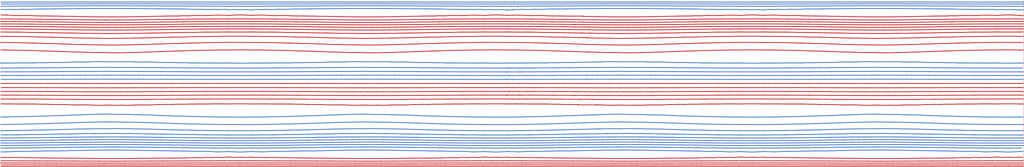
<source format=kicad_pcb>
(kicad_pcb (version 20240108) (generator "pcbnew") (generator_version "8.0")
  (layers (0 "F.Cu" signal) (31 "B.Cu" signal) (34 "B.Paste" user) (35 "F.Paste" user) (36 "B.SilkS" user "B.Silkscreen") (37 "F.SilkS" user "F.Silkscreen") (38 "B.Mask" user) (39 "F.Mask" user) (44 "Edge.Cuts" user))
  (net 0 "")
  (segment (start 1176.051512 38.537513) (end 1163.390517 38.417542) (width 1) (layer "F.Cu") (net 0))
  (segment (start 1020.652456 191.497162) (end 1032.354461 191.498715) (width 1) (layer "F.Cu") (net 0))
  (segment (start 913.113592 34.914705) (end 903.57805 34.92713) (width 1) (layer "F.Cu") (net 0))
  (segment (start 242.271107 26.32569) (end 240.003698 26.319517) (width 1) (layer "F.Cu") (net 0))
  (segment (start 1117.681258 122.534265) (end 1123.330368 122.583456) (width 1) (layer "F.Cu") (net 0))
  (segment (start 459.756017 53.165679) (end 456.180189 53.229469) (width 1) (layer "F.Cu") (net 0))
  (segment (start 279.543585 193.433701) (end 288.162846 193.467168) (width 1) (layer "F.Cu") (net 0))
  (segment (start 1042.864524 117.244252) (end 1044.937805 117.252716) (width 1) (layer "F.Cu") (net 0))
  (segment (start 276.569552 59.253012) (end 266.362329 59.394958) (width 1) (layer "F.Cu") (net 0))
  (segment (start 1045.042634 53.411328) (end 1035.208136 53.516778) (width 1) (layer "F.Cu") (net 0))
  (segment (start 480.915913 29.707158) (end 474.070978 29.821577) (width 1) (layer "F.Cu") (net 0))
  (segment (start 706.216396 185.938593) (end 719.21129 186.00879) (width 1) (layer "F.Cu") (net 0))
  (segment (start 489.01103 189.015242) (end 503.465763 188.967293) (width 1) (layer "F.Cu") (net 0))
  (segment (start 131.719384 40.170358) (end 124.323127 40.277283) (width 1) (layer "F.Cu") (net 0))
  (segment (start 995.637188 40.037419) (end 985.81822 39.780317) (width 1) (layer "F.Cu") (net 0))
  (segment (start 268.559852 191.206321) (end 276.996633 191.257997) (width 1) (layer "F.Cu") (net 0))
  (segment (start 525.658417 122.585747) (end 529.60697 122.416507) (width 1) (layer "F.Cu") (net 0))
  (segment (start 835.128697 38.653368) (end 824.494393 38.891213) (width 1) (layer "F.Cu") (net 0))
  (segment (start 700.113027 45.57972) (end 697.003105 45.573081) (width 1) (layer "F.Cu") (net 0))
  (segment (start 47.506879 185.285432) (end 48.52799 185.321579) (width 1) (layer "F.Cu") (net 0))
  (segment (start 1188.623208 18.981847) (end 1176.051512 18.434058) (width 1) (layer "F.Cu") (net 0))
  (segment (start 310.215729 31.837241) (end 305.906099 31.82109) (width 1) (layer "F.Cu") (net 0))
  (segment (start 333.992464 185.001734) (end 346.35062 185.294401) (width 1) (layer "F.Cu") (net 0))
  (segment (start 437.287701 24.423357) (end 435.517259 24.428715) (width 1) (layer "F.Cu") (net 0))
  (segment (start 288.24438 50.605603) (end 279.543585 50.558275) (width 1) (layer "F.Cu") (net 0))
  (segment (start 887.527589 34.811857) (end 877.215537 34.868891) (width 1) (layer "F.Cu") (net 0))
  (segment (start 529.009058 31.965754) (end 525.658417 32.00357) (width 1) (layer "F.Cu") (net 0))
  (segment (start 644.293609 23.557548) (end 638.726033 23.555141) (width 1) (layer "F.Cu") (net 0))
  (segment (start 538.839674 122.479093) (end 548.732411 122.245675) (width 1) (layer "F.Cu") (net 0))
  (segment (start 943.117937 112.236151) (end 943.987628 112.240344) (width 1) (layer "F.Cu") (net 0))
  (segment (start 201.997418 32.262652) (end 200.467694 32.286996) (width 1) (layer "F.Cu") (net 0))
  (segment (start 1096.967855 51.955178) (end 1096.505832 51.967641) (width 1) (layer "F.Cu") (net 0))
  (segment (start 7.070123 107.796688) (end 0.663312 107.796688) (width 1) (layer "F.Cu") (net 0))
  (segment (start 33.541348 98.516811) (end 46.61001 98.51553) (width 1) (layer "F.Cu") (net 0))
  (segment (start 1062.428692 24.181241) (end 1050.074419 24.316121) (width 1) (layer "F.Cu") (net 0))
  (segment (start 437.734194 53.517011) (end 435.272658 53.547838) (width 1) (layer "F.Cu") (net 0))
  (segment (start 99.331154 108.125501) (end 99.859181 108.128724) (width 1) (layer "F.Cu") (net 0))
  (segment (start 199.730009 26.709092) (end 190.936034 26.847543) (width 1) (layer "F.Cu") (net 0))
  (segment (start 7.070123 112.127944) (end 19.863125 112.147163) (width 1) (layer "F.Cu") (net 0))
  (segment (start 892.749618 23.188318) (end 890.396793 23.155239) (width 1) (layer "F.Cu") (net 0))
  (segment (start 525.922431 184.971606) (end 534.060255 185.127451) (width 1) (layer "F.Cu") (net 0))
  (segment (start 1119.641946 32.02605) (end 1110.149112 32.178284) (width 1) (layer "F.Cu") (net 0))
  (segment (start 237.41792 107.838309) (end 240.003698 107.829767) (width 1) (layer "F.Cu") (net 0))
  (segment (start 587.394842 116.541898) (end 591.560818 116.577152) (width 1) (layer "F.Cu") (net 0))
  (segment (start 2.251879 31.787467) (end 2.251879 31.809442) (width 1) (layer "F.Cu") (net 0))
  (segment (start 914.965568 184.757056) (end 916.934021 184.979914) (width 1) (layer "F.Cu") (net 0))
  (segment (start 373.854603 112.408963) (end 384.989755 112.465532) (width 1) (layer "F.Cu") (net 0))
  (segment (start 827.891624 29.174588) (end 824.494393 29.215899) (width 1) (layer "F.Cu") (net 0))
  (segment (start 722.243561 112.563993) (end 722.328977 112.562595) (width 1) (layer "F.Cu") (net 0))
  (segment (start 177.875136 20.159347) (end 172.187201 20.258856) (width 1) (layer "F.Cu") (net 0))
  (segment (start 916.755424 26.330582) (end 914.111407 26.331164) (width 1) (layer "F.Cu") (net 0))
  (segment (start 86.15378 52.847737) (end 80.978341 52.662617) (width 1) (layer "F.Cu") (net 0))
  (segment (start 657.469661 98.518091) (end 657.45157 98.5) (width 1) (layer "F.Cu") (net 0))
  (segment (start 840.144951 191.28502) (end 850.62007 191.27741) (width 1) (layer "F.Cu") (net 0))
  (segment (start 430.376763 40.166553) (end 423.159103 40.273401) (width 1) (layer "F.Cu") (net 0))
  (segment (start 174.097415 117.075671) (end 180.251257 116.992585) (width 1) (layer "F.Cu") (net 0))
  (segment (start 5.46663 59.438909) (end 5.46663 59.437666) (width 1) (layer "F.Cu") (net 0))
  (segment (start 1136.103957 112.13866) (end 1136.511625 112.139397) (width 1) (layer "F.Cu") (net 0))
  (segment (start 578.379561 195.562813) (end 578.383444 195.563745) (width 1) (layer "F.Cu") (net 0))
  (segment (start 677.59 39.600276) (end 670.644474 39.512421) (width 1) (layer "F.Cu") (net 0))
  (segment (start 746.10183 103.489387) (end 753.571856 103.489076) (width 1) (layer "F.Cu") (net 0))
  (segment (start 1136.511625 31.936518) (end 1126.389818 31.964744) (width 1) (layer "F.Cu") (net 0))
  (segment (start 591.560818 59.446014) (end 580.879923 59.270717) (width 1) (layer "F.Cu") (net 0))
  (segment (start 1123.330368 112.202139) (end 1136.103957 112.139397) (width 1) (layer "F.Cu") (net 0))
  (segment (start 86.072246 35.818408) (end 81.66167 35.723052) (width 1) (layer "F.Cu") (net 0))
  (segment (start 623.203598 195.562852) (end 623.207481 195.563745) (width 1) (layer "F.Cu") (net 0))
  (segment (start 30.171294 193.487124) (end 35.824287 193.486581) (width 1) (layer "F.Cu") (net 0))
  (segment (start 499.295904 122.955444) (end 505.209027 122.711581) (width 1) (layer "F.Cu") (net 0))
  (segment (start 75.05357 26.887107) (end 71.462211 26.855309) (width 1) (layer "F.Cu") (net 0))
  (segment (start 755.179231 27.198798) (end 744.618696 27.270741) (width 1) (layer "F.Cu") (net 0))
  (segment (start 969.48045 123.152211) (end 973.145577 123.123131) (width 1) (layer "F.Cu") (net 0))
  (segment (start 228.204629 59.886489) (end 226.822442 59.938515) (width 1) (layer "F.Cu") (net 0))
  (segment (start 771.769367 103.434449) (end 778.540533 103.446368) (width 1) (layer "F.Cu") (net 0))
  (segment (start 1157.481276 188.682275) (end 1163.817598 188.555743) (width 1) (layer "F.Cu") (net 0))
  (segment (start 663.341398 193.521019) (end 687.335556 193.55569) (width 1) (layer "F.Cu") (net 0))
  (segment (start 877.215537 193.433662) (end 885.695025 193.467168) (width 1) (layer "F.Cu") (net 0))
  (segment (start 138.494434 24.415553) (end 136.685166 24.42095) (width 1) (layer "F.Cu") (net 0))
  (segment (start 345.445986 60.389745) (end 334.128353 59.965693) (width 1) (layer "F.Cu") (net 0))
  (segment (start 742.735659 195.562891) (end 742.739542 195.563745) (width 1) (layer "F.Cu") (net 0))
  (segment (start 538.839674 23.3079) (end 534.599929 23.376544) (width 1) (layer "F.Cu") (net 0))
  (segment (start 46.629423 29.343169) (end 37.835448 29.266372) (width 1) (layer "F.Cu") (net 0))
  (segment (start 998.327795 112.515772) (end 1009.020337 112.5393) (width 1) (layer "F.Cu") (net 0))
  (segment (start 631.100705 26.440536) (end 619.775307 26.36999) (width 1) (layer "F.Cu") (net 0))
  (segment (start 423.500767 112.556849) (end 435.121238 112.616951) (width 1) (layer "F.Cu") (net 0))
  (segment (start 1193.278386 50.660969) (end 1189.232769 50.639809) (width 1) (layer "F.Cu") (net 0))
  (segment (start 271.642597 193.467867) (end 279.543585 193.432225) (width 1) (layer "F.Cu") (net 0))
  (segment (start 33.428754 23.379805) (end 24.339705 23.395957) (width 1) (layer "F.Cu") (net 0))
  (segment (start 544.919747 185.02833) (end 552.448011 184.704253) (width 1) (layer "F.Cu") (net 0))
  (segment (start 877.215537 103.282525) (end 882.872412 103.294949) (width 1) (layer "F.Cu") (net 0))
  (segment (start 784.950623 103.438176) (end 790.463844 103.442486) (width 1) (layer "F.Cu") (net 0))
  (segment (start 213.645068 26.562176) (end 212.922913 26.575765) (width 1) (layer "F.Cu") (net 0))
  (segment (start 392.510254 24.19782) (end 390.821345 24.176349) (width 1) (layer "F.Cu") (net 0))
  (segment (start 986.117176 193.555108) (end 992.073007 193.556467) (width 1) (layer "F.Cu") (net 0))
  (segment (start 423.159103 40.273828) (end 412.63351 40.036565) (width 1) (layer "F.Cu") (net 0))
  (segment (start 787.24521 189.014932) (end 787.835358 189.013883) (width 1) (layer "F.Cu") (net 0))
  (segment (start 464.527671 191.451193) (end 468.006435 191.436595) (width 1) (layer "F.Cu") (net 0))
  (segment (start 864.624428 38.422667) (end 864.03428 38.429189) (width 1) (layer "F.Cu") (net 0))
  (segment (start 866.356045 107.815246) (end 877.215537 107.783177) (width 1) (layer "F.Cu") (net 0))
  (segment (start 136.436682 53.560068) (end 131.509727 53.543956) (width 1) (layer "F.Cu") (net 0))
  (segment (start 523.154173 193.490036) (end 528.818813 193.490463) (width 1) (layer "F.Cu") (net 0))
  (segment (start 513.141077 26.565166) (end 512.481043 26.564117) (width 1) (layer "F.Cu") (net 0))
  (segment (start 159.444672 189.130438) (end 160.551199 189.13036) (width 1) (layer "F.Cu") (net 0))
  (segment (start 802.297856 188.968496) (end 802.682228 188.967293) (width 1) (layer "F.Cu") (net 0))
  (segment (start 72.972523 98.486256) (end 86.080011 98.511648) (width 1) (layer "F.Cu") (net 0))
  (segment (start 512.391745 185.40121) (end 512.79553 185.395347) (width 1) (layer "F.Cu") (net 0))
  (segment (start 1101.65021 23.707764) (end 1096.268996 23.741504) (width 1) (layer "F.Cu") (net 0))
  (segment (start 486.114648 39.531756) (end 477.056659 39.61725) (width 1) (layer "F.Cu") (net 0))
  (segment (start 811.414083 23.539067) (end 803.00448 23.714326) (width 1) (layer "F.Cu") (net 0))
  (segment (start 701.933943 29.961038) (end 694.999709 29.91864) (width 1) (layer "F.Cu") (net 0))
  (segment (start 7.070123 23.186299) (end 0.513701 23.186299) (width 1) (layer "F.Cu") (net 0))
  (segment (start 240.11241 184.780274) (end 246.242956 185.030387) (width 1) (layer "F.Cu") (net 0))
  (segment (start 148.422114 62.525031) (end 144.683218 62.516528) (width 1) (layer "F.Cu") (net 0))
  (segment (start 1142.339332 185.01245) (end 1150.108314 184.692606) (width 1) (layer "F.Cu") (net 0))
  (segment (start 1193.280108 34.837831) (end 1193.280108 34.89) (width 1) (layer "F.Cu") (net 0))
  (segment (start 679.100668 39.619385) (end 677.59 39.600276) (width 1) (layer "F.Cu") (net 0))
  (segment (start 772.623527 195.562891) (end 787.563579 195.563745) (width 1) (layer "F.Cu") (net 0))
  (segment (start 617.403069 112.157645) (end 617.919448 112.15881) (width 1) (layer "F.Cu") (net 0))
  (segment (start 202.179898 44.405909) (end 200.459929 44.466554) (width 1) (layer "F.Cu") (net 0))
  (segment (start 998.650047 62.095699) (end 995.839081 62.108861) (width 1) (layer "F.Cu") (net 0))
  (segment (start 1081.678374 193.541286) (end 1090.755776 193.525406) (width 1) (layer "F.Cu") (net 0))
  (segment (start 269.448956 26.2004) (end 266.362329 26.18751) (width 1) (layer "F.Cu") (net 0))
  (segment (start 465.27312 52.997332) (end 459.756017 53.167349) (width 1) (layer "F.Cu") (net 0))
  (segment (start 430.788313 27.318807) (end 427.002827 27.313449) (width 1) (layer "F.Cu") (net 0))
  (segment (start 1050.583033 191.471965) (end 1062.114206 191.448242) (width 1) (layer "F.Cu") (net 0))
  (segment (start 1035.592508 191.497085) (end 1047.251805 191.483185) (width 1) (layer "F.Cu") (net 0))
  (segment (start 486.471842 32.509155) (end 474.296166 32.609247) (width 1) (layer "F.Cu") (net 0))
  (segment (start 148.429879 98.479306) (end 149.990664 98.476705) (width 1) (layer "F.Cu") (net 0))
  (segment (start 673.67 108.039611) (end 683.825731 108.06272) (width 1) (layer "F.Cu") (net 0))
  (segment (start 213.641185 32.174557) (end 201.997418 32.2637) (width 1) (layer "F.Cu") (net 0))
  (segment (start 273.199499 103.292891) (end 279.543585 103.275536) (width 1) (layer "F.Cu") (net 0))
  (segment (start 33.31616 98.51654) (end 33.428754 98.51553) (width 1) (layer "F.Cu") (net 0))
  (segment (start 507.127007 39.066083) (end 499.295904 39.279468) (width 1) (layer "F.Cu") (net 0))
  (segment (start 591.560818 112.099213) (end 591.622938 112.100572) (width 1) (layer "F.Cu") (net 0))
  (segment (start 511.071678 112.27979) (end 512.477161 112.275287) (width 1) (layer "F.Cu") (net 0))
  (segment (start 1054.236512 20.535449) (end 1043.186775 20.697585) (width 1) (layer "F.Cu") (net 0))
  (segment (start 779.969312 123.06532) (end 784.950623 123.068775) (width 1) (layer "F.Cu") (net 0))
  (segment (start 920.405021 23.397587) (end 916.755424 23.326071) (width 1) (layer "F.Cu") (net 0))
  (segment (start 553.473004 59.439297) (end 552.017048 59.468727) (width 1) (layer "F.Cu") (net 0))
  (segment (start 683.922795 98.516811) (end 684.42 98.518091) (width 1) (layer "F.Cu") (net 0))
  (segment (start 993.816272 29.923765) (end 983.593519 29.806046) (width 1) (layer "F.Cu") (net 0))
  (segment (start 200.362865 98.513861) (end 200.459929 98.51553) (width 1) (layer "F.Cu") (net 0))
  (segment (start 292.724842 31.814878) (end 284.420068 31.755086) (width 1) (layer "F.Cu") (net 0))
  (segment (start 956.299193 107.955212) (end 968.09438 108.03166) (width 1) (layer "F.Cu") (net 0))
  (segment (start 1129.002774 103.31774) (end 1136.511625 103.306597) (width 1) (layer "F.Cu") (net 0))
  (segment (start 46.61001 122.71853) (end 53.493771 122.719346) (width 1) (layer "F.Cu") (net 0))
  (segment (start 1131.972924 23.374564) (end 1123.431315 23.349366) (width 1) (layer "F.Cu") (net 0))
  (segment (start 670.644474 35.646838) (end 663.131741 35.486217) (width 1) (layer "F.Cu") (net 0))
  (segment (start 240.003698 122.477307) (end 250.047855 122.241792) (width 1) (layer "F.Cu") (net 0))
  (segment (start 145.067591 195.562891) (end 160.007642 195.563745) (width 1) (layer "F.Cu") (net 0))
  (segment (start 867.454806 50.535096) (end 864.03428 50.546627) (width 1) (layer "F.Cu") (net 0))
  (segment (start 403.462927 193.569124) (end 409.484762 193.568114) (width 1) (layer "F.Cu") (net 0))
  (segment (start 877.215537 34.867571) (end 866.192978 34.802888) (width 1) (layer "F.Cu") (net 0))
  (segment (start 578.379561 26.146821) (end 568.133512 26.20304) (width 1) (layer "F.Cu") (net 0))
  (segment (start 547.28422 31.842327) (end 538.839674 31.933684) (width 1) (layer "F.Cu") (net 0))
  (segment (start 180.581274 191.411474) (end 184.242518 191.397769) (width 1) (layer "F.Cu") (net 0))
  (segment (start 565.198304 43.425953) (end 556.617869 43.422149) (width 1) (layer "F.Cu") (net 0))
  (segment (start 411.348386 53.385198) (end 402.049679 53.248882) (width 1) (layer "F.Cu") (net 0))
  (segment (start 17.743252 107.83827) (end 20.247497 107.837532) (width 1) (layer "F.Cu") (net 0))
  (segment (start 1039.758484 20.731285) (end 1028.056479 20.786883) (width 1) (layer "F.Cu") (net 0))
  (segment (start 1193.280108 193.466741) (end 1193.280108 193.45) (width 1) (layer "F.Cu") (net 0))
  (segment (start 51.87863 39.101104) (end 46.61001 39.06981) (width 1) (layer "F.Cu") (net 0))
  (segment (start 811.313136 116.82315) (end 816.06926 116.740219) (width 1) (layer "F.Cu") (net 0))
  (segment (start 810.556039 26.58221) (end 797.398078 26.715537) (width 1) (layer "F.Cu") (net 0))
  (segment (start 898.383198 43.452394) (end 890.396793 43.503682) (width 1) (layer "F.Cu") (net 0))
  (segment (start 862.275485 195.562852) (end 877.211654 195.563745) (width 1) (layer "F.Cu") (net 0))
  (segment (start 1092.852352 23.802304) (end 1080.043821 23.970574) (width 1) (layer "F.Cu") (net 0))
  (segment (start 751.257856 24.320819) (end 749.060333 24.339416) (width 1) (layer "F.Cu") (net 0))
  (segment (start 264.603534 195.562852) (end 279.539703 195.563745) (width 1) (layer "F.Cu") (net 0))
  (segment (start 601.379786 122.252197) (end 603.02 122.302048) (width 1) (layer "F.Cu") (net 0))
  (segment (start 266.362329 43.417878) (end 257.995434 43.414383) (width 1) (layer "F.Cu") (net 0))
  (segment (start 943.117937 103.359128) (end 948.976704 103.376483) (width 1) (layer "F.Cu") (net 0))
  (segment (start 900.07599 122.253556) (end 903.57805 122.358269) (width 1) (layer "F.Cu") (net 0))
  (segment (start 427.360021 20.789601) (end 415.665781 20.72088) (width 1) (layer "F.Cu") (net 0))
  (segment (start 240.003698 59.758637) (end 228.204629 59.888042) (width 1) (layer "F.Cu") (net 0))
  (segment (start 731.977114 30.093937) (end 723.365618 30.081707) (width 1) (layer "F.Cu") (net 0))
  (segment (start 1176.051512 103.270101) (end 1181.452139 103.283301) (width 1) (layer "F.Cu") (net 0))
  (segment (start 97.925671 20.453256) (end 88.013521 20.262739) (width 1) (layer "F.Cu") (net 0))
  (segment (start 358.65442 32.285482) (end 356.965511 32.2637) (width 1) (layer "F.Cu") (net 0))
  (segment (start 17.92185 19.249626) (end 7.070123 18.655363) (width 1) (layer "F.Cu") (net 0))
  (segment (start 129.389854 108.160133) (end 136.285263 108.163666) (width 1) (layer "F.Cu") (net 0))
  (segment (start 266.362329 38.416727) (end 265.698413 38.413659) (width 1) (layer "F.Cu") (net 0))
  (segment (start 753.571856 103.487174) (end 758.591992 103.465781) (width 1) (layer "F.Cu") (net 0))
  (segment (start 199.252456 191.364496) (end 210.28278 191.331766) (width 1) (layer "F.Cu") (net 0))
  (segment (start 265.698413 38.414048) (end 253.181072 38.615552) (width 1) (layer "F.Cu") (net 0))
  (segment (start 642.639643 193.501451) (end 648.358639 193.502111) (width 1) (layer "F.Cu") (net 0))
  (segment (start 157.227737 112.561935) (end 160.920041 112.558713) (width 1) (layer "F.Cu") (net 0))
  (segment (start 259.463038 184.864059) (end 266.362329 184.358706) (width 1) (layer "F.Cu") (net 0))
  (segment (start 687.995643 32.574772) (end 688.1 32.679129) (width 1) (layer "F.Cu") (net 0))
  (segment (start 46.61001 60.396152) (end 35.432149 59.969576) (width 1) (layer "F.Cu") (net 0))
  (segment (start 237.759584 26.35411) (end 226.822442 26.412698) (width 1) (layer "F.Cu") (net 0))
  (segment (start 1136.511625 103.30485) (end 1142.653819 103.318244) (width 1) (layer "F.Cu") (net 0))
  (segment (start 996.75148 195.562891) (end 1011.687649 195.563745) (width 1) (layer "F.Cu") (net 0))
  (segment (start 1153.765676 31.802531) (end 1149.688999 31.83662) (width 1) (layer "F.Cu") (net 0))
  (segment (start 702.244547 193.569318) (end 708.262499 193.568114) (width 1) (layer "F.Cu") (net 0))
  (segment (start 316.548168 107.849413) (end 319.083473 107.84918) (width 1) (layer "F.Cu") (net 0))
  (segment (start 266.362329 116.567368) (end 270.042986 116.534444) (width 1) (layer "F.Cu") (net 0))
  (segment (start 94.516792 191.435702) (end 105.985844 191.456007) (width 1) (layer "F.Cu") (net 0))
  (segment (start 565.128419 112.098359) (end 565.198304 112.096689) (width 1) (layer "F.Cu") (net 0))
  (segment (start 1032.820367 62.784657) (end 1022.915983 62.535941) (width 1) (layer "F.Cu") (net 0))
  (segment (start 20.247497 59.721131) (end 8.463958 59.468727) (width 1) (layer "F.Cu") (net 0))
  (segment (start 512.578107 23.538058) (end 504.40534 23.710443) (width 1) (layer "F.Cu") (net 0))
  (segment (start 777.534953 116.995147) (end 784.950623 116.98482) (width 1) (layer "F.Cu") (net 0))
  (segment (start 131.684441 20.777682) (end 128.531811 20.775236) (width 1) (layer "F.Cu") (net 0))
  (segment (start 72.972523 44.89744) (end 62.489639 44.544205) (width 1) (layer "F.Cu") (net 0))
  (segment (start 937.472709 35.190871) (end 929.93668 35.1562) (width 1) (layer "F.Cu") (net 0))
  (segment (start 1051.099412 36.043867) (end 1045.085342 36.103542) (width 1) (layer "F.Cu") (net 0))
  (segment (start 629.501094 59.888508) (end 617.919448 59.728858) (width 1) (layer "F.Cu") (net 0))
  (segment (start 710.184362 45.774236) (end 700.113027 45.580846) (width 1) (layer "F.Cu") (net 0))
  (segment (start 1030.871327 193.582674) (end 1036.9514 193.583645) (width 1) (layer "F.Cu") (net 0))
  (segment (start 645.213773 185.31591) (end 646.095112 185.348756) (width 1) (layer "F.Cu") (net 0))
  (segment (start 319.083473 43.67366) (end 310.013836 43.51533) (width 1) (layer "F.Cu") (net 0))
  (segment (start 787.563579 195.562891) (end 787.567462 195.563745) (width 1) (layer "F.Cu") (net 0))
  (segment (start 665.111841 122.977846) (end 670.644474 123.142544) (width 1) (layer "F.Cu") (net 0))
  (segment (start 64.91235 29.532482) (end 60.210582 29.49156) (width 1) (layer "F.Cu") (net 0))
  (segment (start 864.03428 116.577928) (end 867.474219 116.542209) (width 1) (layer "F.Cu") (net 0))
  (segment (start 739.819864 36.181193) (end 731.860637 36.177311) (width 1) (layer "F.Cu") (net 0))
  (segment (start 447.265854 117.252366) (end 449.983639 117.225538) (width 1) (layer "F.Cu") (net 0))
  (segment (start 1189.232769 98.485518) (end 1189.232769 98.480587) (width 1) (layer "F.Cu") (net 0))
  (segment (start 498.903767 51.96271) (end 486.114648 52.371426) (width 1) (layer "F.Cu") (net 0))
  (segment (start 15.743739 191.250659) (end 20.228084 191.254115) (width 1) (layer "F.Cu") (net 0))
  (segment (start 1136.511625 34.98265) (end 1132.233055 34.985368) (width 1) (layer "F.Cu") (net 0))
  (segment (start 345.981778 26.60007) (end 345.508107 26.591295) (width 1) (layer "F.Cu") (net 0))
  (segment (start 624.154823 103.350702) (end 631.100705 103.349305) (width 1) (layer "F.Cu") (net 0))
  (segment (start 20.247497 50.854669) (end 14.668273 50.787346) (width 1) (layer "F.Cu") (net 0))
  (segment (start 458.25347 189.135368) (end 459.383292 189.134243) (width 1) (layer "F.Cu") (net 0))
  (segment (start 956.718509 29.492298) (end 951.189758 29.429439) (width 1) (layer "F.Cu") (net 0))
  (segment (start 473.119753 35.823921) (end 469.039194 35.843411) (width 1) (layer "F.Cu") (net 0))
  (segment (start 645.966988 107.930131) (end 657.463218 107.957891) (width 1) (layer "F.Cu") (net 0))
  (segment (start 1189.667614 18.988486) (end 1189.879236 19.200108) (width 1) (layer "F.Cu") (net 0))
  (segment (start 982.661707 45.279211) (end 976.026429 45.037289) (width 1) (layer "F.Cu") (net 0))
  (segment (start 677.229279 191.405534) (end 703.591792 191.463772) (width 1) (layer "F.Cu") (net 0))
  (segment (start 293.287812 18.995281) (end 292.724842 18.977615) (width 1) (layer "F.Cu") (net 0))
  (segment (start 162.484709 123.499738) (end 174.097415 123.534681) (width 1) (layer "F.Cu") (net 0))
  (segment (start 644.281961 112.239218) (end 645.221538 112.244226) (width 1) (layer "F.Cu") (net 0))
  (segment (start 513.125546 191.300822) (end 523.89574 191.281293) (width 1) (layer "F.Cu") (net 0))
  (segment (start 1176.051512 188.569681) (end 1182.562548 188.672219) (width 1) (layer "F.Cu") (net 0))
  (segment (start 65.774276 193.518961) (end 74.874973 193.537054) (width 1) (layer "F.Cu") (net 0))
  (segment (start 447.265854 108.148602) (end 459.332819 108.136489) (width 1) (layer "F.Cu") (net 0))
  (segment (start 969.48045 117.025276) (end 975.952661 117.011997) (width 1) (layer "F.Cu") (net 0))
  (segment (start 717.766981 45.810926) (end 710.184362 45.774974) (width 1) (layer "F.Cu") (net 0))
  (segment (start 472.933391 112.464949) (end 483.855004 112.399528) (width 1) (layer "F.Cu") (net 0))
  (segment (start 435.517259 24.428327) (end 422.370945 24.413185) (width 1) (layer "F.Cu") (net 0))
  (segment (start 575.327877 59.259186) (end 565.198304 59.398841) (width 1) (layer "F.Cu") (net 0))
  (segment (start 1193.160108 23.34) (end 1193.280108 23.34) (width 1) (layer "F.Cu") (net 0))
  (segment (start 187.278672 52.375037) (end 178.935072 52.635439) (width 1) (layer "F.Cu") (net 0))
  (segment (start 1151.925348 188.583348) (end 1157.481276 188.683867) (width 1) (layer "F.Cu") (net 0))
  (segment (start 978.786922 27.004437) (end 971.522671 26.890251) (width 1) (layer "F.Cu") (net 0))
  (segment (start 1176.051512 98.495846) (end 1176.074807 98.496117) (width 1) (layer "F.Cu") (net 0))
  (segment (start 977.028127 52.65722) (end 969.48045 52.371426) (width 1) (layer "F.Cu") (net 0))
  (segment (start 903.57805 43.516844) (end 898.383198 43.453209) (width 1) (layer "F.Cu") (net 0))
  (segment (start 296.875288 184.838628) (end 304.434612 184.731431) (width 1) (layer "F.Cu") (net 0))
  (segment (start 1189.232769 23.153297) (end 1186.227675 23.166886) (width 1) (layer "F.Cu") (net 0))
  (segment (start 826.354134 43.830205) (end 824.494393 43.884172) (width 1) (layer "F.Cu") (net 0))
  (segment (start 605.340765 107.810382) (end 605.35 107.819617) (width 1) (layer "F.Cu") (net 0))
  (segment (start 266.362329 50.530709) (end 262.103172 50.573805) (width 1) (layer "F.Cu") (net 0))
  (segment (start 7.070123 50.732951) (end 7.070123 50.659221) (width 1) (layer "F.Cu") (net 0))
  (segment (start 512.376214 19.442822) (end 506.719339 19.719182) (width 1) (layer "F.Cu") (net 0))
  (segment (start 766.644401 29.86211) (end 760.358553 29.930288) (width 1) (layer "F.Cu") (net 0))
  (segment (start 273.85565 184.730499) (end 279.543585 184.525656) (width 1) (layer "F.Cu") (net 0))
  (segment (start 653.200178 188.935534) (end 667.740327 189.006118) (width 1) (layer "F.Cu") (net 0))
  (segment (start 592.480982 38.47147) (end 591.560818 38.479663) (width 1) (layer "F.Cu") (net 0))
  (segment (start 53.897556 60.538059) (end 46.61001 60.396656) (width 1) (layer "F.Cu") (net 0))
  (segment (start 380.48988 39.628742) (end 371.808499 39.520186) (width 1) (layer "F.Cu") (net 0))
  (segment (start 411.348386 62.415427) (end 401.269287 62.097213) (width 1) (layer "F.Cu") (net 0))
  (segment (start 547.474465 43.517426) (end 538.839674 43.72887) (width 1) (layer "F.Cu") (net 0))
  (segment (start 836.316757 193.490036) (end 841.62032 193.490463) (width 1) (layer "F.Cu") (net 0))
  (segment (start 668.439186 112.383532) (end 669.18 112.39021) (width 1) (layer "F.Cu") (net 0))
  (segment (start 99.331154 112.513442) (end 102.153768 112.512122) (width 1) (layer "F.Cu") (net 0))
  (segment (start 1089.323115 19.904108) (end 1083.114918 20.045316) (width 1) (layer "F.Cu") (net 0))
  (segment (start 486.114648 112.391375) (end 487.923916 112.376233) (width 1) (layer "F.Cu") (net 0))
  (segment (start 200.459929 116.882398) (end 207.883364 116.80234) (width 1) (layer "F.Cu") (net 0))
  (segment (start 1189.232769 50.638683) (end 1184.325226 50.600983) (width 1) (layer "F.Cu") (net 0))
  (segment (start 208.469629 39.064491) (end 200.459929 39.279468) (width 1) (layer "F.Cu") (net 0))
  (segment (start 1162.870256 116.570163) (end 1166.116067 116.534444) (width 1) (layer "F.Cu") (net 0))
  (segment (start 11.406931 43.504264) (end 7.070123 43.51533) (width 1) (layer "F.Cu") (net 0))
  (segment (start 44.579437 107.909204) (end 46.61001 107.911301) (width 1) (layer "F.Cu") (net 0))
  (segment (start 294.483637 195.562852) (end 294.48752 195.563745) (width 1) (layer "F.Cu") (net 0))
  (segment (start 779.592704 29.707896) (end 772.906954 29.821577) (width 1) (layer "F.Cu") (net 0))
  (segment (start 1146.144231 122.245597) (end 1149.688999 122.296148) (width 1) (layer "F.Cu") (net 0))
  (segment (start 93.810168 53.045514) (end 86.15378 52.848979) (width 1) (layer "F.Cu") (net 0))
  (segment (start 279.543585 107.778052) (end 289.855638 107.802589) (width 1) (layer "F.Cu") (net 0))
  (segment (start 863.199532 38.427559) (end 850.853023 38.631082) (width 1) (layer "F.Cu") (net 0))
  (segment (start 382.768937 32.590339) (end 371.855089 32.485006) (width 1) (layer "F.Cu") (net 0))
  (segment (start 1184.829957 116.533784) (end 1189.232769 116.569387) (width 1) (layer "F.Cu") (net 0))
  (segment (start 877.215537 31.760833) (end 871.694551 31.755086) (width 1) (layer "F.Cu") (net 0))
  (segment (start 922.035691 195.562852) (end 922.039574 195.563745) (width 1) (layer "F.Cu") (net 0))
  (segment (start 802.503631 195.562852) (end 802.507513 195.563745) (width 1) (layer "F.Cu") (net 0))
  (segment (start 46.61001 35.310725) (end 41.450101 35.195026) (width 1) (layer "F.Cu") (net 0))
  (segment (start 218.956396 23.52808) (end 213.742131 23.531846) (width 1) (layer "F.Cu") (net 0))
  (segment (start 7.070123 38.612718) (end 7.070123 38.456367) (width 1) (layer "F.Cu") (net 0))
  (segment (start 630.716332 19.180983) (end 620.575112 19.33481) (width 1) (layer "F.Cu") (net 0))
  (segment (start 1193.240797 26.210689) (end 1193.280108 26.25) (width 1) (layer "F.Cu") (net 0))
  (segment (start 657.137084 51.952266) (end 644.281961 51.606564) (width 1) (layer "F.Cu") (net 0))
  (segment (start 193.265564 103.425325) (end 200.459929 103.392013) (width 1) (layer "F.Cu") (net 0))
  (segment (start 657.463218 107.956144) (end 668.35 108.022087) (width 1) (layer "F.Cu") (net 0))
  (segment (start 737.738818 123.776525) (end 746.10183 123.942349) (width 1) (layer "F.Cu") (net 0))
  (segment (start 213.641185 116.81325) (end 218.680735 116.732454) (width 1) (layer "F.Cu") (net 0))
  (segment (start 1043.415846 27.270004) (end 1039.471175 27.290154) (width 1) (layer "F.Cu") (net 0))
  (segment (start 534.060255 185.127762) (end 538.948385 184.778022) (width 1) (layer "F.Cu") (net 0))
  (segment (start 72.972523 35.656583) (end 65.766511 35.493982) (width 1) (layer "F.Cu") (net 0))
  (segment (start 736.104264 24.421998) (end 734.326056 24.428715) (width 1) (layer "F.Cu") (net 0))
  (segment (start 891.192716 38.458542) (end 890.396793 38.468015) (width 1) (layer "F.Cu") (net 0))
  (segment (start 657.463218 116.891522) (end 663.896603 116.907169) (width 1) (layer "F.Cu") (net 0))
  (segment (start 758.211503 108.145574) (end 758.591992 108.144254) (width 1) (layer "F.Cu") (net 0))
  (segment (start 61.37923 32.29942) (end 59.818445 32.286996) (width 1) (layer "F.Cu") (net 0))
  (segment (start 20.247497 38.604254) (end 18.53141 38.572844) (width 1) (layer "F.Cu") (net 0))
  (segment (start 445.576945 20.706476) (end 442.183597 20.740293) (width 1) (layer "F.Cu") (net 0))
  (segment (start 1193.280108 112.12775) (end 1193.280108 112.13) (width 1) (layer "F.Cu") (net 0))
  (segment (start 60.979327 26.7042) (end 47.192393 26.59906) (width 1) (layer "F.Cu") (net 0))
  (segment (start 617.919448 34.972905) (end 614.351385 34.923247) (width 1) (layer "F.Cu") (net 0))
  (segment (start 20.247497 23.321916) (end 16.640608 23.322188) (width 1) (layer "F.Cu") (net 0))
  (segment (start 1080.043821 23.971661) (end 1077.306623 24.005517) (width 1) (layer "F.Cu") (net 0))
  (segment (start 358.627242 98.497515) (end 358.642772 98.496117) (width 1) (layer "F.Cu") (net 0))
  (segment (start 1176.04763 195.562852) (end 1176.051512 195.563745) (width 1) (layer "F.Cu") (net 0))
  (segment (start 423.493002 62.582532) (end 420.472378 62.431112) (width 1) (layer "F.Cu") (net 0))
  (segment (start 538.839674 103.314362) (end 545.276941 103.326009) (width 1) (layer "F.Cu") (net 0))
  (segment (start 1022.224889 32.961162) (end 1015.946806 32.935382) (width 1) (layer "F.Cu") (net 0))
  (segment (start 617.919448 112.159975) (end 618.346529 112.15881) (width 1) (layer "F.Cu") (net 0))
  (segment (start 575.751075 191.258541) (end 578.379561 191.215289) (width 1) (layer "F.Cu") (net 0))
  (segment (start 398.167129 112.513675) (end 400.869384 112.512122) (width 1) (layer "F.Cu") (net 0))
  (segment (start 309.210148 122.303486) (end 319.083473 122.517453) (width 1) (layer "F.Cu") (net 0))
  (segment (start 1125.120224 43.825584) (end 1123.330368 43.884172) (width 1) (layer "F.Cu") (net 0))
  (segment (start 1136.511625 43.733878) (end 1125.120224 43.825934) (width 1) (layer "F.Cu") (net 0))
  (segment (start 743.352985 189.176523) (end 757.081681 189.13036) (width 1) (layer "F.Cu") (net 0))
  (segment (start 319.083473 38.611631) (end 317.235379 38.580609) (width 1) (layer "F.Cu") (net 0))
  (segment (start 401.409059 45.580846) (end 398.167129 45.576964) (width 1) (layer "F.Cu") (net 0))
  (segment (start 870.428839 103.305238) (end 877.215537 103.283301) (width 1) (layer "F.Cu") (net 0))
  (segment (start 205.83726 23.706367) (end 199.796013 23.737621) (width 1) (layer "F.Cu") (net 0))
  (segment (start 608.651802 43.521348) (end 604.742074 43.534742) (width 1) (layer "F.Cu") (net 0))
  (segment (start 1193.280108 116.459892) (end 1193.280108 116.47) (width 1) (layer "F.Cu") (net 0))
  (segment (start 677.78072 39.790996) (end 677.59 39.600276) (width 1) (layer "F.Cu") (net 0))
  (segment (start 148.581298 45.745078) (end 138.358544 45.778856) (width 1) (layer "F.Cu") (net 0))
  (segment (start 1065.600735 191.43609) (end 1076.961076 191.409417) (width 1) (layer "F.Cu") (net 0))
  (segment (start 1186.227675 23.167507) (end 1176.051512 23.007702) (width 1) (layer "F.Cu") (net 0))
  (segment (start 405.349847 24.3049) (end 392.510254 24.199644) (width 1) (layer "F.Cu") (net 0))
  (segment (start 305.378072 191.229033) (end 314.529242 191.250232) (width 1) (layer "F.Cu") (net 0))
  (segment (start 1110.149112 98.485052) (end 1123.159536 98.480587) (width 1) (layer "F.Cu") (net 0))
  (segment (start 319.083473 31.934033) (end 310.215729 31.83662) (width 1) (layer "F.Cu") (net 0))
  (segment (start 592.104375 18.997377) (end 591.560818 18.981498) (width 1) (layer "F.Cu") (net 0))
  (segment (start 565.198304 19.01446) (end 564.192724 19.043618) (width 1) (layer "F.Cu") (net 0))
  (segment (start 903.492634 98.489284) (end 903.57805 98.488352) (width 1) (layer "F.Cu") (net 0))
  (segment (start 187.697987 26.883457) (end 177.851841 26.971785) (width 1) (layer "F.Cu") (net 0))
  (segment (start 1176.051512 23.006964) (end 1165.122134 23.190182) (width 1) (layer "F.Cu") (net 0))
  (segment (start 834.992807 107.855081) (end 837.675649 107.845297) (width 1) (layer "F.Cu") (net 0))
  (segment (start 511.747241 26.580851) (end 498.565985 26.711654) (width 1) (layer "F.Cu") (net 0))
  (segment (start 25.376345 188.808186) (end 25.714127 188.811991) (width 1) (layer "F.Cu") (net 0))
  (segment (start 846.228907 43.527987) (end 837.675649 43.740518) (width 1) (layer "F.Cu") (net 0))
  (segment (start 967.112095 189.004216) (end 981.353287 189.068239) (width 1) (layer "F.Cu") (net 0))
  (segment (start 464.842157 24.187453) (end 452.449058 24.323886) (width 1) (layer "F.Cu") (net 0))
  (segment (start 99.129261 40.035556) (end 89.717961 39.780317) (width 1) (layer "F.Cu") (net 0))
  (segment (start 122.455621 123.773303) (end 124.657026 123.833637) (width 1) (layer "F.Cu") (net 0))
  (segment (start 213.559652 185.403462) (end 213.963437 185.39923) (width 1) (layer "F.Cu") (net 0))
  (segment (start 279.543585 43.412481) (end 273.999304 43.352263) (width 1) (layer "F.Cu") (net 0))
  (segment (start 588.082053 26.198808) (end 578.379561 26.148684) (width 1) (layer "F.Cu") (net 0))
  (segment (start 1046.172456 40.010319) (end 1045.236762 40.01327) (width 1) (layer "F.Cu") (net 0))
  (segment (start 983.593519 29.804493) (end 982.234626 29.790516) (width 1) (layer "F.Cu") (net 0))
  (segment (start 1166.11995 50.531563) (end 1162.870256 50.538862) (width 1) (layer "F.Cu") (net 0))
  (segment (start 1013.260082 20.719094) (end 1009.773552 20.685937) (width 1) (layer "F.Cu") (net 0))
  (segment (start 969.527041 32.485627) (end 957.669733 32.298643) (width 1) (layer "F.Cu") (net 0))
  (segment (start 926.003657 31.980779) (end 916.755424 31.929801) (width 1) (layer "F.Cu") (net 0))
  (segment (start 776.292537 52.639671) (end 771.769367 52.806271) (width 1) (layer "F.Cu") (net 0))
  (segment (start 957.669733 32.29744) (end 956.330254 32.283113) (width 1) (layer "F.Cu") (net 0))
  (segment (start 686.236794 27.067645) (end 683.783023 27.037788) (width 1) (layer "F.Cu") (net 0))
  (segment (start 885.695025 193.46744) (end 888.548699 193.467168) (width 1) (layer "F.Cu") (net 0))
  (segment (start 7.070123 31.815111) (end 2.251879 31.786147) (width 1) (layer "F.Cu") (net 0))
  (segment (start 1181.452139 103.281904) (end 1189.232769 103.263889) (width 1) (layer "F.Cu") (net 0))
  (segment (start 174.097415 52.801224) (end 166.526443 53.008164) (width 1) (layer "F.Cu") (net 0))
  (segment (start 1096.967855 35.458573) (end 1090.33646 35.497864) (width 1) (layer "F.Cu") (net 0))
  (segment (start 702.702688 36.043246) (end 697.3603 36.060834) (width 1) (layer "F.Cu") (net 0))
  (segment (start 1176.051512 43.410579) (end 1170.006382 43.352263) (width 1) (layer "F.Cu") (net 0))
  (segment (start 816.321625 23.533632) (end 811.414083 23.539611) (width 1) (layer "F.Cu") (net 0))
  (segment (start 222.473986 29.237175) (end 213.641185 29.316845) (width 1) (layer "F.Cu") (net 0))
  (segment (start 270.004161 50.52438) (end 266.362329 50.531097) (width 1) (layer "F.Cu") (net 0))
  (segment (start 504.090853 29.421363) (end 499.389085 29.495442) (width 1) (layer "F.Cu") (net 0))
  (segment (start 919.271316 19.333761) (end 916.755424 19.229981) (width 1) (layer "F.Cu") (net 0))
  (segment (start 1096.505832 51.96667) (end 1083.786599 52.375308) (width 1) (layer "F.Cu") (net 0))
  (segment (start 55.520462 188.928739) (end 70.103319 188.994471) (width 1) (layer "F.Cu") (net 0))
  (segment (start 436.674258 40.198002) (end 430.376763 40.164689) (width 1) (layer "F.Cu") (net 0))
  (segment (start 1057.427968 117.252871) (end 1064.467031 117.101296) (width 1) (layer "F.Cu") (net 0))
  (segment (start 840.649683 34.933109) (end 837.675649 34.985368) (width 1) (layer "F.Cu") (net 0))
  (segment (start 1176.074807 98.495768) (end 1189.232769 98.48447) (width 1) (layer "F.Cu") (net 0))
  (segment (start 205.402414 29.41884) (end 200.55311 29.495442) (width 1) (layer "F.Cu") (net 0))
  (segment (start 174.505083 189.07748) (end 175.374774 189.076004) (width 1) (layer "F.Cu") (net 0))
  (segment (start 916.755424 38.60406) (end 914.794736 38.572844) (width 1) (layer "F.Cu") (net 0))
  (segment (start 716.955528 30.057869) (end 708.712875 30.004056) (width 1) (layer "F.Cu") (net 0))
  (segment (start 604.742074 112.14262) (end 606.51 112.144881) (width 1) (layer "F.Cu") (net 0))
  (segment (start 1187.373027 193.466741) (end 1187.373027 193.482698) (width 1) (layer "F.Cu") (net 0))
  (segment (start 728.618708 98.528886) (end 733.957214 98.523295) (width 1) (layer "F.Cu") (net 0))
  (segment (start 497.84383 32.301633) (end 486.471842 32.508301) (width 1) (layer "F.Cu") (net 0))
  (segment (start 83.754364 29.756233) (end 73.492785 29.635214) (width 1) (layer "F.Cu") (net 0))
  (segment (start 850.853023 38.629684) (end 839.368441 38.607787) (width 1) (layer "F.Cu") (net 0))
  (segment (start 711.360774 40.037613) (end 708.883707 40.036565) (width 1) (layer "F.Cu") (net 0))
  (segment (start 1116.287423 195.562852) (end 1131.223592 195.563745) (width 1) (layer "F.Cu") (net 0))
  (segment (start 1176.051512 18.434019) (end 1163.530289 19.028088) (width 1) (layer "F.Cu") (net 0))
  (segment (start 922.039574 195.562852) (end 936.979626 195.563745) (width 1) (layer "F.Cu") (net 0))
  (segment (start 14.920639 184.995794) (end 18.461524 184.735314) (width 1) (layer "F.Cu") (net 0))
  (segment (start 33.428754 51.188374) (end 27.379741 51.020298) (width 1) (layer "F.Cu") (net 0))
  (segment (start 982.16474 32.617323) (end 980.297234 32.589835) (width 1) (layer "F.Cu") (net 0))
  (segment (start 113.910128 40.037613) (end 111.215639 40.036565) (width 1) (layer "F.Cu") (net 0))
  (segment (start 12.198971 188.654942) (end 25.376345 188.808108) (width 1) (layer "F.Cu") (net 0))
  (segment (start 715.90724 117.173123) (end 722.328977 117.264363) (width 1) (layer "F.Cu") (net 0))
  (segment (start 631.100705 23.384542) (end 621.74376 23.399839) (width 1) (layer "F.Cu") (net 0))
  (segment (start 332.264729 32.02834) (end 328.634545 31.984157) (width 1) (layer "F.Cu") (net 0))
  (segment (start 20.247497 34.963587) (end 17.00945 34.915482) (width 1) (layer "F.Cu") (net 0))
  (segment (start 936.936918 188.8606) (end 937.026216 188.862464) (width 1) (layer "F.Cu") (net 0))
  (segment (start 856.711791 103.321117) (end 864.03428 103.302714) (width 1) (layer "F.Cu") (net 0))
  (segment (start 1159.49632 23.217359) (end 1149.688999 23.159121) (width 1) (layer "F.Cu") (net 0))
  (segment (start 41.450101 35.194327) (end 33.428754 35.1562) (width 1) (layer "F.Cu") (net 0))
  (segment (start 956.299193 35.45834) (end 948.584567 35.327032) (width 1) (layer "F.Cu") (net 0))
  (segment (start 908.602069 188.660688) (end 921.884272 188.815873) (width 1) (layer "F.Cu") (net 0))
  (segment (start 499.513327 51.944811) (end 499.295904 51.95211) (width 1) (layer "F.Cu") (net 0))
  (segment (start 698.858964 123.430241) (end 710.184362 123.926819) (width 1) (layer "F.Cu") (net 0))
  (segment (start 1149.673469 193.456336) (end 1155.858371 193.45552) (width 1) (layer "F.Cu") (net 0))
  (segment (start 55.419516 195.562852) (end 70.355685 195.563745) (width 1) (layer "F.Cu") (net 0))
  (segment (start 396.672348 32.806675) (end 385.793443 32.62866) (width 1) (layer "F.Cu") (net 0))
  (segment (start 77.445221 185.71096) (end 78.217848 185.717599) (width 1) (layer "F.Cu") (net 0))
  (segment (start 206.578827 122.714842) (end 213.641185 122.769819) (width 1) (layer "F.Cu") (net 0))
  (segment (start 414.01958 195.562891) (end 428.959632 195.563745) (width 1) (layer "F.Cu") (net 0))
  (segment (start 864.03428 26.194266) (end 860.695287 26.234101) (width 1) (layer "F.Cu") (net 0))
  (segment (start 604.742074 34.936719) (end 594.010706 34.833948) (width 1) (layer "F.Cu") (net 0))
  (segment (start 120.401752 53.484242) (end 112.51241 53.388654) (width 1) (layer "F.Cu") (net 0))
  (segment (start 565.198304 122.363898) (end 575.665659 122.164141) (width 1) (layer "F.Cu") (net 0))
  (segment (start 670.644474 117.016967) (end 676.33 117.002602) (width 1) (layer "F.Cu") (net 0))
  (segment (start 361.127604 44.533257) (end 358.627242 44.482085) (width 1) (layer "F.Cu") (net 0))
  (segment (start 1176.051512 28.954603) (end 1173.349257 28.951885) (width 1) (layer "F.Cu") (net 0))
  (segment (start 305.867273 98.494603) (end 305.906099 98.496117) (width 1) (layer "F.Cu") (net 0))
  (segment (start 1021.122245 112.559334) (end 1021.164953 112.558713) (width 1) (layer "F.Cu") (net 0))
  (segment (start 1162.850843 112.091603) (end 1162.870256 112.092807) (width 1) (layer "F.Cu") (net 0))
  (segment (start 592.403331 188.560906) (end 608.81 188.675865) (width 1) (layer "F.Cu") (net 0))
  (segment (start 683.398651 29.782751) (end 669.119143 29.782751) (width 1) (layer "F.Cu") (net 0))
  (segment (start 565.198304 38.4229) (end 564.456737 38.421424) (width 1) (layer "F.Cu") (net 0))
  (segment (start 476.629578 26.976017) (end 470.941643 27.045553) (width 1) (layer "F.Cu") (net 0))
  (segment (start 617.919448 50.870238) (end 611.882083 50.802876) (width 1) (layer "F.Cu") (net 0))
  (segment (start 215.132084 193.504868) (end 224.372553 193.490463) (width 1) (layer "F.Cu") (net 0))
  (segment (start 112.51241 62.420047) (end 102.623556 62.108861) (width 1) (layer "F.Cu") (net 0))
  (segment (start 504.890658 60.542912) (end 499.295904 60.839267) (width 1) (layer "F.Cu") (net 0))
  (segment (start 640.908026 188.881916) (end 652.963343 188.936232) (width 1) (layer "F.Cu") (net 0))
  (segment (start 974.888842 103.44136) (end 982.661707 103.450251) (width 1) (layer "F.Cu") (net 0))
  (segment (start 1110.149112 103.350004) (end 1116.116591 103.345422) (width 1) (layer "F.Cu") (net 0))
  (segment (start 1123.330368 107.854499) (end 1133.638538 107.845297) (width 1) (layer "F.Cu") (net 0))
  (segment (start 1098.272392 32.263584) (end 1096.97562 32.286996) (width 1) (layer "F.Cu") (net 0))
  (segment (start 46.093631 26.586481) (end 33.428754 26.435993) (width 1) (layer "F.Cu") (net 0))
  (segment (start 310.013836 43.515097) (end 305.906099 43.526977) (width 1) (layer "F.Cu") (net 0))
  (segment (start 29.526791 29.186663) (end 20.247497 29.09554) (width 1) (layer "F.Cu") (net 0))
  (segment (start 956.609797 51.964418) (end 956.299193 51.95211) (width 1) (layer "F.Cu") (net 0))
  (segment (start 476.625696 20.17379) (end 470.999881 20.274387) (width 1) (layer "F.Cu") (net 0))
  (segment (start 512.477161 116.822257) (end 517.400234 116.740219) (width 1) (layer "F.Cu") (net 0))
  (segment (start 207.883364 116.801408) (end 213.641185 116.813987) (width 1) (layer "F.Cu") (net 0))
  (segment (start 213.641185 35.272482) (end 207.623233 35.307619) (width 1) (layer "F.Cu") (net 0))
  (segment (start 279.543585 191.21362) (end 282.253605 191.254115) (width 1) (layer "F.Cu") (net 0))
  (segment (start 631.100705 38.896998) (end 619.806367 38.6272) (width 1) (layer "F.Cu") (net 0))
  (segment (start 321.875026 19.338614) (end 319.083473 19.233863) (width 1) (layer "F.Cu") (net 0))
  (segment (start 263.543598 107.806472) (end 266.362329 107.798707) (width 1) (layer "F.Cu") (net 0))
  (segment (start 1083.786599 112.383532) (end 1085.370679 112.368468) (width 1) (layer "F.Cu") (net 0))
  (segment (start 33.428754 38.893271) (end 22.24701 38.615552) (width 1) (layer "F.Cu") (net 0))
  (segment (start 87.225364 29.800184) (end 85.726699 29.786634) (width 1) (layer "F.Cu") (net 0))
  (segment (start 86.15378 117.073381) (end 91.826185 117.070236) (width 1) (layer "F.Cu") (net 0))
  (segment (start 993.253302 123.405237) (end 995.839081 123.47256) (width 1) (layer "F.Cu") (net 0))
  (segment (start 777.208819 45.013062) (end 771.769367 45.227534) (width 1) (layer "F.Cu") (net 0))
  (segment (start 350.761196 116.784713) (end 358.627242 116.891638) (width 1) (layer "F.Cu") (net 0))
  (segment (start 332.264729 98.52547) (end 332.431679 98.527178) (width 1) (layer "F.Cu") (net 0))
  (segment (start 697.003105 103.503558) (end 702.042655 103.520137) (width 1) (layer "F.Cu") (net 0))
  (segment (start 746.10183 108.160405) (end 758.211503 108.144254) (width 1) (layer "F.Cu") (net 0))
  (segment (start 1136.511625 19.183118) (end 1133.456058 19.280454) (width 1) (layer "F.Cu") (net 0))
  (segment (start 459.756017 98.471386) (end 472.863505 98.488352) (width 1) (layer "F.Cu") (net 0))
  (segment (start 657.494278 32.281017) (end 655.692775 32.259818) (width 1) (layer "F.Cu") (net 0))
  (segment (start 390.502976 117.066625) (end 398.167129 117.175065) (width 1) (layer "F.Cu") (net 0))
  (segment (start 86.15378 45.285462) (end 80.007704 45.041172) (width 1) (layer "F.Cu") (net 0))
  (segment (start 1110.149112 107.928578) (end 1111.725427 107.926831) (width 1) (layer "F.Cu") (net 0))
  (segment (start 204.63367 188.969312) (end 205.021925 188.967293) (width 1) (layer "F.Cu") (net 0))
  (segment (start 266.362329 122.363122) (end 276.922864 122.168024) (width 1) (layer "F.Cu") (net 0))
  (segment (start 871.694551 31.756329) (end 864.03428 31.809442) (width 1) (layer "F.Cu") (net 0))
  (segment (start 472.933391 98.490332) (end 472.995512 98.492235) (width 1) (layer "F.Cu") (net 0))
  (segment (start 1040.841715 189.180406) (end 1042.17343 189.176951) (width 1) (layer "F.Cu") (net 0))
  (segment (start 7.070123 23.109347) (end 7.070123 23.186299) (width 1) (layer "F.Cu") (net 0))
  (segment (start 685.81 112.470324) (end 693.974716 112.496592) (width 1) (layer "F.Cu") (net 0))
  (segment (start 722.286269 53.542519) (end 717.821337 53.4896) (width 1) (layer "F.Cu") (net 0))
  (segment (start 619.775307 26.371116) (end 617.919448 26.335047) (width 1) (layer "F.Cu") (net 0))
  (segment (start 996.747597 195.562891) (end 996.75148 195.563745) (width 1) (layer "F.Cu") (net 0))
  (segment (start 593.319613 195.562852) (end 593.323495 195.563745) (width 1) (layer "F.Cu") (net 0))
  (segment (start 200.459929 35.457913) (end 194.360443 35.497864) (width 1) (layer "F.Cu") (net 0))
  (segment (start 447.479394 36.10393) (end 441.022714 36.177311) (width 1) (layer "F.Cu") (net 0))
  (segment (start 305.906099 50.744521) (end 297.337311 50.670869) (width 1) (layer "F.Cu") (net 0))
  (segment (start 68.06498 19.950271) (end 58.599324 19.827893) (width 1) (layer "F.Cu") (net 0))
  (segment (start 187.278672 39.532727) (end 178.364338 39.621132) (width 1) (layer "F.Cu") (net 0))
  (segment (start 96.539601 112.494651) (end 99.331154 112.512122) (width 1) (layer "F.Cu") (net 0))
  (segment (start 294.48752 195.562852) (end 309.423689 195.563745) (width 1) (layer "F.Cu") (net 0))
  (segment (start 332.431679 98.525741) (end 345.445986 98.523295) (width 1) (layer "F.Cu") (net 0))
  (segment (start 903.57805 107.804608) (end 913.975518 107.845297) (width 1) (layer "F.Cu") (net 0))
  (segment (start 837.675649 29.100044) (end 827.891624 29.173191) (width 1) (layer "F.Cu") (net 0))
  (segment (start 663.896603 116.906703) (end 670.644474 117.01588) (width 1) (layer "F.Cu") (net 0))
  (segment (start 85.299619 195.562852) (end 85.303501 195.563745) (width 1) (layer "F.Cu") (net 0))
  (segment (start 627.342397 31.985749) (end 617.919448 31.937566) (width 1) (layer "F.Cu") (net 0))
  (segment (start 906.56373 122.29708) (end 916.755424 122.513571) (width 1) (layer "F.Cu") (net 0))
  (segment (start 798.380363 51.95211) (end 798.13188 51.959876) (width 1) (layer "F.Cu") (net 0))
  (segment (start 136.285263 124.017321) (end 140.54442 123.818107) (width 1) (layer "F.Cu") (net 0))
  (segment (start 59.791267 116.892648) (end 66.558551 116.911051) (width 1) (layer "F.Cu") (net 0))
  (segment (start 790.712327 116.88993) (end 798.13188 116.887756) (width 1) (layer "F.Cu") (net 0))
  (segment (start 1110.149112 51.583501) (end 1097.177513 51.948228) (width 1) (layer "F.Cu") (net 0))
  (segment (start 850.853023 34.946698) (end 840.649683 34.934895) (width 1) (layer "F.Cu") (net 0))
  (segment (start 483.855004 112.398907) (end 486.114648 112.391763) (width 1) (layer "F.Cu") (net 0))
  (segment (start 608.873107 31.839609) (end 604.742074 31.824972) (width 1) (layer "F.Cu") (net 0))
  (segment (start 725.578672 117.240602) (end 733.957214 117.326484) (width 1) (layer "F.Cu") (net 0))
  (segment (start 938.427817 38.939434) (end 929.93668 38.891213) (width 1) (layer "F.Cu") (net 0))
  (segment (start 93.60051 103.48764) (end 99.331154 103.492959) (width 1) (layer "F.Cu") (net 0))
  (segment (start 253.181072 26.245476) (end 242.271107 26.327282) (width 1) (layer "F.Cu") (net 0))
  (segment (start 819.792625 29.242921) (end 811.313136 29.320728) (width 1) (layer "F.Cu") (net 0))
  (segment (start 420.402492 186.010809) (end 422.514599 186.016555) (width 1) (layer "F.Cu") (net 0))
  (segment (start 136.525981 186.013954) (end 138.634206 186.012672) (width 1) (layer "F.Cu") (net 0))
  (segment (start 1018.144329 24.406002) (end 1005.234851 24.323886) (width 1) (layer "F.Cu") (net 0))
  (segment (start 588.730439 23.17403) (end 578.379561 23.011584) (width 1) (layer "F.Cu") (net 0))
  (segment (start 969.565866 20.079793) (end 964.479726 19.963783) (width 1) (layer "F.Cu") (net 0))
  (segment (start 771.769367 52.804408) (end 763.829552 53.012047) (width 1) (layer "F.Cu") (net 0))
  (segment (start 1034.920827 24.419902) (end 1033.130971 24.424832) (width 1) (layer "F.Cu") (net 0))
  (segment (start 266.362329 98.503145) (end 279.539703 98.5) (width 1) (layer "F.Cu") (net 0))
  (segment (start 139.053521 53.528076) (end 136.436682 53.559486) (width 1) (layer "F.Cu") (net 0))
  (segment (start 45.080286 193.499665) (end 50.791516 193.498229) (width 1) (layer "F.Cu") (net 0))
  (segment (start 733.883446 103.532483) (end 733.957214 103.531785) (width 1) (layer "F.Cu") (net 0))
  (segment (start 604.742074 59.468533) (end 603.053165 59.449314) (width 1) (layer "F.Cu") (net 0))
  (segment (start 977.851227 39.62913) (end 969.48045 39.520186) (width 1) (layer "F.Cu") (net 0))
  (segment (start 223.510627 32.023409) (end 213.641185 32.174402) (width 1) (layer "F.Cu") (net 0))
  (segment (start 59.791267 123.036511) (end 67.901913 122.995007) (width 1) (layer "F.Cu") (net 0))
  (segment (start 744.618696 27.272566) (end 740.68179 27.294037) (width 1) (layer "F.Cu") (net 0))
  (segment (start 631.341423 98.53999) (end 644.281961 98.53106) (width 1) (layer "F.Cu") (net 0))
  (segment (start 985.81822 39.779191) (end 982.661707 39.757022) (width 1) (layer "F.Cu") (net 0))
  (segment (start 499.295904 60.840315) (end 489.83413 61.033394) (width 1) (layer "F.Cu") (net 0))
  (segment (start 345.457633 23.560499) (end 340.049242 23.555141) (width 1) (layer "F.Cu") (net 0))
  (segment (start 681.484553 32.583545) (end 680.56 32.574772) (width 1) (layer "F.Cu") (net 0))
  (segment (start 1169.88214 184.724093) (end 1176.051512 184.525656) (width 1) (layer "F.Cu") (net 0))
  (segment (start 889.787233 18.985497) (end 877.215537 18.437941) (width 1) (layer "F.Cu") (net 0))
  (segment (start 591.560818 31.818605) (end 583.061916 31.758969) (width 1) (layer "F.Cu") (net 0))
  (segment (start 572.450907 184.74005) (end 578.379561 184.537304) (width 1) (layer "F.Cu") (net 0))
  (segment (start 966.867494 195.562852) (end 981.803663 195.563745) (width 1) (layer "F.Cu") (net 0))
  (segment (start 603.053165 59.447916) (end 591.560818 59.445432) (width 1) (layer "F.Cu") (net 0))
  (segment (start 474.202985 32.611227) (end 474.113686 32.61313) (width 1) (layer "F.Cu") (net 0))
  (segment (start 837.675649 38.647816) (end 835.128697 38.654377) (width 1) (layer "F.Cu") (net 0))
  (segment (start 918.471511 38.615047) (end 916.755424 38.603904) (width 1) (layer "F.Cu") (net 0))
  (segment (start 839.562569 19.226836) (end 837.675649 19.187273) (width 1) (layer "F.Cu") (net 0))
  (segment (start 345.445986 32.205152) (end 335.164994 32.05016) (width 1) (layer "F.Cu") (net 0))
  (segment (start 877.215537 191.213581) (end 879.649895 191.254115) (width 1) (layer "F.Cu") (net 0))
  (segment (start 793.026327 191.375871) (end 796.838991 191.362826) (width 1) (layer "F.Cu") (net 0))
  (segment (start 434.760161 191.500307) (end 437.998208 191.498715) (width 1) (layer "F.Cu") (net 0))
  (segment (start 1066.73444 39.755934) (end 1057.905522 40.009387) (width 1) (layer "F.Cu") (net 0))
  (segment (start 591.560818 122.364481) (end 591.560818 122.25344) (width 1) (layer "F.Cu") (net 0))
  (segment (start 11.581646 31.830641) (end 7.070123 31.813325) (width 1) (layer "F.Cu") (net 0))
  (segment (start 780.501221 185.737322) (end 794.897716 185.59724) (width 1) (layer "F.Cu") (net 0))
  (segment (start 615.322022 19.25844) (end 604.742074 18.667011) (width 1) (layer "F.Cu") (net 0))
  (segment (start 200.459929 39.281021) (end 193.987718 39.326058) (width 1) (layer "F.Cu") (net 0))
  (segment (start 139.208823 191.492697) (end 150.856472 191.479303) (width 1) (layer "F.Cu") (net 0))
  (segment (start 1056.515569 195.562891) (end 1056.519451 195.563745) (width 1) (layer "F.Cu") (net 0))
  (segment (start 240.003698 23.30495) (end 235.938669 23.372661) (width 1) (layer "F.Cu") (net 0))
  (segment (start 992.073007 193.555108) (end 1001.026167 193.568114) (width 1) (layer "F.Cu") (net 0))
  (segment (start 131.509727 53.54415) (end 124.614318 53.540073) (width 1) (layer "F.Cu") (net 0))
  (segment (start 526.730001 19.093859) (end 518.518408 19.53282) (width 1) (layer "F.Cu") (net 0))
  (segment (start 1078.719871 123.07588) (end 1083.786599 123.07654) (width 1) (layer "F.Cu") (net 0))
  (segment (start 973.145577 123.121772) (end 982.661707 123.499738) (width 1) (layer "F.Cu") (net 0))
  (segment (start 1149.688999 112.121615) (end 1162.850843 112.092807) (width 1) (layer "F.Cu") (net 0))
  (segment (start 638.726033 23.554559) (end 631.100705 23.384309) (width 1) (layer "F.Cu") (net 0))
  (segment (start 1189.232769 31.808277) (end 1193.168277 31.808277) (width 1) (layer "F.Cu") (net 0))
  (segment (start 1096.230171 26.709868) (end 1087.245951 26.847543) (width 1) (layer "F.Cu") (net 0))
  (segment (start 931.470287 43.879474) (end 929.93668 43.860877) (width 1) (layer "F.Cu") (net 0))
  (segment (start 50.791516 193.499665) (end 59.977629 193.517641) (width 1) (layer "F.Cu") (net 0))
  (segment (start 168.137701 185.840753) (end 181.963461 185.744777) (width 1) (layer "F.Cu") (net 0))
  (segment (start 777.003044 193.541597) (end 782.896754 193.540937) (width 1) (layer "F.Cu") (net 0))
  (segment (start 824.494393 103.32069) (end 830.426929 103.329892) (width 1) (layer "F.Cu") (net 0))
  (segment (start 7.070123 116.629139) (end 15.933984 116.60433) (width 1) (layer "F.Cu") (net 0))
  (segment (start 798.13188 39.285214) (end 791.321887 39.329941) (width 1) (layer "F.Cu") (net 0))
  (segment (start 420.713096 108.149806) (end 423.493002 108.144254) (width 1) (layer "F.Cu") (net 0))
  (segment (start 1118.496594 29.23966) (end 1110.149112 29.320728) (width 1) (layer "F.Cu") (net 0))
  (segment (start 664.088906 103.440661) (end 664.05967 103.411425) (width 1) (layer "F.Cu") (net 0))
  (segment (start 266.362329 112.088885) (end 266.362329 112.088924) (width 1) (layer "F.Cu") (net 0))
  (segment (start 618.346529 112.159509) (end 631.100705 112.193753) (width 1) (layer "F.Cu") (net 0))
  (segment (start 263.225229 26.22684) (end 253.181072 26.245748) (width 1) (layer "F.Cu") (net 0))
  (segment (start 811.313136 35.278034) (end 804.903047 35.311502) (width 1) (layer "F.Cu") (net 0))
  (segment (start 913.975518 107.84522) (end 916.755424 107.845297) (width 1) (layer "F.Cu") (net 0))
  (segment (start 785.307818 32.510708) (end 773.120494 32.609247) (width 1) (layer "F.Cu") (net 0))
  (segment (start 631.100705 103.347752) (end 637.460321 103.376483) (width 1) (layer "F.Cu") (net 0))
  (segment (start 982.661707 98.512851) (end 982.735475 98.511648) (width 1) (layer "F.Cu") (net 0))
  (segment (start 1086.659685 189.011399) (end 1101.137714 188.96341) (width 1) (layer "F.Cu") (net 0))
  (segment (start 997.442574 123.456836) (end 1009.020337 123.965644) (width 1) (layer "F.Cu") (net 0))
  (segment (start 903.57805 29.021694) (end 900.565191 29.006241) (width 1) (layer "F.Cu") (net 0))
  (segment (start 499.295904 35.459) (end 493.025586 35.497864) (width 1) (layer "F.Cu") (net 0))
  (segment (start 1009.020337 98.540184) (end 1009.191169 98.538825) (width 1) (layer "F.Cu") (net 0))
  (segment (start 542.858113 193.491279) (end 552.079169 193.459403) (width 1) (layer "F.Cu") (net 0))
  (segment (start 1191.542886 107.795523) (end 1191.757471 108.010108) (width 1) (layer "F.Cu") (net 0))
  (segment (start 230.926297 122.417827) (end 240.003698 122.478628) (width 1) (layer "F.Cu") (net 0))
  (segment (start 332.264729 38.893892) (end 321.032513 38.623317) (width 1) (layer "F.Cu") (net 0))
  (segment (start 981.807546 195.562891) (end 996.747597 195.563745) (width 1) (layer "F.Cu") (net 0))
  (segment (start 62.916719 185.554726) (end 77.445221 185.709834) (width 1) (layer "F.Cu") (net 0))
  (segment (start 22.328544 26.365175) (end 20.247497 26.327282) (width 1) (layer "F.Cu") (net 0))
  (segment (start 1193.168277 31.808277) (end 1193.22 31.86) (width 1) (layer "F.Cu") (net 0))
  (segment (start 77.060848 123.128217) (end 86.15378 123.503621) (width 1) (layer "F.Cu") (net 0))
  (segment (start 1136.511625 59.758171) (end 1124.487368 59.88416) (width 1) (layer "F.Cu") (net 0))
  (segment (start 542.912469 188.730224) (end 547.827777 188.74987) (width 1) (layer "F.Cu") (net 0))
  (segment (start 1075.784664 193.541286) (end 1081.678374 193.540937) (width 1) (layer "F.Cu") (net 0))
  (segment (start 696.78 123.439576) (end 673.660895 123.439576) (width 1) (layer "F.Cu") (net 0))
  (segment (start 837.675649 23.312249) (end 833.257308 23.380426) (width 1) (layer "F.Cu") (net 0))
  (segment (start 733.957214 123.964751) (end 737.738818 123.775399) (width 1) (layer "F.Cu") (net 0))
  (segment (start 605.506237 116.639273) (end 605.51 116.63551) (width 1) (layer "F.Cu") (net 0))
  (segment (start 20.247497 29.095889) (end 9.877207 29.029536) (width 1) (layer "F.Cu") (net 0))
  (segment (start 525.736068 98.487265) (end 538.839674 98.51553) (width 1) (layer "F.Cu") (net 0))
  (segment (start 1032.800955 45.805956) (end 1028.328257 45.794386) (width 1) (layer "F.Cu") (net 0))
  (segment (start 525.658417 32.005317) (end 522.234008 32.026865) (width 1) (layer "F.Cu") (net 0))
  (segment (start 309.423689 195.562852) (end 309.427571 195.563745) (width 1) (layer "F.Cu") (net 0))
  (segment (start 928.340952 59.879035) (end 916.755424 59.71721) (width 1) (layer "F.Cu") (net 0))
  (segment (start 1158.067541 50.586812) (end 1149.688999 50.725225) (width 1) (layer "F.Cu") (net 0))
  (segment (start 595.260888 116.560923) (end 595.260888 116.639273) (width 1) (layer "F.Cu") (net 0))
  (segment (start 205.021925 188.968147) (end 216.549215 188.881877) (width 1) (layer "F.Cu") (net 0))
  (segment (start 1158.401441 116.544577) (end 1162.870256 116.569387) (width 1) (layer "F.Cu") (net 0))
  (segment (start 319.021352 191.250853) (end 329.655656 191.269645) (width 1) (layer "F.Cu") (net 0))
  (segment (start 262.103172 50.575552) (end 253.181072 50.713577) (width 1) (layer "F.Cu") (net 0))
  (segment (start 1193.15 23.350108) (end 1193.160108 23.34) (width 1) (layer "F.Cu") (net 0))
  (segment (start 1123.330368 116.723213) (end 1131.441015 116.627625) (width 1) (layer "F.Cu") (net 0))
  (segment (start 70.359567 195.562852) (end 85.299619 195.563745) (width 1) (layer "F.Cu") (net 0))
  (segment (start 121.698523 24.400139) (end 108.827871 24.320004) (width 1) (layer "F.Cu") (net 0))
  (segment (start 1187.373027 193.466741) (end 1193.280108 193.466741) (width 1) (layer "F.Cu") (net 0))
  (segment (start 604.742074 122.354502) (end 607.851997 122.296148) (width 1) (layer "F.Cu") (net 0))
  (segment (start 1189.232769 103.263889) (end 1193.280108 103.263889) (width 1) (layer "F.Cu") (net 0))
  (segment (start 585.364268 188.676995) (end 592.403331 188.559625) (width 1) (layer "F.Cu") (net 0))
  (segment (start 174.097415 45.226758) (end 165.711108 45.367306) (width 1) (layer "F.Cu") (net 0))
  (segment (start 1123.330368 29.212405) (end 1118.496594 29.239194) (width 1) (layer "F.Cu") (net 0))
  (segment (start 650.878413 122.707737) (end 657.463218 123.022185) (width 1) (layer "F.Cu") (net 0))
  (segment (start 112.51241 98.533778) (end 112.67936 98.534943) (width 1) (layer "F.Cu") (net 0))
  (segment (start 1104.453411 39.066782) (end 1096.967855 39.28335) (width 1) (layer "F.Cu") (net 0))
  (segment (start 1020.132195 186.01706) (end 1032.917431 186.028203) (width 1) (layer "F.Cu") (net 0))
  (segment (start 472.863505 98.490099) (end 472.933391 98.492235) (width 1) (layer "F.Cu") (net 0))
  (segment (start 1189.958805 38.454931) (end 1193.244931 38.454931) (width 1) (layer "F.Cu") (net 0))
  (segment (start 982.188035 189.069287) (end 996.17298 189.118712) (width 1) (layer "F.Cu") (net 0))
  (segment (start 726.661903 108.174576) (end 733.957214 108.179197) (width 1) (layer "F.Cu") (net 0))
  (segment (start 1084.120498 26.883845) (end 1074.212231 26.971785) (width 1) (layer "F.Cu") (net 0))
  (segment (start 995.839081 98.539369) (end 1008.698086 98.538825) (width 1) (layer "F.Cu") (net 0))
  (segment (start 112.67936 98.533817) (end 124.657026 98.511648) (width 1) (layer "F.Cu") (net 0))
  (segment (start 1046.281168 98.477637) (end 1057.427968 98.465057) (width 1) (layer "F.Cu") (net 0))
  (segment (start 552.017048 116.612095) (end 560.997386 116.549974) (width 1) (layer "F.Cu") (net 0))
  (segment (start 0.6 116.52) (end 0.57 116.55) (width 1) (layer "F.Cu") (net 0))
  (segment (start 639.079345 19.571956) (end 630.716332 19.179508) (width 1) (layer "F.Cu") (net 0))
  (segment (start 864.748669 19.031117) (end 864.03428 19.01644) (width 1) (layer "F.Cu") (net 0))
  (segment (start 487.923916 112.377281) (end 499.295904 112.345173) (width 1) (layer "F.Cu") (net 0))
  (segment (start 1194.080108 1.210108) (end 1194.080108 196.109892) (width 0.2) (layer "F.Cu") (net 0))
  (segment (start 155.084569 29.986896) (end 149.272392 30.027352) (width 1) (layer "F.Cu") (net 0))
  (segment (start 969.48045 98.487964) (end 982.556878 98.511648) (width 1) (layer "F.Cu") (net 0))
  (segment (start 396.738351 20.464437) (end 386.771846 20.270504) (width 1) (layer "F.Cu") (net 0))
  (segment (start 253.181072 59.464417) (end 251.795002 59.476492) (width 1) (layer "F.Cu") (net 0))
  (segment (start 552.017048 112.128255) (end 565.128419 112.096689) (width 1) (layer "F.Cu") (net 0))
  (segment (start 150.856472 191.47973) (end 154.20323 191.467655) (width 1) (layer "F.Cu") (net 0))
  (segment (start 1152.072885 122.215391) (end 1162.870256 122.366034) (width 1) (layer "F.Cu") (net 0))
  (segment (start 180.89576 24.004585) (end 168.980215 24.141406) (width 1) (layer "F.Cu") (net 0))
  (segment (start 461.441044 32.8052) (end 455.170726 32.846083) (width 1) (layer "F.Cu") (net 0))
  (segment (start 890.396793 107.795018) (end 892.772914 107.806472) (width 1) (layer "F.Cu") (net 0))
  (segment (start 967.143155 112.388735) (end 969.48045 112.407293) (width 1) (layer "F.Cu") (net 0))
  (segment (start 456.180189 53.227567) (end 447.370683 53.408067) (width 1) (layer "F.Cu") (net 0))
  (segment (start 732.09359 193.582053) (end 738.169781 193.583645) (width 1) (layer "F.Cu") (net 0))
  (segment (start 401.129515 20.535372) (end 396.738351 20.464632) (width 1) (layer "F.Cu") (net 0))
  (segment (start 1035.087777 186.025252) (end 1048.016667 185.962199) (width 1) (layer "F.Cu") (net 0))
  (segment (start 487.178466 108.035892) (end 499.295904 107.981187) (width 1) (layer "F.Cu") (net 0))
  (segment (start 1188.561088 191.187413) (end 1188.561088 191.234702) (width 1) (layer "F.Cu") (net 0))
  (segment (start 1047.430402 117.223868) (end 1057.427968 117.252716) (width 1) (layer "F.Cu") (net 0))
  (segment (start 1017.391115 191.491067) (end 1020.652456 191.498715) (width 1) (layer "F.Cu") (net 0))
  (segment (start 132.006693 27.314187) (end 128.201794 27.309567) (width 1) (layer "F.Cu") (net 0))
  (segment (start 929.93668 23.382445) (end 920.405021 23.395957) (width 1) (layer "F.Cu") (net 0))
  (segment (start 308.639414 29.035671) (end 305.906099 29.025654) (width 1) (layer "F.Cu") (net 0))
  (segment (start 807.861549 191.331067) (end 811.914931 191.300705) (width 1) (layer "F.Cu") (net 0))
  (segment (start 263.76102 34.80712) (end 253.181072 34.934895) (width 1) (layer "F.Cu") (net 0))
  (segment (start 246.242956 185.030776) (end 253.615918 184.708136) (width 1) (layer "F.Cu") (net 0))
  (segment (start 439.535698 30.079494) (end 433.195494 30.093355) (width 1) (layer "F.Cu") (net 0))
  (segment (start 45.674316 112.225629) (end 46.61001 112.232579) (width 1) (layer "F.Cu") (net 0))
  (segment (start 266.362329 26.186617) (end 263.225229 26.226335) (width 1) (layer "F.Cu") (net 0))
  (segment (start 758.591992 103.466597) (end 763.926616 103.469664) (width 1) (layer "F.Cu") (net 0))
  (segment (start 887.298518 107.801774) (end 890.396793 107.794824) (width 1) (layer "F.Cu") (net 0))
  (segment (start 617.919448 19.234329) (end 615.322022 19.257159) (width 1) (layer "F.Cu") (net 0))
  (segment (start 491.744345 19.913698) (end 485.571091 20.053081) (width 1) (layer "F.Cu") (net 0))
  (segment (start 947.815822 39.09264) (end 943.117937 39.062045) (width 1) (layer "F.Cu") (net 0))
  (segment (start 20.247497 103.302015) (end 26.983721 103.329892) (width 1) (layer "F.Cu") (net 0))
  (segment (start 249.655717 195.562852) (end 249.6596 195.563745) (width 1) (layer "F.Cu") (net 0))
  (segment (start 969.48045 112.408575) (end 971.355722 112.411176) (width 1) (layer "F.Cu") (net 0))
  (segment (start 958.558837 44.531121) (end 956.299193 44.478202) (width 1) (layer "F.Cu") (net 0))
  (segment (start 545.276941 103.32698) (end 552.017048 103.310479) (width 1) (layer "F.Cu") (net 0))
  (segment (start 153.659673 24.313442) (end 151.43109 24.335534) (width 1) (layer "F.Cu") (net 0))
  (segment (start 1038.756786 112.599285) (end 1044.937805 112.601421) (width 1) (layer "F.Cu") (net 0))
  (segment (start 929.93668 59.935603) (end 928.340952 59.880277) (width 1) (layer "F.Cu") (net 0))
  (segment (start 358.627242 112.330458) (end 369.676979 112.383998) (width 1) (layer "F.Cu") (net 0))
  (segment (start 73.244302 20.066787) (end 68.06498 19.952135) (width 1) (layer "F.Cu") (net 0))
  (segment (start 1057.427968 123.554327) (end 1058.779095 123.495856) (width 1) (layer "F.Cu") (net 0))
  (segment (start 396.171499 29.922251) (end 386.026396 29.802164) (width 1) (layer "F.Cu") (net 0))
  (segment (start 448.504388 40.009504) (end 447.619166 40.01327) (width 1) (layer "F.Cu") (net 0))
  (segment (start 384.947047 27.042603) (end 381.371219 27.002845) (width 1) (layer "F.Cu") (net 0))
  (segment (start 691.368946 117.002602) (end 691.46 117.093656) (width 1) (layer "F.Cu") (net 0))
  (segment (start 358.755366 193.520204) (end 364.555896 193.521524) (width 1) (layer "F.Cu") (net 0))
  (segment (start 1110.149112 112.267017) (end 1111.077041 112.255874) (width 1) (layer "F.Cu") (net 0))
  (segment (start 864.03428 34.827348) (end 861.130133 34.818418) (width 1) (layer "F.Cu") (net 0))
  (segment (start 702.031007 32.839444) (end 695.488911 32.803375) (width 1) (layer "F.Cu") (net 0))
  (segment (start 418.177791 30.058334) (end 409.92349 30.004056) (width 1) (layer "F.Cu") (net 0))
  (segment (start 148.678362 36.105794) (end 142.213916 36.181193) (width 1) (layer "F.Cu") (net 0))
  (segment (start 832.391499 195.562852) (end 847.327668 195.563745) (width 1) (layer "F.Cu") (net 0))
  (segment (start 305.906099 112.138582) (end 318.609802 112.154928) (width 1) (layer "F.Cu") (net 0))
  (segment (start 925.417392 122.391464) (end 929.93668 122.517453) (width 1) (layer "F.Cu") (net 0))
  (segment (start 452.988733 191.472896) (end 464.527671 191.452125) (width 1) (layer "F.Cu") (net 0))
  (segment (start 506.490269 116.809522) (end 512.477161 116.821753) (width 1) (layer "F.Cu") (net 0))
  (segment (start 979.9711 29.759262) (end 969.996829 29.635214) (width 1) (layer "F.Cu") (net 0))
  (segment (start 910.667586 50.786491) (end 903.57805 50.729107) (width 1) (layer "F.Cu") (net 0))
  (segment (start 1190.991564 195.562852) (end 1190.995446 195.563745) (width 1) (layer "F.Cu") (net 0))
  (segment (start 1020.831054 40.274061) (end 1010.080273 40.040448) (width 1) (layer "F.Cu") (net 0))
  (segment (start 477.064424 35.733419) (end 473.119753 35.823999) (width 1) (layer "F.Cu") (net 0))
  (segment (start 956.322489 98.495574) (end 969.48045 98.488352) (width 1) (layer "F.Cu") (net 0))
  (segment (start 692.184861 45.430436) (end 685.05 45.293704) (width 1) (layer "F.Cu") (net 0))
  (segment (start 358.627242 51.952965) (end 358.363229 51.944345) (width 1) (layer "F.Cu") (net 0))
  (segment (start 1109.326011 26.579104) (end 1096.230171 26.711654) (width 1) (layer "F.Cu") (net 0))
  (segment (start 130.123656 195.562891) (end 130.127539 195.563745) (width 1) (layer "F.Cu") (net 0))
  (segment (start 596.068458 50.680925) (end 591.560818 50.659221) (width 1) (layer "F.Cu") (net 0))
  (segment (start 1189.232769 112.084692) (end 1189.256064 112.085042) (width 1) (layer "F.Cu") (net 0))
  (segment (start 747.053054 193.572812) (end 753.090419 193.571997) (width 1) (layer "F.Cu") (net 0))
  (segment (start 249.6596 195.562852) (end 264.599651 195.563745) (width 1) (layer "F.Cu") (net 0))
  (segment (start 995.839081 62.107269) (end 993.171769 61.957441) (width 1) (layer "F.Cu") (net 0))
  (segment (start 811.216072 185.401792) (end 811.627623 185.39923) (width 1) (layer "F.Cu") (net 0))
  (segment (start 91.826185 117.068954) (end 99.331154 117.175065) (width 1) (layer "F.Cu") (net 0))
  (segment (start 719.21129 186.009799) (end 721.319514 186.016555) (width 1) (layer "F.Cu") (net 0))
  (segment (start 59.791267 112.328128) (end 70.938067 112.383998) (width 1) (layer "F.Cu") (net 0))
  (segment (start 982.556878 98.512696) (end 982.661707 98.511648) (width 1) (layer "F.Cu") (net 0))
  (segment (start 877.26601 98.508658) (end 890.396793 98.496117) (width 1) (layer "F.Cu") (net 0))
  (segment (start 704.508074 117.136588) (end 710.184362 117.18283) (width 1) (layer "F.Cu") (net 0))
  (segment (start 181.101535 103.430023) (end 187.278672 103.423073) (width 1) (layer "F.Cu") (net 0))
  (segment (start 697.003105 123.447168) (end 698.858964 123.429852) (width 1) (layer "F.Cu") (net 0))
  (segment (start 1042.165665 98.484625) (end 1044.937805 98.480587) (width 1) (layer "F.Cu") (net 0))
  (segment (start 32.776485 185.059041) (end 35.191431 185.00321) (width 1) (layer "F.Cu") (net 0))
  (segment (start 972.334124 191.389383) (end 976.026429 191.405534) (width 1) (layer "F.Cu") (net 0))
  (segment (start 1096.967855 107.971519) (end 1108.033122 107.942361) (width 1) (layer "F.Cu") (net 0))
  (segment (start 1149.688999 43.517349) (end 1144.874637 43.523095) (width 1) (layer "F.Cu") (net 0))
  (segment (start 890.396793 23.156093) (end 887.480998 23.170769) (width 1) (layer "F.Cu") (net 0))
  (segment (start 253.181072 98.510095) (end 253.247076 98.511648) (width 1) (layer "F.Cu") (net 0))
  (segment (start 403.25327 32.842278) (end 396.672348 32.807257) (width 1) (layer "F.Cu") (net 0))
  (segment (start 326.060415 51.023909) (end 319.083473 50.861114) (width 1) (layer "F.Cu") (net 0))
  (segment (start 742.029035 189.178115) (end 743.352985 189.176951) (width 1) (layer "F.Cu") (net 0))
  (segment (start 160.007642 195.562891) (end 160.011525 195.563745) (width 1) (layer "F.Cu") (net 0))
  (segment (start 522.234008 32.026011) (end 512.477161 32.178284) (width 1) (layer "F.Cu") (net 0))
  (segment (start 798.13188 60.848469) (end 788.456566 61.04116) (width 1) (layer "F.Cu") (net 0))
  (segment (start 174.097415 103.416123) (end 181.101535 103.430838) (width 1) (layer "F.Cu") (net 0))
  (segment (start 771.955729 35.825746) (end 767.743162 35.843411) (width 1) (layer "F.Cu") (net 0))
  (segment (start 73.492785 29.633389) (end 64.91235 29.534268) (width 1) (layer "F.Cu") (net 0))
  (segment (start 140.54442 123.817719) (end 148.429879 123.977292) (width 1) (layer "F.Cu") (net 0))
  (segment (start 864.03428 107.812762) (end 866.356045 107.814237) (width 1) (layer "F.Cu") (net 0))
  (segment (start 1027.683754 53.534793) (end 1021.122245 53.532308) (width 1) (layer "F.Cu") (net 0))
  (segment (start 295.32615 23.190958) (end 292.724842 23.159121) (width 1) (layer "F.Cu") (net 0))
  (segment (start 0.657641 29.002359) (end 0.61 29.05) (width 1) (layer "F.Cu") (net 0))
  (segment (start 319.083473 19.235494) (end 316.586993 19.261041) (width 1) (layer "F.Cu") (net 0))
  (segment (start 804.903047 35.311424) (end 798.13188 35.462921) (width 1) (layer "F.Cu") (net 0))
  (segment (start 1176.051512 50.556683) (end 1166.11995 50.531097) (width 1) (layer "F.Cu") (net 0))
  (segment (start 358.627242 39.288437) (end 350.508831 39.096988) (width 1) (layer "F.Cu") (net 0))
  (segment (start 916.755424 59.716822) (end 904.804935 59.460962) (width 1) (layer "F.Cu") (net 0))
  (segment (start 407.399833 185.937002) (end 420.402492 186.012672) (width 1) (layer "F.Cu") (net 0))
  (segment (start 697.3603 36.060756) (end 687.700516 35.839529) (width 1) (layer "F.Cu") (net 0))
  (segment (start 794.897716 185.597589) (end 795.150081 185.59724) (width 1) (layer "F.Cu") (net 0))
  (segment (start 716.738106 36.179446) (end 710.359076 36.091895) (width 1) (layer "F.Cu") (net 0))
  (segment (start 578.379561 59.266291) (end 575.327877 59.259069) (width 1) (layer "F.Cu") (net 0))
  (segment (start 538.839674 38.638653) (end 536.459671 38.646612) (width 1) (layer "F.Cu") (net 0))
  (segment (start 513.913704 193.504518) (end 523.154173 193.490463) (width 1) (layer "F.Cu") (net 0))
  (segment (start 772.906954 29.820101) (end 766.644401 29.860402) (width 1) (layer "F.Cu") (net 0))
  (segment (start 411.348386 98.545465) (end 411.561926 98.546591) (width 1) (layer "F.Cu") (net 0))
  (segment (start 384.989755 112.466658) (end 395.2591 112.496592) (width 1) (layer "F.Cu") (net 0))
  (segment (start 726.529896 123.718908) (end 733.957214 123.965644) (width 1) (layer "F.Cu") (net 0))
  (segment (start 238.718574 193.491512) (end 244.092023 193.490463) (width 1) (layer "F.Cu") (net 0))
  (segment (start 829.467939 51.105559) (end 824.494393 51.237721) (width 1) (layer "F.Cu") (net 0))
  (segment (start 1162.870256 26.191043) (end 1159.383726 26.230218) (width 1) (layer "F.Cu") (net 0))
  (segment (start 282.253605 191.252406) (end 292.099751 191.184229) (width 1) (layer "F.Cu") (net 0))
  (segment (start 213.641185 39.025666) (end 208.469629 39.065928) (width 1) (layer "F.Cu") (net 0))
  (segment (start 499.295904 98.527411) (end 499.462854 98.527178) (width 1) (layer "F.Cu") (net 0))
  (segment (start 93.709222 24.191646) (end 91.993135 24.168584) (width 1) (layer "F.Cu") (net 0))
  (segment (start 927.242191 191.272945) (end 931.470287 191.281293) (width 1) (layer "F.Cu") (net 0))
  (segment (start 929.93668 98.522519) (end 930.064804 98.523295) (width 1) (layer "F.Cu") (net 0))
  (segment (start 235.938669 23.371108) (end 226.923388 23.345484) (width 1) (layer "F.Cu") (net 0))
  (segment (start 411.554161 36.094573) (end 403.979307 36.045304) (width 1) (layer "F.Cu") (net 0))
  (segment (start 411.014487 98.545736) (end 411.348386 98.546591) (width 1) (layer "F.Cu") (net 0))
  (segment (start 799.490772 32.267039) (end 798.139645 32.290878) (width 1) (layer "F.Cu") (net 0))
  (segment (start 604.742074 29.028449) (end 601.799101 29.014006) (width 1) (layer "F.Cu") (net 0))
  (segment (start 200.459929 103.393876) (end 207.114619 103.380365) (width 1) (layer "F.Cu") (net 0))
  (segment (start 820.95739 32.028806) (end 811.313136 32.178284) (width 1) (layer "F.Cu") (net 0))
  (segment (start 20.247497 116.654609) (end 24.696899 116.627625) (width 1) (layer "F.Cu") (net 0))
  (segment (start 1019.996305 24.41268) (end 1018.144329 24.40542) (width 1) (layer "F.Cu") (net 0))
  (segment (start 1190.995446 195.562852) (end 1193.280108 195.562852) (width 1) (layer "F.Cu") (net 0))
  (segment (start 128.201794 27.310848) (end 117.17147 27.266859) (width 1) (layer "F.Cu") (net 0))
  (segment (start 956.26425 98.49569) (end 956.299193 98.496117) (width 1) (layer "F.Cu") (net 0))
  (segment (start 86.223666 98.510561) (end 99.331154 98.534943) (width 1) (layer "F.Cu") (net 0))
  (segment (start 1146.163644 195.562852) (end 1146.171409 195.563745) (width 1) (layer "F.Cu") (net 0))
  (segment (start 1071.459503 195.562852) (end 1086.399555 195.563745) (width 1) (layer "F.Cu") (net 0))
  (segment (start 419.035835 45.806034) (end 411.348386 45.771091) (width 1) (layer "F.Cu") (net 0))
  (segment (start 46.61001 103.354896) (end 53.027865 103.3726) (width 1) (layer "F.Cu") (net 0))
  (segment (start 916.266222 112.151278) (end 916.755424 112.154928) (width 1) (layer "F.Cu") (net 0))
  (segment (start 697.915504 195.562891) (end 712.851673 195.563745) (width 1) (layer "F.Cu") (net 0))
  (segment (start 200.459929 60.84808) (end 191.091336 61.04116) (width 1) (layer "F.Cu") (net 0))
  (segment (start 515.066821 188.881916) (end 518.553351 188.846934) (width 1) (layer "F.Cu") (net 0))
  (segment (start 609.797154 188.661231) (end 623.056062 188.815873) (width 1) (layer "F.Cu") (net 0))
  (segment (start 1008.698086 98.540456) (end 1009.020337 98.538825) (width 1) (layer "F.Cu") (net 0))
  (segment (start 733.957214 112.623202) (end 740.118821 112.609186) (width 1) (layer "F.Cu") (net 0))
  (segment (start 929.93668 26.438012) (end 918.537514 26.366107) (width 1) (layer "F.Cu") (net 0))
  (segment (start 557.934054 191.268868) (end 567.391945 191.207524) (width 1) (layer "F.Cu") (net 0))
  (segment (start 903.57805 38.61462) (end 891.192716 38.46025) (width 1) (layer "F.Cu") (net 0))
  (segment (start 353.863354 29.431186) (end 345.465398 29.344023) (width 1) (layer "F.Cu") (net 0))
  (segment (start 588.745969 34.819466) (end 578.379561 34.868891) (width 1) (layer "F.Cu") (net 0))
  (segment (start 652.544027 29.42777) (end 644.301374 29.344023) (width 1) (layer "F.Cu") (net 0))
  (segment (start 1022.915983 62.535475) (end 1021.164953 62.582532) (width 1) (layer "F.Cu") (net 0))
  (segment (start 1065.371665 24.144279) (end 1062.428692 24.180232) (width 1) (layer "F.Cu") (net 0))
  (segment (start 5.84712 193.484329) (end 15.262303 193.474933) (width 1) (layer "F.Cu") (net 0))
  (segment (start 850.853023 112.130895) (end 863.937216 112.100572) (width 1) (layer "F.Cu") (net 0))
  (segment (start 890.396793 59.429785) (end 879.661543 59.262952) (width 1) (layer "F.Cu") (net 0))
  (segment (start 86.111072 27.038604) (end 82.709958 26.998963) (width 1) (layer "F.Cu") (net 0))
  (segment (start 1192.869892 19.200108) (end 1192.9 19.17) (width 1) (layer "F.Cu") (net 0))
  (segment (start 638.186358 188.862153) (end 640.908026 188.881877) (width 1) (layer "F.Cu") (net 0))
  (segment (start 781.832936 191.39544) (end 793.026327 191.374474) (width 1) (layer "F.Cu") (net 0))
  (segment (start 41.632581 19.56586) (end 33.044381 19.171742) (width 1) (layer "F.Cu") (net 0))
  (segment (start 63.743702 23.793142) (end 60.43577 23.718208) (width 1) (layer "F.Cu") (net 0))
  (segment (start 697.348652 189.119372) (end 698.412471 189.122595) (width 1) (layer "F.Cu") (net 0))
  (segment (start 1193.190026 116.549974) (end 1193.280108 116.459892) (width 1) (layer "F.Cu") (net 0))
  (segment (start 265.438282 19.03795) (end 253.181072 18.75631) (width 1) (layer "F.Cu") (net 0))
  (segment (start 345.445986 116.772056) (end 350.761196 116.782927) (width 1) (layer "F.Cu") (net 0))
  (segment (start 517.151751 35.169828) (end 512.477161 35.276559) (width 1) (layer "F.Cu") (net 0))
  (segment (start 257.793541 31.79663) (end 253.181072 31.832737) (width 1) (layer "F.Cu") (net 0))
  (segment (start 1115.778809 19.528898) (end 1110.048165 19.435756) (width 1) (layer "F.Cu") (net 0))
  (segment (start 798.13188 112.346415) (end 809.837767 112.279169) (width 1) (layer "F.Cu") (net 0))
  (segment (start 328.191934 29.190119) (end 319.083473 29.099422) (width 1) (layer "F.Cu") (net 0))
  (segment (start 1128.168025 51.099774) (end 1123.330368 51.233839) (width 1) (layer "F.Cu") (net 0))
  (segment (start 332.264729 23.385784) (end 323.063086 23.399839) (width 1) (layer "F.Cu") (net 0))
  (segment (start 1096.79314 19.780255) (end 1089.323115 19.905544) (width 1) (layer "F.Cu") (net 0))
  (segment (start 558.337839 193.457578) (end 567.2017 193.467168) (width 1) (layer "F.Cu") (net 0))
  (segment (start 685.729886 112.39021) (end 685.81 112.470324) (width 1) (layer "F.Cu") (net 0))
  (segment (start 468.006435 191.437992) (end 479.378424 191.413299) (width 1) (layer "F.Cu") (net 0))
  (segment (start 861.130133 34.817952) (end 850.853023 34.946542) (width 1) (layer "F.Cu") (net 0))
  (segment (start 470.999881 20.273571) (end 461.029493 20.472397) (width 1) (layer "F.Cu") (net 0))
  (segment (start 715.600519 103.527863) (end 722.328977 103.508489) (width 1) (layer "F.Cu") (net 0))
  (segment (start 736.519697 53.527766) (end 734.108633 53.559486) (width 1) (layer "F.Cu") (net 0))
  (segment (start 512.79553 185.396939) (end 513.564275 185.406995) (width 1) (layer "F.Cu") (net 0))
  (segment (start 594.057297 23.193055) (end 591.560818 23.159121) (width 1) (layer "F.Cu") (net 0))
  (segment (start 61.134629 185.54102) (end 62.858481 185.554532) (width 1) (layer "F.Cu") (net 0))
  (segment (start 226.822442 59.939835) (end 224.729747 59.973458) (width 1) (layer "F.Cu") (net 0))
  (segment (start 261.481964 188.687322) (end 267.317436 188.559625) (width 1) (layer "F.Cu") (net 0))
  (segment (start 483.497809 61.255787) (end 472.933391 61.821552) (width 1) (layer "F.Cu") (net 0))
  (segment (start 1176.051512 31.757261) (end 1170.336399 31.751204) (width 1) (layer "F.Cu") (net 0))
  (segment (start 33.428754 43.863905) (end 31.037103 43.794873) (width 1) (layer "F.Cu") (net 0))
  (segment (start 738.798754 32.952193) (end 731.845107 32.974207) (width 1) (layer "F.Cu") (net 0))
  (segment (start 6.934234 98.480354) (end 7.070123 98.480587) (width 1) (layer "F.Cu") (net 0))
  (segment (start 822.203688 59.973885) (end 811.313136 60.385009) (width 1) (layer "F.Cu") (net 0))
  (segment (start 816.06926 116.741267) (end 824.494393 116.732454) (width 1) (layer "F.Cu") (net 0))
  (segment (start 450.387424 185.964762) (end 452.262696 185.954434) (width 1) (layer "F.Cu") (net 0))
  (segment (start 690.18 24.179745) (end 675.346493 24.179745) (width 1) (layer "F.Cu") (net 0))
  (segment (start 630.801748 98.539486) (end 631.100705 98.538825) (width 1) (layer "F.Cu") (net 0))
  (segment (start 7.070123 29.019015) (end 4.422224 29.002359) (width 1) (layer "F.Cu") (net 0))
  (segment (start 633.872845 32.048491) (end 631.100705 32.030747) (width 1) (layer "F.Cu") (net 0))
  (segment (start 266.362329 103.283728) (end 273.199499 103.291066) (width 1) (layer "F.Cu") (net 0))
  (segment (start 1059.163468 29.925163) (end 1051.429429 29.988526) (width 1) (layer "F.Cu") (net 0))
  (segment (start 744.102317 117.244174) (end 746.10183 117.252716) (width 1) (layer "F.Cu") (net 0))
  (segment (start 1176.055395 195.562852) (end 1190.991564 195.563745) (width 1) (layer "F.Cu") (net 0))
  (segment (start 1169.179399 103.291998) (end 1176.051512 103.271654) (width 1) (layer "F.Cu") (net 0))
  (segment (start 1180.566918 43.379479) (end 1176.051512 43.410501) (width 1) (layer "F.Cu") (net 0))
  (segment (start 1155.279871 103.307684) (end 1162.870256 103.287184) (width 1) (layer "F.Cu") (net 0))
  (segment (start 303.095133 29.010551) (end 292.724842 28.975181) (width 1) (layer "F.Cu") (net 0))
  (segment (start 213.641185 29.317078) (end 205.402414 29.417791) (width 1) (layer "F.Cu") (net 0))
  (segment (start 428.237478 189.193568) (end 429.631313 189.192481) (width 1) (layer "F.Cu") (net 0))
  (segment (start 722.328977 123.803936) (end 726.529896 123.717161) (width 1) (layer "F.Cu") (net 0))
  (segment (start 500.926575 44.405094) (end 499.295904 44.462672) (width 1) (layer "F.Cu") (net 0))
  (segment (start 47.611708 112.237587) (end 59.791267 112.329642) (width 1) (layer "F.Cu") (net 0))
  (segment (start 1071.972 32.606879) (end 1071.874936 32.609247) (width 1) (layer "F.Cu") (net 0))
  (segment (start 1083.786599 116.978452) (end 1089.33088 116.883873) (width 1) (layer "F.Cu") (net 0))
  (segment (start 525.759364 23.350647) (end 517.648717 23.531846) (width 1) (layer "F.Cu") (net 0))
  (segment (start 1022.007466 193.580616) (end 1030.871327 193.583645) (width 1) (layer "F.Cu") (net 0))
  (segment (start 99.331154 53.196274) (end 93.810168 53.046989) (width 1) (layer "F.Cu") (net 0))
  (segment (start 700.08585 62.116936) (end 697.003105 62.128273) (width 1) (layer "F.Cu") (net 0))
  (segment (start 727.795607 195.562891) (end 727.79949 195.563745) (width 1) (layer "F.Cu") (net 0))
  (segment (start 514.162187 107.93611) (end 525.658417 107.86471) (width 1) (layer "F.Cu") (net 0))
  (segment (start 8.463958 59.468533) (end 7.070123 59.460962) (width 1) (layer "F.Cu") (net 0))
  (segment (start 916.755424 103.30947) (end 922.909265 103.337657) (width 1) (layer "F.Cu") (net 0))
  (segment (start 962.713166 103.411814) (end 969.48045 103.411425) (width 1) (layer "F.Cu") (net 0))
  (segment (start 97.611184 27.130348) (end 88.797796 27.068849) (width 1) (layer "F.Cu") (net 0))
  (segment (start 914.111407 26.329767) (end 903.57805 26.21857) (width 1) (layer "F.Cu") (net 0))
  (segment (start 187.278672 123.078986) (end 192.78801 122.909591) (width 1) (layer "F.Cu") (net 0))
  (segment (start 411.911356 27.249232) (end 400.485012 27.17756) (width 1) (layer "F.Cu") (net 0))
  (segment (start 1057.427968 98.46529) (end 1070.46557 98.480587) (width 1) (layer "F.Cu") (net 0))
  (segment (start 373.874015 26.890562) (end 370.205006 26.859191) (width 1) (layer "F.Cu") (net 0))
  (segment (start 184.805488 61.261222) (end 174.097415 61.829317) (width 1) (layer "F.Cu") (net 0))
  (segment (start 1009.020337 117.190789) (end 1014.53744 117.178947) (width 1) (layer "F.Cu") (net 0))
  (segment (start 890.396793 43.502634) (end 881.874596 43.383323) (width 1) (layer "F.Cu") (net 0))
  (segment (start 422.514599 186.0164) (end 435.299836 186.028203) (width 1) (layer "F.Cu") (net 0))
  (segment (start 236.202682 34.980864) (end 226.822442 35.136787) (width 1) (layer "F.Cu") (net 0))
  (segment (start 137.838283 40.203049) (end 131.719384 40.168572) (width 1) (layer "F.Cu") (net 0))
  (segment (start 644.281961 60.404111) (end 632.979859 59.981223) (width 1) (layer "F.Cu") (net 0))
  (segment (start 607.366678 29.037729) (end 604.742074 29.029536) (width 1) (layer "F.Cu") (net 0))
  (segment (start 101.718922 27.17228) (end 97.611184 27.13097) (width 1) (layer "F.Cu") (net 0))
  (segment (start 108.521149 39.998866) (end 99.129261 40.036565) (width 1) (layer "F.Cu") (net 0))
  (segment (start 829.809603 188.801275) (end 831.945006 188.792578) (width 1) (layer "F.Cu") (net 0))
  (segment (start 633.391409 193.488794) (end 642.639643 193.502111) (width 1) (layer "F.Cu") (net 0))
  (segment (start 100.243553 195.562891) (end 115.179722 195.563745) (width 1) (layer "F.Cu") (net 0))
  (segment (start 554.253397 188.588278) (end 560.162637 188.687749) (width 1) (layer "F.Cu") (net 0))
  (segment (start 226.822442 43.877261) (end 225.040351 43.891937) (width 1) (layer "F.Cu") (net 0))
  (segment (start 506.268964 35.308202) (end 499.295904 35.459039) (width 1) (layer "F.Cu") (net 0))
  (segment (start 538.400946 112.147551) (end 538.839674 112.147163) (width 1) (layer "F.Cu") (net 0))
  (segment (start 578.379561 34.869862) (end 567.442418 34.799005) (width 1) (layer "F.Cu") (net 0))
  (segment (start 1028.328257 45.795707) (end 1020.881527 45.887568) (width 1) (layer "F.Cu") (net 0))
  (segment (start 809.837767 112.280761) (end 811.313136 112.279169) (width 1) (layer "F.Cu") (net 0))
  (segment (start 1114.489802 35.170061) (end 1110.149112 35.276559) (width 1) (layer "F.Cu") (net 0))
  (segment (start 46.61001 51.601439) (end 37.501548 51.307607) (width 1) (layer "F.Cu") (net 0))
  (segment (start 38.033458 122.476337) (end 46.61001 122.719346) (width 1) (layer "F.Cu") (net 0))
  (segment (start 624.799326 51.03579) (end 617.919448 50.868879) (width 1) (layer "F.Cu") (net 0))
  (segment (start 1193.12 108.010108) (end 1193.280108 107.85) (width 1) (layer "F.Cu") (net 0))
  (segment (start 213.641185 60.385979) (end 206.272106 60.548076) (width 1) (layer "F.Cu") (net 0))
  (segment (start 827.674201 31.969908) (end 824.494393 32.007452) (width 1) (layer "F.Cu") (net 0))
  (segment (start 896.290504 191.235828) (end 902.933546 191.234702) (width 1) (layer "F.Cu") (net 0))
  (segment (start 903.57805 23.113074) (end 892.749618 23.190182) (width 1) (layer "F.Cu") (net 0))
  (segment (start 984.331203 20.275124) (end 978.728684 20.185088) (width 1) (layer "F.Cu") (net 0))
  (segment (start 733.964979 45.815352) (end 729.538872 45.806034) (width 1) (layer "F.Cu") (net 0))
  (segment (start 175.269945 32.610102) (end 162.620598 32.803375) (width 1) (layer "F.Cu") (net 0))
  (segment (start 309.427571 195.562852) (end 324.367623 195.563745) (width 1) (layer "F.Cu") (net 0))
  (segment (start 142.710883 112.600411) (end 148.429879 112.601421) (width 1) (layer "F.Cu") (net 0))
  (segment (start 605.51 116.63551) (end 613.240976 116.612095) (width 1) (layer "F.Cu") (net 0))
  (segment (start 174.947694 195.562891) (end 174.951576 195.563745) (width 1) (layer "F.Cu") (net 0))
  (segment (start 1162.870256 103.287106) (end 1169.179399 103.291066) (width 1) (layer "F.Cu") (net 0))
  (segment (start 296.859758 188.640188) (end 308.441404 188.691632) (width 1) (layer "F.Cu") (net 0))
  (segment (start 722.328977 103.5088) (end 733.883446 103.531785) (width 1) (layer "F.Cu") (net 0))
  (segment (start 200.459929 44.465506) (end 197.854738 44.517028) (width 1) (layer "F.Cu") (net 0))
  (segment (start 706.433818 24.323343) (end 704.154762 24.304473) (width 1) (layer "F.Cu") (net 0))
  (segment (start 529.17989 29.171249) (end 525.658417 29.212016) (width 1) (layer "F.Cu") (net 0))
  (segment (start 896.865121 103.292192) (end 903.57805 103.283301) (width 1) (layer "F.Cu") (net 0))
  (segment (start 805.434956 19.719337) (end 798.003756 19.789068) (width 1) (layer "F.Cu") (net 0))
  (segment (start 1140.38641 193.49023) (end 1149.673469 193.45552) (width 1) (layer "F.Cu") (net 0))
  (segment (start 164.464809 193.55833) (end 170.436171 193.556467) (width 1) (layer "F.Cu") (net 0))
  (segment (start 667.740327 189.004332) (end 668.287767 189.006118) (width 1) (layer "F.Cu") (net 0))
  (segment (start 427.002827 27.315235) (end 415.95309 27.270741) (width 1) (layer "F.Cu") (net 0))
  (segment (start 150.949653 39.994012) (end 149.66453 40.017152) (width 1) (layer "F.Cu") (net 0))
  (segment (start 817.373796 103.358856) (end 824.494393 103.322127) (width 1) (layer "F.Cu") (net 0))
  (segment (start 358.972789 51.963952) (end 358.627242 51.95211) (width 1) (layer "F.Cu") (net 0))
  (segment (start 864.03428 23.181096) (end 860.76129 23.221242) (width 1) (layer "F.Cu") (net 0))
  (segment (start 722.367803 112.564537) (end 733.957214 112.624716) (width 1) (layer "F.Cu") (net 0))
  (segment (start 850.853023 26.25429) (end 839.682928 26.335047) (width 1) (layer "F.Cu") (net 0))
  (segment (start 331.880357 19.184438) (end 321.875026 19.338692) (width 1) (layer "F.Cu") (net 0))
  (segment (start 644.281961 35.307775) (end 638.784271 35.195026) (width 1) (layer "F.Cu") (net 0))
  (segment (start 956.299193 98.495652) (end 956.322489 98.496117) (width 1) (layer "F.Cu") (net 0))
  (segment (start 956.318606 193.520708) (end 962.123018 193.521524) (width 1) (layer "F.Cu") (net 0))
  (segment (start 978.728684 20.184195) (end 969.565866 20.080259) (width 1) (layer "F.Cu") (net 0))
  (segment (start 1150.108314 184.692955) (end 1155.338109 184.85179) (width 1) (layer "F.Cu") (net 0))
  (segment (start 1009.020337 123.964906) (end 1018.699534 123.775399) (width 1) (layer "F.Cu") (net 0))
  (segment (start 533.124561 188.795218) (end 542.912469 188.730457) (width 1) (layer "F.Cu") (net 0))
  (segment (start 148.429879 112.601266) (end 157.227737 112.562595) (width 1) (layer "F.Cu") (net 0))
  (segment (start 771.765484 98.499262) (end 771.769367 98.5) (width 1) (layer "F.Cu") (net 0))
  (segment (start 752.640044 29.99039) (end 746.851162 30.031234) (width 1) (layer "F.Cu") (net 0))
  (segment (start 1191.757471 108.010108) (end 1193.12 108.010108) (width 1) (layer "F.Cu") (net 0))
  (segment (start 44.921101 188.881916) (end 55.310804 188.928467) (width 1) (layer "F.Cu") (net 0))
  (segment (start 735.502469 40.202816) (end 729.069084 40.172454) (width 1) (layer "F.Cu") (net 0))
  (segment (start 240.003698 31.931432) (end 230.332267 31.964744) (width 1) (layer "F.Cu") (net 0))
  (segment (start 1042.17343 189.178814) (end 1055.898243 189.134243) (width 1) (layer "F.Cu") (net 0))
  (segment (start 371.808499 44.888122) (end 361.127604 44.532558) (width 1) (layer "F.Cu") (net 0))
  (segment (start 944.826259 19.705593) (end 941.126189 19.53282) (width 1) (layer "F.Cu") (net 0))
  (segment (start 864.03428 38.430432) (end 863.199532 38.429189) (width 1) (layer "F.Cu") (net 0))
  (segment (start 1138.592672 107.837726) (end 1149.688999 107.806472) (width 1) (layer "F.Cu") (net 0))
  (segment (start 565.198304 59.399656) (end 553.473004 59.437666) (width 1) (layer "F.Cu") (net 0))
  (segment (start 943.607138 26.597857) (end 943.180058 26.587413) (width 1) (layer "F.Cu") (net 0))
  (segment (start 1066.777148 193.558641) (end 1075.784664 193.540937) (width 1) (layer "F.Cu") (net 0))
  (segment (start 358.627242 44.480299) (end 356.651024 44.419964) (width 1) (layer "F.Cu") (net 0))
  (segment (start 708.262499 193.569318) (end 717.157421 193.579762) (width 1) (layer "F.Cu") (net 0))
  (segment (start 631.100705 122.510892) (end 635.305506 122.46698) (width 1) (layer "F.Cu") (net 0))
  (segment (start 1130.757686 188.790132) (end 1140.541712 188.726575) (width 1) (layer "F.Cu") (net 0))
  (segment (start 1071.758459 32.609441) (end 1059.085817 32.803375) (width 1) (layer "F.Cu") (net 0))
  (segment (start 729.069084 40.170552) (end 721.995078 40.277283) (width 1) (layer "F.Cu") (net 0))
  (segment (start 33.428754 98.516617) (end 33.541348 98.51553) (width 1) (layer "F.Cu") (net 0))
  (segment (start 811.313136 32.17941) (end 799.490772 32.267583) (width 1) (layer "F.Cu") (net 0))
  (segment (start 729.58158 27.31838) (end 725.792212 27.313449) (width 1) (layer "F.Cu") (net 0))
  (segment (start 1123.330368 51.233955) (end 1118.814963 51.32702) (width 1) (layer "F.Cu") (net 0))
  (segment (start 99.331154 123.472987) (end 101.19866 123.45703) (width 1) (layer "F.Cu") (net 0))
  (segment (start 811.313136 60.386562) (end 803.590745 60.548076) (width 1) (layer "F.Cu") (net 0))
  (segment (start 1078.238435 29.704285) (end 1071.742929 29.817694) (width 1) (layer "F.Cu") (net 0))
  (segment (start 321.036395 26.370495) (end 319.083473 26.335047) (width 1) (layer "F.Cu") (net 0))
  (segment (start 837.675649 112.147279) (end 837.997901 112.147163) (width 1) (layer "F.Cu") (net 0))
  (segment (start 99.331154 62.120664) (end 96.912325 61.969089) (width 1) (layer "F.Cu") (net 0))
  (segment (start 657.536986 193.521019) (end 663.341398 193.521524) (width 1) (layer "F.Cu") (net 0))
  (segment (start 591.560818 43.52061) (end 583.147332 43.394971) (width 1) (layer "F.Cu") (net 0))
  (segment (start 447.619166 40.011794) (end 436.674258 40.199632) (width 1) (layer "F.Cu") (net 0))
  (segment (start 319.083473 34.96976) (end 315.670711 34.919364) (width 1) (layer "F.Cu") (net 0))
  (segment (start 790.522082 19.914125) (end 784.356593 20.053081) (width 1) (layer "F.Cu") (net 0))
  (segment (start 0.874637 18.655363) (end 0.78 18.75) (width 1) (layer "F.Cu") (net 0))
  (segment (start 850.853023 43.523056) (end 846.228907 43.526977) (width 1) (layer "F.Cu") (net 0))
  (segment (start 1083.786599 39.531251) (end 1074.414123 39.61725) (width 1) (layer "F.Cu") (net 0))
  (segment (start 956.885458 23.723217) (end 950.094879 23.714326) (width 1) (layer "F.Cu") (net 0))
  (segment (start 416.846077 103.51377) (end 423.493002 103.492959) (width 1) (layer "F.Cu") (net 0))
  (segment (start 644.281961 116.770309) (end 649.41081 116.782927) (width 1) (layer "F.Cu") (net 0))
  (segment (start 1002.967442 24.306415) (end 990.135615 24.199644) (width 1) (layer "F.Cu") (net 0))
  (segment (start 148.837546 40.017463) (end 137.838283 40.203515) (width 1) (layer "F.Cu") (net 0))
  (segment (start 23.904859 34.977952) (end 20.247497 34.962073) (width 1) (layer "F.Cu") (net 0))
  (segment (start 890.396793 103.275808) (end 896.865121 103.291066) (width 1) (layer "F.Cu") (net 0))
  (segment (start 189.122883 112.368817) (end 200.459929 112.333525) (width 1) (layer "F.Cu") (net 0))
  (segment (start 746.206659 53.420957) (end 736.519697 53.528426) (width 1) (layer "F.Cu") (net 0))
  (segment (start 1018.699534 123.773769) (end 1021.164953 123.833637) (width 1) (layer "F.Cu") (net 0))
  (segment (start 1053.343526 112.561081) (end 1057.427968 112.55483) (width 1) (layer "F.Cu") (net 0))
  (segment (start 1165.14543 107.803521) (end 1176.051512 107.775411) (width 1) (layer "F.Cu") (net 0))
  (segment (start 917.205799 193.475283) (end 926.512271 193.490463) (width 1) (layer "F.Cu") (net 0))
  (segment (start 1068.539826 20.262428) (end 1058.631558 20.460749) (width 1) (layer "F.Cu") (net 0))
  (segment (start 1165.122134 23.189211) (end 1162.870256 23.178534) (width 1) (layer "F.Cu") (net 0))
  (segment (start 445.825428 27.273032) (end 441.892405 27.294037) (width 1) (layer "F.Cu") (net 0))
  (segment (start 200.467694 32.286607) (end 199.058328 32.298643) (width 1) (layer "F.Cu") (net 0))
  (segment (start 1189.232769 28.969163) (end 1177.938431 28.951885) (width 1) (layer "F.Cu") (net 0))
  (segment (start 503.465763 188.968419) (end 503.850135 188.967293) (width 1) (layer "F.Cu") (net 0))
  (segment (start 811.914931 191.300783) (end 822.681242 191.281293) (width 1) (layer "F.Cu") (net 0))
  (segment (start 539.181338 112.144678) (end 552.017048 112.12775) (width 1) (layer "F.Cu") (net 0))
  (segment (start 864.985505 188.553258) (end 871.209232 188.664454) (width 1) (layer "F.Cu") (net 0))
  (segment (start 512.477161 103.359632) (end 518.735831 103.35707) (width 1) (layer "F.Cu") (net 0))
  (segment (start 1162.870256 59.399152) (end 1150.993536 59.437666) (width 1) (layer "F.Cu") (net 0))
  (segment (start 120.351279 45.81015) (end 112.51241 45.774974) (width 1) (layer "F.Cu") (net 0))
  (segment (start 668.90121 26.851698) (end 658.647396 26.703889) (width 1) (layer "F.Cu") (net 0))
  (segment (start 608.263547 195.562852) (end 623.203598 195.563745) (width 1) (layer "F.Cu") (net 0))
  (segment (start 459.756017 108.133616) (end 460.210275 108.132606) (width 1) (layer "F.Cu") (net 0))
  (segment (start 369.455674 189.00309) (end 383.704631 189.068239) (width 1) (layer "F.Cu") (net 0))
  (segment (start 279.547468 98.500699) (end 292.724842 98.496117) (width 1) (layer "F.Cu") (net 0))
  (segment (start 719.102578 62.441129) (end 710.184362 62.42723) (width 1) (layer "F.Cu") (net 0))
  (segment (start 1057.905522 40.011173) (end 1047.302278 39.989975) (width 1) (layer "F.Cu") (net 0))
  (segment (start 25.531647 195.562852) (end 25.53553 195.563745) (width 1) (layer "F.Cu") (net 0))
  (segment (start 398.524324 36.065221) (end 388.992664 35.847294) (width 1) (layer "F.Cu") (net 0))
  (segment (start 552.017048 107.814159) (end 562.352395 107.81812) (width 1) (layer "F.Cu") (net 0))
  (segment (start 1123.431315 23.348512) (end 1114.963474 23.527963) (width 1) (layer "F.Cu") (net 0))
  (segment (start 791.970273 193.528008) (end 797.805745 193.529289) (width 1) (layer "F.Cu") (net 0))
  (segment (start 893.922148 116.557273) (end 903.57805 116.63539) (width 1) (layer "F.Cu") (net 0))
  (segment (start 151.43109 24.333864) (end 138.494434 24.417067) (width 1) (layer "F.Cu") (net 0))
  (segment (start 499.295904 44.46407) (end 496.593649 44.517028) (width 1) (layer "F.Cu") (net 0))
  (segment (start 903.57805 112.134428) (end 916.266222 112.151045) (width 1) (layer "F.Cu") (net 0))
  (segment (start 423.493002 112.556849) (end 423.500767 112.558713) (width 1) (layer "F.Cu") (net 0))
  (segment (start 395.709475 123.394405) (end 398.167129 123.464795) (width 1) (layer "F.Cu") (net 0))
  (segment (start 196.534671 23.801295) (end 183.640723 23.970574) (width 1) (layer "F.Cu") (net 0))
  (segment (start 811.313136 103.362583) (end 817.373796 103.35707) (width 1) (layer "F.Cu") (net 0))
  (segment (start 94.901165 45.440143) (end 86.15378 45.285772) (width 1) (layer "F.Cu") (net 0))
  (segment (start 0.663312 107.796688) (end 0.64 107.82) (width 1) (layer "F.Cu") (net 0))
  (segment (start 336.201635 51.303958) (end 332.264729 51.187248) (width 1) (layer "F.Cu") (net 0))
  (segment (start 697.003105 45.573431) (end 692.184861 45.429427) (width 1) (layer "F.Cu") (net 0))
  (segment (start 859.348042 50.592209) (end 850.853023 50.729107) (width 1) (layer "F.Cu") (net 0))
  (segment (start 146.58955 117.2453) (end 148.429879 117.252716) (width 1) (layer "F.Cu") (net 0))
  (segment (start 1135.113907 193.49023) (end 1140.38641 193.490463) (width 1) (layer "F.Cu") (net 0))
  (segment (start 877.215537 122.224748) (end 879.41306 122.168024) (width 1) (layer "F.Cu") (net 0))
  (segment (start 937.666837 116.696929) (end 943.117937 116.771279) (width 1) (layer "F.Cu") (net 0))
  (segment (start 372.887848 108.036474) (end 384.989755 108.06272) (width 1) (layer "F.Cu") (net 0))
  (segment (start 472.933391 117.077263) (end 478.889222 116.992585) (width 1) (layer "F.Cu") (net 0))
  (segment (start 1070.605342 117.075749) (end 1076.223392 116.992585) (width 1) (layer "F.Cu") (net 0))
  (segment (start 523.89574 191.280904) (end 527.925826 191.296823) (width 1) (layer "F.Cu") (net 0))
  (segment (start 1136.511625 116.636205) (end 1140.095218 116.584917) (width 1) (layer "F.Cu") (net 0))
  (segment (start 244.02602 116.583015) (end 253.181072 116.60433) (width 1) (layer "F.Cu") (net 0))
  (segment (start 591.560818 98.511648) (end 605.349817 98.511648) (width 1) (layer "F.Cu") (net 0))
  (segment (start 591.483167 112.098941) (end 591.560818 112.100572) (width 1) (layer "F.Cu") (net 0))
  (segment (start 1172.739697 59.256623) (end 1162.870256 59.398841) (width 1) (layer "F.Cu") (net 0))
  (segment (start 1026.631583 195.562891) (end 1026.635466 195.563745) (width 1) (layer "F.Cu") (net 0))
  (segment (start 538.839674 34.979233) (end 534.871708 34.985368) (width 1) (layer "F.Cu") (net 0))
  (segment (start 392.238476 185.835162) (end 405.648803 185.927256) (width 1) (layer "F.Cu") (net 0))
  (segment (start 802.507513 195.562852) (end 817.447565 195.563745) (width 1) (layer "F.Cu") (net 0))
  (segment (start 1176.051512 59.262796) (end 1172.739697 59.255187) (width 1) (layer "F.Cu") (net 0))
  (segment (start 354.255491 195.562852) (end 369.19166 195.563745) (width 1) (layer "F.Cu") (net 0))
  (segment (start 14.668273 50.788743) (end 7.070123 50.73299) (width 1) (layer "F.Cu") (net 0))
  (segment (start 567.644311 107.813888) (end 578.379561 107.787059) (width 1) (layer "F.Cu") (net 0))
  (segment (start 832.68269 185.116774) (end 837.784361 184.754726) (width 1) (layer "F.Cu") (net 0))
  (segment (start 990.90436 45.436571) (end 982.661707 45.278007) (width 1) (layer "F.Cu") (net 0))
  (segment (start 1052.019576 62.251894) (end 1044.93004 62.520411) (width 1) (layer "F.Cu") (net 0))
  (segment (start 378.090464 24.01402) (end 376.358847 23.989987) (width 1) (layer "F.Cu") (net 0))
  (segment (start 473.783669 195.562891) (end 473.787552 195.563745) (width 1) (layer "F.Cu") (net 0))
  (segment (start 890.396793 116.575211) (end 893.922148 116.557739) (width 1) (layer "F.Cu") (net 0))
  (segment (start 398.167129 53.191925) (end 392.420956 53.039224) (width 1) (layer "F.Cu") (net 0))
  (segment (start 472.933391 61.8226) (end 462.427211 62.038975) (width 1) (layer "F.Cu") (net 0))
  (segment (start 632.680902 191.282186) (end 643.454978 191.300705) (width 1) (layer "F.Cu") (net 0))
  (segment (start 662.382408 191.363603) (end 673.544739 191.390004) (width 1) (layer "F.Cu") (net 0))
  (segment (start 292.724842 18.977887) (end 292.154107 18.989263) (width 1) (layer "F.Cu") (net 0))
  (segment (start 168.980215 24.142416) (end 166.021712 24.180232) (width 1) (layer "F.Cu") (net 0))
  (segment (start 518.708653 188.848875) (end 531.008571 188.804226) (width 1) (layer "F.Cu") (net 0))
  (segment (start 160.920041 53.177793) (end 157.534458 53.241117) (width 1) (layer "F.Cu") (net 0))
  (segment (start 754.550258 112.572341) (end 758.591992 112.566478) (width 1) (layer "F.Cu") (net 0))
  (segment (start 112.51241 45.773304) (end 102.697325 45.584729) (width 1) (layer "F.Cu") (net 0))
  (segment (start 393.298412 191.441331) (end 404.794642 191.463772) (width 1) (layer "F.Cu") (net 0))
  (segment (start 119.392289 30.055073) (end 111.14187 30.004056) (width 1) (layer "F.Cu") (net 0))
  (segment (start 200.37063 19.778391) (end 192.989903 19.901662) (width 1) (layer "F.Cu") (net 0))
  (segment (start 207.623233 35.306261) (end 200.459929 35.459039) (width 1) (layer "F.Cu") (net 0))
  (segment (start 292.724842 112.093583) (end 292.755902 112.092807) (width 1) (layer "F.Cu") (net 0))
  (segment (start 670.644474 44.882337) (end 684.638633 44.882337) (width 1) (layer "F.Cu") (net 0))
  (segment (start 890.396793 26.176445) (end 886.754961 26.195275) (width 1) (layer "F.Cu") (net 0))
  (segment (start 668.35 108.022087) (end 669.289465 108.027777) (width 1) (layer "F.Cu") (net 0))
  (segment (start 604.742074 23.118238) (end 594.057297 23.194064) (width 1) (layer "F.Cu") (net 0))
  (segment (start 916.755424 29.097442) (end 906.039586 29.029536) (width 1) (layer "F.Cu") (net 0))
  (segment (start 399.075646 195.562891) (end 399.079529 195.563745) (width 1) (layer "F.Cu") (net 0))
  (segment (start 1146.229647 29.05322) (end 1136.511625 29.09554) (width 1) (layer "F.Cu") (net 0))
  (segment (start 903.57805 103.28369) (end 909.331988 103.310479) (width 1) (layer "F.Cu") (net 0))
  (segment (start 6.592569 191.230936) (end 15.743739 191.250232) (width 1) (layer "F.Cu") (net 0))
  (segment (start 1059.085817 32.803142) (end 1052.67961 32.846083) (width 1) (layer "F.Cu") (net 0))
  (segment (start 1058.088002 27.157216) (end 1053.968616 27.196973) (width 1) (layer "F.Cu") (net 0))
  (segment (start 869.167011 193.466702) (end 877.215537 193.432225) (width 1) (layer "F.Cu") (net 0))
  (segment (start 937.026216 188.861183) (end 939.732353 188.881877) (width 1) (layer "F.Cu") (net 0))
  (segment (start 606.51 112.144881) (end 590.424342 112.144881) (width 1) (layer "F.Cu") (net 0))
  (segment (start 798.003756 19.788757) (end 790.522082 19.913309) (width 1) (layer "F.Cu") (net 0))
  (segment (start 46.621658 23.555918) (end 41.415159 23.551259) (width 1) (layer "F.Cu") (net 0))
  (segment (start 328.952914 193.486969) (end 334.605907 193.486581) (width 1) (layer "F.Cu") (net 0))
  (segment (start 115.797048 189.159596) (end 129.436445 189.184716) (width 1) (layer "F.Cu") (net 0))
  (segment (start 157.85671 20.529742) (end 146.818621 20.689819) (width 1) (layer "F.Cu") (net 0))
  (segment (start 99.688348 36.063319) (end 90.327521 35.847294) (width 1) (layer "F.Cu") (net 0))
  (segment (start 332.264729 35.158762) (end 322.628241 34.981485) (width 1) (layer "F.Cu") (net 0))
  (segment (start 262.363303 116.541471) (end 266.362329 116.565504) (width 1) (layer "F.Cu") (net 0))
  (segment (start 390.821345 24.17697) (end 378.090464 24.013282) (width 1) (layer "F.Cu") (net 0))
  (segment (start 200.55311 29.493967) (end 195.226251 29.545916) (width 1) (layer "F.Cu") (net 0))
  (segment (start 512.481043 26.565942) (end 511.747241 26.579648) (width 1) (layer "F.Cu") (net 0))
  (segment (start 1080.626203 191.394352) (end 1091.815712 191.374474) (width 1) (layer "F.Cu") (net 0))
  (segment (start 191.091336 61.040267) (end 187.278672 61.200344) (width 1) (layer "F.Cu") (net 0))
  (segment (start 213.641185 51.58288) (end 200.712294 51.948228) (width 1) (layer "F.Cu") (net 0))
  (segment (start 1016.443772 45.805529) (end 1009.020337 45.771091) (width 1) (layer "F.Cu") (net 0))
  (segment (start 591.560818 34.850333) (end 588.745969 34.818418) (width 1) (layer "F.Cu") (net 0))
  (segment (start 929.93668 51.184724) (end 923.332463 51.016416) (width 1) (layer "F.Cu") (net 0))
  (segment (start 159.840693 123.546601) (end 160.920041 123.557976) (width 1) (layer "F.Cu") (net 0))
  (segment (start 604.742074 116.637836) (end 605.51 116.63551) (width 1) (layer "F.Cu") (net 0))
  (segment (start 824.494393 32.008423) (end 820.95739 32.026865) (width 1) (layer "F.Cu") (net 0))
  (segment (start 890.416206 112.092341) (end 903.57805 112.135515) (width 1) (layer "F.Cu") (net 0))
  (segment (start 961.175676 191.362787) (end 972.334124 191.390004) (width 1) (layer "F.Cu") (net 0))
  (segment (start 7.070123 59.460185) (end 5.46663 59.437666) (width 1) (layer "F.Cu") (net 0))
  (segment (start 578.379561 188.574767) (end 585.364268 188.676102) (width 1) (layer "F.Cu") (net 0))
  (segment (start 240.003698 19.179391) (end 237.316974 19.276571) (width 1) (layer "F.Cu") (net 0))
  (segment (start 291.738674 38.458658) (end 279.543585 38.537901) (width 1) (layer "F.Cu") (net 0))
  (segment (start 1114.68393 116.73323) (end 1123.330368 116.724689) (width 1) (layer "F.Cu") (net 0))
  (segment (start 192.989903 19.902128) (end 186.762293 20.041434) (width 1) (layer "F.Cu") (net 0))
  (segment (start 565.198304 31.805987) (end 556.443155 31.797794) (width 1) (layer "F.Cu") (net 0))
  (segment (start 1125.535657 191.29624) (end 1134.748947 191.289058) (width 1) (layer "F.Cu") (net 0))
  (segment (start 444.540304 189.179319) (end 458.25347 189.134243) (width 1) (layer "F.Cu") (net 0))
  (segment (start 1138.43737 26.330116) (end 1136.511625 26.323399) (width 1) (layer "F.Cu") (net 0))
  (segment (start 200.459929 98.513705) (end 200.549227 98.511648) (width 1) (layer "F.Cu") (net 0))
  (segment (start 744.377978 20.70271) (end 740.972982 20.73641) (width 1) (layer "F.Cu") (net 0))
  (segment (start 1150.993536 59.439414) (end 1149.688999 59.468727) (width 1) (layer "F.Cu") (net 0))
  (segment (start 505.876826 103.396672) (end 512.477161 103.360952) (width 1) (layer "F.Cu") (net 0))
  (segment (start 1149.688999 34.942427) (end 1139.326474 34.931012) (width 1) (layer "F.Cu") (net 0))
  (segment (start 1173.209486 191.255357) (end 1176.051512 191.211407) (width 1) (layer "F.Cu") (net 0))
  (segment (start 1070.605342 103.417793) (end 1077.093083 103.430838) (width 1) (layer "F.Cu") (net 0))
  (segment (start 161.211233 36.058272) (end 154.874911 36.045304) (width 1) (layer "F.Cu") (net 0))
  (segment (start 441.399321 112.601421) (end 447.265854 112.601421) (width 1) (layer "F.Cu") (net 0))
  (segment (start 266.362329 112.088885) (end 266.362329 112.088924) (width 1) (layer "F.Cu") (net 0))
  (segment (start 864.104166 112.101077) (end 877.215537 112.100572) (width 1) (layer "F.Cu") (net 0))
  (segment (start 187.635867 32.507369) (end 175.475721 32.609247) (width 1) (layer "F.Cu") (net 0))
  (segment (start 319.634795 193.473303) (end 328.952914 193.486581) (width 1) (layer "F.Cu") (net 0))
  (segment (start 683.825731 112.46394) (end 685.81 112.470324) (width 1) (layer "F.Cu") (net 0))
  (segment (start 132.12317 45.805141) (end 124.3736 45.895333) (width 1) (layer "F.Cu") (net 0))
  (segment (start 1162.051038 38.42123) (end 1149.688999 38.623317) (width 1) (layer "F.Cu") (net 0))
  (segment (start 567.442418 34.798772) (end 565.198304 34.822301) (width 1) (layer "F.Cu") (net 0))
  (segment (start 499.295904 112.34525) (end 511.071678 112.279169) (width 1) (layer "F.Cu") (net 0))
  (segment (start 572.718803 43.35929) (end 565.198304 43.426031) (width 1) (layer "F.Cu") (net 0))
  (segment (start 643.707344 26.586714) (end 631.100705 26.439876) (width 1) (layer "F.Cu") (net 0))
  (segment (start 7.070123 103.274837) (end 13.305498 103.302714) (width 1) (layer "F.Cu") (net 0))
  (segment (start 697.003105 108.132218) (end 697.434068 108.132606) (width 1) (layer "F.Cu") (net 0))
  (segment (start 658.499859 191.345199) (end 662.382408 191.362826) (width 1) (layer "F.Cu") (net 0))
  (segment (start 411.348386 103.498899) (end 416.846077 103.512372) (width 1) (layer "F.Cu") (net 0))
  (segment (start 1191.449705 23.185212) (end 1189.232769 23.151356) (width 1) (layer "F.Cu") (net 0))
  (segment (start 213.963437 185.399113) (end 214.802068 185.410877) (width 1) (layer "F.Cu") (net 0))
  (segment (start 449.762334 39.987761) (end 448.504388 40.009387) (width 1) (layer "F.Cu") (net 0))
  (segment (start 1113.647289 38.919788) (end 1110.149112 39.027102) (width 1) (layer "F.Cu") (net 0))
  (segment (start 512.477161 122.76582) (end 520.339324 122.536866) (width 1) (layer "F.Cu") (net 0))
  (segment (start 377.073236 185.730062) (end 390.941704 185.830193) (width 1) (layer "F.Cu") (net 0))
  (segment (start 466.973677 185.848751) (end 480.776142 185.748659) (width 1) (layer "F.Cu") (net 0))
  (segment (start 722.328977 112.564537) (end 722.367803 112.562595) (width 1) (layer "F.Cu") (net 0))
  (segment (start 343.267875 188.881916) (end 354.139015 188.93235) (width 1) (layer "F.Cu") (net 0))
  (segment (start 1189.256064 112.12775) (end 1193.280108 112.12775) (width 1) (layer "F.Cu") (net 0))
  (segment (start 623.207481 195.562852) (end 638.14365 195.563745) (width 1) (layer "F.Cu") (net 0))
  (segment (start 384.989755 45.27824) (end 378.711672 45.037289) (width 1) (layer "F.Cu") (net 0))
  (segment (start 590.485351 38.464754) (end 578.379561 38.545666) (width 1) (layer "F.Cu") (net 0))
  (segment (start 384.53938 189.069249) (end 398.528207 189.118712) (width 1) (layer "F.Cu") (net 0))
  (segment (start 695.523854 20.463234) (end 685.561231 20.270504) (width 1) (layer "F.Cu") (net 0))
  (segment (start 918.813175 107.855276) (end 929.93668 107.860828) (width 1) (layer "F.Cu") (net 0))
  (segment (start 1189.232769 34.837831) (end 1193.280108 34.837831) (width 1) (layer "F.Cu") (net 0))
  (segment (start 197.23353 185.598443) (end 197.485895 185.59724) (width 1) (layer "F.Cu") (net 0))
  (segment (start 648.358639 193.501451) (end 657.536986 193.521524) (width 1) (layer "F.Cu") (net 0))
  (segment (start 584.69647 184.777245) (end 591.323982 184.502361) (width 1) (layer "F.Cu") (net 0))
  (segment (start 798.13188 116.889619) (end 805.143765 116.810105) (width 1) (layer "F.Cu") (net 0))
  (segment (start 459.756017 62.233724) (end 454.70482 62.24475) (width 1) (layer "F.Cu") (net 0))
  (segment (start 1149.688999 122.296924) (end 1152.072885 122.214614) (width 1) (layer "F.Cu") (net 0))
  (segment (start 1149.688999 107.806278) (end 1159.729273 107.810354) (width 1) (layer "F.Cu") (net 0))
  (segment (start 601.799101 29.01288) (end 591.560818 28.979063) (width 1) (layer "F.Cu") (net 0))
  (segment (start 605.95343 59.476414) (end 604.742074 59.468727) (width 1) (layer "F.Cu") (net 0))
  (segment (start 1138.27042 19.2214) (end 1136.511625 19.18339) (width 1) (layer "F.Cu") (net 0))
  (segment (start 235.433937 116.625839) (end 240.003698 116.631508) (width 1) (layer "F.Cu") (net 0))
  (segment (start 943.117937 122.711736) (end 949.512496 122.711581) (width 1) (layer "F.Cu") (net 0))
  (segment (start 1047.302278 39.988616) (end 1046.172456 40.009387) (width 1) (layer "F.Cu") (net 0))
  (segment (start 144.683218 62.517538) (end 136.312441 62.788307) (width 1) (layer "F.Cu") (net 0))
  (segment (start 486.114648 108.035698) (end 487.178466 108.035542) (width 1) (layer "F.Cu") (net 0))
  (segment (start 358.60783 98.497554) (end 358.627242 98.496117) (width 1) (layer "F.Cu") (net 0))
  (segment (start 1071.45562 195.562891) (end 1071.459503 195.563745) (width 1) (layer "F.Cu") (net 0))
  (segment (start 890.396793 122.365684) (end 900.07599 122.25344) (width 1) (layer "F.Cu") (net 0))
  (segment (start 1028.056479 20.786262) (end 1024.946556 20.786883) (width 1) (layer "F.Cu") (net 0))
  (segment (start 319.083473 107.848947) (end 321.327586 107.860828) (width 1) (layer "F.Cu") (net 0))
  (segment (start 1083.786599 52.373367) (end 1074.92662 52.635439) (width 1) (layer "F.Cu") (net 0))
  (segment (start 746.10183 98.501941) (end 747.631554 98.5) (width 1) (layer "F.Cu") (net 0))
  (segment (start 230.472039 29.168532) (end 226.822442 29.208134) (width 1) (layer "F.Cu") (net 0))
  (segment (start 253.181072 122.291217) (end 255.898857 122.210732) (width 1) (layer "F.Cu") (net 0))
  (segment (start 790.176535 122.898448) (end 798.13188 122.956181) (width 1) (layer "F.Cu") (net 0))
  (segment (start 305.906099 103.288387) (end 312.048292 103.314362) (width 1) (layer "F.Cu") (net 0))
  (segment (start 479.378424 191.412795) (end 483.035786 191.397769) (width 1) (layer "F.Cu") (net 0))
  (segment (start 345.445986 103.361379) (end 351.6503 103.380365) (width 1) (layer "F.Cu") (net 0))
  (segment (start 168.483248 117.100364) (end 174.097415 117.074118) (width 1) (layer "F.Cu") (net 0))
  (segment (start 821.935792 193.48957) (end 827.600433 193.490463) (width 1) (layer "F.Cu") (net 0))
  (segment (start 423.477472 112.556772) (end 423.493002 112.558713) (width 1) (layer "F.Cu") (net 0))
  (segment (start 772.619645 195.562891) (end 772.623527 195.563745) (width 1) (layer "F.Cu") (net 0))
  (segment (start 1185.435635 26.191509) (end 1176.051512 26.140919) (width 1) (layer "F.Cu") (net 0))
  (segment (start 449.661387 191.483573) (end 452.988733 191.471538) (width 1) (layer "F.Cu") (net 0))
  (segment (start 345.445986 35.308823) (end 340.119127 35.195026) (width 1) (layer "F.Cu") (net 0))
  (segment (start 837.675649 103.317312) (end 843.907142 103.329892) (width 1) (layer "F.Cu") (net 0))
  (segment (start 376.238488 185.724665) (end 377.073236 185.729246) (width 1) (layer "F.Cu") (net 0))
  (segment (start 388.429695 39.778181) (end 384.989755 39.757022) (width 1) (layer "F.Cu") (net 0))
  (segment (start 423.058156 191.497007) (end 434.760161 191.498715) (width 1) (layer "F.Cu") (net 0))
  (segment (start 620.016025 107.865836) (end 631.100705 107.868593) (width 1) (layer "F.Cu") (net 0))
  (segment (start 982.661707 117.076642) (end 987.778907 117.074118) (width 1) (layer "F.Cu") (net 0))
  (segment (start 226.822442 103.301433) (end 232.980166 103.310479) (width 1) (layer "F.Cu") (net 0))
  (segment (start 121.966419 108.14701) (end 124.657026 108.140371) (width 1) (layer "F.Cu") (net 0))
  (segment (start 552.017048 29.044368) (end 548.829474 29.048949) (width 1) (layer "F.Cu") (net 0))
  (segment (start 1070.605342 45.222215) (end 1061.768659 45.359541) (width 1) (layer "F.Cu") (net 0))
  (segment (start 525.658417 26.414561) (end 513.141077 26.564117) (width 1) (layer "F.Cu") (net 0))
  (segment (start 332.082249 98.525353) (end 332.264729 98.527178) (width 1) (layer "F.Cu") (net 0))
  (segment (start 79.289432 24.008002) (end 77.534519 23.986104) (width 1) (layer "F.Cu") (net 0))
  (segment (start 456.510205 45.515309) (end 447.417274 45.732266) (width 1) (layer "F.Cu") (net 0))
  (segment (start 453.621588 36.044527) (end 447.479394 36.103542) (width 1) (layer "F.Cu") (net 0))
  (segment (start 782.271664 61.262193) (end 771.769367 61.8332) (width 1) (layer "F.Cu") (net 0))
  (segment (start 491.825878 103.43938) (end 499.295904 103.407543) (width 1) (layer "F.Cu") (net 0))
  (segment (start 1149.688999 31.837474) (end 1144.657214 31.844385) (width 1) (layer "F.Cu") (net 0))
  (segment (start 331.593048 185.056983) (end 333.992464 185.00321) (width 1) (layer "F.Cu") (net 0))
  (segment (start 319.083473 116.66315) (end 323.420281 116.63539) (width 1) (layer "F.Cu") (net 0))
  (segment (start 286.687477 188.670666) (end 293.563473 188.55186) (width 1) (layer "F.Cu") (net 0))
  (segment (start 279.543585 195.562813) (end 279.547468 195.563745) (width 1) (layer "F.Cu") (net 0))
  (segment (start 1126.964435 122.4174) (end 1136.511625 122.478628) (width 1) (layer "F.Cu") (net 0))
  (segment (start 1193.107553 188.64376) (end 1193.107553 188.695514) (width 1) (layer "F.Cu") (net 0))
  (segment (start 97.059862 123.406751) (end 99.331154 123.47256) (width 1) (layer "F.Cu") (net 0))
  (segment (start 837.675649 122.481345) (end 847.405319 122.249557) (width 1) (layer "F.Cu") (net 0))
  (segment (start 340.313255 116.699219) (end 345.445986 116.771279) (width 1) (layer "F.Cu") (net 0))
  (segment (start 964.611733 60.974108) (end 956.299193 60.804324) (width 1) (layer "F.Cu") (net 0))
  (segment (start 249.088865 188.750724) (end 255.417421 188.586803) (width 1) (layer "F.Cu") (net 0))
  (segment (start 226.822442 122.587145) (end 230.926297 122.416507) (width 1) (layer "F.Cu") (net 0))
  (segment (start 328.01722 122.396279) (end 332.264729 122.525218) (width 1) (layer "F.Cu") (net 0))
  (segment (start 106.874948 185.911299) (end 108.548327 185.919491) (width 1) (layer "F.Cu") (net 0))
  (segment (start 552.017048 122.29607) (end 554.637769 122.214614) (width 1) (layer "F.Cu") (net 0))
  (segment (start 981.803663 195.562852) (end 981.807546 195.563745) (width 1) (layer "F.Cu") (net 0))
  (segment (start 936.979626 195.562852) (end 936.983508 195.563745) (width 1) (layer "F.Cu") (net 0))
  (segment (start 1189.232769 38.462269) (end 1188.180598 38.448602) (width 1) (layer "F.Cu") (net 0))
  (segment (start 166.747749 103.450795) (end 174.097415 103.415308) (width 1) (layer "F.Cu") (net 0))
  (segment (start 784.950623 52.379152) (end 776.292537 52.639322) (width 1) (layer "F.Cu") (net 0))
  (segment (start 943.117937 60.393628) (end 931.64112 59.965693) (width 1) (layer "F.Cu") (net 0))
  (segment (start 273.809059 188.667521) (end 279.543585 188.571273) (width 1) (layer "F.Cu") (net 0))
  (segment (start 809.367979 107.952456) (end 811.313136 107.942361) (width 1) (layer "F.Cu") (net 0))
  (segment (start 890.396793 34.840743) (end 887.527589 34.810653) (width 1) (layer "F.Cu") (net 0))
  (segment (start 1116.28354 195.562852) (end 1116.287423 195.563745) (width 1) (layer "F.Cu") (net 0))
  (segment (start 339.311557 195.562852) (end 354.251609 195.563745) (width 1) (layer "F.Cu") (net 0))
  (segment (start 418.375801 193.580539) (end 424.448109 193.579762) (width 1) (layer "F.Cu") (net 0))
  (segment (start 564.192724 19.043075) (end 552.017048 18.760192) (width 1) (layer "F.Cu") (net 0))
  (segment (start 1076.961076 191.410543) (end 1080.626203 191.393887) (width 1) (layer "F.Cu") (net 0))
  (segment (start 617.919448 103.325932) (end 624.154823 103.349305) (width 1) (layer "F.Cu") (net 0))
  (segment (start 591.560818 28.977937) (end 580.507198 28.955768) (width 1) (layer "F.Cu") (net 0))
  (segment (start 552.017048 59.46729) (end 550.584387 59.480375) (width 1) (layer "F.Cu") (net 0))
  (segment (start 226.822442 35.137836) (end 218.471077 35.167848) (width 1) (layer "F.Cu") (net 0))
  (segment (start 1096.967855 112.336165) (end 1108.697038 112.271404) (width 1) (layer "F.Cu") (net 0))
  (segment (start 334.605907 193.486969) (end 343.861905 193.498229) (width 1) (layer "F.Cu") (net 0))
  (segment (start 542.772697 116.592682) (end 552.017048 116.612095) (width 1) (layer "F.Cu") (net 0))
  (segment (start 240.003698 29.092278) (end 230.472039 29.169308) (width 1) (layer "F.Cu") (net 0))
  (segment (start 1009.773552 20.687102) (end 998.704402 20.5384) (width 1) (layer "F.Cu") (net 0))
  (segment (start 977.101895 193.539306) (end 986.117176 193.556467) (width 1) (layer "F.Cu") (net 0))
  (segment (start 396.419982 27.135007) (end 387.560003 27.072731) (width 1) (layer "F.Cu") (net 0))
  (segment (start 1149.688999 23.159975) (end 1139.567192 23.322188) (width 1) (layer "F.Cu") (net 0))
  (segment (start 995.839081 108.130315) (end 996.258396 108.132606) (width 1) (layer "F.Cu") (net 0))
  (segment (start 496.593649 44.515319) (end 486.114648 44.881987) (width 1) (layer "F.Cu") (net 0))
  (segment (start 943.117937 35.305756) (end 937.472709 35.191143) (width 1) (layer "F.Cu") (net 0))
  (segment (start 1111.077041 112.257078) (end 1123.330368 112.201518) (width 1) (layer "F.Cu") (net 0))
  (segment (start 209.401441 193.504868) (end 215.132084 193.505994) (width 1) (layer "F.Cu") (net 0))
  (segment (start 323.420281 116.635934) (end 332.264729 116.697511) (width 1) (layer "F.Cu") (net 0))
  (segment (start 943.117937 32.202511) (end 932.600109 32.046278) (width 1) (layer "F.Cu") (net 0))
  (segment (start 994.321004 20.467543) (end 984.331203 20.274387) (width 1) (layer "F.Cu") (net 0))
  (segment (start 906.082294 188.699242) (end 908.602069 188.660571) (width 1) (layer "F.Cu") (net 0))
  (segment (start 124.323127 40.275653) (end 113.910128 40.036565) (width 1) (layer "F.Cu") (net 0))
  (segment (start 631.100705 32.029078) (end 627.342397 31.984157) (width 1) (layer "F.Cu") (net 0))
  (segment (start 792.552656 29.549255) (end 785.960086 29.639097) (width 1) (layer "F.Cu") (net 0))
  (segment (start 86.15378 61.7955) (end 75.585479 61.227522) (width 1) (layer "F.Cu") (net 0))
  (segment (start 824.494393 29.215588) (end 819.792625 29.243077) (width 1) (layer "F.Cu") (net 0))
  (segment (start 253.181072 50.712451) (end 245.668338 50.826171) (width 1) (layer "F.Cu") (net 0))
  (segment (start 1132.233055 34.986766) (end 1123.330368 35.14067) (width 1) (layer "F.Cu") (net 0))
  (segment (start 1138.08794 38.603011) (end 1136.511625 38.64273) (width 1) (layer "F.Cu") (net 0))
  (segment (start 864.03428 103.300928) (end 870.428839 103.306597) (width 1) (layer "F.Cu") (net 0))
  (segment (start 104.417294 29.959757) (end 97.351054 29.91864) (width 1) (layer "F.Cu") (net 0))
  (segment (start 1062.114206 191.44964) (end 1065.600735 191.436595) (width 1) (layer "F.Cu") (net 0))
  (segment (start 100.748285 189.111064) (end 114.558514 189.157538) (width 1) (layer "F.Cu") (net 0))
  (segment (start 734.108633 53.559874) (end 728.890487 53.543956) (width 1) (layer "F.Cu") (net 0))
  (segment (start 536.459671 38.644671) (end 525.658417 38.88733) (width 1) (layer "F.Cu") (net 0))
  (segment (start 599.663699 31.797872) (end 591.560818 31.817207) (width 1) (layer "F.Cu") (net 0))
  (segment (start 699.266632 27.174299) (end 695.217132 27.13097) (width 1) (layer "F.Cu") (net 0))
  (segment (start 25.53553 195.562852) (end 40.471699 195.563745) (width 1) (layer "F.Cu") (net 0))
  (segment (start 1097.061036 29.494782) (end 1091.252742 29.545916) (width 1) (layer "F.Cu") (net 0))
  (segment (start 952.032271 188.934835) (end 966.568538 189.002236) (width 1) (layer "F.Cu") (net 0))
  (segment (start 1093.749221 185.590057) (end 1093.966644 185.589475) (width 1) (layer "F.Cu") (net 0))
  (segment (start 459.756017 45.507466) (end 456.510205 45.514843) (width 1) (layer "F.Cu") (net 0))
  (segment (start 1076.223392 116.990838) (end 1083.786599 116.977054) (width 1) (layer "F.Cu") (net 0))
  (segment (start 591.560818 50.657474) (end 586.85905 50.612631) (width 1) (layer "F.Cu") (net 0))
  (segment (start 1189.232769 103.264898) (end 1189.232769 103.283301) (width 1) (layer "F.Cu") (net 0))
  (segment (start 33.428754 35.157442) (end 23.904859 34.977603) (width 1) (layer "F.Cu") (net 0))
  (segment (start 907.09564 195.562852) (end 907.099522 195.563745) (width 1) (layer "F.Cu") (net 0))
  (segment (start 725.547611 36.206896) (end 716.738106 36.181193) (width 1) (layer "F.Cu") (net 0))
  (segment (start 860.76129 23.220271) (end 850.853023 23.163004) (width 1) (layer "F.Cu") (net 0))
  (segment (start 723.447152 32.96155) (end 717.161304 32.931499) (width 1) (layer "F.Cu") (net 0))
  (segment (start 746.136773 32.916823) (end 738.798754 32.950912) (width 1) (layer "F.Cu") (net 0))
  (segment (start 317.2975 184.720676) (end 319.502788 184.956619) (width 1) (layer "F.Cu") (net 0))
  (segment (start 525.658417 107.864555) (end 536.253896 107.853062) (width 1) (layer "F.Cu") (net 0))
  (segment (start 824.494393 26.41693) (end 811.930462 26.568) (width 1) (layer "F.Cu") (net 0))
  (segment (start 932.173029 193.488522) (end 941.425145 193.502111) (width 1) (layer "F.Cu") (net 0))
  (segment (start 1193.210006 43.499994) (end 1193.22 43.49) (width 1) (layer "F.Cu") (net 0))
  (segment (start 956.299193 60.804479) (end 949.892986 60.536428) (width 1) (layer "F.Cu") (net 0))
  (segment (start 552.017048 23.156986) (end 542.174784 23.318306) (width 1) (layer "F.Cu") (net 0))
  (segment (start 552.164585 98.524227) (end 565.198304 98.51553) (width 1) (layer "F.Cu") (net 0))
  (segment (start 174.097415 123.53406) (end 182.708911 123.07654) (width 1) (layer "F.Cu") (net 0))
  (segment (start 250.047855 122.24121) (end 253.181072 122.292265) (width 1) (layer "F.Cu") (net 0))
  (segment (start 565.198304 112.098437) (end 565.256543 112.096689) (width 1) (layer "F.Cu") (net 0))
  (segment (start 375.803643 123.119287) (end 384.989755 123.491973) (width 1) (layer "F.Cu") (net 0))
  (segment (start 812.361425 112.267327) (end 824.494393 112.213166) (width 1) (layer "F.Cu") (net 0))
  (segment (start 832.387617 195.562852) (end 832.391499 195.563745) (width 1) (layer "F.Cu") (net 0))
  (segment (start 824.494393 122.587261) (end 828.299292 122.420389) (width 1) (layer "F.Cu") (net 0))
  (segment (start 225.040351 43.890889) (end 213.641185 44.241367) (width 1) (layer "F.Cu") (net 0))
  (segment (start 1014.53744 117.179724) (end 1021.164953 117.268246) (width 1) (layer "F.Cu") (net 0))
  (segment (start 447.265854 123.961024) (end 458.548544 123.534681) (width 1) (layer "F.Cu") (net 0))
  (segment (start 696.436253 108.131597) (end 697.003105 108.132606) (width 1) (layer "F.Cu") (net 0))
  (segment (start 160.551199 189.128419) (end 174.505083 189.076004) (width 1) (layer "F.Cu") (net 0))
  (segment (start 405.862343 117.139229) (end 411.348386 117.18283) (width 1) (layer "F.Cu") (net 0))
  (segment (start 324.371505 195.562852) (end 339.307674 195.563745) (width 1) (layer "F.Cu") (net 0))
  (segment (start 764.411935 185.849722) (end 765.778592 185.84184) (width 1) (layer "F.Cu") (net 0))
  (segment (start 1131.441015 116.62879) (end 1136.511625 116.63539) (width 1) (layer "F.Cu") (net 0))
  (segment (start 578.379561 28.95934) (end 575.855904 28.955768) (width 1) (layer "F.Cu") (net 0))
  (segment (start 266.944711 38.410359) (end 266.362329 38.417542) (width 1) (layer "F.Cu") (net 0))
  (segment (start 253.111186 98.510133) (end 253.181072 98.511648) (width 1) (layer "F.Cu") (net 0))
  (segment (start 591.560818 26.181841) (end 588.082053 26.199158) (width 1) (layer "F.Cu") (net 0))
  (segment (start 371.998744 20.078667) (end 366.885426 19.963783) (width 1) (layer "F.Cu") (net 0))
  (segment (start 441.022714 36.178359) (end 433.106195 36.173428) (width 1) (layer "F.Cu") (net 0))
  (segment (start 225.106355 191.28172) (end 229.120911 191.300705) (width 1) (layer "F.Cu") (net 0))
  (segment (start 1165.056131 191.204224) (end 1173.209486 191.254115) (width 1) (layer "F.Cu") (net 0))
  (segment (start 1139.326474 34.929265) (end 1136.511625 34.981485) (width 1) (layer "F.Cu") (net 0))
  (segment (start 349.573136 193.50017) (end 358.755366 193.521524) (width 1) (layer "F.Cu") (net 0))
  (segment (start 710.184362 103.511285) (end 715.600519 103.527902) (width 1) (layer "F.Cu") (net 0))
  (segment (start 612.82166 193.475438) (end 618.42418 193.474933) (width 1) (layer "F.Cu") (net 0))
  (segment (start 226.822442 38.883293) (end 217.578091 38.918391) (width 1) (layer "F.Cu") (net 0))
  (segment (start 709.737868 98.55851) (end 710.184362 98.558238) (width 1) (layer "F.Cu") (net 0))
  (segment (start 433.31197 193.582674) (end 439.392043 193.583645) (width 1) (layer "F.Cu") (net 0))
  (segment (start 894.589947 50.658678) (end 890.396793 50.635926) (width 1) (layer "F.Cu") (net 0))
  (segment (start 658.065013 23.718907) (end 651.468561 23.710443) (width 1) (layer "F.Cu") (net 0))
  (segment (start 1189.232769 59.438559) (end 1189.404318 59.610108) (width 1) (layer "F.Cu") (net 0))
  (segment (start 1021.164953 108.144448) (end 1025.486231 108.159784) (width 1) (layer "F.Cu") (net 0))
  (segment (start 479.716205 24.011418) (end 467.761835 24.149171) (width 1) (layer "F.Cu") (net 0))
  (segment (start 1189.232769 34.837132) (end 1186.278148 34.806771) (width 1) (layer "F.Cu") (net 0))
  (segment (start 1015.737148 30.0588) (end 1007.494495 30.007939) (width 1) (layer "F.Cu") (net 0))
  (segment (start 336.702484 122.476026) (end 345.445986 122.715463) (width 1) (layer "F.Cu") (net 0))
  (segment (start 155.52718 193.57223) (end 164.464809 193.556467) (width 1) (layer "F.Cu") (net 0))
  (segment (start 240.279359 112.131594) (end 253.181072 112.116102) (width 1) (layer "F.Cu") (net 0))
  (segment (start 656.143151 19.834455) (end 652.846866 19.692004) (width 1) (layer "F.Cu") (net 0))
  (segment (start 1091.815712 191.373969) (end 1095.636141 191.362826) (width 1) (layer "F.Cu") (net 0))
  (segment (start 778.517238 24.011457) (end 766.558985 24.149171) (width 1) (layer "F.Cu") (net 0))
  (segment (start 377.577968 103.440661) (end 384.989755 103.450251) (width 1) (layer "F.Cu") (net 0))
  (segment (start 46.61001 116.768562) (end 52.084405 116.782927) (width 1) (layer "F.Cu") (net 0))
  (segment (start 657.463218 44.479134) (end 655.401584 44.419964) (width 1) (layer "F.Cu") (net 0))
  (segment (start 1010.996555 189.166429) (end 1012.270031 189.169185) (width 1) (layer "F.Cu") (net 0))
  (segment (start 903.57805 59.453507) (end 901.69113 59.429901) (width 1) (layer "F.Cu") (net 0))
  (segment (start 541.320623 191.288126) (end 551.896689 191.281293) (width 1) (layer "F.Cu") (net 0))
  (segment (start 151.605804 185.952765) (end 153.42672 185.942787) (width 1) (layer "F.Cu") (net 0))
  (segment (start 292.724842 116.577307) (end 296.568566 116.561622) (width 1) (layer "F.Cu") (net 0))
  (segment (start 1027.730345 40.16698) (end 1020.831054 40.273401) (width 1) (layer "F.Cu") (net 0))
  (segment (start 552.017048 50.719401) (end 544.364542 50.830054) (width 1) (layer "F.Cu") (net 0))
  (segment (start 1121.33862 43.895315) (end 1110.149112 44.245249) (width 1) (layer "F.Cu") (net 0))
  (segment (start 1027.264439 189.194228) (end 1040.841715 189.180833) (width 1) (layer "F.Cu") (net 0))
  (segment (start 226.822442 29.209726) (end 222.473986 29.235312) (width 1) (layer "F.Cu") (net 0))
  (segment (start 42.350853 38.944909) (end 33.428754 38.895095) (width 1) (layer "F.Cu") (net 0))
  (segment (start 1111.473061 193.503509) (end 1120.721295 193.490463) (width 1) (layer "F.Cu") (net 0))
  (segment (start 985.010649 27.073702) (end 982.618999 27.045553) (width 1) (layer "F.Cu") (net 0))
  (segment (start 604.151927 191.233809) (end 613.334157 191.254115) (width 1) (layer "F.Cu") (net 0))
  (segment (start 498.616458 23.744144) (end 495.324056 23.807507) (width 1) (layer "F.Cu") (net 0))
  (segment (start 956.299193 116.893774) (end 962.519038 116.911051) (width 1) (layer "F.Cu") (net 0))
  (segment (start 572.478085 188.67121) (end 578.379561 188.575155) (width 1) (layer "F.Cu") (net 0))
  (segment (start 238.411853 191.291387) (end 242.500178 191.289058) (width 1) (layer "F.Cu") (net 0))
  (segment (start 212.922913 26.57759) (end 199.730009 26.707772) (width 1) (layer "F.Cu") (net 0))
  (segment (start 841.721266 188.723663) (end 846.605514 188.742105) (width 1) (layer "F.Cu") (net 0))
  (segment (start 858.788955 188.680217) (end 864.985505 188.55186) (width 1) (layer "F.Cu") (net 0))
  (segment (start 882.872412 103.293707) (end 890.396793 103.275536) (width 1) (layer "F.Cu") (net 0))
  (segment (start 24.339705 23.394481) (end 20.247497 23.322188) (width 1) (layer "F.Cu") (net 0))
  (segment (start 974.721892 185.731459) (end 988.57483 185.830193) (width 1) (layer "F.Cu") (net 0))
  (segment (start 603.437537 193.485571) (end 612.82166 193.474933) (width 1) (layer "F.Cu") (net 0))
  (segment (start 89.780081 193.552817) (end 95.728148 193.552584) (width 1) (layer "F.Cu") (net 0))
  (segment (start 219.868795 188.850583) (end 232.199773 188.804226) (width 1) (layer "F.Cu") (net 0))
  (segment (start 486.114648 44.881871) (end 478.508732 45.006229) (width 1) (layer "F.Cu") (net 0))
  (segment (start 840.898166 23.32479) (end 837.675649 23.310541) (width 1) (layer "F.Cu") (net 0))
  (segment (start 1068.489352 27.042564) (end 1058.088002 27.158147) (width 1) (layer "F.Cu") (net 0))
  (segment (start 170.436171 193.55833) (end 179.439804 193.540937) (width 1) (layer "F.Cu") (net 0))
  (segment (start 1193.11 59.610108) (end 1193.280108 59.44) (width 1) (layer "F.Cu") (net 0))
  (segment (start 139.946507 108.167704) (end 148.429879 108.144254) (width 1) (layer "F.Cu") (net 0))
  (segment (start 859.662529 116.552109) (end 864.03428 116.577152) (width 1) (layer "F.Cu") (net 0))
  (segment (start 29.352076 122.393949) (end 33.428754 122.521336) (width 1) (layer "F.Cu") (net 0))
  (segment (start 464.453902 45.354882) (end 459.756017 45.507078) (width 1) (layer "F.Cu") (net 0))
  (segment (start 319.083473 98.507066) (end 332.082249 98.527178) (width 1) (layer "F.Cu") (net 0))
  (segment (start 527.65793 43.823527) (end 525.658417 43.880289) (width 1) (layer "F.Cu") (net 0))
  (segment (start 646.095112 185.349339) (end 656.605174 185.542884) (width 1) (layer "F.Cu") (net 0))
  (segment (start 663.131741 35.48579) (end 657.463218 35.455156) (width 1) (layer "F.Cu") (net 0))
  (segment (start 352.178327 122.714027) (end 358.627242 123.02995) (width 1) (layer "F.Cu") (net 0))
  (segment (start 847.490735 29.056831) (end 837.675649 29.099422) (width 1) (layer "F.Cu") (net 0))
  (segment (start 766.558985 24.150064) (end 763.639307 24.187997) (width 1) (layer "F.Cu") (net 0))
  (segment (start 775.725685 35.735709) (end 771.955729 35.823999) (width 1) (layer "F.Cu") (net 0))
  (segment (start 200.712294 51.947762) (end 200.459929 51.955993) (width 1) (layer "F.Cu") (net 0))
  (segment (start 10.463472 122.29642) (end 20.247497 122.513571) (width 1) (layer "F.Cu") (net 0))
  (segment (start 292.724842 98.497981) (end 305.867273 98.496117) (width 1) (layer "F.Cu") (net 0))
  (segment (start 1120.993073 59.968023) (end 1110.149112 60.381126) (width 1) (layer "F.Cu") (net 0))
  (segment (start 668.367524 108.039611) (end 668.35 108.022087) (width 1) (layer "F.Cu") (net 0))
  (segment (start 1101.343489 195.562852) (end 1116.28354 195.563745) (width 1) (layer "F.Cu") (net 0))
  (segment (start 1193.280108 122.364675) (end 1193.280108 122.38) (width 1) (layer "F.Cu") (net 0))
  (segment (start 657.463218 112.330186) (end 668.439186 112.383998) (width 1) (layer "F.Cu") (net 0))
  (segment (start 358.363229 51.94586) (end 345.445986 51.594916) (width 1) (layer "F.Cu") (net 0))
  (segment (start 680.56 32.574772) (end 670.691065 32.481123) (width 1) (layer "F.Cu") (net 0))
  (segment (start 537.515724 193.491279) (end 542.858113 193.490463) (width 1) (layer "F.Cu") (net 0))
  (segment (start 942.244363 191.298958) (end 946.332688 191.316236) (width 1) (layer "F.Cu") (net 0))
  (segment (start 459.332819 108.135712) (end 459.756017 108.132606) (width 1) (layer "F.Cu") (net 0))
  (segment (start 769.781501 20.272018) (end 759.822761 20.468514) (width 1) (layer "F.Cu") (net 0))
  (segment (start 288.721933 116.539918) (end 292.724842 116.577152) (width 1) (layer "F.Cu") (net 0))
  (segment (start 435.121238 98.50726) (end 444.641251 98.488352) (width 1) (layer "F.Cu") (net 0))
  (segment (start 447.355153 32.915386) (end 440.017134 32.950912) (width 1) (layer "F.Cu") (net 0))
  (segment (start 359.046558 29.493773) (end 353.863354 29.429439) (width 1) (layer "F.Cu") (net 0))
  (segment (start 661.299177 23.793413) (end 658.065013 23.718208) (width 1) (layer "F.Cu") (net 0))
  (segment (start 784.950623 123.068076) (end 790.176535 122.897943) (width 1) (layer "F.Cu") (net 0))
  (segment (start 1189.667614 18.988486) (end 1189.232769 18.973732) (width 1) (layer "F.Cu") (net 0))
  (segment (start 1024.317583 117.245649) (end 1032.79319 117.330367) (width 1) (layer "F.Cu") (net 0))
  (segment (start 580.507198 28.957476) (end 578.379561 28.959651) (width 1) (layer "F.Cu") (net 0))
  (segment (start 351.6503 103.37889) (end 358.627242 103.376483) (width 1) (layer "F.Cu") (net 0))
  (segment (start 980.297234 32.591116) (end 969.527041 32.485006) (width 1) (layer "F.Cu") (net 0))
  (segment (start 7.070123 43.515951) (end 2.36059 43.449326) (width 1) (layer "F.Cu") (net 0))
  (segment (start 242.453587 107.831592) (end 253.181072 107.798707) (width 1) (layer "F.Cu") (net 0))
  (segment (start 398.167129 123.463048) (end 400.015223 123.445382) (width 1) (layer "F.Cu") (net 0))
  (segment (start 771.769367 39.743899) (end 768.053766 39.760904) (width 1) (layer "F.Cu") (net 0))
  (segment (start 676.33 117.002602) (end 691.368946 117.002602) (width 1) (layer "F.Cu") (net 0))
  (segment (start 538.948385 184.77643) (end 544.919747 185.026505) (width 1) (layer "F.Cu") (net 0))
  (segment (start 769.71938 27.046796) (end 759.294734 27.16203) (width 1) (layer "F.Cu") (net 0))
  (segment (start 729.255446 20.788553) (end 726.153289 20.786883) (width 1) (layer "F.Cu") (net 0))
  (segment (start 119.601946 193.578248) (end 125.662607 193.579762) (width 1) (layer "F.Cu") (net 0))
  (segment (start 115.179722 195.562891) (end 115.183605 195.563745) (width 1) (layer "F.Cu") (net 0))
  (segment (start 384.881044 98.51487) (end 384.989755 98.51553) (width 1) (layer "F.Cu") (net 0))
  (segment (start 59.791267 98.493244) (end 59.837857 98.492235) (width 1) (layer "F.Cu") (net 0))
  (segment (start 79.654392 191.400875) (end 90.972024 191.424947) (width 1) (layer "F.Cu") (net 0))
  (segment (start 462.543688 112.528429) (end 472.933391 112.465532) (width 1) (layer "F.Cu") (net 0))
  (segment (start 700.69541 53.254201) (end 697.003105 53.198409) (width 1) (layer "F.Cu") (net 0))
  (segment (start 822.607474 43.89877) (end 811.313136 44.249132) (width 1) (layer "F.Cu") (net 0))
  (segment (start 59.791267 44.490782) (end 57.846109 44.427729) (width 1) (layer "F.Cu") (net 0))
  (segment (start 590.55 122.347211) (end 591.560818 122.366034) (width 1) (layer "F.Cu") (net 0))
  (segment (start 523.818089 43.894267) (end 512.477161 44.245249) (width 1) (layer "F.Cu") (net 0))
  (segment (start 617.919448 98.522674) (end 630.801748 98.538825) (width 1) (layer "F.Cu") (net 0))
  (segment (start 771.769367 108.057013) (end 783.69656 108.043307) (width 1) (layer "F.Cu") (net 0))
  (segment (start 268.684094 34.794308) (end 266.362329 34.818418) (width 1) (layer "F.Cu") (net 0))
  (segment (start 371.808499 103.409135) (end 377.577968 103.442486) (width 1) (layer "F.Cu") (net 0))
  (segment (start 472.933391 103.426839) (end 479.84433 103.442486) (width 1) (layer "F.Cu") (net 0))
  (segment (start 578.379561 50.566312) (end 568.75472 50.53498) (width 1) (layer "F.Cu") (net 0))
  (segment (start 900.565191 29.006513) (end 890.396793 28.971298) (width 1) (layer "F.Cu") (net 0))
  (segment (start 52.647375 35.331652) (end 46.61001 35.311502) (width 1) (layer "F.Cu") (net 0))
  (segment (start 82.709958 27.000555) (end 75.05357 26.886369) (width 1) (layer "F.Cu") (net 0))
  (segment (start 454.70482 62.244944) (end 447.258089 62.516528) (width 1) (layer "F.Cu") (net 0))
  (segment (start 55.217623 29.430177) (end 46.629423 29.344023) (width 1) (layer "F.Cu") (net 0))
  (segment (start 315.290221 23.32708) (end 305.906099 23.116413) (width 1) (layer "F.Cu") (net 0))
  (segment (start 1103.587603 35.308008) (end 1096.967855 35.459039) (width 1) (layer "F.Cu") (net 0))
  (segment (start 7.070123 112.127944) (end 0.782056 112.127944) (width 1) (layer "F.Cu") (net 0))
  (segment (start 1189.197826 112.084692) (end 1189.232769 112.085042) (width 1) (layer "F.Cu") (net 0))
  (segment (start 321.032513 38.622502) (end 319.083473 38.611669) (width 1) (layer "F.Cu") (net 0))
  (segment (start 420.526734 24.406584) (end 407.621138 24.323886) (width 1) (layer "F.Cu") (net 0))
  (segment (start 695.488911 32.802559) (end 688.1 32.679129) (width 1) (layer "F.Cu") (net 0))
  (segment (start 837.784361 184.755891) (end 843.705249 185.007092) (width 1) (layer "F.Cu") (net 0))
  (segment (start 583.147332 43.393185) (end 578.379561 43.422149) (width 1) (layer "F.Cu") (net 0))
  (segment (start 0.95899 103.28237) (end 7.070123 103.275536) (width 1) (layer "F.Cu") (net 0))
  (segment (start 1079.317784 185.733867) (end 1093.749221 185.589475) (width 1) (layer "F.Cu") (net 0))
  (segment (start 562.080617 23.21569) (end 552.017048 23.155239) (width 1) (layer "F.Cu") (net 0))
  (segment (start 963.835223 122.98596) (end 969.48045 123.150309) (width 1) (layer "F.Cu") (net 0))
  (segment (start 200.459929 122.963325) (end 206.578827 122.715463) (width 1) (layer "F.Cu") (net 0))
  (segment (start 631.100705 51.197692) (end 624.799326 51.035829) (width 1) (layer "F.Cu") (net 0))
  (segment (start 7.070123 50.659221) (end 0.260779 50.659221) (width 1) (layer "F.Cu") (net 0))
  (segment (start 478.889222 116.993672) (end 486.114648 116.980937) (width 1) (layer "F.Cu") (net 0))
  (segment (start 474.070978 29.819635) (end 467.924902 29.860402) (width 1) (layer "F.Cu") (net 0))
  (segment (start 864.03428 59.397987) (end 852.223563 59.441549) (width 1) (layer "F.Cu") (net 0))
  (segment (start 293.656654 38.465181) (end 292.724842 38.471898) (width 1) (layer "F.Cu") (net 0))
  (segment (start 305.906099 107.808879) (end 316.548168 107.84918) (width 1) (layer "F.Cu") (net 0))
  (segment (start 292.724842 107.795911) (end 295.322268 107.806472) (width 1) (layer "F.Cu") (net 0))
  (segment (start 1001.453248 36.04775) (end 996.192393 36.068599) (width 1) (layer "F.Cu") (net 0))
  (segment (start 518.615472 195.562852) (end 533.551641 195.563745) (width 1) (layer "F.Cu") (net 0))
  (segment (start 632.665372 43.888287) (end 631.100705 43.868642) (width 1) (layer "F.Cu") (net 0))
  (segment (start 593.983529 107.815635) (end 593.983529 107.81812) (width 1) (layer "F.Cu") (net 0))
  (segment (start 1053.626952 53.232032) (end 1045.042634 53.411949) (width 1) (layer "F.Cu") (net 0))
  (segment (start 267.107778 19.022691) (end 266.362329 19.008675) (width 1) (layer "F.Cu") (net 0))
  (segment (start 1123.330368 122.585165) (end 1126.964435 122.416507) (width 1) (layer "F.Cu") (net 0))
  (segment (start 969.996829 29.634904) (end 960.954371 29.534268) (width 1) (layer "F.Cu") (net 0))
  (segment (start 1045.085342 36.10362) (end 1038.624779 36.177311) (width 1) (layer "F.Cu") (net 0))
  (segment (start 944.748608 107.924851) (end 956.299193 107.954009) (width 1) (layer "F.Cu") (net 0))
  (segment (start 162.278934 20.453799) (end 157.85671 20.530635) (width 1) (layer "F.Cu") (net 0))
  (segment (start 512.477161 35.274928) (end 506.268964 35.307619) (width 1) (layer "F.Cu") (net 0))
  (segment (start 603.262823 184.75162) (end 612.433405 185.010975) (width 1) (layer "F.Cu") (net 0))
  (segment (start 591.560818 107.805773) (end 592.88 107.810382) (width 1) (layer "F.Cu") (net 0))
  (segment (start 824.540983 98.491497) (end 837.675649 98.519413) (width 1) (layer "F.Cu") (net 0))
  (segment (start 200.459929 51.955605) (end 200.052261 51.967641) (width 1) (layer "F.Cu") (net 0))
  (segment (start 1037.568726 32.950019) (end 1030.630609 32.970324) (width 1) (layer "F.Cu") (net 0))
  (segment (start 364.555896 193.520204) (end 373.65271 193.540937) (width 1) (layer "F.Cu") (net 0))
  (segment (start 855.209244 43.432398) (end 850.853023 43.523095) (width 1) (layer "F.Cu") (net 0))
  (segment (start 998.036604 27.178143) (end 994.02593 27.134852) (width 1) (layer "F.Cu") (net 0))
  (segment (start 657.463218 35.455816) (end 649.927189 35.327032) (width 1) (layer "F.Cu") (net 0))
  (segment (start 1074.212231 20.162336) (end 1068.539826 20.262739) (width 1) (layer "F.Cu") (net 0))
  (segment (start 128.776412 123.756375) (end 136.285263 124.016117) (width 1) (layer "F.Cu") (net 0))
  (segment (start 976.026429 191.405767) (end 987.367357 191.428829) (width 1) (layer "F.Cu") (net 0))
  (segment (start 407.621138 24.324624) (end 405.349847 24.304473) (width 1) (layer "F.Cu") (net 0))
  (segment (start 119.586416 32.930955) (end 111.708723 32.884908) (width 1) (layer "F.Cu") (net 0))
  (segment (start 472.995512 98.490488) (end 486.114648 98.53106) (width 1) (layer "F.Cu") (net 0))
  (segment (start 1000.773801 103.511091) (end 1009.020337 103.496842) (width 1) (layer "F.Cu") (net 0))
  (segment (start 371.808499 123.151357) (end 375.803643 123.119248) (width 1) (layer "F.Cu") (net 0))
  (segment (start 903.57805 98.489284) (end 903.636288 98.488352) (width 1) (layer "F.Cu") (net 0))
  (segment (start 423.493002 98.519452) (end 429.848736 98.511648) (width 1) (layer "F.Cu") (net 0))
  (segment (start 1161.755964 19.045249) (end 1149.688999 18.764075) (width 1) (layer "F.Cu") (net 0))
  (segment (start 748.454655 191.481477) (end 751.789765 191.471538) (width 1) (layer "F.Cu") (net 0))
  (segment (start 975.952661 117.010794) (end 982.661707 117.078001) (width 1) (layer "F.Cu") (net 0))
  (segment (start 70.938067 112.385435) (end 72.972523 112.403411) (width 1) (layer "F.Cu") (net 0))
  (segment (start 957.289244 191.344578) (end 961.175676 191.362826) (width 1) (layer "F.Cu") (net 0))
  (segment (start 802.771527 29.422994) (end 798.225061 29.499325) (width 1) (layer "F.Cu") (net 0))
  (segment (start 296.568566 116.559952) (end 305.906099 116.639273) (width 1) (layer "F.Cu") (net 0))
  (segment (start 537.193473 191.290766) (end 541.320623 191.289058) (width 1) (layer "F.Cu") (net 0))
  (segment (start 359.702709 191.343103) (end 363.596906 191.362826) (width 1) (layer "F.Cu") (net 0))
  (segment (start 31.037103 43.793359) (end 20.247497 43.666749) (width 1) (layer "F.Cu") (net 0))
  (segment (start 723.225846 193.580306) (end 732.09359 193.583645) (width 1) (layer "F.Cu") (net 0))
  (segment (start 387.560003 27.072265) (end 384.947047 27.041671) (width 1) (layer "F.Cu") (net 0))
  (segment (start 59.484545 51.953819) (end 46.61001 51.602681) (width 1) (layer "F.Cu") (net 0))
  (segment (start 734.065925 103.532367) (end 746.10183 103.489076) (width 1) (layer "F.Cu") (net 0))
  (segment (start 864.03428 43.434029) (end 855.209244 43.433796) (width 1) (layer "F.Cu") (net 0))
  (segment (start 946.332688 191.317439) (end 957.289244 191.343413) (width 1) (layer "F.Cu") (net 0))
  (segment (start 130.127539 195.562891) (end 145.063708 195.563745) (width 1) (layer "F.Cu") (net 0))
  (segment (start 951.678959 19.695266) (end 944.826259 19.703652) (width 1) (layer "F.Cu") (net 0))
  (segment (start 1145.328896 188.744629) (end 1151.925348 188.58292) (width 1) (layer "F.Cu") (net 0))
  (segment (start 183.640723 23.970768) (end 180.89576 24.005517) (width 1) (layer "F.Cu") (net 0))
  (segment (start 1191.849607 26.210689) (end 1193.240797 26.210689) (width 1) (layer "F.Cu") (net 0))
  (segment (start 812.904982 107.937586) (end 824.494393 107.86471) (width 1) (layer "F.Cu") (net 0))
  (segment (start 781.227258 23.977834) (end 778.517238 24.013282) (width 1) (layer "F.Cu") (net 0))
  (segment (start 1110.149112 39.028655) (end 1104.453411 39.065928) (width 1) (layer "F.Cu") (net 0))
  (segment (start 308.441404 188.690118) (end 311.011652 188.652806) (width 1) (layer "F.Cu") (net 0))
  (segment (start 499.194958 19.788058) (end 491.744345 19.913309) (width 1) (layer "F.Cu") (net 0))
  (segment (start 358.642772 98.497476) (end 371.808499 98.488352) (width 1) (layer "F.Cu") (net 0))
  (segment (start 759.822761 20.468436) (end 755.46654 20.542283) (width 1) (layer "F.Cu") (net 0))
  (segment (start 80.978341 52.664403) (end 72.972523 52.383073) (width 1) (layer "F.Cu") (net 0))
  (segment (start 59.791267 107.951796) (end 71.737872 108.027777) (width 1) (layer "F.Cu") (net 0))
  (segment (start 363.596906 191.361739) (end 374.747589 191.390004) (width 1) (layer "F.Cu") (net 0))
  (segment (start 814.982146 38.922856) (end 811.313136 39.030985) (width 1) (layer "F.Cu") (net 0))
  (segment (start 493.887512 29.547702) (end 487.127993 29.639097) (width 1) (layer "F.Cu") (net 0))
  (segment (start 1110.708199 191.298376) (end 1121.466744 191.27741) (width 1) (layer "F.Cu") (net 0))
  (segment (start 733.984392 62.792772) (end 724.215897 62.547589) (width 1) (layer "F.Cu") (net 0))
  (segment (start 449.983639 117.224528) (end 459.756017 117.252716) (width 1) (layer "F.Cu") (net 0))
  (segment (start 214.367222 26.561361) (end 213.645068 26.560235) (width 1) (layer "F.Cu") (net 0))
  (segment (start 18.53141 38.573077) (end 7.070123 38.611669) (width 1) (layer "F.Cu") (net 0))
  (segment (start 687.57311 35.712123) (end 687.700516 35.839529) (width 1) (layer "F.Cu") (net 0))
  (segment (start 329.776015 43.794873) (end 319.083473 43.674514) (width 1) (layer "F.Cu") (net 0))
  (segment (start 505.209027 122.710571) (end 512.477161 122.765936) (width 1) (layer "F.Cu") (net 0))
  (segment (start 493.188653 193.528202) (end 499.028008 193.529289) (width 1) (layer "F.Cu") (net 0))
  (segment (start 486.114648 35.674171) (end 477.064424 35.7347) (width 1) (layer "F.Cu") (net 0))
  (segment (start 525.658417 29.212754) (end 521.131364 29.239194) (width 1) (layer "F.Cu") (net 0))
  (segment (start 638.14365 195.562852) (end 638.147533 195.563745) (width 1) (layer "F.Cu") (net 0))
  (segment (start 618.164049 184.982671) (end 630.456201 185.080861) (width 1) (layer "F.Cu") (net 0))
  (segment (start 20.247497 98.495224) (end 33.31616 98.51553) (width 1) (layer "F.Cu") (net 0))
  (segment (start 66.558551 116.910158) (end 72.972523 117.023645) (width 1) (layer "F.Cu") (net 0))
  (segment (start 174.097415 98.479655) (end 174.229422 98.480587) (width 1) (layer "F.Cu") (net 0))
  (segment (start 803.590745 60.549046) (end 798.13188 60.847032) (width 1) (layer "F.Cu") (net 0))
  (segment (start 145.708211 189.172952) (end 159.444672 189.13036) (width 1) (layer "F.Cu") (net 0))
  (segment (start 259.272793 103.30252) (end 266.362329 103.283301) (width 1) (layer "F.Cu") (net 0))
  (segment (start 704.457601 185.930362) (end 706.216396 185.938904) (width 1) (layer "F.Cu") (net 0))
  (segment (start 525.658417 103.3184) (end 531.75402 103.326009) (width 1) (layer "F.Cu") (net 0))
  (segment (start 1110.067578 185.393018) (end 1110.448068 185.387582) (width 1) (layer "F.Cu") (net 0))
  (segment (start 447.265854 98.484742) (end 448.783931 98.48447) (width 1) (layer "F.Cu") (net 0))
  (segment (start 1194.06 1.19) (end 1194.080108 1.210108) (width 0.2) (layer "F.Cu") (net 0))
  (segment (start 817.447565 195.562852) (end 817.451447 195.563745) (width 1) (layer "F.Cu") (net 0))
  (segment (start 458.8475 195.562891) (end 473.783669 195.563745) (width 1) (layer "F.Cu") (net 0))
  (segment (start 929.93668 107.859469) (end 940.842763 107.915183) (width 1) (layer "F.Cu") (net 0))
  (segment (start 111.708723 32.883782) (end 104.491063 32.838318) (width 1) (layer "F.Cu") (net 0))
  (segment (start 204.835562 195.562852) (end 219.775614 195.563745) (width 1) (layer "F.Cu") (net 0))
  (segment (start 175.475721 32.607655) (end 175.367009 32.609247) (width 1) (layer "F.Cu") (net 0))
  (segment (start 20.247497 107.838115) (end 22.666326 107.84918) (width 1) (layer "F.Cu") (net 0))
  (segment (start 853.089372 188.581057) (end 858.788955 188.679984) (width 1) (layer "F.Cu") (net 0))
  (segment (start 697.003105 98.550512) (end 709.737868 98.558238) (width 1) (layer "F.Cu") (net 0))
  (segment (start 259.575632 193.457656) (end 268.381255 193.467168) (width 1) (layer "F.Cu") (net 0))
  (segment (start 495.324056 23.806536) (end 482.426225 23.978339) (width 1) (layer "F.Cu") (net 0))
  (segment (start 75.585479 61.226085) (end 72.972523 61.153753) (width 1) (layer "F.Cu") (net 0))
  (segment (start 954.913123 19.839386) (end 951.678959 19.695887) (width 1) (layer "F.Cu") (net 0))
  (segment (start 430.450531 20.79127) (end 427.360021 20.790766) (width 1) (layer "F.Cu") (net 0))
  (segment (start 1024.356409 36.205381) (end 1015.504195 36.181193) (width 1) (layer "F.Cu") (net 0))
  (segment (start 926.512271 193.488522) (end 932.173029 193.490463) (width 1) (layer "F.Cu") (net 0))
  (segment (start 893.126226 26.21364) (end 890.396793 26.175862) (width 1) (layer "F.Cu") (net 0))
  (segment (start 1134.748947 191.288398) (end 1138.961514 191.285175) (width 1) (layer "F.Cu") (net 0))
  (segment (start 890.396793 112.092341) (end 890.416206 112.092807) (width 1) (layer "F.Cu") (net 0))
  (segment (start 190.936034 26.849058) (end 187.697987 26.882486) (width 1) (layer "F.Cu") (net 0))
  (segment (start 1162.885786 112.091564) (end 1176.051512 112.088924) (width 1) (layer "F.Cu") (net 0))
  (segment (start 72.972523 112.405003) (end 75.119573 112.407293) (width 1) (layer "F.Cu") (net 0))
  (segment (start 603.02 122.302048) (end 604.742074 122.354386) (width 1) (layer "F.Cu") (net 0))
  (segment (start 536.253896 107.853917) (end 538.839674 107.845297) (width 1) (layer "F.Cu") (net 0))
  (segment (start 1083.786599 103.424393) (end 1089.210521 103.430838) (width 1) (layer "F.Cu") (net 0))
  (segment (start 460.513114 27.161409) (end 456.382081 27.200855) (width 1) (layer "F.Cu") (net 0))
  (segment (start 1009.020337 103.496764) (end 1014.199659 103.512372) (width 1) (layer "F.Cu") (net 0))
  (segment (start 538.839674 112.146774) (end 539.181338 112.14328) (width 1) (layer "F.Cu") (net 0))
  (segment (start 877.215537 28.957903) (end 874.590933 28.955768) (width 1) (layer "F.Cu") (net 0))
  (segment (start 929.93668 29.236282) (end 925.588224 29.188721) (width 1) (layer "F.Cu") (net 0))
  (segment (start 883.291727 184.768121) (end 890.159958 184.498478) (width 1) (layer "F.Cu") (net 0))
  (segment (start 228.953962 43.818673) (end 226.822442 43.876407) (width 1) (layer "F.Cu") (net 0))
  (segment (start 1176.051512 26.142822) (end 1165.54145 26.20304) (width 1) (layer "F.Cu") (net 0))
  (segment (start 833.513556 34.990609) (end 824.494393 35.144552) (width 1) (layer "F.Cu") (net 0))
  (segment (start 916.755424 34.964053) (end 913.113592 34.915482) (width 1) (layer "F.Cu") (net 0))
  (segment (start 733.957214 108.178808) (end 737.428214 108.183079) (width 1) (layer "F.Cu") (net 0))
  (segment (start 52.084405 116.782112) (end 59.791267 116.891638) (width 1) (layer "F.Cu") (net 0))
  (segment (start 828.299292 122.419807) (end 837.675649 122.48251) (width 1) (layer "F.Cu") (net 0))
  (segment (start 685.561231 20.269456) (end 680.72 20.190227) (width 1) (layer "F.Cu") (net 0))
  (segment (start 1057.427968 62.240829) (end 1052.019576 62.252515) (width 1) (layer "F.Cu") (net 0))
  (segment (start 315.670711 34.920219) (end 305.906099 34.934895) (width 1) (layer "F.Cu") (net 0))
  (segment (start 371.808499 52.371542) (end 358.972789 51.963758) (width 1) (layer "F.Cu") (net 0))
  (segment (start 1155.338109 184.849965) (end 1162.870256 184.339294) (width 1) (layer "F.Cu") (net 0))
  (segment (start 604.742074 50.752558) (end 596.068458 50.682517) (width 1) (layer "F.Cu") (net 0))
  (segment (start 488.413117 189.016329) (end 489.01103 189.013883) (width 1) (layer "F.Cu") (net 0))
  (segment (start 982.661707 103.449125) (end 989.607588 103.492959) (width 1) (layer "F.Cu") (net 0))
  (segment (start 384.135594 195.562891) (end 399.075646 195.563745) (width 1) (layer "F.Cu") (net 0))
  (segment (start 538.839674 59.758598) (end 526.955189 59.88416) (width 1) (layer "F.Cu") (net 0))
  (segment (start 1153.924861 43.425604) (end 1149.688999 43.519212) (width 1) (layer "F.Cu") (net 0))
  (segment (start 131.113707 98.504543) (end 136.285263 98.5) (width 1) (layer "F.Cu") (net 0))
  (segment (start 571.759814 103.30714) (end 578.379561 103.287184) (width 1) (layer "F.Cu") (net 0))
  (segment (start 1032.79319 98.501902) (end 1042.165665 98.48447) (width 1) (layer "F.Cu") (net 0))
  (segment (start 213.641185 98.476782) (end 226.620549 98.472822) (width 1) (layer "F.Cu") (net 0))
  (segment (start 1062.716001 103.45161) (end 1070.605342 103.419191) (width 1) (layer "F.Cu") (net 0))
  (segment (start 670.644474 123.143437) (end 673.34 123.118681) (width 1) (layer "F.Cu") (net 0))
  (segment (start 568.133512 26.2037) (end 565.198304 26.191393) (width 1) (layer "F.Cu") (net 0))
  (segment (start 1149.688999 98.516928) (end 1149.78218 98.51553) (width 1) (layer "F.Cu") (net 0))
  (segment (start 619.806367 38.627316) (end 617.919448 38.615552) (width 1) (layer "F.Cu") (net 0))
  (segment (start 518.611589 195.562852) (end 518.615472 195.563745) (width 1) (layer "F.Cu") (net 0))
  (segment (start 552.017048 26.247961) (end 540.986724 26.327282) (width 1) (layer "F.Cu") (net 0))
  (segment (start 503.671538 195.562852) (end 518.611589 195.563745) (width 1) (layer "F.Cu") (net 0))
  (segment (start 742.110569 62.519984) (end 733.984392 62.792189) (width 1) (layer "F.Cu") (net 0))
  (segment (start 90.972024 191.423588) (end 94.516792 191.436595) (width 1) (layer "F.Cu") (net 0))
  (segment (start 177.851841 26.971241) (end 172.152258 27.041671) (width 1) (layer "F.Cu") (net 0))
  (segment (start 426.746579 36.205265) (end 417.972016 36.177311) (width 1) (layer "F.Cu") (net 0))
  (segment (start 1013.535743 27.271091) (end 1009.494008 27.251329) (width 1) (layer "F.Cu") (net 0))
  (segment (start 864.03428 122.369877) (end 874.35798 122.168024) (width 1) (layer "F.Cu") (net 0))
  (segment (start 295.694993 26.216396) (end 292.724842 26.179745) (width 1) (layer "F.Cu") (net 0))
  (segment (start 1191.849607 26.210689) (end 1189.232769 26.17198) (width 1) (layer "F.Cu") (net 0))
  (segment (start 1149.688999 50.724293) (end 1141.706477 50.833936) (width 1) (layer "F.Cu") (net 0))
  (segment (start 1136.511625 29.096588) (end 1126.56065 29.173191) (width 1) (layer "F.Cu") (net 0))
  (segment (start 518.553351 188.846973) (end 518.708653 188.846934) (width 1) (layer "F.Cu") (net 0))
  (segment (start 5.598637 184.741797) (end 14.920639 184.995444) (width 1) (layer "F.Cu") (net 0))
  (segment (start 130.79922 189.186346) (end 144.403675 189.173068) (width 1) (layer "F.Cu") (net 0))
  (segment (start 188.292017 29.635331) (end 182.231357 29.7051) (width 1) (layer "F.Cu") (net 0))
  (segment (start 687.335556 193.55569) (end 693.29527 193.556467) (width 1) (layer "F.Cu") (net 0))
  (segment (start 1162.870256 50.540493) (end 1158.067541 50.585453) (width 1) (layer "F.Cu") (net 0))
  (segment (start 943.117937 107.914057) (end 944.748608 107.922948) (width 1) (layer "F.Cu") (net 0))
  (segment (start 266.362329 59.394182) (end 254.737975 59.437666) (width 1) (layer "F.Cu") (net 0))
  (segment (start 1096.967855 39.281642) (end 1089.95597 39.326058) (width 1) (layer "F.Cu") (net 0))
  (segment (start 46.672131 26.586908) (end 46.093631 26.587413) (width 1) (layer "F.Cu") (net 0))
  (segment (start 903.57805 18.660372) (end 890.882112 18.993145) (width 1) (layer "F.Cu") (net 0))
  (segment (start 708.712875 30.004134) (end 701.933943 29.961348) (width 1) (layer "F.Cu") (net 0))
  (segment (start 735.848016 45.778623) (end 733.964979 45.813799) (width 1) (layer "F.Cu") (net 0))
  (segment (start 0.769646 98.480354) (end 0.7 98.55) (width 1) (layer "F.Cu") (net 0))
  (segment (start 835.287881 26.361099) (end 824.494393 26.41658) (width 1) (layer "F.Cu") (net 0))
  (segment (start 499.028008 193.528202) (end 508.183061 193.505994) (width 1) (layer "F.Cu") (net 0))
  (segment (start 386.026396 29.80329) (end 384.562675 29.790516) (width 1) (layer "F.Cu") (net 0))
  (segment (start 861.09519 107.821769) (end 864.03428 107.814237) (width 1) (layer "F.Cu") (net 0))
  (segment (start 902.230805 193.485377) (end 911.60328 193.474933) (width 1) (layer "F.Cu") (net 0))
  (segment (start 232.199773 188.806089) (end 234.307998 188.796461) (width 1) (layer "F.Cu") (net 0))
  (segment (start 590.595163 122.302048) (end 590.55 122.347211) (width 1) (layer "F.Cu") (net 0))
  (segment (start 365.219812 116.909731) (end 371.808499 117.019763) (width 1) (layer "F.Cu") (net 0))
  (segment (start 604.742074 18.665691) (end 592.104375 18.997028) (width 1) (layer "F.Cu") (net 0))
  (segment (start 680.566662 26.851698) (end 680.72 27.005036) (width 1) (layer "F.Cu") (net 0))
  (segment (start 824.494393 112.211652) (end 837.213626 112.147163) (width 1) (layer "F.Cu") (net 0))
  (segment (start 668.031518 195.563745) (end 697.911622 195.563745) (width 1) (layer "F.Cu") (net 0))
  (segment (start 982.234626 29.791099) (end 979.9711 29.759456) (width 1) (layer "F.Cu") (net 0))
  (segment (start 439.147443 123.798656) (end 447.265854 123.961762) (width 1) (layer "F.Cu") (net 0))
  (segment (start 1131.227475 195.562852) (end 1146.163644 195.563745) (width 1) (layer "F.Cu") (net 0))
  (segment (start 512.477161 32.17712) (end 500.744095 32.2637) (width 1) (layer "F.Cu") (net 0))
  (segment (start 384.131712 195.562852) (end 384.135594 195.563745) (width 1) (layer "F.Cu") (net 0))
  (segment (start 724.215897 62.548637) (end 722.328977 62.598062) (width 1) (layer "F.Cu") (net 0))
  (segment (start 1189.232769 18.972568) (end 1188.623208 18.981498) (width 1) (layer "F.Cu") (net 0))
  (segment (start 982.661707 61.78393) (end 971.790567 61.219757) (width 1) (layer "F.Cu") (net 0))
  (segment (start 86.15378 108.062526) (end 98.772067 108.124841) (width 1) (layer "F.Cu") (net 0))
  (segment (start 552.017048 103.308654) (end 558.027235 103.318244) (width 1) (layer "F.Cu") (net 0))
  (segment (start 435.121238 117.327493) (end 445.343992 117.24495) (width 1) (layer "F.Cu") (net 0))
  (segment (start 366.508818 122.986659) (end 371.808499 123.150309) (width 1) (layer "F.Cu") (net 0))
  (segment (start 604.742074 31.825244) (end 599.663699 31.797794) (width 1) (layer "F.Cu") (net 0))
  (segment (start 512.477161 39.027956) (end 507.127007 39.065928) (width 1) (layer "F.Cu") (net 0))
  (segment (start 614.351385 34.923247) (end 604.742074 34.934895) (width 1) (layer "F.Cu") (net 0))
  (segment (start 78.217848 185.715813) (end 92.160084 185.81078) (width 1) (layer "F.Cu") (net 0))
  (segment (start 98.772067 108.12519) (end 99.331154 108.124841) (width 1) (layer "F.Cu") (net 0))
  (segment (start 879.226697 28.955186) (end 877.215537 28.959651) (width 1) (layer "F.Cu") (net 0))
  (segment (start 683.701489 98.516151) (end 683.825731 98.51553) (width 1) (layer "F.Cu") (net 0))
  (segment (start 1026.635466 195.562891) (end 1041.571635 195.563745) (width 1) (layer "F.Cu") (net 0))
  (segment (start 590.736325 103.308849) (end 590.72 103.292524) (width 1) (layer "F.Cu") (net 0))
  (segment (start 885.652317 50.598032) (end 877.215537 50.558275) (width 1) (layer "F.Cu") (net 0))
  (segment (start 798.13188 103.411154) (end 804.553617 103.399778) (width 1) (layer "F.Cu") (net 0))
  (segment (start 46.61001 44.282289) (end 35.183666 43.884172) (width 1) (layer "F.Cu") (net 0))
  (segment (start 384.989755 103.448465) (end 392.288949 103.492959) (width 1) (layer "F.Cu") (net 0))
  (segment (start 775.418963 26.976211) (end 769.71938 27.045553) (width 1) (layer "F.Cu") (net 0))
  (segment (start 773.03896 32.612159) (end 772.953544 32.61313) (width 1) (layer "F.Cu") (net 0))
  (segment (start 649.162326 39.094309) (end 644.281961 39.065928) (width 1) (layer "F.Cu") (net 0))
  (segment (start 850.853023 116.614696) (end 859.662529 116.553857) (width 1) (layer "F.Cu") (net 0))
  (segment (start 503.667655 195.562852) (end 503.671538 195.563745) (width 1) (layer "F.Cu") (net 0))
  (segment (start 84.899716 189.059736) (end 85.699522 189.060474) (width 1) (layer "F.Cu") (net 0))
  (segment (start 455.170726 32.847286) (end 447.355153 32.915969) (width 1) (layer "F.Cu") (net 0))
  (segment (start 407.248413 39.999448) (end 397.965237 40.036565) (width 1) (layer "F.Cu") (net 0))
  (segment (start 693.974716 112.494767) (end 697.003105 112.516005) (width 1) (layer "F.Cu") (net 0))
  (segment (start 784.950623 35.676539) (end 775.725685 35.7347) (width 1) (layer "F.Cu") (net 0))
  (segment (start 213.540239 19.435678) (end 208.042548 19.707534) (width 1) (layer "F.Cu") (net 0))
  (segment (start 227.086455 184.974556) (end 235.395112 185.131334) (width 1) (layer "F.Cu") (net 0))
  (segment (start 932.600109 32.045385) (end 929.93668 32.026865) (width 1) (layer "F.Cu") (net 0))
  (segment (start 1191.449705 23.185212) (end 1191.614601 23.350108) (width 1) (layer "F.Cu") (net 0))
  (segment (start 75.942674 191.384646) (end 79.654392 191.401652) (width 1) (layer "F.Cu") (net 0))
  (segment (start 124.657026 123.834647) (end 128.776412 123.755986) (width 1) (layer "F.Cu") (net 0))
  (segment (start 969.48045 44.887656) (end 958.558837 44.532558) (width 1) (layer "F.Cu") (net 0))
  (segment (start 889.740642 191.189121) (end 896.290504 191.234702) (width 1) (layer "F.Cu") (net 0))
  (segment (start 1144.657214 31.84555) (end 1136.511625 31.937566) (width 1) (layer "F.Cu") (net 0))
  (segment (start 384.989755 52.83873) (end 379.69784 52.654852) (width 1) (layer "F.Cu") (net 0))
  (segment (start 961.761941 35.489905) (end 956.299193 35.459039) (width 1) (layer "F.Cu") (net 0))
  (segment (start 266.362329 31.802376) (end 257.793541 31.797794) (width 1) (layer "F.Cu") (net 0))
  (segment (start 586.925053 193.467945) (end 599.72 193.485785) (width 1) (layer "F.Cu") (net 0))
  (segment (start 254.737975 59.435764) (end 253.181072 59.464844) (width 1) (layer "F.Cu") (net 0))
  (segment (start 604.808077 98.511337) (end 605.35 98.511831) (width 1) (layer "F.Cu") (net 0))
  (segment (start 531.75402 103.327252) (end 538.839674 103.314362) (width 1) (layer "F.Cu") (net 0))
  (segment (start 1189.232769 43.499994) (end 1180.566918 43.37944) (width 1) (layer "F.Cu") (net 0))
  (segment (start 877.215537 112.098825) (end 890.369615 112.092807) (width 1) (layer "F.Cu") (net 0))
  (segment (start 1097.076567 98.519685) (end 1110.149112 98.48447) (width 1) (layer "F.Cu") (net 0))
  (segment (start 1020.881527 45.887956) (end 1016.443772 45.806034) (width 1) (layer "F.Cu") (net 0))
  (segment (start 1036.617501 123.814419) (end 1044.937805 123.973409) (width 1) (layer "F.Cu") (net 0))
  (segment (start 193.987718 39.32536) (end 187.278672 39.531834) (width 1) (layer "F.Cu") (net 0))
  (segment (start 690.18 24.179745) (end 689.62626 24.172467) (width 1) (layer "F.Cu") (net 0))
  (segment (start 134.409991 30.090831) (end 125.814026 30.081707) (width 1) (layer "F.Cu") (net 0))
  (segment (start 758.591992 108.14371) (end 758.960835 108.144254) (width 1) (layer "F.Cu") (net 0))
  (segment (start 384.492789 32.61643) (end 382.768937 32.589835) (width 1) (layer "F.Cu") (net 0))
  (segment (start 229.120911 191.299308) (end 238.411853 191.29294) (width 1) (layer "F.Cu") (net 0))
  (segment (start 95.728148 193.552817) (end 104.689073 193.568114) (width 1) (layer "F.Cu") (net 0))
  (segment (start 1030.754851 30.092734) (end 1022.147238 30.081707) (width 1) (layer "F.Cu") (net 0))
  (segment (start 784.950623 108.038182) (end 785.944556 108.039425) (width 1) (layer "F.Cu") (net 0))
  (segment (start 415.95309 27.270741) (end 411.911356 27.247446) (width 1) (layer "F.Cu") (net 0))
  (segment (start 567.2017 193.468449) (end 570.408686 193.467168) (width 1) (layer "F.Cu") (net 0))
  (segment (start 1032.79319 124.013167) (end 1036.617501 123.814225) (width 1) (layer "F.Cu") (net 0))
  (segment (start 60.23776 51.976027) (end 59.791267 51.963758) (width 1) (layer "F.Cu") (net 0))
  (segment (start 883.955643 188.673733) (end 891.235424 188.559625) (width 1) (layer "F.Cu") (net 0))
  (segment (start 447.265854 103.473624) (end 454.805766 103.473546) (width 1) (layer "F.Cu") (net 0))
  (segment (start 568.766368 116.538715) (end 578.379561 116.581034) (width 1) (layer "F.Cu") (net 0))
  (segment (start 240.003698 43.723784) (end 228.953962 43.818169) (width 1) (layer "F.Cu") (net 0))
  (segment (start 680.56 32.574772) (end 687.995643 32.574772) (width 1) (layer "F.Cu") (net 0))
  (segment (start 1136.511625 50.943929) (end 1128.168025 51.097949) (width 1) (layer "F.Cu") (net 0))
  (segment (start 253.247076 98.510133) (end 266.362329 98.503883) (width 1) (layer "F.Cu") (net 0))
  (segment (start 499.295904 103.408708) (end 505.876826 103.395895) (width 1) (layer "F.Cu") (net 0))
  (segment (start 1074.414123 39.6169) (end 1070.605342 39.741491) (width 1) (layer "F.Cu") (net 0))
  (segment (start 124.614318 53.53918) (end 120.401752 53.485718) (width 1) (layer "F.Cu") (net 0))
  (segment (start 588.645023 107.81082) (end 591.560818 107.806472) (width 1) (layer "F.Cu") (net 0))
  (segment (start 112.51241 112.535262) (end 124.641496 112.558713) (width 1) (layer "F.Cu") (net 0))
  (segment (start 1024.585479 27.31442) (end 1013.535743 27.270741) (width 1) (layer "F.Cu") (net 0))
  (segment (start 988.450588 24.179028) (end 975.719708 24.013282) (width 1) (layer "F.Cu") (net 0))
  (segment (start 234.307998 188.796538) (end 244.095906 188.730457) (width 1) (layer "F.Cu") (net 0))
  (segment (start 866.022145 193.466702) (end 869.167011 193.467168) (width 1) (layer "F.Cu") (net 0))
  (segment (start 345.445986 39.06651) (end 341.043174 38.941686) (width 1) (layer "F.Cu") (net 0))
  (segment (start 301.118915 43.463808) (end 292.724842 43.511447) (width 1) (layer "F.Cu") (net 0))
  (segment (start 7.070123 26.216008) (end 7.070123 26.210805) (width 1) (layer "F.Cu") (net 0))
  (segment (start 864.03428 31.810879) (end 855.069472 31.80556) (width 1) (layer "F.Cu") (net 0))
  (segment (start 305.906099 98.494603) (end 305.941042 98.496117) (width 1) (layer "F.Cu") (net 0))
  (segment (start 193.358745 116.883873) (end 200.459929 116.883873) (width 1) (layer "F.Cu") (net 0))
  (segment (start 598.091266 103.308849) (end 590.736325 103.308849) (width 1) (layer "F.Cu") (net 0))
  (segment (start 1162.870256 38.423909) (end 1162.051038 38.421424) (width 1) (layer "F.Cu") (net 0))
  (segment (start 962.103605 39.321982) (end 956.299193 39.287233) (width 1) (layer "F.Cu") (net 0))
  (segment (start 731.845107 32.972654) (end 723.447152 32.962559) (width 1) (layer "F.Cu") (net 0))
  (segment (start 1123.330368 32.00555) (end 1119.641946 32.026865) (width 1) (layer "F.Cu") (net 0))
  (segment (start 1128.614519 188.799839) (end 1130.757686 188.788696) (width 1) (layer "F.Cu") (net 0))
  (segment (start 123.670859 186.00021) (end 136.525981 186.012672) (width 1) (layer "F.Cu") (net 0))
  (segment (start 472.933391 45.220119) (end 464.453902 45.355658) (width 1) (layer "F.Cu") (net 0))
  (segment (start 395.2591 112.49469) (end 398.167129 112.512122) (width 1) (layer "F.Cu") (net 0))
  (segment (start 982.661707 108.066098) (end 995.233403 108.128724) (width 1) (layer "F.Cu") (net 0))
  (segment (start 628.452806 191.273489) (end 632.680902 191.281293) (width 1) (layer "F.Cu") (net 0))
  (segment (start 613.334157 191.253843) (end 617.799089 191.254115) (width 1) (layer "F.Cu") (net 0))
  (segment (start 409.484762 193.569124) (end 418.375801 193.579762) (width 1) (layer "F.Cu") (net 0))
  (segment (start 1032.79319 108.163666) (end 1036.058414 108.167549) (width 1) (layer "F.Cu") (net 0))
  (segment (start 19.863125 112.145842) (end 20.247497 112.147163) (width 1) (layer "F.Cu") (net 0))
  (segment (start 759.294734 27.161059) (end 755.179231 27.196973) (width 1) (layer "F.Cu") (net 0))
  (segment (start 623.355018 188.818087) (end 638.104825 188.862464) (width 1) (layer "F.Cu") (net 0))
  (segment (start 1056.919354 108.128335) (end 1057.427968 108.124841) (width 1) (layer "F.Cu") (net 0))
  (segment (start 292.724842 122.369528) (end 302.621461 122.257322) (width 1) (layer "F.Cu") (net 0))
  (segment (start 439.392043 193.582674) (end 448.271435 193.571997) (width 1) (layer "F.Cu") (net 0))
  (segment (start 398.167129 103.496803) (end 403.439632 103.512372) (width 1) (layer "F.Cu") (net 0))
  (segment (start 472.933391 52.793226) (end 465.27312 52.996516) (width 1) (layer "F.Cu") (net 0))
  (segment (start 118.518715 117.175763) (end 124.657026 117.264363) (width 1) (layer "F.Cu") (net 0))
  (segment (start 485.571091 20.053819) (end 476.625696 20.17344) (width 1) (layer "F.Cu") (net 0))
  (segment (start 669.18 112.39021) (end 685.729886 112.39021) (width 1) (layer "F.Cu") (net 0))
  (segment (start 710.444492 98.558432) (end 722.328977 98.534943) (width 1) (layer "F.Cu") (net 0))
  (segment (start 136.285263 98.500971) (end 145.952812 98.48447) (width 1) (layer "F.Cu") (net 0))
  (segment (start 552.017048 18.761512) (end 540.792596 19.222216) (width 1) (layer "F.Cu") (net 0))
  (segment (start 649.41081 116.782927) (end 657.463218 116.891638) (width 1) (layer "F.Cu") (net 0))
  (segment (start 1086.077303 189.012447) (end 1086.659685 189.010001) (width 1) (layer "F.Cu") (net 0))
  (segment (start 1110.750907 26.563185) (end 1110.152994 26.564117) (width 1) (layer "F.Cu") (net 0))
  (segment (start 733.553429 191.498987) (end 736.79924 191.494833) (width 1) (layer "F.Cu") (net 0))
  (segment (start 902.933546 191.23346) (end 912.123542 191.254115) (width 1) (layer "F.Cu") (net 0))
  (segment (start 102.697325 45.58302) (end 99.331154 45.576964) (width 1) (layer "F.Cu") (net 0))
  (segment (start 718.593964 191.490562) (end 721.855306 191.494833) (width 1) (layer "F.Cu") (net 0))
  (segment (start 578.379561 107.788379) (end 588.645023 107.810354) (width 1) (layer "F.Cu") (net 0))
  (segment (start 647.543303 191.317905) (end 658.499859 191.343413) (width 1) (layer "F.Cu") (net 0))
  (segment (start 578.379561 43.420363) (end 572.718803 43.360028) (width 1) (layer "F.Cu") (net 0))
  (segment (start 996.258396 108.131985) (end 1009.020337 108.120958) (width 1) (layer "F.Cu") (net 0))
  (segment (start 552.017048 98.524149) (end 552.164585 98.523295) (width 1) (layer "F.Cu") (net 0))
  (segment (start 4.422224 29.003834) (end 4.422224 28.967416) (width 1) (layer "F.Cu") (net 0))
  (segment (start 1192.8746 184.848063) (end 1192.8746 184.743079) (width 1) (layer "F.Cu") (net 0))
  (segment (start 578.379561 191.21657) (end 580.938161 191.254115) (width 1) (layer "F.Cu") (net 0))
  (segment (start 790.463844 103.442408) (end 798.13188 103.411425) (width 1) (layer "F.Cu") (net 0))
  (segment (start 47.192393 26.597546) (end 46.672131 26.587413) (width 1) (layer "F.Cu") (net 0))
  (segment (start 197.854738 44.517493) (end 187.278672 44.88587) (width 1) (layer "F.Cu") (net 0))
  (segment (start 414.015698 195.562891) (end 414.01958 195.563745) (width 1) (layer "F.Cu") (net 0))
  (segment (start 473.787552 195.562891) (end 488.727604 195.563745) (width 1) (layer "F.Cu") (net 0))
  (segment (start 995.839081 123.472172) (end 997.442574 123.45703) (width 1) (layer "F.Cu") (net 0))
  (segment (start 508.183061 193.504518) (end 513.913704 193.505994) (width 1) (layer "F.Cu") (net 0))
  (segment (start 710.184362 62.428589) (end 700.08585 62.116626) (width 1) (layer "F.Cu") (net 0))
  (segment (start 425.407099 62.535592) (end 423.493002 62.582532) (width 1) (layer "F.Cu") (net 0))
  (segment (start 279.543585 116.576686) (end 288.721933 116.538326) (width 1) (layer "F.Cu") (net 0))
  (segment (start 112.757011 36.092788) (end 105.236512 36.045304) (width 1) (layer "F.Cu") (net 0))
  (segment (start 184.242518 191.396022) (end 195.443674 191.378356) (width 1) (layer "F.Cu") (net 0))
  (segment (start 721.995078 40.276701) (end 711.360774 40.036565) (width 1) (layer "F.Cu") (net 0))
  (segment (start 358.627242 123.028863) (end 366.508818 122.987242) (width 1) (layer "F.Cu") (net 0))
  (segment (start 986.319068 35.847799) (end 982.580173 35.820116) (width 1) (layer "F.Cu") (net 0))
  (segment (start 435.272658 53.548964) (end 430.283581 53.536191) (width 1) (layer "F.Cu") (net 0))
  (segment (start 1136.511625 23.308483) (end 1131.972924 23.372661) (width 1) (layer "F.Cu") (net 0))
  (segment (start 694.328028 61.973243) (end 683.825731 61.798257) (width 1) (layer "F.Cu") (net 0))
  (segment (start 281.752756 28.953866) (end 279.543585 28.955768) (width 1) (layer "F.Cu") (net 0))
  (segment (start 639.716083 38.943821) (end 631.100705 38.895095) (width 1) (layer "F.Cu") (net 0))
  (segment (start 1096.587365 193.527154) (end 1105.7463 193.502111) (width 1) (layer "F.Cu") (net 0))
  (segment (start 499.090129 98.52776) (end 499.295904 98.527178) (width 1) (layer "F.Cu") (net 0))
  (segment (start 1070.978067 189.077053) (end 1071.847758 189.076004) (width 1) (layer "F.Cu") (net 0))
  (segment (start 212.394887 112.266473) (end 213.641185 112.263639) (width 1) (layer "F.Cu") (net 0))
  (segment (start 1123.330368 59.935836) (end 1120.993073 59.969576) (width 1) (layer "F.Cu") (net 0))
  (segment (start 787.567462 195.562852) (end 802.503631 195.563745) (width 1) (layer "F.Cu") (net 0))
  (segment (start 948.075953 116.783587) (end 956.299193 116.895521) (width 1) (layer "F.Cu") (net 0))
  (segment (start 710.976402 20.686015) (end 699.922782 20.534517) (width 1) (layer "F.Cu") (net 0))
  (segment (start 1176.051512 112.090206) (end 1189.197826 112.085042) (width 1) (layer "F.Cu") (net 0))
  (segment (start 10.591596 195.562852) (end 25.531647 195.563745) (width 1) (layer "F.Cu") (net 0))
  (segment (start 728.443993 189.192481) (end 742.029035 189.176951) (width 1) (layer "F.Cu") (net 0))
  (segment (start 699.592766 112.512472) (end 710.184362 112.5393) (width 1) (layer "F.Cu") (net 0))
  (segment (start 424.587881 30.083726) (end 418.177791 30.058412) (width 1) (layer "F.Cu") (net 0))
  (segment (start 951.189758 29.429478) (end 943.13735 29.34014) (width 1) (layer "F.Cu") (net 0))
  (segment (start 72.972523 108.028554) (end 74.113993 108.035542) (width 1) (layer "F.Cu") (net 0))
  (segment (start 321.327586 107.859119) (end 332.264729 107.860828) (width 1) (layer "F.Cu") (net 0))
  (segment (start 697.911622 195.562891) (end 697.915504 195.563745) (width 1) (layer "F.Cu") (net 0))
  (segment (start 538.839674 19.183817) (end 535.993765 19.284336) (width 1) (layer "F.Cu") (net 0))
  (segment (start 901.69113 59.431416) (end 890.396793 59.429901) (width 1) (layer "F.Cu") (net 0))
  (segment (start 1036.058414 108.166501) (end 1044.937805 108.144254) (width 1) (layer "F.Cu") (net 0))
  (segment (start 364.781084 39.323302) (end 358.627242 39.287233) (width 1) (layer "F.Cu") (net 0))
  (segment (start 1047.861365 24.337126) (end 1034.920827 24.42095) (width 1) (layer "F.Cu") (net 0))
  (segment (start 512.477161 51.582142) (end 499.513327 51.944345) (width 1) (layer "F.Cu") (net 0))
  (segment (start 292.689899 112.093467) (end 292.724842 112.092807) (width 1) (layer "F.Cu") (net 0))
  (segment (start 540.567408 38.598857) (end 538.839674 38.638847) (width 1) (layer "F.Cu") (net 0))
  (segment (start 20.247497 43.665468) (end 11.406931 43.503682) (width 1) (layer "F.Cu") (net 0))
  (segment (start 67.901913 122.995511) (end 72.972523 123.158074) (width 1) (layer "F.Cu") (net 0))
  (segment (start 1192.571761 116.549974) (end 1193.190026 116.549974) (width 1) (layer "F.Cu") (net 0))
  (segment (start 877.215537 184.526044) (end 883.291727 184.766374) (width 1) (layer "F.Cu") (net 0))
  (segment (start 644.281961 122.708669) (end 650.878413 122.707698) (width 1) (layer "F.Cu") (net 0))
  (segment (start 618.42418 193.475438) (end 627.730651 193.490463) (width 1) (layer "F.Cu") (net 0))
  (segment (start 92.160084 185.812022) (end 93.383088 185.818545) (width 1) (layer "F.Cu") (net 0))
  (segment (start 837.675649 31.94009) (end 827.674201 31.968627) (width 1) (layer "F.Cu") (net 0))
  (segment (start 811.313136 29.321815) (end 802.771527 29.421674) (width 1) (layer "F.Cu") (net 0))
  (segment (start 279.543585 34.865048) (end 268.684094 34.795123) (width 1) (layer "F.Cu") (net 0))
  (segment (start 9.644254 188.694156) (end 0.864156 188.694156) (width 1) (layer "F.Cu") (net 0))
  (segment (start 1011.687649 195.562891) (end 1011.691531 195.563745) (width 1) (layer "F.Cu") (net 0))
  (segment (start 312.048292 103.315138) (end 319.083473 103.314362) (width 1) (layer "F.Cu") (net 0))
  (segment (start 773.02343 189.075305) (end 787.24521 189.013883) (width 1) (layer "F.Cu") (net 0))
  (segment (start 578.379561 38.545666) (end 565.784569 38.417542) (width 1) (layer "F.Cu") (net 0))
  (segment (start 797.883396 98.531953) (end 798.13188 98.53106) (width 1) (layer "F.Cu") (net 0))
  (segment (start 956.299193 39.286418) (end 947.815822 39.093106) (width 1) (layer "F.Cu") (net 0))
  (segment (start 55.310804 188.928234) (end 55.520462 188.928467) (width 1) (layer "F.Cu") (net 0))
  (segment (start 166.782692 185.847858) (end 168.137701 185.84184) (width 1) (layer "F.Cu") (net 0))
  (segment (start 626.872608 29.190623) (end 617.919448 29.103305) (width 1) (layer "F.Cu") (net 0))
  (segment (start 461.545872 29.928075) (end 453.858424 29.988526) (width 1) (layer "F.Cu") (net 0))
  (segment (start 831.945006 188.79087) (end 841.721266 188.722692) (width 1) (layer "F.Cu") (net 0))
  (segment (start 680.486567 19.956794) (end 680.72 20.190227) (width 1) (layer "F.Cu") (net 0))
  (segment (start 670.644474 44.882337) (end 659.831573 44.532558) (width 1) (layer "F.Cu") (net 0))
  (segment (start 1044.937805 108.143128) (end 1056.919354 108.128724) (width 1) (layer "F.Cu") (net 0))
  (segment (start 66.088763 39.328077) (end 59.791267 39.294998) (width 1) (layer "F.Cu") (net 0))
  (segment (start 1083.786599 108.025642) (end 1084.792179 108.023895) (width 1) (layer "F.Cu") (net 0))
  (segment (start 478.217541 193.542295) (end 484.119017 193.540937) (width 1) (layer "F.Cu") (net 0))
  (segment (start 438.662124 108.17015) (end 447.265854 108.148136) (width 1) (layer "F.Cu") (net 0))
  (segment (start 255.879444 191.213853) (end 259.214555 191.269645) (width 1) (layer "F.Cu") (net 0))
  (segment (start 1136.511625 107.83431) (end 1138.592672 107.837532) (width 1) (layer "F.Cu") (net 0))
  (segment (start 345.445986 51.594955) (end 336.201635 51.303725) (width 1) (layer "F.Cu") (net 0))
  (segment (start 319.083473 122.518501) (end 328.01722 122.397094) (width 1) (layer "F.Cu") (net 0))
  (segment (start 1110.250058 23.535263) (end 1101.65021 23.706561) (width 1) (layer "F.Cu") (net 0))
  (segment (start 605.35 107.819617) (end 615.329787 107.856945) (width 1) (layer "F.Cu") (net 0))
  (segment (start 166.526443 53.010066) (end 160.920041 53.178996) (width 1) (layer "F.Cu") (net 0))
  (segment (start 656.605174 185.54102) (end 660.491607 185.570062) (width 1) (layer "F.Cu") (net 0))
  (segment (start 518.518408 19.534101) (end 512.376214 19.443521) (width 1) (layer "F.Cu") (net 0))
  (segment (start 215.520339 107.919648) (end 226.822442 107.84918) (width 1) (layer "F.Cu") (net 0))
  (segment (start 10.587713 195.562852) (end 10.591596 195.563745) (width 1) (layer "F.Cu") (net 0))
  (segment (start 411.348386 117.183723) (end 417.222684 117.175065) (width 1) (layer "F.Cu") (net 0))
  (segment (start 383.704631 189.06754) (end 384.53938 189.068239) (width 1) (layer "F.Cu") (net 0))
  (segment (start 314.552537 116.614347) (end 319.083473 116.662568) (width 1) (layer "F.Cu") (net 0))
  (segment (start 784.950623 44.888432) (end 777.208819 45.013994) (width 1) (layer "F.Cu") (net 0))
  (segment (start 525.658417 112.211458) (end 538.400946 112.147163) (width 1) (layer "F.Cu") (net 0))
  (segment (start 747.336481 40.014706) (end 746.447377 40.017152) (width 1) (layer "F.Cu") (net 0))
  (segment (start 743.22486 98.507687) (end 746.10183 98.503883) (width 1) (layer "F.Cu") (net 0))
  (segment (start 279.543585 103.274604) (end 285.53436 103.291066) (width 1) (layer "F.Cu") (net 0))
  (segment (start 357.346001 19.8409) (end 354.026421 19.695887) (width 1) (layer "F.Cu") (net 0))
  (segment (start 103.341828 53.252105) (end 99.331154 53.194526) (width 1) (layer "F.Cu") (net 0))
  (segment (start 943.117937 44.273048) (end 931.470287 43.880289) (width 1) (layer "F.Cu") (net 0))
  (segment (start 590.916314 191.234702) (end 604.151927 191.234702) (width 1) (layer "F.Cu") (net 0))
  (segment (start 877.145651 98.508775) (end 877.215537 98.507765) (width 1) (layer "F.Cu") (net 0))
  (segment (start 784.950623 98.534166) (end 797.883396 98.53106) (width 1) (layer "F.Cu") (net 0))
  (segment (start 489.83413 61.031647) (end 486.114648 61.192579) (width 1) (layer "F.Cu") (net 0))
  (segment (start 1096.268996 23.739912) (end 1092.852352 23.803624) (width 1) (layer "F.Cu") (net 0))
  (segment (start 1126.382053 193.489027) (end 1135.113907 193.490463) (width 1) (layer "F.Cu") (net 0))
  (segment (start 668.287767 189.005652) (end 698.412471 189.122595) (width 1) (layer "F.Cu") (net 0))
  (segment (start 560.997386 116.54877) (end 565.198304 116.573269) (width 1) (layer "F.Cu") (net 0))
  (segment (start 189.895511 195.562852) (end 204.83168 195.563745) (width 1) (layer "F.Cu") (net 0))
  (segment (start 824.494393 43.88588) (end 822.607474 43.899702) (width 1) (layer "F.Cu") (net 0))
  (segment (start 530.853269 51.098493) (end 525.658417 51.233839) (width 1) (layer "F.Cu") (net 0))
  (segment (start 279.543585 26.143443) (end 269.448956 26.199158) (width 1) (layer "F.Cu") (net 0))
  (segment (start 499.295904 39.281293) (end 492.641214 39.326058) (width 1) (layer "F.Cu") (net 0))
  (segment (start 892.772914 107.804569) (end 903.57805 107.806472) (width 1) (layer "F.Cu") (net 0))
  (segment (start 174.097415 112.458621) (end 185.17433 112.391763) (width 1) (layer "F.Cu") (net 0))
  (segment (start 1110.149112 35.274928) (end 1103.587603 35.307619) (width 1) (layer "F.Cu") (net 0))
  (segment (start 1052.67961 32.845656) (end 1044.93004 32.915969) (width 1) (layer "F.Cu") (net 0))
  (segment (start 1049.880291 185.953541) (end 1063.228497 185.849605) (width 1) (layer "F.Cu") (net 0))
  (segment (start 398.167129 108.127947) (end 398.652448 108.128724) (width 1) (layer "F.Cu") (net 0))
  (segment (start 525.658417 43.881066) (end 523.818089 43.89582) (width 1) (layer "F.Cu") (net 0))
  (segment (start 929.93668 112.189638) (end 942.015293 112.228696) (width 1) (layer "F.Cu") (net 0))
  (segment (start 72.972523 103.407504) (end 78.932237 103.438603) (width 1) (layer "F.Cu") (net 0))
  (segment (start 415.665781 20.719637) (end 412.183134 20.685937) (width 1) (layer "F.Cu") (net 0))
  (segment (start 948.976704 103.377376) (end 956.299193 103.376483) (width 1) (layer "F.Cu") (net 0))
  (segment (start 1108.033122 107.940769) (end 1110.149112 107.926831) (width 1) (layer "F.Cu") (net 0))
  (segment (start 124.657026 108.142118) (end 129.389854 108.159784) (width 1) (layer "F.Cu") (net 0))
  (segment (start 1047.251805 191.482991) (end 1050.583033 191.471538) (width 1) (layer "F.Cu") (net 0))
  (segment (start 398.167129 117.174172) (end 405.862343 117.140122) (width 1) (layer "F.Cu") (net 0))
  (segment (start 1084.792179 108.025797) (end 1096.967855 107.973422) (width 1) (layer "F.Cu") (net 0))
  (segment (start 99.331154 103.49129) (end 104.821079 103.504607) (width 1) (layer "F.Cu") (net 0))
  (segment (start 1087.245951 26.849485) (end 1084.120498 26.882486) (width 1) (layer "F.Cu") (net 0))
  (segment (start 1169.897671 188.665347) (end 1176.051512 188.571273) (width 1) (layer "F.Cu") (net 0))
  (segment (start 697.003105 62.129671) (end 694.328028 61.972971) (width 1) (layer "F.Cu") (net 0))
  (segment (start 578.379561 122.219351) (end 580.6625 122.164141) (width 1) (layer "F.Cu") (net 0))
  (segment (start 240.003698 34.976089) (end 236.202682 34.981485) (width 1) (layer "F.Cu") (net 0))
  (segment (start 552.017048 43.511331) (end 547.474465 43.519212) (width 1) (layer "F.Cu") (net 0))
  (segment (start 319.083473 29.101286) (end 308.639414 29.037302) (width 1) (layer "F.Cu") (net 0))
  (segment (start 916.755424 112.153491) (end 917.120383 112.154928) (width 1) (layer "F.Cu") (net 0))
  (segment (start 866.192978 34.802927) (end 864.03428 34.826183) (width 1) (layer "F.Cu") (net 0))
  (segment (start 378.602961 117.005436) (end 384.989755 117.070236) (width 1) (layer "F.Cu") (net 0))
  (segment (start 121.628637 185.99458) (end 123.670859 186.001025) (width 1) (layer "F.Cu") (net 0))
  (segment (start 423.493002 108.14472) (end 428.070528 108.163666) (width 1) (layer "F.Cu") (net 0))
  (segment (start 746.10183 117.252444) (end 748.703138 117.225538) (width 1) (layer "F.Cu") (net 0))
  (segment (start 1155.858371 193.456336) (end 1164.842591 193.467168) (width 1) (layer "F.Cu") (net 0))
  (segment (start 509.072165 191.330989) (end 513.125546 191.300705) (width 1) (layer "F.Cu") (net 0))
  (segment (start 48.648349 19.695887) (end 44.622145 19.528937) (width 1) (layer "F.Cu") (net 0))
  (segment (start 805.143765 116.810493) (end 811.313136 116.821753) (width 1) (layer "F.Cu") (net 0))
  (segment (start 798.13188 107.983322) (end 809.367979 107.954009) (width 1) (layer "F.Cu") (net 0))
  (segment (start 136.285263 112.61598) (end 142.710883 112.601421) (width 1) (layer "F.Cu") (net 0))
  (segment (start 1065.383313 29.858344) (end 1059.163468 29.926405) (width 1) (layer "F.Cu") (net 0))
  (segment (start 877.215537 59.257555) (end 873.99302 59.251304) (width 1) (layer "F.Cu") (net 0))
  (segment (start 575.855904 28.956195) (end 565.198304 28.975181) (width 1) (layer "F.Cu") (net 0))
  (segment (start 866.818068 26.20669) (end 864.03428 26.195275) (width 1) (layer "F.Cu") (net 0))
  (segment (start 382.481628 29.758524) (end 372.328761 29.635214) (width 1) (layer "F.Cu") (net 0))
  (segment (start 615.329787 107.856829) (end 617.919448 107.856945) (width 1) (layer "F.Cu") (net 0))
  (segment (start 1191.614601 23.350108) (end 1193.15 23.350108) (width 1) (layer "F.Cu") (net 0))
  (segment (start 486.114648 116.982179) (end 492.047184 116.887756) (width 1) (layer "F.Cu") (net 0))
  (segment (start 1084.143793 32.506981) (end 1071.972 32.605365) (width 1) (layer "F.Cu") (net 0))
  (segment (start 174.28766 35.823804) (end 170.346872 35.843411) (width 1) (layer "F.Cu") (net 0))
  (segment (start 911.60328 193.475283) (end 917.205799 193.474933) (width 1) (layer "F.Cu") (net 0))
  (segment (start 595.587022 188.648652) (end 595.587022 188.699397) (width 1) (layer "F.Cu") (net 0))
  (segment (start 226.822442 107.848598) (end 237.41792 107.837532) (width 1) (layer "F.Cu") (net 0))
  (segment (start 187.278672 98.517239) (end 200.362865 98.51553) (width 1) (layer "F.Cu") (net 0))
  (segment (start 248.588016 31.839842) (end 240.003698 31.929801) (width 1) (layer "F.Cu") (net 0))
  (segment (start 240.003698 98.499068) (end 253.111186 98.511648) (width 1) (layer "F.Cu") (net 0))
  (segment (start 628.561517 43.802056) (end 617.919448 43.682279) (width 1) (layer "F.Cu") (net 0))
  (segment (start 850.853023 103.313508) (end 856.711791 103.322127) (width 1) (layer "F.Cu") (net 0))
  (segment (start 290.05753 34.814846) (end 279.543585 34.865009) (width 1) (layer "F.Cu") (net 0))
  (segment (start 340.049242 23.556694) (end 332.264729 23.384309) (width 1) (layer "F.Cu") (net 0))
  (segment (start 771.769367 45.22835) (end 763.04916 45.367306) (width 1) (layer "F.Cu") (net 0))
  (segment (start 96.912325 61.967264) (end 86.15378 61.794374) (width 1) (layer "F.Cu") (net 0))
  (segment (start 3.964083 122.252508) (end 0.672508 122.252508) (width 1) (layer "F.Cu") (net 0))
  (segment (start 1110.149112 116.814104) (end 1114.68393 116.732454) (width 1) (layer "F.Cu") (net 0))
  (segment (start 937.818256 19.572383) (end 929.552308 19.179508) (width 1) (layer "F.Cu") (net 0))
  (segment (start 5.46663 59.438909) (end 0.571091 59.438909) (width 1) (layer "F.Cu") (net 0))
  (segment (start 60.905559 191.340463) (end 64.811404 191.358944) (width 1) (layer "F.Cu") (net 0))
  (segment (start 1110.152994 26.563923) (end 1109.326011 26.579648) (width 1) (layer "F.Cu") (net 0))
  (segment (start 1095.636141 191.361584) (end 1106.647052 191.327883) (width 1) (layer "F.Cu") (net 0))
  (segment (start 141.239396 32.950019) (end 134.293515 32.970324) (width 1) (layer "F.Cu") (net 0))
  (segment (start 480.776142 185.747145) (end 481.684658 185.740894) (width 1) (layer "F.Cu") (net 0))
  (segment (start 757.683476 195.562891) (end 772.619645 195.563745) (width 1) (layer "F.Cu") (net 0))
  (segment (start 1052.13217 103.465665) (end 1057.427968 103.446368) (width 1) (layer "F.Cu") (net 0))
  (segment (start 266.362329 19.010423) (end 265.438282 19.039736) (width 1) (layer "F.Cu") (net 0))
  (segment (start 1053.968616 27.195459) (end 1043.415846 27.270741) (width 1) (layer "F.Cu") (net 0))
  (segment (start 435.121238 123.992744) (end 439.147443 123.798694) (width 1) (layer "F.Cu") (net 0))
  (segment (start 684.776956 29.797699) (end 683.398651 29.782751) (width 1) (layer "F.Cu") (net 0))
  (segment (start 916.588474 191.255241) (end 927.242191 191.273527) (width 1) (layer "F.Cu") (net 0))
  (segment (start 154.20323 191.469363) (end 165.726638 191.448242) (width 1) (layer "F.Cu") (net 0))
  (segment (start 612.433405 185.010936) (end 616.129593 184.758609) (width 1) (layer "F.Cu") (net 0))
  (segment (start 398.167129 62.110763) (end 395.693945 61.961324) (width 1) (layer "F.Cu") (net 0))
  (segment (start 841.62032 193.490036) (end 850.880201 193.45552) (width 1) (layer "F.Cu") (net 0))
  (segment (start 72.972523 117.023218) (end 79.961113 117.008115) (width 1) (layer "F.Cu") (net 0))
  (segment (start 17.898554 26.327282) (end 7.070123 26.214688) (width 1) (layer "F.Cu") (net 0))
  (segment (start 660.491607 185.569169) (end 660.619731 185.570062) (width 1) (layer "F.Cu") (net 0))
  (segment (start 447.417274 45.731644) (end 437.054748 45.767209) (width 1) (layer "F.Cu") (net 0))
  (segment (start 269.002463 107.801968) (end 279.543585 107.779294) (width 1) (layer "F.Cu") (net 0))
  (segment (start 435.121238 103.515206) (end 435.365839 103.516254) (width 1) (layer "F.Cu") (net 0))
  (segment (start 525.658417 116.730396) (end 534.03696 116.63539) (width 1) (layer "F.Cu") (net 0))
  (segment (start 350.508831 39.095823) (end 345.445986 39.065928) (width 1) (layer "F.Cu") (net 0))
  (segment (start 494.236942 191.376454) (end 498.045723 191.362826) (width 1) (layer "F.Cu") (net 0))
  (segment (start 437.998208 191.497162) (end 449.661387 191.483185) (width 1) (layer "F.Cu") (net 0))
  (segment (start 710.700741 27.248184) (end 699.266632 27.173678) (width 1) (layer "F.Cu") (net 0))
  (segment (start 7.070123 122.355395) (end 10.463472 122.296148) (width 1) (layer "F.Cu") (net 0))
  (segment (start 498.045723 191.364107) (end 509.072165 191.331766) (width 1) (layer "F.Cu") (net 0))
  (segment (start 304.23272 59.439297) (end 292.724842 59.437666) (width 1) (layer "F.Cu") (net 0))
  (segment (start 644.281961 51.605709) (end 634.827953 51.31149) (width 1) (layer "F.Cu") (net 0))
  (segment (start 751.063728 185.950125) (end 764.411935 185.849605) (width 1) (layer "F.Cu") (net 0))
  (segment (start 160.920041 45.517483) (end 157.845062 45.526491) (width 1) (layer "F.Cu") (net 0))
  (segment (start 316.586993 19.259449) (end 305.906099 18.667011) (width 1) (layer "F.Cu") (net 0))
  (segment (start 837.675649 107.845297) (end 839.799404 107.84918) (width 1) (layer "F.Cu") (net 0))
  (segment (start 384.989755 117.07074) (end 390.502976 117.066353) (width 1) (layer "F.Cu") (net 0))
  (segment (start 474.113686 32.61181) (end 461.441044 32.803375) (width 1) (layer "F.Cu") (net 0))
  (segment (start 187.278672 44.885093) (end 179.878532 45.010111) (width 1) (layer "F.Cu") (net 0))
  (segment (start 824.494393 38.891058) (end 814.982146 38.922273) (width 1) (layer "F.Cu") (net 0))
  (segment (start 950.094879 23.714054) (end 943.129584 23.559024) (width 1) (layer "F.Cu") (net 0))
  (segment (start 1110.149112 32.176537) (end 1098.272392 32.2637) (width 1) (layer "F.Cu") (net 0))
  (segment (start 240.003698 26.317808) (end 237.759584 26.35446) (width 1) (layer "F.Cu") (net 0))
  (segment (start 1032.354461 191.500346) (end 1035.592508 191.498715) (width 1) (layer "F.Cu") (net 0))
  (segment (start 16.640608 23.32048) (end 7.070123 23.108648) (width 1) (layer "F.Cu") (net 0))
  (segment (start 703.591792 191.462802) (end 706.965728 191.47542) (width 1) (layer "F.Cu") (net 0))
  (segment (start 1178.124794 122.164918) (end 1189.232769 122.366034) (width 1) (layer "F.Cu") (net 0))
  (segment (start 1045.830792 193.573472) (end 1051.872039 193.571997) (width 1) (layer "F.Cu") (net 0))
  (segment (start 178.935072 52.636837) (end 174.097415 52.802389) (width 1) (layer "F.Cu") (net 0))
  (segment (start 163.800893 112.523576) (end 174.097415 112.457767) (width 1) (layer "F.Cu") (net 0))
  (segment (start 46.61001 98.514831) (end 59.744676 98.492235) (width 1) (layer "F.Cu") (net 0))
  (segment (start 775.407316 20.172897) (end 769.781501 20.270504) (width 1) (layer "F.Cu") (net 0))
  (segment (start 46.61001 107.909981) (end 48.531872 107.922948) (width 1) (layer "F.Cu") (net 0))
  (segment (start 1021.184366 112.559567) (end 1032.79319 112.616951) (width 1) (layer "F.Cu") (net 0))
  (segment (start 1004.706824 40.000613) (end 995.637188 40.036565) (width 1) (layer "F.Cu") (net 0))
  (segment (start 30.866271 191.269684) (end 35.109898 191.27741) (width 1) (layer "F.Cu") (net 0))
  (segment (start 187.278672 116.978685) (end 193.358745 116.883873) (width 1) (layer "F.Cu") (net 0))
  (segment (start 1110.048165 19.437387) (end 1104.181633 19.711417) (width 1) (layer "F.Cu") (net 0))
  (segment (start 1131.223592 195.562852) (end 1131.227475 195.563745) (width 1) (layer "F.Cu") (net 0))
  (segment (start 1044.93004 32.914028) (end 1037.568726 32.950912) (width 1) (layer "F.Cu") (net 0))
  (segment (start 504.40534 23.711724) (end 498.616458 23.745386) (width 1) (layer "F.Cu") (net 0))
  (segment (start 933.574629 51.302443) (end 929.93668 51.183366) (width 1) (layer "F.Cu") (net 0))
  (segment (start 850.853023 59.46896) (end 849.366007 59.480375) (width 1) (layer "F.Cu") (net 0))
  (segment (start 806.96468 193.504557) (end 812.695324 193.505994) (width 1) (layer "F.Cu") (net 0))
  (segment (start 846.605514 188.74261) (end 853.089372 188.58292) (width 1) (layer "F.Cu") (net 0))
  (segment (start 1078.440328 185.739419) (end 1079.317784 185.733129) (width 1) (layer "F.Cu") (net 0))
  (segment (start 226.923388 23.346221) (end 218.956396 23.527963) (width 1) (layer "F.Cu") (net 0))
  (segment (start 48.531872 107.921046) (end 59.791267 107.950126) (width 1) (layer "F.Cu") (net 0))
  (segment (start 860.695287 26.234217) (end 850.853023 26.253513) (width 1) (layer "F.Cu") (net 0))
  (segment (start 332.264729 112.192627) (end 344.428758 112.232579) (width 1) (layer "F.Cu") (net 0))
  (segment (start 253.615918 184.706233) (end 259.463038 184.863438) (width 1) (layer "F.Cu") (net 0))
  (segment (start 685.05 45.293704) (end 683.825731 45.270242) (width 1) (layer "F.Cu") (net 0))
  (segment (start 578.480507 98.516307) (end 591.560818 98.51553) (width 1) (layer "F.Cu") (net 0))
  (segment (start 717.161304 32.933013) (end 709.264197 32.884908) (width 1) (layer "F.Cu") (net 0))
  (segment (start 669.18 112.39021) (end 670.644474 112.403411) (width 1) (layer "F.Cu") (net 0))
  (segment (start 563.439509 195.562852) (end 578.375678 195.563745) (width 1) (layer "F.Cu") (net 0))
  (segment (start 1083.114918 20.044229) (end 1074.212231 20.161793) (width 1) (layer "F.Cu") (net 0))
  (segment (start 125.662607 193.578248) (end 134.534233 193.579762) (width 1) (layer "F.Cu") (net 0))
  (segment (start 903.636288 98.489245) (end 916.755424 98.503883) (width 1) (layer "F.Cu") (net 0))
  (segment (start 850.62007 191.278497) (end 853.551396 191.207524) (width 1) (layer "F.Cu") (net 0))
  (segment (start 79.961113 117.007727) (end 86.15378 117.074118) (width 1) (layer "F.Cu") (net 0))
  (segment (start 322.628241 34.982883) (end 319.083473 34.969838) (width 1) (layer "F.Cu") (net 0))
  (segment (start 902.098798 184.75197) (end 911.141257 185.010975) (width 1) (layer "F.Cu") (net 0))
  (segment (start 325.571213 103.33956) (end 332.264729 103.337657) (width 1) (layer "F.Cu") (net 0))
  (segment (start 1082.381116 108.030495) (end 1083.786599 108.023895) (width 1) (layer "F.Cu") (net 0))
  (segment (start 1045.089225 45.734323) (end 1034.55975 45.771091) (width 1) (layer "F.Cu") (net 0))
  (segment (start 1.89 116.52) (end 0.6 116.52) (width 1) (layer "F.Cu") (net 0))
  (segment (start 1021.164953 103.489931) (end 1032.606827 103.512372) (width 1) (layer "F.Cu") (net 0))
  (segment (start 916.755424 122.513532) (end 925.417392 122.393211) (width 1) (layer "F.Cu") (net 0))
  (segment (start 1096.967855 60.844741) (end 1087.1683 61.037277) (width 1) (layer "F.Cu") (net 0))
  (segment (start 617.919448 59.729013) (end 605.95343 59.476492) (width 1) (layer "F.Cu") (net 0))
  (segment (start 943.13735 29.341888) (end 933.858056 29.266372) (width 1) (layer "F.Cu") (net 0))
  (segment (start 41.675289 116.695104) (end 46.61001 116.767397) (width 1) (layer "F.Cu") (net 0))
  (segment (start 218.680735 116.732066) (end 226.822442 116.720806) (width 1) (layer "F.Cu") (net 0))
  (segment (start 841.457253 116.593808) (end 850.853023 116.615977) (width 1) (layer "F.Cu") (net 0))
  (segment (start 929.93668 35.155191) (end 919.97794 34.977603) (width 1) (layer "F.Cu") (net 0))
  (segment (start 929.93668 43.859401) (end 927.191718 43.787108) (width 1) (layer "F.Cu") (net 0))
  (segment (start 1193.105518 98.485518) (end 1193.12 98.5) (width 1) (layer "F.Cu") (net 0))
  (segment (start 1083.786599 35.672618) (end 1074.429654 35.730817) (width 1) (layer "F.Cu") (net 0))
  (segment (start 112.51241 117.185819) (end 118.518715 117.175065) (width 1) (layer "F.Cu") (net 0))
  (segment (start 714.746358 27.26981) (end 710.700741 27.247446) (width 1) (layer "F.Cu") (net 0))
  (segment (start 1149.688999 103.300423) (end 1155.279871 103.306597) (width 1) (layer "F.Cu") (net 0))
  (segment (start 929.272764 185.079346) (end 931.540173 185.026505) (width 1) (layer "F.Cu") (net 0))
  (segment (start 1041.571635 195.562891) (end 1041.575517 195.563745) (width 1) (layer "F.Cu") (net 0))
  (segment (start 529.60697 122.418176) (end 538.839674 122.478628) (width 1) (layer "F.Cu") (net 0))
  (segment (start 710.184362 117.182636) (end 715.90724 117.171182) (width 1) (layer "F.Cu") (net 0))
  (segment (start 157.577166 27.193983) (end 147.047691 27.266859) (width 1) (layer "F.Cu") (net 0))
  (segment (start 853.551396 191.208999) (end 856.676848 191.265762) (width 1) (layer "F.Cu") (net 0))
  (segment (start 400.869384 112.510919) (end 411.348386 112.535418) (width 1) (layer "F.Cu") (net 0))
  (segment (start 80.753153 193.537248) (end 89.780081 193.552584) (width 1) (layer "F.Cu") (net 0))
  (segment (start 319.083473 26.334426) (end 316.672409 26.335047) (width 1) (layer "F.Cu") (net 0))
  (segment (start 88.797796 27.067645) (end 86.111072 27.037788) (width 1) (layer "F.Cu") (net 0))
  (segment (start 279.543585 188.570341) (end 286.687477 188.672219) (width 1) (layer "F.Cu") (net 0))
  (segment (start 469.314855 39.756051) (end 460.233571 40.009387) (width 1) (layer "F.Cu") (net 0))
  (segment (start 907.099522 195.562852) (end 922.035691 195.563745) (width 1) (layer "F.Cu") (net 0))
  (segment (start 166.021712 24.179183) (end 153.659673 24.312238) (width 1) (layer "F.Cu") (net 0))
  (segment (start 956.299193 44.478163) (end 954.163791 44.419964) (width 1) (layer "F.Cu") (net 0))
  (segment (start 890.396793 38.466151) (end 889.360152 38.452485) (width 1) (layer "F.Cu") (net 0))
  (segment (start 279.543585 18.433049) (end 267.107778 19.024206) (width 1) (layer "F.Cu") (net 0))
  (segment (start 931.470287 191.281642) (end 942.244363 191.300705) (width 1) (layer "F.Cu") (net 0))
  (segment (start 488.731486 195.562852) (end 503.667655 195.563745) (width 1) (layer "F.Cu") (net 0))
  (segment (start 512.477161 98.491963) (end 525.561354 98.488352) (width 1) (layer "F.Cu") (net 0))
  (segment (start 424.448109 193.580539) (end 433.31197 193.583645) (width 1) (layer "F.Cu") (net 0))
  (segment (start 995.839081 45.576886) (end 990.90436 45.437192) (width 1) (layer "F.Cu") (net 0))
  (segment (start 356.651024 44.420041) (end 345.445986 44.276309) (width 1) (layer "F.Cu") (net 0))
  (segment (start 33.044381 19.171626) (end 23.085641 19.327044) (width 1) (layer "F.Cu") (net 0))
  (segment (start 712.855556 195.562891) (end 727.795607 195.563745) (width 1) (layer "F.Cu") (net 0))
  (segment (start 154.874911 36.046197) (end 148.678362 36.107425) (width 1) (layer "F.Cu") (net 0))
  (segment (start 881.750355 31.75497) (end 877.215537 31.758969) (width 1) (layer "F.Cu") (net 0))
  (segment (start 512.477161 60.380078) (end 504.890658 60.544193) (width 1) (layer "F.Cu") (net 0))
  (segment (start 644.281961 32.203521) (end 633.872845 32.05016) (width 1) (layer "F.Cu") (net 0))
  (segment (start 989.875484 185.83524) (end 1003.274163 185.927256) (width 1) (layer "F.Cu") (net 0))
  (segment (start 966.863611 195.562852) (end 966.867494 195.563745) (width 1) (layer "F.Cu") (net 0))
  (segment (start 317.235379 38.580182) (end 305.906099 38.623317) (width 1) (layer "F.Cu") (net 0))
  (segment (start 378.439894 191.405612) (end 389.776939 191.428829) (width 1) (layer "F.Cu") (net 0))
  (segment (start 969.48045 108.03197) (end 970.431675 108.039425) (width 1) (layer "F.Cu") (net 0))
  (segment (start 1096.967855 98.519956) (end 1097.076567 98.519413) (width 1) (layer "F.Cu") (net 0))
  (segment (start 920.746685 116.632012) (end 929.93668 116.697511) (width 1) (layer "F.Cu") (net 0))
  (segment (start 1022.147238 30.083493) (end 1015.737148 30.058412) (width 1) (layer "F.Cu") (net 0))
  (segment (start 188.47838 108.024128) (end 200.459929 107.969539) (width 1) (layer "F.Cu") (net 0))
  (segment (start 458.843618 195.562891) (end 458.8475 195.563745) (width 1) (layer "F.Cu") (net 0))
  (segment (start 929.93668 38.889738) (end 918.471511 38.615552) (width 1) (layer "F.Cu") (net 0))
  (segment (start 435.129004 45.805452) (end 430.916437 45.794386) (width 1) (layer "F.Cu") (net 0))
  (segment (start 943.117937 116.76992) (end 948.075953 116.782927) (width 1) (layer "F.Cu") (net 0))
  (segment (start 1009.020337 108.120454) (end 1018.179272 108.148136) (width 1) (layer "F.Cu") (net 0))
  (segment (start 213.641185 103.342471) (end 220.198812 103.337657) (width 1) (layer "F.Cu") (net 0))
  (segment (start 1044.937805 98.479267) (end 1046.281168 98.476705) (width 1) (layer "F.Cu") (net 0))
  (segment (start 864.03428 28.980383) (end 853.333973 29.029536) (width 1) (layer "F.Cu") (net 0))
  (segment (start 400.015223 123.446741) (end 411.348386 123.950114) (width 1) (layer "F.Cu") (net 0))
  (segment (start 64.811404 191.358478) (end 75.942674 191.386121) (width 1) (layer "F.Cu") (net 0))
  (segment (start 242.500178 191.288631) (end 253.153894 191.281293) (width 1) (layer "F.Cu") (net 0))
  (segment (start 568.75472 50.533504) (end 565.198304 50.538862) (width 1) (layer "F.Cu") (net 0))
  (segment (start 143.355386 20.723947) (end 131.684441 20.779118) (width 1) (layer "F.Cu") (net 0))
  (segment (start 1057.427968 45.510533) (end 1053.972499 45.518725) (width 1) (layer "F.Cu") (net 0))
  (segment (start 1189.232769 107.78539) (end 1191.542886 107.794824) (width 1) (layer "F.Cu") (net 0))
  (segment (start 1188.995933 184.486442) (end 1192.8746 184.847908) (width 1) (layer "F.Cu") (net 0))
  (segment (start 268.944224 23.185833) (end 266.362329 23.174651) (width 1) (layer "F.Cu") (net 0))
  (segment (start 169.21705 191.43574) (end 180.581274 191.413299) (width 1) (layer "F.Cu") (net 0))
  (segment (start 657.45157 98.501631) (end 657.463218 98.5) (width 1) (layer "F.Cu") (net 0))
  (segment (start 305.906099 23.117151) (end 295.32615 23.190182) (width 1) (layer "F.Cu") (net 0))
  (segment (start 1120.721295 193.489027) (end 1126.382053 193.490463) (width 1) (layer "F.Cu") (net 0))
  (segment (start 929.761966 98.522402) (end 929.93668 98.523295) (width 1) (layer "F.Cu") (net 0))
  (segment (start 1096.967855 44.46605) (end 1094.028765 44.517028) (width 1) (layer "F.Cu") (net 0))
  (segment (start 218.471077 35.167343) (end 213.641185 35.272677) (width 1) (layer "F.Cu") (net 0))
  (segment (start 787.835358 189.013883) (end 802.297856 188.967293) (width 1) (layer "F.Cu") (net 0))
  (segment (start 292.724842 103.276895) (end 299.527069 103.294949) (width 1) (layer "F.Cu") (net 0))
  (segment (start 57.846109 44.428272) (end 46.61001 44.284075) (width 1) (layer "F.Cu") (net 0))
  (segment (start 565.198304 28.976113) (end 554.579531 29.025654) (width 1) (layer "F.Cu") (net 0))
  (segment (start 428.963514 195.562891) (end 443.899684 195.563745) (width 1) (layer "F.Cu") (net 0))
  (segment (start 484.119017 193.542295) (end 493.188653 193.529289) (width 1) (layer "F.Cu") (net 0))
  (segment (start 1030.630609 32.971062) (end 1022.224889 32.962559) (width 1) (layer "F.Cu") (net 0))
  (segment (start 255.417421 188.58855) (end 261.481964 188.687749) (width 1) (layer "F.Cu") (net 0))
  (segment (start 1084.799944 29.635331) (end 1078.238435 29.7051) (width 1) (layer "F.Cu") (net 0))
  (segment (start 496.317988 185.597162) (end 512.391745 185.403112) (width 1) (layer "F.Cu") (net 0))
  (segment (start 207.114619 103.380947) (end 213.641185 103.34154) (width 1) (layer "F.Cu") (net 0))
  (segment (start 843.705249 185.008102) (end 851.272339 184.688723) (width 1) (layer "F.Cu") (net 0))
  (segment (start 160.920041 112.55681) (end 163.800893 112.52377) (width 1) (layer "F.Cu") (net 0))
  (segment (start 771.777132 98.499301) (end 784.950623 98.534943) (width 1) (layer "F.Cu") (net 0))
  (segment (start 957.479489 26.705714) (end 943.607138 26.59906) (width 1) (layer "F.Cu") (net 0))
  (segment (start 798.13188 98.531565) (end 798.31436 98.53106) (width 1) (layer "F.Cu") (net 0))
  (segment (start 1059.932213 112.523187) (end 1070.605342 112.457767) (width 1) (layer "F.Cu") (net 0))
  (segment (start 7.070123 26.216008) (end 0.616008 26.216008) (width 1) (layer "F.Cu") (net 0))
  (segment (start 1033.041673 103.510547) (end 1044.937805 103.465781) (width 1) (layer "F.Cu") (net 0))
  (segment (start 135.951364 191.49557) (end 139.208823 191.49095) (width 1) (layer "F.Cu") (net 0))
  (segment (start 651.468561 23.711259) (end 644.293609 23.559024) (width 1) (layer "F.Cu") (net 0))
  (segment (start 538.839674 43.729258) (end 527.65793 43.822051) (width 1) (layer "F.Cu") (net 0))
  (segment (start 102.363425 20.525277) (end 97.925671 20.452984) (width 1) (layer "F.Cu") (net 0))
  (segment (start 292.724842 38.472946) (end 291.738674 38.46025) (width 1) (layer "F.Cu") (net 0))
  (segment (start 949.892986 60.535147) (end 943.117937 60.392774) (width 1) (layer "F.Cu") (net 0))
  (segment (start 398.652448 108.129694) (end 411.348386 108.120958) (width 1) (layer "F.Cu") (net 0))
  (segment (start 746.851162 30.03073) (end 738.313435 30.081707) (width 1) (layer "F.Cu") (net 0))
  (segment (start 384.908222 35.818291) (end 380.330696 35.723052) (width 1) (layer "F.Cu") (net 0))
  (segment (start 465.343006 103.460229) (end 472.933391 103.426956) (width 1) (layer "F.Cu") (net 0))
  (segment (start 615.954878 38.58453) (end 604.742074 38.6272) (width 1) (layer "F.Cu") (net 0))
  (segment (start 644.802223 26.597585) (end 644.344082 26.587413) (width 1) (layer "F.Cu") (net 0))
  (segment (start 1123.594382 184.959686) (end 1131.351716 185.115803) (width 1) (layer "F.Cu") (net 0))
  (segment (start 264.599651 195.562852) (end 264.603534 195.563745) (width 1) (layer "F.Cu") (net 0))
  (segment (start 617.919448 38.616445) (end 615.954878 38.584491) (width 1) (layer "F.Cu") (net 0))
  (segment (start 384.989755 98.515025) (end 385.086819 98.51553) (width 1) (layer "F.Cu") (net 0))
  (segment (start 390.941704 185.828678) (end 392.238476 185.834075) (width 1) (layer "F.Cu") (net 0))
  (segment (start 850.853023 29.051395) (end 847.490735 29.056714) (width 1) (layer "F.Cu") (net 0))
  (segment (start 136.285263 103.511052) (end 136.572572 103.512372) (width 1) (layer "F.Cu") (net 0))
  (segment (start 478.508732 45.006811) (end 472.933391 45.219769) (width 1) (layer "F.Cu") (net 0))
  (segment (start 1021.164953 117.268673) (end 1024.317583 117.24495) (width 1) (layer "F.Cu") (net 0))
  (segment (start 354.36032 188.931962) (end 368.915999 189.002236) (width 1) (layer "F.Cu") (net 0))
  (segment (start 864.03428 184.333547) (end 871.228645 184.723666) (width 1) (layer "F.Cu") (net 0))
  (segment (start 721.855306 191.496308) (end 733.553429 191.498715) (width 1) (layer "F.Cu") (net 0))
  (segment (start 295.322268 107.8062) (end 305.906099 107.810354) (width 1) (layer "F.Cu") (net 0))
  (segment (start 333.941991 43.883318) (end 332.264729 43.864759) (width 1) (layer "F.Cu") (net 0))
  (segment (start 136.293028 45.817138) (end 132.12317 45.806034) (width 1) (layer "F.Cu") (net 0))
  (segment (start 55.186563 19.683851) (end 48.648349 19.695887) (width 1) (layer "F.Cu") (net 0))
  (segment (start 305.941042 98.494564) (end 319.083473 98.507765) (width 1) (layer "F.Cu") (net 0))
  (segment (start 253.181072 103.293707) (end 259.272793 103.302714) (width 1) (layer "F.Cu") (net 0))
  (segment (start 552.017048 31.833747) (end 547.28422 31.840502) (width 1) (layer "F.Cu") (net 0))
  (segment (start 161.743142 27.156012) (end 157.577166 27.19309) (width 1) (layer "F.Cu") (net 0))
  (segment (start 1018.016205 186.011391) (end 1020.132195 186.016555) (width 1) (layer "F.Cu") (net 0))
  (segment (start 890.396793 28.972114) (end 879.226697 28.955768) (width 1) (layer "F.Cu") (net 0))
  (segment (start 499.295904 51.951994) (end 498.903767 51.963758) (width 1) (layer "F.Cu") (net 0))
  (segment (start 173.953761 98.479151) (end 174.097415 98.480587) (width 1) (layer "F.Cu") (net 0))
  (segment (start 1032.79319 117.330677) (end 1042.864524 117.24495) (width 1) (layer "F.Cu") (net 0))
  (segment (start 617.919448 26.33528) (end 615.415204 26.335047) (width 1) (layer "F.Cu") (net 0))
  (segment (start 423.493002 117.261917) (end 426.859172 117.241068) (width 1) (layer "F.Cu") (net 0))
  (segment (start 290.02647 23.171623) (end 279.543585 23.007702) (width 1) (layer "F.Cu") (net 0))
  (segment (start 20.247497 19.226331) (end 17.92185 19.249393) (width 1) (layer "F.Cu") (net 0))
  (segment (start 722.328977 98.535137) (end 728.618708 98.527178) (width 1) (layer "F.Cu") (net 0))
  (segment (start 1162.870256 28.977006) (end 1152.030176 29.025654) (width 1) (layer "F.Cu") (net 0))
  (segment (start 608.259664 195.562852) (end 608.263547 195.563745) (width 1) (layer "F.Cu") (net 0))
  (segment (start 5.598637 184.741797) (end 0.751797 184.741797) (width 1) (layer "F.Cu") (net 0))
  (segment (start 760.358553 29.928386) (end 752.640044 29.988526) (width 1) (layer "F.Cu") (net 0))
  (segment (start 690.977388 103.49591) (end 697.003105 103.504607) (width 1) (layer "F.Cu") (net 0))
  (segment (start 113.110323 27.244806) (end 101.718922 27.173678) (width 1) (layer "F.Cu") (net 0))
  (segment (start 244.092023 193.491512) (end 253.285901 193.459403) (width 1) (layer "F.Cu") (net 0))
  (segment (start 1089.95597 39.325088) (end 1083.786599 39.531834) (width 1) (layer "F.Cu") (net 0))
  (segment (start 621.336092 34.985756) (end 617.919448 34.97372) (width 1) (layer "F.Cu") (net 0))
  (segment (start 758.591992 123.534021) (end 760.176073 123.47256) (width 1) (layer "F.Cu") (net 0))
  (segment (start 99.331154 98.534128) (end 112.279457 98.534943) (width 1) (layer "F.Cu") (net 0))
  (segment (start 567.683136 23.189133) (end 565.198304 23.178534) (width 1) (layer "F.Cu") (net 0))
  (segment (start 765.778592 185.842384) (end 779.608235 185.740894) (width 1) (layer "F.Cu") (net 0))
  (segment (start 705.960147 39.997584) (end 696.801212 40.032683) (width 1) (layer "F.Cu") (net 0))
  (segment (start 864.03428 112.101426) (end 864.104166 112.100572) (width 1) (layer "F.Cu") (net 0))
  (segment (start 1070.605342 39.740055) (end 1066.73444 39.757022) (width 1) (layer "F.Cu") (net 0))
  (segment (start 757.26416 123.522412) (end 758.591992 123.534681) (width 1) (layer "F.Cu") (net 0))
  (segment (start 1090.755776 193.527154) (end 1096.587365 193.525406) (width 1) (layer "F.Cu") (net 0))
  (segment (start 378.711672 45.035426) (end 371.808499 44.889752) (width 1) (layer "F.Cu") (net 0))
  (segment (start 33.428754 116.693473) (end 41.675289 116.693628) (width 1) (layer "F.Cu") (net 0))
  (segment (start 338.740822 103.366116) (end 345.445986 103.360952) (width 1) (layer "F.Cu") (net 0))
  (segment (start 370.523375 108.027855) (end 371.808499 108.027777) (width 1) (layer "F.Cu") (net 0))
  (segment (start 824.758406 184.966791) (end 832.68269 185.115803) (width 1) (layer "F.Cu") (net 0))
  (segment (start 830.426929 103.329853) (end 837.675649 103.318244) (width 1) (layer "F.Cu") (net 0))
  (segment (start 101.19866 123.457341) (end 112.51241 123.965644) (width 1) (layer "F.Cu") (net 0))
  (segment (start 127.941663 36.205226) (end 119.205926 36.177311) (width 1) (layer "F.Cu") (net 0))
  (segment (start 112.51241 108.115678) (end 121.966419 108.148136) (width 1) (layer "F.Cu") (net 0))
  (segment (start 35.824287 193.487124) (end 45.080286 193.498229) (width 1) (layer "F.Cu") (net 0))
  (segment (start 675.346493 24.179745) (end 675.152115 23.985367) (width 1) (layer "F.Cu") (net 0))
  (segment (start 758.591992 53.179151) (end 754.961808 53.241117) (width 1) (layer "F.Cu") (net 0))
  (segment (start 811.313136 98.4967) (end 824.424507 98.492235) (width 1) (layer "F.Cu") (net 0))
  (segment (start 847.327668 195.562852) (end 847.335433 195.563745) (width 1) (layer "F.Cu") (net 0))
  (segment (start 371.808499 98.489245) (end 384.881044 98.51553) (width 1) (layer "F.Cu") (net 0))
  (segment (start 594.010706 34.833133) (end 591.560818 34.849479) (width 1) (layer "F.Cu") (net 0))
  (segment (start 1096.97562 32.287306) (end 1095.383775 32.298643) (width 1) (layer "F.Cu") (net 0))
  (segment (start 1044.93004 62.520993) (end 1040.783477 62.512646) (width 1) (layer "F.Cu") (net 0))
  (segment (start 586.85905 50.614261) (end 578.379561 50.56604) (width 1) (layer "F.Cu") (net 0))
  (segment (start 927.191718 43.788584) (end 916.755424 43.662867) (width 1) (layer "F.Cu") (net 0))
  (segment (start 513.579805 112.266512) (end 525.658417 112.213166) (width 1) (layer "F.Cu") (net 0))
  (segment (start 805.76109 39.070742) (end 798.13188 39.28335) (width 1) (layer "F.Cu") (net 0))
  (segment (start 697.003105 117.169551) (end 704.508074 117.136239) (width 1) (layer "F.Cu") (net 0))
  (segment (start 903.57805 31.81744) (end 898.282252 31.790029) (width 1) (layer "F.Cu") (net 0))
  (segment (start 414.633023 189.168215) (end 428.237478 189.192481) (width 1) (layer "F.Cu") (net 0))
  (segment (start 333.899283 191.278225) (end 344.657828 191.296823) (width 1) (layer "F.Cu") (net 0))
  (segment (start 1163.390517 38.416649) (end 1162.870256 38.425307) (width 1) (layer "F.Cu") (net 0))
  (segment (start 160.920041 103.445126) (end 166.747749 103.450251) (width 1) (layer "F.Cu") (net 0))
  (segment (start 230.041075 193.490347) (end 238.718574 193.490463) (width 1) (layer "F.Cu") (net 0))
  (segment (start 332.264729 29.239388) (end 328.191934 29.188721) (width 1) (layer "F.Cu") (net 0))
  (segment (start 46.61001 32.205385) (end 36.46879 32.046278) (width 1) (layer "F.Cu") (net 0))
  (segment (start 959.331465 185.56781) (end 959.451824 185.570062) (width 1) (layer "F.Cu") (net 0))
  (segment (start 46.61001 39.070742) (end 42.350853 38.945569) (width 1) (layer "F.Cu") (net 0))
  (segment (start 190.182819 189.01466) (end 204.63367 188.971175) (width 1) (layer "F.Cu") (net 0))
  (segment (start 1070.605342 98.482917) (end 1070.698523 98.48447) (width 1) (layer "F.Cu") (net 0))
  (segment (start 635.305506 122.465233) (end 644.281961 122.707698) (width 1) (layer "F.Cu") (net 0))
  (segment (start 891.235424 188.559353) (end 894.341464 188.648924) (width 1) (layer "F.Cu") (net 0))
  (segment (start 46.61001 112.232773) (end 47.611708 112.236461) (width 1) (layer "F.Cu") (net 0))
  (segment (start 1096.967855 122.959404) (end 1102.531549 122.711581) (width 1) (layer "F.Cu") (net 0))
  (segment (start 617.919448 122.50895) (end 626.775544 122.385446) (width 1) (layer "F.Cu") (net 0))
  (segment (start 237.751819 38.640478) (end 226.822442 38.883448) (width 1) (layer "F.Cu") (net 0))
  (segment (start 1021.164953 62.581911) (end 1017.934671 62.42723) (width 1) (layer "F.Cu") (net 0))
  (segment (start 710.184362 108.128568) (end 719.510246 108.159784) (width 1) (layer "F.Cu") (net 0))
  (segment (start 104.821079 103.506276) (end 112.51241 103.492959) (width 1) (layer "F.Cu") (net 0))
  (segment (start 1057.427968 53.170998) (end 1053.626952 53.233352) (width 1) (layer "F.Cu") (net 0))
  (segment (start 971.522671 26.890795) (end 967.651769 26.859191) (width 1) (layer "F.Cu") (net 0))
  (segment (start 1163.817598 188.555083) (end 1169.897671 188.664454) (width 1) (layer "F.Cu") (net 0))
  (segment (start 489.694358 26.853095) (end 486.51455 26.886369) (width 1) (layer "F.Cu") (net 0))
  (segment (start 714.466814 20.71855) (end 710.976402 20.685937) (width 1) (layer "F.Cu") (net 0))
  (segment (start 374.747589 191.388917) (end 378.439894 191.405534) (width 1) (layer "F.Cu") (net 0))
  (segment (start 351.289223 35.329129) (end 345.445986 35.307619) (width 1) (layer "F.Cu") (net 0))
  (segment (start 285.53436 103.289863) (end 292.724842 103.275536) (width 1) (layer "F.Cu") (net 0))
  (segment (start 948.584567 35.326411) (end 943.117937 35.307619) (width 1) (layer "F.Cu") (net 0))
  (segment (start 691.3307 24.194869) (end 690.18 24.179745) (width 1) (layer "F.Cu") (net 0))
  (segment (start 635.200677 29.267847) (end 631.100705 29.239194) (width 1) (layer "F.Cu") (net 0))
  (segment (start 235.395112 185.130674) (end 240.11241 184.781904) (width 1) (layer "F.Cu") (net 0))
  (segment (start 1066.408306 35.842014) (end 1057.719159 36.056952) (width 1) (layer "F.Cu") (net 0))
  (segment (start 604.742074 38.627976) (end 592.480982 38.471898) (width 1) (layer "F.Cu") (net 0))
  (segment (start 1189.232769 59.438559) (end 1178.342216 59.266834) (width 1) (layer "F.Cu") (net 0))
  (segment (start 591.560818 38.479624) (end 590.485351 38.464132) (width 1) (layer "F.Cu") (net 0))
  (segment (start 340.119127 35.193861) (end 332.264729 35.160083) (width 1) (layer "F.Cu") (net 0))
  (segment (start 1149.688999 29.047784) (end 1146.229647 29.052832) (width 1) (layer "F.Cu") (net 0))
  (segment (start 434.969819 103.515594) (end 435.121238 103.516254) (width 1) (layer "F.Cu") (net 0))
  (segment (start 944.038101 185.314435) (end 944.915557 185.348756) (width 1) (layer "F.Cu") (net 0))
  (segment (start 481.684658 185.741476) (end 496.065623 185.59724) (width 1) (layer "F.Cu") (net 0))
  (segment (start 20.247497 26.328214) (end 17.898554 26.327282) (width 1) (layer "F.Cu") (net 0))
  (segment (start 174.097415 39.742578) (end 170.622533 39.757022) (width 1) (layer "F.Cu") (net 0))
  (segment (start 760.261489 32.806364) (end 753.92905 32.849965) (width 1) (layer "F.Cu") (net 0))
  (segment (start 90.327521 35.846362) (end 86.072246 35.820116) (width 1) (layer "F.Cu") (net 0))
  (segment (start 599.846179 43.471185) (end 591.560818 43.519212) (width 1) (layer "F.Cu") (net 0))
  (segment (start 195.443674 191.376454) (end 199.252456 191.362826) (width 1) (layer "F.Cu") (net 0))
  (segment (start 710.184362 98.558355) (end 710.444492 98.558238) (width 1) (layer "F.Cu") (net 0))
  (segment (start 1162.870256 23.178573) (end 1159.49632 23.217359) (width 1) (layer "F.Cu") (net 0))
  (segment (start 1192.571761 116.55176) (end 1192.571761 116.627625) (width 1) (layer "F.Cu") (net 0))
  (segment (start 644.281961 98.53172) (end 657.45157 98.5) (width 1) (layer "F.Cu") (net 0))
  (segment (start 969.48045 61.146804) (end 964.611733 60.975156) (width 1) (layer "F.Cu") (net 0))
  (segment (start 279.543585 28.955613) (end 277.151935 28.951885) (width 1) (layer "F.Cu") (net 0))
  (segment (start 784.950623 112.393316) (end 786.68224 112.380116) (width 1) (layer "F.Cu") (net 0))
  (segment (start 987.778907 117.072915) (end 995.839081 117.18283) (width 1) (layer "F.Cu") (net 0))
  (segment (start 1057.874461 108.125385) (end 1070.605342 108.043307) (width 1) (layer "F.Cu") (net 0))
  (segment (start 459.756017 112.561664) (end 462.543688 112.527652) (width 1) (layer "F.Cu") (net 0))
  (segment (start 942.512259 26.586753) (end 929.93668 26.439876) (width 1) (layer "F.Cu") (net 0))
  (segment (start 1025.870603 189.19384) (end 1027.264439 189.192481) (width 1) (layer "F.Cu") (net 0))
  (segment (start 907.596489 31.832504) (end 903.57805 31.817207) (width 1) (layer "F.Cu") (net 0))
  (segment (start 761.204949 62.047749) (end 758.591992 62.248633) (width 1) (layer "F.Cu") (net 0))
  (segment (start 1015.935158 193.580616) (end 1022.007466 193.579762) (width 1) (layer "F.Cu") (net 0))
  (segment (start 771.769367 61.832656) (end 761.204949 62.04674) (width 1) (layer "F.Cu") (net 0))
  (segment (start 748.703138 117.224722) (end 758.591992 117.256598) (width 1) (layer "F.Cu") (net 0))
  (segment (start 210.28278 191.331688) (end 214.332279 191.300705) (width 1) (layer "F.Cu") (net 0))
  (segment (start 257.995434 43.413918) (end 253.181072 43.507565) (width 1) (layer "F.Cu") (net 0))
  (segment (start 282.203132 59.266252) (end 279.543585 59.259069) (width 1) (layer "F.Cu") (net 0))
  (segment (start 7.20213 98.480315) (end 20.247497 98.496117) (width 1) (layer "F.Cu") (net 0))
  (segment (start 1007.494495 30.006658) (end 1000.700033 29.965231) (width 1) (layer "F.Cu") (net 0))
  (segment (start 148.429879 103.468887) (end 156.082384 103.465781) (width 1) (layer "F.Cu") (net 0))
  (segment (start 733.957214 117.327804) (end 744.102317 117.24495) (width 1) (layer "F.Cu") (net 0))
  (segment (start 676.235346 103.440661) (end 664.088906 103.440661) (width 1) (layer "F.Cu") (net 0))
  (segment (start 488.727604 195.562891) (end 488.731486 195.563745) (width 1) (layer "F.Cu") (net 0))
  (segment (start 929.93668 116.695803) (end 937.666837 116.697511) (width 1) (layer "F.Cu") (net 0))
  (segment (start 435.148416 62.782095) (end 425.407099 62.535941) (width 1) (layer "F.Cu") (net 0))
  (segment (start 253.181072 29.041883) (end 250.137153 29.048949) (width 1) (layer "F.Cu") (net 0))
  (segment (start 786.68224 112.379067) (end 798.13188 112.345173) (width 1) (layer "F.Cu") (net 0))
  (segment (start 1045.632782 30.028284) (end 1037.098937 30.077825) (width 1) (layer "F.Cu") (net 0))
  (segment (start 459.383292 189.133233) (end 473.321646 189.079887) (width 1) (layer "F.Cu") (net 0))
  (segment (start 758.591992 45.516862) (end 755.287943 45.526491) (width 1) (layer "F.Cu") (net 0))
  (segment (start 850.612305 98.530944) (end 850.853023 98.53106) (width 1) (layer "F.Cu") (net 0))
  (segment (start 751.789765 191.470606) (end 763.317056 191.448242) (width 1) (layer "F.Cu") (net 0))
  (segment (start 145.952812 98.484509) (end 148.429879 98.480587) (width 1) (layer "F.Cu") (net 0))
  (segment (start 381.157679 20.181555) (end 371.998744 20.080259) (width 1) (layer "F.Cu") (net 0))
  (segment (start 334.128353 59.963752) (end 332.264729 59.93075) (width 1) (layer "F.Cu") (net 0))
  (segment (start 973.980325 23.991734) (end 960.065267 23.795859) (width 1) (layer "F.Cu") (net 0))
  (segment (start 995.839081 53.191265) (end 989.739595 53.039224) (width 1) (layer "F.Cu") (net 0))
  (segment (start 512.477161 44.243502) (end 500.926575 44.404434) (width 1) (layer "F.Cu") (net 0))
  (segment (start 886.09881 116.539491) (end 890.396793 116.577152) (width 1) (layer "F.Cu") (net 0))
  (segment (start 352.597642 60.532041) (end 345.445986 60.388891) (width 1) (layer "F.Cu") (net 0))
  (segment (start 187.278672 112.38295) (end 189.122883 112.368468) (width 1) (layer "F.Cu") (net 0))
  (segment (start 556.617869 43.420984) (end 552.017048 43.511447) (width 1) (layer "F.Cu") (net 0))
  (segment (start 644.301374 29.342237) (end 635.200677 29.266372) (width 1) (layer "F.Cu") (net 0))
  (segment (start 134.293515 32.970286) (end 125.883912 32.958677) (width 1) (layer "F.Cu") (net 0))
  (segment (start 542.174784 23.319859) (end 538.839674 23.306658) (width 1) (layer "F.Cu") (net 0))
  (segment (start 345.465398 29.344334) (end 336.527769 29.270255) (width 1) (layer "F.Cu") (net 0))
  (segment (start 74.113993 108.035814) (end 86.15378 108.06272) (width 1) (layer "F.Cu") (net 0))
  (segment (start 175.374774 189.075616) (end 189.588789 189.013883) (width 1) (layer "F.Cu") (net 0))
  (segment (start 134.363401 36.174748) (end 127.941663 36.204488) (width 1) (layer "F.Cu") (net 0))
  (segment (start 87.019588 32.626835) (end 85.656814 32.61313) (width 1) (layer "F.Cu") (net 0))
  (segment (start 0 191.23377) (end 6.592569 191.230819) (width 1) (layer "F.Cu") (net 0))
  (segment (start 1159.89234 34.813021) (end 1149.688999 34.94266) (width 1) (layer "F.Cu") (net 0))
  (segment (start 956.299193 112.331157) (end 967.143155 112.387881) (width 1) (layer "F.Cu") (net 0))
  (segment (start 937.395058 23.554132) (end 929.93668 23.384309) (width 1) (layer "F.Cu") (net 0))
  (segment (start 564.456737 38.419988) (end 552.017048 38.619434) (width 1) (layer "F.Cu") (net 0))
  (segment (start 339.369795 188.854505) (end 343.267875 188.881877) (width 1) (layer "F.Cu") (net 0))
  (segment (start 304.434612 184.731353) (end 313.562487 184.983797) (width 1) (layer "F.Cu") (net 0))
  (segment (start 361.772108 185.564316) (end 376.238488 185.725364) (width 1) (layer "F.Cu") (net 0))
  (segment (start 934.013358 122.470785) (end 943.117937 122.711581) (width 1) (layer "F.Cu") (net 0))
  (segment (start 1070.605342 61.82757) (end 1059.885622 62.042857) (width 1) (layer "F.Cu") (net 0))
  (segment (start 371.808499 61.145445) (end 367.238738 60.971274) (width 1) (layer "F.Cu") (net 0))
  (segment (start 499.389085 29.496568) (end 493.887512 29.545916) (width 1) (layer "F.Cu") (net 0))
  (segment (start 62.489639 44.545525) (end 59.791267 44.48985) (width 1) (layer "F.Cu") (net 0))
  (segment (start 722.328977 117.262616) (end 725.578672 117.241068) (width 1) (layer "F.Cu") (net 0))
  (segment (start 398.528207 189.118013) (end 399.588143 189.118712) (width 1) (layer "F.Cu") (net 0))
  (segment (start 1178.342216 59.268154) (end 1176.051512 59.262952) (width 1) (layer "F.Cu") (net 0))
  (segment (start 710.184362 112.541008) (end 722.243561 112.562595) (width 1) (layer "F.Cu") (net 0))
  (segment (start 58.211069 32.266108) (end 46.61001 32.205462) (width 1) (layer "F.Cu") (net 0))
  (segment (start 847.335433 195.562852) (end 862.271602 195.563745) (width 1) (layer "F.Cu") (net 0))
  (segment (start 916.755424 31.929568) (end 907.596489 31.832737) (width 1) (layer "F.Cu") (net 0))
  (segment (start 472.933391 108.05115) (end 484.895527 108.039425) (width 1) (layer "F.Cu") (net 0))
  (segment (start 343.368822 107.915533) (end 345.445986 107.915183) (width 1) (layer "F.Cu") (net 0))
  (segment (start 604.656658 98.511221) (end 604.742074 98.511648) (width 1) (layer "F.Cu") (net 0))
  (segment (start 328.634545 31.984545) (end 319.083473 31.933684) (width 1) (layer "F.Cu") (net 0))
  (segment (start 916.755424 107.844793) (end 918.813175 107.856945) (width 1) (layer "F.Cu") (net 0))
  (segment (start 922.909265 103.335949) (end 929.93668 103.333775) (width 1) (layer "F.Cu") (net 0))
  (segment (start 448.783931 98.483227) (end 459.756017 98.472822) (width 1) (layer "F.Cu") (net 0))
  (segment (start 1149.688999 59.467523) (end 1148.128214 59.480375) (width 1) (layer "F.Cu") (net 0))
  (segment (start 987.367357 191.428946) (end 990.88883 191.440477) (width 1) (layer "F.Cu") (net 0))
  (segment (start 37.501548 51.306442) (end 33.428754 51.187248) (width 1) (layer "F.Cu") (net 0))
  (segment (start 189.588789 189.015708) (end 190.182819 189.013883) (width 1) (layer "F.Cu") (net 0))
  (segment (start 824.595339 23.352822) (end 816.321625 23.531846) (width 1) (layer "F.Cu") (net 0))
  (segment (start 72.972523 123.159471) (end 77.060848 123.127013) (width 1) (layer "F.Cu") (net 0))
  (segment (start 1093.966644 185.589047) (end 1110.067578 185.391465) (width 1) (layer "F.Cu") (net 0))
  (segment (start 949.512496 122.711076) (end 956.299193 123.026067) (width 1) (layer "F.Cu") (net 0))
  (segment (start 708.883707 40.035129) (end 705.960147 39.99774) (width 1) (layer "F.Cu") (net 0))
  (segment (start 921.884272 188.815097) (end 922.190993 188.815873) (width 1) (layer "F.Cu") (net 0))
  (segment (start 877.215537 18.436892) (end 864.748669 19.031971) (width 1) (layer "F.Cu") (net 0))
  (segment (start 324.200673 188.805856) (end 324.550103 188.808108) (width 1) (layer "F.Cu") (net 0))
  (segment (start 632.735258 185.027475) (end 645.213773 185.317696) (width 1) (layer "F.Cu") (net 0))
  (segment (start 428.959632 195.562891) (end 428.963514 195.563745) (width 1) (layer "F.Cu") (net 0))
  (segment (start 1074.212231 26.97163) (end 1068.489352 27.041671) (width 1) (layer "F.Cu") (net 0))
  (segment (start 277.151935 28.952584) (end 266.362329 28.971298) (width 1) (layer "F.Cu") (net 0))
  (segment (start 200.549227 98.513472) (end 213.641185 98.476705) (width 1) (layer "F.Cu") (net 0))
  (segment (start 886.754961 26.19446) (end 877.215537 26.144802) (width 1) (layer "F.Cu") (net 0))
  (segment (start 668.90121 26.851698) (end 680.566662 26.851698) (width 1) (layer "F.Cu") (net 0))
  (segment (start 33.428754 112.1856) (end 45.674316 112.224814) (width 1) (layer "F.Cu") (net 0))
  (segment (start 214.332279 191.301676) (end 225.106355 191.281293) (width 1) (layer "F.Cu") (net 0))
  (segment (start 877.215537 23.009682) (end 866.418166 23.190182) (width 1) (layer "F.Cu") (net 0))
  (segment (start 1.89 116.52) (end 1.999139 116.629139) (width 1) (layer "F.Cu") (net 0))
  (segment (start 7.070123 107.796688) (end 17.743252 107.837532) (width 1) (layer "F.Cu") (net 0))
  (segment (start 40.475581 195.562852) (end 55.415633 195.563745) (width 1) (layer "F.Cu") (net 0))
  (segment (start 782.578385 112.401159) (end 784.950623 112.391763) (width 1) (layer "F.Cu") (net 0))
  (segment (start 486.114648 61.192812) (end 483.497809 61.2547) (width 1) (layer "F.Cu") (net 0))
  (segment (start 758.195972 189.1297) (end 772.153739 189.076004) (width 1) (layer "F.Cu") (net 0))
  (segment (start 356.965511 32.265331) (end 345.445986 32.205462) (width 1) (layer "F.Cu") (net 0))
  (segment (start 1123.330368 35.141485) (end 1114.489802 35.17173) (width 1) (layer "F.Cu") (net 0))
  (segment (start 1146.171409 195.562852) (end 1161.103695 195.563745) (width 1) (layer "F.Cu") (net 0))
  (segment (start 453.858424 29.990002) (end 448.065659 30.031234) (width 1) (layer "F.Cu") (net 0))
  (segment (start 693.29527 193.55569) (end 702.244547 193.568114) (width 1) (layer "F.Cu") (net 0))
  (segment (start 358.627242 35.460204) (end 351.289223 35.330915) (width 1) (layer "F.Cu") (net 0))
  (segment (start 345.445986 122.715657) (end 352.178327 122.715463) (width 1) (layer "F.Cu") (net 0))
  (segment (start 731.860637 36.176029) (end 725.547611 36.208371) (width 1) (layer "F.Cu") (net 0))
  (segment (start 48.52799 185.323015) (end 61.134629 185.542884) (width 1) (layer "F.Cu") (net 0))
  (segment (start 443.20859 189.180872) (end 444.540304 189.180833) (width 1) (layer "F.Cu") (net 0))
  (segment (start 912.698159 23.323664) (end 903.57805 23.112531) (width 1) (layer "F.Cu") (net 0))
  (segment (start 279.543585 122.223195) (end 281.958531 122.168024) (width 1) (layer "F.Cu") (net 0))
  (segment (start 59.818445 32.286219) (end 58.211069 32.267583) (width 1) (layer "F.Cu") (net 0))
  (segment (start 1075.835137 45.008287) (end 1070.605342 45.223652) (width 1) (layer "F.Cu") (net 0))
  (segment (start 778.167809 191.411009) (end 781.832936 191.393887) (width 1) (layer "F.Cu") (net 0))
  (segment (start 222.749647 51.325894) (end 213.641185 51.583268) (width 1) (layer "F.Cu") (net 0))
  (segment (start 877.215537 43.415199) (end 871.380064 43.360028) (width 1) (layer "F.Cu") (net 0))
  (segment (start 1138.961514 191.285641) (end 1149.37063 191.281293) (width 1) (layer "F.Cu") (net 0))
  (segment (start 0.864156 188.694156) (end 0.72 188.55) (width 1) (layer "F.Cu") (net 0))
  (segment (start 1021.164953 123.834569) (end 1024.907731 123.755986) (width 1) (layer "F.Cu") (net 0))
  (segment (start 345.445986 44.27596) (end 333.941991 43.884172) (width 1) (layer "F.Cu") (net 0))
  (segment (start 837.675649 116.64366) (end 841.457253 116.592682) (width 1) (layer "F.Cu") (net 0))
  (segment (start 290.900044 193.466236) (end 299.950267 193.482698) (width 1) (layer "F.Cu") (net 0))
  (segment (start 483.035786 191.396798) (end 494.236942 191.378356) (width 1) (layer "F.Cu") (net 0))
  (segment (start 1028.374848 27.317487) (end 1024.585479 27.313449) (width 1) (layer "F.Cu") (net 0))
  (segment (start 839.682928 26.333804) (end 837.675649 26.327282) (width 1) (layer "F.Cu") (net 0))
  (segment (start 221.662533 122.536866) (end 226.822442 122.587339) (width 1) (layer "F.Cu") (net 0))
  (segment (start 108.548327 185.919375) (end 121.628637 185.99326) (width 1) (layer "F.Cu") (net 0))
  (segment (start 443.903566 195.562891) (end 458.843618 195.563745) (width 1) (layer "F.Cu") (net 0))
  (segment (start 1012.270031 189.16837) (end 1025.870603 189.192481) (width 1) (layer "F.Cu") (net 0))
  (segment (start 590.38 112.100539) (end 591.483167 112.100572) (width 1) (layer "F.Cu") (net 0))
  (segment (start 1140.541712 188.724944) (end 1145.328896 188.745988) (width 1) (layer "F.Cu") (net 0))
  (segment (start 197.485895 185.597278) (end 213.559652 185.403112) (width 1) (layer "F.Cu") (net 0))
  (segment (start 481.304168 123.066484) (end 486.114648 123.068775) (width 1) (layer "F.Cu") (net 0))
  (segment (start 527.925826 191.298609) (end 537.193473 191.289058) (width 1) (layer "F.Cu") (net 0))
  (segment (start 469.217791 193.559379) (end 478.217541 193.540937) (width 1) (layer "F.Cu") (net 0))
  (segment (start 346.35062 185.295061) (end 347.321257 185.333226) (width 1) (layer "F.Cu") (net 0))
  (segment (start 657.463218 51.960574) (end 657.137084 51.95211) (width 1) (layer "F.Cu") (net 0))
  (segment (start 208.042548 19.709359) (end 200.37063 19.77742) (width 1) (layer "F.Cu") (net 0))
  (segment (start 951.919677 195.562852) (end 951.92356 195.563745) (width 1) (layer "F.Cu") (net 0))
  (segment (start 1188.180598 38.449456) (end 1176.051512 38.537901) (width 1) (layer "F.Cu") (net 0))
  (segment (start 500.744095 32.26471) (end 499.303669 32.286996) (width 1) (layer "F.Cu") (net 0))
  (segment (start 982.735475 98.513162) (end 995.839081 98.538825) (width 1) (layer "F.Cu") (net 0))
  (segment (start 631.100705 107.868321) (end 642.146559 107.919066) (width 1) (layer "F.Cu") (net 0))
  (segment (start 244.095906 188.731195) (end 249.088865 188.74987) (width 1) (layer "F.Cu") (net 0))
  (segment (start 565.932106 19.027234) (end 565.198304 19.012558) (width 1) (layer "F.Cu") (net 0))
  (segment (start 1176.051512 122.221913) (end 1178.124794 122.164141) (width 1) (layer "F.Cu") (net 0))
  (segment (start 292.724842 43.512224) (end 284.532662 43.383323) (width 1) (layer "F.Cu") (net 0))
  (segment (start 578.379561 184.536255) (end 584.69647 184.778022) (width 1) (layer "F.Cu") (net 0))
  (segment (start 174.951576 195.562891) (end 189.891628 195.563745) (width 1) (layer "F.Cu") (net 0))
  (segment (start 1063.228497 185.850693) (end 1064.595155 185.84184) (width 1) (layer "F.Cu") (net 0))
  (segment (start 874.590933 28.955846) (end 864.03428 28.979063) (width 1) (layer "F.Cu") (net 0))
  (segment (start 319.083473 103.313741) (end 325.571213 103.337657) (width 1) (layer "F.Cu") (net 0))
  (segment (start 324.550103 188.80807) (end 339.253319 188.854699) (width 1) (layer "F.Cu") (net 0))
  (segment (start 631.100705 35.160354) (end 621.336092 34.985368) (width 1) (layer "F.Cu") (net 0))
  (segment (start 1056.18167 123.544193) (end 1057.427968 123.554094) (width 1) (layer "F.Cu") (net 0))
  (segment (start 219.775614 195.562852) (end 219.779496 195.563745) (width 1) (layer "F.Cu") (net 0))
  (segment (start 124.657026 112.556927) (end 124.664791 112.558713) (width 1) (layer "F.Cu") (net 0))
  (segment (start 1116.209772 188.841692) (end 1116.388369 188.843051) (width 1) (layer "F.Cu") (net 0))
  (segment (start 403.183384 29.963406) (end 396.171499 29.922523) (width 1) (layer "F.Cu") (net 0))
  (segment (start 1191.375936 34.820398) (end 1189.232769 34.837831) (width 1) (layer "F.Cu") (net 0))
  (segment (start 253.285901 193.457656) (end 259.575632 193.459403) (width 1) (layer "F.Cu") (net 0))
  (segment (start 124.657026 117.265528) (end 128.155204 117.24495) (width 1) (layer "F.Cu") (net 0))
  (segment (start 554.71542 191.213736) (end 557.934054 191.269645) (width 1) (layer "F.Cu") (net 0))
  (segment (start 749.060333 24.340814) (end 736.104264 24.42095) (width 1) (layer "F.Cu") (net 0))
  (segment (start 1189.232769 116.569426) (end 1192.571761 116.549974) (width 1) (layer "F.Cu") (net 0))
  (segment (start 1091.252742 29.545294) (end 1084.799944 29.635214) (width 1) (layer "F.Cu") (net 0))
  (segment (start 292.724842 28.974909) (end 281.752756 28.955768) (width 1) (layer "F.Cu") (net 0))
  (segment (start 512.477161 107.939216) (end 514.162187 107.934596) (width 1) (layer "F.Cu") (net 0))
  (segment (start 970.431675 108.039114) (end 982.661707 108.066603) (width 1) (layer "F.Cu") (net 0))
  (segment (start 1037.098937 30.077903) (end 1030.754851 30.093355) (width 1) (layer "F.Cu") (net 0))
  (segment (start 91.993135 24.17037) (end 79.289432 24.0094) (width 1) (layer "F.Cu") (net 0))
  (segment (start 1071.874936 32.608743) (end 1071.758459 32.609247) (width 1) (layer "F.Cu") (net 0))
  (segment (start 1121.466744 191.278536) (end 1125.535657 191.296823) (width 1) (layer "F.Cu") (net 0))
  (segment (start 97.851902 32.803957) (end 87.019588 32.62866) (width 1) (layer "F.Cu") (net 0))
  (segment (start 1193.209163 28.969163) (end 1193.280108 29.040108) (width 1) (layer "F.Cu") (net 0))
  (segment (start 219.721258 188.848759) (end 219.868795 188.850816) (width 1) (layer "F.Cu") (net 0))
  (segment (start 148.56965 32.914571) (end 141.239396 32.950912) (width 1) (layer "F.Cu") (net 0))
  (segment (start 911.937179 116.610154) (end 916.755424 116.658685) (width 1) (layer "F.Cu") (net 0))
  (segment (start 339.307674 195.562852) (end 339.311557 195.563745) (width 1) (layer "F.Cu") (net 0))
  (segment (start 136.312441 62.78986) (end 126.675952 62.539824) (width 1) (layer "F.Cu") (net 0))
  (segment (start 1176.051512 191.213115) (end 1178.357747 191.254115) (width 1) (layer "F.Cu") (net 0))
  (segment (start 492.047184 116.88861) (end 499.295904 116.887756) (width 1) (layer "F.Cu") (net 0))
  (segment (start 486.114648 123.068348) (end 491.515274 122.897943) (width 1) (layer "F.Cu") (net 0))
  (segment (start 384.562675 29.79005) (end 382.481628 29.759456) (width 1) (layer "F.Cu") (net 0))
  (segment (start 892.159471 195.562852) (end 907.09564 195.563745) (width 1) (layer "F.Cu") (net 0))
  (segment (start 1083.786599 44.883191) (end 1075.835137 45.010111) (width 1) (layer "F.Cu") (net 0))
  (segment (start 772.953544 32.612703) (end 760.261489 32.807257) (width 1) (layer "F.Cu") (net 0))
  (segment (start 1051.872039 193.573472) (end 1060.805786 193.560349) (width 1) (layer "F.Cu") (net 0))
  (segment (start 798.13188 51.960846) (end 797.634913 51.975406) (width 1) (layer "F.Cu") (net 0))
  (segment (start 719.510246 108.16157) (end 722.328977 108.155901) (width 1) (layer "F.Cu") (net 0))
  (segment (start 348.757801 191.315226) (end 359.702709 191.343413) (width 1) (layer "F.Cu") (net 0))
  (segment (start 969.48045 52.372125) (end 956.609797 51.963758) (width 1) (layer "F.Cu") (net 0))
  (segment (start 250.137153 29.047551) (end 240.003698 29.091657) (width 1) (layer "F.Cu") (net 0))
  (segment (start 797.634913 51.973814) (end 784.950623 52.379191) (width 1) (layer "F.Cu") (net 0))
  (segment (start 746.094065 62.527283) (end 742.110569 62.520411) (width 1) (layer "F.Cu") (net 0))
  (segment (start 565.198304 184.364142) (end 572.450907 184.739196) (width 1) (layer "F.Cu") (net 0))
  (segment (start 1058.631558 20.459274) (end 1054.236512 20.534517) (width 1) (layer "F.Cu") (net 0))
  (segment (start 982.661707 39.758303) (end 977.851227 39.628897) (width 1) (layer "F.Cu") (net 0))
  (segment (start 474.206867 189.078373) (end 488.413117 189.017766) (width 1) (layer "F.Cu") (net 0))
  (segment (start 313.562487 184.985389) (end 317.2975 184.719783) (width 1) (layer "F.Cu") (net 0))
  (segment (start 591.560818 18.979634) (end 590.947375 18.989263) (width 1) (layer "F.Cu") (net 0))
  (segment (start 246.732157 103.311023) (end 253.181072 103.294949) (width 1) (layer "F.Cu") (net 0))
  (segment (start 547.827777 188.750064) (end 554.253397 188.586803) (width 1) (layer "F.Cu") (net 0))
  (segment (start 499.462854 98.526984) (end 512.477161 98.492235) (width 1) (layer "F.Cu") (net 0))
  (segment (start 1056.519451 195.562891) (end 1071.45562 195.563745) (width 1) (layer "F.Cu") (net 0))
  (segment (start 710.184362 53.392536) (end 700.69541 53.252765) (width 1) (layer "F.Cu") (net 0))
  (segment (start 850.853023 98.530827) (end 851.031621 98.53106) (width 1) (layer "F.Cu") (net 0))
  (segment (start 552.017048 34.93804) (end 541.903006 34.92713) (width 1) (layer "F.Cu") (net 0))
  (segment (start 487.127993 29.638087) (end 480.915913 29.708983) (width 1) (layer "F.Cu") (net 0))
  (segment (start 962.519038 116.91175) (end 969.48045 117.023645) (width 1) (layer "F.Cu") (net 0))
  (segment (start 370.205006 26.857444) (end 359.81142 26.707772) (width 1) (layer "F.Cu") (net 0))
  (segment (start 637.460321 103.375434) (end 644.281961 103.368717) (width 1) (layer "F.Cu") (net 0))
  (segment (start 638.147533 195.562852) (end 653.083702 195.563745) (width 1) (layer "F.Cu") (net 0))
  (segment (start 525.658417 51.233916) (end 521.441968 51.32702) (width 1) (layer "F.Cu") (net 0))
  (segment (start 1015.504195 36.179951) (end 1009.152344 36.095777) (width 1) (layer "F.Cu") (net 0))
  (segment (start 638.997811 116.697239) (end 644.281961 116.771279) (width 1) (layer "F.Cu") (net 0))
  (segment (start 15.933984 116.60596) (end 20.247497 116.654803) (width 1) (layer "F.Cu") (net 0))
  (segment (start 513.564275 185.406995) (end 525.922431 184.972149) (width 1) (layer "F.Cu") (net 0))
  (segment (start 916.755424 50.852611) (end 910.667586 50.787346) (width 1) (layer "F.Cu") (net 0))
  (segment (start 1144.874637 43.522745) (end 1136.511625 43.732753) (width 1) (layer "F.Cu") (net 0))
  (segment (start 360.141437 32.298837) (end 358.65442 32.286996) (width 1) (layer "F.Cu") (net 0))
  (segment (start 1096.967855 103.398846) (end 1103.125579 103.38813) (width 1) (layer "F.Cu") (net 0))
  (segment (start 7.070123 34.924645) (end 7.070123 34.822301) (width 1) (layer "F.Cu") (net 0))
  (segment (start 1189.879236 19.200108) (end 1192.869892 19.200108) (width 1) (layer "F.Cu") (net 0))
  (segment (start 668.027636 195.562852) (end 668.031518 195.563745) (width 1) (layer "F.Cu") (net 0))
  (segment (start 160.920041 123.556579) (end 162.484709 123.499738) (width 1) (layer "F.Cu") (net 0))
  (segment (start 147.047691 27.267868) (end 143.091373 27.290154) (width 1) (layer "F.Cu") (net 0))
  (segment (start 187.278672 108.024128) (end 188.47838 108.023895) (width 1) (layer "F.Cu") (net 0))
  (segment (start 403.439632 103.512527) (end 411.348386 103.500724) (width 1) (layer "F.Cu") (net 0))
  (segment (start 691.113277 53.042563) (end 683.825731 52.841214) (width 1) (layer "F.Cu") (net 0))
  (segment (start 799.71596 44.410956) (end 798.13188 44.470437) (width 1) (layer "F.Cu") (net 0))
  (segment (start 381.371219 27.0037) (end 373.874015 26.890251) (width 1) (layer "F.Cu") (net 0))
  (segment (start 1085.370679 112.369516) (end 1096.967855 112.337407) (width 1) (layer "F.Cu") (net 0))
  (segment (start 232.223068 51.093989) (end 226.822442 51.229956) (width 1) (layer "F.Cu") (net 0))
  (segment (start 966.568538 189.002935) (end 967.112095 189.006118) (width 1) (layer "F.Cu") (net 0))
  (segment (start 918.537514 26.367156) (end 916.755424 26.331164) (width 1) (layer "F.Cu") (net 0))
  (segment (start 968.09438 108.030417) (end 969.48045 108.03166) (width 1) (layer "F.Cu") (net 0))
  (segment (start 1189.958805 38.454931) (end 1189.232769 38.464132) (width 1) (layer "F.Cu") (net 0))
  (segment (start 603.73 184.764832) (end 595.435602 184.750844) (width 1) (layer "F.Cu") (net 0))
  (segment (start 1110.149112 29.318825) (end 1101.42114 29.421674) (width 1) (layer "F.Cu") (net 0))
  (segment (start 890.396793 31.811461) (end 881.750355 31.755086) (width 1) (layer "F.Cu") (net 0))
  (segment (start 461.34398 123.483975) (end 472.933391 123.515268) (width 1) (layer "F.Cu") (net 0))
  (segment (start 1189.232769 31.808277) (end 1180.438793 31.751204) (width 1) (layer "F.Cu") (net 0))
  (segment (start 1030.599549 36.173739) (end 1024.356409 36.204488) (width 1) (layer "F.Cu") (net 0))
  (segment (start 523.507485 59.967673) (end 512.477161 60.381126) (width 1) (layer "F.Cu") (net 0))
  (segment (start 851.031621 98.530866) (end 864.03428 98.519413) (width 1) (layer "F.Cu") (net 0))
  (segment (start 285.899319 184.759851) (end 292.491889 184.475183) (width 1) (layer "F.Cu") (net 0))
  (segment (start 788.456566 61.04147) (end 784.950623 61.200344) (width 1) (layer "F.Cu") (net 0))
  (segment (start 669.119143 29.782751) (end 668.94 29.603608) (width 1) (layer "F.Cu") (net 0))
  (segment (start 1064.595155 185.843083) (end 1078.440328 185.740894) (width 1) (layer "F.Cu") (net 0))
  (segment (start 179.878532 45.011082) (end 174.097415 45.227534) (width 1) (layer "F.Cu") (net 0))
  (segment (start 967.651769 26.85725) (end 957.479489 26.703889) (width 1) (layer "F.Cu") (net 0))
  (segment (start 170.622533 39.758613) (end 161.397595 40.017152) (width 1) (layer "F.Cu") (net 0))
  (segment (start 615.415204 26.334697) (end 604.742074 26.226335) (width 1) (layer "F.Cu") (net 0))
  (segment (start 1149.688999 18.765084) (end 1138.27042 19.222216) (width 1) (layer "F.Cu") (net 0))
  (segment (start 467.156157 117.101607) (end 472.933391 117.078001) (width 1) (layer "F.Cu") (net 0))
  (segment (start 388.553936 193.555186) (end 394.51365 193.556467) (width 1) (layer "F.Cu") (net 0))
  (segment (start 288.162846 193.466236) (end 290.900044 193.467168) (width 1) (layer "F.Cu") (net 0))
  (segment (start 544.364542 50.829976) (end 538.839674 50.942647) (width 1) (layer "F.Cu") (net 0))
  (segment (start 1136.767873 112.136291) (end 1149.688999 112.119985) (width 1) (layer "F.Cu") (net 0))
  (segment (start 411.348386 112.536078) (end 423.477472 112.55483) (width 1) (layer "F.Cu") (net 0))
  (segment (start 919.97794 34.977564) (end 916.755424 34.965955) (width 1) (layer "F.Cu") (net 0))
  (segment (start 1089.33088 116.883679) (end 1096.967855 116.883873) (width 1) (layer "F.Cu") (net 0))
  (segment (start 240.003698 50.936202) (end 232.223068 51.094067) (width 1) (layer "F.Cu") (net 0))
  (segment (start 874.470574 191.255435) (end 877.215537 191.215289) (width 1) (layer "F.Cu") (net 0))
  (segment (start 1188.561088 191.234702) (end 1193.235298 191.234702) (width 1) (layer "F.Cu") (net 0))
  (segment (start 0.782056 112.127944) (end 0.67 112.24) (width 1) (layer "F.Cu") (net 0))
  (segment (start 825.562094 19.096033) (end 817.171904 19.536702) (width 1) (layer "F.Cu") (net 0))
  (segment (start 740.68179 27.29326) (end 729.58158 27.317332) (width 1) (layer "F.Cu") (net 0))
  (segment (start 1110.149112 60.382252) (end 1102.22871 60.544193) (width 1) (layer "F.Cu") (net 0))
  (segment (start 771.769367 123.510299) (end 779.969312 123.064893) (width 1) (layer "F.Cu") (net 0))
  (segment (start 279.543585 112.09335) (end 292.689899 112.092807) (width 1) (layer "F.Cu") (net 0))
  (segment (start 226.822442 51.231199) (end 222.749647 51.32702) (width 1) (layer "F.Cu") (net 0))
  (segment (start 747.631554 98.5) (end 758.591992 98.48447) (width 1) (layer "F.Cu") (net 0))
  (segment (start 811.313136 112.277966) (end 812.361425 112.267522) (width 1) (layer "F.Cu") (net 0))
  (segment (start 332.264729 43.86375) (end 329.776015 43.794873) (width 1) (layer "F.Cu") (net 0))
  (segment (start 1083.786599 98.521315) (end 1096.804788 98.519413) (width 1) (layer "F.Cu") (net 0))
  (segment (start 385.793443 32.628272) (end 384.492789 32.617012) (width 1) (layer "F.Cu") (net 0))
  (segment (start 594.387314 26.218765) (end 591.560818 26.183627) (width 1) (layer "F.Cu") (net 0))
  (segment (start 906.039586 29.031128) (end 903.57805 29.021771) (width 1) (layer "F.Cu") (net 0))
  (segment (start 253.181072 31.831223) (end 248.588016 31.840502) (width 1) (layer "F.Cu") (net 0))
  (segment (start 145.063708 195.562891) (end 145.067591 195.563745) (width 1) (layer "F.Cu") (net 0))
  (segment (start 117.17147 27.266315) (end 113.110323 27.243564) (width 1) (layer "F.Cu") (net 0))
  (segment (start 988.57483 185.828795) (end 989.875484 185.834075) (width 1) (layer "F.Cu") (net 0))
  (segment (start 1071.847758 189.075072) (end 1086.077303 189.013883) (width 1) (layer "F.Cu") (net 0))
  (segment (start 36.46879 32.04686) (end 33.428754 32.026865) (width 1) (layer "F.Cu") (net 0))
  (segment (start 803.870288 122.711464) (end 811.313136 122.765936) (width 1) (layer "F.Cu") (net 0))
  (segment (start 234.719548 195.562852) (end 249.655717 195.563745) (width 1) (layer "F.Cu") (net 0))
  (segment (start 33.428754 26.437119) (end 22.328544 26.366107) (width 1) (layer "F.Cu") (net 0))
  (segment (start 617.919448 107.856091) (end 620.016025 107.86471) (width 1) (layer "F.Cu") (net 0))
  (segment (start 634.827953 51.312577) (end 631.100705 51.198896) (width 1) (layer "F.Cu") (net 0))
  (segment (start 433.106195 36.1737) (end 426.746579 36.204488) (width 1) (layer "F.Cu") (net 0))
  (segment (start 796.633215 32.303497) (end 785.307818 32.512184) (width 1) (layer "F.Cu") (net 0))
  (segment (start 864.03428 19.018304) (end 862.943283 19.047501) (width 1) (layer "F.Cu") (net 0))
  (segment (start 1007.719683 40.036953) (end 1004.706824 40.001622) (width 1) (layer "F.Cu") (net 0))
  (segment (start 643.206495 112.231919) (end 644.281961 112.240344) (width 1) (layer "F.Cu") (net 0))
  (segment (start 709.264197 32.885103) (end 702.031007 32.838318) (width 1) (layer "F.Cu") (net 0))
  (segment (start 631.100705 116.696501) (end 638.997811 116.697511) (width 1) (layer "F.Cu") (net 0))
  (segment (start 240.003698 112.133185) (end 240.279359 112.131632) (width 1) (layer "F.Cu") (net 0))
  (segment (start 657.84759 51.973309) (end 657.463218 51.959876) (width 1) (layer "F.Cu") (net 0))
  (segment (start 477.565273 52.631013) (end 472.933391 52.794624) (width 1) (layer "F.Cu") (net 0))
  (segment (start 603.02 122.302048) (end 590.595163 122.302048) (width 1) (layer "F.Cu") (net 0))
  (segment (start 1159.383726 26.23115) (end 1149.688999 26.249631) (width 1) (layer "F.Cu") (net 0))
  (segment (start 738.169781 193.582053) (end 747.053054 193.571997) (width 1) (layer "F.Cu") (net 0))
  (segment (start 107.216613 117.14148) (end 112.51241 117.186712) (width 1) (layer "F.Cu") (net 0))
  (segment (start 0.260779 50.659221) (end 0.23 50.69) (width 1) (layer "F.Cu") (net 0))
  (segment (start 763.926616 103.4711) (end 771.769367 103.434721) (width 1) (layer "F.Cu") (net 0))
  (segment (start 404.794642 191.462181) (end 408.168578 191.47542) (width 1) (layer "F.Cu") (net 0))
  (segment (start 0.537699 34.822301) (end 0.5 34.86) (width 1) (layer "F.Cu") (net 0))
  (segment (start 186.762293 20.042133) (end 177.875136 20.15791) (width 1) (layer "F.Cu") (net 0))
  (segment (start 430.283581 53.535492) (end 423.450294 53.532308) (width 1) (layer "F.Cu") (net 0))
  (segment (start 435.121238 108.166384) (end 438.662124 108.171432) (width 1) (layer "F.Cu") (net 0))
  (segment (start 430.916437 45.795707) (end 423.209576 45.887568) (width 1) (layer "F.Cu") (net 0))
  (segment (start 35.183666 43.884172) (end 33.428754 43.864759) (width 1) (layer "F.Cu") (net 0))
  (segment (start 696.78 123.439576) (end 697.003105 123.445382) (width 1) (layer "F.Cu") (net 0))
  (segment (start 499.295904 107.981808) (end 510.601889 107.950126) (width 1) (layer "F.Cu") (net 0))
  (segment (start 499.295904 116.888571) (end 506.490269 116.810105) (width 1) (layer "F.Cu") (net 0))
  (segment (start 890.369615 112.092263) (end 890.396793 112.092807) (width 1) (layer "F.Cu") (net 0))
  (segment (start 528.818813 193.490036) (end 537.515724 193.490463) (width 1) (layer "F.Cu") (net 0))
  (segment (start 779.608235 185.742719) (end 780.501221 185.737011) (width 1) (layer "F.Cu") (net 0))
  (segment (start 214.720534 112.253894) (end 226.822442 112.197636) (width 1) (layer "F.Cu") (net 0))
  (segment (start 200.052261 51.967252) (end 187.278672 52.375308) (width 1) (layer "F.Cu") (net 0))
  (segment (start 447.370683 53.40764) (end 437.734194 53.516778) (width 1) (layer "F.Cu") (net 0))
  (segment (start 712.851673 195.562891) (end 712.855556 195.563745) (width 1) (layer "F.Cu") (net 0))
  (segment (start 217.578091 38.916682) (end 213.641185 39.027102) (width 1) (layer "F.Cu") (net 0))
  (segment (start 352.908246 23.716073) (end 345.457633 23.559024) (width 1) (layer "F.Cu") (net 0))
  (segment (start 877.215537 188.57038) (end 883.955643 188.672219) (width 1) (layer "F.Cu") (net 0))
  (segment (start 35.191431 185.001928) (end 47.506879 185.286636) (width 1) (layer "F.Cu") (net 0))
  (segment (start 343.861905 193.50017) (end 349.573136 193.498229) (width 1) (layer "F.Cu") (net 0))
  (segment (start 758.591992 117.255162) (end 765.829065 117.101296) (width 1) (layer "F.Cu") (net 0))
  (segment (start 405.648803 185.928576) (end 407.399833 185.938904) (width 1) (layer "F.Cu") (net 0))
  (segment (start 384.989755 61.784901) (end 374.355452 61.219757) (width 1) (layer "F.Cu") (net 0))
  (segment (start 993.171769 61.957946) (end 982.661707 61.782727) (width 1) (layer "F.Cu") (net 0))
  (segment (start 175.235002 29.816296) (end 169.21705 29.85652) (width 1) (layer "F.Cu") (net 0))
  (segment (start 894.135689 184.856993) (end 902.098798 184.750844) (width 1) (layer "F.Cu") (net 0))
  (segment (start 583.061916 31.758542) (end 578.379561 31.762851) (width 1) (layer "F.Cu") (net 0))
  (segment (start 1021.164953 112.559567) (end 1021.184366 112.558713) (width 1) (layer "F.Cu") (net 0))
  (segment (start 852.223563 59.440695) (end 850.853023 59.468727) (width 1) (layer "F.Cu") (net 0))
  (segment (start 890.159958 184.497585) (end 894.135689 184.855673) (width 1) (layer "F.Cu") (net 0))
  (segment (start 73.019114 32.486015) (end 61.37923 32.298643) (width 1) (layer "F.Cu") (net 0))
  (segment (start 279.543585 31.758542) (end 274.329321 31.751204) (width 1) (layer "F.Cu") (net 0))
  (segment (start 426.859172 117.239981) (end 435.121238 117.326484) (width 1) (layer "F.Cu") (net 0))
  (segment (start 374.355452 61.218903) (end 371.808499 61.145988) (width 1) (layer "F.Cu") (net 0))
  (segment (start 389.776939 191.429062) (end 393.298412 191.440477) (width 1) (layer "F.Cu") (net 0))
  (segment (start 124.657026 103.487096) (end 136.122196 103.512372) (width 1) (layer "F.Cu") (net 0))
  (segment (start 1003.246986 117.146838) (end 1009.020337 117.190595) (width 1) (layer "F.Cu") (net 0))
  (segment (start 719.758729 123.737894) (end 722.328977 123.802577) (width 1) (layer "F.Cu") (net 0))
  (segment (start 412.63351 40.037769) (end 410.051614 40.036565) (width 1) (layer "F.Cu") (net 0))
  (segment (start 319.083473 50.861269) (end 313.275178 50.795111) (width 1) (layer "F.Cu") (net 0))
  (segment (start 178.364338 39.619579) (end 174.097415 39.741491) (width 1) (layer "F.Cu") (net 0))
  (segment (start 116.895809 20.708883) (end 113.366571 20.674289) (width 1) (layer "F.Cu") (net 0))
  (segment (start 20.247497 122.514192) (end 29.352076 122.393211) (width 1) (layer "F.Cu") (net 0))
  (segment (start 929.93668 103.334357) (end 936.036166 103.364835) (width 1) (layer "F.Cu") (net 0))
  (segment (start 384.989755 39.757487) (end 380.48988 39.628897) (width 1) (layer "F.Cu") (net 0))
  (segment (start 757.081681 189.131797) (end 758.195972 189.13036) (width 1) (layer "F.Cu") (net 0))
  (segment (start 914.076464 19.255334) (end 903.57805 18.659246) (width 1) (layer "F.Cu") (net 0))
  (segment (start 1.168647 193.484329) (end 5.84712 193.482698) (width 1) (layer "F.Cu") (net 0))
  (segment (start 704.154762 24.303542) (end 691.3307 24.195762) (width 1) (layer "F.Cu") (net 0))
  (segment (start 680.72 27.005036) (end 680.156721 26.998963) (width 1) (layer "F.Cu") (net 0))
  (segment (start 660.619731 185.570062) (end 690.54 185.835814) (width 1) (layer "F.Cu") (net 0))
  (segment (start 467.924902 29.861645) (end 461.545872 29.926405) (width 1) (layer "F.Cu") (net 0))
  (segment (start 371.855089 32.486015) (end 360.141437 32.298643) (width 1) (layer "F.Cu") (net 0))
  (segment (start 578.379561 193.434904) (end 586.925053 193.467168) (width 1) (layer "F.Cu") (net 0))
  (segment (start 234.715665 195.562852) (end 234.719548 195.563745) (width 1) (layer "F.Cu") (net 0))
  (segment (start 324.367623 195.562852) (end 324.371505 195.563745) (width 1) (layer "F.Cu") (net 0))
  (segment (start 1032.606827 103.510896) (end 1032.79319 103.508489) (width 1) (layer "F.Cu") (net 0))
  (segment (start 824.494393 51.238731) (end 820.161467 51.330902) (width 1) (layer "F.Cu") (net 0))
  (segment (start 1008.045817 32.887704) (end 1000.785449 32.8422) (width 1) (layer "F.Cu") (net 0))
  (segment (start 746.288192 36.106726) (end 739.819864 36.181193) (width 1) (layer "F.Cu") (net 0))
  (segment (start 560.721724 50.584676) (end 552.017048 50.71746) (width 1) (layer "F.Cu") (net 0))
  (segment (start 156.082384 103.466208) (end 160.920041 103.446368) (width 1) (layer "F.Cu") (net 0))
  (segment (start 443.899684 195.562891) (end 443.903566 195.563745) (width 1) (layer "F.Cu") (net 0))
  (segment (start 4.422224 29.002359) (end 0.657641 29.002359) (width 1) (layer "F.Cu") (net 0))
  (segment (start 194.360443 35.498097) (end 187.278672 35.672579) (width 1) (layer "F.Cu") (net 0))
  (segment (start 1064.467031 117.10017) (end 1070.605342 117.074118) (width 1) (layer "F.Cu") (net 0))
  (segment (start 20.857057 193.474001) (end 30.171294 193.486581) (width 1) (layer "F.Cu") (net 0))
  (segment (start 227.901791 19.084929) (end 219.833852 19.525055) (width 1) (layer "F.Cu") (net 0))
  (segment (start 7.070123 116.629139) (end 1.999139 116.629139) (width 1) (layer "F.Cu") (net 0))
  (segment (start 839.799404 107.848792) (end 850.853023 107.81812) (width 1) (layer "F.Cu") (net 0))
  (segment (start 128.531811 20.776789) (end 116.895809 20.709232) (width 1) (layer "F.Cu") (net 0))
  (segment (start 617.799089 191.255707) (end 628.452806 191.273527) (width 1) (layer "F.Cu") (net 0))
  (segment (start 815.840189 35.172817) (end 811.313136 35.276559) (width 1) (layer "F.Cu") (net 0))
  (segment (start 578.379561 23.010808) (end 567.683136 23.190182) (width 1) (layer "F.Cu") (net 0))
  (segment (start 1133.638538 107.844366) (end 1136.511625 107.83365) (width 1) (layer "F.Cu") (net 0))
  (segment (start 592.88 107.810382) (end 605.340765 107.810382) (width 1) (layer "F.Cu") (net 0))
  (segment (start 268.381255 193.467867) (end 271.642597 193.467168) (width 1) (layer "F.Cu") (net 0))
  (segment (start 798.139645 32.290451) (end 796.633215 32.302526) (width 1) (layer "F.Cu") (net 0))
  (segment (start 525.561354 98.486955) (end 525.658417 98.488352) (width 1) (layer "F.Cu") (net 0))
  (segment (start 1050.074419 24.316665) (end 1047.861365 24.335534) (width 1) (layer "F.Cu") (net 0))
  (segment (start 535.993765 19.283443) (end 526.730001 19.094091) (width 1) (layer "F.Cu") (net 0))
  (segment (start 1178.357747 191.252523) (end 1188.561088 191.188111) (width 1) (layer "F.Cu") (net 0))
  (segment (start 804.553617 103.399273) (end 811.313136 103.360952) (width 1) (layer "F.Cu") (net 0))
  (segment (start 401.269287 62.098921) (end 398.167129 62.108861) (width 1) (layer "F.Cu") (net 0))
  (segment (start 864.03428 50.545191) (end 859.348042 50.593218) (width 1) (layer "F.Cu") (net 0))
  (segment (start 791.321887 39.32866) (end 784.950623 39.535716) (width 1) (layer "F.Cu") (net 0))
  (segment (start 1123.330368 38.887835) (end 1113.647289 38.918391) (width 1) (layer "F.Cu") (net 0))
  (segment (start 851.272339 184.687947) (end 856.645788 184.844025) (width 1) (layer "F.Cu") (net 0))
  (segment (start 165.711108 45.365753) (end 160.920041 45.518725) (width 1) (layer "F.Cu") (net 0))
  (segment (start 717.821337 53.488397) (end 710.184362 53.392536) (width 1) (layer "F.Cu") (net 0))
  (segment (start 473.321646 189.080314) (end 474.206867 189.079887) (width 1) (layer "F.Cu") (net 0))
  (segment (start 1036.9514 193.582674) (end 1045.830792 193.571997) (width 1) (layer "F.Cu") (net 0))
  (segment (start 1038.624779 36.178048) (end 1030.599549 36.173428) (width 1) (layer "F.Cu") (net 0))
  (segment (start 578.379561 103.288232) (end 584.284919 103.302714) (width 1) (layer "F.Cu") (net 0))
  (segment (start 833.257308 23.378796) (end 824.595339 23.353249) (width 1) (layer "F.Cu") (net 0))
  (segment (start 942.015293 112.228929) (end 943.117937 112.236461) (width 1) (layer "F.Cu") (net 0))
  (segment (start 857.092281 193.455715) (end 866.022145 193.467168) (width 1) (layer "F.Cu") (net 0))
  (segment (start 1074.429654 35.73171) (end 1070.791704 35.823999) (width 1) (layer "F.Cu") (net 0))
  (segment (start 441.892405 27.293687) (end 430.788313 27.317332) (width 1) (layer "F.Cu") (net 0))
  (segment (start 666.03977 60.989172) (end 657.463218 60.815972) (width 1) (layer "F.Cu") (net 0))
  (segment (start 767.995528 193.558369) (end 777.003044 193.540937) (width 1) (layer "F.Cu") (net 0))
  (segment (start 1193.280108 29.040108) (end 1193.280108 29.12) (width 1) (layer "F.Cu") (net 0))
  (segment (start 1190.995446 195.562852) (end 1190.995446 195.563745) (width 1) (layer "F.Cu") (net 0))
  (segment (start 299.527069 103.295182) (end 305.906099 103.287184) (width 1) (layer "F.Cu") (net 0))
  (segment (start 161.448068 108.125928) (end 174.097415 108.043307) (width 1) (layer "F.Cu") (net 0))
  (segment (start 837.675649 50.948782) (end 829.467939 51.105715) (width 1) (layer "F.Cu") (net 0))
  (segment (start 565.256543 112.098204) (end 578.379561 112.100572) (width 1) (layer "F.Cu") (net 0))
  (segment (start 1124.487368 59.883538) (end 1123.330368 59.934633) (width 1) (layer "F.Cu") (net 0))
  (segment (start 951.92356 195.562852) (end 966.863611 195.563745) (width 1) (layer "F.Cu") (net 0))
  (segment (start 855.069472 31.806453) (end 850.853023 31.840502) (width 1) (layer "F.Cu") (net 0))
  (segment (start 1189.232769 43.499994) (end 1193.210006 43.499994) (width 1) (layer "F.Cu") (net 0))
  (segment (start 578.383444 195.562852) (end 608.263547 195.562852) (width 1) (layer "F.Cu") (net 0))
  (segment (start 843.076276 50.83743) (end 837.675649 50.950413) (width 1) (layer "F.Cu") (net 0))
  (segment (start 929.93668 122.51823) (end 934.013358 122.470862) (width 1) (layer "F.Cu") (net 0))
  (segment (start 442.183597 20.739555) (end 430.450531 20.790766) (width 1) (layer "F.Cu") (net 0))
  (segment (start 996.192393 36.066891) (end 986.319068 35.847294) (width 1) (layer "F.Cu") (net 0))
  (segment (start 398.167129 98.543368) (end 411.014487 98.546591) (width 1) (layer "F.Cu") (net 0))
  (segment (start 784.356593 20.053897) (end 775.407316 20.17344) (width 1) (layer "F.Cu") (net 0))
  (segment (start 673.67 108.039611) (end 668.367524 108.039611) (width 1) (layer "F.Cu") (net 0))
  (segment (start 292.724842 59.438326) (end 282.203132 59.266834) (width 1) (layer "F.Cu") (net 0))
  (segment (start 733.957214 103.532328) (end 734.065925 103.531785) (width 1) (layer "F.Cu") (net 0))
  (segment (start 1057.0203 189.131253) (end 1070.978067 189.076004) (width 1) (layer "F.Cu") (net 0))
  (segment (start 1189.404318 59.610108) (end 1193.11 59.610108) (width 1) (layer "F.Cu") (net 0))
  (segment (start 824.494393 98.491381) (end 824.540983 98.492235) (width 1) (layer "F.Cu") (net 0))
  (segment (start 1086.403437 195.562852) (end 1101.339606 195.563745) (width 1) (layer "F.Cu") (net 0))
  (segment (start 59.791267 103.372445) (end 66.721618 103.407543) (width 1) (layer "F.Cu") (net 0))
  (segment (start 155.934847 62.256514) (end 148.422114 62.524294) (width 1) (layer "F.Cu") (net 0))
  (segment (start 32.015505 59.881714) (end 20.247497 59.721093) (width 1) (layer "F.Cu") (net 0))
  (segment (start 990.135615 24.199761) (end 988.450588 24.180232) (width 1) (layer "F.Cu") (net 0))
  (segment (start 871.228645 184.723006) (end 877.215537 184.525656) (width 1) (layer "F.Cu") (net 0))
  (segment (start 994.02593 27.136677) (end 985.010649 27.072731) (width 1) (layer "F.Cu") (net 0))
  (segment (start 59.837857 98.493128) (end 72.972523 98.48447) (width 1) (layer "F.Cu") (net 0))
  (segment (start 279.543585 184.526355) (end 285.899319 184.758609) (width 1) (layer "F.Cu") (net 0))
  (segment (start 332.264729 103.337385) (end 338.740822 103.364835) (width 1) (layer "F.Cu") (net 0))
  (segment (start 850.853023 31.841201) (end 846.007601 31.848268) (width 1) (layer "F.Cu") (net 0))
  (segment (start 111.14187 30.002154) (end 104.417294 29.961348) (width 1) (layer "F.Cu") (net 0))
  (segment (start 472.933391 123.515851) (end 481.304168 123.064893) (width 1) (layer "F.Cu") (net 0))
  (segment (start 279.543585 98.50066) (end 279.547468 98.5) (width 1) (layer "F.Cu") (net 0))
  (segment (start 499.303669 32.288393) (end 497.84383 32.302526) (width 1) (layer "F.Cu") (net 0))
  (segment (start 680.72 20.190227) (end 679.931534 20.177323) (width 1) (layer "F.Cu") (net 0))
  (segment (start 359.81142 26.706956) (end 345.981778 26.59906) (width 1) (layer "F.Cu") (net 0))
  (segment (start 112.51241 103.491678) (end 118.126577 103.508489) (width 1) (layer "F.Cu") (net 0))
  (segment (start 420.472378 62.430025) (end 411.348386 62.415582) (width 1) (layer "F.Cu") (net 0))
  (segment (start 1009.020337 62.413059) (end 998.650047 62.097213) (width 1) (layer "F.Cu") (net 0))
  (segment (start 591.560818 116.57886) (end 595.260888 116.561622) (width 1) (layer "F.Cu") (net 0))
  (segment (start 165.726638 191.448475) (end 169.21705 191.436595) (width 1) (layer "F.Cu") (net 0))
  (segment (start 771.769367 112.468871) (end 782.578385 112.399528) (width 1) (layer "F.Cu") (net 0))
  (segment (start 417.972016 36.179174) (end 411.554161 36.095777) (width 1) (layer "F.Cu") (net 0))
  (segment (start 1024.946556 20.785602) (end 1013.260082 20.72088) (width 1) (layer "F.Cu") (net 0))
  (segment (start 765.829065 117.103199) (end 771.769367 117.078001) (width 1) (layer "F.Cu") (net 0))
  (segment (start 1101.137714 188.964575) (end 1101.506556 188.96341) (width 1) (layer "F.Cu") (net 0))
  (segment (start 1162.870256 122.366344) (end 1173.104657 122.164141) (width 1) (layer "F.Cu") (net 0))
  (segment (start 26.983721 103.329543) (end 33.428754 103.329892) (width 1) (layer "F.Cu") (net 0))
  (segment (start 124.664791 112.556927) (end 136.285263 112.616951) (width 1) (layer "F.Cu") (net 0))
  (segment (start 1189.232769 98.485518) (end 1193.105518 98.485518) (width 1) (layer "F.Cu") (net 0))
  (segment (start 1108.697038 112.269657) (end 1110.149112 112.267522) (width 1) (layer "F.Cu") (net 0))
  (segment (start 1089.210521 103.42913) (end 1096.967855 103.399778) (width 1) (layer "F.Cu") (net 0))
  (segment (start 144.403675 189.174388) (end 145.708211 189.173068) (width 1) (layer "F.Cu") (net 0))
  (segment (start 1149.78218 98.516928) (end 1162.870256 98.507765) (width 1) (layer "F.Cu") (net 0))
  (segment (start 811.313136 107.940769) (end 812.904982 107.938479) (width 1) (layer "F.Cu") (net 0))
  (segment (start 242.022624 19.216702) (end 240.003698 19.179508) (width 1) (layer "F.Cu") (net 0))
  (segment (start 657.463218 39.284632) (end 649.162326 39.093106) (width 1) (layer "F.Cu") (net 0))
  (segment (start 110.695377 193.566678) (end 119.601946 193.579762) (width 1) (layer "F.Cu") (net 0))
  (segment (start 853.333973 29.030429) (end 850.853023 29.052832) (width 1) (layer "F.Cu") (net 0))
  (segment (start 251.795002 59.478006) (end 240.003698 59.759918) (width 1) (layer "F.Cu") (net 0))
  (segment (start 81.840267 39.632702) (end 72.972523 39.527951) (width 1) (layer "F.Cu") (net 0))
  (segment (start 676.235346 103.440661) (end 683.825731 103.450251) (width 1) (layer "F.Cu") (net 0))
  (segment (start 2.251879 31.786147) (end 0.566147 31.786147) (width 1) (layer "F.Cu") (net 0))
  (segment (start 824.494393 116.730551) (end 832.709868 116.63539) (width 1) (layer "F.Cu") (net 0))
  (segment (start 230.332267 31.96288) (end 226.822442 32.00357) (width 1) (layer "F.Cu") (net 0))
  (segment (start 1136.511625 26.322002) (end 1133.999615 26.358342) (width 1) (layer "F.Cu") (net 0))
  (segment (start 270.042986 116.533201) (end 279.543585 116.577152) (width 1) (layer "F.Cu") (net 0))
  (segment (start 9.644254 188.694156) (end 12.198971 188.656689) (width 1) (layer "F.Cu") (net 0))
  (segment (start 86.15378 98.510289) (end 86.223666 98.511648) (width 1) (layer "F.Cu") (net 0))
  (segment (start 124.657026 62.589054) (end 121.710171 62.434995) (width 1) (layer "F.Cu") (net 0))
  (segment (start 1110.448068 185.389096) (end 1111.069276 185.39923) (width 1) (layer "F.Cu") (net 0))
  (segment (start 683.825731 108.062215) (end 696.436253 108.132606) (width 1) (layer "F.Cu") (net 0))
  (segment (start 319.083473 59.718763) (end 307.230048 59.468727) (width 1) (layer "F.Cu") (net 0))
  (segment (start 89.717961 39.779812) (end 86.15378 39.760904) (width 1) (layer "F.Cu") (net 0))
  (segment (start 606.51 112.144881) (end 617.403069 112.15881) (width 1) (layer "F.Cu") (net 0))
  (segment (start 371.808499 39.521157) (end 364.781084 39.322176) (width 1) (layer "F.Cu") (net 0))
  (segment (start 1005.234851 24.325789) (end 1002.967442 24.304473) (width 1) (layer "F.Cu") (net 0))
  (segment (start 580.6625 122.163093) (end 590.55 122.347211) (width 1) (layer "F.Cu") (net 0))
  (segment (start 40.471699 195.562852) (end 40.475581 195.563745) (width 1) (layer "F.Cu") (net 0))
  (segment (start 665.670928 19.956794) (end 680.486567 19.956794) (width 1) (layer "F.Cu") (net 0))
  (segment (start 1136.511625 38.643118) (end 1133.898669 38.650495) (width 1) (layer "F.Cu") (net 0))
  (segment (start 1000.700033 29.964804) (end 993.816272 29.922523) (width 1) (layer "F.Cu") (net 0))
  (segment (start 1167.929218 193.467013) (end 1176.051512 193.432225) (width 1) (layer "F.Cu") (net 0))
  (segment (start 644.281961 107.920347) (end 645.966988 107.930713) (width 1) (layer "F.Cu") (net 0))
  (segment (start 187.278672 103.421714) (end 193.265564 103.426956) (width 1) (layer "F.Cu") (net 0))
  (segment (start 200.246388 193.528318) (end 209.401441 193.505994) (width 1) (layer "F.Cu") (net 0))
  (segment (start 837.997901 112.145221) (end 850.853023 112.131632) (width 1) (layer "F.Cu") (net 0))
  (segment (start 866.224038 191.203486) (end 874.470574 191.254115) (width 1) (layer "F.Cu") (net 0))
  (segment (start 668.94 29.603608) (end 662.246519 29.526503) (width 1) (layer "F.Cu") (net 0))
  (segment (start 541.903006 34.925848) (end 538.839674 34.977603) (width 1) (layer "F.Cu") (net 0))
  (segment (start 66.721618 103.408979) (end 72.972523 103.407543) (width 1) (layer "F.Cu") (net 0))
  (segment (start 936.983508 195.562852) (end 951.919677 195.563745) (width 1) (layer "F.Cu") (net 0))
  (segment (start 1149.688999 116.607552) (end 1158.401441 116.546091) (width 1) (layer "F.Cu") (net 0))
  (segment (start 172.152258 27.041904) (end 161.743142 27.154265) (width 1) (layer "F.Cu") (net 0))
  (segment (start 626.775544 122.385679) (end 631.100705 122.509688) (width 1) (layer "F.Cu") (net 0))
  (segment (start 771.769367 98.499262) (end 771.777132 98.5) (width 1) (layer "F.Cu") (net 0))
  (segment (start 904.804935 59.462398) (end 903.57805 59.453197) (width 1) (layer "F.Cu") (net 0))
  (segment (start 995.839081 117.181665) (end 1003.246986 117.147887) (width 1) (layer "F.Cu") (net 0))
  (segment (start 998.801466 45.581623) (end 995.839081 45.576964) (width 1) (layer "F.Cu") (net 0))
  (segment (start 226.822442 32.002521) (end 223.510627 32.022982) (width 1) (layer "F.Cu") (net 0))
  (segment (start 954.163791 44.418178) (end 943.117937 44.272427) (width 1) (layer "F.Cu") (net 0))
  (segment (start 369.195543 195.562852) (end 384.131712 195.563745) (width 1) (layer "F.Cu") (net 0))
  (segment (start 758.883184 36.059747) (end 752.348852 36.049186) (width 1) (layer "F.Cu") (net 0))
  (segment (start 1123.330368 26.413552) (end 1110.750907 26.564117) (width 1) (layer "F.Cu") (net 0))
  (segment (start 798.13188 44.471485) (end 795.25491 44.524793) (width 1) (layer "F.Cu") (net 0))
  (segment (start 916.755424 98.502718) (end 929.761966 98.523295) (width 1) (layer "F.Cu") (net 0))
  (segment (start 591.560818 98.514521) (end 591.560818 98.511648) (width 1) (layer "F.Cu") (net 0))
  (segment (start 1173.349257 28.952507) (end 1162.870256 28.975181) (width 1) (layer "F.Cu") (net 0))
  (segment (start 239.685329 112.133768) (end 240.003698 112.131632) (width 1) (layer "F.Cu") (net 0))
  (segment (start 982.661707 112.471588) (end 992.65539 112.500475) (width 1) (layer "F.Cu") (net 0))
  (segment (start 148.429879 123.977369) (end 159.840693 123.546329) (width 1) (layer "F.Cu") (net 0))
  (segment (start 33.428754 107.854499) (end 44.579437 107.907418) (width 1) (layer "F.Cu") (net 0))
  (segment (start 817.544629 188.84837) (end 829.809603 188.800343) (width 1) (layer "F.Cu") (net 0))
  (segment (start 124.272654 191.491766) (end 135.951364 191.494833) (width 1) (layer "F.Cu") (net 0))
  (segment (start 345.445986 98.521509) (end 358.60783 98.496117) (width 1) (layer "F.Cu") (net 0))
  (segment (start 345.508107 26.589781) (end 344.917959 26.591295) (width 1) (layer "F.Cu") (net 0))
  (segment (start 33.428754 122.52285) (end 38.033458 122.474745) (width 1) (layer "F.Cu") (net 0))
  (segment (start 199.058328 32.299925) (end 187.635867 32.508301) (width 1) (layer "F.Cu") (net 0))
  (segment (start 684.42 98.518091) (end 697.003105 98.550473) (width 1) (layer "F.Cu") (net 0))
  (segment (start 479.84433 103.442098) (end 486.114648 103.434721) (width 1) (layer "F.Cu") (net 0))
  (segment (start 460.210275 108.13315) (end 472.933391 108.051073) (width 1) (layer "F.Cu") (net 0))
  (segment (start 877.215537 98.508619) (end 877.26601 98.507765) (width 1) (layer "F.Cu") (net 0))
  (segment (start 1098.439342 44.406608) (end 1096.967855 44.466554) (width 1) (layer "F.Cu") (net 0))
  (segment (start 510.601889 107.95098) (end 512.477161 107.938479) (width 1) (layer "F.Cu") (net 0))
  (segment (start 595.260888 116.639273) (end 605.506237 116.639273) (width 1) (layer "F.Cu") (net 0))
  (segment (start 1152.387371 191.210514) (end 1155.392465 191.265762) (width 1) (layer "F.Cu") (net 0))
  (segment (start 70.355685 195.562852) (end 70.359567 195.563745) (width 1) (layer "F.Cu") (net 0))
  (segment (start 1133.898669 38.648748) (end 1123.330368 38.88733) (width 1) (layer "F.Cu") (net 0))
  (segment (start 248.758848 43.512068) (end 240.003698 43.724987) (width 1) (layer "F.Cu") (net 0))
  (segment (start 60.210582 29.492802) (end 55.217623 29.429439) (width 1) (layer "F.Cu") (net 0))
  (segment (start 392.288949 103.491639) (end 398.167129 103.496842) (width 1) (layer "F.Cu") (net 0))
  (segment (start 802.682228 188.967332) (end 813.708669 188.881877) (width 1) (layer "F.Cu") (net 0))
  (segment (start 676.33 117.002602) (end 677.221514 117.00035) (width 1) (layer "F.Cu") (net 0))
  (segment (start 512.477161 29.31999) (end 504.090853 29.421674) (width 1) (layer "F.Cu") (net 0))
  (segment (start 111.215639 40.0354) (end 108.521149 39.99774) (width 1) (layer "F.Cu") (net 0))
  (segment (start 55.415633 195.562852) (end 55.419516 195.563745) (width 1) (layer "F.Cu") (net 0))
  (segment (start 22.24701 38.615901) (end 20.247497 38.603904) (width 1) (layer "F.Cu") (net 0))
  (segment (start 276.922864 122.16616) (end 279.543585 122.222379) (width 1) (layer "F.Cu") (net 0))
  (segment (start 548.491693 195.562852) (end 548.495575 195.563745) (width 1) (layer "F.Cu") (net 0))
  (segment (start 241.793554 38.595091) (end 240.003698 38.634965) (width 1) (layer "F.Cu") (net 0))
  (segment (start 964.479726 19.96386) (end 954.913123 19.839541) (width 1) (layer "F.Cu") (net 0))
  (segment (start 1011.691531 195.562891) (end 1026.631583 195.563745) (width 1) (layer "F.Cu") (net 0))
  (segment (start 1061.768659 45.358221) (end 1057.427968 45.51096) (width 1) (layer "F.Cu") (net 0))
  (segment (start 642.146559 107.920269) (end 644.281961 107.919066) (width 1) (layer "F.Cu") (net 0))
  (segment (start 18.461524 184.734615) (end 20.70952 184.964384) (width 1) (layer "F.Cu") (net 0))
  (segment (start 1136.511625 122.479055) (end 1146.144231 122.245675) (width 1) (layer "F.Cu") (net 0))
  (segment (start 3.964083 122.252508) (end 7.070123 122.354386) (width 1) (layer "F.Cu") (net 0))
  (segment (start 736.271214 186.021331) (end 749.211752 185.958317) (width 1) (layer "F.Cu") (net 0))
  (segment (start 1057.719159 36.056214) (end 1051.099412 36.045304) (width 1) (layer "F.Cu") (net 0))
  (segment (start 213.641185 122.768693) (end 221.662533 122.536866) (width 1) (layer "F.Cu") (net 0))
  (segment (start 292.724842 23.158189) (end 290.02647 23.170769) (width 1) (layer "F.Cu") (net 0))
  (segment (start 60.43577 23.718713) (end 54.258633 23.710443) (width 1) (layer "F.Cu") (net 0))
  (segment (start 305.906099 38.623162) (end 293.656654 38.464132) (width 1) (layer "F.Cu") (net 0))
  (segment (start 1070.605342 123.531769) (end 1078.719871 123.07654) (width 1) (layer "F.Cu") (net 0))
  (segment (start 1111.865199 188.881916) (end 1116.209772 188.843051) (width 1) (layer "F.Cu") (net 0))
  (segment (start 631.100705 59.947445) (end 629.501094 59.888042) (width 1) (layer "F.Cu") (net 0))
  (segment (start 1021.164953 98.514055) (end 1027.221731 98.507765) (width 1) (layer "F.Cu") (net 0))
  (segment (start 7.070123 18.655363) (end 0.874637 18.655363) (width 1) (layer "F.Cu") (net 0))
  (segment (start 1193.235298 191.234702) (end 1193.280108 191.189892) (width 1) (layer "F.Cu") (net 0))
  (segment (start 469.039194 35.843334) (end 460.047208 36.056952) (width 1) (layer "F.Cu") (net 0))
  (segment (start 727.79949 195.562891) (end 742.735659 195.563745) (width 1) (layer "F.Cu") (net 0))
  (segment (start 798.13188 122.956181) (end 803.870288 122.711581) (width 1) (layer "F.Cu") (net 0))
  (segment (start 458.548544 123.533866) (end 459.756017 123.546329) (width 1) (layer "F.Cu") (net 0))
  (segment (start 969.48045 103.410028) (end 974.888842 103.442486) (width 1) (layer "F.Cu") (net 0))
  (segment (start 925.588224 29.187013) (end 916.755424 29.09554) (width 1) (layer "F.Cu") (net 0))
  (segment (start 71.737872 108.026923) (end 72.972523 108.027777) (width 1) (layer "F.Cu") (net 0))
  (segment (start 305.906099 31.822526) (end 300.971378 31.793912) (width 1) (layer "F.Cu") (net 0))
  (segment (start 775.706272 39.621676) (end 771.769367 39.745374) (width 1) (layer "F.Cu") (net 0))
  (segment (start 877.215537 38.542327) (end 864.624428 38.421424) (width 1) (layer "F.Cu") (net 0))
  (segment (start 45.864561 191.295309) (end 49.972298 191.312353) (width 1) (layer "F.Cu") (net 0))
  (segment (start 1192.9 19.17) (end 1193.280108 19.17) (width 1) (layer "F.Cu") (net 0))
  (segment (start 914.794736 38.573116) (end 903.57805 38.615552) (width 1) (layer "F.Cu") (net 0))
  (segment (start 77.534519 23.984357) (end 63.743702 23.791977) (width 1) (layer "F.Cu") (net 0))
  (segment (start 521.441968 51.327331) (end 512.477161 51.583268) (width 1) (layer "F.Cu") (net 0))
  (segment (start 1025.486231 108.161065) (end 1032.79319 108.163666) (width 1) (layer "F.Cu") (net 0))
  (segment (start 160.920041 108.126588) (end 161.448068 108.124841) (width 1) (layer "F.Cu") (net 0))
  (segment (start 1057.427968 103.445281) (end 1062.716001 103.450251) (width 1) (layer "F.Cu") (net 0))
  (segment (start 784.950623 61.199917) (end 782.271664 61.262465) (width 1) (layer "F.Cu") (net 0))
  (segment (start 1126.56065 29.171521) (end 1123.330368 29.212016) (width 1) (layer "F.Cu") (net 0))
  (segment (start 447.258089 62.516606) (end 443.352244 62.508763) (width 1) (layer "F.Cu") (net 0))
  (segment (start 1071.742929 29.81618) (end 1065.383313 29.85652) (width 1) (layer "F.Cu") (net 0))
  (segment (start 266.362329 28.97289) (end 255.848384 29.021771) (width 1) (layer "F.Cu") (net 0))
  (segment (start 240.003698 38.634421) (end 237.751819 38.638847) (width 1) (layer "F.Cu") (net 0))
  (segment (start 843.907142 103.330901) (end 850.853023 103.314362) (width 1) (layer "F.Cu") (net 0))
  (segment (start 864.03428 98.520694) (end 877.145651 98.507765) (width 1) (layer "F.Cu") (net 0))
  (segment (start 206.272106 60.548542) (end 200.459929 60.847032) (width 1) (layer "F.Cu") (net 0))
  (segment (start 100.239671 195.562891) (end 100.243553 195.563745) (width 1) (layer "F.Cu") (net 0))
  (segment (start 632.979859 59.981068) (end 631.100705 59.94628) (width 1) (layer "F.Cu") (net 0))
  (segment (start 1170.006382 43.353583) (end 1162.870256 43.426031) (width 1) (layer "F.Cu") (net 0))
  (segment (start 503.850135 188.967254) (end 515.066821 188.881877) (width 1) (layer "F.Cu") (net 0))
  (segment (start 767.743162 35.845197) (end 758.883184 36.060834) (width 1) (layer "F.Cu") (net 0))
  (segment (start 392.420956 53.037749) (end 384.989755 52.837332) (width 1) (layer "F.Cu") (net 0))
  (segment (start 734.116399 186.024592) (end 736.271214 186.020438) (width 1) (layer "F.Cu") (net 0))
  (segment (start 486.114648 98.529507) (end 499.090129 98.527178) (width 1) (layer "F.Cu") (net 0))
  (segment (start 395.693945 61.960159) (end 384.989755 61.786609) (width 1) (layer "F.Cu") (net 0))
  (segment (start 1001.026167 193.569085) (end 1007.044119 193.568114) (width 1) (layer "F.Cu") (net 0))
  (segment (start 433.195494 30.093588) (end 424.587881 30.08559) (width 1) (layer "F.Cu") (net 0))
  (segment (start 728.890487 53.545392) (end 722.286269 53.543956) (width 1) (layer "F.Cu") (net 0))
  (segment (start 347.321257 185.332062) (end 358.743719 185.542884) (width 1) (layer "F.Cu") (net 0))
  (segment (start 1032.944609 53.549236) (end 1027.683754 53.536191) (width 1) (layer "F.Cu") (net 0))
  (segment (start 182.708911 123.077705) (end 187.278672 123.080423) (width 1) (layer "F.Cu") (net 0))
  (segment (start 27.379741 51.020726) (end 20.247497 50.853349) (width 1) (layer "F.Cu") (net 0))
  (segment (start 417.222684 117.173162) (end 423.493002 117.260481) (width 1) (layer "F.Cu") (net 0))
  (segment (start 982.580173 35.819107) (end 977.68816 35.723052) (width 1) (layer "F.Cu") (net 0))
  (segment (start 174.097415 61.830327) (end 163.76595 62.04674) (width 1) (layer "F.Cu") (net 0))
  (segment (start 99.859181 108.127248) (end 112.51241 108.117076) (width 1) (layer "F.Cu") (net 0))
  (segment (start 758.591992 98.485906) (end 771.765484 98.5) (width 1) (layer "F.Cu") (net 0))
  (segment (start 237.316974 19.277037) (end 227.901791 19.086326) (width 1) (layer "F.Cu") (net 0))
  (segment (start 23.085641 19.326773) (end 20.247497 19.226098) (width 1) (layer "F.Cu") (net 0))
  (segment (start 1116.116591 103.346276) (end 1123.330368 103.310479) (width 1) (layer "F.Cu") (net 0))
  (segment (start 112.279457 98.534011) (end 112.51241 98.534943) (width 1) (layer "F.Cu") (net 0))
  (segment (start 408.168578 191.473556) (end 419.796814 191.49095) (width 1) (layer "F.Cu") (net 0))
  (segment (start 1142.653819 103.318011) (end 1149.688999 103.298832) (width 1) (layer "F.Cu") (net 0))
  (segment (start 778.540533 103.447494) (end 784.950623 103.438603) (width 1) (layer "F.Cu") (net 0))
  (segment (start 292.099751 191.185937) (end 298.754442 191.230819) (width 1) (layer "F.Cu") (net 0))
  (segment (start 332.264729 59.93242) (end 330.816538 59.876395) (width 1) (layer "F.Cu") (net 0))
  (segment (start 752.348852 36.047362) (end 746.288192 36.107425) (width 1) (layer "F.Cu") (net 0))
  (segment (start 253.181072 112.11649) (end 266.362329 112.088924) (width 1) (layer "F.Cu") (net 0))
  (segment (start 990.88883 191.441176) (end 1002.38506 191.463772) (width 1) (layer "F.Cu") (net 0))
  (segment (start 1014.199659 103.511052) (end 1021.164953 103.489076) (width 1) (layer "F.Cu") (net 0))
  (segment (start 1103.863264 116.80199) (end 1110.149112 116.813987) (width 1) (layer "F.Cu") (net 0))
  (segment (start 429.848736 98.512502) (end 435.121238 98.507765) (width 1) (layer "F.Cu") (net 0))
  (segment (start 1062.549051 53.003466) (end 1057.427968 53.171231) (width 1) (layer "F.Cu") (net 0))
  (segment (start 890.396793 18.97579) (end 889.787233 18.98538) (width 1) (layer "F.Cu") (net 0))
  (segment (start 898.282252 31.790146) (end 890.396793 31.813325) (width 1) (layer "F.Cu") (net 0))
  (segment (start 123.573795 24.40705) (end 121.698523 24.401537) (width 1) (layer "F.Cu") (net 0))
  (segment (start 1105.7463 193.503509) (end 1111.473061 193.502111) (width 1) (layer "F.Cu") (net 0))
  (segment (start 658.934704 32.29445) (end 657.494278 32.279231) (width 1) (layer "F.Cu") (net 0))
  (segment (start 172.187201 20.258934) (end 162.278934 20.452984) (width 1) (layer "F.Cu") (net 0))
  (segment (start 867.474219 116.541588) (end 877.215537 116.581034) (width 1) (layer "F.Cu") (net 0))
  (segment (start 346.428271 112.242634) (end 358.627242 112.329642) (width 1) (layer "F.Cu") (net 0))
  (segment (start 1149.688999 26.250951) (end 1138.43737 26.331164) (width 1) (layer "F.Cu") (net 0))
  (segment (start 385.086819 98.515414) (end 398.167129 98.542708) (width 1) (layer "F.Cu") (net 0))
  (segment (start 220.198812 103.338628) (end 226.822442 103.302714) (width 1) (layer "F.Cu") (net 0))
  (segment (start 273.999304 43.351137) (end 266.362329 43.418266) (width 1) (layer "F.Cu") (net 0))
  (segment (start 644.281961 44.280153) (end 632.665372 43.888055) (width 1) (layer "F.Cu") (net 0))
  (segment (start 871.209232 188.665153) (end 877.215537 188.571273) (width 1) (layer "F.Cu") (net 0))
  (segment (start 969.48045 35.653865) (end 961.761941 35.490099) (width 1) (layer "F.Cu") (net 0))
  (segment (start 149.493697 193.57223) (end 155.52718 193.571997) (width 1) (layer "F.Cu") (net 0))
  (segment (start 419.078543 53.479933) (end 411.348386 53.384771) (width 1) (layer "F.Cu") (net 0))
  (segment (start 422.370945 24.413573) (end 420.526734 24.40542) (width 1) (layer "F.Cu") (net 0))
  (segment (start 397.596395 108.12752) (end 398.167129 108.128724) (width 1) (layer "F.Cu") (net 0))
  (segment (start 97.351054 29.918834) (end 87.225364 29.798281) (width 1) (layer "F.Cu") (net 0))
  (segment (start 279.543585 50.556877) (end 270.004161 50.523332) (width 1) (layer "F.Cu") (net 0))
  (segment (start 126.675952 62.541571) (end 124.657026 62.590297) (width 1) (layer "F.Cu") (net 0))
  (segment (start 70.615816 188.997189) (end 84.899716 189.060474) (width 1) (layer "F.Cu") (net 0))
  (segment (start 960.065267 23.797723) (end 956.885458 23.722091) (width 1) (layer "F.Cu") (net 0))
  (segment (start 1184.325226 50.599081) (end 1176.051512 50.558275) (width 1) (layer "F.Cu") (net 0))
  (segment (start 345.445986 107.915921) (end 347.243606 107.926831) (width 1) (layer "F.Cu") (net 0))
  (segment (start 232.980166 103.310363) (end 240.003698 103.298832) (width 1) (layer "F.Cu") (net 0))
  (segment (start 1123.159536 98.479267) (end 1123.330368 98.480587) (width 1) (layer "F.Cu") (net 0))
  (segment (start 0.616008 26.216008) (end 0.61 26.21) (width 1) (layer "F.Cu") (net 0))
  (segment (start 105.985844 191.456357) (end 109.386958 191.467655) (width 1) (layer "F.Cu") (net 0))
  (segment (start 578.379561 18.438174) (end 565.932106 19.028088) (width 1) (layer "F.Cu") (net 0))
  (segment (start 437.474064 186.025368) (end 450.387424 185.966082) (width 1) (layer "F.Cu") (net 0))
  (segment (start 245.668338 50.824463) (end 240.003698 50.934882) (width 1) (layer "F.Cu") (net 0))
  (segment (start 240.003698 116.632634) (end 244.02602 116.584917) (width 1) (layer "F.Cu") (net 0))
  (segment (start 956.299193 103.375473) (end 962.713166 103.411425) (width 1) (layer "F.Cu") (net 0))
  (segment (start 973.883261 185.72614) (end 974.721892 185.733129) (width 1) (layer "F.Cu") (net 0))
  (segment (start 267.317436 188.559975) (end 273.809059 188.668337) (width 1) (layer "F.Cu") (net 0))
  (segment (start 319.502788 184.956037) (end 331.593048 185.057565) (width 1) (layer "F.Cu") (net 0))
  (segment (start 81.66167 35.724334) (end 72.972523 35.657049) (width 1) (layer "F.Cu") (net 0))
  (segment (start 486.114648 52.369834) (end 477.565273 52.631557) (width 1) (layer "F.Cu") (net 0))
  (segment (start 444.641251 98.490099) (end 447.265854 98.48447) (width 1) (layer "F.Cu") (net 0))
  (segment (start 1005.025193 185.937196) (end 1018.016205 186.012672) (width 1) (layer "F.Cu") (net 0))
  (segment (start 253.181072 116.603204) (end 262.363303 116.542209) (width 1) (layer "F.Cu") (net 0))
  (segment (start 1163.530289 19.028671) (end 1162.870256 19.01644) (width 1) (layer "F.Cu") (net 0))
  (segment (start 566.153412 188.561916) (end 572.478085 188.672219) (width 1) (layer "F.Cu") (net 0))
  (segment (start 817.451447 195.562852) (end 832.387617 195.563745) (width 1) (layer "F.Cu") (net 0))
  (segment (start 763.317056 191.448825) (end 766.807468 191.436595) (width 1) (layer "F.Cu") (net 0))
  (segment (start 684.65 52.863988) (end 657.84759 51.971523) (width 1) (layer "F.Cu") (net 0))
  (segment (start 1191.542886 107.795523) (end 1191.542886 107.794824) (width 1) (layer "F.Cu") (net 0))
  (segment (start 1149.688999 38.624598) (end 1138.08794 38.603904) (width 1) (layer "F.Cu") (net 0))
  (segment (start 1149.55311 98.517006) (end 1149.688999 98.51553) (width 1) (layer "F.Cu") (net 0))
  (segment (start 366.885426 19.963511) (end 357.346001 19.839541) (width 1) (layer "F.Cu") (net 0))
  (segment (start 729.538872 45.804326) (end 722.045551 45.895333) (width 1) (layer "F.Cu") (net 0))
  (segment (start 452.449058 24.322294) (end 450.2593 24.343299) (width 1) (layer "F.Cu") (net 0))
  (segment (start 163.76595 62.045148) (end 160.920041 62.24475) (width 1) (layer "F.Cu") (net 0))
  (segment (start 151.260257 117.224955) (end 160.920041 117.252716) (width 1) (layer "F.Cu") (net 0))
  (segment (start 734.326056 24.427045) (end 721.183625 24.413185) (width 1) (layer "F.Cu") (net 0))
  (segment (start 279.543585 23.007197) (end 268.944224 23.186299) (width 1) (layer "F.Cu") (net 0))
  (segment (start 1180.438793 31.751514) (end 1176.051512 31.758969) (width 1) (layer "F.Cu") (net 0))
  (segment (start 749.211752 185.958744) (end 751.063728 185.950552) (width 1) (layer "F.Cu") (net 0))
  (segment (start 903.57805 122.356483) (end 906.56373 122.296148) (width 1) (layer "F.Cu") (net 0))
  (segment (start 753.090419 193.572812) (end 762.024167 193.556467) (width 1) (layer "F.Cu") (net 0))
  (segment (start 684.638633 44.882337) (end 685.05 45.293704) (width 1) (layer "F.Cu") (net 0))
  (segment (start 1080.979515 61.259359) (end 1070.605342 61.829317) (width 1) (layer "F.Cu") (net 0))
  (segment (start 305.906099 34.933186) (end 295.260147 34.830066) (width 1) (layer "F.Cu") (net 0))
  (segment (start 440.017134 32.950834) (end 433.06737 32.970324) (width 1) (layer "F.Cu") (net 0))
  (segment (start 671.677233 108.035076) (end 673.67 108.039611) (width 1) (layer "F.Cu") (net 0))
  (segment (start 143.091373 27.288873) (end 132.006693 27.313449) (width 1) (layer "F.Cu") (net 0))
  (segment (start 314.529242 191.248912) (end 319.021352 191.250232) (width 1) (layer "F.Cu") (net 0))
  (segment (start 299.950267 193.483514) (end 304.640387 193.482698) (width 1) (layer "F.Cu") (net 0))
  (segment (start 1176.051512 34.863456) (end 1164.893064 34.799005) (width 1) (layer "F.Cu") (net 0))
  (segment (start 617.919448 29.102684) (end 607.366678 29.037302) (width 1) (layer "F.Cu") (net 0))
  (segment (start 753.92905 32.84849) (end 746.136773 32.915969) (width 1) (layer "F.Cu") (net 0))
  (segment (start 590.916314 191.189936) (end 590.916314 191.234702) (width 1) (layer "F.Cu") (net 0))
  (segment (start 797.398078 26.713828) (end 788.460448 26.855309) (width 1) (layer "F.Cu") (net 0))
  (segment (start 835.967327 191.288398) (end 840.144951 191.285175) (width 1) (layer "F.Cu") (net 0))
  (segment (start 525.658417 98.487149) (end 525.736068 98.488352) (width 1) (layer "F.Cu") (net 0))
  (segment (start 839.368441 38.607282) (end 837.675649 38.646612) (width 1) (layer "F.Cu") (net 0))
  (segment (start 59.744676 98.493322) (end 59.791267 98.492235) (width 1) (layer "F.Cu") (net 0))
  (segment (start 187.278672 61.199024) (end 184.805488 61.262465) (width 1) (layer "F.Cu") (net 0))
  (segment (start 298.754442 191.232023) (end 305.378072 191.230819) (width 1) (layer "F.Cu") (net 0))
  (segment (start 638.784271 35.193861) (end 631.100705 35.160083) (width 1) (layer "F.Cu") (net 0))
  (segment (start 380.330696 35.723518) (end 371.808499 35.653166) (width 1) (layer "F.Cu") (net 0))
  (segment (start 892.671967 34.823621) (end 890.396793 34.841713) (width 1) (layer "F.Cu") (net 0))
  (segment (start 437.054748 45.76915) (end 435.129004 45.806034) (width 1) (layer "F.Cu") (net 0))
  (segment (start 710.359076 36.093409) (end 702.702688 36.041421) (width 1) (layer "F.Cu") (net 0))
  (segment (start 187.278672 35.673472) (end 178.387633 35.7347) (width 1) (layer "F.Cu") (net 0))
  (segment (start 402.049679 53.248727) (end 398.167129 53.190644) (width 1) (layer "F.Cu") (net 0))
  (segment (start 292.154107 18.987632) (end 279.543585 18.434058) (width 1) (layer "F.Cu") (net 0))
  (segment (start 824.494393 107.865448) (end 834.992807 107.856945) (width 1) (layer "F.Cu") (net 0))
  (segment (start 253.181072 107.80026) (end 263.543598 107.806472) (width 1) (layer "F.Cu") (net 0))
  (segment (start 124.641496 112.55681) (end 124.657026 112.558713) (width 1) (layer "F.Cu") (net 0))
  (segment (start 837.675649 43.738926) (end 826.354134 43.829816) (width 1) (layer "F.Cu") (net 0))
  (segment (start 363.600789 29.533802) (end 359.046558 29.495442) (width 1) (layer "F.Cu") (net 0))
  (segment (start 113.366571 20.675842) (end 102.363425 20.526752) (width 1) (layer "F.Cu") (net 0))
  (segment (start 1141.706477 50.833043) (end 1136.511625 50.942647) (width 1) (layer "F.Cu") (net 0))
  (segment (start 104.689073 193.566678) (end 110.695377 193.568114) (width 1) (layer "F.Cu") (net 0))
  (segment (start 850.853023 107.817576) (end 861.09519 107.822002) (width 1) (layer "F.Cu") (net 0))
  (segment (start 812.35366 185.407344) (end 824.758406 184.968267) (width 1) (layer "F.Cu") (net 0))
  (segment (start 68.635715 60.982339) (end 59.791267 60.808207) (width 1) (layer "F.Cu") (net 0))
  (segment (start 454.3088 193.573783) (end 463.242547 193.560349) (width 1) (layer "F.Cu") (net 0))
  (segment (start 1170.336399 31.75264) (end 1162.870256 31.80556) (width 1) (layer "F.Cu") (net 0))
  (segment (start 558.027235 103.317041) (end 565.198304 103.298832) (width 1) (layer "F.Cu") (net 0))
  (segment (start 740.972982 20.736022) (end 729.255446 20.786883) (width 1) (layer "F.Cu") (net 0))
  (segment (start 1184.464998 193.466741) (end 1187.373027 193.467168) (width 1) (layer "F.Cu") (net 0))
  (segment (start 53.027865 103.373804) (end 59.791267 103.3726) (width 1) (layer "F.Cu") (net 0))
  (segment (start 763.04916 45.365869) (end 758.591992 45.518725) (width 1) (layer "F.Cu") (net 0))
  (segment (start 1123.330368 98.479539) (end 1123.43908 98.480587) (width 1) (layer "F.Cu") (net 0))
  (segment (start 695.217132 27.132057) (end 686.236794 27.068849) (width 1) (layer "F.Cu") (net 0))
  (segment (start 7.070123 98.480393) (end 7.20213 98.480587) (width 1) (layer "F.Cu") (net 0))
  (segment (start 631.100705 98.539641) (end 631.341423 98.538825) (width 1) (layer "F.Cu") (net 0))
  (segment (start 940.842763 107.913475) (end 943.117937 107.915183) (width 1) (layer "F.Cu") (net 0))
  (segment (start 907.437304 43.50442) (end 903.57805 43.51533) (width 1) (layer "F.Cu") (net 0))
  (segment (start 70.103319 188.995985) (end 70.615816 188.998353) (width 1) (layer "F.Cu") (net 0))
  (segment (start 347.243606 107.926404) (end 358.627242 107.954009) (width 1) (layer "F.Cu") (net 0))
  (segment (start 1110.149112 44.244744) (end 1098.439342 44.408316) (width 1) (layer "F.Cu") (net 0))
  (segment (start 1123.330368 43.882231) (end 1121.33862 43.89582) (width 1) (layer "F.Cu") (net 0))
  (segment (start 329.655656 191.269024) (end 333.899283 191.27741) (width 1) (layer "F.Cu") (net 0))
  (segment (start 486.51455 26.887495) (end 476.629578 26.975668) (width 1) (layer "F.Cu") (net 0))
  (segment (start 447.265854 112.603207) (end 455.896762 112.566478) (width 1) (layer "F.Cu") (net 0))
  (segment (start 289.855638 107.800959) (end 292.724842 107.794824) (width 1) (layer "F.Cu") (net 0))
  (segment (start 520.339324 122.535041) (end 525.658417 122.587339) (width 1) (layer "F.Cu") (net 0))
  (segment (start 345.445986 112.237859) (end 346.428271 112.244226) (width 1) (layer "F.Cu") (net 0))
  (segment (start 474.296166 32.609636) (end 474.202985 32.61313) (width 1) (layer "F.Cu") (net 0))
  (segment (start 617.919448 23.3284) (end 613.97866 23.326071) (width 1) (layer "F.Cu") (net 0))
  (segment (start 879.661543 59.262369) (end 877.215537 59.259069) (width 1) (layer "F.Cu") (net 0))
  (segment (start 332.264729 51.187326) (end 326.060415 51.024181) (width 1) (layer "F.Cu") (net 0))
  (segment (start 784.950623 39.535755) (end 775.706272 39.621132) (width 1) (layer "F.Cu") (net 0))
  (segment (start 762.024167 193.558369) (end 767.995528 193.556467) (width 1) (layer "F.Cu") (net 0))
  (segment (start 971.790567 61.219718) (end 969.48045 61.145988) (width 1) (layer "F.Cu") (net 0))
  (segment (start 1007.044119 193.569085) (end 1015.935158 193.579762) (width 1) (layer "F.Cu") (net 0))
  (segment (start 772.153739 189.077208) (end 773.02343 189.076004) (width 1) (layer "F.Cu") (net 0))
  (segment (start 373.65271 193.539189) (end 379.538656 193.540937) (width 1) (layer "F.Cu") (net 0))
  (segment (start 850.853023 50.729496) (end 843.076276 50.837819) (width 1) (layer "F.Cu") (net 0))
  (segment (start 20.228084 191.252212) (end 30.866271 191.269645) (width 1) (layer "F.Cu") (net 0))
  (segment (start 897.501859 193.485377) (end 902.230805 193.486581) (width 1) (layer "F.Cu") (net 0))
  (segment (start 0.552852 195.562852) (end 0.5 195.51) (width 1) (layer "F.Cu") (net 0))
  (segment (start 1136.620336 184.757405) (end 1142.339332 185.010975) (width 1) (layer "F.Cu") (net 0))
  (segment (start 540.986724 26.328408) (end 538.839674 26.319517) (width 1) (layer "F.Cu") (net 0))
  (segment (start 74.874973 193.537248) (end 80.753153 193.537054) (width 1) (layer "F.Cu") (net 0))
  (segment (start 341.043174 38.942696) (end 332.264729 38.895095) (width 1) (layer "F.Cu") (net 0))
  (segment (start 0.513701 23.186299) (end 0.5 23.2) (width 1) (layer "F.Cu") (net 0))
  (segment (start 1070.46557 98.48249) (end 1070.605342 98.48447) (width 1) (layer "F.Cu") (net 0))
  (segment (start 305.906099 26.22288) (end 295.694993 26.214688) (width 1) (layer "F.Cu") (net 0))
  (segment (start 459.756017 123.544543) (end 461.34398 123.484208) (width 1) (layer "F.Cu") (net 0))
  (segment (start 462.427211 62.037383) (end 459.756017 62.233102) (width 1) (layer "F.Cu") (net 0))
  (segment (start 721.183625 24.412602) (end 719.335531 24.40542) (width 1) (layer "F.Cu") (net 0))
  (segment (start 866.418166 23.191773) (end 864.03428 23.182416) (width 1) (layer "F.Cu") (net 0))
  (segment (start 450.2593 24.342289) (end 437.287701 24.424832) (width 1) (layer "F.Cu") (net 0))
  (segment (start 1116.388369 188.843867) (end 1128.614519 188.800343) (width 1) (layer "F.Cu") (net 0))
  (segment (start 423.493002 103.493076) (end 434.969819 103.516254) (width 1) (layer "F.Cu") (net 0))
  (segment (start 548.495575 195.562852) (end 563.435627 195.563745) (width 1) (layer "F.Cu") (net 0))
  (segment (start 1162.870256 112.091642) (end 1162.885786 112.092807) (width 1) (layer "F.Cu") (net 0))
  (segment (start 292.724842 34.845402) (end 290.05753 34.814536) (width 1) (layer "F.Cu") (net 0))
  (segment (start 1015.946806 32.933867) (end 1008.045817 32.888791) (width 1) (layer "F.Cu") (net 0))
  (segment (start 136.285263 117.330755) (end 146.58955 117.24495) (width 1) (layer "F.Cu") (net 0))
  (segment (start 561.952493 26.229791) (end 552.017048 26.249631) (width 1) (layer "F.Cu") (net 0))
  (segment (start 797.440786 23.74527) (end 794.09791 23.807507) (width 1) (layer "F.Cu") (net 0))
  (segment (start 25.714127 188.810244) (end 40.413461 188.854699) (width 1) (layer "F.Cu") (net 0))
  (segment (start 826.730741 191.297172) (end 835.967327 191.289058) (width 1) (layer "F.Cu") (net 0))
  (segment (start 204.83168 195.562852) (end 204.835562 195.563745) (width 1) (layer "F.Cu") (net 0))
  (segment (start 1040.783477 62.513306) (end 1032.820367 62.784424) (width 1) (layer "F.Cu") (net 0))
  (segment (start 1110.149112 122.765664) (end 1117.681258 122.532983) (width 1) (layer "F.Cu") (net 0))
  (segment (start 1133.456058 19.28158) (end 1124.39807 19.086326) (width 1) (layer "F.Cu") (net 0))
  (segment (start 1189.232769 122.364675) (end 1193.280108 122.364675) (width 1) (layer "F.Cu") (net 0))
  (segment (start 738.313435 30.079805) (end 731.977114 30.093355) (width 1) (layer "F.Cu") (net 0))
  (segment (start 584.284919 103.303685) (end 590.72 103.292524) (width 1) (layer "F.Cu") (net 0))
  (segment (start 1059.885622 62.042197) (end 1057.427968 62.240867) (width 1) (layer "F.Cu") (net 0))
  (segment (start 856.645788 184.844685) (end 864.03428 184.335411) (width 1) (layer "F.Cu") (net 0))
  (segment (start 318.609802 112.155199) (end 319.083473 112.15881) (width 1) (layer "F.Cu") (net 0))
  (segment (start 1070.605342 108.042803) (end 1082.381116 108.03166) (width 1) (layer "F.Cu") (net 0))
  (segment (start 120.988017 191.485437) (end 124.272654 191.49095) (width 1) (layer "F.Cu") (net 0))
  (segment (start 916.934021 184.981312) (end 929.272764 185.080861) (width 1) (layer "F.Cu") (net 0))
  (segment (start 944.915557 185.348096) (end 955.445032 185.542884) (width 1) (layer "F.Cu") (net 0))
  (segment (start 592.88 107.810382) (end 593.983529 107.814237) (width 1) (layer "F.Cu") (net 0))
  (segment (start 332.264729 107.862497) (end 343.368822 107.915183) (width 1) (layer "F.Cu") (net 0))
  (segment (start 853.384446 122.219778) (end 864.03428 122.369916) (width 1) (layer "F.Cu") (net 0))
  (segment (start 696.801212 40.030858) (end 687.86 39.790996) (width 1) (layer "F.Cu") (net 0))
  (segment (start 1111.069276 185.398337) (end 1123.594382 184.960501) (width 1) (layer "F.Cu") (net 0))
  (segment (start 999.418791 53.247678) (end 995.839081 53.190644) (width 1) (layer "F.Cu") (net 0))
  (segment (start 1097.177513 51.947413) (end 1096.967855 51.955993) (width 1) (layer "F.Cu") (net 0))
  (segment (start 335.164994 32.048297) (end 332.264729 32.026865) (width 1) (layer "F.Cu") (net 0))
  (segment (start 343.462003 19.536197) (end 340.313255 19.575528) (width 1) (layer "F.Cu") (net 0))
  (segment (start 292.724842 50.648428) (end 288.24438 50.604866) (width 1) (layer "F.Cu") (net 0))
  (segment (start 517.400234 116.740685) (end 525.658417 116.728571) (width 1) (layer "F.Cu") (net 0))
  (segment (start 427.643448 123.738864) (end 435.121238 123.992822) (width 1) (layer "F.Cu") (net 0))
  (segment (start 740.118821 112.608487) (end 746.10183 112.609186) (width 1) (layer "F.Cu") (net 0))
  (segment (start 617.919448 31.93613) (end 608.873107 31.840502) (width 1) (layer "F.Cu") (net 0))
  (segment (start 136.122196 103.511479) (end 136.285263 103.512372) (width 1) (layer "F.Cu") (net 0))
  (segment (start 371.808499 35.654486) (end 364.439419 35.490099) (width 1) (layer "F.Cu") (net 0))
  (segment (start 578.379561 31.762541) (end 573.025525 31.755086) (width 1) (layer "F.Cu") (net 0))
  (segment (start 182.231357 29.704285) (end 175.235002 29.817694) (width 1) (layer "F.Cu") (net 0))
  (segment (start 565.198304 34.82133) (end 562.453342 34.810653) (width 1) (layer "F.Cu") (net 0))
  (segment (start 226.822442 116.721466) (end 235.433937 116.627625) (width 1) (layer "F.Cu") (net 0))
  (segment (start 86.15378 39.759856) (end 81.840267 39.63278) (width 1) (layer "F.Cu") (net 0))
  (segment (start 399.079529 195.562891) (end 414.015698 195.563745) (width 1) (layer "F.Cu") (net 0))
  (segment (start 570.408686 193.468449) (end 578.379561 193.436108) (width 1) (layer "F.Cu") (net 0))
  (segment (start 108.827871 24.318606) (end 106.529401 24.300591) (width 1) (layer "F.Cu") (net 0))
  (segment (start 1101.339606 195.562852) (end 1101.343489 195.563745) (width 1) (layer "F.Cu") (net 0))
  (segment (start 655.401584 44.419653) (end 644.281961 44.280192) (width 1) (layer "F.Cu") (net 0))
  (segment (start 491.515274 122.898331) (end 499.295904 122.956181) (width 1) (layer "F.Cu") (net 0))
  (segment (start 567.391945 191.207408) (end 575.751075 191.257997) (width 1) (layer "F.Cu") (net 0))
  (segment (start 266.362329 107.797736) (end 269.002463 107.802589) (width 1) (layer "F.Cu") (net 0))
  (segment (start 279.543585 38.539493) (end 266.944711 38.409777) (width 1) (layer "F.Cu") (net 0))
  (segment (start 644.281961 103.369106) (end 650.272736 103.384248) (width 1) (layer "F.Cu") (net 0))
  (segment (start 22.666326 107.849063) (end 33.428754 107.853062) (width 1) (layer "F.Cu") (net 0))
  (segment (start 460.233571 40.010513) (end 449.762334 39.986092) (width 1) (layer "F.Cu") (net 0))
  (segment (start 109.386958 191.467849) (end 120.988017 191.487068) (width 1) (layer "F.Cu") (net 0))
  (segment (start 578.375678 195.562852) (end 578.379561 195.563745) (width 1) (layer "F.Cu") (net 0))
  (segment (start 316.672409 26.333688) (end 305.906099 26.222453) (width 1) (layer "F.Cu") (net 0))
  (segment (start 702.042655 103.521651) (end 710.184362 103.512372) (width 1) (layer "F.Cu") (net 0))
  (segment (start 1009.020337 53.383141) (end 999.418791 53.248882) (width 1) (layer "F.Cu") (net 0))
  (segment (start 766.807468 191.435702) (end 778.167809 191.409417) (width 1) (layer "F.Cu") (net 0))
  (segment (start 521.131364 29.240281) (end 512.477161 29.320728) (width 1) (layer "F.Cu") (net 0))
  (segment (start 688.1 32.679129) (end 684.613889 32.620895) (width 1) (layer "F.Cu") (net 0))
  (segment (start 224.372553 193.490347) (end 230.041075 193.490463) (width 1) (layer "F.Cu") (net 0))
  (segment (start 399.588143 189.119916) (end 413.359547 189.165303) (width 1) (layer "F.Cu") (net 0))
  (segment (start 72.972523 61.153948) (end 68.635715 60.982921) (width 1) (layer "F.Cu") (net 0))
  (segment (start 344.657828 191.296202) (end 348.757801 191.316236) (width 1) (layer "F.Cu") (net 0))
  (segment (start 1027.221731 98.50695) (end 1032.79319 98.5) (width 1) (layer "F.Cu") (net 0))
  (segment (start 578.255319 98.516346) (end 578.379561 98.51553) (width 1) (layer "F.Cu") (net 0))
  (segment (start 1102.531549 122.711658) (end 1110.149112 122.765936) (width 1) (layer "F.Cu") (net 0))
  (segment (start 525.658417 35.140786) (end 517.151751 35.17173) (width 1) (layer "F.Cu") (net 0))
  (segment (start 243.183507 34.922936) (end 240.003698 34.977603) (width 1) (layer "F.Cu") (net 0))
  (segment (start 44.622145 19.527151) (end 41.632581 19.567763) (width 1) (layer "F.Cu") (net 0))
  (segment (start 1149.37063 191.279662) (end 1152.387371 191.211407) (width 1) (layer "F.Cu") (net 0))
  (segment (start 797.805745 193.528008) (end 806.96468 193.505994) (width 1) (layer "F.Cu") (net 0))
  (segment (start 319.083473 112.157529) (end 319.522201 112.15881) (width 1) (layer "F.Cu") (net 0))
  (segment (start 486.114648 103.43476) (end 491.825878 103.438603) (width 1) (layer "F.Cu") (net 0))
  (segment (start 722.328977 62.597324) (end 719.102578 62.44276) (width 1) (layer "F.Cu") (net 0))
  (segment (start 80.007704 45.04222) (end 72.972523 44.897517) (width 1) (layer "F.Cu") (net 0))
  (segment (start 638.104825 188.86161) (end 638.186358 188.862464) (width 1) (layer "F.Cu") (net 0))
  (segment (start 1162.870256 31.806841) (end 1153.765676 31.801677) (width 1) (layer "F.Cu") (net 0))
  (segment (start 643.454978 191.299463) (end 647.543303 191.316236) (width 1) (layer "F.Cu") (net 0))
  (segment (start 394.51365 193.555186) (end 403.462927 193.568114) (width 1) (layer "F.Cu") (net 0))
  (segment (start 763.829552 53.012862) (end 758.591992 53.178996) (width 1) (layer "F.Cu") (net 0))
  (segment (start 1104.181633 19.711339) (end 1096.79314 19.781303) (width 1) (layer "F.Cu") (net 0))
  (segment (start 37.835448 29.266217) (end 33.428754 29.235312) (width 1) (layer "F.Cu") (net 0))
  (segment (start 573.025525 31.755708) (end 565.198304 31.80556) (width 1) (layer "F.Cu") (net 0))
  (segment (start 65.766511 35.493361) (end 59.791267 35.462921) (width 1) (layer "F.Cu") (net 0))
  (segment (start 240.003698 107.828098) (end 242.453587 107.829767) (width 1) (layer "F.Cu") (net 0))
  (segment (start 149.272392 30.027507) (end 140.761843 30.077825) (width 1) (layer "F.Cu") (net 0))
  (segment (start 917.120383 112.153064) (end 929.93668 112.189871) (width 1) (layer "F.Cu") (net 0))
  (segment (start 7.070123 34.822301) (end 0.537699 34.822301) (width 1) (layer "F.Cu") (net 0))
  (segment (start 20.247497 31.928559) (end 11.581646 31.828855) (width 1) (layer "F.Cu") (net 0))
  (segment (start 1035.208136 53.517904) (end 1032.944609 53.547838) (width 1) (layer "F.Cu") (net 0))
  (segment (start 498.565985 26.712508) (end 489.694358 26.851426) (width 1) (layer "F.Cu") (net 0))
  (segment (start 811.313136 122.766674) (end 819.000585 122.536866) (width 1) (layer "F.Cu") (net 0))
  (segment (start 649.927189 35.326178) (end 644.281961 35.307619) (width 1) (layer "F.Cu") (net 0))
  (segment (start 671.164736 29.629235) (end 668.94 29.603608) (width 1) (layer "F.Cu") (net 0))
  (segment (start 768.053766 39.759623) (end 759.069546 40.017152) (width 1) (layer "F.Cu") (net 0))
  (segment (start 689.750502 185.8326) (end 691.066686 185.837958) (width 1) (layer "F.Cu") (net 0))
  (segment (start 971.355722 112.413001) (end 982.661707 112.473297) (width 1) (layer "F.Cu") (net 0))
  (segment (start 590.72 103.292524) (end 591.560818 103.291066) (width 1) (layer "F.Cu") (net 0))
  (segment (start 798.225061 29.498315) (end 792.552656 29.549798) (width 1) (layer "F.Cu") (net 0))
  (segment (start 673.34 123.118681) (end 674.546437 123.107601) (width 1) (layer "F.Cu") (net 0))
  (segment (start 1189.232769 28.969163) (end 1193.209163 28.969163) (width 1) (layer "F.Cu") (net 0))
  (segment (start 1159.729273 107.81016) (end 1162.870256 107.802589) (width 1) (layer "F.Cu") (net 0))
  (segment (start 219.833852 19.526802) (end 213.540239 19.435756) (width 1) (layer "F.Cu") (net 0))
  (segment (start 996.17298 189.117819) (end 997.229033 189.118712) (width 1) (layer "F.Cu") (net 0))
  (segment (start 371.808499 112.404886) (end 373.854603 112.407293) (width 1) (layer "F.Cu") (net 0))
  (segment (start 623.056062 188.816223) (end 623.355018 188.819756) (width 1) (layer "F.Cu") (net 0))
  (segment (start 621.74376 23.400888) (end 617.919448 23.329953) (width 1) (layer "F.Cu") (net 0))
  (segment (start 1057.427968 108.125967) (end 1057.874461 108.124841) (width 1) (layer "F.Cu") (net 0))
  (segment (start 874.35798 122.168606) (end 877.215537 122.226262) (width 1) (layer "F.Cu") (net 0))
  (segment (start 909.331988 103.310518) (end 916.755424 103.310479) (width 1) (layer "F.Cu") (net 0))
  (segment (start 982.618999 27.043768) (end 978.786922 27.002845) (width 1) (layer "F.Cu") (net 0))
  (segment (start 771.769367 117.078894) (end 777.534953 116.996467) (width 1) (layer "F.Cu") (net 0))
  (segment (start 657.463218 103.378929) (end 664.05967 103.411425) (width 1) (layer "F.Cu") (net 0))
  (segment (start 82.348881 20.169208) (end 73.244302 20.068611) (width 1) (layer "F.Cu") (net 0))
  (segment (start 162.72931 29.924852) (end 155.084569 29.988526) (width 1) (layer "F.Cu") (net 0))
  (segment (start 548.732411 122.245092) (end 552.017048 122.296148) (width 1) (layer "F.Cu") (net 0))
  (segment (start 837.675649 34.986688) (end 833.513556 34.98925) (width 1) (layer "F.Cu") (net 0))
  (segment (start 1164.893064 34.798229) (end 1162.870256 34.822301) (width 1) (layer "F.Cu") (net 0))
  (segment (start 812.695324 193.504557) (end 821.935792 193.490463) (width 1) (layer "F.Cu") (net 0))
  (segment (start 929.552308 19.179469) (end 919.271316 19.33481) (width 1) (layer "F.Cu") (net 0))
  (segment (start 339.253319 188.853728) (end 339.369795 188.854699) (width 1) (layer "F.Cu") (net 0))
  (segment (start 1176.051512 116.574318) (end 1184.829957 116.534444) (width 1) (layer "F.Cu") (net 0))
  (segment (start 871.380064 43.359251) (end 864.03428 43.433796) (width 1) (layer "F.Cu") (net 0))
  (segment (start 136.285263 108.164521) (end 139.946507 108.167549) (width 1) (layer "F.Cu") (net 0))
  (segment (start 279.547468 195.562852) (end 294.483637 195.563745) (width 1) (layer "F.Cu") (net 0))
  (segment (start 1177.938431 28.952002) (end 1176.051512 28.955768) (width 1) (layer "F.Cu") (net 0))
  (segment (start 1034.55975 45.770004) (end 1032.800955 45.806034) (width 1) (layer "F.Cu") (net 0))
  (segment (start 678.56 35.712123) (end 670.644474 35.645401) (width 1) (layer "F.Cu") (net 0))
  (segment (start 411.348386 108.11925) (end 420.713096 108.148136) (width 1) (layer "F.Cu") (net 0))
  (segment (start 687.86 39.790996) (end 687.172489 39.772552) (width 1) (layer "F.Cu") (net 0))
  (segment (start 0.913633 38.456367) (end 0.7 38.67) (width 1) (layer "F.Cu") (net 0))
  (segment (start 512.477161 112.277034) (end 513.579805 112.267522) (width 1) (layer "F.Cu") (net 0))
  (segment (start 1162.870256 98.5066) (end 1176.016569 98.496117) (width 1) (layer "F.Cu") (net 0))
  (segment (start 722.328977 108.157144) (end 726.661903 108.175314) (width 1) (layer "F.Cu") (net 0))
  (segment (start 213.641185 112.263756) (end 214.720534 112.251991) (width 1) (layer "F.Cu") (net 0))
  (segment (start 388.992664 35.846789) (end 384.908222 35.820116) (width 1) (layer "F.Cu") (net 0))
  (segment (start 903.57805 26.218881) (end 893.126226 26.214688) (width 1) (layer "F.Cu") (net 0))
  (segment (start 330.816538 59.876899) (end 319.083473 59.71721) (width 1) (layer "F.Cu") (net 0))
  (segment (start 472.933391 39.740443) (end 469.314855 39.757022) (width 1) (layer "F.Cu") (net 0))
  (segment (start 124.3736 45.893508) (end 120.351279 45.809917) (width 1) (layer "F.Cu") (net 0))
  (segment (start 148.429879 108.14503) (end 160.477431 108.128724) (width 1) (layer "F.Cu") (net 0))
  (segment (start 1070.605342 52.79773) (end 1062.549051 53.004281) (width 1) (layer "F.Cu") (net 0))
  (segment (start 717.157421 193.580306) (end 723.225846 193.579762) (width 1) (layer "F.Cu") (net 0))
  (segment (start 1090.33646 35.498136) (end 1083.786599 35.672579) (width 1) (layer "F.Cu") (net 0))
  (segment (start 0.571091 59.438909) (end 0.5 59.51) (width 1) (layer "F.Cu") (net 0))
  (segment (start 748.501246 39.993469) (end 747.336481 40.01327) (width 1) (layer "F.Cu") (net 0))
  (segment (start 1083.786599 61.196889) (end 1080.979515 61.258582) (width 1) (layer "F.Cu") (net 0))
  (segment (start 822.681242 191.280205) (end 826.730741 191.296823) (width 1) (layer "F.Cu") (net 0))
  (segment (start 305.906099 43.528297) (end 301.118915 43.464857) (width 1) (layer "F.Cu") (net 0))
  (segment (start 192.78801 122.908775) (end 200.459929 122.963946) (width 1) (layer "F.Cu") (net 0))
  (segment (start 1044.937805 112.599674) (end 1053.343526 112.562595) (width 1) (layer "F.Cu") (net 0))
  (segment (start 1176.051512 107.774208) (end 1185.940366 107.790942) (width 1) (layer "F.Cu") (net 0))
  (segment (start 642.294096 19.53216) (end 639.079345 19.571645) (width 1) (layer "F.Cu") (net 0))
  (segment (start 477.056659 39.617366) (end 472.933391 39.741491) (width 1) (layer "F.Cu") (net 0))
  (segment (start 88.013521 20.261458) (end 82.348881 20.169558) (width 1) (layer "F.Cu") (net 0))
  (segment (start 538.839674 26.320604) (end 536.517909 26.358342) (width 1) (layer "F.Cu") (net 0))
  (segment (start 384.989755 123.491235) (end 395.709475 123.394909) (width 1) (layer "F.Cu") (net 0))
  (segment (start 1140.095218 116.586742) (end 1149.688999 116.608212) (width 1) (layer "F.Cu") (net 0))
  (segment (start 1190.067517 188.555587) (end 1193.107553 188.645041) (width 1) (layer "F.Cu") (net 0))
  (segment (start 1096.804788 98.520228) (end 1096.967855 98.519413) (width 1) (layer "F.Cu") (net 0))
  (segment (start 995.233403 108.129966) (end 995.839081 108.128724) (width 1) (layer "F.Cu") (net 0))
  (segment (start 518.735831 103.356177) (end 525.658417 103.318244) (width 1) (layer "F.Cu") (net 0))
  (segment (start 340.313255 19.575838) (end 331.880357 19.18339) (width 1) (layer "F.Cu") (net 0))
  (segment (start 675.152115 23.985367) (end 661.299177 23.791977) (width 1) (layer "F.Cu") (net 0))
  (segment (start 279.539703 98.500699) (end 279.543585 98.5) (width 1) (layer "F.Cu") (net 0))
  (segment (start 916.755424 23.324984) (end 912.698159 23.322188) (width 1) (layer "F.Cu") (net 0))
  (segment (start 400.485012 27.176667) (end 396.419982 27.134852) (width 1) (layer "F.Cu") (net 0))
  (segment (start 162.620598 32.80388) (end 156.408519 32.846083) (width 1) (layer "F.Cu") (net 0))
  (segment (start 862.943283 19.048161) (end 850.853023 18.77184) (width 1) (layer "F.Cu") (net 0))
  (segment (start 697.434068 108.134081) (end 710.184362 108.128724) (width 1) (layer "F.Cu") (net 0))
  (segment (start 364.439419 35.491148) (end 358.627242 35.459039) (width 1) (layer "F.Cu") (net 0))
  (segment (start 386.771846 20.272329) (end 381.157679 20.181205) (width 1) (layer "F.Cu") (net 0))
  (segment (start 358.627242 60.800869) (end 352.597642 60.532546) (width 1) (layer "F.Cu") (net 0))
  (segment (start 86.15378 103.446291) (end 93.60051 103.489076) (width 1) (layer "F.Cu") (net 0))
  (segment (start 903.57805 34.926819) (end 892.671967 34.822301) (width 1) (layer "F.Cu") (net 0))
  (segment (start 369.676979 112.385706) (end 371.808499 112.403411) (width 1) (layer "F.Cu") (net 0))
  (segment (start 1173.104657 122.165694) (end 1176.051512 122.222379) (width 1) (layer "F.Cu") (net 0))
  (segment (start 1189.256064 112.08477) (end 1189.256064 112.12775) (width 1) (layer "F.Cu") (net 0))
  (segment (start 604.742074 98.511182) (end 604.808077 98.511648) (width 1) (layer "F.Cu") (net 0))
  (segment (start 1041.575517 195.562891) (end 1056.515569 195.563745) (width 1) (layer "F.Cu") (net 0))
  (segment (start 890.396793 50.636508) (end 885.652317 50.597101) (width 1) (layer "F.Cu") (net 0))
  (segment (start 1081.394948 112.391142) (end 1083.786599 112.383998) (width 1) (layer "F.Cu") (net 0))
  (segment (start 1124.39807 19.087918) (end 1115.778809 19.528937) (width 1) (layer "F.Cu") (net 0))
  (segment (start 760.176073 123.471163) (end 771.769367 123.511386) (width 1) (layer "F.Cu") (net 0))
  (segment (start 936.036166 103.363476) (end 943.117937 103.360952) (width 1) (layer "F.Cu") (net 0))
  (segment (start 723.365618 30.083571) (end 716.955528 30.058412) (width 1) (layer "F.Cu") (net 0))
  (segment (start 86.15378 123.504591) (end 97.059862 123.406557) (width 1) (layer "F.Cu") (net 0))
  (segment (start 837.675649 59.761161) (end 825.744574 59.888042) (width 1) (layer "F.Cu") (net 0))
  (segment (start 365.394527 103.411542) (end 371.808499 103.407543) (width 1) (layer "F.Cu") (net 0))
  (segment (start 658.647396 26.702258) (end 644.802223 26.59906) (width 1) (layer "F.Cu") (net 0))
  (segment (start 694.999709 29.918757) (end 684.776956 29.798281) (width 1) (layer "F.Cu") (net 0))
  (segment (start 403.979307 36.046275) (end 398.524324 36.064717) (width 1) (layer "F.Cu") (net 0))
  (segment (start 578.379561 98.51619) (end 578.480507 98.51553) (width 1) (layer "F.Cu") (net 0))
  (segment (start 295.260147 34.82859) (end 292.724842 34.845596) (width 1) (layer "F.Cu") (net 0))
  (segment (start 721.319514 186.01508) (end 734.116399 186.02432) (width 1) (layer "F.Cu") (net 0))
  (segment (start 482.426225 23.977601) (end 479.716205 24.013282) (width 1) (layer "F.Cu") (net 0))
  (segment (start 435.365839 103.515361) (end 447.265854 103.473546) (width 1) (layer "F.Cu") (net 0))
  (segment (start 170.346872 35.843489) (end 161.211233 36.056952) (width 1) (layer "F.Cu") (net 0))
  (segment (start 673.544739 191.390548) (end 677.229279 191.405534) (width 1) (layer "F.Cu") (net 0))
  (segment (start 746.447377 40.016881) (end 735.502469 40.203515) (width 1) (layer "F.Cu") (net 0))
  (segment (start 83.995082 32.58898) (end 73.019114 32.485006) (width 1) (layer "F.Cu") (net 0))
  (segment (start 1003.274163 185.928693) (end 1005.025193 185.938904) (width 1) (layer "F.Cu") (net 0))
  (segment (start 534.03696 116.636011) (end 538.839674 116.643155) (width 1) (layer "F.Cu") (net 0))
  (segment (start 795.25491 44.523977) (end 784.950623 44.889752) (width 1) (layer "F.Cu") (net 0))
  (segment (start 1133.999615 26.357643) (end 1123.330368 26.412698) (width 1) (layer "F.Cu") (net 0))
  (segment (start 424.665532 32.961006) (end 418.371919 32.931499) (width 1) (layer "F.Cu") (net 0))
  (segment (start 931.64112 59.967479) (end 929.93668 59.934633) (width 1) (layer "F.Cu") (net 0))
  (segment (start 538.839674 98.513822) (end 551.838451 98.523295) (width 1) (layer "F.Cu") (net 0))
  (segment (start 554.637769 122.214459) (end 565.198304 122.362151) (width 1) (layer "F.Cu") (net 0))
  (segment (start 243.459168 23.316908) (end 240.003698 23.306658) (width 1) (layer "F.Cu") (net 0))
  (segment (start 1070.605342 112.459009) (end 1081.394948 112.391763) (width 1) (layer "F.Cu") (net 0))
  (segment (start 423.493002 123.820126) (end 427.643448 123.740456) (width 1) (layer "F.Cu") (net 0))
  (segment (start 138.358544 45.780409) (end 136.293028 45.817682) (width 1) (layer "F.Cu") (net 0))
  (segment (start 20.247497 112.1479) (end 20.643517 112.147163) (width 1) (layer "F.Cu") (net 0))
  (segment (start 1009.020337 112.540232) (end 1021.122245 112.558713) (width 1) (layer "F.Cu") (net 0))
  (segment (start 719.335531 24.405691) (end 706.433818 24.323886) (width 1) (layer "F.Cu") (net 0))
  (segment (start 630.456201 185.081559) (end 632.735258 185.026505) (width 1) (layer "F.Cu") (net 0))
  (segment (start 1126.389818 31.966647) (end 1123.330368 32.007452) (width 1) (layer "F.Cu") (net 0))
  (segment (start 368.915999 189.00177) (end 369.455674 189.002236) (width 1) (layer "F.Cu") (net 0))
  (segment (start 1106.647052 191.328582) (end 1110.708199 191.296823) (width 1) (layer "F.Cu") (net 0))
  (segment (start 62.858481 185.554337) (end 62.916719 185.554532) (width 1) (layer "F.Cu") (net 0))
  (segment (start 758.960835 108.143167) (end 771.769367 108.058838) (width 1) (layer "F.Cu") (net 0))
  (segment (start 289.358671 26.195857) (end 279.543585 26.144802) (width 1) (layer "F.Cu") (net 0))
  (segment (start 40.413461 188.852796) (end 40.537702 188.854699) (width 1) (layer "F.Cu") (net 0))
  (segment (start 644.344082 26.587024) (end 643.707344 26.587413) (width 1) (layer "F.Cu") (net 0))
  (segment (start 1123.43908 98.479772) (end 1136.511625 98.507765) (width 1) (layer "F.Cu") (net 0))
  (segment (start 146.818621 20.689548) (end 143.355386 20.724762) (width 1) (layer "F.Cu") (net 0))
  (segment (start 516.274294 38.91909) (end 512.477161 39.027102) (width 1) (layer "F.Cu") (net 0))
  (segment (start 1101.506556 188.963488) (end 1111.865199 188.881877) (width 1) (layer "F.Cu") (net 0))
  (segment (start 995.839081 103.49591) (end 1000.773801 103.512372) (width 1) (layer "F.Cu") (net 0))
  (segment (start 284.532662 43.385225) (end 279.543585 43.414383) (width 1) (layer "F.Cu") (net 0))
  (segment (start 1009.494008 27.250086) (end 998.036604 27.17756) (width 1) (layer "F.Cu") (net 0))
  (segment (start 971.21595 193.539306) (end 977.101895 193.540937) (width 1) (layer "F.Cu") (net 0))
  (segment (start 825.744574 59.887576) (end 824.494393 59.942398) (width 1) (layer "F.Cu") (net 0))
  (segment (start 358.627242 103.376133) (end 365.394527 103.411425) (width 1) (layer "F.Cu") (net 0))
  (segment (start 2.36059 43.450763) (end 2.36059 43.4998) (width 1) (layer "F.Cu") (net 0))
  (segment (start 99.331154 117.17654) (end 107.216613 117.140122) (width 1) (layer "F.Cu") (net 0))
  (segment (start 125.883912 32.95922) (end 119.586416 32.931499) (width 1) (layer "F.Cu") (net 0))
  (segment (start 788.460448 26.854066) (end 785.323348 26.886369) (width 1) (layer "F.Cu") (net 0))
  (segment (start 148.534708 53.421694) (end 139.053521 53.528426) (width 1) (layer "F.Cu") (net 0))
  (segment (start 213.742131 23.53371) (end 205.83726 23.706561) (width 1) (layer "F.Cu") (net 0))
  (segment (start 344.917959 26.589393) (end 332.264729 26.439876) (width 1) (layer "F.Cu") (net 0))
  (segment (start 589.724371 193.467945) (end 589.724371 193.486581) (width 1) (layer "F.Cu") (net 0))
  (segment (start 916.755424 19.231728) (end 914.076464 19.257159) (width 1) (layer "F.Cu") (net 0))
  (segment (start 622.081542 116.633682) (end 631.100705 116.697511) (width 1) (layer "F.Cu") (net 0))
  (segment (start 418.371919 32.933324) (end 410.490343 32.884908) (width 1) (layer "F.Cu") (net 0))
  (segment (start 496.065623 185.598327) (end 496.317988 185.59724) (width 1) (layer "F.Cu") (net 0))
  (segment (start 336.527769 29.268546) (end 332.264729 29.239194) (width 1) (layer "F.Cu") (net 0))
  (segment (start 367.238738 60.971584) (end 358.627242 60.800441) (width 1) (layer "F.Cu") (net 0))
  (segment (start 1165.54145 26.203545) (end 1162.870256 26.191393) (width 1) (layer "F.Cu") (net 0))
  (segment (start 736.79924 191.495532) (end 748.454655 191.483185) (width 1) (layer "F.Cu") (net 0))
  (segment (start 33.428754 59.938865) (end 32.015505 59.880277) (width 1) (layer "F.Cu") (net 0))
  (segment (start 1051.429429 29.9874) (end 1045.632782 30.027352) (width 1) (layer "F.Cu") (net 0))
  (segment (start 72.972523 39.526515) (end 66.088763 39.329941) (width 1) (layer "F.Cu") (net 0))
  (segment (start 304.640387 193.483514) (end 314.043923 193.474933) (width 1) (layer "F.Cu") (net 0))
  (segment (start 943.987628 112.241081) (end 956.299193 112.329642) (width 1) (layer "F.Cu") (net 0))
  (segment (start 1032.79319 103.510431) (end 1033.041673 103.512372) (width 1) (layer "F.Cu") (net 0))
  (segment (start 200.459929 107.968258) (end 211.742618 107.934596) (width 1) (layer "F.Cu") (net 0))
  (segment (start 1095.383775 32.300507) (end 1084.143793 32.508301) (width 1) (layer "F.Cu") (net 0))
  (segment (start 540.792596 19.221633) (end 538.839674 19.18339) (width 1) (layer "F.Cu") (net 0))
  (segment (start 813.708669 188.881916) (end 817.385444 188.846934) (width 1) (layer "F.Cu") (net 0))
  (segment (start 124.657026 98.509706) (end 131.113707 98.503883) (width 1) (layer "F.Cu") (net 0))
  (segment (start 678.56 35.712123) (end 687.57311 35.712123) (width 1) (layer "F.Cu") (net 0))
  (segment (start 75.119573 112.409235) (end 86.15378 112.469414) (width 1) (layer "F.Cu") (net 0))
  (segment (start 454.805766 103.473042) (end 459.756017 103.454134) (width 1) (layer "F.Cu") (net 0))
  (segment (start 976.026429 45.035736) (end 969.48045 44.88587) (width 1) (layer "F.Cu") (net 0))
  (segment (start 820.161467 51.331834) (end 811.313136 51.587151) (width 1) (layer "F.Cu") (net 0))
  (segment (start 49.972298 191.313673) (end 60.905559 191.339531) (width 1) (layer "F.Cu") (net 0))
  (segment (start 7.070123 18.653577) (end 7.070123 18.989263) (width 1) (layer "F.Cu") (net 0))
  (segment (start 33.428754 29.236476) (end 29.526791 29.184838) (width 1) (layer "F.Cu") (net 0))
  (segment (start 253.181072 43.50574) (end 248.758848 43.511447) (width 1) (layer "F.Cu") (net 0))
  (segment (start 102.623556 62.107502) (end 99.331154 62.120508) (width 1) (layer "F.Cu") (net 0))
  (segment (start 824.494393 35.144436) (end 815.840189 35.17173) (width 1) (layer "F.Cu") (net 0))
  (segment (start 29.918929 31.981556) (end 20.247497 31.929801) (width 1) (layer "F.Cu") (net 0))
  (segment (start 86.080011 98.510172) (end 86.15378 98.511648) (width 1) (layer "F.Cu") (net 0))
  (segment (start 128.155204 117.243397) (end 136.285263 117.330367) (width 1) (layer "F.Cu") (net 0))
  (segment (start 652.846866 19.690141) (end 646.102877 19.703652) (width 1) (layer "F.Cu") (net 0))
  (segment (start 565.198304 107.809966) (end 567.644311 107.814237) (width 1) (layer "F.Cu") (net 0))
  (segment (start 102.153768 112.510569) (end 112.51241 112.535418) (width 1) (layer "F.Cu") (net 0))
  (segment (start 580.938161 191.255512) (end 590.916314 191.188111) (width 1) (layer "F.Cu") (net 0))
  (segment (start 983.360566 32.629165) (end 982.16474 32.617012) (width 1) (layer "F.Cu") (net 0))
  (segment (start 307.230048 59.468688) (end 305.906099 59.460962) (width 1) (layer "F.Cu") (net 0))
  (segment (start 354.026421 19.69775) (end 347.449381 19.707534) (width 1) (layer "F.Cu") (net 0))
  (segment (start 1103.125579 103.387082) (end 1110.149112 103.349305) (width 1) (layer "F.Cu") (net 0))
  (segment (start 1087.1683 61.037161) (end 1083.786599 61.196462) (width 1) (layer "F.Cu") (net 0))
  (segment (start 694.296968 123.374953) (end 696.78 123.439576) (width 1) (layer "F.Cu") (net 0))
  (segment (start 435.121238 112.615825) (end 441.399321 112.601421) (width 1) (layer "F.Cu") (net 0))
  (segment (start 266.362329 34.816749) (end 263.76102 34.806771) (width 1) (layer "F.Cu") (net 0))
  (segment (start 393.543013 45.435328) (end 384.989755 45.278007) (width 1) (layer "F.Cu") (net 0))
  (segment (start 180.251257 116.990838) (end 187.278672 116.977054) (width 1) (layer "F.Cu") (net 0))
  (segment (start 605.35 98.511831) (end 617.919448 98.523295) (width 1) (layer "F.Cu") (net 0))
  (segment (start 255.898857 122.21077) (end 266.362329 122.362151) (width 1) (layer "F.Cu") (net 0))
  (segment (start 1111.725427 107.925356) (end 1123.330368 107.853062) (width 1) (layer "F.Cu") (net 0))
  (segment (start 933.858056 29.265479) (end 929.93668 29.235312) (width 1) (layer "F.Cu") (net 0))
  (segment (start 40.537702 188.853573) (end 44.921101 188.881877) (width 1) (layer "F.Cu") (net 0))
  (segment (start 1010.080273 40.038584) (end 1007.719683 40.036565) (width 1) (layer "F.Cu") (net 0))
  (segment (start 930.064804 98.522752) (end 943.117937 98.519413) (width 1) (layer "F.Cu") (net 0))
  (segment (start 226.822442 26.411261) (end 214.367222 26.560235) (width 1) (layer "F.Cu") (net 0))
  (segment (start 86.15378 112.467589) (end 96.539601 112.496592) (width 1) (layer "F.Cu") (net 0))
  (segment (start 1074.92662 52.634469) (end 1070.605342 52.798506) (width 1) (layer "F.Cu") (net 0))
  (segment (start 956.299193 123.025096) (end 963.835223 122.987242) (width 1) (layer "F.Cu") (net 0))
  (segment (start 253.181072 34.935011) (end 243.183507 34.923247) (width 1) (layer "F.Cu") (net 0))
  (segment (start 969.48045 39.52038) (end 962.103605 39.322176) (width 1) (layer "F.Cu") (net 0))
  (segment (start 297.337311 50.67184) (end 292.724842 50.647574) (width 1) (layer "F.Cu") (net 0))
  (segment (start 651.169605 60.544504) (end 644.281961 60.404421) (width 1) (layer "F.Cu") (net 0))
  (segment (start 922.190993 188.816999) (end 936.936918 188.862464) (width 1) (layer "F.Cu") (net 0))
  (segment (start 697.003105 53.197011) (end 691.113277 53.043107) (width 1) (layer "F.Cu") (net 0))
  (segment (start 1193.244931 38.454931) (end 1193.27 38.48) (width 1) (layer "F.Cu") (net 0))
  (segment (start 554.579531 29.024295) (end 552.017048 29.045067) (width 1) (layer "F.Cu") (net 0))
  (segment (start 259.214555 191.268558) (end 268.559852 191.207524) (width 1) (layer "F.Cu") (net 0))
  (segment (start 59.791267 35.462844) (end 52.647375 35.330915) (width 1) (layer "F.Cu") (net 0))
  (segment (start 181.963461 185.743146) (end 182.852565 185.737011) (width 1) (layer "F.Cu") (net 0))
  (segment (start 1016.463185 53.477797) (end 1009.020337 53.384771) (width 1) (layer "F.Cu") (net 0))
  (segment (start 24.696899 116.628479) (end 33.428754 116.693628) (width 1) (layer "F.Cu") (net 0))
  (segment (start 879.649895 191.253338) (end 889.740642 191.188111) (width 1) (layer "F.Cu") (net 0))
  (segment (start 706.965728 191.473828) (end 718.593964 191.49095) (width 1) (layer "F.Cu") (net 0))
  (segment (start 1162.870256 34.822223) (end 1159.89234 34.814536) (width 1) (layer "F.Cu") (net 0))
  (segment (start 358.743719 185.54102) (end 361.671161 185.562297) (width 1) (layer "F.Cu") (net 0))
  (segment (start 699.922782 20.53444) (end 695.523854 20.464632) (width 1) (layer "F.Cu") (net 0))
  (segment (start 727.057923 189.192131) (end 728.443993 189.192481) (width 1) (layer "F.Cu") (net 0))
  (segment (start 877.215537 26.145617) (end 866.818068 26.206923) (width 1) (layer "F.Cu") (net 0))
  (segment (start 536.517909 26.35675) (end 525.658417 26.412698) (width 1) (layer "F.Cu") (net 0))
  (segment (start 1060.805786 193.558641) (end 1066.777148 193.560349) (width 1) (layer "F.Cu") (net 0))
  (segment (start 1114.963474 23.529827) (end 1110.250058 23.535728) (width 1) (layer "F.Cu") (net 0))
  (segment (start 185.337397 193.541868) (end 194.407033 193.529289) (width 1) (layer "F.Cu") (net 0))
  (segment (start 85.656814 32.615071) (end 83.995082 32.589835) (width 1) (layer "F.Cu") (net 0))
  (segment (start 281.958531 122.166781) (end 292.724842 122.369916) (width 1) (layer "F.Cu") (net 0))
  (segment (start 834.682203 19.288413) (end 825.562094 19.094091) (width 1) (layer "F.Cu") (net 0))
  (segment (start 1193.280108 195.562852) (end 1193.280108 195.59) (width 1) (layer "F.Cu") (net 0))
  (segment (start 41.415159 23.551802) (end 33.428754 23.380426) (width 1) (layer "F.Cu") (net 0))
  (segment (start 683.825731 98.516307) (end 683.922795 98.51553) (width 1) (layer "F.Cu") (net 0))
  (segment (start 645.221538 112.243955) (end 657.463218 112.329642) (width 1) (layer "F.Cu") (net 0))
  (segment (start 211.742618 107.935761) (end 213.641185 107.922948) (width 1) (layer "F.Cu") (net 0))
  (segment (start 305.906099 116.63803) (end 314.552537 116.615977) (width 1) (layer "F.Cu") (net 0))
  (segment (start 644.281961 39.066976) (end 639.716083 38.945569) (width 1) (layer "F.Cu") (net 0))
  (segment (start 593.323495 195.562852) (end 593.323495 195.563745) (width 1) (layer "F.Cu") (net 0))
  (segment (start 1002.38506 191.462103) (end 1005.762878 191.47542) (width 1) (layer "F.Cu") (net 0))
  (segment (start 811.313136 39.032188) (end 805.76109 39.06981) (width 1) (layer "F.Cu") (net 0))
  (segment (start 1045.236762 40.01261) (end 1034.334562 40.199632) (width 1) (layer "F.Cu") (net 0))
  (segment (start 169.21705 29.858306) (end 162.72931 29.926405) (width 1) (layer "F.Cu") (net 0))
  (segment (start 982.661707 123.49803) (end 993.253302 123.406557) (width 1) (layer "F.Cu") (net 0))
  (segment (start 1000.785449 32.843715) (end 994.313239 32.807257) (width 1) (layer "F.Cu") (net 0))
  (segment (start 213.641185 107.923026) (end 215.520339 107.919066) (width 1) (layer "F.Cu") (net 0))
  (segment (start 20.643517 112.147551) (end 33.428754 112.185988) (width 1) (layer "F.Cu") (net 0))
  (segment (start 943.117937 51.594761) (end 933.574629 51.303725) (width 1) (layer "F.Cu") (net 0))
  (segment (start 467.761835 24.150841) (end 464.842157 24.187997) (width 1) (layer "F.Cu") (net 0))
  (segment (start 379.69784 52.656716) (end 371.808499 52.371426) (width 1) (layer "F.Cu") (net 0))
  (segment (start 160.920041 98.463504) (end 173.953761 98.480587) (width 1) (layer "F.Cu") (net 0))
  (segment (start 78.932237 103.43872) (end 86.15378 103.446368) (width 1) (layer "F.Cu") (net 0))
  (segment (start 1148.128214 59.48053) (end 1136.511625 59.759918) (width 1) (layer "F.Cu") (net 0))
  (segment (start 398.167129 45.575799) (end 393.543013 45.437192) (width 1) (layer "F.Cu") (net 0))
  (segment (start 837.675649 26.325884) (end 835.287881 26.362225) (width 1) (layer "F.Cu") (net 0))
  (segment (start 1032.917431 186.028397) (end 1035.087777 186.02432) (width 1) (layer "F.Cu") (net 0))
  (segment (start 888.548699 193.46744) (end 897.501859 193.486581) (width 1) (layer "F.Cu") (net 0))
  (segment (start 465.579842 185.856322) (end 466.973677 185.849605) (width 1) (layer "F.Cu") (net 0))
  (segment (start 358.627242 107.954902) (end 370.523375 108.027777) (width 1) (layer "F.Cu") (net 0))
  (segment (start 376.358847 23.990802) (end 362.50591 23.799742) (width 1) (layer "F.Cu") (net 0))
  (segment (start 538.839674 50.941522) (end 530.853269 51.097949) (width 1) (layer "F.Cu") (net 0))
  (segment (start 646.102877 19.702604) (end 642.294096 19.53282) (width 1) (layer "F.Cu") (net 0))
  (segment (start 534.871708 34.984009) (end 525.658417 35.14067) (width 1) (layer "F.Cu") (net 0))
  (segment (start 533.551641 195.562852) (end 533.555524 195.563745) (width 1) (layer "F.Cu") (net 0))
  (segment (start 657.463218 60.817136) (end 651.169605 60.544193) (width 1) (layer "F.Cu") (net 0))
  (segment (start 565.198304 103.297977) (end 571.759814 103.306597) (width 1) (layer "F.Cu") (net 0))
  (segment (start 1044.937805 117.252133) (end 1047.430402 117.225538) (width 1) (layer "F.Cu") (net 0))
  (segment (start 371.808499 117.021393) (end 378.602961 117.004232) (width 1) (layer "F.Cu") (net 0))
  (segment (start 1024.907731 123.755365) (end 1032.79319 124.012235) (width 1) (layer "F.Cu") (net 0))
  (segment (start 157.534458 53.239176) (end 148.534708 53.423597) (width 1) (layer "F.Cu") (net 0))
  (segment (start 443.352244 62.509773) (end 435.148416 62.780542) (width 1) (layer "F.Cu") (net 0))
  (segment (start 423.209576 45.888655) (end 419.035835 45.806034) (width 1) (layer "F.Cu") (net 0))
  (segment (start 179.439804 193.541868) (end 185.337397 193.540937) (width 1) (layer "F.Cu") (net 0))
  (segment (start 758.591992 62.249254) (end 753.265134 62.26028) (width 1) (layer "F.Cu") (net 0))
  (segment (start 683.825731 103.449203) (end 690.977388 103.496842) (width 1) (layer "F.Cu") (net 0))
  (segment (start 313.275178 50.796819) (end 305.906099 50.744637) (width 1) (layer "F.Cu") (net 0))
  (segment (start 354.251609 195.562852) (end 354.255491 195.563745) (width 1) (layer "F.Cu") (net 0))
  (segment (start 850.853023 18.77017) (end 839.562569 19.226098) (width 1) (layer "F.Cu") (net 0))
  (segment (start 837.213626 112.148056) (end 837.675649 112.147163) (width 1) (layer "F.Cu") (net 0))
  (segment (start 877.215537 195.562813) (end 877.219419 195.563745) (width 1) (layer "F.Cu") (net 0))
  (segment (start 384.989755 108.062914) (end 397.596395 108.128724) (width 1) (layer "F.Cu") (net 0))
  (segment (start 877.211654 195.562852) (end 877.215537 195.563745) (width 1) (layer "F.Cu") (net 0))
  (segment (start 33.428754 103.328766) (end 40.032971 103.35707) (width 1) (layer "F.Cu") (net 0))
  (segment (start 798.31436 98.53106) (end 811.313136 98.496117) (width 1) (layer "F.Cu") (net 0))
  (segment (start 134.534233 193.580733) (end 140.606541 193.579762) (width 1) (layer "F.Cu") (net 0))
  (segment (start 379.538656 193.539189) (end 388.553936 193.556467) (width 1) (layer "F.Cu") (net 0))
  (segment (start 1176.016569 98.495807) (end 1176.051512 98.496117) (width 1) (layer "F.Cu") (net 0))
  (segment (start 311.011652 188.650904) (end 324.200673 188.804226) (width 1) (layer "F.Cu") (net 0))
  (segment (start 590.424342 112.144881) (end 590.38 112.100539) (width 1) (layer "F.Cu") (net 0))
  (segment (start 186.040139 108.029097) (end 187.278672 108.023895) (width 1) (layer "F.Cu") (net 0))
  (segment (start 1021.122245 53.531959) (end 1016.463185 53.477953) (width 1) (layer "F.Cu") (net 0))
  (segment (start 657.463218 123.02168) (end 665.111841 122.979476) (width 1) (layer "F.Cu") (net 0))
  (segment (start 358.627242 116.893424) (end 365.219812 116.911051) (width 1) (layer "F.Cu") (net 0))
  (segment (start 160.920041 117.253453) (end 168.483248 117.101296) (width 1) (layer "F.Cu") (net 0))
  (segment (start 657.463218 98.501631) (end 657.470983 98.5) (width 1) (layer "F.Cu") (net 0))
  (segment (start 13.305498 103.302209) (end 20.247497 103.302714) (width 1) (layer "F.Cu") (net 0))
  (segment (start 1164.842591 193.467013) (end 1167.929218 193.467168) (width 1) (layer "F.Cu") (net 0))
  (segment (start 484.895527 108.040163) (end 486.114648 108.035542) (width 1) (layer "F.Cu") (net 0))
  (segment (start 819.000585 122.536167) (end 824.494393 122.587339) (width 1) (layer "F.Cu") (net 0))
  (segment (start 369.19166 195.562852) (end 369.195543 195.563745) (width 1) (layer "F.Cu") (net 0))
  (segment (start 112.51241 123.96479) (end 122.455621 123.771517) (width 1) (layer "F.Cu") (net 0))
  (segment (start 9.877207 29.028682) (end 7.070123 29.017889) (width 1) (layer "F.Cu") (net 0))
  (segment (start 903.57805 50.730505) (end 894.589947 50.659221) (width 1) (layer "F.Cu") (net 0))
  (segment (start 578.379561 112.100184) (end 590.38 112.100539) (width 1) (layer "F.Cu") (net 0))
  (segment (start 798.13188 35.461757) (end 791.702377 35.501747) (width 1) (layer "F.Cu") (net 0))
  (segment (start 148.429879 117.253337) (end 151.260257 117.225538) (width 1) (layer "F.Cu") (net 0))
  (segment (start 591.622938 112.099213) (end 591.622938 112.14328) (width 1) (layer "F.Cu") (net 0))
  (segment (start 755.287943 45.524821) (end 746.253249 45.743913) (width 1) (layer "F.Cu") (net 0))
  (segment (start 20.70952 184.964462) (end 32.776485 185.057565) (width 1) (layer "F.Cu") (net 0))
  (segment (start 71.462211 26.85395) (end 60.979327 26.703889) (width 1) (layer "F.Cu") (net 0))
  (segment (start 319.522201 112.157102) (end 332.264729 112.193753) (width 1) (layer "F.Cu") (net 0))
  (segment (start 138.634206 186.011352) (end 151.605804 185.954434) (width 1) (layer "F.Cu") (net 0))
  (segment (start 943.129584 23.558131) (end 937.395058 23.555141) (width 1) (layer "F.Cu") (net 0))
  (segment (start 837.675649 19.188049) (end 834.682203 19.288219) (width 1) (layer "F.Cu") (net 0))
  (segment (start 1057.427968 112.556228) (end 1059.932213 112.52377) (width 1) (layer "F.Cu") (net 0))
  (segment (start 552.448011 184.705069) (end 558.124299 184.863438) (width 1) (layer "F.Cu") (net 0))
  (segment (start 824.494393 59.941039) (end 822.203688 59.973458) (width 1) (layer "F.Cu") (net 0))
  (segment (start 1083.786599 123.07689) (end 1088.787323 122.905708) (width 1) (layer "F.Cu") (net 0))
  (segment (start 1118.814963 51.327602) (end 1110.149112 51.583268) (width 1) (layer "F.Cu") (net 0))
  (segment (start 300.971378 31.794727) (end 292.724842 31.813325) (width 1) (layer "F.Cu") (net 0))
  (segment (start 960.954371 29.532715) (end 956.718509 29.49156) (width 1) (layer "F.Cu") (net 0))
  (segment (start 565.198304 116.574123) (end 568.766368 116.538326) (width 1) (layer "F.Cu") (net 0))
  (segment (start 710.184362 123.926896) (end 719.758729 123.736574) (width 1) (layer "F.Cu") (net 0))
  (segment (start 423.450294 53.533939) (end 419.078543 53.481835) (width 1) (layer "F.Cu") (net 0))
  (segment (start 998.704402 20.53774) (end 994.321004 20.468514) (width 1) (layer "F.Cu") (net 0))
  (segment (start 129.436445 189.185919) (end 130.79922 189.184716) (width 1) (layer "F.Cu") (net 0))
  (segment (start 892.155588 195.562852) (end 892.159471 195.563745) (width 1) (layer "F.Cu") (net 0))
  (segment (start 214.802068 185.409402) (end 227.086455 184.976032) (width 1) (layer "F.Cu") (net 0))
  (segment (start 506.719339 19.718794) (end 499.194958 19.789068) (width 1) (layer "F.Cu") (net 0))
  (segment (start 1181.921927 184.763074) (end 1188.995933 184.48683) (width 1) (layer "F.Cu") (net 0))
  (segment (start 160.011525 195.562891) (end 174.947694 195.563745) (width 1) (layer "F.Cu") (net 0))
  (segment (start 1162.870256 43.427002) (end 1153.924861 43.426031) (width 1) (layer "F.Cu") (net 0))
  (segment (start 305.906099 18.665846) (end 293.287812 18.997028) (width 1) (layer "F.Cu") (net 0))
  (segment (start 650.272736 103.384054) (end 657.463218 103.380365) (width 1) (layer "F.Cu") (net 0))
  (segment (start 136.685166 24.420833) (end 123.573795 24.40542) (width 1) (layer "F.Cu") (net 0))
  (segment (start 411.561926 98.545503) (end 423.493002 98.519413) (width 1) (layer "F.Cu") (net 0))
  (segment (start 517.648717 23.532234) (end 512.578107 23.539611) (width 1) (layer "F.Cu") (net 0))
  (segment (start 460.047208 36.057146) (end 453.621588 36.045304) (width 1) (layer "F.Cu") (net 0))
  (segment (start 1131.351716 185.114445) (end 1136.620336 184.758609) (width 1) (layer "F.Cu") (net 0))
  (segment (start 691.066686 185.839045) (end 704.457601 185.931139) (width 1) (layer "F.Cu") (net 0))
  (segment (start 956.330254 32.283851) (end 954.474395 32.2637) (width 1) (layer "F.Cu") (net 0))
  (segment (start 410.490343 32.886539) (end 403.25327 32.8422) (width 1) (layer "F.Cu") (net 0))
  (segment (start 199.796013 23.738825) (end 196.534671 23.799742) (width 1) (layer "F.Cu") (net 0))
  (segment (start 1162.870256 107.800803) (end 1165.14543 107.802589) (width 1) (layer "F.Cu") (net 0))
  (segment (start 1101.42114 29.419927) (end 1097.061036 29.495442) (width 1) (layer "F.Cu") (net 0))
  (segment (start 1053.972499 45.518298) (end 1045.089225 45.736148) (width 1) (layer "F.Cu") (net 0))
  (segment (start 943.180058 26.58718) (end 942.512259 26.587413) (width 1) (layer "F.Cu") (net 0))
  (segment (start 837.675649 98.518792) (end 850.612305 98.53106) (width 1) (layer "F.Cu") (net 0))
  (segment (start 850.853023 122.302088) (end 853.384446 122.218497) (width 1) (layer "F.Cu") (net 0))
  (segment (start 1102.22871 60.545707) (end 1096.967855 60.843149) (width 1) (layer "F.Cu") (net 0))
  (segment (start 85.726699 29.787216) (end 83.754364 29.755573) (width 1) (layer "F.Cu") (net 0))
  (segment (start 687.86 39.790996) (end 677.78072 39.790996) (width 1) (layer "F.Cu") (net 0))
  (segment (start 811.930462 26.566796) (end 811.317019 26.568) (width 1) (layer "F.Cu") (net 0))
  (segment (start 604.742074 103.301511) (end 610.794969 103.329892) (width 1) (layer "F.Cu") (net 0))
  (segment (start 302.621461 122.259264) (end 305.906099 122.362151) (width 1) (layer "F.Cu") (net 0))
  (segment (start 284.420068 31.754698) (end 279.543585 31.758969) (width 1) (layer "F.Cu") (net 0))
  (segment (start 894.341464 188.647643) (end 906.082294 188.699397) (width 1) (layer "F.Cu") (net 0))
  (segment (start 1094.028765 44.517571) (end 1083.786599 44.881987) (width 1) (layer "F.Cu") (net 0))
  (segment (start 526.955189 59.883694) (end 525.658417 59.934633) (width 1) (layer "F.Cu") (net 0))
  (segment (start 873.99302 59.252236) (end 864.03428 59.398841) (width 1) (layer "F.Cu") (net 0))
  (segment (start 354.139015 188.931379) (end 354.36032 188.93235) (width 1) (layer "F.Cu") (net 0))
  (segment (start 684.42 98.518091) (end 657.469661 98.518091) (width 1) (layer "F.Cu") (net 0))
  (segment (start 470.941643 27.046912) (end 460.513114 27.16203) (width 1) (layer "F.Cu") (net 0))
  (segment (start 616.129593 184.758376) (end 618.164049 184.983797) (width 1) (layer "F.Cu") (net 0))
  (segment (start 785.323348 26.888233) (end 775.418963 26.975668) (width 1) (layer "F.Cu") (net 0))
  (segment (start 178.387633 35.733186) (end 174.28766 35.823999) (width 1) (layer "F.Cu") (net 0))
  (segment (start 276.996633 191.256328) (end 279.543585 191.215289) (width 1) (layer "F.Cu") (net 0))
  (segment (start 412.183134 20.686675) (end 401.129515 20.534517) (width 1) (layer "F.Cu") (net 0))
  (segment (start 362.50591 23.798538) (end 359.260098 23.725973) (width 1) (layer "F.Cu") (net 0))
  (segment (start 332.264729 26.440963) (end 321.036395 26.36999) (width 1) (layer "F.Cu") (net 0))
  (segment (start 435.299836 186.028358) (end 437.474064 186.02432) (width 1) (layer "F.Cu") (net 0))
  (segment (start 266.362329 23.174302) (end 263.392178 23.213477) (width 1) (layer "F.Cu") (net 0))
  (segment (start 877.215537 50.557848) (end 867.454806 50.53498) (width 1) (layer "F.Cu") (net 0))
  (segment (start 856.676848 191.264636) (end 866.224038 191.203642) (width 1) (layer "F.Cu") (net 0))
  (segment (start 279.543585 59.259962) (end 276.569552 59.251304) (width 1) (layer "F.Cu") (net 0))
  (segment (start 746.10183 112.609846) (end 754.550258 112.574243) (width 1) (layer "F.Cu") (net 0))
  (segment (start 58.599324 19.828864) (end 55.186563 19.684239) (width 1) (layer "F.Cu") (net 0))
  (segment (start 562.453342 34.811352) (end 552.017048 34.938777) (width 1) (layer "F.Cu") (net 0))
  (segment (start 59.791267 60.808828) (end 53.897556 60.536428) (width 1) (layer "F.Cu") (net 0))
  (segment (start 956.299193 51.953353) (end 956.008002 51.944345) (width 1) (layer "F.Cu") (net 0))
  (segment (start 266.362329 184.3589) (end 273.85565 184.731431) (width 1) (layer "F.Cu") (net 0))
  (segment (start 565.784569 38.416183) (end 565.198304 38.421424) (width 1) (layer "F.Cu") (net 0))
  (segment (start 556.443155 31.799658) (end 552.017048 31.832737) (width 1) (layer "F.Cu") (net 0))
  (segment (start 35.432149 59.970974) (end 33.428754 59.938515) (width 1) (layer "F.Cu") (net 0))
  (segment (start 429.631313 189.193956) (end 443.20859 189.180833) (width 1) (layer "F.Cu") (net 0))
  (segment (start 1193.280108 191.189892) (end 1193.280108 191.2) (width 1) (layer "F.Cu") (net 0))
  (segment (start 534.599929 23.374719) (end 525.759364 23.349366) (width 1) (layer "F.Cu") (net 0))
  (segment (start 877.215537 116.580452) (end 886.09881 116.538326) (width 1) (layer "F.Cu") (net 0))
  (segment (start 653.083702 195.562852) (end 653.087584 195.563745) (width 1) (layer "F.Cu") (net 0))
  (segment (start 565.198304 50.539716) (end 560.721724 50.585453) (width 1) (layer "F.Cu") (net 0))
  (segment (start 112.51241 53.387334) (end 103.341828 53.252765) (width 1) (layer "F.Cu") (net 0))
  (segment (start 659.831573 44.530694) (end 657.463218 44.478202) (width 1) (layer "F.Cu") (net 0))
  (segment (start 541.079905 107.847083) (end 552.017048 107.814237) (width 1) (layer "F.Cu") (net 0))
  (segment (start 761.286482 112.533787) (end 771.769367 112.469414) (width 1) (layer "F.Cu") (net 0))
  (segment (start 879.41306 122.167247) (end 890.396793 122.366034) (width 1) (layer "F.Cu") (net 0))
  (segment (start 227.004922 98.472046) (end 240.003698 98.5) (width 1) (layer "F.Cu") (net 0))
  (segment (start 912.123542 191.253494) (end 916.588474 191.254115) (width 1) (layer "F.Cu") (net 0))
  (segment (start 1055.898243 189.133427) (end 1057.0203 189.13036) (width 1) (layer "F.Cu") (net 0))
  (segment (start 997.229033 189.119761) (end 1010.996555 189.165303) (width 1) (layer "F.Cu") (net 0))
  (segment (start 263.392178 23.212351) (end 253.181072 23.155239) (width 1) (layer "F.Cu") (net 0))
  (segment (start 763.639307 24.186483) (end 751.257856 24.320004) (width 1) (layer "F.Cu") (net 0))
  (segment (start 1161.103695 195.562852) (end 1161.11146 195.563745) (width 1) (layer "F.Cu") (net 0))
  (segment (start 580.879923 59.27258) (end 578.379561 59.266834) (width 1) (layer "F.Cu") (net 0))
  (segment (start 99.331154 45.578167) (end 94.901165 45.441074) (width 1) (layer "F.Cu") (net 0))
  (segment (start 591.560818 103.290989) (end 591.560818 103.310479) (width 1) (layer "F.Cu") (net 0))
  (segment (start 617.919448 43.680455) (end 608.651802 43.523095) (width 1) (layer "F.Cu") (net 0))
  (segment (start 955.445032 185.54102) (end 959.331465 185.566179) (width 1) (layer "F.Cu") (net 0))
  (segment (start 1185.940366 107.791951) (end 1189.232769 107.787059) (width 1) (layer "F.Cu") (net 0))
  (segment (start 698.412471 189.121275) (end 712.17611 189.165303) (width 1) (layer "F.Cu") (net 0))
  (segment (start 742.739542 195.562891) (end 757.679593 195.563745) (width 1) (layer "F.Cu") (net 0))
  (segment (start 951.795436 188.934252) (end 952.032271 188.936232) (width 1) (layer "F.Cu") (net 0))
  (segment (start 421.116881 123.756957) (end 423.493002 123.82199) (width 1) (layer "F.Cu") (net 0))
  (segment (start 782.896754 193.541597) (end 791.970273 193.529289) (width 1) (layer "F.Cu") (net 0))
  (segment (start 410.051614 40.035983) (end 407.248413 39.99774) (width 1) (layer "F.Cu") (net 0))
  (segment (start 923.332463 51.017425) (end 916.755424 50.853349) (width 1) (layer "F.Cu") (net 0))
  (segment (start 531.008571 188.804731) (end 533.124561 188.796461) (width 1) (layer "F.Cu") (net 0))
  (segment (start 722.045551 45.894401) (end 717.766981 45.809917) (width 1) (layer "F.Cu") (net 0))
  (segment (start 293.563473 188.552054) (end 296.859758 188.641159) (width 1) (layer "F.Cu") (net 0))
  (segment (start 627.730651 193.488794) (end 633.391409 193.490463) (width 1) (layer "F.Cu") (net 0))
  (segment (start 279.539703 195.562852) (end 279.543585 195.563745) (width 1) (layer "F.Cu") (net 0))
  (segment (start 1096.967855 116.882359) (end 1103.863264 116.80234) (width 1) (layer "F.Cu") (net 0))
  (segment (start 0.672508 122.252508) (end 0.61 122.19) (width 1) (layer "F.Cu") (net 0))
  (segment (start 959.451824 185.568625) (end 973.883261 185.725364) (width 1) (layer "F.Cu") (net 0))
  (segment (start 877.215537 107.784963) (end 887.298518 107.802589) (width 1) (layer "F.Cu") (net 0))
  (segment (start 1005.762878 191.473556) (end 1017.391115 191.49095) (width 1) (layer "F.Cu") (net 0))
  (segment (start 174.097415 108.042026) (end 186.040139 108.027777) (width 1) (layer "F.Cu") (net 0))
  (segment (start 538.839674 107.843977) (end 541.079905 107.845297) (width 1) (layer "F.Cu") (net 0))
  (segment (start 1152.030176 29.027013) (end 1149.688999 29.048949) (width 1) (layer "F.Cu") (net 0))
  (segment (start 947.140258 193.501218) (end 956.318606 193.521524) (width 1) (layer "F.Cu") (net 0))
  (segment (start 590.947375 18.989729) (end 578.379561 18.437941) (width 1) (layer "F.Cu") (net 0))
  (segment (start 598.720239 193.485571) (end 603.437537 193.486581) (width 1) (layer "F.Cu") (net 0))
  (segment (start 1009.191169 98.540184) (end 1021.164953 98.51553) (width 1) (layer "F.Cu") (net 0))
  (segment (start 617.919448 116.660937) (end 622.081542 116.63539) (width 1) (layer "F.Cu") (net 0))
  (segment (start 916.755424 116.658763) (end 920.746685 116.631508) (width 1) (layer "F.Cu") (net 0))
  (segment (start 560.162637 188.688021) (end 566.153412 188.563508) (width 1) (layer "F.Cu") (net 0))
  (segment (start 954.474395 32.26339) (end 943.117937 32.20158) (width 1) (layer "F.Cu") (net 0))
  (segment (start 266.362329 112.088885) (end 279.543585 112.092807) (width 1) (layer "F.Cu") (net 0))
  (segment (start 182.852565 185.737749) (end 197.23353 185.59724) (width 1) (layer "F.Cu") (net 0))
  (segment (start 344.428758 112.230637) (end 345.445986 112.236461) (width 1) (layer "F.Cu") (net 0))
  (segment (start 15.262303 193.474001) (end 20.857057 193.474933) (width 1) (layer "F.Cu") (net 0))
  (segment (start 613.240976 116.612871) (end 617.919448 116.662568) (width 1) (layer "F.Cu") (net 0))
  (segment (start 160.477431 108.128956) (end 160.920041 108.124841) (width 1) (layer "F.Cu") (net 0))
  (segment (start 903.57805 116.633798) (end 911.937179 116.612095) (width 1) (layer "F.Cu") (net 0))
  (segment (start 1186.278148 34.808285) (end 1176.051512 34.865009) (width 1) (layer "F.Cu") (net 0))
  (segment (start 662.246519 29.528211) (end 657.882533 29.487677) (width 1) (layer "F.Cu") (net 0))
  (segment (start 846.007601 31.849161) (end 837.675649 31.941449) (width 1) (layer "F.Cu") (net 0))
  (segment (start 796.838991 191.363874) (end 807.861549 191.331766) (width 1) (layer "F.Cu") (net 0))
  (segment (start 525.658417 59.935914) (end 523.507485 59.969576) (width 1) (layer "F.Cu") (net 0))
  (segment (start 0.751797 184.741797) (end 0.67 184.66) (width 1) (layer "F.Cu") (net 0))
  (segment (start 989.739595 53.0374) (end 982.661707 52.837332) (width 1) (layer "F.Cu") (net 0))
  (segment (start 1044.937805 103.467334) (end 1052.13217 103.465781) (width 1) (layer "F.Cu") (net 0))
  (segment (start 413.359547 189.166274) (end 414.633023 189.169185) (width 1) (layer "F.Cu") (net 0))
  (segment (start 216.549215 188.881916) (end 219.721258 188.846934) (width 1) (layer "F.Cu") (net 0))
  (segment (start 323.063086 23.401198) (end 319.083473 23.329953) (width 1) (layer "F.Cu") (net 0))
  (segment (start 773.120494 32.610684) (end 773.03896 32.61313) (width 1) (layer "F.Cu") (net 0))
  (segment (start 200.459929 112.334496) (end 212.394887 112.267522) (width 1) (layer "F.Cu") (net 0))
  (segment (start 1017.934671 62.429016) (end 1009.020337 62.4117) (width 1) (layer "F.Cu") (net 0))
  (segment (start 862.271602 195.562852) (end 862.275485 195.563745) (width 1) (layer "F.Cu") (net 0))
  (segment (start 655.692775 32.260788) (end 644.281961 32.20158) (width 1) (layer "F.Cu") (net 0))
  (segment (start 140.761843 30.076544) (end 134.409991 30.089473) (width 1) (layer "F.Cu") (net 0))
  (segment (start 1077.306623 24.005595) (end 1065.371665 24.145289) (width 1) (layer "F.Cu") (net 0))
  (segment (start 347.449381 19.709126) (end 343.462003 19.536702) (width 1) (layer "F.Cu") (net 0))
  (segment (start 1048.016667 185.962355) (end 1049.880291 185.954434) (width 1) (layer "F.Cu") (net 0))
  (segment (start 1155.392465 191.265801) (end 1165.056131 191.203642) (width 1) (layer "F.Cu") (net 0))
  (segment (start 759.069546 40.015716) (end 748.501246 39.993857) (width 1) (layer "F.Cu") (net 0))
  (segment (start 174.229422 98.480005) (end 187.278672 98.51553) (width 1) (layer "F.Cu") (net 0))
  (segment (start 189.891628 195.562891) (end 189.895511 195.563745) (width 1) (layer "F.Cu") (net 0))
  (segment (start 827.600433 193.48957) (end 836.316757 193.490463) (width 1) (layer "F.Cu") (net 0))
  (segment (start 755.46654 20.543137) (end 744.377978 20.701467) (width 1) (layer "F.Cu") (net 0))
  (segment (start 359.260098 23.724537) (end 352.908246 23.714326) (width 1) (layer "F.Cu") (net 0))
  (segment (start 550.584387 59.480452) (end 538.839674 59.759918) (width 1) (layer "F.Cu") (net 0))
  (segment (start 565.198304 26.189995) (end 561.952493 26.230218) (width 1) (layer "F.Cu") (net 0))
  (segment (start 274.329321 31.751864) (end 266.362329 31.801677) (width 1) (layer "F.Cu") (net 0))
  (segment (start 653.087584 195.562852) (end 668.027636 195.563745) (width 1) (layer "F.Cu") (net 0))
  (segment (start 33.428754 32.02636) (end 29.918929 31.980274) (width 1) (layer "F.Cu") (net 0))
  (segment (start 2.36059 43.449326) (end 0.520674 43.449326) (width 1) (layer "F.Cu") (net 0))
  (segment (start 1033.130971 24.425221) (end 1019.996305 24.413185) (width 1) (layer "F.Cu") (net 0))
  (segment (start 292.491889 184.473746) (end 296.875288 184.840142) (width 1) (layer "F.Cu") (net 0))
  (segment (start 456.382081 27.199225) (end 445.825428 27.274624) (width 1) (layer "F.Cu") (net 0))
  (segment (start 525.658417 38.88667) (end 516.274294 38.918391) (width 1) (layer "F.Cu") (net 0))
  (segment (start 591.560818 23.160325) (end 588.730439 23.174651) (width 1) (layer "F.Cu") (net 0))
  (segment (start 939.732353 188.881916) (end 951.795436 188.93235) (width 1) (layer "F.Cu") (net 0))
  (segment (start 305.906099 29.026275) (end 303.095133 29.010124) (width 1) (layer "F.Cu") (net 0))
  (segment (start 1193.280108 103.263889) (end 1193.280108 103.22) (width 1) (layer "F.Cu") (net 0))
  (segment (start 982.661707 52.839118) (end 977.028127 52.658735) (width 1) (layer "F.Cu") (net 0))
  (segment (start 712.17611 189.166351) (end 713.453469 189.169185) (width 1) (layer "F.Cu") (net 0))
  (segment (start 757.679593 195.562891) (end 757.683476 195.563745) (width 1) (layer "F.Cu") (net 0))
  (segment (start 610.794969 103.328028) (end 617.919448 103.326009) (width 1) (layer "F.Cu") (net 0))
  (segment (start 565.198304 23.177447) (end 562.080617 23.217359) (width 1) (layer "F.Cu") (net 0))
  (segment (start 558.124299 184.864991) (end 565.198304 184.362589) (width 1) (layer "F.Cu") (net 0))
  (segment (start 811.21219 19.443133) (end 805.434956 19.719182) (width 1) (layer "F.Cu") (net 0))
  (segment (start 125.814026 30.080543) (end 119.392289 30.05453) (width 1) (layer "F.Cu") (net 0))
  (segment (start 409.92349 30.005648) (end 403.183384 29.965231) (width 1) (layer "F.Cu") (net 0))
  (segment (start 253.153894 191.282651) (end 255.879444 191.215289) (width 1) (layer "F.Cu") (net 0))
  (segment (start 332.264729 116.698909) (end 340.313255 116.697511) (width 1) (layer "F.Cu") (net 0))
  (segment (start 552.017048 38.61924) (end 540.567408 38.600022) (width 1) (layer "F.Cu") (net 0))
  (segment (start 956.008002 51.94617) (end 943.117937 51.594916) (width 1) (layer "F.Cu") (net 0))
  (segment (start 1189.232769 26.173339) (end 1185.435635 26.191393) (width 1) (layer "F.Cu") (net 0))
  (segment (start 372.328761 29.635059) (end 363.600789 29.534268) (width 1) (layer "F.Cu") (net 0))
  (segment (start 670.691065 32.479454) (end 658.934704 32.294761) (width 1) (layer "F.Cu") (net 0))
  (segment (start 607.273497 188.699669) (end 609.797154 188.660571) (width 1) (layer "F.Cu") (net 0))
  (segment (start 463.242547 193.559379) (end 469.217791 193.560349) (width 1) (layer "F.Cu") (net 0))
  (segment (start 140.606541 193.580733) (end 149.493697 193.571997) (width 1) (layer "F.Cu") (net 0))
  (segment (start 10.591596 195.562852) (end 0.552852 195.562852) (width 1) (layer "F.Cu") (net 0))
  (segment (start 686.73 61.846647) (end 666.03977 60.990686) (width 1) (layer "F.Cu") (net 0))
  (segment (start 314.043923 193.473303) (end 319.634795 193.474933) (width 1) (layer "F.Cu") (net 0))
  (segment (start 975.719708 24.015068) (end 973.980325 23.989987) (width 1) (layer "F.Cu") (net 0))
  (segment (start 175.367009 32.609403) (end 175.269945 32.609247) (width 1) (layer "F.Cu") (net 0))
  (segment (start 194.407033 193.528318) (end 200.246388 193.529289) (width 1) (layer "F.Cu") (net 0))
  (segment (start 17.00945 34.913812) (end 7.070123 34.923247) (width 1) (layer "F.Cu") (net 0))
  (segment (start 114.558514 189.157732) (end 115.797048 189.16142) (width 1) (layer "F.Cu") (net 0))
  (segment (start 604.742074 107.817343) (end 605.35 107.819617) (width 1) (layer "F.Cu") (net 0))
  (segment (start 832.709868 116.6364) (end 837.675649 116.643155) (width 1) (layer "F.Cu") (net 0))
  (segment (start 943.117937 98.518947) (end 956.26425 98.496117) (width 1) (layer "F.Cu") (net 0))
  (segment (start 156.408519 32.846199) (end 148.56965 32.915969) (width 1) (layer "F.Cu") (net 0))
  (segment (start 613.97866 23.32743) (end 604.742074 23.116413) (width 1) (layer "F.Cu") (net 0))
  (segment (start 578.379561 116.579831) (end 587.394842 116.542209) (width 1) (layer "F.Cu") (net 0))
  (segment (start 1044.937805 123.973137) (end 1056.18167 123.542446) (width 1) (layer "F.Cu") (net 0))
  (segment (start 119.205926 36.178048) (end 112.757011 36.091895) (width 1) (layer "F.Cu") (net 0))
  (segment (start 1039.471175 27.291164) (end 1028.374848 27.317332) (width 1) (layer "F.Cu") (net 0))
  (segment (start 977.68816 35.723906) (end 969.48045 35.653166) (width 1) (layer "F.Cu") (net 0))
  (segment (start 811.627623 185.397444) (end 812.35366 185.406995) (width 1) (layer "F.Cu") (net 0))
  (segment (start 1086.399555 195.562852) (end 1086.403437 195.563745) (width 1) (layer "F.Cu") (net 0))
  (segment (start 791.702377 35.50132) (end 784.950623 35.676462) (width 1) (layer "F.Cu") (net 0))
  (segment (start 746.10183 123.941106) (end 757.26416 123.523033) (width 1) (layer "F.Cu") (net 0))
  (segment (start 149.66453 40.01525) (end 148.837546 40.017152) (width 1) (layer "F.Cu") (net 0))
  (segment (start 292.724842 26.179046) (end 289.358671 26.195275) (width 1) (layer "F.Cu") (net 0))
  (segment (start 817.171904 19.535149) (end 811.21219 19.443521) (width 1) (layer "F.Cu") (net 0))
  (segment (start 59.977629 193.518961) (end 65.774276 193.517641) (width 1) (layer "F.Cu") (net 0))
  (segment (start 6.934234 98.480354) (end 0.769646 98.480354) (width 1) (layer "F.Cu") (net 0))
  (segment (start 459.756017 103.453279) (end 465.343006 103.461899) (width 1) (layer "F.Cu") (net 0))
  (segment (start 459.756017 117.254307) (end 467.156157 117.101296) (width 1) (layer "F.Cu") (net 0))
  (segment (start 1182.562548 188.671714) (end 1190.067517 188.555743) (width 1) (layer "F.Cu") (net 0))
  (segment (start 849.366007 59.481966) (end 837.675649 59.759918) (width 1) (layer "F.Cu") (net 0))
  (segment (start 240.003698 103.297706) (end 246.732157 103.310479) (width 1) (layer "F.Cu") (net 0))
  (segment (start 1034.334562 40.198312) (end 1027.730345 40.168572) (width 1) (layer "F.Cu") (net 0))
  (segment (start 565.198304 98.517394) (end 578.255319 98.51553) (width 1) (layer "F.Cu") (net 0))
  (segment (start 563.435627 195.562852) (end 563.439509 195.563745) (width 1) (layer "F.Cu") (net 0))
  (segment (start 226.620549 98.471347) (end 226.822442 98.472822) (width 1) (layer "F.Cu") (net 0))
  (segment (start 754.961808 53.239875) (end 746.206659 53.419714) (width 1) (layer "F.Cu") (net 0))
  (segment (start 911.141257 185.010276) (end 914.965568 184.758609) (width 1) (layer "F.Cu") (net 0))
  (segment (start 652.963343 188.934912) (end 653.200178 188.936232) (width 1) (layer "F.Cu") (net 0))
  (segment (start 149.990664 98.477481) (end 160.920041 98.465057) (width 1) (layer "F.Cu") (net 0))
  (segment (start 726.153289 20.787349) (end 714.466814 20.716997) (width 1) (layer "F.Cu") (net 0))
  (segment (start 620.575112 19.336712) (end 617.919448 19.233863) (width 1) (layer "F.Cu") (net 0))
  (segment (start 611.882083 50.804817) (end 604.742074 50.752403) (width 1) (layer "F.Cu") (net 0))
  (segment (start 0.520674 43.449326) (end 0.43 43.54) (width 1) (layer "F.Cu") (net 0))
  (segment (start 758.591992 112.567604) (end 761.286482 112.535418) (width 1) (layer "F.Cu") (net 0))
  (segment (start 737.428214 108.182458) (end 746.10183 108.159784) (width 1) (layer "F.Cu") (net 0))
  (segment (start 456.681037 20.546243) (end 445.576945 20.70535) (width 1) (layer "F.Cu") (net 0))
  (segment (start 670.644474 39.51277) (end 663.473405 39.318293) (width 1) (layer "F.Cu") (net 0))
  (segment (start 824.424507 98.491264) (end 824.494393 98.492235) (width 1) (layer "F.Cu") (net 0))
  (segment (start 817.385444 188.846507) (end 817.544629 188.846934) (width 1) (layer "F.Cu") (net 0))
  (segment (start 575.665659 122.163636) (end 578.379561 122.218497) (width 1) (layer "F.Cu") (net 0))
  (segment (start 591.323982 184.502128) (end 595.435602 184.859555) (width 1) (layer "F.Cu") (net 0))
  (segment (start 305.906099 59.460651) (end 304.23272 59.437666) (width 1) (layer "F.Cu") (net 0))
  (segment (start 992.65539 112.499465) (end 995.839081 112.519887) (width 1) (layer "F.Cu") (net 0))
  (segment (start 697.003105 112.514296) (end 699.592766 112.512122) (width 1) (layer "F.Cu") (net 0))
  (segment (start 691.46 117.093656) (end 697.003105 117.171182) (width 1) (layer "F.Cu") (net 0))
  (segment (start 665.670928 19.956794) (end 656.143151 19.835659) (width 1) (layer "F.Cu") (net 0))
  (segment (start 428.070528 108.162308) (end 435.121238 108.167549) (width 1) (layer "F.Cu") (net 0))
  (segment (start 305.906099 122.363782) (end 309.210148 122.303913) (width 1) (layer "F.Cu") (net 0))
  (segment (start 361.671161 185.563578) (end 361.772108 185.566179) (width 1) (layer "F.Cu") (net 0))
  (segment (start 890.882112 18.992563) (end 890.396793 18.977615) (width 1) (layer "F.Cu") (net 0))
  (segment (start 605.349817 98.511648) (end 605.35 98.511831) (width 1) (layer "F.Cu") (net 0))
  (segment (start 783.69656 108.042919) (end 784.950623 108.039425) (width 1) (layer "F.Cu") (net 0))
  (segment (start 538.839674 29.094724) (end 529.17989 29.169308) (width 1) (layer "F.Cu") (net 0))
  (segment (start 784.950623 116.983694) (end 790.712327 116.891638) (width 1) (layer "F.Cu") (net 0))
  (segment (start 733.957214 98.524266) (end 743.22486 98.507765) (width 1) (layer "F.Cu") (net 0))
  (segment (start 195.226251 29.544867) (end 188.292017 29.635214) (width 1) (layer "F.Cu") (net 0))
  (segment (start 448.271435 193.573783) (end 454.3088 193.571997) (width 1) (layer "F.Cu") (net 0))
  (segment (start 40.032971 103.358506) (end 46.61001 103.353187) (width 1) (layer "F.Cu") (net 0))
  (segment (start 863.937216 112.101271) (end 864.03428 112.100572) (width 1) (layer "F.Cu") (net 0))
  (segment (start 226.822442 112.198179) (end 239.685329 112.135515) (width 1) (layer "F.Cu") (net 0))
  (segment (start 411.348386 123.948483) (end 421.116881 123.755986) (width 1) (layer "F.Cu") (net 0))
  (segment (start 631.100705 29.239544) (end 626.872608 29.188721) (width 1) (layer "F.Cu") (net 0))
  (segment (start 104.491063 32.839483) (end 97.851902 32.803375) (width 1) (layer "F.Cu") (net 0))
  (segment (start 1136.511625 98.506018) (end 1149.55311 98.51553) (width 1) (layer "F.Cu") (net 0))
  (segment (start 753.265134 62.260552) (end 746.094065 62.528176) (width 1) (layer "F.Cu") (net 0))
  (segment (start 253.181072 23.153957) (end 243.459168 23.318306) (width 1) (layer "F.Cu") (net 0))
  (segment (start 887.480998 23.170419) (end 877.215537 23.011584) (width 1) (layer "F.Cu") (net 0))
  (segment (start 725.792212 27.314847) (end 714.746358 27.270741) (width 1) (layer "F.Cu") (net 0))
  (segment (start 785.944556 108.038299) (end 798.13188 107.985069) (width 1) (layer "F.Cu") (net 0))
  (segment (start 1009.020337 45.77179) (end 998.801466 45.580846) (width 1) (layer "F.Cu") (net 0))
  (segment (start 850.853023 23.163586) (end 840.898166 23.326071) (width 1) (layer "F.Cu") (net 0))
  (segment (start 689.191415 117.061927) (end 691.46 117.093656) (width 1) (layer "F.Cu") (net 0))
  (segment (start 136.572572 103.511207) (end 148.429879 103.469664) (width 1) (layer "F.Cu") (net 0))
  (segment (start 106.529401 24.298688) (end 93.709222 24.191879) (width 1) (layer "F.Cu") (net 0))
  (segment (start 811.317019 26.567534) (end 810.556039 26.58353) (width 1) (layer "F.Cu") (net 0))
  (segment (start 916.755424 43.664381) (end 907.437304 43.503682) (width 1) (layer "F.Cu") (net 0))
  (segment (start 1136.511625 112.138039) (end 1136.767873 112.135515) (width 1) (layer "F.Cu") (net 0))
  (segment (start 72.972523 52.382297) (end 60.23776 51.975406) (width 1) (layer "F.Cu") (net 0))
  (segment (start 941.425145 193.501218) (end 947.140258 193.502111) (width 1) (layer "F.Cu") (net 0))
  (segment (start 604.742074 26.224472) (end 594.387314 26.21857) (width 1) (layer "F.Cu") (net 0))
  (segment (start 678.949248 35.715404) (end 678.56 35.712123) (width 1) (layer "F.Cu") (net 0))
  (segment (start 811.313136 44.249015) (end 799.71596 44.412199) (width 1) (layer "F.Cu") (net 0))
  (segment (start 943.117937 39.063055) (end 938.427817 38.937804) (width 1) (layer "F.Cu") (net 0))
  (segment (start 889.360152 38.453145) (end 877.215537 38.541783) (width 1) (layer "F.Cu") (net 0))
  (segment (start 598.091266 103.308849) (end 604.742074 103.302714) (width 1) (layer "F.Cu") (net 0))
  (segment (start 1043.186775 20.697002) (end 1039.758484 20.732528) (width 1) (layer "F.Cu") (net 0))
  (segment (start 115.183605 195.562891) (end 130.123656 195.563745) (width 1) (layer "F.Cu") (net 0))
  (segment (start 941.126189 19.533247) (end 937.818256 19.571645) (width 1) (layer "F.Cu") (net 0))
  (segment (start 493.025586 35.49899) (end 486.114648 35.672579) (width 1) (layer "F.Cu") (net 0))
  (segment (start 785.960086 29.639213) (end 779.592704 29.708983) (width 1) (layer "F.Cu") (net 0))
  (segment (start 121.710171 62.434568) (end 112.51241 62.419465) (width 1) (layer "F.Cu") (net 0))
  (segment (start 448.065659 30.03038) (end 439.535698 30.077825) (width 1) (layer "F.Cu") (net 0))
  (segment (start 552.079169 193.457578) (end 558.337839 193.459403) (width 1) (layer "F.Cu") (net 0))
  (segment (start 185.17433 112.390521) (end 187.278672 112.383998) (width 1) (layer "F.Cu") (net 0))
  (segment (start 683.783023 27.03806) (end 680.72 27.005036) (width 1) (layer "F.Cu") (net 0))
  (segment (start 99.727174 189.109239) (end 100.748285 189.110947) (width 1) (layer "F.Cu") (net 0))
  (segment (start 253.181072 38.615164) (end 241.793554 38.596139) (width 1) (layer "F.Cu") (net 0))
  (segment (start 142.213916 36.180106) (end 134.363401 36.173428) (width 1) (layer "F.Cu") (net 0))
  (segment (start 1070.698523 98.483189) (end 1083.786599 98.519413) (width 1) (layer "F.Cu") (net 0))
  (segment (start 35.109898 191.278225) (end 45.864561 191.296823) (width 1) (layer "F.Cu") (net 0))
  (segment (start 224.729747 59.972565) (end 213.641185 60.385009) (width 1) (layer "F.Cu") (net 0))
  (segment (start 85.699522 189.061328) (end 99.727174 189.110947) (width 1) (layer "F.Cu") (net 0))
  (segment (start 929.93668 32.025157) (end 926.003657 31.980274) (width 1) (layer "F.Cu") (net 0))
  (segment (start 255.848384 29.021771) (end 253.181072 29.041184) (width 1) (layer "F.Cu") (net 0))
  (segment (start 551.896689 191.282419) (end 554.71542 191.215289) (width 1) (layer "F.Cu") (net 0))
  (segment (start 877.219419 195.562852) (end 892.155588 195.563745) (width 1) (layer "F.Cu") (net 0))
  (segment (start 657.882533 29.489036) (end 652.544027 29.429439) (width 1) (layer "F.Cu") (net 0))
  (segment (start 1032.79319 112.615476) (end 1038.756786 112.597538) (width 1) (layer "F.Cu") (net 0))
  (segment (start 631.100705 112.194297) (end 643.206495 112.232579) (width 1) (layer "F.Cu") (net 0))
  (segment (start 746.253249 45.742749) (end 735.848016 45.778856) (width 1) (layer "F.Cu") (net 0))
  (segment (start 161.397595 40.015483) (end 150.949653 39.993857) (width 1) (layer "F.Cu") (net 0))
  (segment (start 794.09791 23.807507) (end 781.227258 23.978339) (width 1) (layer "F.Cu") (net 0))
  (segment (start 962.123018 193.520708) (end 971.21595 193.540937) (width 1) (layer "F.Cu") (net 0))
  (segment (start 445.343992 117.244019) (end 447.265854 117.252716) (width 1) (layer "F.Cu") (net 0))
  (segment (start 533.555524 195.562852) (end 548.491693 195.563745) (width 1) (layer "F.Cu") (net 0))
  (segment (start 551.838451 98.524266) (end 552.017048 98.523295) (width 1) (layer "F.Cu") (net 0))
  (segment (start 1077.093083 103.432236) (end 1083.786599 103.423073) (width 1) (layer "F.Cu") (net 0))
  (segment (start 631.100705 43.869457) (end 628.561517 43.802638) (width 1) (layer "F.Cu") (net 0))
  (segment (start 538.839674 116.643116) (end 542.772697 116.592682) (width 1) (layer "F.Cu") (net 0))
  (segment (start 219.779496 195.562852) (end 234.715665 195.563745) (width 1) (layer "F.Cu") (net 0))
  (segment (start 461.029493 20.47131) (end 456.681037 20.546165) (width 1) (layer "F.Cu") (net 0))
  (segment (start 931.540173 185.02534) (end 944.038101 185.313814) (width 1) (layer "F.Cu") (net 0))
  (segment (start 157.845062 45.525792) (end 148.581298 45.743913) (width 1) (layer "F.Cu") (net 0))
  (segment (start 433.06737 32.971606) (end 424.665532 32.962559) (width 1) (layer "F.Cu") (net 0))
  (segment (start 160.920041 62.245177) (end 155.934847 62.256398) (width 1) (layer "F.Cu") (net 0))
  (segment (start 803.00448 23.712889) (end 797.440786 23.745386) (width 1) (layer "F.Cu") (net 0))
  (segment (start 292.755902 112.093583) (end 305.906099 112.139397) (width 1) (layer "F.Cu") (net 0))
  (segment (start 455.896762 112.566128) (end 459.756017 112.562595) (width 1) (layer "F.Cu") (net 0))
  (segment (start 548.829474 29.050075) (end 538.839674 29.09554) (width 1) (layer "F.Cu") (net 0))
  (segment (start 1009.152344 36.095622) (end 1001.453248 36.049186) (width 1) (layer "F.Cu") (net 0))
  (segment (start 890.396793 98.496273) (end 903.492634 98.488352) (width 1) (layer "F.Cu") (net 0))
  (segment (start 981.353287 189.067579) (end 982.188035 189.068239) (width 1) (layer "F.Cu") (net 0))
  (segment (start 1161.11146 195.562852) (end 1176.04763 195.563745) (width 1) (layer "F.Cu") (net 0))
  (segment (start 492.641214 39.325166) (end 486.114648 39.531834) (width 1) (layer "F.Cu") (net 0))
  (segment (start 1058.779095 123.496943) (end 1070.605342 123.530799) (width 1) (layer "F.Cu") (net 0))
  (segment (start 1018.179272 108.149806) (end 1021.164953 108.144254) (width 1) (layer "F.Cu") (net 0))
  (segment (start 1189.232769 122.364675) (end 1189.232769 122.25344) (width 1) (layer "F.Cu") (net 0))
  (segment (start 1176.051512 195.562813) (end 1176.055395 195.563745) (width 1) (layer "F.Cu") (net 0))
  (segment (start 411.348386 45.771868) (end 401.409059 45.580846) (width 1) (layer "F.Cu") (net 0))
  (segment (start 1139.567192 23.321023) (end 1136.511625 23.306658) (width 1) (layer "F.Cu") (net 0))
  (segment (start 105.236512 36.044256) (end 99.688348 36.064717) (width 1) (layer "F.Cu") (net 0))
  (segment (start 1162.870256 19.016091) (end 1161.755964 19.043618) (width 1) (layer "F.Cu") (net 0))
  (segment (start 226.822442 98.471696) (end 227.004922 98.472822) (width 1) (layer "F.Cu") (net 0))
  (segment (start 0.566147 31.786147) (end 0.5 31.72) (width 1) (layer "F.Cu") (net 0))
  (segment (start 850.880201 193.455715) (end 857.092281 193.45552) (width 1) (layer "F.Cu") (net 0))
  (segment (start 994.313239 32.808228) (end 983.360566 32.62866) (width 1) (layer "F.Cu") (net 0))
  (segment (start 1166.116067 116.534521) (end 1176.051512 116.573269) (width 1) (layer "F.Cu") (net 0))
  (segment (start 59.791267 51.962555) (end 59.484545 51.95211) (width 1) (layer "F.Cu") (net 0))
  (segment (start 604.742074 43.534587) (end 599.846179 43.472622) (width 1) (layer "F.Cu") (net 0))
  (segment (start 397.965237 40.03575) (end 388.429695 39.776434) (width 1) (layer "F.Cu") (net 0))
  (segment (start 1162.870256 184.340575) (end 1169.88214 184.723666) (width 1) (layer "F.Cu") (net 0))
  (segment (start 881.874596 43.38344) (end 877.215537 43.414383) (width 1) (layer "F.Cu") (net 0))
  (segment (start 673.660895 123.439576) (end 673.34 123.118681) (width 1) (layer "F.Cu") (net 0))
  (segment (start 795.150081 185.596463) (end 811.216072 185.403112) (width 1) (layer "F.Cu") (net 0))
  (segment (start 811.313136 51.588859) (end 798.380363 51.95211) (width 1) (layer "F.Cu") (net 0))
  (segment (start 562.352395 107.818818) (end 565.198304 107.810354) (width 1) (layer "F.Cu") (net 0))
  (segment (start 153.42672 185.944728) (end 166.782692 185.849605) (width 1) (layer "F.Cu") (net 0))
  (segment (start 1123.330368 103.308849) (end 1129.002774 103.318244) (width 1) (layer "F.Cu") (net 0))
  (segment (start 253.181072 18.756038) (end 242.022624 19.218333) (width 1) (layer "F.Cu") (net 0))
  (segment (start 663.473405 39.317944) (end 657.463218 39.28335) (width 1) (layer "F.Cu") (net 0))
  (segment (start 7.070123 38.456367) (end 0.913633 38.456367) (width 1) (layer "F.Cu") (net 0))
  (segment (start 371.808499 108.029253) (end 372.887848 108.035542) (width 1) (layer "F.Cu") (net 0))
  (segment (start 319.083473 23.328323) (end 315.290221 23.326071) (width 1) (layer "F.Cu") (net 0))
  (segment (start 607.851997 122.294478) (end 617.919448 122.509688) (width 1) (layer "F.Cu") (net 0))
  (segment (start 93.383088 185.818001) (end 106.874948 185.911726) (width 1) (layer "F.Cu") (net 0))
  (segment (start 1088.787323 122.905708) (end 1096.967855 122.960064) (width 1) (layer "F.Cu") (net 0))
  (segment (start 1070.791704 35.822329) (end 1066.408306 35.843411) (width 1) (layer "F.Cu") (net 0))
  (segment (start 995.839081 112.518645) (end 998.327795 112.516005) (width 1) (layer "F.Cu") (net 0))
  (segment (start 847.405319 122.249868) (end 850.853023 122.303913) (width 1) (layer "F.Cu") (net 0))
  (segment (start 54.258633 23.710404) (end 46.621658 23.555141) (width 1) (layer "F.Cu") (net 0))
  (segment (start 713.453469 189.168176) (end 727.057923 189.192481) (width 1) (layer "F.Cu") (net 0))
  (segment (start 53.493771 122.718142) (end 59.791267 123.037715) (width 1) (layer "F.Cu") (net 0))
  (segment (start 118.126577 103.507092) (end 124.657026 103.485194) (width 1) (layer "F.Cu") (net 0))
  (segment (start 419.796814 191.490911) (end 423.058156 191.498715) (width 1) (layer "F.Cu") (net 0))
  (segment (start 213.641185 44.241871) (end 202.179898 44.404434) (width 1) (layer "F.Cu") (net 0))
  (segment (start 1176.051512 193.433468) (end 1184.464998 193.467168) (width 1) (layer "F.Cu") (net 0))
  (segment (start 59.791267 39.293717) (end 51.87863 39.100871) (width 1) (layer "F.Cu") (net 0))
  (segment (start 452.262696 185.956181) (end 465.579842 185.857371) (width 1) (layer "F.Cu") (net 0))
  (segment (start 538.839674 31.933994) (end 529.009058 31.964744) (width 1) (layer "F.Cu") (net 0))
  (segment (start 1176.051512 184.524841) (end 1181.921927 184.762491) (width 1) (layer "F.Cu") (net 0))
  (segment (start 85.303501 195.562891) (end 100.239671 195.563745) (width 1) (layer "F.Cu") (net 0))
  (segment (start 332.264729 122.52382) (end 336.702484 122.474745) (width 1) (layer "F.Cu") (net 0))
  (segment (start 989.607588 103.491484) (end 995.839081 103.496842) (width 1) (layer "F.Cu") (net 0))
  (segment (start 219.798909 8.128528) (end 234.506008 8.199657) (width 1) (layer "B.Cu") (net 0))
  (segment (start 596.033515 8.420962) (end 603.900082 8.420962) (width 1) (layer "B.Cu") (net 0))
  (segment (start 310.211846 165.162604) (end 305.906099 165.175028) (width 1) (layer "B.Cu") (net 0))
  (segment (start 1173.341492 168.046484) (end 1162.870256 168.044232) (width 1) (layer "B.Cu") (net 0))
  (segment (start 712.156697 7.824835) (end 713.468999 7.823049) (width 1) (layer "B.Cu") (net 0))
  (segment (start 4.266922 167.97357) (end 4.266922 168.013172) (width 1) (layer "B.Cu") (net 0))
  (segment (start 6.646925 12.317606) (end 13.65881 12.000673) (width 1) (layer "B.Cu") (net 0))
  (segment (start 565.4662 12.48273) (end 571.46474 12.225861) (width 1) (layer "B.Cu") (net 0))
  (segment (start 1123.330368 84.803218) (end 1136.216551 84.876133) (width 1) (layer "B.Cu") (net 0))
  (segment (start 1180.827048 12.279207) (end 1189.232769 12.668472) (width 1) (layer "B.Cu") (net 0))
  (segment (start 345.445986 145.4806) (end 336.345289 145.719571) (width 1) (layer "B.Cu") (net 0))
  (segment (start 517.268227 177.435771) (end 514.461144 177.474945) (width 1) (layer "B.Cu") (net 0))
  (segment (start 824.878765 177.832489) (end 816.007139 177.43612) (width 1) (layer "B.Cu") (net 0))
  (segment (start 512.477161 89.061327) (end 514.162187 89.065404) (width 1) (layer "B.Cu") (net 0))
  (segment (start 213.00833 170.411112) (end 199.279633 170.276698) (width 1) (layer "B.Cu") (net 0))
  (segment (start 591.560818 12.662609) (end 598.515973 12.662609) (width 1) (layer "B.Cu") (net 0))
  (segment (start 69.482111 167.400117) (end 59.791267 167.485145) (width 1) (layer "B.Cu") (net 0))
  (segment (start 134.534233 3.419733) (end 140.606541 3.420238) (width 1) (layer "B.Cu") (net 0))
  (segment (start 233.150998 93.664634) (end 240.003698 93.701168) (width 1) (layer "B.Cu") (net 0))
  (segment (start 703.615087 5.526211) (end 706.946315 5.516815) (width 1) (layer "B.Cu") (net 0))
  (segment (start 483.990893 170.098877) (end 475.783183 169.997155) (width 1) (layer "B.Cu") (net 0))
  (segment (start 33.428754 93.695888) (end 39.862139 93.666225) (width 1) (layer "B.Cu") (net 0))
  (segment (start 613.792298 8.27789) (end 623.533615 8.207422) (width 1) (layer "B.Cu") (net 0))
  (segment (start 1021.164953 84.382039) (end 1029.706562 84.425757) (width 1) (layer "B.Cu") (net 0))
  (segment (start 266.362329 170.82969) (end 263.10487 170.789195) (width 1) (layer "B.Cu") (net 0))
  (segment (start 384.989755 79.926154) (end 390.398147 79.918117) (width 1) (layer "B.Cu") (net 0))
  (segment (start 84.868656 7.927529) (end 85.726699 7.923996) (width 1) (layer "B.Cu") (net 0))
  (segment (start 166.646802 144.007793) (end 160.920041 143.871477) (width 1) (layer "B.Cu") (net 0))
  (segment (start 305.777974 5.721309) (end 316.55205 5.714825) (width 1) (layer "B.Cu") (net 0))
  (segment (start 507.127007 157.933917) (end 499.295904 157.71665) (width 1) (layer "B.Cu") (net 0))
  (segment (start 879.844023 137.767216) (end 877.215537 137.748696) (width 1) (layer "B.Cu") (net 0))
  (segment (start 516.270412 158.081959) (end 512.477161 157.972898) (width 1) (layer "B.Cu") (net 0))
  (segment (start 943.117937 152.795207) (end 931.544056 153.131358) (width 1) (layer "B.Cu") (net 0))
  (segment (start 407.450306 11.040635) (end 420.39861 10.987328) (width 1) (layer "B.Cu") (net 0))
  (segment (start 81.486955 172.930654) (end 79.778633 172.94401) (width 1) (layer "B.Cu") (net 0))
  (segment (start 405.365377 172.688538) (end 392.708264 172.77706) (width 1) (layer "B.Cu") (net 0))
  (segment (start 747.988749 156.967822) (end 746.29984 156.916844) (width 1) (layer "B.Cu") (net 0))
  (segment (start 1193.005746 158.555746) (end 1193.03 158.58) (width 1) (layer "B.Cu") (net 0))
  (segment (start 1084.951364 89.002041) (end 1096.967855 89.053756) (width 1) (layer "B.Cu") (net 0))
  (segment (start 977.944409 172.907708) (end 976.243852 172.920715) (width 1) (layer "B.Cu") (net 0))
  (segment (start 1136.511625 170.666079) (end 1134.081149 170.633893) (width 1) (layer "B.Cu") (net 0))
  (segment (start 575.886964 168.047726) (end 565.198304 168.040349) (width 1) (layer "B.Cu") (net 0))
  (segment (start 732.09359 3.418879) (end 738.169781 3.420238) (width 1) (layer "B.Cu") (net 0))
  (segment (start 193.451926 93.602358) (end 200.459929 93.631283) (width 1) (layer "B.Cu") (net 0))
  (segment (start 136.285263 93.520009) (end 144.27555 93.495393) (width 1) (layer "B.Cu") (net 0))
  (segment (start 837.675649 137.313967) (end 825.43397 137.166313) (width 1) (layer "B.Cu") (net 0))
  (segment (start 770.534716 164.388423) (end 761.531083 164.243216) (width 1) (layer "B.Cu") (net 0))
  (segment (start 1189.232769 168.014958) (end 1193.324958 168.014958) (width 1) (layer "B.Cu") (net 0))
  (segment (start 934.389965 74.471482) (end 943.117937 74.249594) (width 1) (layer "B.Cu") (net 0))
  (segment (start 268.959755 89.191703) (end 279.543585 89.224589) (width 1) (layer "B.Cu") (net 0))
  (segment (start 371.808499 93.573821) (end 377.601263 93.561397) (width 1) (layer "B.Cu") (net 0))
  (segment (start 128.531811 176.223522) (end 116.934635 176.310181) (width 1) (layer "B.Cu") (net 0))
  (segment (start 240.003698 177.748161) (end 236.878246 177.645778) (width 1) (layer "B.Cu") (net 0))
  (segment (start 552.017048 84.8759) (end 565.109006 84.899428) (width 1) (layer "B.Cu") (net 0))
  (segment (start 421.268301 156.842843) (end 410.870832 156.990613) (width 1) (layer "B.Cu") (net 0))
  (segment (start 710.724036 169.741139) (end 699.220041 169.803027) (width 1) (layer "B.Cu") (net 0))
  (segment (start 621.59234 173.622485) (end 617.919448 173.693342) (width 1) (layer "B.Cu") (net 0))
  (segment (start 457.706031 73.514239) (end 459.756017 73.496379) (width 1) (layer "B.Cu") (net 0))
  (segment (start 292.724842 162.172613) (end 290.142946 162.197112) (width 1) (layer "B.Cu") (net 0))
  (segment (start 528.131601 5.729579) (end 538.765905 5.749768) (width 1) (layer "B.Cu") (net 0))
  (segment (start 954.431687 152.616804) (end 943.117937 152.793576) (width 1) (layer "B.Cu") (net 0))
  (segment (start 1080.641733 5.613063) (end 1091.800181 5.633291) (width 1) (layer "B.Cu") (net 0))
  (segment (start 751.036551 11.062494) (end 764.45076 11.165925) (width 1) (layer "B.Cu") (net 0))
  (segment (start 892.648672 162.180068) (end 890.396793 162.166052) (width 1) (layer "B.Cu") (net 0))
  (segment (start 679.170554 161.253303) (end 670.644474 161.311891) (width 1) (layer "B.Cu") (net 0))
  (segment (start 266.362329 74.587764) (end 276.930629 74.835859) (width 1) (layer "B.Cu") (net 0))
  (segment (start 1110.149112 84.733371) (end 1111.073159 84.744126) (width 1) (layer "B.Cu") (net 0))
  (segment (start 472.809149 169.965628) (end 470.091365 169.938916) (width 1) (layer "B.Cu") (net 0))
  (segment (start 21.497678 3.509653) (end 30.159647 3.509537) (width 1) (layer "B.Cu") (net 0))
  (segment (start 733.26612 134.673949) (end 722.328977 134.238871) (width 1) (layer "B.Cu") (net 0))
  (segment (start 1055.211032 73.514123) (end 1057.427968 73.496379) (width 1) (layer "B.Cu") (net 0))
  (segment (start 229.342217 5.730821) (end 239.97652 5.749768) (width 1) (layer "B.Cu") (net 0))
  (segment (start 956.299193 157.715485) (end 947.610047 157.937955) (width 1) (layer "B.Cu") (net 0))
  (segment (start 1020.652456 5.503459) (end 1032.342814 5.505167) (width 1) (layer "B.Cu") (net 0))
  (segment (start 410.133148 166.986975) (end 403.754119 167.023121) (width 1) (layer "B.Cu") (net 0))
  (segment (start 313.364477 146.216265) (end 305.906099 146.336896) (width 1) (layer "B.Cu") (net 0))
  (segment (start 414.652436 7.823787) (end 428.249125 7.811402) (width 1) (layer "B.Cu") (net 0))
  (segment (start 401.005273 84.468193) (end 411.348386 84.406344) (width 1) (layer "B.Cu") (net 0))
  (segment (start 1189.232769 137.65136) (end 1193.07864 137.65136) (width 1) (layer "B.Cu") (net 0))
  (segment (start 733.871798 143.580635) (end 723.206434 143.514282) (width 1) (layer "B.Cu") (net 0))
  (segment (start 943.444071 170.4016) (end 943.090759 170.412587) (width 1) (layer "B.Cu") (net 0))
  (segment (start 437.272171 172.567713) (end 435.536671 172.56352) (width 1) (layer "B.Cu") (net 0))
  (segment (start 772.196447 167.227227) (end 771.24134 167.221131) (width 1) (layer "B.Cu") (net 0))
  (segment (start 1032.79319 79.747052) (end 1036.046766 79.80164) (width 1) (layer "B.Cu") (net 0))
  (segment (start 1136.511625 137.288924) (end 1124.405835 137.131371) (width 1) (layer "B.Cu") (net 0))
  (segment (start 969.48045 93.571181) (end 974.896607 93.561397) (width 1) (layer "B.Cu") (net 0))
  (segment (start 505.282796 74.278558) (end 512.477161 74.249594) (width 1) (layer "B.Cu") (net 0))
  (segment (start 682.509547 7.923569) (end 683.38312 7.920113) (width 1) (layer "B.Cu") (net 0))
  (segment (start 305.906099 153.508548) (end 300.734542 153.593382) (width 1) (layer "B.Cu") (net 0))
  (segment (start 737.284559 73.209187) (end 746.10183 73.042121) (width 1) (layer "B.Cu") (net 0))
  (segment (start 950.176412 136.505775) (end 943.117937 136.68876) (width 1) (layer "B.Cu") (net 0))
  (segment (start 113.304451 176.350714) (end 102.425546 176.500425) (width 1) (layer "B.Cu") (net 0))
  (segment (start 292.829671 84.927499) (end 305.906099 84.876133) (width 1) (layer "B.Cu") (net 0))
  (segment (start 996.390403 88.891699) (end 1009.020337 88.867394) (width 1) (layer "B.Cu") (net 0))
  (segment (start 1124.576667 12.002692) (end 1135.432276 12.039499) (width 1) (layer "B.Cu") (net 0))
  (segment (start 244.942302 3.52561) (end 254.423488 3.509537) (width 1) (layer "B.Cu") (net 0))
  (segment (start 305.906099 89.196052) (end 316.482164 89.158585) (width 1) (layer "B.Cu") (net 0))
  (segment (start 372.717016 164.454698) (end 359.733769 164.685826) (width 1) (layer "B.Cu") (net 0))
  (segment (start 1188.359195 177.985268) (end 1176.051512 178.562059) (width 1) (layer "B.Cu") (net 0))
  (segment (start 475.783183 169.995563) (end 472.809149 169.966094) (width 1) (layer "B.Cu") (net 0))
  (segment (start 187.278672 161.340078) (end 178.612821 161.300243) (width 1) (layer "B.Cu") (net 0))
  (segment (start 722.328977 88.848175) (end 725.862098 88.847981) (width 1) (layer "B.Cu") (net 0))
  (segment (start 1000.723328 164.147278) (end 994.728671 164.177212) (width 1) (layer "B.Cu") (net 0))
  (segment (start 112.51241 93.541285) (end 121.636403 93.503158) (width 1) (layer "B.Cu") (net 0))
  (segment (start 1193.532392 170.767608) (end 1193.54 170.76) (width 1) (layer "B.Cu") (net 0))
  (segment (start 1071.812815 7.942166) (end 1086.100598 7.997764) (width 1) (layer "B.Cu") (net 0))
  (segment (start 521.00324 167.741354) (end 512.477161 167.671507) (width 1) (layer "B.Cu") (net 0))
  (segment (start 159.467968 7.880045) (end 160.527904 7.881288) (width 1) (layer "B.Cu") (net 0))
  (segment (start 949.485319 74.28508) (end 956.299193 74.016641) (width 1) (layer "B.Cu") (net 0))
  (segment (start 33.428754 89.154392) (end 44.509551 89.100347) (width 1) (layer "B.Cu") (net 0))
  (segment (start 392.964513 151.648185) (end 384.989755 151.811291) (width 1) (layer "B.Cu") (net 0))
  (segment (start 760.96423 84.517657) (end 771.769367 84.549999) (width 1) (layer "B.Cu") (net 0))
  (segment (start 710.184362 134.408616) (end 700.124675 134.875609) (width 1) (layer "B.Cu") (net 0))
  (segment (start 1089.928792 157.67895) (end 1083.786599 157.472049) (width 1) (layer "B.Cu") (net 0))
  (segment (start 1192.49411 80.460975) (end 1192.49411 80.376258) (width 1) (layer "B.Cu") (net 0))
  (segment (start 72.021299 170.131491) (end 67.882501 170.171869) (width 1) (layer "B.Cu") (net 0))
  (segment (start 1070.605342 93.557825) (end 1077.04261 93.573044) (width 1) (layer "B.Cu") (net 0))
  (segment (start 0.621632 137.651632) (end 0.57 137.6) (width 1) (layer "B.Cu") (net 0))
  (segment (start 680.59545 169.956893) (end 669.689367 170.117514) (width 1) (layer "B.Cu") (net 0))
  (segment (start 46.61001 80.21222) (end 52.111583 80.21319) (width 1) (layer "B.Cu") (net 0))
  (segment (start 722.328977 79.659345) (end 731.616036 79.766697) (width 1) (layer "B.Cu") (net 0))
  (segment (start 0.674519 80.375481) (end 0.59 80.46) (width 1) (layer "B.Cu") (net 0))
  (segment (start 1081.624018 170.109011) (end 1073.090174 170.00492) (width 1) (layer "B.Cu") (net 0))
  (segment (start 607.386091 167.959554) (end 604.742074 167.966581) (width 1) (layer "B.Cu") (net 0))
  (segment (start 918.855883 89.151558) (end 929.93668 89.158585) (width 1) (layer "B.Cu") (net 0))
  (segment (start 588.64114 173.813313) (end 578.379561 173.984533) (width 1) (layer "B.Cu") (net 0))
  (segment (start 292.604483 84.927809) (end 292.724842 84.926606) (width 1) (layer "B.Cu") (net 0))
  (segment (start 822.797719 137.104892) (end 811.313136 136.715938) (width 1) (layer "B.Cu") (net 0))
  (segment (start 1050.086066 172.688655) (end 1047.857483 172.664466) (width 1) (layer "B.Cu") (net 0))
  (segment (start 345.418808 170.418528) (end 344.785952 170.420352) (width 1) (layer "B.Cu") (net 0))
  (segment (start 1014.646152 160.853944) (end 1008.550549 160.911988) (width 1) (layer "B.Cu") (net 0))
  (segment (start 710.184362 151.272393) (end 700.423631 151.469627) (width 1) (layer "B.Cu") (net 0))
  (segment (start 528.900346 165.017357) (end 525.658417 164.977018) (width 1) (layer "B.Cu") (net 0))
  (segment (start 644.464441 11.597198) (end 644.802223 11.593005) (width 1) (layer "B.Cu") (net 0))
  (segment (start 704.185822 172.682248) (end 678.4 172.9101) (width 1) (layer "B.Cu") (net 0))
  (segment (start 513.075073 170.423924) (end 512.477161 170.424235) (width 1) (layer "B.Cu") (net 0))
  (segment (start 802.573517 11.45898) (end 809.725173 11.565827) (width 1) (layer "B.Cu") (net 0))
  (segment (start 52.527016 161.686207) (end 46.61001 161.723441) (width 1) (layer "B.Cu") (net 0))
  (segment (start 265.682883 8.430319) (end 272.003674 8.323898) (width 1) (layer "B.Cu") (net 0))
  (segment (start 1056.993122 7.880589) (end 1071.020775 7.939526) (width 1) (layer "B.Cu") (net 0))
  (segment (start 871.613017 165.255474) (end 864.03428 165.213853) (width 1) (layer "B.Cu") (net 0))
  (segment (start 59.026404 170.30077) (end 47.040973 170.412587) (width 1) (layer "B.Cu") (net 0))
  (segment (start 528.818813 3.510624) (end 538.129167 3.525067) (width 1) (layer "B.Cu") (net 0))
  (segment (start 538.839674 84.877414) (end 539.037684 84.880015) (width 1) (layer "B.Cu") (net 0))
  (segment (start 2.387768 165.192693) (end 2.387768 165.17891) (width 1) (layer "B.Cu") (net 0))
  (segment (start 819.656736 145.738673) (end 811.313136 145.50603) (width 1) (layer "B.Cu") (net 0))
  (segment (start 916.755424 177.804962) (end 914.266709 177.770019) (width 1) (layer "B.Cu") (net 0))
  (segment (start 850.853023 165.198517) (end 845.829004 165.175028) (width 1) (layer "B.Cu") (net 0))
  (segment (start 418.371919 3.417831) (end 424.451992 3.416355) (width 1) (layer "B.Cu") (net 0))
  (segment (start 174.097415 88.943142) (end 185.927545 88.987753) (width 1) (layer "B.Cu") (net 0))
  (segment (start 310.130313 153.502375) (end 305.906099 153.507966) (width 1) (layer "B.Cu") (net 0))
  (segment (start 967.115977 7.995241) (end 981.329992 7.923996) (width 1) (layer "B.Cu") (net 0))
  (segment (start 312.378309 11.991976) (end 318.974761 12.245274) (width 1) (layer "B.Cu") (net 0))
  (segment (start 594.181539 89.209058) (end 605.507018 89.209058) (width 1) (layer "B.Cu") (net 0))
  (segment (start 303.207726 5.790768) (end 305.777974 5.72259) (width 1) (layer "B.Cu") (net 0))
  (segment (start 314.863141 3.508877) (end 320.294828 3.509537) (width 1) (layer "B.Cu") (net 0))
  (segment (start 937.022334 8.142506) (end 939.394572 8.118123) (width 1) (layer "B.Cu") (net 0))
  (segment (start 714.443519 176.271044) (end 710.988049 176.310181) (width 1) (layer "B.Cu") (net 0))
  (segment (start 200.459929 73.982863) (end 206.672008 74.272889) (width 1) (layer "B.Cu") (net 0))
  (segment (start 995.540124 156.978111) (end 985.736686 157.242978) (width 1) (layer "B.Cu") (net 0))
  (segment (start 29.864573 165.026326) (end 20.247497 165.062434) (width 1) (layer "B.Cu") (net 0))
  (segment (start 777.006926 3.460811) (end 782.892872 3.459063) (width 1) (layer "B.Cu") (net 0))
  (segment (start 124.657026 84.375361) (end 133.5403 84.421874) (width 1) (layer "B.Cu") (net 0))
  (segment (start 192.419168 74.036947) (end 200.459929 73.981698) (width 1) (layer "B.Cu") (net 0))
  (segment (start 398.167129 84.478366) (end 401.005273 84.468465) (width 1) (layer "B.Cu") (net 0))
  (segment (start 1151.191546 12.219494) (end 1158.195666 12.121032) (width 1) (layer "B.Cu") (net 0))
  (segment (start 437.000393 164.051495) (end 431.607531 164.056853) (width 1) (layer "B.Cu") (net 0))
  (segment (start 832.170194 8.195968) (end 832.554566 8.199657) (width 1) (layer "B.Cu") (net 0))
  (segment (start 187.278672 93.60888) (end 193.451926 93.604105) (width 1) (layer "B.Cu") (net 0))
  (segment (start 253.181072 173.87885) (end 243.583409 173.666164) (width 1) (layer "B.Cu") (net 0))
  (segment (start 272.826774 12.228152) (end 279.543585 12.478227) (width 1) (layer "B.Cu") (net 0))
  (segment (start 932.66223 164.964555) (end 929.93668 164.984783) (width 1) (layer "B.Cu") (net 0))
  (segment (start 1027.710932 160.83158) (end 1021.110597 160.865397) (width 1) (layer "B.Cu") (net 0))
  (segment (start 383.409558 169.948545) (end 381.736179 169.966094) (width 1) (layer "B.Cu") (net 0))
  (segment (start 1110.149112 173.458642) (end 1101.568677 173.285674) (width 1) (layer "B.Cu") (net 0))
  (segment (start 802.325033 8.042491) (end 802.658933 8.044355) (width 1) (layer "B.Cu") (net 0))
  (segment (start 553.865142 137.622979) (end 552.017048 137.601159) (width 1) (layer "B.Cu") (net 0))
  (segment (start 1021.110597 160.863456) (end 1014.646152 160.85375) (width 1) (layer "B.Cu") (net 0))
  (segment (start 1073.090174 170.003483) (end 1070.477218 169.973859) (width 1) (layer "B.Cu") (net 0))
  (segment (start 827.615963 165.020813) (end 824.494393 164.9809) (width 1) (layer "B.Cu") (net 0))
  (segment (start 983.430451 164.354917) (end 982.980076 164.359692) (width 1) (layer "B.Cu") (net 0))
  (segment (start 154.214878 5.536693) (end 165.707225 5.559523) (width 1) (layer "B.Cu") (net 0))
  (segment (start 281.838172 74.851894) (end 292.724842 74.668909) (width 1) (layer "B.Cu") (net 0))
  (segment (start 796.388615 164.693359) (end 784.938975 164.503347) (width 1) (layer "B.Cu") (net 0))
  (segment (start 631.100705 164.991616) (end 627.202625 165.035256) (width 1) (layer "B.Cu") (net 0))
  (segment (start 942.042471 84.774293) (end 943.117937 84.767421) (width 1) (layer "B.Cu") (net 0))
  (segment (start 595.008522 80.477514) (end 595.008522 80.391788) (width 1) (layer "B.Cu") (net 0))
  (segment (start 340.255017 80.292045) (end 345.445986 80.220956) (width 1) (layer "B.Cu") (net 0))
  (segment (start 85.152082 169.954563) (end 84.558052 169.962212) (width 1) (layer "B.Cu") (net 0))
  (segment (start 541.122613 177.726535) (end 538.839674 177.750607) (width 1) (layer "B.Cu") (net 0))
  (segment (start 924.466168 8.197172) (end 936.905857 8.141419) (width 1) (layer "B.Cu") (net 0))
  (segment (start 209.393676 3.492764) (end 215.139849 3.494006) (width 1) (layer "B.Cu") (net 0))
  (segment (start 1113.631759 158.082463) (end 1110.149112 157.972898) (width 1) (layer "B.Cu") (net 0))
  (segment (start 1098.400516 152.600109) (end 1096.967855 152.541211) (width 1) (layer "B.Cu") (net 0))
  (segment (start 650.462981 93.643862) (end 657.463218 93.623517) (width 1) (layer "B.Cu") (net 0))
  (segment (start 607.681164 74.731768) (end 617.919448 74.486429) (width 1) (layer "B.Cu") (net 0))
  (segment (start 1173.085244 74.832093) (end 1176.051512 74.789268) (width 1) (layer "B.Cu") (net 0))
  (segment (start 1191.422527 162.171875) (end 1189.232769 162.158287) (width 1) (layer "B.Cu") (net 0))
  (segment (start 533.341983 8.195852) (end 533.722473 8.199657) (width 1) (layer "B.Cu") (net 0))
  (segment (start 345.981778 11.591685) (end 361.655631 11.429938) (width 1) (layer "B.Cu") (net 0))
  (segment (start 427.150364 156.869011) (end 421.268301 156.843076) (width 1) (layer "B.Cu") (net 0))
  (segment (start 93.938292 172.796085) (end 92.125141 172.815886) (width 1) (layer "B.Cu") (net 0))
  (segment (start 197.241295 11.406022) (end 197.47813 11.406643) (width 1) (layer "B.Cu") (net 0))
  (segment (start 1064.525269 172.838133) (end 1062.828595 172.815886) (width 1) (layer "B.Cu") (net 0))
  (segment (start 481.420645 172.997278) (end 479.751148 172.978953) (width 1) (layer "B.Cu") (net 0))
  (segment (start 153.694616 172.700885) (end 151.403912 172.676114) (width 1) (layer "B.Cu") (net 0))
  (segment (start 669.06 73.939152) (end 694.929823 73.539087) (width 1) (layer "B.Cu") (net 0))
  (segment (start 999.624567 143.784663) (end 995.839081 143.87536) (width 1) (layer "B.Cu") (net 0))
  (segment (start 1114.598514 173.460777) (end 1110.149112 173.460389) (width 1) (layer "B.Cu") (net 0))
  (segment (start 733.957214 79.753729) (end 737.292324 79.809405) (width 1) (layer "B.Cu") (net 0))
  (segment (start 97.475295 73.532875) (end 99.331154 73.473084) (width 1) (layer "B.Cu") (net 0))
  (segment (start 594.996874 146.482919) (end 591.560818 146.515493) (width 1) (layer "B.Cu") (net 0))
  (segment (start 1164.722232 3.530891) (end 1167.393426 3.532832) (width 1) (layer "B.Cu") (net 0))
  (segment (start 763.301525 5.557698) (end 766.822998 5.571171) (width 1) (layer "B.Cu") (net 0))
  (segment (start 59.791267 93.616374) (end 66.838095 93.573044) (width 1) (layer "B.Cu") (net 0))
  (segment (start 148.429879 79.779044) (end 154.242056 79.840466) (width 1) (layer "B.Cu") (net 0))
  (segment (start 46.811903 11.602207) (end 47.134154 11.60077) (width 1) (layer "B.Cu") (net 0))
  (segment (start 302.897122 74.779678) (end 305.906099 74.680557) (width 1) (layer "B.Cu") (net 0))
  (segment (start 460.287926 88.879313) (end 472.933391 88.948927) (width 1) (layer "B.Cu") (net 0))
  (segment (start 614.409623 162.084868) (end 604.742074 162.076753) (width 1) (layer "B.Cu") (net 0))
  (segment (start 276.623908 137.739067) (end 266.362329 137.573981) (width 1) (layer "B.Cu") (net 0))
  (segment (start 185.927545 88.986782) (end 187.278672 88.995518) (width 1) (layer "B.Cu") (net 0))
  (segment (start 689.039995 79.915049) (end 697.003105 79.78611) (width 1) (layer "B.Cu") (net 0))
  (segment (start 546.531005 8.354609) (end 549.512803 8.304486) (width 1) (layer "B.Cu") (net 0))
  (segment (start 126.71866 151.255) (end 124.237711 151.244439) (width 1) (layer "B.Cu") (net 0))
  (segment (start 419.804579 5.50575) (end 423.058156 5.501285) (width 1) (layer "B.Cu") (net 0))
  (segment (start 758.591992 88.889292) (end 759.158845 88.890689) (width 1) (layer "B.Cu") (net 0))
  (segment (start 16.097051 3.509653) (end 21.497678 3.509537) (width 1) (layer "B.Cu") (net 0))
  (segment (start 943.96045 84.763578) (end 956.299193 84.67424) (width 1) (layer "B.Cu") (net 0))
  (segment (start 722.325095 143.503295) (end 721.711652 143.506517) (width 1) (layer "B.Cu") (net 0))
  (segment (start 366.555409 170.161814) (end 357.86238 170.292228) (width 1) (layer "B.Cu") (net 0))
  (segment (start 428.249125 7.810897) (end 429.619665 7.811402) (width 1) (layer "B.Cu") (net 0))
  (segment (start 617.919448 89.17528) (end 620.229565 89.16635) (width 1) (layer "B.Cu") (net 0))
  (segment (start 916.755424 84.847091) (end 917.120383 84.848955) (width 1) (layer "B.Cu") (net 0))
  (segment (start 737.292324 79.80824) (end 746.10183 79.78611) (width 1) (layer "B.Cu") (net 0))
  (segment (start 472.933391 84.544369) (end 484.018071 84.623767) (width 1) (layer "B.Cu") (net 0))
  (segment (start 349.584784 3.495094) (end 358.747601 3.474594) (width 1) (layer "B.Cu") (net 0))
  (segment (start 295.648402 170.776654) (end 292.724842 170.81249) (width 1) (layer "B.Cu") (net 0))
  (segment (start 165.707225 5.560299) (end 169.240346 5.575053) (width 1) (layer "B.Cu") (net 0))
  (segment (start 296.490915 146.455159) (end 292.724842 146.488316) (width 1) (layer "B.Cu") (net 0))
  (segment (start 174.097415 93.553088) (end 181.101535 93.569162) (width 1) (layer "B.Cu") (net 0))
  (segment (start 721.315632 10.986007) (end 734.151342 10.99121) (width 1) (layer "B.Cu") (net 0))
  (segment (start 491.134784 74.044673) (end 499.295904 73.989463) (width 1) (layer "B.Cu") (net 0))
  (segment (start 733.957214 134.676318) (end 733.26612 134.673716) (width 1) (layer "B.Cu") (net 0))
  (segment (start 963.974994 170.156572) (end 955.530449 170.284463) (width 1) (layer "B.Cu") (net 0))
  (segment (start 437.439121 10.991288) (end 450.42625 11.053331) (width 1) (layer "B.Cu") (net 0))
  (segment (start 65.782041 3.47638) (end 74.87109 3.459063) (width 1) (layer "B.Cu") (net 0))
  (segment (start 976.014781 5.589768) (end 987.390652 5.559523) (width 1) (layer "B.Cu") (net 0))
  (segment (start 771.645125 169.966055) (end 768.814746 169.938916) (width 1) (layer "B.Cu") (net 0))
  (segment (start 956.299193 80.120941) (end 962.639397 80.104479) (width 1) (layer "B.Cu") (net 0))
  (segment (start 1191.721483 170.767608) (end 1193.532392 170.767608) (width 1) (layer "B.Cu") (net 0))
  (segment (start 537.942805 12.034179) (end 540.695533 12.291864) (width 1) (layer "B.Cu") (net 0))
  (segment (start 584.075262 93.727104) (end 589.89 93.737117) (width 1) (layer "B.Cu") (net 0))
  (segment (start 448.954763 160.909814) (end 447.223146 160.919753) (width 1) (layer "B.Cu") (net 0))
  (segment (start 824.494393 80.306294) (end 832.954469 80.399553) (width 1) (layer "B.Cu") (net 0))
  (segment (start 525.658417 158.111777) (end 516.270412 158.081609) (width 1) (layer "B.Cu") (net 0))
  (segment (start 1162.870256 153.547296) (end 1153.998629 153.585617) (width 1) (layer "B.Cu") (net 0))
  (segment (start 529.292484 167.81159) (end 525.658417 167.764688) (width 1) (layer "B.Cu") (net 0))
  (segment (start 890.396793 170.806123) (end 886.84426 170.793077) (width 1) (layer "B.Cu") (net 0))
  (segment (start 459.072688 88.876363) (end 459.756017 88.879042) (width 1) (layer "B.Cu") (net 0))
  (segment (start 567.376415 162.211594) (end 565.198304 162.189347) (width 1) (layer "B.Cu") (net 0))
  (segment (start 1070.104493 167.229828) (end 1058.92275 167.089125) (width 1) (layer "B.Cu") (net 0))
  (segment (start 274.317673 165.250349) (end 266.362329 165.206088) (width 1) (layer "B.Cu") (net 0))
  (segment (start 70.095554 8.000831) (end 70.619698 8.001647) (width 1) (layer "B.Cu") (net 0))
  (segment (start 590.885254 158.58933) (end 578.379561 158.469864) (width 1) (layer "B.Cu") (net 0))
  (segment (start 443.228002 7.828524) (end 444.520892 7.830815) (width 1) (layer "B.Cu") (net 0))
  (segment (start 1155.155629 93.710914) (end 1162.870256 93.720581) (width 1) (layer "B.Cu") (net 0))
  (segment (start 459.756017 93.512321) (end 465.191587 93.518689) (width 1) (layer "B.Cu") (net 0))
  (segment (start 1061.823014 151.650593) (end 1057.427968 151.500687) (width 1) (layer "B.Cu") (net 0))
  (segment (start 845.829004 165.175998) (end 837.675649 165.062434) (width 1) (layer "B.Cu") (net 0))
  (segment (start 410.940718 160.911367) (end 404.662635 160.954696) (width 1) (layer "B.Cu") (net 0))
  (segment (start 591.560818 74.672209) (end 591.560818 74.781503) (width 1) (layer "B.Cu") (net 0))
  (segment (start 332.264729 164.988898) (end 328.529716 165.031373) (width 1) (layer "B.Cu") (net 0))
  (segment (start 1176.051512 89.221948) (end 1186.002487 89.201293) (width 1) (layer "B.Cu") (net 0))
  (segment (start 226.822442 80.297558) (end 235.527118 80.387905) (width 1) (layer "B.Cu") (net 0))
  (segment (start 59.791267 157.714941) (end 51.63403 157.934072) (width 1) (layer "B.Cu") (net 0))
  (segment (start 400.461716 169.809084) (end 396.439395 169.845735) (width 1) (layer "B.Cu") (net 0))
  (segment (start 250.234217 167.966814) (end 240.003698 167.88893) (width 1) (layer "B.Cu") (net 0))
  (segment (start 136.285263 84.430533) (end 137.756749 84.433522) (width 1) (layer "B.Cu") (net 0))
  (segment (start 128.605579 88.831791) (end 136.285263 88.859629) (width 1) (layer "B.Cu") (net 0))
  (segment (start 1070.605342 144.178936) (end 1062.774239 144.030662) (width 1) (layer "B.Cu") (net 0))
  (segment (start 345.628466 11.594752) (end 345.981778 11.593005) (width 1) (layer "B.Cu") (net 0))
  (segment (start 784.950623 80.023178) (end 790.646324 80.120009) (width 1) (layer "B.Cu") (net 0))
  (segment (start 1119.707949 164.965176) (end 1110.149112 164.821716) (width 1) (layer "B.Cu") (net 0))
  (segment (start 320.578254 5.710515) (end 329.908021 5.699295) (width 1) (layer "B.Cu") (net 0))
  (segment (start 1110.149112 74.247769) (end 1118.022923 74.513607) (width 1) (layer "B.Cu") (net 0))
  (segment (start 1009.020337 84.400909) (end 1015.733266 84.398579) (width 1) (layer "B.Cu") (net 0))
  (segment (start 498.562102 173.247509) (end 495.316291 173.176963) (width 1) (layer "B.Cu") (net 0))
  (segment (start 877.215537 168.043339) (end 874.633641 168.048115) (width 1) (layer "B.Cu") (net 0))
  (segment (start 448.275317 3.428042) (end 454.304917 3.428003) (width 1) (layer "B.Cu") (net 0))
  (segment (start 591.560818 153.59342) (end 583.523939 153.663268) (width 1) (layer "B.Cu") (net 0))
  (segment (start 824.494393 145.838144) (end 819.656736 145.738983) (width 1) (layer "B.Cu") (net 0))
  (segment (start 644.254783 170.416703) (end 643.602515 170.41647) (width 1) (layer "B.Cu") (net 0))
  (segment (start 25.904372 8.211343) (end 28.043657 8.199657) (width 1) (layer "B.Cu") (net 0))
  (segment (start 798.13188 145.120416) (end 797.941635 145.113893) (width 1) (layer "B.Cu") (net 0))
  (segment (start 7.070123 80.375481) (end 15.895159 80.387905) (width 1) (layer "B.Cu") (net 0))
  (segment (start 31.545717 177.869956) (end 22.437255 177.727311) (width 1) (layer "B.Cu") (net 0))
  (segment (start 864.03428 162.194084) (end 861.320378 162.20876) (width 1) (layer "B.Cu") (net 0))
  (segment (start 898.080359 153.590819) (end 890.396793 153.570086) (width 1) (layer "B.Cu") (net 0))
  (segment (start 198.829258 164.697591) (end 187.267024 164.511112) (width 1) (layer "B.Cu") (net 0))
  (segment (start 593.847639 162.192414) (end 591.560818 162.181582) (width 1) (layer "B.Cu") (net 0))
  (segment (start 158.501213 84.4845) (end 160.920041 84.483995) (width 1) (layer "B.Cu") (net 0))
  (segment (start 1156.57276 5.758076) (end 1163.662296 5.804124) (width 1) (layer "B.Cu") (net 0))
  (segment (start 300.734542 153.592333) (end 292.724842 153.573969) (width 1) (layer "B.Cu") (net 0))
  (segment (start 510.896963 11.562411) (end 511.393929 11.565827) (width 1) (layer "B.Cu") (net 0))
  (segment (start 1009.020337 93.549283) (end 1017.748309 93.510924) (width 1) (layer "B.Cu") (net 0))
  (segment (start 240.003698 165.056338) (end 230.20026 165.015843) (width 1) (layer "B.Cu") (net 0))
  (segment (start 798.13188 89.062259) (end 809.26315 89.061521) (width 1) (layer "B.Cu") (net 0))
  (segment (start 434.795104 134.640365) (end 423.493002 134.196163) (width 1) (layer "B.Cu") (net 0))
  (segment (start 117.120997 134.367655) (end 112.51241 134.332052) (width 1) (layer "B.Cu") (net 0))
  (segment (start 1096.967855 93.636369) (end 1103.082871 93.619635) (width 1) (layer "B.Cu") (net 0))
  (segment (start 474.168042 7.93906) (end 488.436412 7.993882) (width 1) (layer "B.Cu") (net 0))
  (segment (start 859.514992 12.118004) (end 864.302176 12.478227) (width 1) (layer "B.Cu") (net 0))
  (segment (start 525.658417 89.135212) (end 536.118006 89.16635) (width 1) (layer "B.Cu") (net 0))
  (segment (start 771.769367 151.779454) (end 763.177284 151.652107) (width 1) (layer "B.Cu") (net 0))
  (segment (start 896.795235 93.697791) (end 903.57805 93.701168) (width 1) (layer "B.Cu") (net 0))
  (segment (start 565.198304 162.188648) (end 562.550405 162.200995) (width 1) (layer "B.Cu") (net 0))
  (segment (start 534.378624 173.593755) (end 525.658417 173.619574) (width 1) (layer "B.Cu") (net 0))
  (segment (start 817.428152 8.125733) (end 817.463095 8.125888) (width 1) (layer "B.Cu") (net 0))
  (segment (start 365.29358 177.210583) (end 356.255004 177.152694) (width 1) (layer "B.Cu") (net 0))
  (segment (start 1032.79319 134.620836) (end 1032.653418 134.619361) (width 1) (layer "B.Cu") (net 0))
  (segment (start 91.667001 79.907673) (end 99.331154 79.778345) (width 1) (layer "B.Cu") (net 0))
  (segment (start 995.839081 93.565745) (end 1001.154291 93.545866) (width 1) (layer "B.Cu") (net 0))
  (segment (start 658.503741 164.686603) (end 657.463218 164.697474) (width 1) (layer "B.Cu") (net 0))
  (segment (start 787.264623 7.994231) (end 787.819827 7.993882) (width 1) (layer "B.Cu") (net 0))
  (segment (start 937.589186 161.82563) (end 929.93668 161.855448) (width 1) (layer "B.Cu") (net 0))
  (segment (start 166.833165 11.174039) (end 168.091111 11.181455) (width 1) (layer "B.Cu") (net 0))
  (segment (start 447.265854 88.878847) (end 459.072688 88.875159) (width 1) (layer "B.Cu") (net 0))
  (segment (start 866.464756 89.202846) (end 877.215537 89.228471) (width 1) (layer "B.Cu") (net 0))
  (segment (start 668.283884 7.995823) (end 682.509547 7.923996) (width 1) (layer "B.Cu") (net 0))
  (segment (start 600.03 93.71846) (end 604.742074 93.720581) (width 1) (layer "B.Cu") (net 0))
  (segment (start 1136.697987 84.876288) (end 1149.688999 84.876133) (width 1) (layer "B.Cu") (net 0))
  (segment (start 292.724842 153.572882) (end 284.74232 153.647737) (width 1) (layer "B.Cu") (net 0))
  (segment (start 517.33423 173.450605) (end 512.477161 173.448741) (width 1) (layer "B.Cu") (net 0))
  (segment (start 633.399174 3.507634) (end 642.63576 3.494006) (width 1) (layer "B.Cu") (net 0))
  (segment (start 1057.427968 73.495875) (end 1059.089699 73.554618) (width 1) (layer "B.Cu") (net 0))
  (segment (start 447.265854 73.041888) (end 457.706031 73.515792) (width 1) (layer "B.Cu") (net 0))
  (segment (start 1096.210758 173.260476) (end 1092.844587 173.188611) (width 1) (layer "B.Cu") (net 0))
  (segment (start 565.198304 74.59153) (end 575.688954 74.839742) (width 1) (layer "B.Cu") (net 0))
  (segment (start 106.797297 11.05271) (end 108.629861 11.045566) (width 1) (layer "B.Cu") (net 0))
  (segment (start 865.897904 3.530929) (end 868.627336 3.532832) (width 1) (layer "B.Cu") (net 0))
  (segment (start 848.919514 137.576971) (end 837.675649 137.31385) (width 1) (layer "B.Cu") (net 0))
  (segment (start 547.202686 165.169049) (end 538.839674 165.058551) (width 1) (layer "B.Cu") (net 0))
  (segment (start 864.03428 165.214203) (end 855.302425 165.229383) (width 1) (layer "B.Cu") (net 0))
  (segment (start 1134.081149 170.632184) (end 1123.330368 170.575654) (width 1) (layer "B.Cu") (net 0))
  (segment (start 653.963719 8.047927) (end 654.015823 7.995823) (width 1) (layer "B.Cu") (net 0))
  (segment (start 318.675805 84.854002) (end 319.083473 84.852837) (width 1) (layer "B.Cu") (net 0))
  (segment (start 64.795873 5.635155) (end 75.954322 5.609996) (width 1) (layer "B.Cu") (net 0))
  (segment (start 751.801413 5.53417) (end 763.301525 5.559523) (width 1) (layer "B.Cu") (net 0))
  (segment (start 951.752728 8.04715) (end 952.071097 8.048237) (width 1) (layer "B.Cu") (net 0))
  (segment (start 43.861165 8.118084) (end 55.264214 8.05212) (width 1) (layer "B.Cu") (net 0))
  (segment (start 504.257803 173.273289) (end 498.562102 173.246849) (width 1) (layer "B.Cu") (net 0))
  (segment (start 1125.275526 153.200429) (end 1123.330368 153.135241) (width 1) (layer "B.Cu") (net 0))
  (segment (start 202.125542 152.601895) (end 200.459929 152.541211) (width 1) (layer "B.Cu") (net 0))
  (segment (start 45.07252 3.496258) (end 50.799281 3.497889) (width 1) (layer "B.Cu") (net 0))
  (segment (start 943.296534 11.59584) (end 943.634316 11.593005) (width 1) (layer "B.Cu") (net 0))
  (segment (start 279.543585 8.43028) (end 284.98692 8.335546) (width 1) (layer "B.Cu") (net 0))
  (segment (start 371.808499 88.964264) (end 372.864552 88.960575) (width 1) (layer "B.Cu") (net 0))
  (segment (start 1025.008677 176.188268) (end 1013.240669 176.271355) (width 1) (layer "B.Cu") (net 0))
  (segment (start 679.1 3.456929) (end 687.323908 3.439651) (width 1) (layer "B.Cu") (net 0))
  (segment (start 317.153845 158.408559) (end 305.906099 158.388331) (width 1) (layer "B.Cu") (net 0))
  (segment (start 606.454279 137.60411) (end 604.742074 137.628337) (width 1) (layer "B.Cu") (net 0))
  (segment (start 655.828664 164.721158) (end 644.281961 164.817833) (width 1) (layer "B.Cu") (net 0))
  (segment (start 162.822491 73.551201) (end 174.097415 73.453671) (width 1) (layer "B.Cu") (net 0))
  (segment (start 219.899855 93.617577) (end 226.822442 93.654578) (width 1) (layer "B.Cu") (net 0))
  (segment (start 798.13188 136.31553) (end 789.477676 136.118025) (width 1) (layer "B.Cu") (net 0))
  (segment (start 281.915823 5.744255) (end 290.523436 5.796358) (width 1) (layer "B.Cu") (net 0))
  (segment (start 590.60571 8.446781) (end 596.033515 8.320016) (width 1) (layer "B.Cu") (net 0))
  (segment (start 370.857274 170.120231) (end 366.555409 170.160222) (width 1) (layer "B.Cu") (net 0))
  (segment (start 1067.642957 169.947147) (end 1058.410253 169.872913) (width 1) (layer "B.Cu") (net 0))
  (segment (start 890.396793 165.185511) (end 881.74259 165.244914) (width 1) (layer "B.Cu") (net 0))
  (segment (start 864.03428 84.902922) (end 864.080871 84.903311) (width 1) (layer "B.Cu") (net 0))
  (segment (start 356.88786 152.613115) (end 345.445986 152.789694) (width 1) (layer "B.Cu") (net 0))
  (segment (start 105.131683 93.539305) (end 112.51241 93.541984) (width 1) (layer "B.Cu") (net 0))
  (segment (start 343.850258 3.495094) (end 349.584784 3.494006) (width 1) (layer "B.Cu") (net 0))
  (segment (start 218.53708 177.434062) (end 215.629051 177.474945) (width 1) (layer "B.Cu") (net 0))
  (segment (start 988.617538 172.793872) (end 977.944409 172.909067) (width 1) (layer "B.Cu") (net 0))
  (segment (start 99.932949 88.883934) (end 112.51241 88.859629) (width 1) (layer "B.Cu") (net 0))
  (segment (start 557.794282 93.717553) (end 565.198304 93.732229) (width 1) (layer "B.Cu") (net 0))
  (segment (start 1136.511625 153.306578) (end 1125.275526 153.201244) (width 1) (layer "B.Cu") (net 0))
  (segment (start 709.730103 160.904456) (end 686.64 161.146476) (width 1) (layer "B.Cu") (net 0))
  (segment (start 988.524357 11.149502) (end 989.922075 11.142629) (width 1) (layer "B.Cu") (net 0))
  (segment (start 488.991617 7.994969) (end 503.49294 8.040472) (width 1) (layer "B.Cu") (net 0))
  (segment (start 1101.161009 8.044432) (end 1101.487143 8.044355) (width 1) (layer "B.Cu") (net 0))
  (segment (start 452.934377 79.843067) (end 459.756017 79.81717) (width 1) (layer "B.Cu") (net 0))
  (segment (start 512.477161 80.196651) (end 517.237167 80.283076) (width 1) (layer "B.Cu") (net 0))
  (segment (start 578.379561 146.471038) (end 568.844019 146.453373) (width 1) (layer "B.Cu") (net 0))
  (segment (start 929.672667 12.028666) (end 942.372487 11.589123) (width 1) (layer "B.Cu") (net 0))
  (segment (start 1101.506556 177.282293) (end 1098.051087 177.137164) (width 1) (layer "B.Cu") (net 0))
  (segment (start 79.953348 79.993128) (end 86.15378 79.918117) (width 1) (layer "B.Cu") (net 0))
  (segment (start 631.100705 93.718485) (end 637.037123 93.685638) (width 1) (layer "B.Cu") (net 0))
  (segment (start 305.906099 137.607604) (end 303.650337 137.643867) (width 1) (layer "B.Cu") (net 0))
  (segment (start 730.369738 164.05332) (end 722.880299 164.064618) (width 1) (layer "B.Cu") (net 0))
  (segment (start 253.181072 162.08281) (end 243.191272 162.076753) (width 1) (layer "B.Cu") (net 0))
  (segment (start 79.642744 5.592525) (end 90.999202 5.563405) (width 1) (layer "B.Cu") (net 0))
  (segment (start 270.167228 80.448124) (end 279.543585 80.430613) (width 1) (layer "B.Cu") (net 0))
  (segment (start 318.974761 12.245351) (end 323.455224 11.880314) (width 1) (layer "B.Cu") (net 0))
  (segment (start 751.269504 172.684733) (end 749.05645 172.660584) (width 1) (layer "B.Cu") (net 0))
  (segment (start 671.056025 176.990093) (end 664.110143 177.199284) (width 1) (layer "B.Cu") (net 0))
  (segment (start 35.172018 153.113731) (end 33.428754 153.127476) (width 1) (layer "B.Cu") (net 0))
  (segment (start 259.214555 93.706138) (end 266.362329 93.716699) (width 1) (layer "B.Cu") (net 0))
  (segment (start 512.477161 152.786821) (end 500.837276 152.607214) (width 1) (layer "B.Cu") (net 0))
  (segment (start 720.100394 156.836204) (end 709.64857 156.982848) (width 1) (layer "B.Cu") (net 0))
  (segment (start 962.798582 93.575529) (end 969.48045 93.573044) (width 1) (layer "B.Cu") (net 0))
  (segment (start 956.951462 173.17572) (end 954.109435 173.266261) (width 1) (layer "B.Cu") (net 0))
  (segment (start 769.765971 176.735048) (end 759.853821 176.547016) (width 1) (layer "B.Cu") (net 0))
  (segment (start 240.003698 173.660962) (end 235.690185 173.592396) (width 1) (layer "B.Cu") (net 0))
  (segment (start 465.191587 93.51733) (end 472.933391 93.561397) (width 1) (layer "B.Cu") (net 0))
  (segment (start 997.155265 73.493856) (end 1009.020337 72.987765) (width 1) (layer "B.Cu") (net 0))
  (segment (start 665.861173 136.036181) (end 657.463218 136.199559) (width 1) (layer "B.Cu") (net 0))
  (segment (start 498.115609 170.275145) (end 487.388124 170.129161) (width 1) (layer "B.Cu") (net 0))
  (segment (start 819.691679 167.74283) (end 811.313136 167.671507) (width 1) (layer "B.Cu") (net 0))
  (segment (start 669.689367 170.115611) (end 665.26326 170.160222) (width 1) (layer "B.Cu") (net 0))
  (segment (start 332.264729 153.141608) (end 329.787662 153.205127) (width 1) (layer "B.Cu") (net 0))
  (segment (start 67.882501 170.171792) (end 59.026404 170.299993) (width 1) (layer "B.Cu") (net 0))
  (segment (start 447.265854 79.782111) (end 452.934377 79.844348) (width 1) (layer "B.Cu") (net 0))
  (segment (start 44.509551 89.100929) (end 46.61001 89.100347) (width 1) (layer "B.Cu") (net 0))
  (segment (start 1052.163231 167.017647) (end 1044.433074 166.949353) (width 1) (layer "B.Cu") (net 0))
  (segment (start 889.523219 177.980764) (end 877.215537 178.562059) (width 1) (layer "B.Cu") (net 0))
  (segment (start 969.48045 79.99934) (end 975.882775 79.99965) (width 1) (layer "B.Cu") (net 0))
  (segment (start 726.207645 176.189938) (end 714.443519 176.271355) (width 1) (layer "B.Cu") (net 0))
  (segment (start 168.106641 172.842171) (end 166.371141 172.819768) (width 1) (layer "B.Cu") (net 0))
  (segment (start 604.742074 167.96662) (end 601.775806 167.985994) (width 1) (layer "B.Cu") (net 0))
  (segment (start 621.262324 162.025736) (end 617.919448 162.034045) (width 1) (layer "B.Cu") (net 0))
  (segment (start 540.485875 158.414227) (end 538.839674 158.376683) (width 1) (layer "B.Cu") (net 0))
  (segment (start 1029.15524 164.058368) (end 1021.673567 164.068501) (width 1) (layer "B.Cu") (net 0))
  (segment (start 152.312428 160.962616) (end 150.118788 160.915871) (width 1) (layer "B.Cu") (net 0))
  (segment (start 887.345109 173.811527) (end 877.215537 173.988416) (width 1) (layer "B.Cu") (net 0))
  (segment (start 241.859557 12.29893) (end 245.62563 12.008438) (width 1) (layer "B.Cu") (net 0))
  (segment (start 1162.742131 84.895274) (end 1162.870256 84.895546) (width 1) (layer "B.Cu") (net 0))
  (segment (start 925.141731 74.570098) (end 929.93668 74.416544) (width 1) (layer "B.Cu") (net 0))
  (segment (start 1032.79319 73.097408) (end 1035.972998 73.205188) (width 1) (layer "B.Cu") (net 0))
  (segment (start 589.89 93.737117) (end 591.560818 93.739994) (width 1) (layer "B.Cu") (net 0))
  (segment (start 398.435025 160.928062) (end 388.670413 161.148824) (width 1) (layer "B.Cu") (net 0))
  (segment (start 837.675649 177.763924) (end 834.425955 177.66519) (width 1) (layer "B.Cu") (net 0))
  (segment (start 253.181072 158.401376) (end 241.754728 158.411626) (width 1) (layer "B.Cu") (net 0))
  (segment (start 929.93668 80.287269) (end 937.569773 80.290841) (width 1) (layer "B.Cu") (net 0))
  (segment (start 916.755424 170.676407) (end 914.111407 170.668836) (width 1) (layer "B.Cu") (net 0))
  (segment (start 414.493251 79.743829) (end 423.493002 79.657986) (width 1) (layer "B.Cu") (net 0))
  (segment (start 552.017048 89.208437) (end 562.243684 89.197411) (width 1) (layer "B.Cu") (net 0))
  (segment (start 966.743252 173.167645) (end 956.951462 173.176963) (width 1) (layer "B.Cu") (net 0))
  (segment (start 552.017048 170.780731) (end 540.90519 170.657188) (width 1) (layer "B.Cu") (net 0))
  (segment (start 121.636403 93.503508) (end 124.657026 93.503158) (width 1) (layer "B.Cu") (net 0))
  (segment (start 250.711771 8.305961) (end 262.293417 8.339429) (width 1) (layer "B.Cu") (net 0))
  (segment (start 1183.603071 3.532366) (end 1187.128427 3.532832) (width 1) (layer "B.Cu") (net 0))
  (segment (start 903.57805 153.507655) (end 898.080359 153.589499) (width 1) (layer "B.Cu") (net 0))
  (segment (start 1068.528178 176.743745) (end 1058.650971 176.550899) (width 1) (layer "B.Cu") (net 0))
  (segment (start 0.912399 5.736024) (end 4.371751 5.792476) (width 1) (layer "B.Cu") (net 0))
  (segment (start 20.247497 158.355057) (end 18.313987 158.396096) (width 1) (layer "B.Cu") (net 0))
  (segment (start 974.725775 11.266832) (end 988.524357 11.150395) (width 1) (layer "B.Cu") (net 0))
  (segment (start 1189.900567 158.555746) (end 1189.232769 158.551398) (width 1) (layer "B.Cu") (net 0))
  (segment (start 844.225511 93.715417) (end 850.853023 93.739994) (width 1) (layer "B.Cu") (net 0))
  (segment (start 411.348386 79.730162) (end 414.493251 79.743402) (width 1) (layer "B.Cu") (net 0))
  (segment (start 449.645857 5.522445) (end 453.004263 5.532345) (width 1) (layer "B.Cu") (net 0))
  (segment (start 234.506008 8.198337) (end 234.898145 8.199657) (width 1) (layer "B.Cu") (net 0))
  (segment (start 1043.415846 169.730346) (end 1039.47894 169.705963) (width 1) (layer "B.Cu") (net 0))
  (segment (start 361.655631 11.429744) (end 361.787638 11.429938) (width 1) (layer "B.Cu") (net 0))
  (segment (start 1083.786599 73.881218) (end 1088.461189 74.043819) (width 1) (layer "B.Cu") (net 0))
  (segment (start 565.198304 178.014581) (end 564.47615 177.995207) (width 1) (layer "B.Cu") (net 0))
  (segment (start 1037.409541 143.611812) (end 1032.707773 143.55699) (width 1) (layer "B.Cu") (net 0))
  (segment (start 557.918524 3.510818) (end 567.077459 3.532832) (width 1) (layer "B.Cu") (net 0))
  (segment (start 839.209257 158.418615) (end 837.675649 158.380566) (width 1) (layer "B.Cu") (net 0))
  (segment (start 495.316291 173.175177) (end 481.420645 172.998366) (width 1) (layer "B.Cu") (net 0))
  (segment (start 802.658933 8.043268) (end 816.290565 8.118123) (width 1) (layer "B.Cu") (net 0))
  (segment (start 380.287988 172.912833) (end 378.649552 172.924597) (width 1) (layer "B.Cu") (net 0))
  (segment (start 506.222373 161.685431) (end 499.295904 161.537079) (width 1) (layer "B.Cu") (net 0))
  (segment (start 235.527118 80.38775) (end 240.003698 80.376258) (width 1) (layer "B.Cu") (net 0))
  (segment (start 710.184362 88.87943) (end 720.046038 88.847981) (width 1) (layer "B.Cu") (net 0))
  (segment (start 463.250312 3.443883) (end 469.210026 3.443533) (width 1) (layer "B.Cu") (net 0))
  (segment (start 624.53143 93.70474) (end 631.100705 93.716699) (width 1) (layer "B.Cu") (net 0))
  (segment (start 1034.753877 160.811042) (end 1027.710932 160.830454) (width 1) (layer "B.Cu") (net 0))
  (segment (start 119.625242 84.39128) (end 124.657026 84.375284) (width 1) (layer "B.Cu") (net 0))
  (segment (start 544.302421 12.003857) (end 553.523477 12.221978) (width 1) (layer "B.Cu") (net 0))
  (segment (start 23.990275 162.008964) (end 20.247497 162.014632) (width 1) (layer "B.Cu") (net 0))
  (segment (start 138.315836 160.812905) (end 131.34666 160.834337) (width 1) (layer "B.Cu") (net 0))
  (segment (start 1103.886559 80.201465) (end 1110.149112 80.19766) (width 1) (layer "B.Cu") (net 0))
  (segment (start 316.55205 5.714553) (end 320.578254 5.710942) (width 1) (layer "B.Cu") (net 0))
  (segment (start 598.079619 12.155587) (end 599 12.178582) (width 1) (layer "B.Cu") (net 0))
  (segment (start 213.641185 74.24245) (end 221.965372 74.505842) (width 1) (layer "B.Cu") (net 0))
  (segment (start 0.755145 162.054855) (end 0.67 162.14) (width 1) (layer "B.Cu") (net 0))
  (segment (start 266.626342 12.488554) (end 272.826774 12.229743) (width 1) (layer "B.Cu") (net 0))
  (segment (start 39.862139 93.666575) (end 46.61001 93.670108) (width 1) (layer "B.Cu") (net 0))
  (segment (start 45.876208 5.699994) (end 49.949003 5.675999) (width 1) (layer "B.Cu") (net 0))
  (segment (start 319.083473 146.102972) (end 313.364477 146.216537) (width 1) (layer "B.Cu") (net 0))
  (segment (start 46.61001 89.099998) (end 48.57458 89.084817) (width 1) (layer "B.Cu") (net 0))
  (segment (start 553.523477 12.220619) (end 560.811023 12.121032) (width 1) (layer "B.Cu") (net 0))
  (segment (start 744.618696 169.726386) (end 740.693438 169.702081) (width 1) (layer "B.Cu") (net 0))
  (segment (start 461.305154 167.084543) (end 454.634934 167.011474) (width 1) (layer "B.Cu") (net 0))
  (segment (start 604.742074 173.859437) (end 594.162126 173.790406) (width 1) (layer "B.Cu") (net 0))
  (segment (start 470.999881 176.727826) (end 461.048906 176.539251) (width 1) (layer "B.Cu") (net 0))
  (segment (start 435.024175 151.174359) (end 425.193559 151.287147) (width 1) (layer "B.Cu") (net 0))
  (segment (start 538.839674 158.375479) (end 536.545087 158.368918) (width 1) (layer "B.Cu") (net 0))
  (segment (start 728.436228 7.81179) (end 742.048448 7.830815) (width 1) (layer "B.Cu") (net 0))
  (segment (start 824.494393 170.567734) (end 811.872223 170.424235) (width 1) (layer "B.Cu") (net 0))
  (segment (start 1149.688999 80.372142) (end 1158.218961 80.430613) (width 1) (layer "B.Cu") (net 0))
  (segment (start 236.136679 162.009818) (end 226.822442 161.847683) (width 1) (layer "B.Cu") (net 0))
  (segment (start 994.728671 164.178338) (end 983.430451 164.35581) (width 1) (layer "B.Cu") (net 0))
  (segment (start 635.154087 145.737353) (end 631.100705 145.836047) (width 1) (layer "B.Cu") (net 0))
  (segment (start 888.187622 5.796281) (end 897.078661 5.734238) (width 1) (layer "B.Cu") (net 0))
  (segment (start 0.584272 84.865728) (end 0.48 84.97) (width 1) (layer "B.Cu") (net 0))
  (segment (start 1058.515082 161.009207) (end 1048.509751 160.962461) (width 1) (layer "B.Cu") (net 0))
  (segment (start 95.743678 3.440078) (end 104.673542 3.42412) (width 1) (layer "B.Cu") (net 0))
  (segment (start 1093.737574 11.404973) (end 1093.978292 11.406643) (width 1) (layer "B.Cu") (net 0))
  (segment (start 1047.531349 164.093466) (end 1043.870104 164.115092) (width 1) (layer "B.Cu") (net 0))
  (segment (start 373.411992 167.341335) (end 368.189962 167.391964) (width 1) (layer "B.Cu") (net 0))
  (segment (start 477.250786 161.294652) (end 473.100341 161.210944) (width 1) (layer "B.Cu") (net 0))
  (segment (start 538.129167 3.525222) (end 543.727804 3.525067) (width 1) (layer "B.Cu") (net 0))
  (segment (start 161.448068 88.874072) (end 174.097415 88.945045) (width 1) (layer "B.Cu") (net 0))
  (segment (start 332.264729 80.290492) (end 340.255017 80.290841) (width 1) (layer "B.Cu") (net 0))
  (segment (start 1153.998629 153.586199) (end 1149.688999 153.511848) (width 1) (layer "B.Cu") (net 0))
  (segment (start 552.017048 137.599295) (end 550.106833 137.585629) (width 1) (layer "B.Cu") (net 0))
  (segment (start 1001.154291 93.546488) (end 1009.020337 93.549749) (width 1) (layer "B.Cu") (net 0))
  (segment (start 460.847013 161.003927) (end 451.012515 160.958579) (width 1) (layer "B.Cu") (net 0))
  (segment (start 948.068188 80.218082) (end 956.299193 80.120009) (width 1) (layer "B.Cu") (net 0))
  (segment (start 1134.038441 158.369423) (end 1123.330368 158.11267) (width 1) (layer "B.Cu") (net 0))
  (segment (start 1189.232769 177.997148) (end 1188.359195 177.98356) (width 1) (layer "B.Cu") (net 0))
  (segment (start 929.93668 145.822225) (end 923.445057 145.968054) (width 1) (layer "B.Cu") (net 0))
  (segment (start 869.248544 8.321219) (end 877.215537 8.428727) (width 1) (layer "B.Cu") (net 0))
  (segment (start 439.3571 151.245216) (end 435.024175 151.174553) (width 1) (layer "B.Cu") (net 0))
  (segment (start 771.769367 79.937646) (end 777.635899 80.019063) (width 1) (layer "B.Cu") (net 0))
  (segment (start 58.044119 152.600536) (end 46.61001 152.774164) (width 1) (layer "B.Cu") (net 0))
  (segment (start 644.281961 93.686027) (end 650.462981 93.64293) (width 1) (layer "B.Cu") (net 0))
  (segment (start 598.133974 3.543548) (end 604.520769 3.54448) (width 1) (layer "B.Cu") (net 0))
  (segment (start 512.477161 157.974373) (end 507.127007 157.934072) (width 1) (layer "B.Cu") (net 0))
  (segment (start 1149.688999 167.989837) (end 1146.454835 167.978229) (width 1) (layer "B.Cu") (net 0))
  (segment (start 741.011807 176.247283) (end 729.201091 176.185939) (width 1) (layer "B.Cu") (net 0))
  (segment (start 886.257995 80.482523) (end 890.396793 80.450026) (width 1) (layer "B.Cu") (net 0))
  (segment (start 457.605084 135.020312) (end 447.261972 134.646539) (width 1) (layer "B.Cu") (net 0))
  (segment (start 837.675649 146.136324) (end 830.10856 145.991349) (width 1) (layer "B.Cu") (net 0))
  (segment (start 929.93668 164.98587) (end 925.945419 165.027491) (width 1) (layer "B.Cu") (net 0))
  (segment (start 1083.786599 161.342175) (end 1074.643194 161.300243) (width 1) (layer "B.Cu") (net 0))
  (segment (start 670.644474 161.312046) (end 662.984204 161.490488) (width 1) (layer "B.Cu") (net 0))
  (segment (start 371.808499 84.601442) (end 373.823542 84.596589) (width 1) (layer "B.Cu") (net 0))
  (segment (start 759.853821 176.546473) (end 755.439362 176.469365) (width 1) (layer "B.Cu") (net 0))
  (segment (start 736.080969 172.567597) (end 734.349352 172.56352) (width 1) (layer "B.Cu") (net 0))
  (segment (start 1114.664517 177.45165) (end 1112.14086 177.490476) (width 1) (layer "B.Cu") (net 0))
  (segment (start 959.3237 11.429472) (end 959.455706 11.429938) (width 1) (layer "B.Cu") (net 0))
  (segment (start 1180.636803 153.631159) (end 1176.051512 153.581734) (width 1) (layer "B.Cu") (net 0))
  (segment (start 916.755424 173.690508) (end 912.733102 173.681694) (width 1) (layer "B.Cu") (net 0))
  (segment (start 499.295904 145.110476) (end 499.175545 145.106128) (width 1) (layer "B.Cu") (net 0))
  (segment (start 632.416889 137.109279) (end 631.100705 137.127488) (width 1) (layer "B.Cu") (net 0))
  (segment (start 721.16033 172.575828) (end 719.358827 172.582933) (width 1) (layer "B.Cu") (net 0))
  (segment (start 903.57805 170.756814) (end 893.013632 170.769782) (width 1) (layer "B.Cu") (net 0))
  (segment (start 782.892872 3.460811) (end 791.978038 3.474594) (width 1) (layer "B.Cu") (net 0))
  (segment (start 561.051741 8.33873) (end 564.514976 8.428727) (width 1) (layer "B.Cu") (net 0))
  (segment (start 968.14097 88.963604) (end 969.48045 88.960575) (width 1) (layer "B.Cu") (net 0))
  (segment (start 319.083473 74.486624) (end 327.826975 74.575728) (width 1) (layer "B.Cu") (net 0))
  (segment (start 990.333625 172.773877) (end 988.617538 172.79259) (width 1) (layer "B.Cu") (net 0))
  (segment (start 810.622042 170.409248) (end 796.951585 170.272816) (width 1) (layer "B.Cu") (net 0))
  (segment (start 758.591992 73.498165) (end 760.362435 73.5585) (width 1) (layer "B.Cu") (net 0))
  (segment (start 172.175553 176.746036) (end 162.317759 176.562546) (width 1) (layer "B.Cu") (net 0))
  (segment (start 70.235326 173.187718) (end 60.80073 173.192493) (width 1) (layer "B.Cu") (net 0))
  (segment (start 472.933391 151.781007) (end 464.531553 151.655989) (width 1) (layer "B.Cu") (net 0))
  (segment (start 1167.878745 8.321219) (end 1176.051512 8.428727) (width 1) (layer "B.Cu") (net 0))
  (segment (start 702.582329 93.559611) (end 710.184362 93.565279) (width 1) (layer "B.Cu") (net 0))
  (segment (start 20.717286 84.841578) (end 33.428754 84.806247) (width 1) (layer "B.Cu") (net 0))
  (segment (start 226.822442 74.478664) (end 230.677814 74.618436) (width 1) (layer "B.Cu") (net 0))
  (segment (start 87.050649 164.363847) (end 86.479914 164.367457) (width 1) (layer "B.Cu") (net 0))
  (segment (start 20.247497 170.678154) (end 17.90632 170.672718) (width 1) (layer "B.Cu") (net 0))
  (segment (start 916.646712 12.249156) (end 920.828218 11.884197) (width 1) (layer "B.Cu") (net 0))
  (segment (start 30.159647 3.508255) (end 35.835934 3.509537) (width 1) (layer "B.Cu") (net 0))
  (segment (start 75.954322 5.6112) (end 79.642744 5.594466) (width 1) (layer "B.Cu") (net 0))
  (segment (start 683.860674 161.164121) (end 679.170554 161.253652) (width 1) (layer "B.Cu") (net 0))
  (segment (start 389.800235 5.561697) (end 393.275117 5.547875) (width 1) (layer "B.Cu") (net 0))
  (segment (start 905.103892 137.587803) (end 903.57805 137.612807) (width 1) (layer "B.Cu") (net 0))
  (segment (start 1005.071784 11.04048) (end 1018.020088 10.99121) (width 1) (layer "B.Cu") (net 0))
  (segment (start 622.151427 11.883653) (end 630.836691 12.027851) (width 1) (layer "B.Cu") (net 0))
  (segment (start 1149.688999 173.892517) (end 1139.586604 173.677812) (width 1) (layer "B.Cu") (net 0))
  (segment (start 714.91719 134.451052) (end 710.184362 134.409703) (width 1) (layer "B.Cu") (net 0))
  (segment (start 1088.461189 74.044479) (end 1096.967855 73.989463) (width 1) (layer "B.Cu") (net 0))
  (segment (start 713.468999 7.823554) (end 727.065688 7.811402) (width 1) (layer "B.Cu") (net 0))
  (segment (start 784.950623 144.640416) (end 776.195473 144.376208) (width 1) (layer "B.Cu") (net 0))
  (segment (start 912.391438 3.509071) (end 917.893011 3.509537) (width 1) (layer "B.Cu") (net 0))
  (segment (start 745.647571 166.94481) (end 737.583516 166.922175) (width 1) (layer "B.Cu") (net 0))
  (segment (start 81.774264 157.376655) (end 72.972523 157.460401) (width 1) (layer "B.Cu") (net 0))
  (segment (start 850.853023 170.791874) (end 839.694575 170.668836) (width 1) (layer "B.Cu") (net 0))
  (segment (start 292.724842 89.214999) (end 295.384389 89.201293) (width 1) (layer "B.Cu") (net 0))
  (segment (start 160.920041 157.004668) (end 150.514808 156.9712) (width 1) (layer "B.Cu") (net 0))
  (segment (start 156.424049 143.799223) (end 147.998916 143.654054) (width 1) (layer "B.Cu") (net 0))
  (segment (start 503.49294 8.042142) (end 503.830722 8.044355) (width 1) (layer "B.Cu") (net 0))
  (segment (start 640.795432 8.118084) (end 652.920635 8.048237) (width 1) (layer "B.Cu") (net 0))
  (segment (start 388.670413 161.150415) (end 385.028581 161.172119) (width 1) (layer "B.Cu") (net 0))
  (segment (start 441.896288 169.703944) (end 430.78443 169.678785) (width 1) (layer "B.Cu") (net 0))
  (segment (start 160.527904 7.882219) (end 174.547791 7.943408) (width 1) (layer "B.Cu") (net 0))
  (segment (start 525.658417 161.846518) (end 517.209989 161.820505) (width 1) (layer "B.Cu") (net 0))
  (segment (start 657.463218 161.533351) (end 649.818477 161.688498) (width 1) (layer "B.Cu") (net 0))
  (segment (start 1176.051512 84.909018) (end 1189.170648 84.918841) (width 1) (layer "B.Cu") (net 0))
  (segment (start 20.247497 153.272256) (end 11.309867 153.480788) (width 1) (layer "B.Cu") (net 0))
  (segment (start 731.258842 166.907072) (end 723.373383 166.918293) (width 1) (layer "B.Cu") (net 0))
  (segment (start 604.742074 74.683663) (end 607.681164 74.73103) (width 1) (layer "B.Cu") (net 0))
  (segment (start 85.726699 7.925355) (end 99.676701 7.86964) (width 1) (layer "B.Cu") (net 0))
  (segment (start 1178.05879 74.846458) (end 1189.232769 74.657262) (width 1) (layer "B.Cu") (net 0))
  (segment (start 479.355128 5.596951) (end 483.051316 5.609996) (width 1) (layer "B.Cu") (net 0))
  (segment (start 811.313136 173.447266) (end 802.845295 173.270144) (width 1) (layer "B.Cu") (net 0))
  (segment (start 657.463218 167.478739) (end 651.522917 167.566678) (width 1) (layer "B.Cu") (net 0))
  (segment (start 217.593621 158.080833) (end 213.641185 157.972898) (width 1) (layer "B.Cu") (net 0))
  (segment (start 316.583111 170.679202) (end 305.906099 170.765899) (width 1) (layer "B.Cu") (net 0))
  (segment (start 552.017048 146.318998) (end 543.987935 146.228185) (width 1) (layer "B.Cu") (net 0))
  (segment (start 890.396793 74.665182) (end 900.270117 74.773738) (width 1) (layer "B.Cu") (net 0))
  (segment (start 975.882775 79.999301) (end 982.661707 79.925882) (width 1) (layer "B.Cu") (net 0))
  (segment (start 631.100705 161.863057) (end 621.262324 162.02628) (width 1) (layer "B.Cu") (net 0))
  (segment (start 525.658417 153.144248) (end 523.643374 153.131358) (width 1) (layer "B.Cu") (net 0))
  (segment (start 562.274744 173.8111) (end 552.017048 173.879704) (width 1) (layer "B.Cu") (net 0))
  (segment (start 652.920635 8.047927) (end 653.235121 8.048237) (width 1) (layer "B.Cu") (net 0))
  (segment (start 963.454733 74.068124) (end 969.48045 73.896282) (width 1) (layer "B.Cu") (net 0))
  (segment (start 1036.046766 79.802378) (end 1044.937805 79.782227) (width 1) (layer "B.Cu") (net 0))
  (segment (start 7.070123 74.663396) (end 10.397468 74.711617) (width 1) (layer "B.Cu") (net 0))
  (segment (start 330.979605 137.145775) (end 319.083473 137.263377) (width 1) (layer "B.Cu") (net 0))
  (segment (start 154.242056 79.839689) (end 160.920041 79.81717) (width 1) (layer "B.Cu") (net 0))
  (segment (start 486.114648 135.886431) (end 483.035786 135.807421) (width 1) (layer "B.Cu") (net 0))
  (segment (start 644.281961 161.728877) (end 638.974516 161.832152) (width 1) (layer "B.Cu") (net 0))
  (segment (start 845.33592 8.353794) (end 848.313836 8.304486) (width 1) (layer "B.Cu") (net 0))
  (segment (start 452.460706 172.683064) (end 450.251535 172.660584) (width 1) (layer "B.Cu") (net 0))
  (segment (start 378.428246 5.590234) (end 389.800235 5.563405) (width 1) (layer "B.Cu") (net 0))
  (segment (start 453.004263 5.533432) (end 464.508258 5.55564) (width 1) (layer "B.Cu") (net 0))
  (segment (start 969.48045 152.137969) (end 958.290941 152.514033) (width 1) (layer "B.Cu") (net 0))
  (segment (start 423.493002 93.516243) (end 425.022726 93.510924) (width 1) (layer "B.Cu") (net 0))
  (segment (start 957.312539 5.645521) (end 961.167911 5.633291) (width 1) (layer "B.Cu") (net 0))
  (segment (start 46.61001 167.671313) (end 37.722854 167.749158) (width 1) (layer "B.Cu") (net 0))
  (segment (start 99.331154 143.820305) (end 93.367557 144.019014) (width 1) (layer "B.Cu") (net 0))
  (segment (start 1159.783628 173.820767) (end 1149.688999 173.891352) (width 1) (layer "B.Cu") (net 0))
  (segment (start 393.275117 5.547681) (end 404.817937 5.528462) (width 1) (layer "B.Cu") (net 0))
  (segment (start 164.472574 3.445203) (end 170.428406 3.443533) (width 1) (layer "B.Cu") (net 0))
  (segment (start 17.832551 89.148995) (end 20.247497 89.15082) (width 1) (layer "B.Cu") (net 0))
  (segment (start 126.136278 143.458063) (end 124.653144 143.444396) (width 1) (layer "B.Cu") (net 0))
  (segment (start 1176.051512 178.561516) (end 1163.266276 178.018502) (width 1) (layer "B.Cu") (net 0))
  (segment (start 351.755129 93.636679) (end 358.627242 93.619635) (width 1) (layer "B.Cu") (net 0))
  (segment (start 190.155641 7.998269) (end 204.668613 8.044355) (width 1) (layer "B.Cu") (net 0))
  (segment (start 455.7104 151.477159) (end 446.57476 151.244439) (width 1) (layer "B.Cu") (net 0))
  (segment (start 864.03428 93.733976) (end 870.595789 93.720581) (width 1) (layer "B.Cu") (net 0))
  (segment (start 297.352841 8.320132) (end 303.66975 8.420962) (width 1) (layer "B.Cu") (net 0))
  (segment (start 1108.071948 89.054106) (end 1110.149112 89.061521) (width 1) (layer "B.Cu") (net 0))
  (segment (start 1131.821505 173.605169) (end 1123.330368 173.631221) (width 1) (layer "B.Cu") (net 0))
  (segment (start 1096.967855 89.054805) (end 1108.071948 89.053756) (width 1) (layer "B.Cu") (net 0))
  (segment (start 1032.696126 151.17168) (end 1022.675265 151.287147) (width 1) (layer "B.Cu") (net 0))
  (segment (start 1036.353488 166.925902) (end 1030.048227 166.910527) (width 1) (layer "B.Cu") (net 0))
  (segment (start 943.117937 93.672826) (end 949.054355 93.635165) (width 1) (layer "B.Cu") (net 0))
  (segment (start 86.15378 144.254141) (end 81.401539 144.395621) (width 1) (layer "B.Cu") (net 0))
  (segment (start 538.765905 5.749069) (end 543.285193 5.742003) (width 1) (layer "B.Cu") (net 0))
  (segment (start 1057.427968 88.878071) (end 1057.897757 88.879042) (width 1) (layer "B.Cu") (net 0))
  (segment (start 162.317759 176.563711) (end 157.817884 176.488778) (width 1) (layer "B.Cu") (net 0))
  (segment (start 737.898002 88.867006) (end 746.10183 88.890689) (width 1) (layer "B.Cu") (net 0))
  (segment (start 679.082335 3.474594) (end 679.1 3.456929) (width 1) (layer "B.Cu") (net 0))
  (segment (start 1133.164867 177.667869) (end 1123.718623 177.843788) (width 1) (layer "B.Cu") (net 0))
  (segment (start 222.330332 167.741976) (end 213.641185 167.671507) (width 1) (layer "B.Cu") (net 0))
  (segment (start 927.510087 5.699644) (end 931.462522 5.714825) (width 1) (layer "B.Cu") (net 0))
  (segment (start 20.247497 165.06057) (end 11.472934 165.151732) (width 1) (layer "B.Cu") (net 0))
  (segment (start 357.86238 170.292539) (end 345.838123 170.408705) (width 1) (layer "B.Cu") (net 0))
  (segment (start 887.570297 162.193812) (end 877.215537 162.134991) (width 1) (layer "B.Cu") (net 0))
  (segment (start 723.206434 143.512962) (end 722.325095 143.502635) (width 1) (layer "B.Cu") (net 0))
  (segment (start 700.28 169.797325) (end 682.253298 169.942799) (width 1) (layer "B.Cu") (net 0))
  (segment (start 200.459929 136.256671) (end 191.61548 136.036491) (width 1) (layer "B.Cu") (net 0))
  (segment (start 189.068527 84.639258) (end 200.459929 84.67424) (width 1) (layer "B.Cu") (net 0))
  (segment (start 619.860723 170.643094) (end 617.919448 170.680483) (width 1) (layer "B.Cu") (net 0))
  (segment (start 758.17656 7.878337) (end 772.188682 7.939526) (width 1) (layer "B.Cu") (net 0))
  (segment (start 790.871512 93.61816) (end 798.13188 93.646813) (width 1) (layer "B.Cu") (net 0))
  (segment (start 589.908657 93.71846) (end 589.89 93.737117) (width 1) (layer "B.Cu") (net 0))
  (segment (start 384.989755 157.262314) (end 380.412229 157.38275) (width 1) (layer "B.Cu") (net 0))
  (segment (start 459.756017 151.506239) (end 455.7104 151.477392) (width 1) (layer "B.Cu") (net 0))
  (segment (start 795.153964 11.40179) (end 802.573517 11.457116) (width 1) (layer "B.Cu") (net 0))
  (segment (start 630.836691 12.029404) (end 643.598633 11.589123) (width 1) (layer "B.Cu") (net 0))
  (segment (start 162.018803 161.009479) (end 152.312428 160.962461) (width 1) (layer "B.Cu") (net 0))
  (segment (start 512.477161 173.448431) (end 504.257803 173.274027) (width 1) (layer "B.Cu") (net 0))
  (segment (start 1011.905072 79.739675) (end 1021.164953 79.654103) (width 1) (layer "B.Cu") (net 0))
  (segment (start 903.57805 178.266093) (end 891.115065 177.968029) (width 1) (layer "B.Cu") (net 0))
  (segment (start 486.114648 93.618664) (end 492.17919 93.61187) (width 1) (layer "B.Cu") (net 0))
  (segment (start 492.625684 157.677086) (end 486.114648 157.468166) (width 1) (layer "B.Cu") (net 0))
  (segment (start 219.752319 8.128179) (end 219.798909 8.129771) (width 1) (layer "B.Cu") (net 0))
  (segment (start 77.42969 11.281198) (end 78.237261 11.274636) (width 1) (layer "B.Cu") (net 0))
  (segment (start 365.464412 93.578208) (end 371.808499 93.573044) (width 1) (layer "B.Cu") (net 0))
  (segment (start 969.48045 157.461488) (end 962.053132 157.670059) (width 1) (layer "B.Cu") (net 0))
  (segment (start 1166.217013 80.44956) (end 1176.051512 80.426731) (width 1) (layer "B.Cu") (net 0))
  (segment (start 757.788305 88.886768) (end 758.591992 88.890689) (width 1) (layer "B.Cu") (net 0))
  (segment (start 1189.232769 89.204632) (end 1191.473 89.193528) (width 1) (layer "B.Cu") (net 0))
  (segment (start 435.121238 84.437327) (end 436.557782 84.441287) (width 1) (layer "B.Cu") (net 0))
  (segment (start 1047.857483 172.664738) (end 1034.897532 172.567403) (width 1) (layer "B.Cu") (net 0))
  (segment (start 796.951585 170.273786) (end 786.111505 170.129161) (width 1) (layer "B.Cu") (net 0))
  (segment (start 517.613774 8.118084) (end 518.596059 8.125888) (width 1) (layer "B.Cu") (net 0))
  (segment (start 465.222647 172.807344) (end 452.460706 172.683879) (width 1) (layer "B.Cu") (net 0))
  (segment (start 554.431994 167.999078) (end 552.017048 167.982111) (width 1) (layer "B.Cu") (net 0))
  (segment (start 890.466679 84.92381) (end 903.57805 84.87225) (width 1) (layer "B.Cu") (net 0))
  (segment (start 1058.410253 169.873922) (end 1054.139448 169.82244) (width 1) (layer "B.Cu") (net 0))
  (segment (start 1096.967855 84.679016) (end 1108.704803 84.732478) (width 1) (layer "B.Cu") (net 0))
  (segment (start 688.593502 5.561037) (end 692.068384 5.547875) (width 1) (layer "B.Cu") (net 0))
  (segment (start 319.083473 153.294115) (end 310.130313 153.504083) (width 1) (layer "B.Cu") (net 0))
  (segment (start 833.564029 162.016146) (end 824.494393 161.847683) (width 1) (layer "B.Cu") (net 0))
  (segment (start 726.712376 73.226037) (end 733.957214 73.100359) (width 1) (layer "B.Cu") (net 0))
  (segment (start 334.617554 3.507324) (end 343.850258 3.494006) (width 1) (layer "B.Cu") (net 0))
  (segment (start 956.361314 145.101663) (end 956.299193 145.102245) (width 1) (layer "B.Cu") (net 0))
  (segment (start 1077.353214 172.989707) (end 1064.525269 172.839181) (width 1) (layer "B.Cu") (net 0))
  (segment (start 797.801863 3.474128) (end 806.956915 3.494006) (width 1) (layer "B.Cu") (net 0))
  (segment (start 493.852569 167.453347) (end 485.625446 167.353138) (width 1) (layer "B.Cu") (net 0))
  (segment (start 285.51883 93.712195) (end 292.724842 93.724464) (width 1) (layer "B.Cu") (net 0))
  (segment (start 723.971296 151.2821) (end 721.909662 151.271617) (width 1) (layer "B.Cu") (net 0))
  (segment (start 140.101809 166.93491) (end 133.641246 166.922175) (width 1) (layer "B.Cu") (net 0))
  (segment (start 163.874662 164.252689) (end 154.645841 164.177212) (width 1) (layer "B.Cu") (net 0))
  (segment (start 1163.138151 12.480129) (end 1168.795027 12.225861) (width 1) (layer "B.Cu") (net 0))
  (segment (start 338.465161 93.67434) (end 345.445986 93.673991) (width 1) (layer "B.Cu") (net 0))
  (segment (start 1141.434698 146.207607) (end 1136.511625 146.115591) (width 1) (layer "B.Cu") (net 0))
  (segment (start 124.657026 73.019563) (end 129.374324 73.220718) (width 1) (layer "B.Cu") (net 0))
  (segment (start 432.453927 166.910372) (end 424.599529 166.922175) (width 1) (layer "B.Cu") (net 0))
  (segment (start 822.370638 153.132717) (end 811.313136 152.793576) (width 1) (layer "B.Cu") (net 0))
  (segment (start 850.853023 146.315464) (end 842.668608 146.224302) (width 1) (layer "B.Cu") (net 0))
  (segment (start 305.723619 3.543354) (end 314.863141 3.509537) (width 1) (layer "B.Cu") (net 0))
  (segment (start 1048.063258 11.057757) (end 1049.841466 11.064979) (width 1) (layer "B.Cu") (net 0))
  (segment (start 270.283704 146.433921) (end 266.362329 146.406782) (width 1) (layer "B.Cu") (net 0))
  (segment (start 892.796209 89.199352) (end 903.57805 89.189646) (width 1) (layer "B.Cu") (net 0))
  (segment (start 240.003698 167.889707) (end 230.604045 167.811279) (width 1) (layer "B.Cu") (net 0))
  (segment (start 1162.870256 93.721513) (end 1169.171634 93.708934) (width 1) (layer "B.Cu") (net 0))
  (segment (start 401.692485 134.836512) (end 398.167129 134.902787) (width 1) (layer "B.Cu") (net 0))
  (segment (start 20.247497 89.15183) (end 22.631383 89.146938) (width 1) (layer "B.Cu") (net 0))
  (segment (start 610.581429 93.70311) (end 617.919448 93.716699) (width 1) (layer "B.Cu") (net 0))
  (segment (start 292.724842 74.669375) (end 302.897122 74.781503) (width 1) (layer "B.Cu") (net 0))
  (segment (start 614.071841 173.685383) (end 604.742074 173.860292) (width 1) (layer "B.Cu") (net 0))
  (segment (start 791.283062 157.677125) (end 784.950623 157.468166) (width 1) (layer "B.Cu") (net 0))
  (segment (start 617.919448 84.861146) (end 618.222287 84.860603) (width 1) (layer "B.Cu") (net 0))
  (segment (start 93.367557 144.01979) (end 86.15378 144.255849) (width 1) (layer "B.Cu") (net 0))
  (segment (start 856.696261 3.510663) (end 865.897904 3.532832) (width 1) (layer "B.Cu") (net 0))
  (segment (start 274.073073 153.638109) (end 266.362329 153.542909) (width 1) (layer "B.Cu") (net 0))
  (segment (start 1007.055767 3.425402) (end 1015.935158 3.416355) (width 1) (layer "B.Cu") (net 0))
  (segment (start 698.346467 73.486595) (end 710.184362 72.98) (width 1) (layer "B.Cu") (net 0))
  (segment (start 514.461144 177.475101) (end 510.038919 177.284701) (width 1) (layer "B.Cu") (net 0))
  (segment (start 372.317113 176.999411) (end 365.29358 177.210932) (width 1) (layer "B.Cu") (net 0))
  (segment (start 147.738785 151.222308) (end 140.54442 151.221144) (width 1) (layer "B.Cu") (net 0))
  (segment (start 1189.232769 80.446376) (end 1192.49411 80.461674) (width 1) (layer "B.Cu") (net 0))
  (segment (start 959.455706 11.428812) (end 973.883261 11.274636) (width 1) (layer "B.Cu") (net 0))
  (segment (start 29.049237 74.561984) (end 33.428754 74.404896) (width 1) (layer "B.Cu") (net 0))
  (segment (start 177.055918 164.442235) (end 175.03311 164.414048) (width 1) (layer "B.Cu") (net 0))
  (segment (start 689.707794 11.149502) (end 691.105512 11.142629) (width 1) (layer "B.Cu") (net 0))
  (segment (start 578.379561 170.852364) (end 568.226693 170.81249) (width 1) (layer "B.Cu") (net 0))
  (segment (start 397.080016 164.180823) (end 385.824504 164.359692) (width 1) (layer "B.Cu") (net 0))
  (segment (start 852.55358 137.613894) (end 850.853023 137.589511) (width 1) (layer "B.Cu") (net 0))
  (segment (start 1096.556305 167.50215) (end 1091.272155 167.46185) (width 1) (layer "B.Cu") (net 0))
  (segment (start 437.124634 160.810032) (end 430.139927 160.830454) (width 1) (layer "B.Cu") (net 0))
  (segment (start 197.47813 11.407109) (end 204.691908 11.457116) (width 1) (layer "B.Cu") (net 0))
  (segment (start 345.445986 152.791247) (end 334.019642 153.127476) (width 1) (layer "B.Cu") (net 0))
  (segment (start 914.266709 177.770136) (end 903.57805 178.266986) (width 1) (layer "B.Cu") (net 0))
  (segment (start 212.592897 11.577126) (end 224.919992 11.99679) (width 1) (layer "B.Cu") (net 0))
  (segment (start 1136.511625 165.06422) (end 1126.335462 165.023608) (width 1) (layer "B.Cu") (net 0))
  (segment (start 1035.604156 5.509632) (end 1047.236275 5.52458) (width 1) (layer "B.Cu") (net 0))
  (segment (start 622.058246 80.369851) (end 631.100705 80.294724) (width 1) (layer "B.Cu") (net 0))
  (segment (start 678.949248 144.426526) (end 670.644474 144.679047) (width 1) (layer "B.Cu") (net 0))
  (segment (start 81.743203 161.263669) (end 72.972523 161.319656) (width 1) (layer "B.Cu") (net 0))
  (segment (start 814.939438 158.083667) (end 811.313136 157.97678) (width 1) (layer "B.Cu") (net 0))
  (segment (start 847.750866 167.978345) (end 837.675649 167.896695) (width 1) (layer "B.Cu") (net 0))
  (segment (start 7.070123 162.054855) (end 7.070123 162.173817) (width 1) (layer "B.Cu") (net 0))
  (segment (start 377.601263 93.562678) (end 384.989755 93.576927) (width 1) (layer "B.Cu") (net 0))
  (segment (start 822.533705 11.991433) (end 825.752339 11.99679) (width 1) (layer "B.Cu") (net 0))
  (segment (start 1162.22187 178.012523) (end 1149.688999 178.336872) (width 1) (layer "B.Cu") (net 0))
  (segment (start 643.322971 173.454759) (end 638.038821 173.460389) (width 1) (layer "B.Cu") (net 0))
  (segment (start 450.251535 172.660118) (end 437.272171 172.567403) (width 1) (layer "B.Cu") (net 0))
  (segment (start 377.077119 11.268191) (end 390.891231 11.150395) (width 1) (layer "B.Cu") (net 0))
  (segment (start 102.425546 176.501979) (end 97.86355 176.574194) (width 1) (layer "B.Cu") (net 0))
  (segment (start 396.109378 73.549454) (end 398.167129 73.484732) (width 1) (layer "B.Cu") (net 0))
  (segment (start 40.526055 8.146893) (end 43.861165 8.118123) (width 1) (layer "B.Cu") (net 0))
  (segment (start 7.070123 178.276692) (end 7.070123 177.971912) (width 1) (layer "B.Cu") (net 0))
  (segment (start 817.331088 93.634854) (end 824.494393 93.670108) (width 1) (layer "B.Cu") (net 0))
  (segment (start 175.03311 164.414087) (end 172.940416 164.398518) (width 1) (layer "B.Cu") (net 0))
  (segment (start 744.051843 156.936141) (end 733.565076 156.749895) (width 1) (layer "B.Cu") (net 0))
  (segment (start 512.477161 93.629574) (end 518.634885 93.6274) (width 1) (layer "B.Cu") (net 0))
  (segment (start 132.018341 169.692258) (end 128.186264 169.694316) (width 1) (layer "B.Cu") (net 0))
  (segment (start 454.634934 167.012716) (end 446.846539 166.949353) (width 1) (layer "B.Cu") (net 0))
  (segment (start 907.487777 153.503151) (end 903.57805 153.507966) (width 1) (layer "B.Cu") (net 0))
  (segment (start 798.13188 80.123038) (end 805.264124 80.205425) (width 1) (layer "B.Cu") (net 0))
  (segment (start 72.972523 157.460595) (end 66.077115 157.670059) (width 1) (layer "B.Cu") (net 0))
  (segment (start 321.129576 177.737639) (end 319.083473 177.824375) (width 1) (layer "B.Cu") (net 0))
  (segment (start 613.3691 80.405144) (end 617.919448 80.34908) (width 1) (layer "B.Cu") (net 0))
  (segment (start 758.591992 93.525561) (end 763.926616 93.530336) (width 1) (layer "B.Cu") (net 0))
  (segment (start 1193.07864 137.65136) (end 1193.24 137.49) (width 1) (layer "B.Cu") (net 0))
  (segment (start 1185.559877 170.791718) (end 1176.051512 170.851316) (width 1) (layer "B.Cu") (net 0))
  (segment (start 376.238488 11.274209) (end 377.077119 11.266871) (width 1) (layer "B.Cu") (net 0))
  (segment (start 864.03428 153.557507) (end 855.383959 153.593382) (width 1) (layer "B.Cu") (net 0))
  (segment (start 935.79933 93.671622) (end 943.117937 93.673991) (width 1) (layer "B.Cu") (net 0))
  (segment (start 20.138786 12.258435) (end 24.825023 11.891962) (width 1) (layer "B.Cu") (net 0))
  (segment (start 1123.718623 177.84569) (end 1114.664517 177.45165) (width 1) (layer "B.Cu") (net 0))
  (segment (start 148.429879 73.037462) (end 158.982649 73.511909) (width 1) (layer "B.Cu") (net 0))
  (segment (start 499.295904 93.640174) (end 505.744819 93.623517) (width 1) (layer "B.Cu") (net 0))
  (segment (start 1007.603206 156.991117) (end 1005.646401 157.013908) (width 1) (layer "B.Cu") (net 0))
  (segment (start 617.810737 12.249079) (end 622.151427 11.884197) (width 1) (layer "B.Cu") (net 0))
  (segment (start 112.294988 164.107365) (end 104.467767 164.153917) (width 1) (layer "B.Cu") (net 0))
  (segment (start 591.560818 170.811675) (end 588.113113 170.79696) (width 1) (layer "B.Cu") (net 0))
  (segment (start 125.670372 3.418607) (end 134.534233 3.420238) (width 1) (layer "B.Cu") (net 0))
  (segment (start 38.445008 74.46294) (end 46.61001 74.241829) (width 1) (layer "B.Cu") (net 0))
  (segment (start 710.988049 176.309559) (end 699.907252 176.457717) (width 1) (layer "B.Cu") (net 0))
  (segment (start 1091.800181 5.63201) (end 1095.647788 5.644939) (width 1) (layer "B.Cu") (net 0))
  (segment (start 552.017048 173.880947) (end 542.264083 173.666164) (width 1) (layer "B.Cu") (net 0))
  (segment (start 982.661707 88.947374) (end 995.039275 88.894572) (width 1) (layer "B.Cu") (net 0))
  (segment (start 392.288949 11.142824) (end 405.59833 11.049448) (width 1) (layer "B.Cu") (net 0))
  (segment (start 240.003698 153.304248) (end 229.082086 153.201244) (width 1) (layer "B.Cu") (net 0))
  (segment (start 617.919448 146.130733) (end 612.192687 146.239832) (width 1) (layer "B.Cu") (net 0))
  (segment (start 344.479231 84.776662) (end 345.445986 84.771304) (width 1) (layer "B.Cu") (net 0))
  (segment (start 929.93668 93.701634) (end 935.79933 93.670108) (width 1) (layer "B.Cu") (net 0))
  (segment (start 748.443007 5.523221) (end 751.801413 5.532345) (width 1) (layer "B.Cu") (net 0))
  (segment (start 1008.67479 164.101736) (end 1000.723328 164.146152) (width 1) (layer "B.Cu") (net 0))
  (segment (start 1136.511625 84.875434) (end 1136.697987 84.876133) (width 1) (layer "B.Cu") (net 0))
  (segment (start 478.939696 80.013822) (end 486.114648 80.01518) (width 1) (layer "B.Cu") (net 0))
  (segment (start 174.097415 151.764041) (end 165.722755 151.636577) (width 1) (layer "B.Cu") (net 0))
  (segment (start 214.763242 84.739545) (end 226.822442 84.798482) (width 1) (layer "B.Cu") (net 0))
  (segment (start 631.100705 167.779597) (end 626.977437 167.822927) (width 1) (layer "B.Cu") (net 0))
  (segment (start 136.285263 73.095661) (end 139.837796 73.205188) (width 1) (layer "B.Cu") (net 0))
  (segment (start 617.919448 177.807292) (end 615.554975 177.773902) (width 1) (layer "B.Cu") (net 0))
  (segment (start 459.756017 73.495642) (end 461.600228 73.554618) (width 1) (layer "B.Cu") (net 0))
  (segment (start 412.179252 176.31484) (end 401.13728 176.469365) (width 1) (layer "B.Cu") (net 0))
  (segment (start 174.097415 73.454875) (end 182.941864 73.888517) (width 1) (layer "B.Cu") (net 0))
  (segment (start 864.84185 5.805288) (end 874.070671 5.745885) (width 1) (layer "B.Cu") (net 0))
  (segment (start 1176.051512 80.428051) (end 1184.911491 80.477204) (width 1) (layer "B.Cu") (net 0))
  (segment (start 807.861549 5.66839) (end 811.895519 5.69153) (width 1) (layer "B.Cu") (net 0))
  (segment (start 339.37756 173.464776) (end 331.849296 173.635104) (width 1) (layer "B.Cu") (net 0))
  (segment (start 615.116247 89.172718) (end 617.919448 89.174115) (width 1) (layer "B.Cu") (net 0))
  (segment (start 435.338661 10.987444) (end 437.439121 10.99121) (width 1) (layer "B.Cu") (net 0))
  (segment (start 45.643255 84.769867) (end 46.61001 84.763539) (width 1) (layer "B.Cu") (net 0))
  (segment (start 819.392722 74.519276) (end 824.494393 74.490312) (width 1) (layer "B.Cu") (net 0))
  (segment (start 877.215537 153.594741) (end 871.345121 153.647737) (width 1) (layer "B.Cu") (net 0))
  (segment (start 1163.662296 5.805249) (end 1172.77464 5.745885) (width 1) (layer "B.Cu") (net 0))
  (segment (start 1153.955921 165.226899) (end 1149.688999 165.198323) (width 1) (layer "B.Cu") (net 0))
  (segment (start 1052.29912 143.820344) (end 1044.499077 143.681232) (width 1) (layer "B.Cu") (net 0))
  (segment (start 1080.719384 135.774652) (end 1070.605342 135.201743) (width 1) (layer "B.Cu") (net 0))
  (segment (start 263.10487 170.790282) (end 253.181072 170.777547) (width 1) (layer "B.Cu") (net 0))
  (segment (start 954.109435 173.26731) (end 948.724339 173.281792) (width 1) (layer "B.Cu") (net 0))
  (segment (start 746.29984 156.917504) (end 744.051843 156.936257) (width 1) (layer "B.Cu") (net 0))
  (segment (start 998.712167 176.465094) (end 994.313239 176.535368) (width 1) (layer "B.Cu") (net 0))
  (segment (start 536.118006 89.165069) (end 538.839674 89.18188) (width 1) (layer "B.Cu") (net 0))
  (segment (start 658.224198 173.178943) (end 655.277342 173.270144) (width 1) (layer "B.Cu") (net 0))
  (segment (start 540.90519 170.658974) (end 538.839674 170.657188) (width 1) (layer "B.Cu") (net 0))
  (segment (start 599.863814 5.785301) (end 599.89 5.759115) (width 1) (layer "B.Cu") (net 0))
  (segment (start 182.635142 173.006674) (end 180.91129 172.986718) (width 1) (layer "B.Cu") (net 0))
  (segment (start 764.373109 144.068361) (end 758.591992 143.92195) (width 1) (layer "B.Cu") (net 0))
  (segment (start 435.035822 143.567357) (end 424.521878 143.502635) (width 1) (layer "B.Cu") (net 0))
  (segment (start 623.533615 8.208625) (end 625.65737 8.195774) (width 1) (layer "B.Cu") (net 0))
  (segment (start 1027.248908 7.812722) (end 1040.872776 7.830815) (width 1) (layer "B.Cu") (net 0))
  (segment (start 399.623086 7.863816) (end 413.340134 7.826932) (width 1) (layer "B.Cu") (net 0))
  (segment (start 617.919448 167.908576) (end 607.386091 167.958816) (width 1) (layer "B.Cu") (net 0))
  (segment (start 956.299193 84.675133) (end 967.189746 84.616002) (width 1) (layer "B.Cu") (net 0))
  (segment (start 1009.020337 79.726163) (end 1011.905072 79.739519) (width 1) (layer "B.Cu") (net 0))
  (segment (start 617.919448 158.384836) (end 616.001469 158.423274) (width 1) (layer "B.Cu") (net 0))
  (segment (start 969.48045 84.59888) (end 971.316896 84.592707) (width 1) (layer "B.Cu") (net 0))
  (segment (start 1096.866909 145.078096) (end 1083.786599 144.605279) (width 1) (layer "B.Cu") (net 0))
  (segment (start 358.627242 164.697008) (end 357.07034 164.720769) (width 1) (layer "B.Cu") (net 0))
  (segment (start 784.938975 164.503152) (end 774.506564 164.433461) (width 1) (layer "B.Cu") (net 0))
  (segment (start 1176.051512 5.785604) (end 1178.136441 5.745885) (width 1) (layer "B.Cu") (net 0))
  (segment (start 520.700401 74.516442) (end 525.658417 74.486429) (width 1) (layer "B.Cu") (net 0))
  (segment (start 1181.54532 93.70443) (end 1189.232769 93.712816) (width 1) (layer "B.Cu") (net 0))
  (segment (start 418.170026 166.945548) (end 410.133148 166.988178) (width 1) (layer "B.Cu") (net 0))
  (segment (start 435.121238 93.527502) (end 443.006697 93.503158) (width 1) (layer "B.Cu") (net 0))
  (segment (start 66.838095 93.57351) (end 72.972523 93.569162) (width 1) (layer "B.Cu") (net 0))
  (segment (start 409.49641 3.425402) (end 418.371919 3.416355) (width 1) (layer "B.Cu") (net 0))
  (segment (start 891.115065 177.967214) (end 890.396793 177.991325) (width 1) (layer "B.Cu") (net 0))
  (segment (start 867.58293 146.444676) (end 864.03428 146.41843) (width 1) (layer "B.Cu") (net 0))
  (segment (start 1075.889492 151.983521) (end 1070.605342 151.772466) (width 1) (layer "B.Cu") (net 0))
  (segment (start 218.53708 161.822368) (end 213.641185 161.719558) (width 1) (layer "B.Cu") (net 0))
  (segment (start 749.712601 160.951163) (end 747.786856 160.904223) (width 1) (layer "B.Cu") (net 0))
  (segment (start 813.297119 177.474169) (end 808.723476 177.284701) (width 1) (layer "B.Cu") (net 0))
  (segment (start 1059.128525 135.084801) (end 1057.427968 134.964908) (width 1) (layer "B.Cu") (net 0))
  (segment (start 398.819398 88.896707) (end 411.348386 88.875159) (width 1) (layer "B.Cu") (net 0))
  (segment (start 351.304753 173.28944) (end 344.483113 173.460389) (width 1) (layer "B.Cu") (net 0))
  (segment (start 1005.743465 5.517436) (end 1017.39888 5.505167) (width 1) (layer "B.Cu") (net 0))
  (segment (start 371.808499 73.898223) (end 376.005535 73.911812) (width 1) (layer "B.Cu") (net 0))
  (segment (start 1043.144067 176.283624) (end 1039.81284 176.244177) (width 1) (layer "B.Cu") (net 0))
  (segment (start 319.083473 158.369927) (end 317.153845 158.407743) (width 1) (layer "B.Cu") (net 0))
  (segment (start 358.627242 74.021455) (end 366.108916 74.070997) (width 1) (layer "B.Cu") (net 0))
  (segment (start 178.515757 157.403056) (end 174.097415 157.285687) (width 1) (layer "B.Cu") (net 0))
  (segment (start 787.819827 7.995163) (end 802.325033 8.044355) (width 1) (layer "B.Cu") (net 0))
  (segment (start 837.675649 170.66472) (end 835.353885 170.63001) (width 1) (layer "B.Cu") (net 0))
  (segment (start 2.387768 165.19444) (end 0.51444 165.19444) (width 1) (layer "B.Cu") (net 0))
  (segment (start 1083.786599 84.630794) (end 1085.289145 84.64318) (width 1) (layer "B.Cu") (net 0))
  (segment (start 103.446657 134.77047) (end 99.331154 134.848431) (width 1) (layer "B.Cu") (net 0))
  (segment (start 293.412053 177.985578) (end 292.724842 178.006855) (width 1) (layer "B.Cu") (net 0))
  (segment (start 46.61001 136.643839) (end 35.370029 137.038189) (width 1) (layer "B.Cu") (net 0))
  (segment (start 131.34666 160.832939) (end 124.789033 160.861515) (width 1) (layer "B.Cu") (net 0))
  (segment (start 780.42357 11.298941) (end 794.893833 11.398878) (width 1) (layer "B.Cu") (net 0))
  (segment (start 345.445986 167.668479) (end 336.399645 167.749158) (width 1) (layer "B.Cu") (net 0))
  (segment (start 506.564037 80.201698) (end 512.477161 80.19766) (width 1) (layer "B.Cu") (net 0))
  (segment (start 839.531508 12.287904) (end 842.99086 12.000673) (width 1) (layer "B.Cu") (net 0))
  (segment (start 816.007139 177.436392) (end 813.297119 177.474945) (width 1) (layer "B.Cu") (net 0))
  (segment (start 130.795337 7.814469) (end 144.423087 7.834697) (width 1) (layer "B.Cu") (net 0))
  (segment (start 33.428754 80.28129) (end 41.531635 80.283076) (width 1) (layer "B.Cu") (net 0))
  (segment (start 981.57071 169.937752) (end 981.085391 169.942799) (width 1) (layer "B.Cu") (net 0))
  (segment (start 1021.164953 134.179817) (end 1013.384323 134.405821) (width 1) (layer "B.Cu") (net 0))
  (segment (start 613.629231 3.509187) (end 619.095861 3.509537) (width 1) (layer "B.Cu") (net 0))
  (segment (start 89.585954 157.236029) (end 86.15378 157.254626) (width 1) (layer "B.Cu") (net 0))
  (segment (start 104.980264 167.029994) (end 97.708248 167.061947) (width 1) (layer "B.Cu") (net 0))
  (segment (start 510.038919 177.284662) (end 503.830722 177.261405) (width 1) (layer "B.Cu") (net 0))
  (segment (start 745.659219 143.70841) (end 738.825931 143.638524) (width 1) (layer "B.Cu") (net 0))
  (segment (start 1189.232769 84.918763) (end 1189.271594 84.918841) (width 1) (layer "B.Cu") (net 0))
  (segment (start 224.93164 137.056515) (end 213.641185 136.669347) (width 1) (layer "B.Cu") (net 0))
  (segment (start 811.313136 89.067695) (end 812.951572 89.069287) (width 1) (layer "B.Cu") (net 0))
  (segment (start 1162.186927 8.427912) (end 1167.878745 8.320016) (width 1) (layer "B.Cu") (net 0))
  (segment (start 657.373919 145.102401) (end 644.281961 145.502148) (width 1) (layer "B.Cu") (net 0))
  (segment (start 948.724339 173.280045) (end 942.158947 173.452624) (width 1) (layer "B.Cu") (net 0))
  (segment (start 534.238852 80.392758) (end 538.839674 80.38014) (width 1) (layer "B.Cu") (net 0))
  (segment (start 401.785666 151.476848) (end 398.167129 151.485157) (width 1) (layer "B.Cu") (net 0))
  (segment (start 655.277342 173.271736) (end 650.016487 173.285674) (width 1) (layer "B.Cu") (net 0))
  (segment (start 390.398147 79.917923) (end 398.167129 79.789993) (width 1) (layer "B.Cu") (net 0))
  (segment (start 1187.019715 5.796553) (end 1193.703447 5.796553) (width 1) (layer "B.Cu") (net 0))
  (segment (start 434.752396 5.503847) (end 438.009856 5.50905) (width 1) (layer "B.Cu") (net 0))
  (segment (start 949.054355 93.634233) (end 956.299193 93.619635) (width 1) (layer "B.Cu") (net 0))
  (segment (start 643.598633 11.588812) (end 644.464441 11.596888) (width 1) (layer "B.Cu") (net 0))
  (segment (start 454.304917 3.428042) (end 463.250312 3.443533) (width 1) (layer "B.Cu") (net 0))
  (segment (start 776.195473 144.37485) (end 771.769367 144.213141) (width 1) (layer "B.Cu") (net 0))
  (segment (start 837.830951 84.884092) (end 850.853023 84.883898) (width 1) (layer "B.Cu") (net 0))
  (segment (start 995.839081 143.875981) (end 988.858256 144.0889) (width 1) (layer "B.Cu") (net 0))
  (segment (start 834.79868 89.171126) (end 837.675649 89.189646) (width 1) (layer "B.Cu") (net 0))
  (segment (start 877.215537 84.915541) (end 890.291964 84.922723) (width 1) (layer "B.Cu") (net 0))
  (segment (start 1168.795027 12.224114) (end 1176.051512 12.474344) (width 1) (layer "B.Cu") (net 0))
  (segment (start 914.654964 158.408481) (end 903.57805 158.384448) (width 1) (layer "B.Cu") (net 0))
  (segment (start 896.896181 3.543509) (end 903.314036 3.54448) (width 1) (layer "B.Cu") (net 0))
  (segment (start 863.308243 158.586535) (end 850.853023 158.411626) (width 1) (layer "B.Cu") (net 0))
  (segment (start 423.493002 84.387087) (end 432.201561 84.42964) (width 1) (layer "B.Cu") (net 0))
  (segment (start 1162.870256 74.591569) (end 1173.085244 74.831976) (width 1) (layer "B.Cu") (net 0))
  (segment (start 702.520208 167.014813) (end 685.957251 167.153614) (width 1) (layer "B.Cu") (net 0))
  (segment (start 617.919448 173.694157) (end 614.071841 173.685577) (width 1) (layer "B.Cu") (net 0))
  (segment (start 635.080318 167.750595) (end 631.100705 167.780219) (width 1) (layer "B.Cu") (net 0))
  (segment (start 165.722755 151.635645) (end 160.920041 151.48904) (width 1) (layer "B.Cu") (net 0))
  (segment (start 988.858256 144.090569) (end 982.661707 144.306323) (width 1) (layer "B.Cu") (net 0))
  (segment (start 160.920041 79.815268) (end 168.289121 79.929764) (width 1) (layer "B.Cu") (net 0))
  (segment (start 148.631771 156.921232) (end 146.531312 156.94014) (width 1) (layer "B.Cu") (net 0))
  (segment (start 59.791267 89.041876) (end 71.819406 88.960575) (width 1) (layer "B.Cu") (net 0))
  (segment (start 943.117937 89.104307) (end 944.830141 89.088699) (width 1) (layer "B.Cu") (net 0))
  (segment (start 599.248266 153.614386) (end 591.560818 153.593382) (width 1) (layer "B.Cu") (net 0))
  (segment (start 687.288965 161.142301) (end 683.860674 161.164354) (width 1) (layer "B.Cu") (net 0))
  (segment (start 589.39 84.935553) (end 608.444052 84.935553) (width 1) (layer "B.Cu") (net 0))
  (segment (start 289.789634 89.208981) (end 292.724842 89.216823) (width 1) (layer "B.Cu") (net 0))
  (segment (start 40.390165 8.145418) (end 40.526055 8.145301) (width 1) (layer "B.Cu") (net 0))
  (segment (start 756.592479 135.06003) (end 746.097947 134.681482) (width 1) (layer "B.Cu") (net 0))
  (segment (start 486.103 164.504317) (end 475.76377 164.433461) (width 1) (layer "B.Cu") (net 0))
  (segment (start 972.000225 135.814798) (end 969.48045 135.873424) (width 1) (layer "B.Cu") (net 0))
  (segment (start 657.463218 74.016253) (end 664.82065 74.063232) (width 1) (layer "B.Cu") (net 0))
  (segment (start 369.075184 173.173663) (end 359.496933 173.180845) (width 1) (layer "B.Cu") (net 0))
  (segment (start 1109.073645 11.575767) (end 1121.315325 11.99679) (width 1) (layer "B.Cu") (net 0))
  (segment (start 1180.384438 165.239633) (end 1176.051512 165.237149) (width 1) (layer "B.Cu") (net 0))
  (segment (start 1160.016581 162.203285) (end 1149.688999 162.092283) (width 1) (layer "B.Cu") (net 0))
  (segment (start 20.247497 173.694817) (end 16.679434 173.685577) (width 1) (layer "B.Cu") (net 0))
  (segment (start 511.817127 170.410219) (end 498.115609 170.276698) (width 1) (layer "B.Cu") (net 0))
  (segment (start 571.46474 12.224386) (end 578.379561 12.474344) (width 1) (layer "B.Cu") (net 0))
  (segment (start 416.050154 134.415527) (end 411.348386 134.37476) (width 1) (layer "B.Cu") (net 0))
  (segment (start 929.93668 161.855642) (end 920.016766 162.014632) (width 1) (layer "B.Cu") (net 0))
  (segment (start 1059.089699 73.556481) (end 1070.605342 73.461436) (width 1) (layer "B.Cu") (net 0))
  (segment (start 427.406612 176.189589) (end 415.654134 176.275238) (width 1) (layer "B.Cu") (net 0))
  (segment (start 1120.721295 3.511167) (end 1126.382053 3.509537) (width 1) (layer "B.Cu") (net 0))
  (segment (start 1079.069301 173.010363) (end 1077.353214 172.9906) (width 1) (layer "B.Cu") (net 0))
  (segment (start 1078.933411 73.894651) (end 1083.786599 73.880752) (width 1) (layer "B.Cu") (net 0))
  (segment (start 213.641185 136.669852) (end 205.848908 136.514045) (width 1) (layer "B.Cu") (net 0))
  (segment (start 162.042098 169.87928) (end 157.759646 169.830205) (width 1) (layer "B.Cu") (net 0))
  (segment (start 117.179235 169.736985) (end 113.102558 169.760319) (width 1) (layer "B.Cu") (net 0))
  (segment (start 1020.745638 151.277712) (end 1019.41004 151.29103) (width 1) (layer "B.Cu") (net 0))
  (segment (start 41.531635 80.28393) (end 46.61001 80.21319) (width 1) (layer "B.Cu") (net 0))
  (segment (start 46.61001 161.722509) (end 41.589873 161.824387) (width 1) (layer "B.Cu") (net 0))
  (segment (start 224.943288 153.122778) (end 213.641185 152.778046) (width 1) (layer "B.Cu") (net 0))
  (segment (start 733.545664 5.504468) (end 736.807006 5.50905) (width 1) (layer "B.Cu") (net 0))
  (segment (start 539.037684 84.878191) (end 552.017048 84.876133) (width 1) (layer "B.Cu") (net 0))
  (segment (start 1054.139448 169.823682) (end 1043.415846 169.729259) (width 1) (layer "B.Cu") (net 0))
  (segment (start 479.751148 172.977516) (end 466.880496 172.827533) (width 1) (layer "B.Cu") (net 0))
  (segment (start 303.650337 137.643091) (end 292.724842 137.671045) (width 1) (layer "B.Cu") (net 0))
  (segment (start 784.950623 152.107142) (end 777.189406 151.989889) (width 1) (layer "B.Cu") (net 0))
  (segment (start 1009.020337 72.986678) (end 1018.004557 73.174128) (width 1) (layer "B.Cu") (net 0))
  (segment (start 408.1414 157.01383) (end 397.868173 156.978965) (width 1) (layer "B.Cu") (net 0))
  (segment (start 364.326825 161.492507) (end 358.627242 161.529313) (width 1) (layer "B.Cu") (net 0))
  (segment (start 99.331154 93.559067) (end 105.131683 93.538101) (width 1) (layer "B.Cu") (net 0))
  (segment (start 729.569933 169.676922) (end 725.803859 169.678785) (width 1) (layer "B.Cu") (net 0))
  (segment (start 4.084442 74.765158) (end 7.070123 74.665027) (width 1) (layer "B.Cu") (net 0))
  (segment (start 279.543585 153.590431) (end 274.073073 153.639972) (width 1) (layer "B.Cu") (net 0))
  (segment (start 459.756017 157.006182) (end 449.280898 156.975083) (width 1) (layer "B.Cu") (net 0))
  (segment (start 1071.541037 164.41463) (end 1069.234802 164.398518) (width 1) (layer "B.Cu") (net 0))
  (segment (start 890.396793 158.564676) (end 889.565927 158.574693) (width 1) (layer "B.Cu") (net 0))
  (segment (start 649.364219 80.223945) (end 657.463218 80.123892) (width 1) (layer "B.Cu") (net 0))
  (segment (start 328.941267 3.507324) (end 334.617554 3.505654) (width 1) (layer "B.Cu") (net 0))
  (segment (start 777.635899 80.019995) (end 784.950623 80.022946) (width 1) (layer "B.Cu") (net 0))
  (segment (start 697.635961 88.899347) (end 710.184362 88.879042) (width 1) (layer "B.Cu") (net 0))
  (segment (start 693.947538 84.501273) (end 697.003105 84.480113) (width 1) (layer "B.Cu") (net 0))
  (segment (start 1032.79319 88.862114) (end 1036.535968 88.855746) (width 1) (layer "B.Cu") (net 0))
  (segment (start 657.463218 152.564933) (end 655.704423 152.622744) (width 1) (layer "B.Cu") (net 0))
  (segment (start 86.15378 79.917379) (end 91.667001 79.906469) (width 1) (layer "B.Cu") (net 0))
  (segment (start 124.657026 93.503857) (end 126.202281 93.499276) (width 1) (layer "B.Cu") (net 0))
  (segment (start 446.57476 151.245138) (end 439.3571 151.244439) (width 1) (layer "B.Cu") (net 0))
  (segment (start 22.437255 177.728398) (end 20.247497 177.81661) (width 1) (layer "B.Cu") (net 0))
  (segment (start 718.60173 5.505788) (end 721.855306 5.501285) (width 1) (layer "B.Cu") (net 0))
  (segment (start 903.57805 137.610943) (end 901.0971 137.64775) (width 1) (layer "B.Cu") (net 0))
  (segment (start 500.542203 177.117363) (end 490.831946 176.985744) (width 1) (layer "B.Cu") (net 0))
  (segment (start 725.811625 156.8621) (end 720.100394 156.835311) (width 1) (layer "B.Cu") (net 0))
  (segment (start 97.615067 169.85746) (end 85.152082 169.954447) (width 1) (layer "B.Cu") (net 0))
  (segment (start 160.306599 88.871393) (end 160.920041 88.875159) (width 1) (layer "B.Cu") (net 0))
  (segment (start 1150.795526 3.51074) (end 1155.477881 3.509537) (width 1) (layer "B.Cu") (net 0))
  (segment (start 591.560818 146.51429) (end 587.771449 146.515493) (width 1) (layer "B.Cu") (net 0))
  (segment (start 1010.977142 7.825534) (end 1012.285562 7.823049) (width 1) (layer "B.Cu") (net 0))
  (segment (start 1136.511625 177.764545) (end 1133.164867 177.669073) (width 1) (layer "B.Cu") (net 0))
  (segment (start 123.690271 10.991132) (end 136.545394 10.995093) (width 1) (layer "B.Cu") (net 0))
  (segment (start 86.479914 164.369088) (end 85.936357 164.375222) (width 1) (layer "B.Cu") (net 0))
  (segment (start 981.329992 7.923569) (end 982.207448 7.920113) (width 1) (layer "B.Cu") (net 0))
  (segment (start 179.952301 151.978047) (end 174.097415 151.764701) (width 1) (layer "B.Cu") (net 0))
  (segment (start 18.127625 177.780696) (end 7.070123 178.274751) (width 1) (layer "B.Cu") (net 0))
  (segment (start 81.401539 144.39733) (end 72.972523 144.647987) (width 1) (layer "B.Cu") (net 0))
  (segment (start 733.957214 73.100476) (end 737.284559 73.209071) (width 1) (layer "B.Cu") (net 0))
  (segment (start 376.005535 73.911385) (end 384.989755 73.484732) (width 1) (layer "B.Cu") (net 0))
  (segment (start 591.560818 80.462877) (end 592.88 80.468359) (width 1) (layer "B.Cu") (net 0))
  (segment (start 956.299193 145.103721) (end 956.163304 145.106128) (width 1) (layer "B.Cu") (net 0))
  (segment (start 644.281961 84.776895) (end 645.116709 84.771304) (width 1) (layer "B.Cu") (net 0))
  (segment (start 631.100705 89.17462) (end 641.867015 89.115877) (width 1) (layer "B.Cu") (net 0))
  (segment (start 409.935138 156.989759) (end 408.1414 157.013908) (width 1) (layer "B.Cu") (net 0))
  (segment (start 973.351352 73.910026) (end 982.661707 73.484732) (width 1) (layer "B.Cu") (net 0))
  (segment (start 113.102558 169.758727) (end 101.715039 169.82244) (width 1) (layer "B.Cu") (net 0))
  (segment (start 410.870832 156.989914) (end 409.935138 156.990613) (width 1) (layer "B.Cu") (net 0))
  (segment (start 542.264083 173.666319) (end 538.839674 173.662282) (width 1) (layer "B.Cu") (net 0))
  (segment (start 1098.276274 164.737581) (end 1096.940677 164.713004) (width 1) (layer "B.Cu") (net 0))
  (segment (start 608.488735 8.258788) (end 613.792298 8.277308) (width 1) (layer "B.Cu") (net 0))
  (segment (start 1123.330368 167.774317) (end 1118.418943 167.749158) (width 1) (layer "B.Cu") (net 0))
  (segment (start 602.438675 74.672209) (end 602.52 74.753534) (width 1) (layer "B.Cu") (net 0))
  (segment (start 552.017048 167.982189) (end 548.965364 167.970464) (width 1) (layer "B.Cu") (net 0))
  (segment (start 642.63576 3.495404) (end 648.366404 3.494006) (width 1) (layer "B.Cu") (net 0))
  (segment (start 160.920041 88.87349) (end 161.448068 88.875159) (width 1) (layer "B.Cu") (net 0))
  (segment (start 168.091111 11.181649) (end 182.064408 11.301814) (width 1) (layer "B.Cu") (net 0))
  (segment (start 218.603084 80.278961) (end 226.822442 80.298607) (width 1) (layer "B.Cu") (net 0))
  (segment (start 432.201561 84.430804) (end 435.121238 84.437405) (width 1) (layer "B.Cu") (net 0))
  (segment (start 1001.010637 3.425402) (end 1007.055767 3.42412) (width 1) (layer "B.Cu") (net 0))
  (segment (start 253.181072 137.579106) (end 251.492163 137.566216) (width 1) (layer "B.Cu") (net 0))
  (segment (start 178.612821 161.299971) (end 174.268248 161.214827) (width 1) (layer "B.Cu") (net 0))
  (segment (start 423.073686 151.275849) (end 421.823505 151.29103) (width 1) (layer "B.Cu") (net 0))
  (segment (start 144.423087 7.833066) (end 145.692681 7.834697) (width 1) (layer "B.Cu") (net 0))
  (segment (start 1013.240669 176.272287) (end 1009.777434 176.314063) (width 1) (layer "B.Cu") (net 0))
  (segment (start 472.933391 157.284483) (end 469.109079 157.270156) (width 1) (layer "B.Cu") (net 0))
  (segment (start 771.769367 93.570404) (end 778.30758 93.584692) (width 1) (layer "B.Cu") (net 0))
  (segment (start 986.000699 161.147853) (end 982.700532 161.168236) (width 1) (layer "B.Cu") (net 0))
  (segment (start 112.027092 156.979547) (end 111.103045 156.978965) (width 1) (layer "B.Cu") (net 0))
  (segment (start 239.720272 84.871513) (end 240.003698 84.87225) (width 1) (layer "B.Cu") (net 0))
  (segment (start 778.30758 93.585934) (end 784.950623 93.623517) (width 1) (layer "B.Cu") (net 0))
  (segment (start 486.114648 157.469719) (end 477.188666 157.402163) (width 1) (layer "B.Cu") (net 0))
  (segment (start 1077.04261 93.574753) (end 1083.786599 93.615752) (width 1) (layer "B.Cu") (net 0))
  (segment (start 837.675649 167.897239) (end 827.957627 167.815162) (width 1) (layer "B.Cu") (net 0))
  (segment (start 7.039063 5.72259) (end 17.731605 5.714825) (width 1) (layer "B.Cu") (net 0))
  (segment (start 946.313275 5.673553) (end 957.312539 5.644939) (width 1) (layer "B.Cu") (net 0))
  (segment (start 794.893833 11.400547) (end 795.153964 11.40276) (width 1) (layer "B.Cu") (net 0))
  (segment (start 228.08427 137.132186) (end 226.822442 137.077015) (width 1) (layer "B.Cu") (net 0))
  (segment (start 1027.994358 176.183726) (end 1025.008677 176.189821) (width 1) (layer "B.Cu") (net 0))
  (segment (start 447.265854 93.512981) (end 453.210038 93.499276) (width 1) (layer "B.Cu") (net 0))
  (segment (start 834.425955 177.664492) (end 824.878765 177.83214) (width 1) (layer "B.Cu") (net 0))
  (segment (start 696.183887 88.90191) (end 697.003105 88.902337) (width 1) (layer "B.Cu") (net 0))
  (segment (start 303.66975 8.419254) (end 309.757588 8.257895) (width 1) (layer "B.Cu") (net 0))
  (segment (start 199.275751 5.644745) (end 210.278897 5.668234) (width 1) (layer "B.Cu") (net 0))
  (segment (start 811.313136 152.791907) (end 799.568423 152.614979) (width 1) (layer "B.Cu") (net 0))
  (segment (start 1189.232769 93.712816) (end 1193.137184 93.712816) (width 1) (layer "B.Cu") (net 0))
  (segment (start 700.920598 143.780354) (end 682.48 144.328152) (width 1) (layer "B.Cu") (net 0))
  (segment (start 982.207448 7.921356) (end 996.130272 7.865757) (width 1) (layer "B.Cu") (net 0))
  (segment (start 230.604045 167.811512) (end 226.822442 167.768571) (width 1) (layer "B.Cu") (net 0))
  (segment (start 1005.219321 172.666679) (end 1002.982972 172.687762) (width 1) (layer "B.Cu") (net 0))
  (segment (start 759.679106 160.999151) (end 749.712601 160.950814) (width 1) (layer "B.Cu") (net 0))
  (segment (start 1149.688999 178.338541) (end 1138.48396 177.742841) (width 1) (layer "B.Cu") (net 0))
  (segment (start 153.39566 11.069638) (end 166.833165 11.17369) (width 1) (layer "B.Cu") (net 0))
  (segment (start 766.822998 5.572646) (end 778.148396 5.598348) (width 1) (layer "B.Cu") (net 0))
  (segment (start 1138.433487 170.66868) (end 1136.511625 170.664953) (width 1) (layer "B.Cu") (net 0))
  (segment (start 956.306959 3.475137) (end 962.130783 3.474594) (width 1) (layer "B.Cu") (net 0))
  (segment (start 46.078101 11.594364) (end 46.811903 11.60077) (width 1) (layer "B.Cu") (net 0))
  (segment (start 1193.359343 165.180657) (end 1193.49 165.05) (width 1) (layer "B.Cu") (net 0))
  (segment (start 457.259537 84.488499) (end 459.756017 84.487878) (width 1) (layer "B.Cu") (net 0))
  (segment (start 944.942735 177.269054) (end 939.806122 177.525419) (width 1) (layer "B.Cu") (net 0))
  (segment (start 657.509808 145.098207) (end 657.463218 145.098363) (width 1) (layer "B.Cu") (net 0))
  (segment (start 859.806183 8.337876) (end 863.350951 8.428727) (width 1) (layer "B.Cu") (net 0))
  (segment (start 237.441215 89.157809) (end 240.003698 89.174115) (width 1) (layer "B.Cu") (net 0))
  (segment (start 826.920986 5.729773) (end 837.55529 5.749768) (width 1) (layer "B.Cu") (net 0))
  (segment (start 185.154917 170.105982) (end 176.931677 170.00492) (width 1) (layer "B.Cu") (net 0))
  (segment (start 1136.511625 167.898403) (end 1126.618888 167.819044) (width 1) (layer "B.Cu") (net 0))
  (segment (start 243.583409 173.664883) (end 240.003698 173.662282) (width 1) (layer "B.Cu") (net 0))
  (segment (start 1020.120547 10.987366) (end 1032.964022 10.99121) (width 1) (layer "B.Cu") (net 0))
  (segment (start 1044.937805 73.039287) (end 1055.211032 73.515792) (width 1) (layer "B.Cu") (net 0))
  (segment (start 644.646921 170.406259) (end 644.254783 170.41647) (width 1) (layer "B.Cu") (net 0))
  (segment (start 347.437734 177.287807) (end 342.130288 177.537066) (width 1) (layer "B.Cu") (net 0))
  (segment (start 7.070123 80.375481) (end 0.674519 80.375481) (width 1) (layer "B.Cu") (net 0))
  (segment (start 517.237167 80.283814) (end 525.658417 80.302489) (width 1) (layer "B.Cu") (net 0))
  (segment (start 864.03428 173.856758) (end 861.091307 173.825349) (width 1) (layer "B.Cu") (net 0))
  (segment (start 890.396793 12.665288) (end 896.744762 12.155975) (width 1) (layer "B.Cu") (net 0))
  (segment (start 62.839068 11.437626) (end 62.936132 11.437703) (width 1) (layer "B.Cu") (net 0))
  (segment (start 604.742074 137.628958) (end 602.214534 137.667162) (width 1) (layer "B.Cu") (net 0))
  (segment (start 512.477161 74.2494) (end 520.700401 74.51749) (width 1) (layer "B.Cu") (net 0))
  (segment (start 1039.47894 169.705769) (end 1028.367083 169.678785) (width 1) (layer "B.Cu") (net 0))
  (segment (start 74.04799 88.954285) (end 86.15378 88.941162) (width 1) (layer "B.Cu") (net 0))
  (segment (start 840.890401 173.676414) (end 837.675649 173.670047) (width 1) (layer "B.Cu") (net 0))
  (segment (start 1136.511625 74.532671) (end 1145.821979 74.711617) (width 1) (layer "B.Cu") (net 0))
  (segment (start 604.742074 170.764036) (end 594.340723 170.773665) (width 1) (layer "B.Cu") (net 0))
  (segment (start 565.198304 93.730326) (end 571.953941 93.720581) (width 1) (layer "B.Cu") (net 0))
  (segment (start 459.756017 84.489237) (end 462.295205 84.511173) (width 1) (layer "B.Cu") (net 0))
  (segment (start 738.169781 3.418879) (end 747.056937 3.428003) (width 1) (layer "B.Cu") (net 0))
  (segment (start 997.263976 7.86335) (end 1010.977142 7.826932) (width 1) (layer "B.Cu") (net 0))
  (segment (start 824.494393 84.810091) (end 837.454344 84.883898) (width 1) (layer "B.Cu") (net 0))
  (segment (start 824.494393 93.670186) (end 830.35316 93.681756) (width 1) (layer "B.Cu") (net 0))
  (segment (start 746.10183 73.043325) (end 756.437177 73.515792) (width 1) (layer "B.Cu") (net 0))
  (segment (start 710.184362 143.566114) (end 700.920598 143.782178) (width 1) (layer "B.Cu") (net 0))
  (segment (start 815.87125 161.822757) (end 811.313136 161.719558) (width 1) (layer "B.Cu") (net 0))
  (segment (start 267.197077 5.806298) (end 276.654968 5.745885) (width 1) (layer "B.Cu") (net 0))
  (segment (start 840.544854 162.083664) (end 837.675649 162.02628) (width 1) (layer "B.Cu") (net 0))
  (segment (start 850.853023 158.412441) (end 839.209257 158.419391) (width 1) (layer "B.Cu") (net 0))
  (segment (start 508.175295 3.492065) (end 513.921469 3.490124) (width 1) (layer "B.Cu") (net 0))
  (segment (start 222.470103 145.714135) (end 213.641185 145.471087) (width 1) (layer "B.Cu") (net 0))
  (segment (start 535.60551 177.649388) (end 526.04279 177.824375) (width 1) (layer "B.Cu") (net 0))
  (segment (start 890.396793 173.822514) (end 887.345109 173.809818) (width 1) (layer "B.Cu") (net 0))
  (segment (start 206.672008 74.271763) (end 213.641185 74.241829) (width 1) (layer "B.Cu") (net 0))
  (segment (start 411.348386 72.989939) (end 420.577207 73.181893) (width 1) (layer "B.Cu") (net 0))
  (segment (start 953.775536 177.141357) (end 951.015043 177.26917) (width 1) (layer "B.Cu") (net 0))
  (segment (start 421.823505 151.290641) (end 411.348386 151.279382) (width 1) (layer "B.Cu") (net 0))
  (segment (start 447.467747 156.924027) (end 445.258576 156.944022) (width 1) (layer "B.Cu") (net 0))
  (segment (start 267.01848 158.578265) (end 266.362329 158.570811) (width 1) (layer "B.Cu") (net 0))
  (segment (start 795.425742 152.499046) (end 784.950623 152.106365) (width 1) (layer "B.Cu") (net 0))
  (segment (start 1034.641283 164.052466) (end 1029.15524 164.056853) (width 1) (layer "B.Cu") (net 0))
  (segment (start 627.722886 3.507634) (end 633.399174 3.509537) (width 1) (layer "B.Cu") (net 0))
  (segment (start 644.281961 157.992971) (end 640.011157 158.097139) (width 1) (layer "B.Cu") (net 0))
  (segment (start 650.016487 173.284587) (end 643.322971 173.456506) (width 1) (layer "B.Cu") (net 0))
  (segment (start 430.139927 160.83127) (end 423.562888 160.861515) (width 1) (layer "B.Cu") (net 0))
  (segment (start 7.070123 170.75662) (end 7.070123 170.765899) (width 1) (layer "B.Cu") (net 0))
  (segment (start 1013.384323 134.40617) (end 1009.020337 134.370878) (width 1) (layer "B.Cu") (net 0))
  (segment (start 1162.870256 178.028481) (end 1162.22187 178.010737) (width 1) (layer "B.Cu") (net 0))
  (segment (start 485.862282 176.885497) (end 476.579105 176.807147) (width 1) (layer "B.Cu") (net 0))
  (segment (start 499.455089 145.116261) (end 499.295904 145.11001) (width 1) (layer "B.Cu") (net 0))
  (segment (start 1149.688999 165.196537) (end 1144.509678 165.175028) (width 1) (layer "B.Cu") (net 0))
  (segment (start 1123.330368 158.11232) (end 1113.631759 158.081609) (width 1) (layer "B.Cu") (net 0))
  (segment (start 877.215537 173.990163) (end 866.224038 173.840879) (width 1) (layer "B.Cu") (net 0))
  (segment (start 971.076178 167.336327) (end 965.485306 167.384199) (width 1) (layer "B.Cu") (net 0))
  (segment (start 746.10183 84.456351) (end 756.048922 84.495643) (width 1) (layer "B.Cu") (net 0))
  (segment (start 565.198304 168.040388) (end 554.431994 167.997641) (width 1) (layer "B.Cu") (net 0))
  (segment (start 565.198304 137.595258) (end 553.865142 137.624454) (width 1) (layer "B.Cu") (net 0))
  (segment (start 148.429879 84.445092) (end 158.501213 84.483995) (width 1) (layer "B.Cu") (net 0))
  (segment (start 1193.137184 93.712816) (end 1193.2 93.65) (width 1) (layer "B.Cu") (net 0))
  (segment (start 771.769367 144.212559) (end 764.373109 144.069487) (width 1) (layer "B.Cu") (net 0))
  (segment (start 751.642228 79.848813) (end 758.591992 79.824935) (width 1) (layer "B.Cu") (net 0))
  (segment (start 771.936316 161.208964) (end 767.871287 161.187649) (width 1) (layer "B.Cu") (net 0))
  (segment (start 254.978693 137.601276) (end 253.181072 137.577864) (width 1) (layer "B.Cu") (net 0))
  (segment (start 151.636865 11.061368) (end 153.39566 11.068861) (width 1) (layer "B.Cu") (net 0))
  (segment (start 1047.236275 5.524386) (end 1050.598563 5.536228) (width 1) (layer "B.Cu") (net 0))
  (segment (start 323.424163 80.3636) (end 332.264729 80.290841) (width 1) (layer "B.Cu") (net 0))
  (segment (start 282.377847 137.760382) (end 279.543585 137.740931) (width 1) (layer "B.Cu") (net 0))
  (segment (start 1096.967855 161.542747) (end 1090.282104 161.509901) (width 1) (layer "B.Cu") (net 0))
  (segment (start 1065.620148 5.574393) (end 1076.937781 5.598348) (width 1) (layer "B.Cu") (net 0))
  (segment (start 864.03428 158.582186) (end 863.308243 158.586341) (width 1) (layer "B.Cu") (net 0))
  (segment (start 486.114648 152.105317) (end 478.532028 151.989889) (width 1) (layer "B.Cu") (net 0))
  (segment (start 119.27193 164.081818) (end 112.294988 164.107327) (width 1) (layer "B.Cu") (net 0))
  (segment (start 722.328977 93.528317) (end 723.839289 93.522571) (width 1) (layer "B.Cu") (net 0))
  (segment (start 874.633641 168.049706) (end 864.03428 168.048115) (width 1) (layer "B.Cu") (net 0))
  (segment (start 824.494393 164.979192) (end 821.035041 164.961487) (width 1) (layer "B.Cu") (net 0))
  (segment (start 147.067104 169.7411) (end 143.075843 169.717611) (width 1) (layer "B.Cu") (net 0))
  (segment (start 821.035041 164.960633) (end 811.313136 164.813951) (width 1) (layer "B.Cu") (net 0))
  (segment (start 124.657026 79.64793) (end 134.068327 79.758932) (width 1) (layer "B.Cu") (net 0))
  (segment (start 124.657026 134.14173) (end 117.120997 134.366995) (width 1) (layer "B.Cu") (net 0))
  (segment (start 473.364354 7.937313) (end 474.168042 7.939526) (width 1) (layer "B.Cu") (net 0))
  (segment (start 722.328977 134.240618) (end 714.91719 134.452411) (width 1) (layer "B.Cu") (net 0))
  (segment (start 2.232466 153.567602) (end 2.232466 153.550674) (width 1) (layer "B.Cu") (net 0))
  (segment (start 1172.77464 5.744915) (end 1176.051512 5.784711) (width 1) (layer "B.Cu") (net 0))
  (segment (start 1126.382053 3.511167) (end 1135.692407 3.525067) (width 1) (layer "B.Cu") (net 0))
  (segment (start 226.822442 167.766785) (end 222.330332 167.741393) (width 1) (layer "B.Cu") (net 0))
  (segment (start 797.941635 145.11498) (end 784.950623 144.640222) (width 1) (layer "B.Cu") (net 0))
  (segment (start 1189.232769 168.014958) (end 1177.977257 168.040349) (width 1) (layer "B.Cu") (net 0))
  (segment (start 253.181072 89.200983) (end 263.586306 89.189646) (width 1) (layer "B.Cu") (net 0))
  (segment (start 76.587177 167.322311) (end 74.572134 167.349256) (width 1) (layer "B.Cu") (net 0))
  (segment (start 771.769367 88.957624) (end 783.374308 88.999401) (width 1) (layer "B.Cu") (net 0))
  (segment (start 20.247497 80.332928) (end 24.821141 80.352962) (width 1) (layer "B.Cu") (net 0))
  (segment (start 483.051316 5.6112) (end 494.217529 5.629409) (width 1) (layer "B.Cu") (net 0))
  (segment (start 140.54442 151.220212) (end 136.188199 151.151258) (width 1) (layer "B.Cu") (net 0))
  (segment (start 996.130272 7.865369) (end 997.263976 7.861875) (width 1) (layer "B.Cu") (net 0))
  (segment (start 1123.330368 173.632968) (end 1114.598514 173.460389) (width 1) (layer "B.Cu") (net 0))
  (segment (start 644.281961 80.224993) (end 649.364219 80.224838) (width 1) (layer "B.Cu") (net 0))
  (segment (start 78.905059 93.557242) (end 86.15378 93.569162) (width 1) (layer "B.Cu") (net 0))
  (segment (start 359.729886 5.64556) (end 363.581376 5.633291) (width 1) (layer "B.Cu") (net 0))
  (segment (start 824.494393 161.848731) (end 815.87125 161.824387) (width 1) (layer "B.Cu") (net 0))
  (segment (start 617.919448 170.681687) (end 615.337553 170.676601) (width 1) (layer "B.Cu") (net 0))
  (segment (start 598.273746 93.717669) (end 600.03 93.71846) (width 1) (layer "B.Cu") (net 0))
  (segment (start 136.285263 88.858542) (end 140.424061 88.851864) (width 1) (layer "B.Cu") (net 0))
  (segment (start 19.793239 84.844102) (end 20.247497 84.84119) (width 1) (layer "B.Cu") (net 0))
  (segment (start 1018.167624 172.585107) (end 1005.219321 172.668349) (width 1) (layer "B.Cu") (net 0))
  (segment (start 547.280337 153.510528) (end 538.839674 153.313838) (width 1) (layer "B.Cu") (net 0))
  (segment (start 679.155024 157.37316) (end 670.644474 157.460401) (width 1) (layer "B.Cu") (net 0))
  (segment (start 864.03428 168.048231) (end 853.097137 168.009289) (width 1) (layer "B.Cu") (net 0))
  (segment (start 1043.870104 164.115868) (end 1034.641283 164.052971) (width 1) (layer "B.Cu") (net 0))
  (segment (start 505.744819 93.623013) (end 512.477161 93.631283) (width 1) (layer "B.Cu") (net 0))
  (segment (start 1129.080425 93.670574) (end 1136.511625 93.708934) (width 1) (layer "B.Cu") (net 0))
  (segment (start 477.565273 144.368909) (end 472.933391 144.205376) (width 1) (layer "B.Cu") (net 0))
  (segment (start 263.788198 162.196996) (end 253.181072 162.084518) (width 1) (layer "B.Cu") (net 0))
  (segment (start 345.445986 164.814999) (end 335.269823 164.969253) (width 1) (layer "B.Cu") (net 0))
  (segment (start 683.825731 84.536254) (end 693.947538 84.499525) (width 1) (layer "B.Cu") (net 0))
  (segment (start 253.181072 167.979898) (end 250.234217 167.966581) (width 1) (layer "B.Cu") (net 0))
  (segment (start 323.455224 11.880586) (end 332.000716 12.027851) (width 1) (layer "B.Cu") (net 0))
  (segment (start 305.906099 158.389301) (end 293.408171 158.574693) (width 1) (layer "B.Cu") (net 0))
  (segment (start 1050.287959 79.843261) (end 1057.427968 79.821053) (width 1) (layer "B.Cu") (net 0))
  (segment (start 47.635003 84.758996) (end 59.791267 84.670358) (width 1) (layer "B.Cu") (net 0))
  (segment (start 104.673542 3.426062) (end 110.71479 3.42412) (width 1) (layer "B.Cu") (net 0))
  (segment (start 99.331154 88.887234) (end 99.932949 88.882924) (width 1) (layer "B.Cu") (net 0))
  (segment (start 598.515973 12.662609) (end 599 12.178582) (width 1) (layer "B.Cu") (net 0))
  (segment (start 10.028626 167.949032) (end 7.070123 167.954933) (width 1) (layer "B.Cu") (net 0))
  (segment (start 70.619698 7.999705) (end 84.868656 7.927878) (width 1) (layer "B.Cu") (net 0))
  (segment (start 836.701129 12.032665) (end 839.531508 12.287982) (width 1) (layer "B.Cu") (net 0))
  (segment (start 923.060685 93.686259) (end 929.93668 93.701168) (width 1) (layer "B.Cu") (net 0))
  (segment (start 942.372487 11.587376) (end 943.296534 11.596888) (width 1) (layer "B.Cu") (net 0))
  (segment (start 1149.688999 158.408947) (end 1137.975346 158.415509) (width 1) (layer "B.Cu") (net 0))
  (segment (start 837.675649 74.538106) (end 847.172366 74.719382) (width 1) (layer "B.Cu") (net 0))
  (segment (start 798.13188 152.555809) (end 795.425742 152.498503) (width 1) (layer "B.Cu") (net 0))
  (segment (start 1104.465059 157.934771) (end 1096.967855 157.720532) (width 1) (layer "B.Cu") (net 0))
  (segment (start 1193.469587 153.549587) (end 1193.49 153.57) (width 1) (layer "B.Cu") (net 0))
  (segment (start 850.853023 162.093409) (end 840.544854 162.084518) (width 1) (layer "B.Cu") (net 0))
  (segment (start 193.964423 157.677979) (end 187.278672 157.472049) (width 1) (layer "B.Cu") (net 0))
  (segment (start 910.718059 146.220924) (end 903.57805 146.340779) (width 1) (layer "B.Cu") (net 0))
  (segment (start 870.126001 12.223531) (end 877.215537 12.474344) (width 1) (layer "B.Cu") (net 0))
  (segment (start 187.278672 88.996722) (end 188.614269 88.995518) (width 1) (layer "B.Cu") (net 0))
  (segment (start 1057.427968 151.501231) (end 1053.12222 151.473509) (width 1) (layer "B.Cu") (net 0))
  (segment (start 344.669476 5.697392) (end 348.734505 5.672117) (width 1) (layer "B.Cu") (net 0))
  (segment (start 938.625827 158.08821) (end 929.93668 158.120435) (width 1) (layer "B.Cu") (net 0))
  (segment (start 882.818056 93.714486) (end 890.396793 93.720581) (width 1) (layer "B.Cu") (net 0))
  (segment (start 279.543585 137.741474) (end 276.623908 137.740931) (width 1) (layer "B.Cu") (net 0))
  (segment (start 266.362329 89.194382) (end 268.959755 89.193528) (width 1) (layer "B.Cu") (net 0))
  (segment (start 1057.427968 84.489897) (end 1059.726438 84.511173) (width 1) (layer "B.Cu") (net 0))
  (segment (start 370.5622 88.966515) (end 371.808499 88.964458) (width 1) (layer "B.Cu") (net 0))
  (segment (start 66.457605 177.233723) (end 57.531623 177.172107) (width 1) (layer "B.Cu") (net 0))
  (segment (start 1070.776174 161.218088) (end 1066.532547 161.199297) (width 1) (layer "B.Cu") (net 0))
  (segment (start 1074.185053 176.82489) (end 1068.528178 176.745026) (width 1) (layer "B.Cu") (net 0))
  (segment (start 1096.583483 3.474749) (end 1105.738535 3.494006) (width 1) (layer "B.Cu") (net 0))
  (segment (start 174.097415 144.163911) (end 166.646802 144.007366) (width 1) (layer "B.Cu") (net 0))
  (segment (start 914.111407 170.670233) (end 903.57805 170.758134) (width 1) (layer "B.Cu") (net 0))
  (segment (start 511.157094 84.731974) (end 512.477161 84.732478) (width 1) (layer "B.Cu") (net 0))
  (segment (start 341.260597 158.088287) (end 332.264729 158.120435) (width 1) (layer "B.Cu") (net 0))
  (segment (start 200.393925 145.081047) (end 187.278672 144.597514) (width 1) (layer "B.Cu") (net 0))
  (segment (start 995.839081 134.912454) (end 993.373661 135.069737) (width 1) (layer "B.Cu") (net 0))
  (segment (start 262.141997 80.426692) (end 266.362329 80.399553) (width 1) (layer "B.Cu") (net 0))
  (segment (start 786.49976 84.650479) (end 798.13188 84.685888) (width 1) (layer "B.Cu") (net 0))
  (segment (start 487.388124 170.128967) (end 483.990893 170.098101) (width 1) (layer "B.Cu") (net 0))
  (segment (start 929.93668 74.415456) (end 934.389965 74.470899) (width 1) (layer "B.Cu") (net 0))
  (segment (start 552.017048 74.630938) (end 555.006611 74.727148) (width 1) (layer "B.Cu") (net 0))
  (segment (start 1021.164953 88.835712) (end 1024.686426 88.836334) (width 1) (layer "B.Cu") (net 0))
  (segment (start 398.167129 79.78976) (end 406.355427 79.789993) (width 1) (layer "B.Cu") (net 0))
  (segment (start 41.589873 161.825979) (end 33.428754 161.851565) (width 1) (layer "B.Cu") (net 0))
  (segment (start 251.492163 137.564741) (end 240.003698 137.290555) (width 1) (layer "B.Cu") (net 0))
  (segment (start 487.784144 84.644577) (end 499.295904 84.678123) (width 1) (layer "B.Cu") (net 0))
  (segment (start 916.755424 93.695189) (end 923.060685 93.685638) (width 1) (layer "B.Cu") (net 0))
  (segment (start 936.129347 177.474829) (end 928.057526 177.851553) (width 1) (layer "B.Cu") (net 0))
  (segment (start 253.181072 165.187801) (end 248.541425 165.167263) (width 1) (layer "B.Cu") (net 0))
  (segment (start 972.897094 167.308644) (end 971.076178 167.337608) (width 1) (layer "B.Cu") (net 0))
  (segment (start 385.028581 161.172507) (end 380.439407 161.261418) (width 1) (layer "B.Cu") (net 0))
  (segment (start 1097.010563 145.082638) (end 1096.967855 145.082833) (width 1) (layer "B.Cu") (net 0))
  (segment (start 140.424061 88.850932) (end 148.429879 88.875159) (width 1) (layer "B.Cu") (net 0))
  (segment (start 822.69289 5.715718) (end 826.920986 5.730355) (width 1) (layer "B.Cu") (net 0))
  (segment (start 982.432636 164.36637) (end 970.377319 164.448991) (width 1) (layer "B.Cu") (net 0))
  (segment (start 387.11351 167.161263) (end 375.341619 167.314313) (width 1) (layer "B.Cu") (net 0))
  (segment (start 784.950623 161.334099) (end 775.904282 161.292478) (width 1) (layer "B.Cu") (net 0))
  (segment (start 187.278672 152.094446) (end 179.952301 151.978241) (width 1) (layer "B.Cu") (net 0))
  (segment (start 729.201091 176.1859) (end 726.207645 176.189821) (width 1) (layer "B.Cu") (net 0))
  (segment (start 1015.616789 164.07646) (end 1008.67479 164.103444) (width 1) (layer "B.Cu") (net 0))
  (segment (start 439.388161 3.418607) (end 448.275317 3.428003) (width 1) (layer "B.Cu") (net 0))
  (segment (start 332.264729 89.162662) (end 343.201872 89.108112) (width 1) (layer "B.Cu") (net 0))
  (segment (start 291.769735 8.44682) (end 297.352841 8.320016) (width 1) (layer "B.Cu") (net 0))
  (segment (start 424.599529 166.921865) (end 418.170026 166.94547) (width 1) (layer "B.Cu") (net 0))
  (segment (start 538.839674 162.020029) (end 534.836765 162.01075) (width 1) (layer "B.Cu") (net 0))
  (segment (start 1136.216551 84.874968) (end 1136.511625 84.876133) (width 1) (layer "B.Cu") (net 0))
  (segment (start 575.36282 5.745031) (end 578.379561 5.784711) (width 1) (layer "B.Cu") (net 0))
  (segment (start 1170.095681 153.633488) (end 1162.870256 153.546791) (width 1) (layer "B.Cu") (net 0))
  (segment (start 599.624873 165.20768) (end 591.560818 165.19444) (width 1) (layer "B.Cu") (net 0))
  (segment (start 305.906099 178.295212) (end 293.412053 177.987442) (width 1) (layer "B.Cu") (net 0))
  (segment (start 189.615967 7.997376) (end 190.155641 7.997764) (width 1) (layer "B.Cu") (net 0))
  (segment (start 1083.293515 167.36331) (end 1072.061298 167.252192) (width 1) (layer "B.Cu") (net 0))
  (segment (start 112.51241 143.509274) (end 103.264177 143.735588) (width 1) (layer "B.Cu") (net 0))
  (segment (start 1032.79319 84.434066) (end 1034.082196 84.437405) (width 1) (layer "B.Cu") (net 0))
  (segment (start 7.070123 84.865728) (end 19.793239 84.845072) (width 1) (layer "B.Cu") (net 0))
  (segment (start 753.389376 167.01062) (end 745.647571 166.94547) (width 1) (layer "B.Cu") (net 0))
  (segment (start 1032.964022 10.991521) (end 1035.045068 10.995093) (width 1) (layer "B.Cu") (net 0))
  (segment (start 78.237261 11.275335) (end 92.090199 11.15816) (width 1) (layer "B.Cu") (net 0))
  (segment (start 1187.019715 5.796553) (end 1187.019715 5.734238) (width 1) (layer "B.Cu") (net 0))
  (segment (start 475.76377 164.434858) (end 473.869085 164.406283) (width 1) (layer "B.Cu") (net 0))
  (segment (start 498.884354 167.493803) (end 493.852569 167.454084) (width 1) (layer "B.Cu") (net 0))
  (segment (start 248.541425 165.16703) (end 240.003698 165.054669) (width 1) (layer "B.Cu") (net 0))
  (segment (start 504.048145 11.45898) (end 510.896963 11.561945) (width 1) (layer "B.Cu") (net 0))
  (segment (start 810.226022 11.567963) (end 822.533705 11.992908) (width 1) (layer "B.Cu") (net 0))
  (segment (start 102.386721 84.454565) (end 112.51241 84.390814) (width 1) (layer "B.Cu") (net 0))
  (segment (start 72.972523 161.319928) (end 65.68886 161.494371) (width 1) (layer "B.Cu") (net 0))
  (segment (start 1189.232769 146.461759) (end 1184.802779 146.46502) (width 1) (layer "B.Cu") (net 0))
  (segment (start 500.713035 164.730204) (end 499.268726 164.709122) (width 1) (layer "B.Cu") (net 0))
  (segment (start 380.287988 144.42839) (end 371.808499 144.679047) (width 1) (layer "B.Cu") (net 0))
  (segment (start 1032.79319 93.522726) (end 1040.387457 93.499276) (width 1) (layer "B.Cu") (net 0))
  (segment (start 396.528693 167.053988) (end 387.466822 167.159011) (width 1) (layer "B.Cu") (net 0))
  (segment (start 22.371252 170.640726) (end 20.247497 170.676601) (width 1) (layer "B.Cu") (net 0))
  (segment (start 985.736686 157.241853) (end 982.661707 157.262391) (width 1) (layer "B.Cu") (net 0))
  (segment (start 889.565927 158.573295) (end 877.215537 158.462099) (width 1) (layer "B.Cu") (net 0))
  (segment (start 1110.149112 93.625847) (end 1115.918581 93.623517) (width 1) (layer "B.Cu") (net 0))
  (segment (start 473.100341 161.211682) (end 469.132375 161.191532) (width 1) (layer "B.Cu") (net 0))
  (segment (start 180.91129 172.987067) (end 168.106641 172.843064) (width 1) (layer "B.Cu") (net 0))
  (segment (start 976.383624 152.016212) (end 969.48045 152.137425) (width 1) (layer "B.Cu") (net 0))
  (segment (start 648.8789 157.948593) (end 644.281961 157.992311) (width 1) (layer "B.Cu") (net 0))
  (segment (start 631.100705 137.129352) (end 629.92041 137.166313) (width 1) (layer "B.Cu") (net 0))
  (segment (start 753.432084 143.847793) (end 745.659219 143.70841) (width 1) (layer "B.Cu") (net 0))
  (segment (start 698.447414 7.862884) (end 712.156697 7.823049) (width 1) (layer "B.Cu") (net 0))
  (segment (start 784.640019 176.888719) (end 775.376255 176.811029) (width 1) (layer "B.Cu") (net 0))
  (segment (start 503.830722 177.260435) (end 500.542203 177.117751) (width 1) (layer "B.Cu") (net 0))
  (segment (start 445.542002 176.279042) (end 442.226305 176.244177) (width 1) (layer "B.Cu") (net 0))
  (segment (start 207.16121 93.612336) (end 213.641185 93.619635) (width 1) (layer "B.Cu") (net 0))
  (segment (start 697.003105 88.902919) (end 697.635961 88.898454) (width 1) (layer "B.Cu") (net 0))
  (segment (start 538.839674 80.379597) (end 542.718341 80.415083) (width 1) (layer "B.Cu") (net 0))
  (segment (start 98.255688 164.185405) (end 87.050649 164.363575) (width 1) (layer "B.Cu") (net 0))
  (segment (start 903.57805 165.16703) (end 898.367668 165.198323) (width 1) (layer "B.Cu") (net 0))
  (segment (start 499.295904 161.537894) (end 493.002291 161.506018) (width 1) (layer "B.Cu") (net 0))
  (segment (start 24.825023 11.89037) (end 33.160858 12.035616) (width 1) (layer "B.Cu") (net 0))
  (segment (start 72.972523 84.595657) (end 75.127338 84.588824) (width 1) (layer "B.Cu") (net 0))
  (segment (start 1151.836049 168.005795) (end 1149.688999 167.989876) (width 1) (layer "B.Cu") (net 0))
  (segment (start 1135.692407 3.525455) (end 1141.291044 3.525067) (width 1) (layer "B.Cu") (net 0))
  (segment (start 262.099289 12.124565) (end 266.626342 12.489874) (width 1) (layer "B.Cu") (net 0))
  (segment (start 136.285263 79.743751) (end 139.946507 79.797758) (width 1) (layer "B.Cu") (net 0))
  (segment (start 397.402267 88.899541) (end 398.167129 88.898454) (width 1) (layer "B.Cu") (net 0))
  (segment (start 1123.330368 161.850789) (end 1114.513098 161.824387) (width 1) (layer "B.Cu") (net 0))
  (segment (start 442.226305 176.242857) (end 430.400058 176.185939) (width 1) (layer "B.Cu") (net 0))
  (segment (start 1025.886133 7.812489) (end 1027.248908 7.811402) (width 1) (layer "B.Cu") (net 0))
  (segment (start 669.34382 88.966244) (end 685 88.945836) (width 1) (layer "B.Cu") (net 0))
  (segment (start 673.508321 5.644939) (end 673.544739 5.608521) (width 1) (layer "B.Cu") (net 0))
  (segment (start 121.007429 5.507497) (end 124.264889 5.505167) (width 1) (layer "B.Cu") (net 0))
  (segment (start 629.221551 177.852368) (end 619.99273 177.715664) (width 1) (layer "B.Cu") (net 0))
  (segment (start 7.070123 89.184249) (end 0.605751 89.184249) (width 1) (layer "B.Cu") (net 0))
  (segment (start 525.658417 173.621476) (end 517.33423 173.448741) (width 1) (layer "B.Cu") (net 0))
  (segment (start 604.742074 80.392137) (end 606.34 80.39423) (width 1) (layer "B.Cu") (net 0))
  (segment (start 247.72609 8.356473) (end 250.711771 8.304486) (width 1) (layer "B.Cu") (net 0))
  (segment (start 150.118788 160.91424) (end 148.414348 160.927518) (width 1) (layer "B.Cu") (net 0))
  (segment (start 86.15378 84.529499) (end 96.434772 84.49176) (width 1) (layer "B.Cu") (net 0))
  (segment (start 157.146203 151.459183) (end 147.738785 151.221144) (width 1) (layer "B.Cu") (net 0))
  (segment (start 699.713125 84.468543) (end 710.184362 84.406344) (width 1) (layer "B.Cu") (net 0))
  (segment (start 556.707168 153.592799) (end 552.017048 153.515731) (width 1) (layer "B.Cu") (net 0))
  (segment (start 540.695533 12.291204) (end 544.302421 12.004556) (width 1) (layer "B.Cu") (net 0))
  (segment (start 133.641246 166.920389) (end 125.841204 166.92994) (width 1) (layer "B.Cu") (net 0))
  (segment (start 929.93668 170.571267) (end 918.572457 170.637775) (width 1) (layer "B.Cu") (net 0))
  (segment (start 423.493002 73.03719) (end 427.973464 73.228483) (width 1) (layer "B.Cu") (net 0))
  (segment (start 640.011157 158.097955) (end 631.100705 158.1282) (width 1) (layer "B.Cu") (net 0))
  (segment (start 472.440307 167.220743) (end 461.305154 167.085242) (width 1) (layer "B.Cu") (net 0))
  (segment (start 358.627242 145.089588) (end 358.619477 145.090598) (width 1) (layer "B.Cu") (net 0))
  (segment (start 226.822442 161.846168) (end 218.53708 161.820505) (width 1) (layer "B.Cu") (net 0))
  (segment (start 1019.97301 172.576954) (end 1018.167624 172.586815) (width 1) (layer "B.Cu") (net 0))
  (segment (start 756.437177 73.516763) (end 758.591992 73.496379) (width 1) (layer "B.Cu") (net 0))
  (segment (start 723.229729 3.41787) (end 732.09359 3.420238) (width 1) (layer "B.Cu") (net 0))
  (segment (start 864.03428 170.841531) (end 860.431274 170.800842) (width 1) (layer "B.Cu") (net 0))
  (segment (start 1111.484709 3.492686) (end 1120.721295 3.509537) (width 1) (layer "B.Cu") (net 0))
  (segment (start 1159.158538 170.798552) (end 1149.688999 170.789195) (width 1) (layer "B.Cu") (net 0))
  (segment (start 1126.335462 165.024152) (end 1123.330368 164.984783) (width 1) (layer "B.Cu") (net 0))
  (segment (start 683.825731 93.576073) (end 690.604663 93.557514) (width 1) (layer "B.Cu") (net 0))
  (segment (start 670.644474 157.459081) (end 663.407402 157.673942) (width 1) (layer "B.Cu") (net 0))
  (segment (start 241.754728 158.410811) (end 240.003698 158.3728) (width 1) (layer "B.Cu") (net 0))
  (segment (start 833.117536 173.601869) (end 824.494393 173.623456) (width 1) (layer "B.Cu") (net 0))
  (segment (start 845.937715 153.512858) (end 837.675649 153.313838) (width 1) (layer "B.Cu") (net 0))
  (segment (start 775.904282 161.291973) (end 771.936316 161.207062) (width 1) (layer "B.Cu") (net 0))
  (segment (start 874.420101 74.839819) (end 877.215537 74.797033) (width 1) (layer "B.Cu") (net 0))
  (segment (start 900.879678 5.791156) (end 903.267446 5.72259) (width 1) (layer "B.Cu") (net 0))
  (segment (start 146.531312 156.939751) (end 135.893125 156.749895) (width 1) (layer "B.Cu") (net 0))
  (segment (start 476.579105 176.806409) (end 470.999881 176.729496) (width 1) (layer "B.Cu") (net 0))
  (segment (start 782.811338 84.629824) (end 784.950623 84.635415) (width 1) (layer "B.Cu") (net 0))
  (segment (start 435.121238 73.101679) (end 438.576708 73.209071) (width 1) (layer "B.Cu") (net 0))
  (segment (start 35.835934 3.508255) (end 45.07252 3.497889) (width 1) (layer "B.Cu") (net 0))
  (segment (start 779.697533 11.294942) (end 780.42357 11.297931) (width 1) (layer "B.Cu") (net 0))
  (segment (start 151.403912 172.67755) (end 138.498316 172.586815) (width 1) (layer "B.Cu") (net 0))
  (segment (start 1108.533971 11.571535) (end 1109.073645 11.577475) (width 1) (layer "B.Cu") (net 0))
  (segment (start 917.120383 84.847285) (end 929.93668 84.814012) (width 1) (layer "B.Cu") (net 0))
  (segment (start 1024.527241 156.869982) (end 1018.924722 156.843076) (width 1) (layer "B.Cu") (net 0))
  (segment (start 0.613443 3.54382) (end 6.926469 3.54448) (width 1) (layer "B.Cu") (net 0))
  (segment (start 1066.769383 3.444814) (end 1075.788546 3.462946) (width 1) (layer "B.Cu") (net 0))
  (segment (start 154.579838 93.493025) (end 160.920041 93.507041) (width 1) (layer "B.Cu") (net 0))
  (segment (start 920.801041 80.359019) (end 929.93668 80.286959) (width 1) (layer "B.Cu") (net 0))
  (segment (start 122.443973 156.833214) (end 112.027092 156.978965) (width 1) (layer "B.Cu") (net 0))
  (segment (start 205.848908 136.513967) (end 200.459929 136.257797) (width 1) (layer "B.Cu") (net 0))
  (segment (start 364.746141 157.672) (end 358.627242 157.71665) (width 1) (layer "B.Cu") (net 0))
  (segment (start 480.873205 11.294476) (end 481.599242 11.297931) (width 1) (layer "B.Cu") (net 0))
  (segment (start 675.901447 11.267958) (end 689.707794 11.150395) (width 1) (layer "B.Cu") (net 0))
  (segment (start 956.299193 164.692466) (end 954.637462 164.716887) (width 1) (layer "B.Cu") (net 0))
  (segment (start 235.690185 173.592667) (end 226.822442 173.619574) (width 1) (layer "B.Cu") (net 0))
  (segment (start 933.753227 145.725433) (end 929.93668 145.820517) (width 1) (layer "B.Cu") (net 0))
  (segment (start 328.288998 167.824169) (end 319.083473 167.908343) (width 1) (layer "B.Cu") (net 0))
  (segment (start 850.853023 80.378898) (end 859.584878 80.438378) (width 1) (layer "B.Cu") (net 0))
  (segment (start 791.667434 161.50365) (end 784.950623 161.335186) (width 1) (layer "B.Cu") (net 0))
  (segment (start 1012.285562 7.824253) (end 1025.886133 7.811402) (width 1) (layer "B.Cu") (net 0))
  (segment (start 797.720329 167.492405) (end 792.525478 167.450202) (width 1) (layer "B.Cu") (net 0))
  (segment (start 877.215537 3.565135) (end 884.840864 3.532832) (width 1) (layer "B.Cu") (net 0))
  (segment (start 874.070671 5.744992) (end 877.215537 5.784711) (width 1) (layer "B.Cu") (net 0))
  (segment (start 870.595789 93.718951) (end 877.215537 93.732229) (width 1) (layer "B.Cu") (net 0))
  (segment (start 608.911933 165.166098) (end 604.742074 165.17891) (width 1) (layer "B.Cu") (net 0))
  (segment (start 226.822442 173.620894) (end 218.669087 173.448741) (width 1) (layer "B.Cu") (net 0))
  (segment (start 292.724842 93.723765) (end 299.511539 93.701168) (width 1) (layer "B.Cu") (net 0))
  (segment (start 679.108433 172.904951) (end 677.47388 172.916832) (width 1) (layer "B.Cu") (net 0))
  (segment (start 627.202625 165.033703) (end 617.919448 165.070199) (width 1) (layer "B.Cu") (net 0))
  (segment (start 395.845365 135.061428) (end 384.989755 135.325985) (width 1) (layer "B.Cu") (net 0))
  (segment (start 77.266623 73.902261) (end 86.15378 73.469201) (width 1) (layer "B.Cu") (net 0))
  (segment (start 538.839674 167.890638) (end 529.292484 167.811279) (width 1) (layer "B.Cu") (net 0))
  (segment (start 1034.082196 84.436356) (end 1044.937805 84.449052) (width 1) (layer "B.Cu") (net 0))
  (segment (start 570.622226 8.321491) (end 578.379561 8.428727) (width 1) (layer "B.Cu") (net 0))
  (segment (start 798.13188 157.719057) (end 791.283062 157.677824) (width 1) (layer "B.Cu") (net 0))
  (segment (start 1169.171634 93.707381) (end 1176.051512 93.724464) (width 1) (layer "B.Cu") (net 0))
  (segment (start 449.859398 164.089972) (end 446.400046 164.111209) (width 1) (layer "B.Cu") (net 0))
  (segment (start 1186.068491 173.811993) (end 1176.051512 173.988416) (width 1) (layer "B.Cu") (net 0))
  (segment (start 995.839081 73.485586) (end 997.155265 73.492497) (width 1) (layer "B.Cu") (net 0))
  (segment (start 973.883261 11.272928) (end 974.725775 11.266871) (width 1) (layer "B.Cu") (net 0))
  (segment (start 401.13728 176.468239) (end 396.730586 176.539251) (width 1) (layer "B.Cu") (net 0))
  (segment (start 916.755424 89.157964) (end 918.855883 89.15082) (width 1) (layer "B.Cu") (net 0))
  (segment (start 114.527454 7.827553) (end 115.828108 7.826932) (width 1) (layer "B.Cu") (net 0))
  (segment (start 1055.925421 7.878376) (end 1056.993122 7.881288) (width 1) (layer "B.Cu") (net 0))
  (segment (start 626.977437 167.824169) (end 617.919448 167.908343) (width 1) (layer "B.Cu") (net 0))
  (segment (start 200.238623 3.474904) (end 209.393676 3.494006) (width 1) (layer "B.Cu") (net 0))
  (segment (start 1149.688999 146.302108) (end 1141.434698 146.208772) (width 1) (layer "B.Cu") (net 0))
  (segment (start 1144.661097 153.506374) (end 1136.511625 153.306073) (width 1) (layer "B.Cu") (net 0))
  (segment (start 68.907494 135.977904) (end 59.791267 136.149085) (width 1) (layer "B.Cu") (net 0))
  (segment (start 943.117937 161.720063) (end 937.589186 161.824387) (width 1) (layer "B.Cu") (net 0))
  (segment (start 230.20026 165.017241) (end 226.822442 164.977018) (width 1) (layer "B.Cu") (net 0))
  (segment (start 591.560818 168.024509) (end 580.491668 168.044232) (width 1) (layer "B.Cu") (net 0))
  (segment (start 591.560818 177.993965) (end 590.729952 177.979677) (width 1) (layer "B.Cu") (net 0))
  (segment (start 488.436412 7.994037) (end 488.991617 7.993882) (width 1) (layer "B.Cu") (net 0))
  (segment (start 604.742074 93.721901) (end 610.581429 93.701168) (width 1) (layer "B.Cu") (net 0))
  (segment (start 0.755249 178.274751) (end 0.72 178.31) (width 1) (layer "B.Cu") (net 0))
  (segment (start 939.806122 177.523516) (end 936.129347 177.474945) (width 1) (layer "B.Cu") (net 0))
  (segment (start 46.61001 74.242489) (end 53.482123 74.280654) (width 1) (layer "B.Cu") (net 0))
  (segment (start 764.45076 11.166235) (end 765.743649 11.17369) (width 1) (layer "B.Cu") (net 0))
  (segment (start 589.491419 3.53225) (end 589.491419 3.54448) (width 1) (layer "B.Cu") (net 0))
  (segment (start 268.680211 162.206314) (end 266.362329 162.181582) (width 1) (layer "B.Cu") (net 0))
  (segment (start 1176.051512 168.040039) (end 1173.341492 168.048115) (width 1) (layer "B.Cu") (net 0))
  (segment (start 603.900082 8.420962) (end 603.94 8.381044) (width 1) (layer "B.Cu") (net 0))
  (segment (start 121.772292 73.166207) (end 124.657026 73.018826) (width 1) (layer "B.Cu") (net 0))
  (segment (start 723.373383 166.918254) (end 716.959411 166.941588) (width 1) (layer "B.Cu") (net 0))
  (segment (start 559.056111 5.758348) (end 566.017522 5.804124) (width 1) (layer "B.Cu") (net 0))
  (segment (start 758.591992 157.000125) (end 747.988749 156.967317) (width 1) (layer "B.Cu") (net 0))
  (segment (start 261.823628 146.38403) (end 253.181072 146.301953) (width 1) (layer "B.Cu") (net 0))
  (segment (start 125.258821 164.074325) (end 119.27193 164.080149) (width 1) (layer "B.Cu") (net 0))
  (segment (start 73.888805 164.461493) (end 60.99874 164.689709) (width 1) (layer "B.Cu") (net 0))
  (segment (start 201.97024 164.733388) (end 200.432751 164.709122) (width 1) (layer "B.Cu") (net 0))
  (segment (start 398.167129 88.900396) (end 398.819398 88.898454) (width 1) (layer "B.Cu") (net 0))
  (segment (start 420.577207 73.181349) (end 423.493002 73.038238) (width 1) (layer "B.Cu") (net 0))
  (segment (start 136.285263 134.589116) (end 136.203729 134.5883) (width 1) (layer "B.Cu") (net 0))
  (segment (start 290.670973 3.532288) (end 299.37565 3.54448) (width 1) (layer "B.Cu") (net 0))
  (segment (start 877.215537 158.463691) (end 864.554542 158.590223) (width 1) (layer "B.Cu") (net 0))
  (segment (start 1164.842591 162.210274) (end 1162.870256 162.189347) (width 1) (layer "B.Cu") (net 0))
  (segment (start 767.832461 157.264954) (end 758.591992 156.998378) (width 1) (layer "B.Cu") (net 0))
  (segment (start 51.63403 157.935198) (end 46.61001 157.97678) (width 1) (layer "B.Cu") (net 0))
  (segment (start 758.591992 79.825246) (end 765.541757 79.937529) (width 1) (layer "B.Cu") (net 0))
  (segment (start 438.832956 166.924505) (end 432.453927 166.910527) (width 1) (layer "B.Cu") (net 0))
  (segment (start 538.839674 137.321654) (end 526.640702 137.166313) (width 1) (layer "B.Cu") (net 0))
  (segment (start 1176.051512 162.130022) (end 1164.842591 162.20876) (width 1) (layer "B.Cu") (net 0))
  (segment (start 835.318942 158.372024) (end 824.494393 158.11267) (width 1) (layer "B.Cu") (net 0))
  (segment (start 752.143077 164.166264) (end 748.691491 164.084031) (width 1) (layer "B.Cu") (net 0))
  (segment (start 133.5403 84.423039) (end 136.285263 84.42964) (width 1) (layer "B.Cu") (net 0))
  (segment (start 1123.330368 145.807472) (end 1118.539302 145.711806) (width 1) (layer "B.Cu") (net 0))
  (segment (start 200.459929 89.049058) (end 211.855212 89.049874) (width 1) (layer "B.Cu") (net 0))
  (segment (start 253.181072 170.778712) (end 242.162396 170.657188) (width 1) (layer "B.Cu") (net 0))
  (segment (start 149.49758 3.42944) (end 155.523297 3.428003) (width 1) (layer "B.Cu") (net 0))
  (segment (start 538.839674 170.65645) (end 536.661563 170.622245) (width 1) (layer "B.Cu") (net 0))
  (segment (start 951.015043 177.268782) (end 944.942735 177.26917) (width 1) (layer "B.Cu") (net 0))
  (segment (start 977.820167 161.25738) (end 969.48045 161.311891) (width 1) (layer "B.Cu") (net 0))
  (segment (start 941.41738 3.49521) (end 947.148024 3.494006) (width 1) (layer "B.Cu") (net 0))
  (segment (start 518.62712 8.125267) (end 533.341983 8.195774) (width 1) (layer "B.Cu") (net 0))
  (segment (start 856.412835 93.723338) (end 864.03428 93.732229) (width 1) (layer "B.Cu") (net 0))
  (segment (start 705.039983 79.787818) (end 710.184362 79.727872) (width 1) (layer "B.Cu") (net 0))
  (segment (start 1033.162032 172.562899) (end 1019.97301 172.575168) (width 1) (layer "B.Cu") (net 0))
  (segment (start 984.319555 176.718974) (end 978.790804 176.787734) (width 1) (layer "B.Cu") (net 0))
  (segment (start 1108.704803 84.731352) (end 1110.149112 84.732478) (width 1) (layer "B.Cu") (net 0))
  (segment (start 942.252128 5.697742) (end 946.313275 5.672117) (width 1) (layer "B.Cu") (net 0))
  (segment (start 768.814746 169.937752) (end 759.605338 169.865148) (width 1) (layer "B.Cu") (net 0))
  (segment (start 292.724842 170.814354) (end 289.393614 170.79696) (width 1) (layer "B.Cu") (net 0))
  (segment (start 827.980923 74.629579) (end 837.675649 74.536903) (width 1) (layer "B.Cu") (net 0))
  (segment (start 708.274147 3.425208) (end 717.153538 3.416355) (width 1) (layer "B.Cu") (net 0))
  (segment (start 672.574102 84.594376) (end 683.825731 84.534468) (width 1) (layer "B.Cu") (net 0))
  (segment (start 643.458861 5.698169) (end 647.52389 5.672117) (width 1) (layer "B.Cu") (net 0))
  (segment (start 435.536671 172.562316) (end 422.351532 172.57905) (width 1) (layer "B.Cu") (net 0))
  (segment (start 7.070123 170.75662) (end 0.72338 170.75662) (width 1) (layer "B.Cu") (net 0))
  (segment (start 1105.738535 3.492686) (end 1111.484709 3.494006) (width 1) (layer "B.Cu") (net 0))
  (segment (start 385.824504 164.35845) (end 385.312007 164.363575) (width 1) (layer "B.Cu") (net 0))
  (segment (start 1142.801356 93.703265) (end 1149.688999 93.724464) (width 1) (layer "B.Cu") (net 0))
  (segment (start 421.260536 88.841381) (end 423.493002 88.840216) (width 1) (layer "B.Cu") (net 0))
  (segment (start 305.906099 80.386507) (end 314.649601 80.399553) (width 1) (layer "B.Cu") (net 0))
  (segment (start 383.933702 169.941984) (end 383.409558 169.946681) (width 1) (layer "B.Cu") (net 0))
  (segment (start 737.583516 166.921554) (end 731.258842 166.906645) (width 1) (layer "B.Cu") (net 0))
  (segment (start 799.327705 177.115887) (end 789.629096 176.989627) (width 1) (layer "B.Cu") (net 0))
  (segment (start 305.906099 173.867203) (end 295.403801 173.798171) (width 1) (layer "B.Cu") (net 0))
  (segment (start 1002.412237 5.526638) (end 1005.743465 5.516815) (width 1) (layer "B.Cu") (net 0))
  (segment (start 215.361155 89.056202) (end 226.822442 89.127525) (width 1) (layer "B.Cu") (net 0))
  (segment (start 720.589595 151.286526) (end 710.184362 151.271617) (width 1) (layer "B.Cu") (net 0))
  (segment (start 877.215537 74.796878) (end 879.281053 74.855272) (width 1) (layer "B.Cu") (net 0))
  (segment (start 279.543585 165.239323) (end 274.317673 165.248796) (width 1) (layer "B.Cu") (net 0))
  (segment (start 226.822442 84.799647) (end 239.720272 84.87225) (width 1) (layer "B.Cu") (net 0))
  (segment (start 385.312007 164.363342) (end 384.780098 164.37134) (width 1) (layer "B.Cu") (net 0))
  (segment (start 453.210038 93.49881) (end 459.756017 93.510924) (width 1) (layer "B.Cu") (net 0))
  (segment (start 648.366404 3.495404) (end 657.529221 3.474594) (width 1) (layer "B.Cu") (net 0))
  (segment (start 390.891231 11.150899) (end 392.288949 11.142629) (width 1) (layer "B.Cu") (net 0))
  (segment (start 249.67513 74.704629) (end 253.181072 74.626201) (width 1) (layer "B.Cu") (net 0))
  (segment (start 136.203729 134.590125) (end 124.657026 134.141807) (width 1) (layer "B.Cu") (net 0))
  (segment (start 771.24134 167.219811) (end 760.121717 167.08136) (width 1) (layer "B.Cu") (net 0))
  (segment (start 1139.252705 162.083276) (end 1136.511625 162.02628) (width 1) (layer "B.Cu") (net 0))
  (segment (start 1022.011349 3.418103) (end 1030.87521 3.420238) (width 1) (layer "B.Cu") (net 0))
  (segment (start 0.963591 173.856409) (end 0.8 174.02) (width 1) (layer "B.Cu") (net 0))
  (segment (start 435.299836 134.646461) (end 435.121238 134.642656) (width 1) (layer "B.Cu") (net 0))
  (segment (start 368.189962 167.390721) (end 358.627242 167.47738) (width 1) (layer "B.Cu") (net 0))
  (segment (start 7.070123 93.693209) (end 13.4608 93.673991) (width 1) (layer "B.Cu") (net 0))
  (segment (start 525.658417 93.664867) (end 531.734608 93.673991) (width 1) (layer "B.Cu") (net 0))
  (segment (start 759.158845 88.889913) (end 771.769367 88.956693) (width 1) (layer "B.Cu") (net 0))
  (segment (start 226.822442 93.653646) (end 233.150998 93.666225) (width 1) (layer "B.Cu") (net 0))
  (segment (start 212.344413 84.726344) (end 213.641185 84.728596) (width 1) (layer "B.Cu") (net 0))
  (segment (start 58.269307 164.725351) (end 46.61001 164.817833) (width 1) (layer "B.Cu") (net 0))
  (segment (start 443.006697 93.502576) (end 447.265854 93.514806) (width 1) (layer "B.Cu") (net 0))
  (segment (start 200.048378 167.497103) (end 195.199074 167.457967) (width 1) (layer "B.Cu") (net 0))
  (segment (start 340.266664 161.827687) (end 332.264729 161.855448) (width 1) (layer "B.Cu") (net 0))
  (segment (start 7.070123 153.485757) (end 2.232466 153.566204) (width 1) (layer "B.Cu") (net 0))
  (segment (start 292.724842 137.672016) (end 282.377847 137.760344) (width 1) (layer "B.Cu") (net 0))
  (segment (start 900.433184 167.975977) (end 890.396793 168.017054) (width 1) (layer "B.Cu") (net 0))
  (segment (start 961.622169 161.48909) (end 956.299193 161.529313) (width 1) (layer "B.Cu") (net 0))
  (segment (start 107.779582 79.775782) (end 112.51241 79.716224) (width 1) (layer "B.Cu") (net 0))
  (segment (start 1021.164953 79.654297) (end 1030.339418 79.762815) (width 1) (layer "B.Cu") (net 0))
  (segment (start 36.554206 164.966147) (end 33.428754 164.984783) (width 1) (layer "B.Cu") (net 0))
  (segment (start 866.224038 173.839947) (end 864.03428 173.856409) (width 1) (layer "B.Cu") (net 0))
  (segment (start 253.181072 93.71996) (end 259.214555 93.705051) (width 1) (layer "B.Cu") (net 0))
  (segment (start 336.345289 145.717746) (end 332.264729 145.812752) (width 1) (layer "B.Cu") (net 0))
  (segment (start 384.989755 144.293277) (end 380.287988 144.426682) (width 1) (layer "B.Cu") (net 0))
  (segment (start 88.69685 167.166271) (end 88.265887 167.170658) (width 1) (layer "B.Cu") (net 0))
  (segment (start 1015.935158 3.418103) (end 1022.011349 3.416355) (width 1) (layer "B.Cu") (net 0))
  (segment (start 213.641185 173.448586) (end 205.67031 173.274027) (width 1) (layer "B.Cu") (net 0))
  (segment (start 100.798758 7.866223) (end 114.527454 7.826932) (width 1) (layer "B.Cu") (net 0))
  (segment (start 524.035511 137.105396) (end 512.477161 136.708173) (width 1) (layer "B.Cu") (net 0))
  (segment (start 720.046038 88.84802) (end 722.328977 88.847981) (width 1) (layer "B.Cu") (net 0))
  (segment (start 0.768745 93.689676) (end 7.070123 93.693403) (width 1) (layer "B.Cu") (net 0))
  (segment (start 786.231865 89.009845) (end 798.13188 89.061521) (width 1) (layer "B.Cu") (net 0))
  (segment (start 212.045457 11.572855) (end 212.592897 11.577475) (width 1) (layer "B.Cu") (net 0))
  (segment (start 903.57805 93.700664) (end 909.382462 93.681756) (width 1) (layer "B.Cu") (net 0))
  (segment (start 52.565842 173.298293) (end 45.647138 173.464272) (width 1) (layer "B.Cu") (net 0))
  (segment (start 1083.386696 176.904366) (end 1074.185053 176.82656) (width 1) (layer "B.Cu") (net 0))
  (segment (start 591.71612 84.936545) (end 591.71612 84.88778) (width 1) (layer "B.Cu") (net 0))
  (segment (start 230.037193 3.511167) (end 239.347547 3.525067) (width 1) (layer "B.Cu") (net 0))
  (segment (start 798.13188 84.685228) (end 809.981422 84.736361) (width 1) (layer "B.Cu") (net 0))
  (segment (start 1151.203193 137.597626) (end 1149.688999 137.577864) (width 1) (layer "B.Cu") (net 0))
  (segment (start 6.926469 3.54382) (end 16.097051 3.509537) (width 1) (layer "B.Cu") (net 0))
  (segment (start 966.568538 7.996405) (end 967.115977 7.993882) (width 1) (layer "B.Cu") (net 0))
  (segment (start 381.215917 176.79348) (end 372.317113 177.001274) (width 1) (layer "B.Cu") (net 0))
  (segment (start 204.994747 8.045558) (end 218.389544 8.118123) (width 1) (layer "B.Cu") (net 0))
  (segment (start 0.72338 170.75662) (end 0.62 170.86) (width 1) (layer "B.Cu") (net 0))
  (segment (start 47.134154 11.59945) (end 62.839068 11.437703) (width 1) (layer "B.Cu") (net 0))
  (segment (start 86.15378 151.785084) (end 80.256187 151.993771) (width 1) (layer "B.Cu") (net 0))
  (segment (start 1017.39888 5.506293) (end 1020.652456 5.505167) (width 1) (layer "B.Cu") (net 0))
  (segment (start 1064.234078 79.933569) (end 1070.605342 79.933647) (width 1) (layer "B.Cu") (net 0))
  (segment (start 326.84469 8.196201) (end 339.241671 8.141419) (width 1) (layer "B.Cu") (net 0))
  (segment (start 350.271995 157.939624) (end 345.445986 157.980663) (width 1) (layer "B.Cu") (net 0))
  (segment (start 631.100705 145.837988) (end 624.640142 145.987467) (width 1) (layer "B.Cu") (net 0))
  (segment (start 354.406911 8.046218) (end 368.912117 7.997764) (width 1) (layer "B.Cu") (net 0))
  (segment (start 1176.051512 173.988532) (end 1164.970715 173.836996) (width 1) (layer "B.Cu") (net 0))
  (segment (start 135.893125 156.749351) (end 128.434747 156.862489) (width 1) (layer "B.Cu") (net 0))
  (segment (start 128.434747 156.86078) (end 122.443973 156.831428) (width 1) (layer "B.Cu") (net 0))
  (segment (start 655.005564 177.144773) (end 652.18295 177.273053) (width 1) (layer "B.Cu") (net 0))
  (segment (start 328.529716 165.030636) (end 319.083473 165.070199) (width 1) (layer "B.Cu") (net 0))
  (segment (start 102.906982 151.448584) (end 99.331154 151.454097) (width 1) (layer "B.Cu") (net 0))
  (segment (start 882.371563 8.335119) (end 889.437803 8.44814) (width 1) (layer "B.Cu") (net 0))
  (segment (start 204.668613 8.044821) (end 204.994747 8.044355) (width 1) (layer "B.Cu") (net 0))
  (segment (start 20.247497 84.841345) (end 20.717286 84.84119) (width 1) (layer "B.Cu") (net 0))
  (segment (start 1193.703447 5.796553) (end 1193.78 5.72) (width 1) (layer "B.Cu") (net 0))
  (segment (start 226.822442 89.127447) (end 237.441215 89.158585) (width 1) (layer "B.Cu") (net 0))
  (segment (start 150.844825 5.525589) (end 154.214878 5.536228) (width 1) (layer "B.Cu") (net 0))
  (segment (start 1193.172766 177.972766) (end 1193.18 177.98) (width 1) (layer "B.Cu") (net 0))
  (segment (start 777.189406 151.989539) (end 771.769367 151.780231) (width 1) (layer "B.Cu") (net 0))
  (segment (start 578.379561 178.547927) (end 565.741861 178.002972) (width 1) (layer "B.Cu") (net 0))
  (segment (start 429.619665 7.811052) (end 443.228002 7.826932) (width 1) (layer "B.Cu") (net 0))
  (segment (start 1025.427993 73.224329) (end 1032.79319 73.096477) (width 1) (layer "B.Cu") (net 0))
  (segment (start 65.68886 161.495574) (end 59.791267 161.533196) (width 1) (layer "B.Cu") (net 0))
  (segment (start 638.038821 173.45969) (end 630.685272 173.627339) (width 1) (layer "B.Cu") (net 0))
  (segment (start 850.853023 178.345879) (end 839.752814 177.742841) (width 1) (layer "B.Cu") (net 0))
  (segment (start 345.445986 80.220334) (end 350.726253 80.220956) (width 1) (layer "B.Cu") (net 0))
  (segment (start 425.193559 151.286138) (end 423.073686 151.275499) (width 1) (layer "B.Cu") (net 0))
  (segment (start 619.767542 158.37878) (end 617.919448 158.384448) (width 1) (layer "B.Cu") (net 0))
  (segment (start 751.778118 93.512709) (end 758.591992 93.526454) (width 1) (layer "B.Cu") (net 0))
  (segment (start 54.495469 177.303453) (end 48.659996 177.300231) (width 1) (layer "B.Cu") (net 0))
  (segment (start 144.27555 93.496519) (end 148.429879 93.507041) (width 1) (layer "B.Cu") (net 0))
  (segment (start 141.173393 143.580169) (end 136.199847 143.522047) (width 1) (layer "B.Cu") (net 0))
  (segment (start 837.675649 165.063366) (end 827.615963 165.019726) (width 1) (layer "B.Cu") (net 0))
  (segment (start 943.117937 84.767499) (end 943.96045 84.763539) (width 1) (layer "B.Cu") (net 0))
  (segment (start 143.359269 176.273529) (end 131.672794 176.216999) (width 1) (layer "B.Cu") (net 0))
  (segment (start 565.741861 178.003322) (end 565.198304 178.01462) (width 1) (layer "B.Cu") (net 0))
  (segment (start 1165.661809 170.815984) (end 1162.870256 170.839668) (width 1) (layer "B.Cu") (net 0))
  (segment (start 867.489749 80.455772) (end 877.215537 80.434496) (width 1) (layer "B.Cu") (net 0))
  (segment (start 617.919448 162.032142) (end 614.409623 162.084518) (width 1) (layer "B.Cu") (net 0))
  (segment (start 789.629096 176.988734) (end 784.640019 176.88868) (width 1) (layer "B.Cu") (net 0))
  (segment (start 1111.651659 89.062181) (end 1123.330368 89.131407) (width 1) (layer "B.Cu") (net 0))
  (segment (start 37.493783 145.691966) (end 33.428754 145.785574) (width 1) (layer "B.Cu") (net 0))
  (segment (start 956.299193 136.20977) (end 950.176412 136.50628) (width 1) (layer "B.Cu") (net 0))
  (segment (start 121.60146 10.993734) (end 123.690271 10.99121) (width 1) (layer "B.Cu") (net 0))
  (segment (start 1022.675265 151.286953) (end 1020.745638 151.279382) (width 1) (layer "B.Cu") (net 0))
  (segment (start 525.658417 84.805393) (end 538.583426 84.876133) (width 1) (layer "B.Cu") (net 0))
  (segment (start 411.348386 93.55565) (end 420.251073 93.514806) (width 1) (layer "B.Cu") (net 0))
  (segment (start 1022.158886 166.921554) (end 1015.729383 166.94547) (width 1) (layer "B.Cu") (net 0))
  (segment (start 548.965364 167.968833) (end 538.839674 167.88893) (width 1) (layer "B.Cu") (net 0))
  (segment (start 588.92 3.532735) (end 589.491419 3.532832) (width 1) (layer "B.Cu") (net 0))
  (segment (start 580.654735 5.743944) (end 587.52 5.785301) (width 1) (layer "B.Cu") (net 0))
  (segment (start 180.557978 5.599552) (end 184.265813 5.613879) (width 1) (layer "B.Cu") (net 0))
  (segment (start 697.309826 7.864903) (end 698.447414 7.861875) (width 1) (layer "B.Cu") (net 0))
  (segment (start 319.083473 93.699499) (end 325.773106 93.689521) (width 1) (layer "B.Cu") (net 0))
  (segment (start 580.538259 74.856126) (end 591.560818 74.672792) (width 1) (layer "B.Cu") (net 0))
  (segment (start 523.643374 153.129961) (end 512.477161 152.785811) (width 1) (layer "B.Cu") (net 0))
  (segment (start 371.808499 80.001514) (end 378.55637 79.99965) (width 1) (layer "B.Cu") (net 0))
  (segment (start 617.919448 153.317022) (end 608.93911 153.523496) (width 1) (layer "B.Cu") (net 0))
  (segment (start 464.531553 151.65696) (end 459.756017 151.50457) (width 1) (layer "B.Cu") (net 0))
  (segment (start 877.215537 170.854887) (end 866.981135 170.820255) (width 1) (layer "B.Cu") (net 0))
  (segment (start 329.787662 153.203807) (end 319.083473 153.294425) (width 1) (layer "B.Cu") (net 0))
  (segment (start 526.640702 137.166508) (end 525.658417 137.123605) (width 1) (layer "B.Cu") (net 0))
  (segment (start 173.969291 169.975179) (end 171.496107 169.950564) (width 1) (layer "B.Cu") (net 0))
  (segment (start 240.003698 80.374705) (end 244.064845 80.4112) (width 1) (layer "B.Cu") (net 0))
  (segment (start 798.357068 145.129035) (end 798.13188 145.121658) (width 1) (layer "B.Cu") (net 0))
  (segment (start 31.999975 137.115879) (end 20.247497 137.236199) (width 1) (layer "B.Cu") (net 0))
  (segment (start 319.083473 173.701301) (end 315.426111 173.693342) (width 1) (layer "B.Cu") (net 0))
  (segment (start 956.299193 161.527644) (end 948.530211 161.680733) (width 1) (layer "B.Cu") (net 0))
  (segment (start 1079.240133 11.304066) (end 1093.737574 11.406643) (width 1) (layer "B.Cu") (net 0))
  (segment (start 118.219759 160.853167) (end 112.131921 160.911988) (width 1) (layer "B.Cu") (net 0))
  (segment (start 877.215537 89.230257) (end 887.232515 89.209058) (width 1) (layer "B.Cu") (net 0))
  (segment (start 1050.831516 164.173835) (end 1047.531349 164.091796) (width 1) (layer "B.Cu") (net 0))
  (segment (start 386.764081 176.72375) (end 381.215917 176.791617) (width 1) (layer "B.Cu") (net 0))
  (segment (start 55.264214 8.05111) (end 55.567053 8.05212) (width 1) (layer "B.Cu") (net 0))
  (segment (start 179.109787 144.337266) (end 174.097415 144.162668) (width 1) (layer "B.Cu") (net 0))
  (segment (start 1147.794315 137.561751) (end 1136.511625 137.290555) (width 1) (layer "B.Cu") (net 0))
  (segment (start 292.724842 158.569102) (end 291.994923 158.578576) (width 1) (layer "B.Cu") (net 0))
  (segment (start 659.544265 152.515547) (end 657.463218 152.564506) (width 1) (layer "B.Cu") (net 0))
  (segment (start 109.460726 157.002416) (end 99.03608 156.967317) (width 1) (layer "B.Cu") (net 0))
  (segment (start 373.648827 3.458675) (end 379.542538 3.459063) (width 1) (layer "B.Cu") (net 0))
  (segment (start 472.933391 79.932016) (end 478.939696 80.01518) (width 1) (layer "B.Cu") (net 0))
  (segment (start 1029.706562 84.427194) (end 1032.79319 84.433522) (width 1) (layer "B.Cu") (net 0))
  (segment (start 758.591992 143.923775) (end 753.432084 143.848182) (width 1) (layer "B.Cu") (net 0))
  (segment (start 37.722854 167.750284) (end 33.428754 167.776336) (width 1) (layer "B.Cu") (net 0))
  (segment (start 864.302176 12.479158) (end 870.126001 12.221978) (width 1) (layer "B.Cu") (net 0))
  (segment (start 1191.612772 173.787533) (end 1189.232769 173.821466) (width 1) (layer "B.Cu") (net 0))
  (segment (start 453.404165 164.169913) (end 449.859398 164.091796) (width 1) (layer "B.Cu") (net 0))
  (segment (start 182.759384 11.305735) (end 197.241295 11.406643) (width 1) (layer "B.Cu") (net 0))
  (segment (start 526.04279 177.825501) (end 517.268227 177.43612) (width 1) (layer "B.Cu") (net 0))
  (segment (start 1149.688999 153.512159) (end 1144.661097 153.507966) (width 1) (layer "B.Cu") (net 0))
  (segment (start 955.530449 170.286327) (end 943.444071 170.40094) (width 1) (layer "B.Cu") (net 0))
  (segment (start 897.078661 5.735402) (end 900.879678 5.792476) (width 1) (layer "B.Cu") (net 0))
  (segment (start 657.463218 145.099683) (end 657.373919 145.102245) (width 1) (layer "B.Cu") (net 0))
  (segment (start 379.542538 3.458675) (end 388.542289 3.439651) (width 1) (layer "B.Cu") (net 0))
  (segment (start 587.52 5.785301) (end 599.863814 5.785301) (width 1) (layer "B.Cu") (net 0))
  (segment (start 500.837276 152.608961) (end 499.295904 152.548976) (width 1) (layer "B.Cu") (net 0))
  (segment (start 986.105528 3.439107) (end 992.088537 3.439651) (width 1) (layer "B.Cu") (net 0))
  (segment (start 1046.785899 156.976713) (end 1045.139698 156.924609) (width 1) (layer "B.Cu") (net 0))
  (segment (start 503.558944 167.566368) (end 498.884354 167.49291) (width 1) (layer "B.Cu") (net 0))
  (segment (start 673.544739 5.608521) (end 677.221514 5.590583) (width 1) (layer "B.Cu") (net 0))
  (segment (start 0.58643 167.97357) (end 0.57 167.99) (width 1) (layer "B.Cu") (net 0))
  (segment (start 332.264729 158.118843) (end 321.121811 158.365035) (width 1) (layer "B.Cu") (net 0))
  (segment (start 1103.575955 161.69075) (end 1096.967855 161.540961) (width 1) (layer "B.Cu") (net 0))
  (segment (start 85.936357 164.376659) (end 73.888805 164.460639) (width 1) (layer "B.Cu") (net 0))
  (segment (start 802.845295 173.271736) (end 797.374782 173.246849) (width 1) (layer "B.Cu") (net 0))
  (segment (start 213.641185 164.815038) (end 201.97024 164.732417) (width 1) (layer "B.Cu") (net 0))
  (segment (start 702.2329 3.425208) (end 708.274147 3.42412) (width 1) (layer "B.Cu") (net 0))
  (segment (start 497.618643 164.694407) (end 486.103 164.503347) (width 1) (layer "B.Cu") (net 0))
  (segment (start 151.027304 164.099057) (end 147.711607 164.122857) (width 1) (layer "B.Cu") (net 0))
  (segment (start 603.94 8.381044) (end 608.488735 8.257895) (width 1) (layer "B.Cu") (net 0))
  (segment (start 583.516174 12.276955) (end 591.560818 12.660706) (width 1) (layer "B.Cu") (net 0))
  (segment (start 176.931677 170.003173) (end 173.969291 169.973859) (width 1) (layer "B.Cu") (net 0))
  (segment (start 903.267446 5.721658) (end 914.192941 5.714825) (width 1) (layer "B.Cu") (net 0))
  (segment (start 1083.774951 164.512238) (end 1073.315362 164.445108) (width 1) (layer "B.Cu") (net 0))
  (segment (start 108.629861 11.045333) (end 121.60146 10.995093) (width 1) (layer "B.Cu") (net 0))
  (segment (start 749.05645 172.661477) (end 736.080969 172.567403) (width 1) (layer "B.Cu") (net 0))
  (segment (start 864.03428 74.598053) (end 874.420101 74.839742) (width 1) (layer "B.Cu") (net 0))
  (segment (start 72.972523 73.890303) (end 77.266623 73.904047) (width 1) (layer "B.Cu") (net 0))
  (segment (start 431.607531 164.057824) (end 424.071502 164.068501) (width 1) (layer "B.Cu") (net 0))
  (segment (start 45.647138 173.463456) (end 40.693004 173.468154) (width 1) (layer "B.Cu") (net 0))
  (segment (start 266.362329 153.544694) (end 257.968256 153.581734) (width 1) (layer "B.Cu") (net 0))
  (segment (start 594.162126 173.790639) (end 591.560818 173.825349) (width 1) (layer "B.Cu") (net 0))
  (segment (start 240.248299 84.87291) (end 253.181072 84.87225) (width 1) (layer "B.Cu") (net 0))
  (segment (start 894.710306 8.320676) (end 901.341701 8.420962) (width 1) (layer "B.Cu") (net 0))
  (segment (start 598.359162 5.735402) (end 599.89 5.759115) (width 1) (layer "B.Cu") (net 0))
  (segment (start 49.949003 5.676038) (end 60.928854 5.648822) (width 1) (layer "B.Cu") (net 0))
  (segment (start 683.825731 79.922853) (end 689.039995 79.914234) (width 1) (layer "B.Cu") (net 0))
  (segment (start 424.521878 143.501043) (end 423.489119 143.490987) (width 1) (layer "B.Cu") (net 0))
  (segment (start 227.206814 177.822977) (end 218.53708 177.432237) (width 1) (layer "B.Cu") (net 0))
  (segment (start 1095.080936 164.700774) (end 1083.774951 164.511112) (width 1) (layer "B.Cu") (net 0))
  (segment (start 158.45074 134.948834) (end 148.425996 134.592183) (width 1) (layer "B.Cu") (net 0))
  (segment (start 877.215537 8.429581) (end 882.371563 8.335546) (width 1) (layer "B.Cu") (net 0))
  (segment (start 111.351528 166.9954) (end 104.980264 167.030887) (width 1) (layer "B.Cu") (net 0))
  (segment (start 170.416758 157.268603) (end 160.920041 157.006143) (width 1) (layer "B.Cu") (net 0))
  (segment (start 837.675649 158.380333) (end 835.318942 158.3728) (width 1) (layer "B.Cu") (net 0))
  (segment (start 538.839674 173.662165) (end 534.378624 173.592396) (width 1) (layer "B.Cu") (net 0))
  (segment (start 861.320378 162.207595) (end 850.853023 162.092283) (width 1) (layer "B.Cu") (net 0))
  (segment (start 1060.367058 164.250554) (end 1050.831516 164.17333) (width 1) (layer "B.Cu") (net 0))
  (segment (start 719.269528 73.174438) (end 722.328977 73.030473) (width 1) (layer "B.Cu") (net 0))
  (segment (start 101.715039 169.821508) (end 97.615067 169.857383) (width 1) (layer "B.Cu") (net 0))
  (segment (start 1083.786599 157.472709) (end 1074.565543 157.406046) (width 1) (layer "B.Cu") (net 0))
  (segment (start 1101.821042 136.515909) (end 1096.967855 136.257797) (width 1) (layer "B.Cu") (net 0))
  (segment (start 43.294313 177.541919) (end 40.017441 177.494358) (width 1) (layer "B.Cu") (net 0))
  (segment (start 406.355427 79.789837) (end 411.348386 79.731754) (width 1) (layer "B.Cu") (net 0))
  (segment (start 850.853023 173.895972) (end 840.890401 173.677812) (width 1) (layer "B.Cu") (net 0))
  (segment (start 651.522917 167.566911) (end 644.281961 167.667625) (width 1) (layer "B.Cu") (net 0))
  (segment (start 912.612743 8.277618) (end 922.346295 8.207422) (width 1) (layer "B.Cu") (net 0))
  (segment (start 1121.206614 153.12173) (end 1110.149112 152.774164) (width 1) (layer "B.Cu") (net 0))
  (segment (start 1130.994522 8.19791) (end 1131.386659 8.199657) (width 1) (layer "B.Cu") (net 0))
  (segment (start 604.311111 12.313063) (end 611.02404 11.992908) (width 1) (layer "B.Cu") (net 0))
  (segment (start 292.724842 84.927887) (end 292.829671 84.926606) (width 1) (layer "B.Cu") (net 0))
  (segment (start 226.822442 164.977251) (end 223.627103 164.961487) (width 1) (layer "B.Cu") (net 0))
  (segment (start 1110.731494 170.433631) (end 1110.149112 170.432) (width 1) (layer "B.Cu") (net 0))
  (segment (start 60.80073 173.193774) (end 57.601509 173.285674) (width 1) (layer "B.Cu") (net 0))
  (segment (start 1189.271594 84.918569) (end 1189.271594 84.864485) (width 1) (layer "B.Cu") (net 0))
  (segment (start 295.384389 89.203235) (end 305.906099 89.197411) (width 1) (layer "B.Cu") (net 0))
  (segment (start 816.290565 8.118084) (end 817.428152 8.125888) (width 1) (layer "B.Cu") (net 0))
  (segment (start 464.508258 5.557155) (end 468.029731 5.571171) (width 1) (layer "B.Cu") (net 0))
  (segment (start 746.10183 88.889486) (end 757.788305 88.886807) (width 1) (layer "B.Cu") (net 0))
  (segment (start 678.324158 3.458559) (end 679.1 3.456929) (width 1) (layer "B.Cu") (net 0))
  (segment (start 914.192941 5.71498) (end 918.141494 5.710942) (width 1) (layer "B.Cu") (net 0))
  (segment (start 1189.271594 84.918841) (end 1193.248841 84.918841) (width 1) (layer "B.Cu") (net 0))
  (segment (start 604.742074 158.402502) (end 592.12767 158.586341) (width 1) (layer "B.Cu") (net 0))
  (segment (start 1111.073159 84.744087) (end 1123.330368 84.802364) (width 1) (layer "B.Cu") (net 0))
  (segment (start 735.929549 160.803975) (end 728.937077 160.826572) (width 1) (layer "B.Cu") (net 0))
  (segment (start 1056.690284 88.875741) (end 1057.427968 88.879042) (width 1) (layer "B.Cu") (net 0))
  (segment (start 59.791267 145.057984) (end 59.608787 145.06342) (width 1) (layer "B.Cu") (net 0))
  (segment (start 888.311864 3.532288) (end 896.896181 3.54448) (width 1) (layer "B.Cu") (net 0))
  (segment (start 487.426949 89.003633) (end 499.295904 89.057639) (width 1) (layer "B.Cu") (net 0))
  (segment (start 55.567053 8.050334) (end 70.095554 8.001647) (width 1) (layer "B.Cu") (net 0))
  (segment (start 765.541757 79.938267) (end 771.769367 79.937529) (width 1) (layer "B.Cu") (net 0))
  (segment (start 548.410159 74.709793) (end 552.017048 74.630084) (width 1) (layer "B.Cu") (net 0))
  (segment (start 472.933391 93.561746) (end 479.700675 93.580809) (width 1) (layer "B.Cu") (net 0))
  (segment (start 759.605338 169.866895) (end 755.365594 169.818557) (width 1) (layer "B.Cu") (net 0))
  (segment (start 266.482688 84.89275) (end 279.543585 84.911076) (width 1) (layer "B.Cu") (net 0))
  (segment (start 916.755424 165.064297) (end 907.526603 165.155615) (width 1) (layer "B.Cu") (net 0))
  (segment (start 1176.051512 137.73037) (end 1172.844526 137.729283) (width 1) (layer "B.Cu") (net 0))
  (segment (start 353.343092 177.285477) (end 347.437734 177.288583) (width 1) (layer "B.Cu") (net 0))
  (segment (start 835.353885 170.630127) (end 824.494393 170.567889) (width 1) (layer "B.Cu") (net 0))
  (segment (start 213.641185 157.973286) (end 208.457981 157.934072) (width 1) (layer "B.Cu") (net 0))
  (segment (start 589.39 84.935553) (end 591.36669 84.938254) (width 1) (layer "B.Cu") (net 0))
  (segment (start 995.039275 88.894533) (end 995.839081 88.894572) (width 1) (layer "B.Cu") (net 0))
  (segment (start 1030.87521 3.419228) (end 1036.947518 3.420238) (width 1) (layer "B.Cu") (net 0))
  (segment (start 1147.122634 8.304408) (end 1158.556743 8.339429) (width 1) (layer "B.Cu") (net 0))
  (segment (start 683.38312 7.921356) (end 697.309826 7.865757) (width 1) (layer "B.Cu") (net 0))
  (segment (start 756.048922 84.496614) (end 758.591992 84.495643) (width 1) (layer "B.Cu") (net 0))
  (segment (start 337.013088 74.477305) (end 345.445986 74.253476) (width 1) (layer "B.Cu") (net 0))
  (segment (start 565.272073 84.899234) (end 578.379561 84.918841) (width 1) (layer "B.Cu") (net 0))
  (segment (start 1044.937805 79.781412) (end 1050.287959 79.844348) (width 1) (layer "B.Cu") (net 0))
  (segment (start 1162.870256 173.853187) (end 1159.783628 173.821466) (width 1) (layer "B.Cu") (net 0))
  (segment (start 517.209989 161.821941) (end 512.477161 161.719558) (width 1) (layer "B.Cu") (net 0))
  (segment (start 136.188199 151.149705) (end 126.71866 151.256087) (width 1) (layer "B.Cu") (net 0))
  (segment (start 1189.877272 177.972766) (end 1189.232769 177.99909) (width 1) (layer "B.Cu") (net 0))
  (segment (start 1018.726712 88.835751) (end 1021.164953 88.836334) (width 1) (layer "B.Cu") (net 0))
  (segment (start 485.625446 167.354497) (end 474.587357 167.244427) (width 1) (layer "B.Cu") (net 0))
  (segment (start 968.517578 170.114912) (end 963.974994 170.156339) (width 1) (layer "B.Cu") (net 0))
  (segment (start 1022.123943 143.498014) (end 1021.16107 143.487105) (width 1) (layer "B.Cu") (net 0))
  (segment (start 411.923003 169.745915) (end 400.461716 169.810792) (width 1) (layer "B.Cu") (net 0))
  (segment (start 22.479963 158.349505) (end 20.247497 158.353388) (width 1) (layer "B.Cu") (net 0))
  (segment (start 92.090199 11.156374) (end 93.460739 11.146512) (width 1) (layer "B.Cu") (net 0))
  (segment (start 384.780098 164.370486) (end 372.717016 164.452873) (width 1) (layer "B.Cu") (net 0))
  (segment (start 112.51241 79.716923) (end 115.715514 79.731754) (width 1) (layer "B.Cu") (net 0))
  (segment (start 289.393614 170.798862) (end 279.543585 170.855198) (width 1) (layer "B.Cu") (net 0))
  (segment (start 853.652342 74.737165) (end 864.03428 74.599023) (width 1) (layer "B.Cu") (net 0))
  (segment (start 187.278672 144.598834) (end 179.109787 144.337383) (width 1) (layer "B.Cu") (net 0))
  (segment (start 630.685272 173.628581) (end 621.59234 173.623456) (width 1) (layer "B.Cu") (net 0))
  (segment (start 359.733769 164.686292) (end 358.627242 164.697474) (width 1) (layer "B.Cu") (net 0))
  (segment (start 871.345121 153.645951) (end 864.03428 153.558439) (width 1) (layer "B.Cu") (net 0))
  (segment (start 33.428754 164.986258) (end 29.864573 165.027491) (width 1) (layer "B.Cu") (net 0))
  (segment (start 903.57805 158.385846) (end 891.033531 158.570811) (width 1) (layer "B.Cu") (net 0))
  (segment (start 333.844927 137.079966) (end 332.264729 137.10031) (width 1) (layer "B.Cu") (net 0))
  (segment (start 661.65 11.419542) (end 675.058934 11.274636) (width 1) (layer "B.Cu") (net 0))
  (segment (start 1193.394862 8.321763) (end 1193.394862 8.420962) (width 1) (layer "B.Cu") (net 0))
  (segment (start 837.675649 84.883432) (end 837.830951 84.883898) (width 1) (layer "B.Cu") (net 0))
  (segment (start 985.096065 167.153963) (end 984.789344 167.159011) (width 1) (layer "B.Cu") (net 0))
  (segment (start 1123.330368 80.300703) (end 1131.584669 80.391788) (width 1) (layer "B.Cu") (net 0))
  (segment (start 195.199074 167.457851) (end 186.789471 167.360903) (width 1) (layer "B.Cu") (net 0))
  (segment (start 850.853023 137.590987) (end 848.919514 137.577864) (width 1) (layer "B.Cu") (net 0))
  (segment (start 329.908021 5.699217) (end 333.883752 5.714825) (width 1) (layer "B.Cu") (net 0))
  (segment (start 384.989755 151.809738) (end 379.033924 152.013184) (width 1) (layer "B.Cu") (net 0))
  (segment (start 715.845119 160.847382) (end 709.730103 160.904223) (width 1) (layer "B.Cu") (net 0))
  (segment (start 746.039709 160.915676) (end 735.929549 160.803277) (width 1) (layer "B.Cu") (net 0))
  (segment (start 523.736555 11.990501) (end 526.935776 11.99679) (width 1) (layer "B.Cu") (net 0))
  (segment (start 775.842161 157.399756) (end 771.769367 157.281804) (width 1) (layer "B.Cu") (net 0))
  (segment (start 683.635486 164.36241) (end 671.545226 164.448991) (width 1) (layer "B.Cu") (net 0))
  (segment (start 344.483113 173.459147) (end 339.37756 173.464272) (width 1) (layer "B.Cu") (net 0))
  (segment (start 7.070123 162.054855) (end 0.755145 162.054855) (width 1) (layer "B.Cu") (net 0))
  (segment (start 315.426111 173.692565) (end 305.906099 173.868057) (width 1) (layer "B.Cu") (net 0))
  (segment (start 299.37565 3.543354) (end 305.723619 3.54448) (width 1) (layer "B.Cu") (net 0))
  (segment (start 916.755424 74.480062) (end 925.141731 74.571846) (width 1) (layer "B.Cu") (net 0))
  (segment (start 166.371141 172.821632) (end 153.694616 172.699409) (width 1) (layer "B.Cu") (net 0))
  (segment (start 378.55637 80.00132) (end 384.989755 79.925882) (width 1) (layer "B.Cu") (net 0))
  (segment (start 1140.867846 5.743012) (end 1149.906422 5.757533) (width 1) (layer "B.Cu") (net 0))
  (segment (start 1149.688999 162.09108) (end 1139.252705 162.084518) (width 1) (layer "B.Cu") (net 0))
  (segment (start 1123.330368 153.135629) (end 1121.206614 153.123593) (width 1) (layer "B.Cu") (net 0))
  (segment (start 555.006611 74.728235) (end 565.198304 74.591258) (width 1) (layer "B.Cu") (net 0))
  (segment (start 20.247497 146.072999) (end 14.524619 146.189359) (width 1) (layer "B.Cu") (net 0))
  (segment (start 717.083653 84.406694) (end 722.328977 84.390814) (width 1) (layer "B.Cu") (net 0))
  (segment (start 60.063045 145.050141) (end 59.791267 145.059537) (width 1) (layer "B.Cu") (net 0))
  (segment (start 112.51241 151.244556) (end 102.906982 151.450214) (width 1) (layer "B.Cu") (net 0))
  (segment (start 332.000716 12.02622) (end 344.78207 11.58524) (width 1) (layer "B.Cu") (net 0))
  (segment (start 472.933391 144.205104) (end 465.641962 144.057839) (width 1) (layer "B.Cu") (net 0))
  (segment (start 292.724842 168.024159) (end 281.764404 168.044232) (width 1) (layer "B.Cu") (net 0))
  (segment (start 591.560818 89.227772) (end 594.181539 89.216823) (width 1) (layer "B.Cu") (net 0))
  (segment (start 35.09825 5.716494) (end 45.876208 5.699295) (width 1) (layer "B.Cu") (net 0))
  (segment (start 1095.779795 170.284502) (end 1084.877595 170.140809) (width 1) (layer "B.Cu") (net 0))
  (segment (start 736.240153 10.993345) (end 749.242813 11.053331) (width 1) (layer "B.Cu") (net 0))
  (segment (start 798.13188 93.645687) (end 804.363372 93.6274) (width 1) (layer "B.Cu") (net 0))
  (segment (start 266.362329 93.718213) (end 273.207264 93.708934) (width 1) (layer "B.Cu") (net 0))
  (segment (start 802.224087 167.565281) (end 797.720329 167.49291) (width 1) (layer "B.Cu") (net 0))
  (segment (start 411.092138 164.102745) (end 403.214444 164.150035) (width 1) (layer "B.Cu") (net 0))
  (segment (start 1101.487143 8.04517) (end 1114.711108 8.118123) (width 1) (layer "B.Cu") (net 0))
  (segment (start 832.954469 80.397767) (end 837.675649 80.384023) (width 1) (layer "B.Cu") (net 0))
  (segment (start 128.186264 169.696179) (end 117.179235 169.737024) (width 1) (layer "B.Cu") (net 0))
  (segment (start 1062.09091 5.55929) (end 1065.620148 5.575053) (width 1) (layer "B.Cu") (net 0))
  (segment (start 1086.640273 7.99757) (end 1101.161009 8.044355) (width 1) (layer "B.Cu") (net 0))
  (segment (start 982.980076 164.359576) (end 982.432636 164.367457) (width 1) (layer "B.Cu") (net 0))
  (segment (start 811.313136 161.71851) (end 804.879751 161.684615) (width 1) (layer "B.Cu") (net 0))
  (segment (start 1187.128427 3.532366) (end 1187.128427 3.54448) (width 1) (layer "B.Cu") (net 0))
  (segment (start 345.445986 84.769945) (end 346.373915 84.767421) (width 1) (layer "B.Cu") (net 0))
  (segment (start 109.355897 5.518873) (end 121.007429 5.50905) (width 1) (layer "B.Cu") (net 0))
  (segment (start 840.012944 89.185918) (end 850.853023 89.216823) (width 1) (layer "B.Cu") (net 0))
  (segment (start 1044.937805 84.447926) (end 1054.741244 84.487878) (width 1) (layer "B.Cu") (net 0))
  (segment (start 1075.046979 144.346585) (end 1070.605342 144.178198) (width 1) (layer "B.Cu") (net 0))
  (segment (start 332.264729 84.814905) (end 344.479231 84.775186) (width 1) (layer "B.Cu") (net 0))
  (segment (start 772.99237 7.939487) (end 787.264623 7.993882) (width 1) (layer "B.Cu") (net 0))
  (segment (start 299.418358 12.154849) (end 305.475136 12.311277) (width 1) (layer "B.Cu") (net 0))
  (segment (start 1044.933923 134.615168) (end 1032.85531 134.623243) (width 1) (layer "B.Cu") (net 0))
  (segment (start 536.661563 170.623488) (end 525.658417 170.564007) (width 1) (layer "B.Cu") (net 0))
  (segment (start 253.181072 178.314081) (end 242.410879 177.723429) (width 1) (layer "B.Cu") (net 0))
  (segment (start 1083.786599 144.603959) (end 1075.046979 144.345148) (width 1) (layer "B.Cu") (net 0))
  (segment (start 449.280898 156.975354) (end 447.467747 156.924609) (width 1) (layer "B.Cu") (net 0))
  (segment (start 253.181072 146.301914) (end 245.443151 146.208772) (width 1) (layer "B.Cu") (net 0))
  (segment (start 738.041656 151.241217) (end 733.86015 151.170671) (width 1) (layer "B.Cu") (net 0))
  (segment (start 740.693438 169.702508) (end 729.569933 169.678785) (width 1) (layer "B.Cu") (net 0))
  (segment (start 1069.234802 164.397081) (end 1060.367058 164.250981) (width 1) (layer "B.Cu") (net 0))
  (segment (start 20.247497 74.472724) (end 29.049237 74.560198) (width 1) (layer "B.Cu") (net 0))
  (segment (start 451.012515 160.957259) (end 448.954763 160.908105) (width 1) (layer "B.Cu") (net 0))
  (segment (start 969.48045 73.896476) (end 973.351352 73.911812) (width 1) (layer "B.Cu") (net 0))
  (segment (start 1131.584669 80.391167) (end 1136.511625 80.38014) (width 1) (layer "B.Cu") (net 0))
  (segment (start 11.007029 8.260652) (end 16.159172 8.28119) (width 1) (layer "B.Cu") (net 0))
  (segment (start 918.572457 170.638591) (end 916.755424 170.676601) (width 1) (layer "B.Cu") (net 0))
  (segment (start 136.386209 134.595017) (end 136.285263 134.5883) (width 1) (layer "B.Cu") (net 0))
  (segment (start 180.247374 80.008658) (end 187.278672 80.011298) (width 1) (layer "B.Cu") (net 0))
  (segment (start 459.756017 143.913447) (end 454.829061 143.836534) (width 1) (layer "B.Cu") (net 0))
  (segment (start 1100.625217 11.45898) (end 1108.533971 11.56971) (width 1) (layer "B.Cu") (net 0))
  (segment (start 292.724842 80.456083) (end 296.362791 80.469439) (width 1) (layer "B.Cu") (net 0))
  (segment (start 254.423488 3.511128) (end 259.136904 3.509537) (width 1) (layer "B.Cu") (net 0))
  (segment (start 890.396793 137.67617) (end 879.844023 137.768109) (width 1) (layer "B.Cu") (net 0))
  (segment (start 59.791267 161.53374) (end 52.527016 161.684615) (width 1) (layer "B.Cu") (net 0))
  (segment (start 418.045784 164.076887) (end 411.092138 164.103444) (width 1) (layer "B.Cu") (net 0))
  (segment (start 907.223764 8.258672) (end 912.612743 8.277308) (width 1) (layer "B.Cu") (net 0))
  (segment (start 1123.330368 74.484488) (end 1126.700422 74.626201) (width 1) (layer "B.Cu") (net 0))
  (segment (start 296.362791 80.471069) (end 305.906099 80.387905) (width 1) (layer "B.Cu") (net 0))
  (segment (start 200.459929 84.673813) (end 212.344413 84.724713) (width 1) (layer "B.Cu") (net 0))
  (segment (start 352.19774 74.288924) (end 358.627242 74.020524) (width 1) (layer "B.Cu") (net 0))
  (segment (start 552.017048 165.190403) (end 547.202686 165.167263) (width 1) (layer "B.Cu") (net 0))
  (segment (start 733.957214 88.875159) (end 737.898002 88.867394) (width 1) (layer "B.Cu") (net 0))
  (segment (start 187.278672 80.011764) (end 193.401453 80.108362) (width 1) (layer "B.Cu") (net 0))
  (segment (start 736.807006 5.508778) (end 748.443007 5.52458) (width 1) (layer "B.Cu") (net 0))
  (segment (start 617.919448 80.35071) (end 622.058246 80.368492) (width 1) (layer "B.Cu") (net 0))
  (segment (start 778.148396 5.597145) (end 781.844583 5.609996) (width 1) (layer "B.Cu") (net 0))
  (segment (start 42.537215 158.083007) (end 33.428754 158.108787) (width 1) (layer "B.Cu") (net 0))
  (segment (start 338.740822 177.49032) (end 330.37781 177.870966) (width 1) (layer "B.Cu") (net 0))
  (segment (start 877.215537 5.785681) (end 879.39753 5.745885) (width 1) (layer "B.Cu") (net 0))
  (segment (start 600.03 93.71846) (end 589.908657 93.71846) (width 1) (layer "B.Cu") (net 0))
  (segment (start 543.727804 3.525222) (end 553.212873 3.509537) (width 1) (layer "B.Cu") (net 0))
  (segment (start 677.644712 152.004836) (end 670.644474 152.12966) (width 1) (layer "B.Cu") (net 0))
  (segment (start 52.111583 80.213462) (end 59.791267 80.116127) (width 1) (layer "B.Cu") (net 0))
  (segment (start 496.65577 152.493455) (end 486.114648 152.106365) (width 1) (layer "B.Cu") (net 0))
  (segment (start 560.636308 146.40321) (end 552.017048 146.317483) (width 1) (layer "B.Cu") (net 0))
  (segment (start 1018.924722 156.843969) (end 1008.484545 156.990613) (width 1) (layer "B.Cu") (net 0))
  (segment (start 571.953941 93.721435) (end 578.379561 93.739994) (width 1) (layer "B.Cu") (net 0))
  (segment (start 477.188666 157.402823) (end 472.933391 157.285687) (width 1) (layer "B.Cu") (net 0))
  (segment (start 187.053484 176.895048) (end 177.832428 176.822677) (width 1) (layer "B.Cu") (net 0))
  (segment (start 358.627242 89.046962) (end 370.5622 88.96834) (width 1) (layer "B.Cu") (net 0))
  (segment (start 1177.977257 168.041281) (end 1176.051512 168.040349) (width 1) (layer "B.Cu") (net 0))
  (segment (start 1087.688561 136.045344) (end 1083.786599 135.846247) (width 1) (layer "B.Cu") (net 0))
  (segment (start 746.097947 134.683112) (end 734.302761 134.685364) (width 1) (layer "B.Cu") (net 0))
  (segment (start 98.690533 88.886729) (end 99.331154 88.886807) (width 1) (layer "B.Cu") (net 0))
  (segment (start 999.201369 151.482439) (end 995.839081 151.48904) (width 1) (layer "B.Cu") (net 0))
  (segment (start 1083.786599 80.017665) (end 1089.338645 80.116127) (width 1) (layer "B.Cu") (net 0))
  (segment (start 7.070123 84.865728) (end 0.584272 84.865728) (width 1) (layer "B.Cu") (net 0))
  (segment (start 809.981422 84.737953) (end 811.313136 84.740244) (width 1) (layer "B.Cu") (net 0))
  (segment (start 398.167129 73.486207) (end 399.638616 73.496379) (width 1) (layer "B.Cu") (net 0))
  (segment (start 947.148024 3.49521) (end 956.306959 3.474594) (width 1) (layer "B.Cu") (net 0))
  (segment (start 602.043702 5.791233) (end 604.524651 5.72259) (width 1) (layer "B.Cu") (net 0))
  (segment (start 7.070123 146.306767) (end 7.070123 146.426195) (width 1) (layer "B.Cu") (net 0))
  (segment (start 942.158947 173.450954) (end 936.71173 173.456506) (width 1) (layer "B.Cu") (net 0))
  (segment (start 538.839674 146.139352) (end 531.451182 145.991349) (width 1) (layer "B.Cu") (net 0))
  (segment (start 892.90492 173.786329) (end 890.396793 173.821466) (width 1) (layer "B.Cu") (net 0))
  (segment (start 811.313136 84.739933) (end 812.256596 84.751891) (width 1) (layer "B.Cu") (net 0))
  (segment (start 981.085391 169.944002) (end 979.314949 169.958329) (width 1) (layer "B.Cu") (net 0))
  (segment (start 24.821141 80.352885) (end 33.428754 80.283076) (width 1) (layer "B.Cu") (net 0))
  (segment (start 20.247497 137.23783) (end 8.681381 137.562334) (width 1) (layer "B.Cu") (net 0))
  (segment (start 666.847341 167.386878) (end 657.463218 167.47738) (width 1) (layer "B.Cu") (net 0))
  (segment (start 811.313136 145.506846) (end 798.357068 145.129423) (width 1) (layer "B.Cu") (net 0))
  (segment (start 1189.232769 165.180657) (end 1180.384438 165.241031) (width 1) (layer "B.Cu") (net 0))
  (segment (start 253.181072 74.625541) (end 256.32982 74.723265) (width 1) (layer "B.Cu") (net 0))
  (segment (start 205.67031 173.275308) (end 199.753304 173.250731) (width 1) (layer "B.Cu") (net 0))
  (segment (start 1110.149112 170.43332) (end 1109.341541 170.420352) (width 1) (layer "B.Cu") (net 0))
  (segment (start 1118.022923 74.513491) (end 1123.330368 74.486429) (width 1) (layer "B.Cu") (net 0))
  (segment (start 88.265887 167.170542) (end 76.587177 167.322078) (width 1) (layer "B.Cu") (net 0))
  (segment (start 319.083473 165.068413) (end 310.211846 165.16338) (width 1) (layer "B.Cu") (net 0))
  (segment (start 228.134744 12.003779) (end 239.165068 12.039499) (width 1) (layer "B.Cu") (net 0))
  (segment (start 760.362435 73.55951) (end 771.769367 73.465319) (width 1) (layer "B.Cu") (net 0))
  (segment (start 864.03428 178.033256) (end 863.459663 178.018502) (width 1) (layer "B.Cu") (net 0))
  (segment (start 71.819406 88.961158) (end 72.972523 88.960575) (width 1) (layer "B.Cu") (net 0))
  (segment (start 371.808499 161.3162) (end 364.326825 161.494371) (width 1) (layer "B.Cu") (net 0))
  (segment (start 1062.774239 144.029924) (end 1057.427968 143.89089) (width 1) (layer "B.Cu") (net 0))
  (segment (start 812.256596 84.75026) (end 824.494393 84.810129) (width 1) (layer "B.Cu") (net 0))
  (segment (start 713.204985 79.742897) (end 722.328977 79.657986) (width 1) (layer "B.Cu") (net 0))
  (segment (start 1094.017117 152.480992) (end 1083.786599 152.0986) (width 1) (layer "B.Cu") (net 0))
  (segment (start 1059.726438 84.51063) (end 1070.605342 84.546116) (width 1) (layer "B.Cu") (net 0))
  (segment (start 591.560818 93.739528) (end 591.560818 93.716699) (width 1) (layer "B.Cu") (net 0))
  (segment (start 601.775806 167.984052) (end 591.560818 168.024819) (width 1) (layer "B.Cu") (net 0))
  (segment (start 1193.236472 89.193528) (end 1193.27 89.16) (width 1) (layer "B.Cu") (net 0))
  (segment (start 976.243852 172.919084) (end 966.743252 173.169198) (width 1) (layer "B.Cu") (net 0))
  (segment (start 1018.004557 73.175797) (end 1021.164953 73.030473) (width 1) (layer "B.Cu") (net 0))
  (segment (start 115.828108 7.826272) (end 129.436445 7.815284) (width 1) (layer "B.Cu") (net 0))
  (segment (start 126.202281 93.499431) (end 136.285263 93.518689) (width 1) (layer "B.Cu") (net 0))
  (segment (start 668.283884 7.995823) (end 654.015823 7.995823) (width 1) (layer "B.Cu") (net 0))
  (segment (start 27.049724 93.67997) (end 33.428754 93.697286) (width 1) (layer "B.Cu") (net 0))
  (segment (start 789.477676 136.116666) (end 784.950623 135.89672) (width 1) (layer "B.Cu") (net 0))
  (segment (start 552.017048 153.515847) (end 547.280337 153.511848) (width 1) (layer "B.Cu") (net 0))
  (segment (start 536.545087 158.36721) (end 525.658417 158.11267) (width 1) (layer "B.Cu") (net 0))
  (segment (start 604.742074 178.272577) (end 592.314032 177.968029) (width 1) (layer "B.Cu") (net 0))
  (segment (start 175.739734 167.253823) (end 174.520613 167.236662) (width 1) (layer "B.Cu") (net 0))
  (segment (start 50.799281 3.496258) (end 59.965981 3.474594) (width 1) (layer "B.Cu") (net 0))
  (segment (start 760.121717 167.083068) (end 753.389376 167.011474) (width 1) (layer "B.Cu") (net 0))
  (segment (start 229.082086 153.200856) (end 226.822442 153.135241) (width 1) (layer "B.Cu") (net 0))
  (segment (start 855.302425 165.229578) (end 850.853023 165.198323) (width 1) (layer "B.Cu") (net 0))
  (segment (start 351.192159 161.685198) (end 345.445986 161.723441) (width 1) (layer "B.Cu") (net 0))
  (segment (start 1178.136441 5.74406) (end 1187.019715 5.796358) (width 1) (layer "B.Cu") (net 0))
  (segment (start 240.003698 158.37183) (end 237.778997 158.365035) (width 1) (layer "B.Cu") (net 0))
  (segment (start 578.379561 165.242273) (end 572.959521 165.252679) (width 1) (layer "B.Cu") (net 0))
  (segment (start 643.602515 170.417285) (end 631.100705 170.575654) (width 1) (layer "B.Cu") (net 0))
  (segment (start 1081.674492 3.461548) (end 1090.759658 3.474594) (width 1) (layer "B.Cu") (net 0))
  (segment (start 461.600228 73.556132) (end 472.933391 73.461436) (width 1) (layer "B.Cu") (net 0))
  (segment (start 730.89 84.435619) (end 733.957214 84.441287) (width 1) (layer "B.Cu") (net 0))
  (segment (start 415.654134 176.274733) (end 412.179252 176.314063) (width 1) (layer "B.Cu") (net 0))
  (segment (start 11.309867 153.481176) (end 7.070123 153.48467) (width 1) (layer "B.Cu") (net 0))
  (segment (start 1002.144341 160.952677) (end 996.103094 160.927518) (width 1) (layer "B.Cu") (net 0))
  (segment (start 928.585553 137.152802) (end 916.755424 137.271142) (width 1) (layer "B.Cu") (net 0))
  (segment (start 88.048464 176.755237) (end 82.364411 176.82656) (width 1) (layer "B.Cu") (net 0))
  (segment (start 493.196418 3.47405) (end 499.020243 3.474594) (width 1) (layer "B.Cu") (net 0))
  (segment (start 1193.248841 84.918841) (end 1193.36 85.03) (width 1) (layer "B.Cu") (net 0))
  (segment (start 929.93668 167.774822) (end 925.630933 167.819044) (width 1) (layer "B.Cu") (net 0))
  (segment (start 984.789344 167.157302) (end 972.897094 167.31043) (width 1) (layer "B.Cu") (net 0))
  (segment (start 743.333572 7.831358) (end 757.101093 7.877405) (width 1) (layer "B.Cu") (net 0))
  (segment (start 733.565076 156.748808) (end 725.811625 156.862489) (width 1) (layer "B.Cu") (net 0))
  (segment (start 139.216588 5.510797) (end 150.844825 5.52458) (width 1) (layer "B.Cu") (net 0))
  (segment (start 903.57805 162.063125) (end 892.648672 162.181582) (width 1) (layer "B.Cu") (net 0))
  (segment (start 332.264729 161.856962) (end 322.620475 162.018515) (width 1) (layer "B.Cu") (net 0))
  (segment (start 395.231922 84.501544) (end 398.167129 84.480113) (width 1) (layer "B.Cu") (net 0))
  (segment (start 266.362329 162.183251) (end 263.788198 162.197112) (width 1) (layer "B.Cu") (net 0))
  (segment (start 108.843401 172.687606) (end 106.513871 172.707174) (width 1) (layer "B.Cu") (net 0))
  (segment (start 358.627242 80.123426) (end 365.340171 80.108362) (width 1) (layer "B.Cu") (net 0))
  (segment (start 135.947481 5.506332) (end 139.216588 5.50905) (width 1) (layer "B.Cu") (net 0))
  (segment (start 185.329632 3.461781) (end 194.414799 3.474594) (width 1) (layer "B.Cu") (net 0))
  (segment (start 1103.082871 93.619247) (end 1110.149112 93.6274) (width 1) (layer "B.Cu") (net 0))
  (segment (start 103.264177 143.736481) (end 99.331154 143.821004) (width 1) (layer "B.Cu") (net 0))
  (segment (start 169.240346 5.575286) (end 180.557978 5.598348) (width 1) (layer "B.Cu") (net 0))
  (segment (start 830.10856 145.990844) (end 824.494393 145.83993) (width 1) (layer "B.Cu") (net 0))
  (segment (start 638.069882 8.14204) (end 638.190241 8.141419) (width 1) (layer "B.Cu") (net 0))
  (segment (start 619.99273 177.717139) (end 617.919448 177.808845) (width 1) (layer "B.Cu") (net 0))
  (segment (start 494.217529 5.630341) (end 498.061253 5.641056) (width 1) (layer "B.Cu") (net 0))
  (segment (start 308.988843 74.730331) (end 319.083473 74.486429) (width 1) (layer "B.Cu") (net 0))
  (segment (start 719.207407 10.988686) (end 721.315632 10.987328) (width 1) (layer "B.Cu") (net 0))
  (segment (start 525.658417 74.487866) (end 529.315779 74.626201) (width 1) (layer "B.Cu") (net 0))
  (segment (start 226.822442 145.812053) (end 222.470103 145.715688) (width 1) (layer "B.Cu") (net 0))
  (segment (start 116.934635 176.308472) (end 113.304451 176.349006) (width 1) (layer "B.Cu") (net 0))
  (segment (start 587.771449 146.51429) (end 578.379561 146.472785) (width 1) (layer "B.Cu") (net 0))
  (segment (start 837.454344 84.883083) (end 837.675649 84.883898) (width 1) (layer "B.Cu") (net 0))
  (segment (start 575.203635 137.758325) (end 565.198304 137.593394) (width 1) (layer "B.Cu") (net 0))
  (segment (start 60.99874 164.691223) (end 59.791267 164.701357) (width 1) (layer "B.Cu") (net 0))
  (segment (start 1088.465071 177.007991) (end 1083.386696 176.904211) (width 1) (layer "B.Cu") (net 0))
  (segment (start 931.295573 137.090448) (end 929.93668 137.111958) (width 1) (layer "B.Cu") (net 0))
  (segment (start 842.668608 146.223448) (end 837.675649 146.135003) (width 1) (layer "B.Cu") (net 0))
  (segment (start 148.033859 166.958244) (end 140.101809 166.933823) (width 1) (layer "B.Cu") (net 0))
  (segment (start 964.4409 136.049731) (end 956.299193 136.211206) (width 1) (layer "B.Cu") (net 0))
  (segment (start 1121.315325 11.99745) (end 1124.576667 12.004556) (width 1) (layer "B.Cu") (net 0))
  (segment (start 928.057526 177.850776) (end 918.754937 177.715664) (width 1) (layer "B.Cu") (net 0))
  (segment (start 346.373915 84.766101) (end 358.627242 84.678123) (width 1) (layer "B.Cu") (net 0))
  (segment (start 11.472934 165.15282) (end 7.070123 165.16338) (width 1) (layer "B.Cu") (net 0))
  (segment (start 213.641185 167.671585) (end 204.886035 167.570561) (width 1) (layer "B.Cu") (net 0))
  (segment (start 744.3508 176.284595) (end 741.011807 176.24806) (width 1) (layer "B.Cu") (net 0))
  (segment (start 804.363372 93.628875) (end 811.313136 93.635165) (width 1) (layer "B.Cu") (net 0))
  (segment (start 811.313136 157.976353) (end 805.803798 157.934072) (width 1) (layer "B.Cu") (net 0))
  (segment (start 651.503504 136.503834) (end 644.281961 136.696525) (width 1) (layer "B.Cu") (net 0))
  (segment (start 7.070123 178.274751) (end 0.755249 178.274751) (width 1) (layer "B.Cu") (net 0))
  (segment (start 783.374308 88.99975) (end 784.950623 89.011048) (width 1) (layer "B.Cu") (net 0))
  (segment (start 331.849296 173.635919) (end 322.853428 173.631221) (width 1) (layer "B.Cu") (net 0))
  (segment (start 75.546654 135.768052) (end 72.972523 135.819069) (width 1) (layer "B.Cu") (net 0))
  (segment (start 1191.473 89.193528) (end 1193.236472 89.193528) (width 1) (layer "B.Cu") (net 0))
  (segment (start 943.117937 136.690274) (end 931.295573 137.088662) (width 1) (layer "B.Cu") (net 0))
  (segment (start 265.620762 158.574926) (end 253.181072 158.399978) (width 1) (layer "B.Cu") (net 0))
  (segment (start 782.815221 170.098916) (end 774.494916 169.997155) (width 1) (layer "B.Cu") (net 0))
  (segment (start 423.493002 88.841264) (end 427.22025 88.844099) (width 1) (layer "B.Cu") (net 0))
  (segment (start 356.441367 173.275929) (end 351.304753 173.289557) (width 1) (layer "B.Cu") (net 0))
  (segment (start 1096.967855 136.259699) (end 1087.688561 136.044257) (width 1) (layer "B.Cu") (net 0))
  (segment (start 279.543585 93.727492) (end 285.51883 93.712816) (width 1) (layer "B.Cu") (net 0))
  (segment (start 255.724142 167.996826) (end 253.181072 167.978229) (width 1) (layer "B.Cu") (net 0))
  (segment (start 427.22025 88.842274) (end 435.121238 88.867394) (width 1) (layer "B.Cu") (net 0))
  (segment (start 1054.818895 134.974653) (end 1044.933923 134.615478) (width 1) (layer "B.Cu") (net 0))
  (segment (start 738.825931 143.639068) (end 733.871798 143.580286) (width 1) (layer "B.Cu") (net 0))
  (segment (start 1092.844587 173.187174) (end 1079.069301 173.010013) (width 1) (layer "B.Cu") (net 0))
  (segment (start 749.242813 11.054185) (end 751.036551 11.061096) (width 1) (layer "B.Cu") (net 0))
  (segment (start 733.957214 93.541013) (end 741.780552 93.514806) (width 1) (layer "B.Cu") (net 0))
  (segment (start 848.313836 8.303476) (end 859.806183 8.339429) (width 1) (layer "B.Cu") (net 0))
  (segment (start 375.341619 167.313226) (end 373.411992 167.341491) (width 1) (layer "B.Cu") (net 0))
  (segment (start 290.142946 162.197384) (end 279.543585 162.134991) (width 1) (layer "B.Cu") (net 0))
  (segment (start 510.555299 89.055581) (end 512.477161 89.061521) (width 1) (layer "B.Cu") (net 0))
  (segment (start 33.013321 173.634715) (end 24.207698 173.623456) (width 1) (layer "B.Cu") (net 0))
  (segment (start 398.167129 143.864333) (end 391.656093 144.07337) (width 1) (layer "B.Cu") (net 0))
  (segment (start 1189.232769 162.159296) (end 1186.239323 162.185464) (width 1) (layer "B.Cu") (net 0))
  (segment (start 615.554975 177.773242) (end 604.742074 178.270868) (width 1) (layer "B.Cu") (net 0))
  (segment (start 72.972523 79.994875) (end 79.953348 79.991885) (width 1) (layer "B.Cu") (net 0))
  (segment (start 378.649552 172.924675) (end 369.075184 173.17308) (width 1) (layer "B.Cu") (net 0))
  (segment (start 699.907252 176.459387) (end 695.543266 176.527603) (width 1) (layer "B.Cu") (net 0))
  (segment (start 917.893011 3.509071) (end 926.504506 3.505654) (width 1) (layer "B.Cu") (net 0))
  (segment (start 259.136904 3.511128) (end 268.253131 3.532832) (width 1) (layer "B.Cu") (net 0))
  (segment (start 33.428754 161.852497) (end 23.990275 162.01075) (width 1) (layer "B.Cu") (net 0))
  (segment (start 723.839289 93.523231) (end 733.957214 93.541984) (width 1) (layer "B.Cu") (net 0))
  (segment (start 1123.330368 89.132184) (end 1133.591947 89.162468) (width 1) (layer "B.Cu") (net 0))
  (segment (start 890.396793 162.167449) (end 887.570297 162.193229) (width 1) (layer "B.Cu") (net 0))
  (segment (start 374.471928 135.798996) (end 371.808499 135.854012) (width 1) (layer "B.Cu") (net 0))
  (segment (start 374.751472 5.608676) (end 378.428246 5.590583) (width 1) (layer "B.Cu") (net 0))
  (segment (start 305.906099 74.681994) (end 308.988843 74.73103) (width 1) (layer "B.Cu") (net 0))
  (segment (start 765.743649 11.174078) (end 779.697533 11.294049) (width 1) (layer "B.Cu") (net 0))
  (segment (start 94.52844 151.614601) (end 86.15378 151.784113) (width 1) (layer "B.Cu") (net 0))
  (segment (start 533.722473 8.198492) (end 546.531005 8.354959) (width 1) (layer "B.Cu") (net 0))
  (segment (start 1072.061298 167.254055) (end 1071.02854 167.236662) (width 1) (layer "B.Cu") (net 0))
  (segment (start 240.003698 162.018282) (end 236.136679 162.01075) (width 1) (layer "B.Cu") (net 0))
  (segment (start 1036.535968 88.854232) (end 1044.937805 88.879042) (width 1) (layer "B.Cu") (net 0))
  (segment (start 1058.650971 176.551287) (end 1054.220982 176.473248) (width 1) (layer "B.Cu") (net 0))
  (segment (start 760.009123 135.146495) (end 758.591992 135.050324) (width 1) (layer "B.Cu") (net 0))
  (segment (start 460.81207 169.866856) (end 456.576209 169.818557) (width 1) (layer "B.Cu") (net 0))
  (segment (start 944.830141 89.088971) (end 956.299193 89.045991) (width 1) (layer "B.Cu") (net 0))
  (segment (start 837.675649 89.188248) (end 840.012944 89.185763) (width 1) (layer "B.Cu") (net 0))
  (segment (start 881.74259 165.243904) (end 877.215537 165.241031) (width 1) (layer "B.Cu") (net 0))
  (segment (start 423.493002 79.658956) (end 432.853829 79.762815) (width 1) (layer "B.Cu") (net 0))
  (segment (start 933.792052 167.745198) (end 929.93668 167.776336) (width 1) (layer "B.Cu") (net 0))
  (segment (start 1110.149112 80.195952) (end 1114.579101 80.283076) (width 1) (layer "B.Cu") (net 0))
  (segment (start 469.109079 157.268759) (end 459.756017 157.006143) (width 1) (layer "B.Cu") (net 0))
  (segment (start 339.350383 8.141613) (end 341.920631 8.118123) (width 1) (layer "B.Cu") (net 0))
  (segment (start 891.033531 158.568908) (end 890.396793 158.563045) (width 1) (layer "B.Cu") (net 0))
  (segment (start 465.641962 144.057335) (end 459.756017 143.914185) (width 1) (layer "B.Cu") (net 0))
  (segment (start 339.241671 8.140409) (end 339.350383 8.141419) (width 1) (layer "B.Cu") (net 0))
  (segment (start 578.379561 158.469825) (end 565.769039 158.586341) (width 1) (layer "B.Cu") (net 0))
  (segment (start 697.003105 84.478366) (end 699.713125 84.468465) (width 1) (layer "B.Cu") (net 0))
  (segment (start 1021.164953 93.509992) (end 1022.535493 93.503158) (width 1) (layer "B.Cu") (net 0))
  (segment (start 110.71479 3.426062) (end 119.594181 3.420238) (width 1) (layer "B.Cu") (net 0))
  (segment (start 402.208864 143.775772) (end 398.167129 143.863712) (width 1) (layer "B.Cu") (net 0))
  (segment (start 650.839588 74.286556) (end 657.463218 74.016641) (width 1) (layer "B.Cu") (net 0))
  (segment (start 852.006141 3.510663) (end 856.696261 3.509537) (width 1) (layer "B.Cu") (net 0))
  (segment (start 572.959521 165.253649) (end 565.198304 165.206088) (width 1) (layer "B.Cu") (net 0))
  (segment (start 170.428406 3.445203) (end 179.447569 3.462946) (width 1) (layer "B.Cu") (net 0))
  (segment (start 1136.511625 89.178541) (end 1138.674205 89.177998) (width 1) (layer "B.Cu") (net 0))
  (segment (start 694.929823 73.539087) (end 697.003105 73.476967) (width 1) (layer "B.Cu") (net 0))
  (segment (start 747.056937 3.428391) (end 753.086537 3.428003) (width 1) (layer "B.Cu") (net 0))
  (segment (start 588.92 3.532735) (end 599.657265 3.532735) (width 1) (layer "B.Cu") (net 0))
  (segment (start 371.808499 135.855332) (end 367.265916 136.024844) (width 1) (layer "B.Cu") (net 0))
  (segment (start 725.803859 169.680261) (end 714.726945 169.721494) (width 1) (layer "B.Cu") (net 0))
  (segment (start 805.264124 80.207328) (end 811.313136 80.201543) (width 1) (layer "B.Cu") (net 0))
  (segment (start 1032.653418 134.620487) (end 1021.164953 134.180633) (width 1) (layer "B.Cu") (net 0))
  (segment (start 470.091365 169.937402) (end 460.81207 169.865148) (width 1) (layer "B.Cu") (net 0))
  (segment (start 1021.16107 143.487842) (end 1020.438916 143.490987) (width 1) (layer "B.Cu") (net 0))
  (segment (start 325.773106 93.689793) (end 332.264729 93.705051) (width 1) (layer "B.Cu") (net 0))
  (segment (start 53.901439 136.462601) (end 46.61001 136.642169) (width 1) (layer "B.Cu") (net 0))
  (segment (start 708.91865 166.981617) (end 702.520208 167.015356) (width 1) (layer "B.Cu") (net 0))
  (segment (start 237.922652 170.622711) (end 226.822442 170.564007) (width 1) (layer "B.Cu") (net 0))
  (segment (start 562.550405 162.201849) (end 552.017048 162.084518) (width 1) (layer "B.Cu") (net 0))
  (segment (start 670.644474 135.862437) (end 665.861173 136.036491) (width 1) (layer "B.Cu") (net 0))
  (segment (start 691.105512 11.141348) (end 704.403245 11.045566) (width 1) (layer "B.Cu") (net 0))
  (segment (start 649.818477 161.689585) (end 644.281961 161.727323) (width 1) (layer "B.Cu") (net 0))
  (segment (start 319.083473 167.908537) (end 308.674357 167.958816) (width 1) (layer "B.Cu") (net 0))
  (segment (start 879.226697 168.044543) (end 877.215537 168.044232) (width 1) (layer "B.Cu") (net 0))
  (segment (start 990.252091 151.654902) (end 982.661707 151.815174) (width 1) (layer "B.Cu") (net 0))
  (segment (start 345.445986 157.98241) (end 341.260597 158.089374) (width 1) (layer "B.Cu") (net 0))
  (segment (start 1076.937781 5.598892) (end 1080.641733 5.613879) (width 1) (layer "B.Cu") (net 0))
  (segment (start 1186.002487 89.200167) (end 1189.232769 89.205176) (width 1) (layer "B.Cu") (net 0))
  (segment (start 33.160858 12.036082) (end 46.078101 11.593005) (width 1) (layer "B.Cu") (net 0))
  (segment (start 345.445986 93.675427) (end 351.755129 93.635165) (width 1) (layer "B.Cu") (net 0))
  (segment (start 727.065688 7.811596) (end 728.436228 7.811402) (width 1) (layer "B.Cu") (net 0))
  (segment (start 1083.786599 135.845509) (end 1080.719384 135.776361) (width 1) (layer "B.Cu") (net 0))
  (segment (start 523.154173 3.510624) (end 528.818813 3.509537) (width 1) (layer "B.Cu") (net 0))
  (segment (start 75.127338 84.589484) (end 86.15378 84.530586) (width 1) (layer "B.Cu") (net 0))
  (segment (start 962.130783 3.475137) (end 971.208185 3.459063) (width 1) (layer "B.Cu") (net 0))
  (segment (start 303.056307 167.983664) (end 292.724842 168.024819) (width 1) (layer "B.Cu") (net 0))
  (segment (start 721.711652 143.506828) (end 710.184362 143.564756) (width 1) (layer "B.Cu") (net 0))
  (segment (start 295.403801 173.797161) (end 292.724842 173.833114) (width 1) (layer "B.Cu") (net 0))
  (segment (start 1189.232769 153.549587) (end 1180.636803 153.632207) (width 1) (layer "B.Cu") (net 0))
  (segment (start 136.681283 172.581147) (end 123.58156 172.598463) (width 1) (layer "B.Cu") (net 0))
  (segment (start 1144.509678 165.175144) (end 1136.511625 165.062434) (width 1) (layer "B.Cu") (net 0))
  (segment (start 644.281961 152.807437) (end 632.871147 153.143006) (width 1) (layer "B.Cu") (net 0))
  (segment (start 99.676701 7.868281) (end 100.798758 7.865757) (width 1) (layer "B.Cu") (net 0))
  (segment (start 243.191272 162.076209) (end 240.003698 162.018515) (width 1) (layer "B.Cu") (net 0))
  (segment (start 358.747601 3.475215) (end 364.567543 3.474594) (width 1) (layer "B.Cu") (net 0))
  (segment (start 154.645841 164.1783) (end 151.027304 164.099561) (width 1) (layer "B.Cu") (net 0))
  (segment (start 1187.128427 3.54448) (end 1193.89552 3.54448) (width 1) (layer "B.Cu") (net 0))
  (segment (start 906.148298 167.951245) (end 903.57805 167.958816) (width 1) (layer "B.Cu") (net 0))
  (segment (start 413.340134 7.825107) (end 414.652436 7.823049) (width 1) (layer "B.Cu") (net 0))
  (segment (start 332.264729 170.577945) (end 321.145107 170.64554) (width 1) (layer "B.Cu") (net 0))
  (segment (start 1176.051512 74.788026) (end 1178.05879 74.847507) (width 1) (layer "B.Cu") (net 0))
  (segment (start 145.692681 7.834658) (end 159.467968 7.881288) (width 1) (layer "B.Cu") (net 0))
  (segment (start 578.379561 5.785604) (end 580.654735 5.742003) (width 1) (layer "B.Cu") (net 0))
  (segment (start 1191.721483 170.767608) (end 1189.232769 170.804725) (width 1) (layer "B.Cu") (net 0))
  (segment (start 811.313136 136.715161) (end 802.888003 136.556753) (width 1) (layer "B.Cu") (net 0))
  (segment (start 411.348386 143.556214) (end 402.208864 143.774413) (width 1) (layer "B.Cu") (net 0))
  (segment (start 279.543585 12.476402) (end 284.843266 12.280217) (width 1) (layer "B.Cu") (net 0))
  (segment (start 200.459929 145.083298) (end 200.393925 145.082833) (width 1) (layer "B.Cu") (net 0))
  (segment (start 608.444052 84.935553) (end 608.5 84.879605) (width 1) (layer "B.Cu") (net 0))
  (segment (start 617.919448 93.715184) (end 624.53143 93.705051) (width 1) (layer "B.Cu") (net 0))
  (segment (start 825.43397 137.164916) (end 824.494393 137.119723) (width 1) (layer "B.Cu") (net 0))
  (segment (start 850.853023 84.883315) (end 863.972159 84.903311) (width 1) (layer "B.Cu") (net 0))
  (segment (start 1162.870256 170.837804) (end 1159.158538 170.79696) (width 1) (layer "B.Cu") (net 0))
  (segment (start 1162.870256 84.89508) (end 1162.955672 84.895546) (width 1) (layer "B.Cu") (net 0))
  (segment (start 1071.02854 167.236856) (end 1070.104493 167.228897) (width 1) (layer "B.Cu") (net 0))
  (segment (start 292.724842 165.19114) (end 284.416185 165.244914) (width 1) (layer "B.Cu") (net 0))
  (segment (start 305.906099 170.766909) (end 295.648402 170.777547) (width 1) (layer "B.Cu") (net 0))
  (segment (start 319.083473 137.264814) (end 307.575595 137.585629) (width 1) (layer "B.Cu") (net 0))
  (segment (start 119.594181 3.418607) (end 125.670372 3.420238) (width 1) (layer "B.Cu") (net 0))
  (segment (start 319.083473 84.851634) (end 319.463962 84.852837) (width 1) (layer "B.Cu") (net 0))
  (segment (start 512.477161 136.70891) (end 504.26945 136.548988) (width 1) (layer "B.Cu") (net 0))
  (segment (start 977.777459 157.38077) (end 969.48045 157.460401) (width 1) (layer "B.Cu") (net 0))
  (segment (start 942.446256 170.412005) (end 929.93668 170.571772) (width 1) (layer "B.Cu") (net 0))
  (segment (start 465.630315 11.164799) (end 466.927086 11.17369) (width 1) (layer "B.Cu") (net 0))
  (segment (start 625.65737 8.197638) (end 638.069882 8.141419) (width 1) (layer "B.Cu") (net 0))
  (segment (start 525.658417 170.565133) (end 513.075073 170.424235) (width 1) (layer "B.Cu") (net 0))
  (segment (start 564.514976 8.428727) (end 570.622226 8.320016) (width 1) (layer "B.Cu") (net 0))
  (segment (start 798.13188 161.537312) (end 791.667434 161.502136) (width 1) (layer "B.Cu") (net 0))
  (segment (start 864.03428 80.41023) (end 867.489749 80.453909) (width 1) (layer "B.Cu") (net 0))
  (segment (start 683.825731 88.950403) (end 696.183887 88.902337) (width 1) (layer "B.Cu") (net 0))
  (segment (start 784.950623 73.885877) (end 789.838753 74.051584) (width 1) (layer "B.Cu") (net 0))
  (segment (start 266.362329 84.892051) (end 266.482688 84.891663) (width 1) (layer "B.Cu") (net 0))
  (segment (start 969.822114 176.99215) (end 962.915058 177.199284) (width 1) (layer "B.Cu") (net 0))
  (segment (start 403.45128 3.425402) (end 409.49641 3.42412) (width 1) (layer "B.Cu") (net 0))
  (segment (start 1193.50497 146.42503) (end 1193.54 146.39) (width 1) (layer "B.Cu") (net 0))
  (segment (start 361.787638 11.429084) (end 376.238488 11.274636) (width 1) (layer "B.Cu") (net 0))
  (segment (start 138.172182 164.058872) (end 132.849206 164.064618) (width 1) (layer "B.Cu") (net 0))
  (segment (start 995.839081 88.895232) (end 996.390403 88.890689) (width 1) (layer "B.Cu") (net 0))
  (segment (start 575.688954 74.83947) (end 578.379561 74.797033) (width 1) (layer "B.Cu") (net 0))
  (segment (start 129.436445 7.814275) (end 130.795337 7.815284) (width 1) (layer "B.Cu") (net 0))
  (segment (start 459.359997 7.877366) (end 473.364354 7.935643) (width 1) (layer "B.Cu") (net 0))
  (segment (start 1157.842354 146.382438) (end 1149.688999 146.301953) (width 1) (layer "B.Cu") (net 0))
  (segment (start 481.599242 11.298514) (end 496.06174 11.398878) (width 1) (layer "B.Cu") (net 0))
  (segment (start 675.058934 11.274054) (end 675.901447 11.266871) (width 1) (layer "B.Cu") (net 0))
  (segment (start 646.231001 177.273363) (end 640.970146 177.525419) (width 1) (layer "B.Cu") (net 0))
  (segment (start 1024.686426 88.837343) (end 1032.79319 88.863511) (width 1) (layer "B.Cu") (net 0))
  (segment (start 22.631383 89.145579) (end 33.428754 89.154703) (width 1) (layer "B.Cu") (net 0))
  (segment (start 479.700675 93.578868) (end 486.114648 93.619635) (width 1) (layer "B.Cu") (net 0))
  (segment (start 148.425996 134.592105) (end 136.386209 134.596065) (width 1) (layer "B.Cu") (net 0))
  (segment (start 279.543585 168.041592) (end 277.14417 168.048115) (width 1) (layer "B.Cu") (net 0))
  (segment (start 266.925299 178.005457) (end 266.362329 178.01462) (width 1) (layer "B.Cu") (net 0))
  (segment (start 319.083473 170.685142) (end 316.583111 170.680483) (width 1) (layer "B.Cu") (net 0))
  (segment (start 663.407402 157.672466) (end 657.463218 157.720532) (width 1) (layer "B.Cu") (net 0))
  (segment (start 7.070123 165.162176) (end 2.387768 165.19444) (width 1) (layer "B.Cu") (net 0))
  (segment (start 1121.478392 5.716689) (end 1125.710371 5.730355) (width 1) (layer "B.Cu") (net 0))
  (segment (start 889.437803 8.447208) (end 894.710306 8.320016) (width 1) (layer "B.Cu") (net 0))
  (segment (start 1188.266014 158.561026) (end 1176.051512 158.454334) (width 1) (layer "B.Cu") (net 0))
  (segment (start 815.995491 173.451032) (end 811.313136 173.448741) (width 1) (layer "B.Cu") (net 0))
  (segment (start 492.027771 80.11438) (end 499.295904 80.116127) (width 1) (layer "B.Cu") (net 0))
  (segment (start 961.167911 5.632243) (end 972.338007 5.609996) (width 1) (layer "B.Cu") (net 0))
  (segment (start 484.111252 3.460733) (end 493.196418 3.474594) (width 1) (layer "B.Cu") (net 0))
  (segment (start 939.394572 8.118084) (end 951.752728 8.048237) (width 1) (layer "B.Cu") (net 0))
  (segment (start 956.299193 152.560507) (end 954.431687 152.614979) (width 1) (layer "B.Cu") (net 0))
  (segment (start 999.038302 134.841986) (end 995.839081 134.910552) (width 1) (layer "B.Cu") (net 0))
  (segment (start 583.523939 153.663345) (end 578.379561 153.605029) (width 1) (layer "B.Cu") (net 0))
  (segment (start 1066.532547 161.197433) (end 1058.515082 161.009052) (width 1) (layer "B.Cu") (net 0))
  (segment (start 450.42625 11.051894) (end 452.227753 11.061096) (width 1) (layer "B.Cu") (net 0))
  (segment (start 1128.55628 145.959357) (end 1123.330368 145.808869) (width 1) (layer "B.Cu") (net 0))
  (segment (start 47.040973 170.411772) (end 46.582832 170.424235) (width 1) (layer "B.Cu") (net 0))
  (segment (start 802.888003 136.557219) (end 798.13188 136.316035) (width 1) (layer "B.Cu") (net 0))
  (segment (start 384.989755 84.537963) (end 395.231922 84.503408) (width 1) (layer "B.Cu") (net 0))
  (segment (start 1035.045068 10.995559) (end 1048.063258 11.057213) (width 1) (layer "B.Cu") (net 0))
  (segment (start 73.613144 177.024259) (end 66.457605 177.234227) (width 1) (layer "B.Cu") (net 0))
  (segment (start 1136.511625 146.115746) (end 1128.55628 145.960289) (width 1) (layer "B.Cu") (net 0))
  (segment (start 195.424261 5.632398) (end 199.275751 5.644939) (width 1) (layer "B.Cu") (net 0))
  (segment (start 896.744762 12.156752) (end 903.143204 12.31516) (width 1) (layer "B.Cu") (net 0))
  (segment (start 860.924358 89.201216) (end 864.03428 89.209058) (width 1) (layer "B.Cu") (net 0))
  (segment (start 1189.232769 158.551204) (end 1188.266014 158.559163) (width 1) (layer "B.Cu") (net 0))
  (segment (start 956.299193 74.017146) (end 963.454733 74.067114) (width 1) (layer "B.Cu") (net 0))
  (segment (start 916.273988 84.849576) (end 916.755424 84.848955) (width 1) (layer "B.Cu") (net 0))
  (segment (start 430.400058 176.184541) (end 427.406612 176.189821) (width 1) (layer "B.Cu") (net 0))
  (segment (start 916.755424 80.339102) (end 920.801041 80.360727) (width 1) (layer "B.Cu") (net 0))
  (segment (start 1189.900567 158.555746) (end 1193.005746 158.555746) (width 1) (layer "B.Cu") (net 0))
  (segment (start 0.795923 12.160207) (end 6.646925 12.319042) (width 1) (layer "B.Cu") (net 0))
  (segment (start 855.383959 153.59443) (end 850.853023 153.519613) (width 1) (layer "B.Cu") (net 0))
  (segment (start 17.731605 5.716223) (end 21.800517 5.710942) (width 1) (layer "B.Cu") (net 0))
  (segment (start 890.396793 89.211582) (end 892.796209 89.201293) (width 1) (layer "B.Cu") (net 0))
  (segment (start 234.898145 8.201054) (end 247.72609 8.354959) (width 1) (layer "B.Cu") (net 0))
  (segment (start 277.14417 168.0466) (end 266.362329 168.036467) (width 1) (layer "B.Cu") (net 0))
  (segment (start 237.778997 158.363638) (end 226.822442 158.108787) (width 1) (layer "B.Cu") (net 0))
  (segment (start 850.853023 93.738169) (end 856.412835 93.724464) (width 1) (layer "B.Cu") (net 0))
  (segment (start 786.111505 170.128462) (end 782.815221 170.098101) (width 1) (layer "B.Cu") (net 0))
  (segment (start 20.247497 167.901704) (end 10.028626 167.947168) (width 1) (layer "B.Cu") (net 0))
  (segment (start 1172.844526 137.729633) (end 1162.870256 137.570099) (width 1) (layer "B.Cu") (net 0))
  (segment (start 725.862098 88.849845) (end 733.957214 88.875159) (width 1) (layer "B.Cu") (net 0))
  (segment (start 518.634885 93.628992) (end 525.658417 93.666225) (width 1) (layer "B.Cu") (net 0))
  (segment (start 394.525298 3.439301) (end 403.45128 3.42412) (width 1) (layer "B.Cu") (net 0))
  (segment (start 509.072165 5.668079) (end 513.102251 5.69153) (width 1) (layer "B.Cu") (net 0))
  (segment (start 1110.688786 5.691413) (end 1121.478392 5.714825) (width 1) (layer "B.Cu") (net 0))
  (segment (start 629.92041 137.167828) (end 617.919448 137.290555) (width 1) (layer "B.Cu") (net 0))
  (segment (start 568.226693 170.810976) (end 565.198304 170.831903) (width 1) (layer "B.Cu") (net 0))
  (segment (start 181.101535 93.569977) (end 187.278672 93.607987) (width 1) (layer "B.Cu") (net 0))
  (segment (start 771.769367 84.551163) (end 782.811338 84.631532) (width 1) (layer "B.Cu") (net 0))
  (segment (start 842.074578 5.742391) (end 851.128684 5.75365) (width 1) (layer "B.Cu") (net 0))
  (segment (start 316.940305 177.790869) (end 305.906099 178.294163) (width 1) (layer "B.Cu") (net 0))
  (segment (start 604.520769 3.543548) (end 613.629231 3.509537) (width 1) (layer "B.Cu") (net 0))
  (segment (start 486.114648 144.632729) (end 477.565273 144.368443) (width 1) (layer "B.Cu") (net 0))
  (segment (start 1189.232769 173.82333) (end 1186.068491 173.813701) (width 1) (layer "B.Cu") (net 0))
  (segment (start 1076.258335 80.014792) (end 1083.786599 80.019063) (width 1) (layer "B.Cu") (net 0))
  (segment (start 974.896607 93.559572) (end 982.661707 93.573044) (width 1) (layer "B.Cu") (net 0))
  (segment (start 771.769367 135.262893) (end 760.009123 135.147388) (width 1) (layer "B.Cu") (net 0))
  (segment (start 763.926616 93.528667) (end 771.769367 93.569162) (width 1) (layer "B.Cu") (net 0))
  (segment (start 790.646324 80.120048) (end 798.13188 80.123892) (width 1) (layer "B.Cu") (net 0))
  (segment (start 0.7428 158.3728) (end 0.71 158.34) (width 1) (layer "B.Cu") (net 0))
  (segment (start 836.910787 3.525144) (end 842.509424 3.525067) (width 1) (layer "B.Cu") (net 0))
  (segment (start 852.359453 12.217436) (end 859.514992 12.117149) (width 1) (layer "B.Cu") (net 0))
  (segment (start 931.544056 153.132601) (end 929.93668 153.146888) (width 1) (layer "B.Cu") (net 0))
  (segment (start 1095.647788 5.644434) (end 1106.650934 5.668234) (width 1) (layer "B.Cu") (net 0))
  (segment (start 931.462522 5.714592) (end 942.252128 5.699295) (width 1) (layer "B.Cu") (net 0))
  (segment (start 567.56666 173.828959) (end 565.198304 173.844761) (width 1) (layer "B.Cu") (net 0))
  (segment (start 86.192605 161.173905) (end 81.743203 161.2653) (width 1) (layer "B.Cu") (net 0))
  (segment (start 462.69899 164.244264) (end 453.404165 164.169447) (width 1) (layer "B.Cu") (net 0))
  (segment (start 803.912996 74.282557) (end 811.313136 74.253476) (width 1) (layer "B.Cu") (net 0))
  (segment (start 334.019642 153.128213) (end 332.264729 153.143006) (width 1) (layer "B.Cu") (net 0))
  (segment (start 1045.139698 156.924765) (end 1042.744165 156.944022) (width 1) (layer "B.Cu") (net 0))
  (segment (start 839.752814 177.742298) (end 837.675649 177.762254) (width 1) (layer "B.Cu") (net 0))
  (segment (start 196.526906 173.179137) (end 182.635142 173.006131) (width 1) (layer "B.Cu") (net 0))
  (segment (start 1191.473 89.192829) (end 1191.473 89.185763) (width 1) (layer "B.Cu") (net 0))
  (segment (start 971.316896 84.59325) (end 982.661707 84.534468) (width 1) (layer "B.Cu") (net 0))
  (segment (start 708.33 156.988011) (end 706.965728 157.006143) (width 1) (layer "B.Cu") (net 0))
  (segment (start 53.062808 93.631166) (end 59.791267 93.615752) (width 1) (layer "B.Cu") (net 0))
  (segment (start 46.61001 164.816591) (end 36.554206 164.96537) (width 1) (layer "B.Cu") (net 0))
  (segment (start 420.39861 10.98822) (end 422.510717 10.983445) (width 1) (layer "B.Cu") (net 0))
  (segment (start 565.198304 80.40526) (end 568.816841 80.453909) (width 1) (layer "B.Cu") (net 0))
  (segment (start 604.742074 153.528931) (end 599.248266 153.612794) (width 1) (layer "B.Cu") (net 0))
  (segment (start 1115.918581 93.624721) (end 1123.330368 93.65846) (width 1) (layer "B.Cu") (net 0))
  (segment (start 197.850855 152.482157) (end 187.278672 152.094717) (width 1) (layer "B.Cu") (net 0))
  (segment (start 657.529221 3.475331) (end 663.349163 3.474594) (width 1) (layer "B.Cu") (net 0))
  (segment (start 46.61001 145.449539) (end 37.493783 145.692393) (width 1) (layer "B.Cu") (net 0))
  (segment (start 292.724842 146.488781) (end 288.904413 146.488316) (width 1) (layer "B.Cu") (net 0))
  (segment (start 1096.967855 145.081008) (end 1096.866909 145.07895) (width 1) (layer "B.Cu") (net 0))
  (segment (start 661.476537 11.593005) (end 661.65 11.419542) (width 1) (layer "B.Cu") (net 0))
  (segment (start 1091.272155 167.462471) (end 1083.293515 167.364786) (width 1) (layer "B.Cu") (net 0))
  (segment (start 721.909662 151.271772) (end 720.589595 151.287147) (width 1) (layer "B.Cu") (net 0))
  (segment (start 136.199847 143.523911) (end 126.136278 143.459927) (width 1) (layer "B.Cu") (net 0))
  (segment (start 594.181539 89.215697) (end 594.181539 89.209058) (width 1) (layer "B.Cu") (net 0))
  (segment (start 492.17919 93.612491) (end 499.295904 93.639048) (width 1) (layer "B.Cu") (net 0))
  (segment (start 174.097415 157.284444) (end 170.416758 157.270156) (width 1) (layer "B.Cu") (net 0))
  (segment (start 281.764404 168.044154) (end 279.543585 168.040349) (width 1) (layer "B.Cu") (net 0))
  (segment (start 1163.398282 158.582575) (end 1162.870256 158.574693) (width 1) (layer "B.Cu") (net 0))
  (segment (start 295.170848 162.185076) (end 292.724842 162.173817) (width 1) (layer "B.Cu") (net 0))
  (segment (start 1189.232769 137.65136) (end 1178.431515 137.744813) (width 1) (layer "B.Cu") (net 0))
  (segment (start 943.117937 80.217461) (end 948.068188 80.217073) (width 1) (layer "B.Cu") (net 0))
  (segment (start 735.828603 164.046992) (end 730.369738 164.052971) (width 1) (layer "B.Cu") (net 0))
  (segment (start 1162.870256 168.044776) (end 1151.836049 168.005407) (width 1) (layer "B.Cu") (net 0))
  (segment (start 86.15378 135.282423) (end 75.546654 135.768596) (width 1) (layer "B.Cu") (net 0))
  (segment (start 129.374324 73.219049) (end 136.285263 73.096477) (width 1) (layer "B.Cu") (net 0))
  (segment (start 1149.688999 74.633656) (end 1152.402901 74.73103) (width 1) (layer "B.Cu") (net 0))
  (segment (start 263.586306 89.18786) (end 266.362329 89.193528) (width 1) (layer "B.Cu") (net 0))
  (segment (start 560.861496 80.431623) (end 565.198304 80.403435) (width 1) (layer "B.Cu") (net 0))
  (segment (start 780.233325 172.998754) (end 778.563829 172.978953) (width 1) (layer "B.Cu") (net 0))
  (segment (start 664.82065 74.064241) (end 670.644474 73.892399) (width 1) (layer "B.Cu") (net 0))
  (segment (start 266.362329 168.038098) (end 255.724142 167.997641) (width 1) (layer "B.Cu") (net 0))
  (segment (start 866.981135 170.819129) (end 864.03428 170.839668) (width 1) (layer "B.Cu") (net 0))
  (segment (start 683.825731 144.290598) (end 678.949248 144.426682) (width 1) (layer "B.Cu") (net 0))
  (segment (start 335.269823 164.967622) (end 332.264729 164.988665) (width 1) (layer "B.Cu") (net 0))
  (segment (start 1070.605342 135.200734) (end 1059.128525 135.085267) (width 1) (layer "B.Cu") (net 0))
  (segment (start 308.674357 167.959127) (end 305.906099 167.966581) (width 1) (layer "B.Cu") (net 0))
  (segment (start 922.346295 8.208198) (end 924.466168 8.195774) (width 1) (layer "B.Cu") (net 0))
  (segment (start 160.920041 143.870933) (end 156.424049 143.797709) (width 1) (layer "B.Cu") (net 0))
  (segment (start 1181.063884 8.335352) (end 1188.273779 8.44814) (width 1) (layer "B.Cu") (net 0))
  (segment (start 94.485732 5.549389) (end 106.020787 5.528462) (width 1) (layer "B.Cu") (net 0))
  (segment (start 213.641185 145.472796) (end 200.498754 145.082833) (width 1) (layer "B.Cu") (net 0))
  (segment (start 191.61548 136.038161) (end 187.278672 135.838481) (width 1) (layer "B.Cu") (net 0))
  (segment (start 912.733102 173.680995) (end 903.57805 173.852527) (width 1) (layer "B.Cu") (net 0))
  (segment (start 396.439395 169.844648) (end 383.933702 169.942799) (width 1) (layer "B.Cu") (net 0))
  (segment (start 1136.511625 158.377887) (end 1134.038441 158.368918) (width 1) (layer "B.Cu") (net 0))
  (segment (start 66.077115 157.670175) (end 59.791267 157.71665) (width 1) (layer "B.Cu") (net 0))
  (segment (start 305.906099 93.706332) (end 312.032762 93.685638) (width 1) (layer "B.Cu") (net 0))
  (segment (start 793.010796 5.630496) (end 796.854521 5.644939) (width 1) (layer "B.Cu") (net 0))
  (segment (start 903.57805 80.380295) (end 911.96824 80.39567) (width 1) (layer "B.Cu") (net 0))
  (segment (start 341.920631 8.118084) (end 354.088542 8.048237) (width 1) (layer "B.Cu") (net 0))
  (segment (start 358.627242 167.479321) (end 352.857773 167.566678) (width 1) (layer "B.Cu") (net 0))
  (segment (start 719.358827 172.58367) (end 706.402758 172.664466) (width 1) (layer "B.Cu") (net 0))
  (segment (start 971.208185 3.458481) (end 977.105778 3.459063) (width 1) (layer "B.Cu") (net 0))
  (segment (start 591.560818 158.582458) (end 590.885254 158.590223) (width 1) (layer "B.Cu") (net 0))
  (segment (start 287.312568 3.532288) (end 290.670973 3.532832) (width 1) (layer "B.Cu") (net 0))
  (segment (start 20.247497 93.68824) (end 27.049724 93.681756) (width 1) (layer "B.Cu") (net 0))
  (segment (start 266.362329 173.844567) (end 263.551363 173.809818) (width 1) (layer "B.Cu") (net 0))
  (segment (start 1070.605342 73.462795) (end 1078.933411 73.896282) (width 1) (layer "B.Cu") (net 0))
  (segment (start 565.109006 84.898923) (end 565.198304 84.899428) (width 1) (layer "B.Cu") (net 0))
  (segment (start 687.323908 3.438991) (end 693.306918 3.439651) (width 1) (layer "B.Cu") (net 0))
  (segment (start 538.839674 165.057425) (end 528.900346 165.015843) (width 1) (layer "B.Cu") (net 0))
  (segment (start 1084.877595 170.139566) (end 1081.624018 170.109749) (width 1) (layer "B.Cu") (net 0))
  (segment (start 466.919321 79.932443) (end 472.933391 79.933647) (width 1) (layer "B.Cu") (net 0))
  (segment (start 396.730586 176.53894) (end 386.764081 176.725613) (width 1) (layer "B.Cu") (net 0))
  (segment (start 599.89 5.759115) (end 602.043702 5.792476) (width 1) (layer "B.Cu") (net 0))
  (segment (start 215.629051 177.473625) (end 211.331068 177.284701) (width 1) (layer "B.Cu") (net 0))
  (segment (start 262.293417 8.340205) (end 265.682883 8.428727) (width 1) (layer "B.Cu") (net 0))
  (segment (start 1009.020337 134.371654) (end 999.038302 134.840666) (width 1) (layer "B.Cu") (net 0))
  (segment (start 496.06174 11.400198) (end 496.321871 11.40276) (width 1) (layer "B.Cu") (net 0))
  (segment (start 757.101093 7.876124) (end 758.17656 7.877405) (width 1) (layer "B.Cu") (net 0))
  (segment (start 1002.982972 172.686131) (end 990.333625 172.773178) (width 1) (layer "B.Cu") (net 0))
  (segment (start 890.396793 146.489364) (end 886.304586 146.492198) (width 1) (layer "B.Cu") (net 0))
  (segment (start 1188.273779 8.447946) (end 1193.394862 8.320016) (width 1) (layer "B.Cu") (net 0))
  (segment (start 240.003698 74.527895) (end 249.67513 74.703852) (width 1) (layer "B.Cu") (net 0))
  (segment (start 79.778633 172.942884) (end 70.235326 173.188611) (width 1) (layer "B.Cu") (net 0))
  (segment (start 710.184362 84.407742) (end 717.083653 84.406344) (width 1) (layer "B.Cu") (net 0))
  (segment (start 82.799257 169.9798) (end 72.021299 170.133044) (width 1) (layer "B.Cu") (net 0))
  (segment (start 970.377319 164.450233) (end 957.246536 164.681944) (width 1) (layer "B.Cu") (net 0))
  (segment (start 226.822442 170.565133) (end 214.277923 170.424235) (width 1) (layer "B.Cu") (net 0))
  (segment (start 604.742074 162.075705) (end 593.847639 162.193229) (width 1) (layer "B.Cu") (net 0))
  (segment (start 239.347547 3.52561) (end 244.942302 3.525067) (width 1) (layer "B.Cu") (net 0))
  (segment (start 697.003105 79.786964) (end 705.039983 79.78611) (width 1) (layer "B.Cu") (net 0))
  (segment (start 411.348386 84.405995) (end 418.379684 84.402462) (width 1) (layer "B.Cu") (net 0))
  (segment (start 184.265813 5.613607) (end 195.424261 5.633291) (width 1) (layer "B.Cu") (net 0))
  (segment (start 138.498316 172.58666) (end 136.681283 172.582933) (width 1) (layer "B.Cu") (net 0))
  (segment (start 643.322971 84.783456) (end 644.281961 84.775186) (width 1) (layer "B.Cu") (net 0))
  (segment (start 644.281961 74.252001) (end 650.839588 74.288419) (width 1) (layer "B.Cu") (net 0))
  (segment (start 920.016766 162.015875) (end 916.755424 162.022397) (width 1) (layer "B.Cu") (net 0))
  (segment (start 1096.967855 80.117602) (end 1103.886559 80.201543) (width 1) (layer "B.Cu") (net 0))
  (segment (start 616.001469 158.421682) (end 604.742074 158.403861) (width 1) (layer "B.Cu") (net 0))
  (segment (start 1176.051512 12.475004) (end 1180.827048 12.280217) (width 1) (layer "B.Cu") (net 0))
  (segment (start 794.101793 173.174245) (end 780.233325 172.998366) (width 1) (layer "B.Cu") (net 0))
  (segment (start 257.894488 165.218901) (end 253.181072 165.186675) (width 1) (layer "B.Cu") (net 0))
  (segment (start 567.077459 3.531046) (end 569.861247 3.532832) (width 1) (layer "B.Cu") (net 0))
  (segment (start 8.681381 137.563421) (end 7.070123 137.585629) (width 1) (layer "B.Cu") (net 0))
  (segment (start 1074.643194 161.301951) (end 1070.776174 161.218709) (width 1) (layer "B.Cu") (net 0))
  (segment (start 565.198304 89.203506) (end 567.741375 89.201293) (width 1) (layer "B.Cu") (net 0))
  (segment (start 812.951572 89.070296) (end 824.494393 89.139172) (width 1) (layer "B.Cu") (net 0))
  (segment (start 594.340723 170.774053) (end 591.560818 170.81249) (width 1) (layer "B.Cu") (net 0))
  (segment (start 677.47388 172.91656) (end 667.911159 173.169198) (width 1) (layer "B.Cu") (net 0))
  (segment (start 292.724842 12.663308) (end 299.418358 12.155975) (width 1) (layer "B.Cu") (net 0))
  (segment (start 663.06 80.110574) (end 683.825731 79.921999) (width 1) (layer "B.Cu") (net 0))
  (segment (start 568.816841 80.453326) (end 578.379561 80.438378) (width 1) (layer "B.Cu") (net 0))
  (segment (start 96.846322 135.023185) (end 86.15378 135.283277) (width 1) (layer "B.Cu") (net 0))
  (segment (start 432.853829 79.764717) (end 435.121238 79.751167) (width 1) (layer "B.Cu") (net 0))
  (segment (start 940.699108 89.105472) (end 943.117937 89.104229) (width 1) (layer "B.Cu") (net 0))
  (segment (start 290.523436 5.796164) (end 299.639663 5.734238) (width 1) (layer "B.Cu") (net 0))
  (segment (start 589.355529 5.796125) (end 589.355529 5.734238) (width 1) (layer "B.Cu") (net 0))
  (segment (start 207.576642 161.687294) (end 200.459929 161.540961) (width 1) (layer "B.Cu") (net 0))
  (segment (start 13.4608 93.674922) (end 20.247497 93.689521) (width 1) (layer "B.Cu") (net 0))
  (segment (start 580.491668 168.045164) (end 578.379561 168.044232) (width 1) (layer "B.Cu") (net 0))
  (segment (start 943.117937 167.663237) (end 933.792052 167.745276) (width 1) (layer "B.Cu") (net 0))
  (segment (start 541.246855 89.179202) (end 552.017048 89.209058) (width 1) (layer "B.Cu") (net 0))
  (segment (start 1009.020337 88.86817) (end 1018.726712 88.836334) (width 1) (layer "B.Cu") (net 0))
  (segment (start 761.531083 164.241352) (end 752.143077 164.165565) (width 1) (layer "B.Cu") (net 0))
  (segment (start 602.214534 137.666929) (end 591.560818 137.69434) (width 1) (layer "B.Cu") (net 0))
  (segment (start 371.808499 144.680445) (end 358.635007 145.090598) (width 1) (layer "B.Cu") (net 0))
  (segment (start 1073.315362 164.443245) (end 1071.541037 164.414048) (width 1) (layer "B.Cu") (net 0))
  (segment (start 683.825731 157.252762) (end 679.155024 157.374985) (width 1) (layer "B.Cu") (net 0))
  (segment (start 936.905857 8.141263) (end 937.022334 8.141419) (width 1) (layer "B.Cu") (net 0))
  (segment (start 543.987935 146.226515) (end 538.839674 146.138886) (width 1) (layer "B.Cu") (net 0))
  (segment (start 0.605751 89.184249) (end 0.59 89.2) (width 1) (layer "B.Cu") (net 0))
  (segment (start 877.215537 137.749007) (end 873.996903 137.748696) (width 1) (layer "B.Cu") (net 0))
  (segment (start 224.376435 3.511167) (end 230.037193 3.509537) (width 1) (layer "B.Cu") (net 0))
  (segment (start 379.033924 152.011786) (end 371.808499 152.133543) (width 1) (layer "B.Cu") (net 0))
  (segment (start 459.756017 135.012547) (end 457.605084 135.019263) (width 1) (layer "B.Cu") (net 0))
  (segment (start 391.966697 93.555301) (end 398.167129 93.573044) (width 1) (layer "B.Cu") (net 0))
  (segment (start 1149.688999 93.725861) (end 1155.155629 93.712816) (width 1) (layer "B.Cu") (net 0))
  (segment (start 59.791267 80.117641) (end 66.643967 80.104479) (width 1) (layer "B.Cu") (net 0))
  (segment (start 1003.219808 11.047779) (end 1005.071784 11.041683) (width 1) (layer "B.Cu") (net 0))
  (segment (start 48.659996 177.300425) (end 43.294313 177.540949) (width 1) (layer "B.Cu") (net 0))
  (segment (start 811.313136 74.252234) (end 819.392722 74.51749) (width 1) (layer "B.Cu") (net 0))
  (segment (start 59.791267 152.540395) (end 58.044119 152.599449) (width 1) (layer "B.Cu") (net 0))
  (segment (start 356.255004 177.154441) (end 353.343092 177.284701) (width 1) (layer "B.Cu") (net 0))
  (segment (start 188.614269 88.996372) (end 200.459929 89.049874) (width 1) (layer "B.Cu") (net 0))
  (segment (start 864.426417 178.024326) (end 864.03428 178.034033) (width 1) (layer "B.Cu") (net 0))
  (segment (start 99.331154 73.472929) (end 100.783228 73.480849) (width 1) (layer "B.Cu") (net 0))
  (segment (start 245.443151 146.209354) (end 240.003698 146.119473) (width 1) (layer "B.Cu") (net 0))
  (segment (start 194.321617 161.507843) (end 187.278672 161.339069) (width 1) (layer "B.Cu") (net 0))
  (segment (start 1036.749508 151.241838) (end 1032.696126 151.170671) (width 1) (layer "B.Cu") (net 0))
  (segment (start 364.567543 3.475215) (end 373.648827 3.459063) (width 1) (layer "B.Cu") (net 0))
  (segment (start 560.811023 12.120721) (end 565.4662 12.482109) (width 1) (layer "B.Cu") (net 0))
  (segment (start 916.755424 158.370471) (end 914.654964 158.407743) (width 1) (layer "B.Cu") (net 0))
  (segment (start 188.69192 170.135335) (end 185.154917 170.105866) (width 1) (layer "B.Cu") (net 0))
  (segment (start 660.619731 11.430676) (end 661.65 11.419542) (width 1) (layer "B.Cu") (net 0))
  (segment (start 562.243684 89.196557) (end 565.198304 89.205176) (width 1) (layer "B.Cu") (net 0))
  (segment (start 124.657026 88.829151) (end 128.605579 88.832451) (width 1) (layer "B.Cu") (net 0))
  (segment (start 591.560818 74.672209) (end 602.438675 74.672209) (width 1) (layer "B.Cu") (net 0))
  (segment (start 291.994923 158.577023) (end 279.543585 158.462099) (width 1) (layer "B.Cu") (net 0))
  (segment (start 615.372495 5.715174) (end 619.359874 5.710942) (width 1) (layer "B.Cu") (net 0))
  (segment (start 522.338837 164.959236) (end 512.477161 164.813951) (width 1) (layer "B.Cu") (net 0))
  (segment (start 762.031932 3.444077) (end 767.991646 3.443533) (width 1) (layer "B.Cu") (net 0))
  (segment (start 906.451137 74.721518) (end 916.755424 74.478664) (width 1) (layer "B.Cu") (net 0))
  (segment (start 929.93668 84.812187) (end 942.042471 84.775186) (width 1) (layer "B.Cu") (net 0))
  (segment (start 350.726253 80.220839) (end 358.627242 80.123892) (width 1) (layer "B.Cu") (net 0))
  (segment (start 72.972523 144.647754) (end 60.063045 145.051772) (width 1) (layer "B.Cu") (net 0))
  (segment (start 472.933391 73.462058) (end 481.579829 73.892399) (width 1) (layer "B.Cu") (net 0))
  (segment (start 143.075843 169.717456) (end 132.018341 169.690433) (width 1) (layer "B.Cu") (net 0))
  (segment (start 733.957214 84.442763) (end 735.354932 84.44517) (width 1) (layer "B.Cu") (net 0))
  (segment (start 578.379561 84.92051) (end 589.39 84.935553) (width 1) (layer "B.Cu") (net 0))
  (segment (start 390.988295 172.797832) (end 380.287988 172.912949) (width 1) (layer "B.Cu") (net 0))
  (segment (start 662.984204 161.492157) (end 657.463218 161.533196) (width 1) (layer "B.Cu") (net 0))
  (segment (start 1046.626715 160.912143) (end 1044.778621 160.923636) (width 1) (layer "B.Cu") (net 0))
  (segment (start 721.855306 5.502915) (end 733.545664 5.505167) (width 1) (layer "B.Cu") (net 0))
  (segment (start 1193.324958 168.014958) (end 1193.39 168.08) (width 1) (layer "B.Cu") (net 0))
  (segment (start 166.479853 93.509603) (end 174.097415 93.553632) (width 1) (layer "B.Cu") (net 0))
  (segment (start 700.423631 151.468889) (end 697.003105 151.473509) (width 1) (layer "B.Cu") (net 0))
  (segment (start 46.61001 152.775794) (end 35.172018 153.111945) (width 1) (layer "B.Cu") (net 0))
  (segment (start 366.108916 74.071113) (end 371.808499 73.896282) (width 1) (layer "B.Cu") (net 0))
  (segment (start 581.221587 137.781232) (end 578.379561 137.760344) (width 1) (layer "B.Cu") (net 0))
  (segment (start 33.428754 158.110612) (end 22.479963 158.349505) (width 1) (layer "B.Cu") (net 0))
  (segment (start 4.084442 74.765158) (end 0.255158 74.765158) (width 1) (layer "B.Cu") (net 0))
  (segment (start 1090.759658 3.474749) (end 1096.583483 3.474594) (width 1) (layer "B.Cu") (net 0))
  (segment (start 982.661707 151.815174) (end 976.383624 152.017066) (width 1) (layer "B.Cu") (net 0))
  (segment (start 5.078375 137.651632) (end 0.621632 137.651632) (width 1) (layer "B.Cu") (net 0))
  (segment (start 499.295904 89.056125) (end 510.555299 89.053756) (width 1) (layer "B.Cu") (net 0))
  (segment (start 1005.646401 157.015112) (end 995.540124 156.978965) (width 1) (layer "B.Cu") (net 0))
  (segment (start 640.970146 177.526079) (end 637.405966 177.478828) (width 1) (layer "B.Cu") (net 0))
  (segment (start 1009.509538 169.744362) (end 998.009426 169.80691) (width 1) (layer "B.Cu") (net 0))
  (segment (start 565.769039 158.586341) (end 565.198304 158.578576) (width 1) (layer "B.Cu") (net 0))
  (segment (start 809.26315 89.061793) (end 811.313136 89.069287) (width 1) (layer "B.Cu") (net 0))
  (segment (start 368.912117 7.996871) (end 369.459556 7.993882) (width 1) (layer "B.Cu") (net 0))
  (segment (start 763.177284 151.653815) (end 758.591992 151.50457) (width 1) (layer "B.Cu") (net 0))
  (segment (start 187.278672 135.838909) (end 184.607478 135.768596) (width 1) (layer "B.Cu") (net 0))
  (segment (start 218.389544 8.118084) (end 219.752319 8.129771) (width 1) (layer "B.Cu") (net 0))
  (segment (start 332.264729 167.779714) (end 328.288998 167.822927) (width 1) (layer "B.Cu") (net 0))
  (segment (start 911.96824 80.39404) (end 916.755424 80.337432) (width 1) (layer "B.Cu") (net 0))
  (segment (start 1096.940677 164.714053) (end 1095.080936 164.701357) (width 1) (layer "B.Cu") (net 0))
  (segment (start 1003.720657 79.785993) (end 1009.020337 79.727872) (width 1) (layer "B.Cu") (net 0))
  (segment (start 174.097415 84.53905) (end 185.232568 84.616002) (width 1) (layer "B.Cu") (net 0))
  (segment (start 615.337553 170.675824) (end 604.742074 170.765899) (width 1) (layer "B.Cu") (net 0))
  (segment (start 1162.870256 165.210359) (end 1153.955921 165.225501) (width 1) (layer "B.Cu") (net 0))
  (segment (start 80.256187 151.994315) (end 72.972523 152.118013) (width 1) (layer "B.Cu") (net 0))
  (segment (start 499.295904 80.117369) (end 506.564037 80.201543) (width 1) (layer "B.Cu") (net 0))
  (segment (start 982.661707 73.483877) (end 993.606614 73.546852) (width 1) (layer "B.Cu") (net 0))
  (segment (start 486.114648 73.881179) (end 491.134784 74.043819) (width 1) (layer "B.Cu") (net 0))
  (segment (start 422.351532 172.578196) (end 420.542264 172.586815) (width 1) (layer "B.Cu") (net 0))
  (segment (start 566.017522 5.805599) (end 575.36282 5.745885) (width 1) (layer "B.Cu") (net 0))
  (segment (start 1082.202518 88.992063) (end 1083.786599 89.003283) (width 1) (layer "B.Cu") (net 0))
  (segment (start 811.895519 5.690326) (end 822.69289 5.714825) (width 1) (layer "B.Cu") (net 0))
  (segment (start 1032.401052 156.756068) (end 1024.527241 156.870254) (width 1) (layer "B.Cu") (net 0))
  (segment (start 1071.020775 7.940458) (end 1071.812815 7.943408) (width 1) (layer "B.Cu") (net 0))
  (segment (start 1159.717625 89.191354) (end 1162.870256 89.197411) (width 1) (layer "B.Cu") (net 0))
  (segment (start 1066.474309 157.271826) (end 1057.427968 157.010025) (width 1) (layer "B.Cu") (net 0))
  (segment (start 1114.711108 8.118084) (end 1116.260245 8.129771) (width 1) (layer "B.Cu") (net 0))
  (segment (start 358.627242 93.62111) (end 365.464412 93.576927) (width 1) (layer "B.Cu") (net 0))
  (segment (start 572.63727 153.65228) (end 565.198304 153.558439) (width 1) (layer "B.Cu") (net 0))
  (segment (start 514.162187 89.063967) (end 525.658417 89.13529) (width 1) (layer "B.Cu") (net 0))
  (segment (start 48.57458 89.085166) (end 59.791267 89.042109) (width 1) (layer "B.Cu") (net 0))
  (segment (start 511.393929 11.566332) (end 523.736555 11.989025) (width 1) (layer "B.Cu") (net 0))
  (segment (start 982.661707 135.339846) (end 972.000225 135.815186) (width 1) (layer "B.Cu") (net 0))
  (segment (start 86.15378 73.4699) (end 97.475295 73.531322) (width 1) (layer "B.Cu") (net 0))
  (segment (start 468.029731 5.572258) (end 479.355128 5.598348) (width 1) (layer "B.Cu") (net 0))
  (segment (start 99.59905 160.926936) (end 90.001387 161.152706) (width 1) (layer "B.Cu") (net 0))
  (segment (start 218.669087 173.45045) (end 213.641185 173.448741) (width 1) (layer "B.Cu") (net 0))
  (segment (start 1166.368433 146.428524) (end 1162.870256 146.402899) (width 1) (layer "B.Cu") (net 0))
  (segment (start 213.641185 170.424546) (end 213.00833 170.412587) (width 1) (layer "B.Cu") (net 0))
  (segment (start 842.99086 12.001255) (end 852.359453 12.218096) (width 1) (layer "B.Cu") (net 0))
  (segment (start 918.141494 5.710942) (end 927.510087 5.699295) (width 1) (layer "B.Cu") (net 0))
  (segment (start 456.576209 169.818091) (end 445.829311 169.729259) (width 1) (layer "B.Cu") (net 0))
  (segment (start 670.644474 152.129738) (end 659.544265 152.514033) (width 1) (layer "B.Cu") (net 0))
  (segment (start 657.463218 157.72127) (end 648.8789 157.949603) (width 1) (layer "B.Cu") (net 0))
  (segment (start 200.459929 157.71863) (end 193.964423 157.677824) (width 1) (layer "B.Cu") (net 0))
  (segment (start 982.661707 157.26111) (end 977.777459 157.378868) (width 1) (layer "B.Cu") (net 0))
  (segment (start 866.084266 162.215282) (end 864.03428 162.193229) (width 1) (layer "B.Cu") (net 0))
  (segment (start 18.313987 158.394931) (end 7.070123 158.3728) (width 1) (layer "B.Cu") (net 0))
  (segment (start 383.685219 7.924345) (end 384.558792 7.923996) (width 1) (layer "B.Cu") (net 0))
  (segment (start 998.009426 169.80656) (end 994.053108 169.841853) (width 1) (layer "B.Cu") (net 0))
  (segment (start 565.198304 153.557818) (end 556.707168 153.593382) (width 1) (layer "B.Cu") (net 0))
  (segment (start 994.185114 167.051231) (end 985.096065 167.155128) (width 1) (layer "B.Cu") (net 0))
  (segment (start 1131.386659 8.20055) (end 1144.136953 8.354959) (width 1) (layer "B.Cu") (net 0))
  (segment (start 1165.126017 89.193295) (end 1176.051512 89.220706) (width 1) (layer "B.Cu") (net 0))
  (segment (start 499.020243 3.47405) (end 508.175295 3.490124) (width 1) (layer "B.Cu") (net 0))
  (segment (start 415.941442 169.724522) (end 411.923003 169.744789) (width 1) (layer "B.Cu") (net 0))
  (segment (start 200.498754 145.084541) (end 200.459929 145.082833) (width 1) (layer "B.Cu") (net 0))
  (segment (start 591.560818 173.825931) (end 588.64114 173.813701) (width 1) (layer "B.Cu") (net 0))
  (segment (start 279.543585 89.225598) (end 289.789634 89.209058) (width 1) (layer "B.Cu") (net 0))
  (segment (start 498.061253 5.642842) (end 509.072165 5.668234) (width 1) (layer "B.Cu") (net 0))
  (segment (start 398.493264 7.865874) (end 399.623086 7.861875) (width 1) (layer "B.Cu") (net 0))
  (segment (start 404.662635 160.95357) (end 398.435025 160.927518) (width 1) (layer "B.Cu") (net 0))
  (segment (start 624.640142 145.987467) (end 617.919448 146.131121) (width 1) (layer "B.Cu") (net 0))
  (segment (start 179.447569 3.461781) (end 185.329632 3.462946) (width 1) (layer "B.Cu") (net 0))
  (segment (start 987.705139 79.915787) (end 995.839081 79.78611) (width 1) (layer "B.Cu") (net 0))
  (segment (start 299.511539 93.702061) (end 305.906099 93.705051) (width 1) (layer "B.Cu") (net 0))
  (segment (start 305.906099 162.068173) (end 295.170848 162.185464) (width 1) (layer "B.Cu") (net 0))
  (segment (start 1164.970715 173.83653) (end 1162.870256 173.852527) (width 1) (layer "B.Cu") (net 0))
  (segment (start 1193.738472 12.668472) (end 1193.74 12.67) (width 1) (layer "B.Cu") (net 0))
  (segment (start 1032.85531 134.6227) (end 1032.79319 134.619361) (width 1) (layer "B.Cu") (net 0))
  (segment (start 811.313136 164.813446) (end 799.467477 164.728534) (width 1) (layer "B.Cu") (net 0))
  (segment (start 59.791267 167.486271) (end 54.231455 167.570561) (width 1) (layer "B.Cu") (net 0))
  (segment (start 521.00324 145.735101) (end 512.477161 145.498265) (width 1) (layer "B.Cu") (net 0))
  (segment (start 839.694575 170.66802) (end 837.675649 170.664953) (width 1) (layer "B.Cu") (net 0))
  (segment (start 1176.051512 158.4548) (end 1163.398282 158.582458) (width 1) (layer "B.Cu") (net 0))
  (segment (start 811.313136 93.635709) (end 817.331088 93.635165) (width 1) (layer "B.Cu") (net 0))
  (segment (start 913.971635 89.155169) (end 916.755424 89.158585) (width 1) (layer "B.Cu") (net 0))
  (segment (start 99.331154 151.455106) (end 94.52844 151.613281) (width 1) (layer "B.Cu") (net 0))
  (segment (start 805.803798 157.935587) (end 798.13188 157.720532) (width 1) (layer "B.Cu") (net 0))
  (segment (start 28.043657 8.200356) (end 40.390165 8.145301) (width 1) (layer "B.Cu") (net 0))
  (segment (start 186.789471 167.360631) (end 175.739734 167.252192) (width 1) (layer "B.Cu") (net 0))
  (segment (start 1083.786599 152.09728) (end 1075.889492 151.982123) (width 1) (layer "B.Cu") (net 0))
  (segment (start 157.759646 169.830671) (end 147.067104 169.740906) (width 1) (layer "B.Cu") (net 0))
  (segment (start 140.606541 3.419733) (end 149.49758 3.428003) (width 1) (layer "B.Cu") (net 0))
  (segment (start 324.724817 8.207228) (end 326.84469 8.195774) (width 1) (layer "B.Cu") (net 0))
  (segment (start 1149.688999 84.875084) (end 1162.742131 84.895546) (width 1) (layer "B.Cu") (net 0))
  (segment (start 578.379561 168.042601) (end 575.886964 168.048115) (width 1) (layer "B.Cu") (net 0))
  (segment (start 384.989755 73.484343) (end 396.109378 73.550735) (width 1) (layer "B.Cu") (net 0))
  (segment (start 682.253298 169.941052) (end 680.59545 169.958329) (width 1) (layer "B.Cu") (net 0))
  (segment (start 357.07034 164.720226) (end 345.445986 164.813951) (width 1) (layer "B.Cu") (net 0))
  (segment (start 995.839081 84.474328) (end 998.452037 84.464582) (width 1) (layer "B.Cu") (net 0))
  (segment (start 33.428754 167.777928) (end 29.581147 167.822927) (width 1) (layer "B.Cu") (net 0))
  (segment (start 1044.937805 93.509642) (end 1050.583033 93.495393) (width 1) (layer "B.Cu") (net 0))
  (segment (start 525.658417 164.977057) (end 522.338837 164.957605) (width 1) (layer "B.Cu") (net 0))
  (segment (start 746.10183 79.787042) (end 751.642228 79.848231) (width 1) (layer "B.Cu") (net 0))
  (segment (start 1189.232769 170.804958) (end 1185.559877 170.793077) (width 1) (layer "B.Cu") (net 0))
  (segment (start 958.290941 152.513101) (end 956.299193 152.560623) (width 1) (layer "B.Cu") (net 0))
  (segment (start 472.933391 135.245538) (end 461.413866 135.12021) (width 1) (layer "B.Cu") (net 0))
  (segment (start 952.071097 8.046335) (end 966.568538 7.997764) (width 1) (layer "B.Cu") (net 0))
  (segment (start 754.422134 151.473742) (end 745.410736 151.240556) (width 1) (layer "B.Cu") (net 0))
  (segment (start 1158.195666 12.119168) (end 1163.138151 12.478227) (width 1) (layer "B.Cu") (net 0))
  (segment (start 157.817884 176.486953) (end 146.818621 176.310181) (width 1) (layer "B.Cu") (net 0))
  (segment (start 263.551363 173.810595) (end 253.181072 173.879704) (width 1) (layer "B.Cu") (net 0))
  (segment (start 1109.341541 170.418567) (end 1095.779795 170.284463) (width 1) (layer "B.Cu") (net 0))
  (segment (start 1064.552447 11.179009) (end 1078.537391 11.301814) (width 1) (layer "B.Cu") (net 0))
  (segment (start 992.088537 3.439107) (end 1001.010637 3.42412) (width 1) (layer "B.Cu") (net 0))
  (segment (start 665.26326 170.158475) (end 656.694473 170.292228) (width 1) (layer "B.Cu") (net 0))
  (segment (start 1158.556743 8.338108) (end 1162.186927 8.428727) (width 1) (layer "B.Cu") (net 0))
  (segment (start 718.869625 93.528007) (end 722.328977 93.526454) (width 1) (layer "B.Cu") (net 0))
  (segment (start 0.51444 165.19444) (end 0.39 165.07) (width 1) (layer "B.Cu") (net 0))
  (segment (start 367.265916 136.024689) (end 358.627242 136.187911) (width 1) (layer "B.Cu") (net 0))
  (segment (start 877.215537 162.135962) (end 866.084266 162.216525) (width 1) (layer "B.Cu") (net 0))
  (segment (start 447.261972 134.644636) (end 435.299836 134.646539) (width 1) (layer "B.Cu") (net 0))
  (segment (start 722.328977 73.029619) (end 726.712376 73.224601) (width 1) (layer "B.Cu") (net 0))
  (segment (start 1149.688999 170.789467) (end 1138.433487 170.668836) (width 1) (layer "B.Cu") (net 0))
  (segment (start 804.879751 161.685314) (end 798.13188 161.537079) (width 1) (layer "B.Cu") (net 0))
  (segment (start 553.212873 3.510818) (end 557.918524 3.509537) (width 1) (layer "B.Cu") (net 0))
  (segment (start 644.281961 89.115877) (end 646.149468 89.100347) (width 1) (layer "B.Cu") (net 0))
  (segment (start 1054.741244 84.488887) (end 1057.427968 84.49176) (width 1) (layer "B.Cu") (net 0))
  (segment (start 1184.802779 146.46603) (end 1176.051512 146.437842) (width 1) (layer "B.Cu") (net 0))
  (segment (start 1140.083571 80.414772) (end 1149.688999 80.372375) (width 1) (layer "B.Cu") (net 0))
  (segment (start 284.416185 165.244952) (end 279.543585 165.241031) (width 1) (layer "B.Cu") (net 0))
  (segment (start 909.382462 93.68226) (end 916.755424 93.693403) (width 1) (layer "B.Cu") (net 0))
  (segment (start 1096.967855 152.539658) (end 1094.017117 152.47909) (width 1) (layer "B.Cu") (net 0))
  (segment (start 722.328977 84.390465) (end 730.89 84.437405) (width 1) (layer "B.Cu") (net 0))
  (segment (start 242.410879 177.724166) (end 240.003698 177.746724) (width 1) (layer "B.Cu") (net 0))
  (segment (start 706.262986 11.039587) (end 719.207407 10.987328) (width 1) (layer "B.Cu") (net 0))
  (segment (start 977.105778 3.458481) (end 986.105528 3.439651) (width 1) (layer "B.Cu") (net 0))
  (segment (start 565.198304 146.425224) (end 560.636308 146.402899) (width 1) (layer "B.Cu") (net 0))
  (segment (start 541.87971 162.078228) (end 538.839674 162.018515) (width 1) (layer "B.Cu") (net 0))
  (segment (start 478.225306 3.460733) (end 484.111252 3.459063) (width 1) (layer "B.Cu") (net 0))
  (segment (start 358.627242 152.55577) (end 356.88786 152.614979) (width 1) (layer "B.Cu") (net 0))
  (segment (start 240.003698 89.174271) (end 242.476882 89.170233) (width 1) (layer "B.Cu") (net 0))
  (segment (start 445.258576 156.943129) (end 434.729101 156.75766) (width 1) (layer "B.Cu") (net 0))
  (segment (start 512.477161 145.498343) (end 499.455089 145.117775) (width 1) (layer "B.Cu") (net 0))
  (segment (start 1101.568677 173.286412) (end 1096.210758 173.262379) (width 1) (layer "B.Cu") (net 0))
  (segment (start 962.639397 80.106187) (end 969.48045 79.99965) (width 1) (layer "B.Cu") (net 0))
  (segment (start 1107.617689 177.306598) (end 1101.506556 177.280818) (width 1) (layer "B.Cu") (net 0))
  (segment (start 1058.92275 167.090717) (end 1052.163231 167.019239) (width 1) (layer "B.Cu") (net 0))
  (segment (start 115.715514 79.731094) (end 124.657026 79.646338) (width 1) (layer "B.Cu") (net 0))
  (segment (start 148.429879 88.87446) (end 160.306599 88.871276) (width 1) (layer "B.Cu") (net 0))
  (segment (start 438.576708 73.209459) (end 447.265854 73.042121) (width 1) (layer "B.Cu") (net 0))
  (segment (start 1054.220982 176.471345) (end 1043.144067 176.283003) (width 1) (layer "B.Cu") (net 0))
  (segment (start 837.675649 93.719106) (end 844.225511 93.716699) (width 1) (layer "B.Cu") (net 0))
  (segment (start 652.18295 177.273402) (end 646.231001 177.273053) (width 1) (layer "B.Cu") (net 0))
  (segment (start 332.264729 93.704352) (end 338.465161 93.673991) (width 1) (layer "B.Cu") (net 0))
  (segment (start 628.709054 5.699916) (end 632.673137 5.714825) (width 1) (layer "B.Cu") (net 0))
  (segment (start 300.983025 165.203992) (end 292.724842 165.190558) (width 1) (layer "B.Cu") (net 0))
  (segment (start 549.512803 8.30433) (end 561.051741 8.339429) (width 1) (layer "B.Cu") (net 0))
  (segment (start 1008.484545 156.991312) (end 1007.603206 156.990613) (width 1) (layer "B.Cu") (net 0))
  (segment (start 644.281961 145.500245) (end 635.154087 145.738983) (width 1) (layer "B.Cu") (net 0))
  (segment (start 1176.051512 8.429581) (end 1181.063884 8.335546) (width 1) (layer "B.Cu") (net 0))
  (segment (start 864.03428 137.585978) (end 852.55358 137.612807) (width 1) (layer "B.Cu") (net 0))
  (segment (start 484.650926 88.993616) (end 486.114648 89.003283) (width 1) (layer "B.Cu") (net 0))
  (segment (start 1085.289145 84.644539) (end 1096.967855 84.678123) (width 1) (layer "B.Cu") (net 0))
  (segment (start 709.64857 156.982421) (end 708.771113 156.982848) (width 1) (layer "B.Cu") (net 0))
  (segment (start 0.726195 146.426195) (end 0.67 146.37) (width 1) (layer "B.Cu") (net 0))
  (segment (start 620.229565 89.168097) (end 631.100705 89.174115) (width 1) (layer "B.Cu") (net 0))
  (segment (start 637.037123 93.687114) (end 644.281961 93.685638) (width 1) (layer "B.Cu") (net 0))
  (segment (start 232.611323 145.9639) (end 226.822442 145.812752) (width 1) (layer "B.Cu") (net 0))
  (segment (start 815.879015 80.288046) (end 824.494393 80.306372) (width 1) (layer "B.Cu") (net 0))
  (segment (start 1051.864274 3.428935) (end 1060.813551 3.443533) (width 1) (layer "B.Cu") (net 0))
  (segment (start 994.053108 169.841658) (end 981.57071 169.938916) (width 1) (layer "B.Cu") (net 0))
  (segment (start 1090.282104 161.509707) (end 1083.786599 161.342951) (width 1) (layer "B.Cu") (net 0))
  (segment (start 1178.431515 137.746755) (end 1176.051512 137.729283) (width 1) (layer "B.Cu") (net 0))
  (segment (start 886.84426 170.793271) (end 877.215537 170.855198) (width 1) (layer "B.Cu") (net 0))
  (segment (start 59.791267 136.148658) (end 53.901439 136.463572) (width 1) (layer "B.Cu") (net 0))
  (segment (start 33.428754 145.784137) (end 27.775761 145.921463) (width 1) (layer "B.Cu") (net 0))
  (segment (start 184.607478 135.76778) (end 174.097415 135.186213) (width 1) (layer "B.Cu") (net 0))
  (segment (start 913.035941 162.074695) (end 903.57805 162.061223) (width 1) (layer "B.Cu") (net 0))
  (segment (start 1015.729383 166.944733) (end 1007.723566 166.984296) (width 1) (layer "B.Cu") (net 0))
  (segment (start 1057.427968 134.964364) (end 1054.818895 134.976555) (width 1) (layer "B.Cu") (net 0))
  (segment (start 658.519271 5.644939) (end 673.508321 5.644939) (width 1) (layer "B.Cu") (net 0))
  (segment (start 886.304586 146.491771) (end 877.215537 146.457255) (width 1) (layer "B.Cu") (net 0))
  (segment (start 1110.149112 161.722859) (end 1103.575955 161.692381) (width 1) (layer "B.Cu") (net 0))
  (segment (start 1057.427968 93.509254) (end 1062.48693 93.514806) (width 1) (layer "B.Cu") (net 0))
  (segment (start 97.86355 176.574737) (end 88.048464 176.756674) (width 1) (layer "B.Cu") (net 0))
  (segment (start 239.97652 5.750117) (end 244.495808 5.742003) (width 1) (layer "B.Cu") (net 0))
  (segment (start 714.726945 169.720562) (end 710.724036 169.740906) (width 1) (layer "B.Cu") (net 0))
  (segment (start 512.477161 161.718161) (end 506.222373 161.684615) (width 1) (layer "B.Cu") (net 0))
  (segment (start 66.643967 80.102577) (end 72.972523 79.995768) (width 1) (layer "B.Cu") (net 0))
  (segment (start 486.114648 84.630833) (end 487.784144 84.64318) (width 1) (layer "B.Cu") (net 0))
  (segment (start 538.839674 74.533447) (end 548.410159 74.711617) (width 1) (layer "B.Cu") (net 0))
  (segment (start 916.755424 153.298541) (end 907.487777 153.504083) (width 1) (layer "B.Cu") (net 0))
  (segment (start 148.414348 160.925771) (end 138.315836 160.811042) (width 1) (layer "B.Cu") (net 0))
  (segment (start 631.100705 158.129947) (end 619.767542 158.380566) (width 1) (layer "B.Cu") (net 0))
  (segment (start 716.959411 166.941083) (end 708.91865 166.980413) (width 1) (layer "B.Cu") (net 0))
  (segment (start 424.071502 164.068617) (end 418.045784 164.076266) (width 1) (layer "B.Cu") (net 0))
  (segment (start 173.685865 167.230061) (end 162.476944 167.093007) (width 1) (layer "B.Cu") (net 0))
  (segment (start 481.579829 73.894341) (end 486.114648 73.880752) (width 1) (layer "B.Cu") (net 0))
  (segment (start 160.920041 73.492031) (end 162.822491 73.550735) (width 1) (layer "B.Cu") (net 0))
  (segment (start 824.494393 89.140531) (end 834.79868 89.170233) (width 1) (layer "B.Cu") (net 0))
  (segment (start 827.600433 3.51074) (end 836.910787 3.525067) (width 1) (layer "B.Cu") (net 0))
  (segment (start 124.237711 151.242653) (end 122.894349 151.259969) (width 1) (layer "B.Cu") (net 0))
  (segment (start 148.429879 93.507895) (end 154.579838 93.491511) (width 1) (layer "B.Cu") (net 0))
  (segment (start 965.485306 167.384975) (end 956.299193 167.473497) (width 1) (layer "B.Cu") (net 0))
  (segment (start 266.362329 178.016173) (end 265.686765 177.995207) (width 1) (layer "B.Cu") (net 0))
  (segment (start 1020.438916 143.492462) (end 1009.020337 143.560873) (width 1) (layer "B.Cu") (net 0))
  (segment (start 20.247497 177.814863) (end 18.127625 177.781667) (width 1) (layer "B.Cu") (net 0))
  (segment (start 92.125141 172.8174) (end 81.486955 172.932362) (width 1) (layer "B.Cu") (net 0))
  (segment (start 734.349352 172.561889) (end 721.16033 172.575168) (width 1) (layer "B.Cu") (net 0))
  (segment (start 969.48045 135.874162) (end 964.4409 136.048139) (width 1) (layer "B.Cu") (net 0))
  (segment (start 289.960467 173.818904) (end 279.543585 173.988416) (width 1) (layer "B.Cu") (net 0))
  (segment (start 1070.605342 157.288016) (end 1066.474309 157.270156) (width 1) (layer "B.Cu") (net 0))
  (segment (start 664.110143 177.200566) (end 655.005564 177.144929) (width 1) (layer "B.Cu") (net 0))
  (segment (start 893.770729 80.4661) (end 903.57805 80.38014) (width 1) (layer "B.Cu") (net 0))
  (segment (start 417.028556 160.853827) (end 410.940718 160.911988) (width 1) (layer "B.Cu") (net 0))
  (segment (start 62.256686 152.48899) (end 59.791267 152.541211) (width 1) (layer "B.Cu") (net 0))
  (segment (start 821.939675 3.51074) (end 827.600433 3.509537) (width 1) (layer "B.Cu") (net 0))
  (segment (start 704.403245 11.046963) (end 706.262986 11.037801) (width 1) (layer "B.Cu") (net 0))
  (segment (start 223.627103 164.959663) (end 213.641185 164.813951) (width 1) (layer "B.Cu") (net 0))
  (segment (start 618.222287 84.861263) (end 631.100705 84.82566) (width 1) (layer "B.Cu") (net 0))
  (segment (start 466.880496 172.827572) (end 465.222647 172.808121) (width 1) (layer "B.Cu") (net 0))
  (segment (start 471.756978 164.390209) (end 462.69899 164.243216) (width 1) (layer "B.Cu") (net 0))
  (segment (start 423.562888 160.863029) (end 417.028556 160.85375) (width 1) (layer "B.Cu") (net 0))
  (segment (start 903.143204 12.313839) (end 909.681418 11.99679) (width 1) (layer "B.Cu") (net 0))
  (segment (start 1189.232769 165.180657) (end 1193.359343 165.180657) (width 1) (layer "B.Cu") (net 0))
  (segment (start 284.98692 8.335468) (end 291.769735 8.44814) (width 1) (layer "B.Cu") (net 0))
  (segment (start 1162.870256 146.404414) (end 1157.842354 146.383487) (width 1) (layer "B.Cu") (net 0))
  (segment (start 708.771113 156.982149) (end 708.33 156.988011) (width 1) (layer "B.Cu") (net 0))
  (segment (start 962.915058 177.20041) (end 953.775536 177.141046) (width 1) (layer "B.Cu") (net 0))
  (segment (start 592.12767 158.586108) (end 591.560818 158.582458) (width 1) (layer "B.Cu") (net 0))
  (segment (start 1070.477218 169.974675) (end 1067.642957 169.946681) (width 1) (layer "B.Cu") (net 0))
  (segment (start 315.655181 162.077529) (end 305.906099 162.068988) (width 1) (layer "B.Cu") (net 0))
  (segment (start 1015.733266 84.399045) (end 1021.164953 84.383049) (width 1) (layer "B.Cu") (net 0))
  (segment (start 861.091307 173.824495) (end 850.853023 173.895235) (width 1) (layer "B.Cu") (net 0))
  (segment (start 758.591992 84.497429) (end 760.96423 84.518938) (width 1) (layer "B.Cu") (net 0))
  (segment (start 160.920041 84.48516) (end 163.602883 84.507291) (width 1) (layer "B.Cu") (net 0))
  (segment (start 690.604663 93.558329) (end 697.003105 93.576927) (width 1) (layer "B.Cu") (net 0))
  (segment (start 7.070123 146.426195) (end 0.726195 146.426195) (width 1) (layer "B.Cu") (net 0))
  (segment (start 240.003698 146.118697) (end 232.611323 145.964171) (width 1) (layer "B.Cu") (net 0))
  (segment (start 72.972523 152.117314) (end 62.256686 152.490738) (width 1) (layer "B.Cu") (net 0))
  (segment (start 1110.149112 89.059774) (end 1111.651659 89.061521) (width 1) (layer "B.Cu") (net 0))
  (segment (start 903.57805 167.957845) (end 900.433184 167.974346) (width 1) (layer "B.Cu") (net 0))
  (segment (start 1040.387457 93.498616) (end 1044.937805 93.510924) (width 1) (layer "B.Cu") (net 0))
  (segment (start 59.608787 145.063769) (end 46.61001 145.447792) (width 1) (layer "B.Cu") (net 0))
  (segment (start 851.128684 5.755514) (end 857.814435 5.757533) (width 1) (layer "B.Cu") (net 0))
  (segment (start 568.844019 146.452596) (end 565.198304 146.426195) (width 1) (layer "B.Cu") (net 0))
  (segment (start 204.886035 167.568658) (end 200.048378 167.496792) (width 1) (layer "B.Cu") (net 0))
  (segment (start 53.482123 74.279994) (end 59.791267 74.012758) (width 1) (layer "B.Cu") (net 0))
  (segment (start 363.581376 5.632437) (end 374.751472 5.609996) (width 1) (layer "B.Cu") (net 0))
  (segment (start 890.396793 153.57028) (end 882.080371 153.647737) (width 1) (layer "B.Cu") (net 0))
  (segment (start 248.661784 153.502336) (end 240.003698 153.306073) (width 1) (layer "B.Cu") (net 0))
  (segment (start 1074.565543 157.4069) (end 1070.605342 157.289569) (width 1) (layer "B.Cu") (net 0))
  (segment (start 96.434772 84.490052) (end 99.331154 84.464582) (width 1) (layer "B.Cu") (net 0))
  (segment (start 710.184362 93.565007) (end 718.869625 93.526454) (width 1) (layer "B.Cu") (net 0))
  (segment (start 993.373661 135.068649) (end 982.661707 135.341515) (width 1) (layer "B.Cu") (net 0))
  (segment (start 578.379561 162.139029) (end 567.376415 162.212642) (width 1) (layer "B.Cu") (net 0))
  (segment (start 123.7951 143.448861) (end 112.51241 143.5104) (width 1) (layer "B.Cu") (net 0))
  (segment (start 529.315779 74.626551) (end 538.839674 74.53302) (width 1) (layer "B.Cu") (net 0))
  (segment (start 583.683124 8.334925) (end 590.60571 8.44814) (width 1) (layer "B.Cu") (net 0))
  (segment (start 903.57805 146.338915) (end 893.856145 146.457255) (width 1) (layer "B.Cu") (net 0))
  (segment (start 253.181072 80.367599) (end 262.141997 80.426731) (width 1) (layer "B.Cu") (net 0))
  (segment (start 230.677814 74.619601) (end 240.003698 74.529138) (width 1) (layer "B.Cu") (net 0))
  (segment (start 57.601509 173.287072) (end 52.565842 173.297322) (width 1) (layer "B.Cu") (net 0))
  (segment (start 345.838123 170.407851) (end 345.418808 170.420352) (width 1) (layer "B.Cu") (net 0))
  (segment (start 592.314032 177.968845) (end 591.560818 177.995207) (width 1) (layer "B.Cu") (net 0))
  (segment (start 124.653144 143.443271) (end 123.7951 143.448279) (width 1) (layer "B.Cu") (net 0))
  (segment (start 697.003105 93.5765) (end 702.582329 93.561397) (width 1) (layer "B.Cu") (net 0))
  (segment (start 943.117937 74.248196) (end 949.485319 74.284537) (width 1) (layer "B.Cu") (net 0))
  (segment (start 982.700532 161.169362) (end 977.820167 161.257535) (width 1) (layer "B.Cu") (net 0))
  (segment (start 1118.539302 145.710058) (end 1110.149112 145.467205) (width 1) (layer "B.Cu") (net 0))
  (segment (start 824.494393 153.147044) (end 822.370638 153.131358) (width 1) (layer "B.Cu") (net 0))
  (segment (start 538.839674 177.750296) (end 535.60551 177.64966) (width 1) (layer "B.Cu") (net 0))
  (segment (start 292.724842 178.007204) (end 292.037631 177.995207) (width 1) (layer "B.Cu") (net 0))
  (segment (start 578.379561 89.236702) (end 588.415952 89.220706) (width 1) (layer "B.Cu") (net 0))
  (segment (start 321.121811 158.363871) (end 319.083473 158.368918) (width 1) (layer "B.Cu") (net 0))
  (segment (start 1039.81284 176.245886) (end 1027.994358 176.182056) (width 1) (layer "B.Cu") (net 0))
  (segment (start 656.694473 170.290675) (end 644.646921 170.404822) (width 1) (layer "B.Cu") (net 0))
  (segment (start 992.635977 84.497934) (end 995.839081 84.47623) (width 1) (layer "B.Cu") (net 0))
  (segment (start 837.675649 173.67125) (end 833.117536 173.600161) (width 1) (layer "B.Cu") (net 0))
  (segment (start 982.661707 79.924368) (end 987.705139 79.914234) (width 1) (layer "B.Cu") (net 0))
  (segment (start 1110.149112 136.671094) (end 1101.821042 136.514045) (width 1) (layer "B.Cu") (net 0))
  (segment (start 213.641185 152.778434) (end 202.125542 152.603331) (width 1) (layer "B.Cu") (net 0))
  (segment (start 808.723476 177.282837) (end 802.65505 177.257523) (width 1) (layer "B.Cu") (net 0))
  (segment (start 269.522724 170.810316) (end 266.362329 170.82802) (width 1) (layer "B.Cu") (net 0))
  (segment (start 257.968256 153.581773) (end 253.181072 153.507966) (width 1) (layer "B.Cu") (net 0))
  (segment (start 384.989755 93.575413) (end 391.966697 93.553632) (width 1) (layer "B.Cu") (net 0))
  (segment (start 1063.278971 11.171244) (end 1064.552447 11.177572) (width 1) (layer "B.Cu") (net 0))
  (segment (start 523.903505 5.715368) (end 528.131601 5.730355) (width 1) (layer "B.Cu") (net 0))
  (segment (start 1139.586604 173.676414) (end 1136.511625 173.673929) (width 1) (layer "B.Cu") (net 0))
  (segment (start 171.496107 169.948739) (end 162.042098 169.880678) (width 1) (layer "B.Cu") (net 0))
  (segment (start 824.494393 158.1143) (end 814.939438 158.085492) (width 1) (layer "B.Cu") (net 0))
  (segment (start 388.542289 3.439301) (end 394.525298 3.439651) (width 1) (layer "B.Cu") (net 0))
  (segment (start 903.57805 173.852837) (end 892.90492 173.786523) (width 1) (layer "B.Cu") (net 0))
  (segment (start 987.390652 5.561231) (end 990.865534 5.547875) (width 1) (layer "B.Cu") (net 0))
  (segment (start 1110.149112 145.468292) (end 1097.010563 145.082833) (width 1) (layer "B.Cu") (net 0))
  (segment (start 605.51 89.206076) (end 615.116247 89.174115) (width 1) (layer "B.Cu") (net 0))
  (segment (start 972.338007 5.608288) (end 976.014781 5.590583) (width 1) (layer "B.Cu") (net 0))
  (segment (start 842.509424 3.525144) (end 852.006141 3.509537) (width 1) (layer "B.Cu") (net 0))
  (segment (start 439.155208 88.857455) (end 447.265854 88.879042) (width 1) (layer "B.Cu") (net 0))
  (segment (start 588.916801 162.203984) (end 578.379561 162.138874) (width 1) (layer "B.Cu") (net 0))
  (segment (start 1022.535493 93.505022) (end 1032.79319 93.522571) (width 1) (layer "B.Cu") (net 0))
  (segment (start 525.658417 145.836008) (end 521.00324 145.735101) (width 1) (layer "B.Cu") (net 0))
  (segment (start 418.379684 84.404015) (end 423.493002 84.386931) (width 1) (layer "B.Cu") (net 0))
  (segment (start 194.414799 3.474904) (end 200.238623 3.474594) (width 1) (layer "B.Cu") (net 0))
  (segment (start 1044.433074 166.950129) (end 1036.353488 166.926058) (width 1) (layer "B.Cu") (net 0))
  (segment (start 1021.673567 164.068423) (end 1015.616789 164.076266) (width 1) (layer "B.Cu") (net 0))
  (segment (start 512.477161 170.423653) (end 511.817127 170.408705) (width 1) (layer "B.Cu") (net 0))
  (segment (start 162.476944 167.094677) (end 155.903787 167.023121) (width 1) (layer "B.Cu") (net 0))
  (segment (start 545.517659 93.708312) (end 552.017048 93.732229) (width 1) (layer "B.Cu") (net 0))
  (segment (start 447.265854 84.44878) (end 457.259537 84.487878) (width 1) (layer "B.Cu") (net 0))
  (segment (start 380.439407 161.26134) (end 371.808499 161.315773) (width 1) (layer "B.Cu") (net 0))
  (segment (start 1024.593244 169.682474) (end 1013.520212 169.721494) (width 1) (layer "B.Cu") (net 0))
  (segment (start 408.149165 5.517358) (end 419.804579 5.505167) (width 1) (layer "B.Cu") (net 0))
  (segment (start 652.920635 8.047927) (end 653.963719 8.047927) (width 1) (layer "B.Cu") (net 0))
  (segment (start 13.65881 12.001255) (end 20.138786 12.256921) (width 1) (layer "B.Cu") (net 0))
  (segment (start 837.675649 153.31543) (end 826.625913 153.212892) (width 1) (layer "B.Cu") (net 0))
  (segment (start 319.083473 80.344421) (end 323.424163 80.36461) (width 1) (layer "B.Cu") (net 0))
  (segment (start 733.86015 151.170942) (end 723.971296 151.283265) (width 1) (layer "B.Cu") (net 0))
  (segment (start 7.070123 173.855477) (end 7.070123 173.786523) (width 1) (layer "B.Cu") (net 0))
  (segment (start 1070.605342 88.948617) (end 1082.202518 88.991636) (width 1) (layer "B.Cu") (net 0))
  (segment (start 531.451182 145.990961) (end 525.658417 145.836047) (width 1) (layer "B.Cu") (net 0))
  (segment (start 221.965372 74.507551) (end 226.822442 74.478664) (width 1) (layer "B.Cu") (net 0))
  (segment (start 420.251073 93.516553) (end 423.493002 93.514806) (width 1) (layer "B.Cu") (net 0))
  (segment (start 266.362329 158.570034) (end 265.620762 158.574693) (width 1) (layer "B.Cu") (net 0))
  (segment (start 611.02404 11.994422) (end 617.810737 12.249156) (width 1) (layer "B.Cu") (net 0))
  (segment (start 391.656093 144.07368) (end 384.989755 144.294675) (width 1) (layer "B.Cu") (net 0))
  (segment (start 299.639663 5.735131) (end 303.207726 5.792476) (width 1) (layer "B.Cu") (net 0))
  (segment (start 936.71173 173.45639) (end 929.521247 173.627339) (width 1) (layer "B.Cu") (net 0))
  (segment (start 887.232515 89.207389) (end 890.396793 89.212941) (width 1) (layer "B.Cu") (net 0))
  (segment (start 266.362329 80.399941) (end 270.167228 80.450026) (width 1) (layer "B.Cu") (net 0))
  (segment (start 586.074775 3.53225) (end 588.92 3.532735) (width 1) (layer "B.Cu") (net 0))
  (segment (start 1110.149112 164.820163) (end 1098.276274 164.7363) (width 1) (layer "B.Cu") (net 0))
  (segment (start 240.003698 93.701751) (end 246.786513 93.697286) (width 1) (layer "B.Cu") (net 0))
  (segment (start 994.313239 176.535291) (end 984.319555 176.717848) (width 1) (layer "B.Cu") (net 0))
  (segment (start 29.581147 167.82118) (end 20.247497 167.900578) (width 1) (layer "B.Cu") (net 0))
  (segment (start 784.950623 84.637007) (end 786.49976 84.650945) (width 1) (layer "B.Cu") (net 0))
  (segment (start 199.753304 173.250692) (end 196.526906 173.180845) (width 1) (layer "B.Cu") (net 0))
  (segment (start 469.132375 161.191765) (end 460.847013 161.005169) (width 1) (layer "B.Cu") (net 0))
  (segment (start 174.097415 79.927435) (end 180.247374 80.007415) (width 1) (layer "B.Cu") (net 0))
  (segment (start 1009.020337 143.562232) (end 999.624567 143.786061) (width 1) (layer "B.Cu") (net 0))
  (segment (start 925.945419 165.027025) (end 916.755424 165.062434) (width 1) (layer "B.Cu") (net 0))
  (segment (start 0.255158 74.765158) (end 0.2 74.71) (width 1) (layer "B.Cu") (net 0))
  (segment (start 903.57805 84.870775) (end 916.273988 84.848955) (width 1) (layer "B.Cu") (net 0))
  (segment (start 121.686876 172.605723) (end 108.843401 172.687762) (width 1) (layer "B.Cu") (net 0))
  (segment (start 136.545394 10.99517) (end 138.61091 10.998975) (width 1) (layer "B.Cu") (net 0))
  (segment (start 314.971852 8.276725) (end 324.724817 8.207422) (width 1) (layer "B.Cu") (net 0))
  (segment (start 977.730868 144.441396) (end 969.48045 144.69846) (width 1) (layer "B.Cu") (net 0))
  (segment (start 670.644474 144.680678) (end 657.509808 145.098363) (width 1) (layer "B.Cu") (net 0))
  (segment (start 1089.462886 93.608259) (end 1096.967855 93.635165) (width 1) (layer "B.Cu") (net 0))
  (segment (start 411.348386 134.376158) (end 401.692485 134.836784) (width 1) (layer "B.Cu") (net 0))
  (segment (start 526.935776 11.996286) (end 537.942805 12.035616) (width 1) (layer "B.Cu") (net 0))
  (segment (start 608.93911 153.522525) (end 604.742074 153.527378) (width 1) (layer "B.Cu") (net 0))
  (segment (start 672.244085 167.336482) (end 666.847341 167.388081) (width 1) (layer "B.Cu") (net 0))
  (segment (start 266.362329 165.204186) (end 257.894488 165.217736) (width 1) (layer "B.Cu") (net 0))
  (segment (start 403.87836 93.55235) (end 411.348386 93.557514) (width 1) (layer "B.Cu") (net 0))
  (segment (start 543.285193 5.742624) (end 552.350947 5.757533) (width 1) (layer "B.Cu") (net 0))
  (segment (start 1017.748309 93.510186) (end 1021.164953 93.510924) (width 1) (layer "B.Cu") (net 0))
  (segment (start 321.145107 170.646123) (end 319.083473 170.684366) (width 1) (layer "B.Cu") (net 0))
  (segment (start 226.822442 137.078063) (end 224.93164 137.057602) (width 1) (layer "B.Cu") (net 0))
  (segment (start 499.268726 164.707336) (end 497.618643 164.693592) (width 1) (layer "B.Cu") (net 0))
  (segment (start 550.106833 137.584697) (end 538.839674 137.321615) (width 1) (layer "B.Cu") (net 0))
  (segment (start 564.47615 177.995013) (end 552.017048 178.317459) (width 1) (layer "B.Cu") (net 0))
  (segment (start 879.39753 5.744022) (end 888.187622 5.796358) (width 1) (layer "B.Cu") (net 0))
  (segment (start 266.230322 84.892284) (end 266.362329 84.891663) (width 1) (layer "B.Cu") (net 0))
  (segment (start 360.863591 152.507432) (end 358.627242 152.556741) (width 1) (layer "B.Cu") (net 0))
  (segment (start 319.083473 89.162312) (end 321.42465 89.154703) (width 1) (layer "B.Cu") (net 0))
  (segment (start 993.606614 73.548716) (end 995.839081 73.484732) (width 1) (layer "B.Cu") (net 0))
  (segment (start 284.843266 12.278858) (end 292.724842 12.664589) (width 1) (layer "B.Cu") (net 0))
  (segment (start 735.354932 84.445092) (end 746.10183 84.456817) (width 1) (layer "B.Cu") (net 0))
  (segment (start 781.844583 5.611355) (end 793.010796 5.629409) (width 1) (layer "B.Cu") (net 0))
  (segment (start 564.480033 158.583002) (end 552.017048 158.407743) (width 1) (layer "B.Cu") (net 0))
  (segment (start 755.439362 176.468627) (end 744.3508 176.283003) (width 1) (layer "B.Cu") (net 0))
  (segment (start 182.064408 11.301969) (end 182.759384 11.305697) (width 1) (layer "B.Cu") (net 0))
  (segment (start 305.906099 165.173436) (end 300.983025 165.202206) (width 1) (layer "B.Cu") (net 0))
  (segment (start 155.523297 3.42944) (end 164.472574 3.443533) (width 1) (layer "B.Cu") (net 0))
  (segment (start 425.022726 93.511079) (end 435.121238 93.526454) (width 1) (layer "B.Cu") (net 0))
  (segment (start 1125.710371 5.730705) (end 1136.340793 5.749768) (width 1) (layer "B.Cu") (net 0))
  (segment (start 1189.170648 84.918724) (end 1189.232769 84.918841) (width 1) (layer "B.Cu") (net 0))
  (segment (start 1040.872776 7.831242) (end 1042.150135 7.834697) (width 1) (layer "B.Cu") (net 0))
  (segment (start 901.341701 8.419914) (end 907.223764 8.257895) (width 1) (layer "B.Cu") (net 0))
  (segment (start 1136.511625 93.707497) (end 1142.801356 93.705051) (width 1) (layer "B.Cu") (net 0))
  (segment (start 60.928854 5.648317) (end 64.795873 5.633291) (width 1) (layer "B.Cu") (net 0))
  (segment (start 1149.688999 89.205952) (end 1159.717625 89.189646) (width 1) (layer "B.Cu") (net 0))
  (segment (start 588.113113 170.796766) (end 578.379561 170.851316) (width 1) (layer "B.Cu") (net 0))
  (segment (start 499.295904 152.550529) (end 496.65577 152.49462) (width 1) (layer "B.Cu") (net 0))
  (segment (start 214.277923 170.424817) (end 213.641185 170.424235) (width 1) (layer "B.Cu") (net 0))
  (segment (start 1146.454835 167.976831) (end 1136.511625 167.896695) (width 1) (layer "B.Cu") (net 0))
  (segment (start 473.360471 167.228042) (end 472.440307 167.221131) (width 1) (layer "B.Cu") (net 0))
  (segment (start 841.360189 80.421489) (end 850.853023 80.38014) (width 1) (layer "B.Cu") (net 0))
  (segment (start 926.504506 3.507479) (end 932.180794 3.505654) (width 1) (layer "B.Cu") (net 0))
  (segment (start 204.691908 11.45898) (end 212.045457 11.573593) (width 1) (layer "B.Cu") (net 0))
  (segment (start 5.078375 137.61832) (end 5.078375 137.651632) (width 1) (layer "B.Cu") (net 0))
  (segment (start 175.335949 7.943292) (end 189.615967 7.997764) (width 1) (layer "B.Cu") (net 0))
  (segment (start 499.295904 73.991288) (end 505.282796 74.276772) (width 1) (layer "B.Cu") (net 0))
  (segment (start 728.937077 160.825058) (end 722.321212 160.857632) (width 1) (layer "B.Cu") (net 0))
  (segment (start 1176.051512 153.581307) (end 1170.095681 153.632207) (width 1) (layer "B.Cu") (net 0))
  (segment (start 784.461422 167.353798) (end 773.365094 167.244427) (width 1) (layer "B.Cu") (net 0))
  (segment (start 716.819639 164.071646) (end 709.89317 164.095679) (width 1) (layer "B.Cu") (net 0))
  (segment (start 177.832428 176.822211) (end 172.175553 176.745026) (width 1) (layer "B.Cu") (net 0))
  (segment (start 160.920041 151.488069) (end 157.146203 151.457979) (width 1) (layer "B.Cu") (net 0))
  (segment (start 916.755424 167.902597) (end 906.148298 167.951051) (width 1) (layer "B.Cu") (net 0))
  (segment (start 242.162396 170.65777) (end 240.003698 170.657188) (width 1) (layer "B.Cu") (net 0))
  (segment (start 320.294828 3.508877) (end 328.941267 3.505654) (width 1) (layer "B.Cu") (net 0))
  (segment (start 982.661707 84.535167) (end 992.635977 84.499525) (width 1) (layer "B.Cu") (net 0))
  (segment (start 200.459929 93.630079) (end 207.16121 93.61187) (width 1) (layer "B.Cu") (net 0))
  (segment (start 995.839081 151.488923) (end 990.252091 151.655989) (width 1) (layer "B.Cu") (net 0))
  (segment (start 657.463218 89.050262) (end 669.34382 88.964458) (width 1) (layer "B.Cu") (net 0))
  (segment (start 271.091275 3.531357) (end 279.543585 3.563892) (width 1) (layer "B.Cu") (net 0))
  (segment (start 1184.911491 80.477398) (end 1189.232769 80.446143) (width 1) (layer "B.Cu") (net 0))
  (segment (start 631.100705 153.159351) (end 628.355742 153.224539) (width 1) (layer "B.Cu") (net 0))
  (segment (start 1044.499077 143.67964) (end 1037.409541 143.611346) (width 1) (layer "B.Cu") (net 0))
  (segment (start 863.350951 8.427912) (end 869.248544 8.320016) (width 1) (layer "B.Cu") (net 0))
  (segment (start 956.163304 145.107487) (end 943.117937 145.4905) (width 1) (layer "B.Cu") (net 0))
  (segment (start 903.57805 74.672287) (end 906.451137 74.723265) (width 1) (layer "B.Cu") (net 0))
  (segment (start 588.415952 89.221288) (end 591.560818 89.228471) (width 1) (layer "B.Cu") (net 0))
  (segment (start 1110.149112 152.776027) (end 1098.400516 152.599449) (width 1) (layer "B.Cu") (net 0))
  (segment (start 778.563829 172.979225) (end 765.697059 172.831416) (width 1) (layer "B.Cu") (net 0))
  (segment (start 1044.778621 160.92348) (end 1034.753877 160.811042) (width 1) (layer "B.Cu") (net 0))
  (segment (start 864.03428 89.207389) (end 866.464756 89.201293) (width 1) (layer "B.Cu") (net 0))
  (segment (start 387.466822 167.157613) (end 387.11351 167.162893) (width 1) (layer "B.Cu") (net 0))
  (segment (start 591.560818 12.662609) (end 591.560818 12.155975) (width 1) (layer "B.Cu") (net 0))
  (segment (start 1112.14086 177.489466) (end 1107.617689 177.307996) (width 1) (layer "B.Cu") (net 0))
  (segment (start 684.140218 164.355732) (end 683.635486 164.363575) (width 1) (layer "B.Cu") (net 0))
  (segment (start 174.268248 161.216691) (end 170.377933 161.195414) (width 1) (layer "B.Cu") (net 0))
  (segment (start 213.641185 84.728479) (end 214.763242 84.740244) (width 1) (layer "B.Cu") (net 0))
  (segment (start 1176.051512 146.436095) (end 1166.368433 146.430077) (width 1) (layer "B.Cu") (net 0))
  (segment (start 1009.777434 176.312199) (end 998.712167 176.465483) (width 1) (layer "B.Cu") (net 0))
  (segment (start 10.397468 74.713326) (end 20.247497 74.470899) (width 1) (layer "B.Cu") (net 0))
  (segment (start 943.117937 164.810883) (end 932.66223 164.96537) (width 1) (layer "B.Cu") (net 0))
  (segment (start 15.895159 80.388604) (end 20.247497 80.333549) (width 1) (layer "B.Cu") (net 0))
  (segment (start 242.476882 89.171708) (end 253.181072 89.201293) (width 1) (layer "B.Cu") (net 0))
  (segment (start 1126.700422 74.624415) (end 1136.511625 74.53302) (width 1) (layer "B.Cu") (net 0))
  (segment (start 316.482164 89.159789) (end 319.083473 89.162468) (width 1) (layer "B.Cu") (net 0))
  (segment (start 706.946315 5.51697) (end 718.60173 5.505167) (width 1) (layer "B.Cu") (net 0))
  (segment (start 452.227753 11.060319) (end 465.630315 11.165925) (width 1) (layer "B.Cu") (net 0))
  (segment (start 256.32982 74.723925) (end 266.362329 74.587376) (width 1) (layer "B.Cu") (net 0))
  (segment (start 1136.511625 162.025659) (end 1132.260233 162.018515) (width 1) (layer "B.Cu") (net 0))
  (segment (start 292.037631 177.995945) (end 279.543585 178.562059) (width 1) (layer "B.Cu") (net 0))
  (segment (start 1145.821979 74.711346) (end 1149.688999 74.633966) (width 1) (layer "B.Cu") (net 0))
  (segment (start 466.927086 11.172758) (end 480.873205 11.294049) (width 1) (layer "B.Cu") (net 0))
  (segment (start 903.314036 3.543509) (end 912.391438 3.509537) (width 1) (layer "B.Cu") (net 0))
  (segment (start 1032.707773 143.556952) (end 1022.123943 143.498752) (width 1) (layer "B.Cu") (net 0))
  (segment (start 882.080371 153.647582) (end 877.215537 153.593382) (width 1) (layer "B.Cu") (net 0))
  (segment (start 1078.537391 11.300222) (end 1079.240133 11.305697) (width 1) (layer "B.Cu") (net 0))
  (segment (start 1110.149112 167.67803) (end 1100.815462 167.574443) (width 1) (layer "B.Cu") (net 0))
  (segment (start 746.10183 93.527191) (end 751.778118 93.510924) (width 1) (layer "B.Cu") (net 0))
  (segment (start 31.192405 153.183889) (end 20.247497 153.27113) (width 1) (layer "B.Cu") (net 0))
  (segment (start 631.100705 170.574956) (end 619.860723 170.641658) (width 1) (layer "B.Cu") (net 0))
  (segment (start 279.543585 80.430885) (end 288.892765 80.484969) (width 1) (layer "B.Cu") (net 0))
  (segment (start 7.070123 158.372063) (end 7.070123 158.55528) (width 1) (layer "B.Cu") (net 0))
  (segment (start 322.853428 173.630406) (end 319.083473 173.701107) (width 1) (layer "B.Cu") (net 0))
  (segment (start 604.742074 146.36388) (end 594.996874 146.484433) (width 1) (layer "B.Cu") (net 0))
  (segment (start 1136.340793 5.749807) (end 1140.867846 5.742003) (width 1) (layer "B.Cu") (net 0))
  (segment (start 1048.509751 160.960598) (end 1046.626715 160.911988) (width 1) (layer "B.Cu") (net 0))
  (segment (start 604.742074 165.177085) (end 599.624873 165.206088) (width 1) (layer "B.Cu") (net 0))
  (segment (start 525.658417 137.122635) (end 524.035511 137.104193) (width 1) (layer "B.Cu") (net 0))
  (segment (start 525.658417 167.766552) (end 521.00324 167.741393) (width 1) (layer "B.Cu") (net 0))
  (segment (start 279.543585 146.449801) (end 270.283704 146.43396) (width 1) (layer "B.Cu") (net 0))
  (segment (start 927.203365 153.209514) (end 916.755424 153.298308) (width 1) (layer "B.Cu") (net 0))
  (segment (start 134.068327 79.757185) (end 136.285263 79.743402) (width 1) (layer "B.Cu") (net 0))
  (segment (start 565.198304 173.8448) (end 562.274744 173.809818) (width 1) (layer "B.Cu") (net 0))
  (segment (start 139.946507 79.799544) (end 148.429879 79.778345) (width 1) (layer "B.Cu") (net 0))
  (segment (start 864.080871 84.903194) (end 877.215537 84.914958) (width 1) (layer "B.Cu") (net 0))
  (segment (start 513.921469 3.492065) (end 523.154173 3.509537) (width 1) (layer "B.Cu") (net 0))
  (segment (start 240.003698 84.872017) (end 240.248299 84.87225) (width 1) (layer "B.Cu") (net 0))
  (segment (start 755.365594 169.817858) (end 744.618696 169.725376) (width 1) (layer "B.Cu") (net 0))
  (segment (start 503.830722 8.042918) (end 517.613774 8.118123) (width 1) (layer "B.Cu") (net 0))
  (segment (start 657.463218 80.123892) (end 663.989784 80.108362) (width 1) (layer "B.Cu") (net 0))
  (segment (start 592.954129 80.39423) (end 592.88 80.468359) (width 1) (layer "B.Cu") (net 0))
  (segment (start 99.331154 84.465398) (end 102.386721 84.452935) (width 1) (layer "B.Cu") (net 0))
  (segment (start 663.349163 3.474594) (end 679.082335 3.474594) (width 1) (layer "B.Cu") (net 0))
  (segment (start 1123.330368 93.660013) (end 1129.080425 93.670108) (width 1) (layer "B.Cu") (net 0))
  (segment (start 504.26945 136.550114) (end 499.295904 136.304387) (width 1) (layer "B.Cu") (net 0))
  (segment (start 890.291964 84.924082) (end 890.396793 84.922723) (width 1) (layer "B.Cu") (net 0))
  (segment (start 344.78207 11.586133) (end 345.628466 11.593005) (width 1) (layer "B.Cu") (net 0))
  (segment (start 399.638616 73.494787) (end 411.348386 72.991648) (width 1) (layer "B.Cu") (net 0))
  (segment (start 403.214444 164.149025) (end 397.080016 164.181095) (width 1) (layer "B.Cu") (net 0))
  (segment (start 279.543585 3.56529) (end 287.312568 3.532832) (width 1) (layer "B.Cu") (net 0))
  (segment (start 170.377933 161.196812) (end 162.018803 161.009052) (width 1) (layer "B.Cu") (net 0))
  (segment (start 27.775761 145.92123) (end 20.247497 146.072883) (width 1) (layer "B.Cu") (net 0))
  (segment (start 214.316749 5.69153) (end 225.110237 5.718707) (width 1) (layer "B.Cu") (net 0))
  (segment (start 332.264729 137.10198) (end 330.979605 137.146901) (width 1) (layer "B.Cu") (net 0))
  (segment (start 697.003105 134.936759) (end 694.735696 135.081384) (width 1) (layer "B.Cu") (net 0))
  (segment (start 276.930629 74.834694) (end 279.543585 74.793151) (width 1) (layer "B.Cu") (net 0))
  (segment (start 7.070123 173.856409) (end 0.963591 173.856409) (width 1) (layer "B.Cu") (net 0))
  (segment (start 268.843278 173.829309) (end 266.362329 173.844761) (width 1) (layer "B.Cu") (net 0))
  (segment (start 527.875353 153.210407) (end 525.658417 153.143006) (width 1) (layer "B.Cu") (net 0))
  (segment (start 100.783228 73.480927) (end 112.51241 72.972235) (width 1) (layer "B.Cu") (net 0))
  (segment (start 276.654968 5.745536) (end 279.543585 5.784711) (width 1) (layer "B.Cu") (net 0))
  (segment (start 943.634316 11.592811) (end 959.3237 11.429938) (width 1) (layer "B.Cu") (net 0))
  (segment (start 644.281961 136.696214) (end 632.416889 137.108075) (width 1) (layer "B.Cu") (net 0))
  (segment (start 207.871716 80.196573) (end 213.641185 80.189895) (width 1) (layer "B.Cu") (net 0))
  (segment (start 657.463218 164.697707) (end 655.828664 164.720769) (width 1) (layer "B.Cu") (net 0))
  (segment (start 644.281961 167.668945) (end 635.080318 167.749158) (width 1) (layer "B.Cu") (net 0))
  (segment (start 811.872223 170.422993) (end 811.313136 170.424235) (width 1) (layer "B.Cu") (net 0))
  (segment (start 1158.218961 80.430419) (end 1162.870256 80.403435) (width 1) (layer "B.Cu") (net 0))
  (segment (start 333.883752 5.714165) (end 344.669476 5.699295) (width 1) (layer "B.Cu") (net 0))
  (segment (start 1044.937805 88.877139) (end 1056.690284 88.875159) (width 1) (layer "B.Cu") (net 0))
  (segment (start 16.159172 8.280103) (end 25.904372 8.211304) (width 1) (layer "B.Cu") (net 0))
  (segment (start 93.375323 93.545517) (end 99.331154 93.557514) (width 1) (layer "B.Cu") (net 0))
  (segment (start 893.013632 170.768423) (end 890.396793 170.804725) (width 1) (layer "B.Cu") (net 0))
  (segment (start 978.790804 176.787385) (end 969.822114 176.993509) (width 1) (layer "B.Cu") (net 0))
  (segment (start 832.554566 8.19857) (end 845.33592 8.354959) (width 1) (layer "B.Cu") (net 0))
  (segment (start 1110.149112 157.974761) (end 1104.465059 157.934072) (width 1) (layer "B.Cu") (net 0))
  (segment (start 1136.511625 80.378238) (end 1140.083571 80.415083) (width 1) (layer "B.Cu") (net 0))
  (segment (start 811.313136 80.201776) (end 815.879015 80.286959) (width 1) (layer "B.Cu") (net 0))
  (segment (start 288.892765 80.484891) (end 292.724842 80.457791) (width 1) (layer "B.Cu") (net 0))
  (segment (start 483.035786 135.808974) (end 472.933391 135.244451) (width 1) (layer "B.Cu") (net 0))
  (segment (start 969.48045 161.312201) (end 961.622169 161.490488) (width 1) (layer "B.Cu") (net 0))
  (segment (start 150.514808 156.972404) (end 148.631771 156.920727) (width 1) (layer "B.Cu") (net 0))
  (segment (start 578.379561 8.429465) (end 583.683124 8.335546) (width 1) (layer "B.Cu") (net 0))
  (segment (start 1007.723566 166.9855) (end 1001.251355 167.019239) (width 1) (layer "B.Cu") (net 0))
  (segment (start 798.104702 164.70621) (end 796.388615 164.693592) (width 1) (layer "B.Cu") (net 0))
  (segment (start 1138.48396 177.741871) (end 1136.511625 177.766137) (width 1) (layer "B.Cu") (net 0))
  (segment (start 1186.239323 162.18659) (end 1176.051512 162.131109) (width 1) (layer "B.Cu") (net 0))
  (segment (start 1162.955672 84.895623) (end 1176.051512 84.907193) (width 1) (layer "B.Cu") (net 0))
  (segment (start 850.853023 89.216086) (end 860.924358 89.201293) (width 1) (layer "B.Cu") (net 0))
  (segment (start 1167.393426 3.530891) (end 1176.051512 3.563892) (width 1) (layer "B.Cu") (net 0))
  (segment (start 1050.598563 5.535529) (end 1062.09091 5.559523) (width 1) (layer "B.Cu") (net 0))
  (segment (start 626.515413 74.577436) (end 631.100705 74.424309) (width 1) (layer "B.Cu") (net 0))
  (segment (start 1189.232769 93.71204) (end 1189.232769 93.689521) (width 1) (layer "B.Cu") (net 0))
  (segment (start 859.278156 146.397736) (end 850.853023 146.313601) (width 1) (layer "B.Cu") (net 0))
  (segment (start 811.313136 167.669682) (end 802.224087 167.566678) (width 1) (layer "B.Cu") (net 0))
  (segment (start 1057.427968 157.0089) (end 1046.785899 156.975083) (width 1) (layer "B.Cu") (net 0))
  (segment (start 163.602883 84.505854) (end 174.097415 84.538351) (width 1) (layer "B.Cu") (net 0))
  (segment (start 33.428754 137.064241) (end 31.999975 137.11584) (width 1) (layer "B.Cu") (net 0))
  (segment (start 637.405966 177.477197) (end 629.221551 177.851553) (width 1) (layer "B.Cu") (net 0))
  (segment (start 774.506564 164.432995) (end 772.705061 164.406283) (width 1) (layer "B.Cu") (net 0))
  (segment (start 1070.605342 79.933142) (end 1076.258335 80.01518) (width 1) (layer "B.Cu") (net 0))
  (segment (start 239.165068 12.040081) (end 241.859557 12.299629) (width 1) (layer "B.Cu") (net 0))
  (segment (start 1132.260233 162.01669) (end 1123.330368 161.851565) (width 1) (layer "B.Cu") (net 0))
  (segment (start 850.853023 153.518565) (end 845.937715 153.511848) (width 1) (layer "B.Cu") (net 0))
  (segment (start 1034.897532 172.568684) (end 1033.162032 172.56352) (width 1) (layer "B.Cu") (net 0))
  (segment (start 187.278672 73.875122) (end 192.419168 74.036054) (width 1) (layer "B.Cu") (net 0))
  (segment (start 398.167129 134.903874) (end 395.845365 135.061971) (width 1) (layer "B.Cu") (net 0))
  (segment (start 89.764551 3.440078) (end 95.743678 3.439651) (width 1) (layer "B.Cu") (net 0))
  (segment (start 909.681418 11.994888) (end 916.646712 12.249156) (width 1) (layer "B.Cu") (net 0))
  (segment (start 187.267024 164.509908) (end 177.055918 164.441226) (width 1) (layer "B.Cu") (net 0))
  (segment (start 446.827126 143.695636) (end 440.067607 143.626876) (width 1) (layer "B.Cu") (net 0))
  (segment (start 695.45 135.035823) (end 670.644474 135.861777) (width 1) (layer "B.Cu") (net 0))
  (segment (start 319.083473 177.823133) (end 316.940305 177.789432) (width 1) (layer "B.Cu") (net 0))
  (segment (start 1057.427968 79.819966) (end 1064.234078 79.933647) (width 1) (layer "B.Cu") (net 0))
  (segment (start 490.831946 176.987336) (end 485.862282 176.884798) (width 1) (layer "B.Cu") (net 0))
  (segment (start 561.801073 170.791835) (end 552.017048 170.78143) (width 1) (layer "B.Cu") (net 0))
  (segment (start 513.509919 84.744825) (end 525.658417 84.806247) (width 1) (layer "B.Cu") (net 0))
  (segment (start 321.42465 89.155518) (end 332.264729 89.162468) (width 1) (layer "B.Cu") (net 0))
  (segment (start 1106.650934 5.669554) (end 1110.688786 5.69153) (width 1) (layer "B.Cu") (net 0))
  (segment (start 617.558371 84.863126) (end 617.919448 84.860603) (width 1) (layer "B.Cu") (net 0))
  (segment (start 1114.513098 161.826173) (end 1110.149112 161.723441) (width 1) (layer "B.Cu") (net 0))
  (segment (start 174.097415 135.186407) (end 163.016618 135.065854) (width 1) (layer "B.Cu") (net 0))
  (segment (start 1149.688999 137.576) (end 1147.794315 137.562334) (width 1) (layer "B.Cu") (net 0))
  (segment (start 342.130288 177.537066) (end 338.740822 177.490476) (width 1) (layer "B.Cu") (net 0))
  (segment (start 602.52 74.753534) (end 604.742074 74.68444) (width 1) (layer "B.Cu") (net 0))
  (segment (start 1013.520212 169.723202) (end 1009.509538 169.744789) (width 1) (layer "B.Cu") (net 0))
  (segment (start 112.131921 160.91028) (end 105.927606 160.950814) (width 1) (layer "B.Cu") (net 0))
  (segment (start 0.432398 153.567602) (end 0.39 153.61) (width 1) (layer "B.Cu") (net 0))
  (segment (start 877.215537 12.474538) (end 882.173553 12.276334) (width 1) (layer "B.Cu") (net 0))
  (segment (start 208.457981 157.933412) (end 200.459929 157.720532) (width 1) (layer "B.Cu") (net 0))
  (segment (start 948.530211 161.681587) (end 943.117937 161.719558) (width 1) (layer "B.Cu") (net 0))
  (segment (start 1057.427968 143.892559) (end 1052.29912 143.821004) (width 1) (layer "B.Cu") (net 0))
  (segment (start 279.543585 162.133594) (end 268.680211 162.204877) (width 1) (layer "B.Cu") (net 0))
  (segment (start 671.545226 164.450427) (end 658.503741 164.685826) (width 1) (layer "B.Cu") (net 0))
  (segment (start 890.396793 177.992916) (end 889.523219 177.979677) (width 1) (layer "B.Cu") (net 0))
  (segment (start 824.494393 173.624931) (end 815.995491 173.452624) (width 1) (layer "B.Cu") (net 0))
  (segment (start 1050.583033 93.495704) (end 1057.427968 93.510924) (width 1) (layer "B.Cu") (net 0))
  (segment (start 358.635007 145.089355) (end 358.627242 145.090598) (width 1) (layer "B.Cu") (net 0))
  (segment (start 667.911159 173.168188) (end 658.224198 173.180845) (width 1) (layer "B.Cu") (net 0))
  (segment (start 59.791267 74.011594) (end 67.517541 74.059349) (width 1) (layer "B.Cu") (net 0))
  (segment (start 1123.330368 164.983191) (end 1119.707949 164.96537) (width 1) (layer "B.Cu") (net 0))
  (segment (start 837.55529 5.748991) (end 842.074578 5.742003) (width 1) (layer "B.Cu") (net 0))
  (segment (start 345.445986 161.723014) (end 340.266664 161.82827) (width 1) (layer "B.Cu") (net 0))
  (segment (start 722.880299 164.063687) (end 716.819639 164.072384) (width 1) (layer "B.Cu") (net 0))
  (segment (start 791.978038 3.474128) (end 797.801863 3.474594) (width 1) (layer "B.Cu") (net 0))
  (segment (start 7.070123 158.3728) (end 0.7428 158.3728) (width 1) (layer "B.Cu") (net 0))
  (segment (start 1049.841466 11.066143) (end 1063.278971 11.169807) (width 1) (layer "B.Cu") (net 0))
  (segment (start 348.734505 5.673359) (end 359.729886 5.644939) (width 1) (layer "B.Cu") (net 0))
  (segment (start 617.919448 74.487594) (end 626.515413 74.575728) (width 1) (layer "B.Cu") (net 0))
  (segment (start 352.857773 167.566873) (end 345.445986 167.667625) (width 1) (layer "B.Cu") (net 0))
  (segment (start 982.661707 144.308147) (end 977.730868 144.442212) (width 1) (layer "B.Cu") (net 0))
  (segment (start 717.153538 3.41787) (end 723.229729 3.416355) (width 1) (layer "B.Cu") (net 0))
  (segment (start 1086.100598 7.996677) (end 1086.640273 7.997764) (width 1) (layer "B.Cu") (net 0))
  (segment (start 583.104624 165.247864) (end 578.379561 165.241031) (width 1) (layer "B.Cu") (net 0))
  (segment (start 496.321871 11.40144) (end 504.048145 11.457116) (width 1) (layer "B.Cu") (net 0))
  (segment (start 925.630933 167.819355) (end 916.755424 167.90446) (width 1) (layer "B.Cu") (net 0))
  (segment (start 565.198304 158.578614) (end 564.480033 158.582458) (width 1) (layer "B.Cu") (net 0))
  (segment (start 1008.550549 160.911212) (end 1002.144341 160.950814) (width 1) (layer "B.Cu") (net 0))
  (segment (start 430.78443 169.679096) (end 427.006709 169.682668) (width 1) (layer "B.Cu") (net 0))
  (segment (start 292.724842 173.831755) (end 289.960467 173.817584) (width 1) (layer "B.Cu") (net 0))
  (segment (start 512.477161 84.73407) (end 513.509919 84.744126) (width 1) (layer "B.Cu") (net 0))
  (segment (start 345.445986 74.252312) (end 352.19774 74.288419) (width 1) (layer "B.Cu") (net 0))
  (segment (start 372.864552 88.959643) (end 384.989755 88.948927) (width 1) (layer "B.Cu") (net 0))
  (segment (start 403.754119 167.021335) (end 396.528693 167.054182) (width 1) (layer "B.Cu") (net 0))
  (segment (start 200.459929 80.112749) (end 207.871716 80.19766) (width 1) (layer "B.Cu") (net 0))
  (segment (start 265.686765 177.996838) (end 253.181072 178.313576) (width 1) (layer "B.Cu") (net 0))
  (segment (start 1057.897757 88.878731) (end 1070.605342 88.948927) (width 1) (layer "B.Cu") (net 0))
  (segment (start 772.705061 164.405273) (end 770.534716 164.38687) (width 1) (layer "B.Cu") (net 0))
  (segment (start 837.675649 162.025659) (end 833.564029 162.014632) (width 1) (layer "B.Cu") (net 0))
  (segment (start 24.207698 173.625009) (end 20.247497 173.693342) (width 1) (layer "B.Cu") (net 0))
  (segment (start 1062.828595 172.816818) (end 1050.086066 172.687762) (width 1) (layer "B.Cu") (net 0))
  (segment (start 542.718341 80.415471) (end 552.017048 80.372375) (width 1) (layer "B.Cu") (net 0))
  (segment (start 472.933391 88.949782) (end 484.650926 88.995518) (width 1) (layer "B.Cu") (net 0))
  (segment (start 1189.877272 177.972766) (end 1193.172766 177.972766) (width 1) (layer "B.Cu") (net 0))
  (segment (start 638.974516 161.833278) (end 631.100705 161.863213) (width 1) (layer "B.Cu") (net 0))
  (segment (start 305.906099 84.876793) (end 318.675805 84.852837) (width 1) (layer "B.Cu") (net 0))
  (segment (start 1123.330368 170.573946) (end 1110.731494 170.432) (width 1) (layer "B.Cu") (net 0))
  (segment (start 957.246536 164.682022) (end 956.299193 164.693592) (width 1) (layer "B.Cu") (net 0))
  (segment (start 606.34 80.39423) (end 592.954129 80.39423) (width 1) (layer "B.Cu") (net 0))
  (segment (start 226.822442 153.136522) (end 224.943288 153.123593) (width 1) (layer "B.Cu") (net 0))
  (segment (start 969.48045 88.96139) (end 970.408379 88.956693) (width 1) (layer "B.Cu") (net 0))
  (segment (start 35.370029 137.037723) (end 33.428754 137.065367) (width 1) (layer "B.Cu") (net 0))
  (segment (start 1028.367083 169.679096) (end 1024.593244 169.682668) (width 1) (layer "B.Cu") (net 0))
  (segment (start 864.03428 146.419439) (end 859.278156 146.399017) (width 1) (layer "B.Cu") (net 0))
  (segment (start 929.93668 158.120008) (end 918.595752 158.365035) (width 1) (layer "B.Cu") (net 0))
  (segment (start 345.445986 136.678471) (end 333.844927 137.080897) (width 1) (layer "B.Cu") (net 0))
  (segment (start 305.906099 146.336896) (end 296.490915 146.453373) (width 1) (layer "B.Cu") (net 0))
  (segment (start 567.741375 89.201254) (end 578.379561 89.236236) (width 1) (layer "B.Cu") (net 0))
  (segment (start 226.822442 158.109602) (end 217.593621 158.081609) (width 1) (layer "B.Cu") (net 0))
  (segment (start 7.070123 167.955322) (end 4.266922 167.974346) (width 1) (layer "B.Cu") (net 0))
  (segment (start 461.048906 176.538358) (end 456.665507 176.4616) (width 1) (layer "B.Cu") (net 0))
  (segment (start 775.376255 176.81266) (end 769.765971 176.733378) (width 1) (layer "B.Cu") (net 0))
  (segment (start 1189.232769 12.668472) (end 1193.738472 12.668472) (width 1) (layer "B.Cu") (net 0))
  (segment (start 1162.870256 80.403319) (end 1166.217013 80.450026) (width 1) (layer "B.Cu") (net 0))
  (segment (start 932.180794 3.507479) (end 941.41738 3.494006) (width 1) (layer "B.Cu") (net 0))
  (segment (start 326.192421 145.956794) (end 319.083473 146.103943) (width 1) (layer "B.Cu") (net 0))
  (segment (start 384.989755 88.95083) (end 397.402267 88.898454) (width 1) (layer "B.Cu") (net 0))
  (segment (start 272.003674 8.322656) (end 279.543585 8.428727) (width 1) (layer "B.Cu") (net 0))
  (segment (start 293.408171 158.57314) (end 292.724842 158.570811) (width 1) (layer "B.Cu") (net 0))
  (segment (start 893.856145 146.456207) (end 890.396793 146.488316) (width 1) (layer "B.Cu") (net 0))
  (segment (start 236.878246 177.646826) (end 227.206814 177.824375) (width 1) (layer "B.Cu") (net 0))
  (segment (start 767.871287 161.188659) (end 759.679106 160.997404) (width 1) (layer "B.Cu") (net 0))
  (segment (start 1121.179436 137.05601) (end 1110.149112 136.669347) (width 1) (layer "B.Cu") (net 0))
  (segment (start 685.957251 167.153614) (end 674.111591 167.306548) (width 1) (layer "B.Cu") (net 0))
  (segment (start 602.505725 8.419875) (end 603.94 8.381044) (width 1) (layer "B.Cu") (net 0))
  (segment (start 1189.232769 153.549587) (end 1193.469587 153.549587) (width 1) (layer "B.Cu") (net 0))
  (segment (start 512.477161 167.670459) (end 503.558944 167.566678) (width 1) (layer "B.Cu") (net 0))
  (segment (start 139.837796 73.203557) (end 148.429879 73.038238) (width 1) (layer "B.Cu") (net 0))
  (segment (start 33.428754 74.405439) (end 38.445008 74.463134) (width 1) (layer "B.Cu") (net 0))
  (segment (start 99.331154 134.846956) (end 96.846322 135.023146) (width 1) (layer "B.Cu") (net 0))
  (segment (start 1138.367484 12.29466) (end 1141.714242 12.004556) (width 1) (layer "B.Cu") (net 0))
  (segment (start 332.264729 145.813684) (end 326.192421 145.956406) (width 1) (layer "B.Cu") (net 0))
  (segment (start 182.941864 73.888362) (end 187.278672 73.876869) (width 1) (layer "B.Cu") (net 0))
  (segment (start 647.52389 5.674019) (end 658.519271 5.644939) (width 1) (layer "B.Cu") (net 0))
  (segment (start 279.543585 84.912124) (end 292.604483 84.926606) (width 1) (layer "B.Cu") (net 0))
  (segment (start 745.11178 164.108608) (end 735.828603 164.045206) (width 1) (layer "B.Cu") (net 0))
  (segment (start 907.526603 165.157129) (end 903.57805 165.167263) (width 1) (layer "B.Cu") (net 0))
  (segment (start 174.520613 167.236817) (end 173.685865 167.228897) (width 1) (layer "B.Cu") (net 0))
  (segment (start 1009.020337 151.283303) (end 999.201369 151.481275) (width 1) (layer "B.Cu") (net 0))
  (segment (start 591.560818 165.194402) (end 583.104624 165.248796) (width 1) (layer "B.Cu") (net 0))
  (segment (start 1035.972998 73.20546) (end 1044.937805 73.038238) (width 1) (layer "B.Cu") (net 0))
  (segment (start 604.742074 89.208631) (end 605.51 89.206076) (width 1) (layer "B.Cu") (net 0))
  (segment (start 7.070123 137.585008) (end 5.078375 137.616689) (width 1) (layer "B.Cu") (net 0))
  (segment (start 211.855212 89.048204) (end 213.641185 89.053756) (width 1) (layer "B.Cu") (net 0))
  (segment (start 619.359874 5.711214) (end 628.709054 5.699295) (width 1) (layer "B.Cu") (net 0))
  (segment (start 569.861247 3.531046) (end 578.379561 3.563892) (width 1) (layer "B.Cu") (net 0))
  (segment (start 168.289121 79.928444) (end 174.097415 79.925882) (width 1) (layer "B.Cu") (net 0))
  (segment (start 1144.136953 8.355075) (end 1147.122634 8.304486) (width 1) (layer "B.Cu") (net 0))
  (segment (start 112.51241 134.331237) (end 103.446657 134.77078) (width 1) (layer "B.Cu") (net 0))
  (segment (start 46.61001 84.762918) (end 47.635003 84.759656) (width 1) (layer "B.Cu") (net 0))
  (segment (start 427.973464 73.229881) (end 435.121238 73.100359) (width 1) (layer "B.Cu") (net 0))
  (segment (start 830.35316 93.681212) (end 837.675649 93.720581) (width 1) (layer "B.Cu") (net 0))
  (segment (start 784.950623 89.010194) (end 786.231865 89.011048) (width 1) (layer "B.Cu") (net 0))
  (segment (start 17.90632 170.671631) (end 7.070123 170.758134) (width 1) (layer "B.Cu") (net 0))
  (segment (start 1089.338645 80.114845) (end 1096.967855 80.116127) (width 1) (layer "B.Cu") (net 0))
  (segment (start 174.547791 7.941622) (end 175.335949 7.943408) (width 1) (layer "B.Cu") (net 0))
  (segment (start 710.184362 79.728804) (end 713.204985 79.743402) (width 1) (layer "B.Cu") (net 0))
  (segment (start 578.379561 93.741353) (end 584.075262 93.728346) (width 1) (layer "B.Cu") (net 0))
  (segment (start 312.032762 93.687269) (end 319.083473 93.701168) (width 1) (layer "B.Cu") (net 0))
  (segment (start 802.65505 177.257911) (end 799.327705 177.117751) (width 1) (layer "B.Cu") (net 0))
  (segment (start 446.400046 164.112956) (end 437.000393 164.052971) (width 1) (layer "B.Cu") (net 0))
  (segment (start 747.786856 160.904456) (end 746.039709 160.915871) (width 1) (layer "B.Cu") (net 0))
  (segment (start 192.046443 176.994635) (end 187.053484 176.896446) (width 1) (layer "B.Cu") (net 0))
  (segment (start 358.627242 136.188882) (end 352.764592 136.49075) (width 1) (layer "B.Cu") (net 0))
  (segment (start 587.52 5.785301) (end 589.355529 5.796358) (width 1) (layer "B.Cu") (net 0))
  (segment (start 20.247497 162.013778) (end 16.881326 162.068988) (width 1) (layer "B.Cu") (net 0))
  (segment (start 877.215537 165.241264) (end 871.613017 165.256561) (width 1) (layer "B.Cu") (net 0))
  (segment (start 97.708248 167.062568) (end 88.69685 167.166776) (width 1) (layer "B.Cu") (net 0))
  (segment (start 200.459929 161.540379) (end 194.321617 161.506018) (width 1) (layer "B.Cu") (net 0))
  (segment (start 513.102251 5.689938) (end 523.903505 5.714825) (width 1) (layer "B.Cu") (net 0))
  (segment (start 1081.507542 84.623495) (end 1083.786599 84.631532) (width 1) (layer "B.Cu") (net 0))
  (segment (start 240.003698 170.655402) (end 237.922652 170.622245) (width 1) (layer "B.Cu") (net 0))
  (segment (start 742.048448 7.829727) (end 743.333572 7.830815) (width 1) (layer "B.Cu") (net 0))
  (segment (start 817.463095 8.126005) (end 832.170194 8.195774) (width 1) (layer "B.Cu") (net 0))
  (segment (start 552.017048 162.086304) (end 541.87971 162.076753) (width 1) (layer "B.Cu") (net 0))
  (segment (start 591.560818 84.937128) (end 591.71612 84.938254) (width 1) (layer "B.Cu") (net 0))
  (segment (start 734.302761 134.686412) (end 733.957214 134.677599) (width 1) (layer "B.Cu") (net 0))
  (segment (start 273.207264 93.708274) (end 279.543585 93.728346) (width 1) (layer "B.Cu") (net 0))
  (segment (start 1141.714242 12.005099) (end 1151.191546 12.218096) (width 1) (layer "B.Cu") (net 0))
  (segment (start 405.59833 11.048089) (end 407.450306 11.041683) (width 1) (layer "B.Cu") (net 0))
  (segment (start 90.001387 161.151231) (end 86.192605 161.172119) (width 1) (layer "B.Cu") (net 0))
  (segment (start 124.264889 5.504624) (end 135.947481 5.505167) (width 1) (layer "B.Cu") (net 0))
  (segment (start 1062.48693 93.513797) (end 1070.605342 93.557514) (width 1) (layer "B.Cu") (net 0))
  (segment (start 1191.422527 162.171875) (end 1193.538125 162.171875) (width 1) (layer "B.Cu") (net 0))
  (segment (start 1044.246711 151.240013) (end 1036.749508 151.240556) (width 1) (layer "B.Cu") (net 0))
  (segment (start 824.494393 167.76892) (end 819.691679 167.741393) (width 1) (layer "B.Cu") (net 0))
  (segment (start 4.371751 5.792049) (end 7.039063 5.72259) (width 1) (layer "B.Cu") (net 0))
  (segment (start 612.192687 146.240648) (end 604.742074 146.364074) (width 1) (layer "B.Cu") (net 0))
  (segment (start 14.524619 146.189747) (end 7.070123 146.305836) (width 1) (layer "B.Cu") (net 0))
  (segment (start 578.379561 74.797965) (end 580.538259 74.855272) (width 1) (layer "B.Cu") (net 0))
  (segment (start 444.520892 7.830154) (end 458.276765 7.873523) (width 1) (layer "B.Cu") (net 0))
  (segment (start 1032.342814 5.505167) (end 1035.604156 5.50905) (width 1) (layer "B.Cu") (net 0))
  (segment (start 245.62563 12.008788) (end 254.687502 12.225861) (width 1) (layer "B.Cu") (net 0))
  (segment (start 619.095861 3.509187) (end 627.722886 3.509537) (width 1) (layer "B.Cu") (net 0))
  (segment (start 1133.591947 89.162041) (end 1136.511625 89.177998) (width 1) (layer "B.Cu") (net 0))
  (segment (start 371.808499 152.133116) (end 360.863591 152.506268) (width 1) (layer "B.Cu") (net 0))
  (segment (start 592.88 80.468359) (end 595.008522 80.477204) (width 1) (layer "B.Cu") (net 0))
  (segment (start 969.48045 144.696752) (end 956.361314 145.102245) (width 1) (layer "B.Cu") (net 0))
  (segment (start 1045.838557 3.428935) (end 1051.864274 3.428003) (width 1) (layer "B.Cu") (net 0))
  (segment (start 187.278672 157.470574) (end 178.515757 157.402163) (width 1) (layer "B.Cu") (net 0))
  (segment (start 459.756017 79.81884) (end 466.919321 79.933647) (width 1) (layer "B.Cu") (net 0))
  (segment (start 967.189746 84.617749) (end 969.48045 84.600472) (width 1) (layer "B.Cu") (net 0))
  (segment (start 456.665507 176.461445) (end 445.542002 176.27912) (width 1) (layer "B.Cu") (net 0))
  (segment (start 373.823542 84.595851) (end 384.989755 84.538351) (width 1) (layer "B.Cu") (net 0))
  (segment (start 260.297786 5.759086) (end 267.197077 5.808006) (width 1) (layer "B.Cu") (net 0))
  (segment (start 1176.051512 170.852519) (end 1165.661809 170.816373) (width 1) (layer "B.Cu") (net 0))
  (segment (start 499.175545 145.106904) (end 486.114648 144.632457) (width 1) (layer "B.Cu") (net 0))
  (segment (start 645.116709 84.772935) (end 657.463218 84.678123) (width 1) (layer "B.Cu") (net 0))
  (segment (start 538.839674 89.181803) (end 541.246855 89.177998) (width 1) (layer "B.Cu") (net 0))
  (segment (start 486.114648 80.017044) (end 492.027771 80.116127) (width 1) (layer "B.Cu") (net 0))
  (segment (start 784.950623 157.468749) (end 775.842161 157.39828) (width 1) (layer "B.Cu") (net 0))
  (segment (start 538.839674 153.313178) (end 527.875353 153.209009) (width 1) (layer "B.Cu") (net 0))
  (segment (start 381.736179 169.965046) (end 370.857274 170.121396) (width 1) (layer "B.Cu") (net 0))
  (segment (start 864.554542 158.589175) (end 864.03428 158.582458) (width 1) (layer "B.Cu") (net 0))
  (segment (start 812.703089 3.49222) (end 821.939675 3.509537) (width 1) (layer "B.Cu") (net 0))
  (segment (start 1070.605342 151.774368) (end 1061.823014 151.652107) (width 1) (layer "B.Cu") (net 0))
  (segment (start 436.557782 84.439346) (end 447.265854 84.449052) (width 1) (layer "B.Cu") (net 0))
  (segment (start 767.991646 3.444077) (end 777.006926 3.459063) (width 1) (layer "B.Cu") (net 0))
  (segment (start 1192.734829 146.42503) (end 1189.232769 146.461138) (width 1) (layer "B.Cu") (net 0))
  (segment (start 486.114648 161.335497) (end 477.250786 161.29636) (width 1) (layer "B.Cu") (net 0))
  (segment (start 1136.511625 173.672337) (end 1131.821505 173.604043) (width 1) (layer "B.Cu") (net 0))
  (segment (start 279.543585 178.560118) (end 266.925299 178.006855) (width 1) (layer "B.Cu") (net 0))
  (segment (start 454.829061 143.837854) (end 446.827126 143.696762) (width 1) (layer "B.Cu") (net 0))
  (segment (start 877.215537 146.456479) (end 867.58293 146.445607) (width 1) (layer "B.Cu") (net 0))
  (segment (start 1118.418943 167.749469) (end 1110.149112 167.679272) (width 1) (layer "B.Cu") (net 0))
  (segment (start 155.903787 167.023471) (end 148.033859 166.957118) (width 1) (layer "B.Cu") (net 0))
  (segment (start 358.627242 161.531177) (end 351.192159 161.684615) (width 1) (layer "B.Cu") (net 0))
  (segment (start 371.808499 157.463274) (end 364.746141 157.670059) (width 1) (layer "B.Cu") (net 0))
  (segment (start 433.31197 3.418607) (end 439.388161 3.420238) (width 1) (layer "B.Cu") (net 0))
  (segment (start 122.894349 151.258999) (end 112.51241 151.244439) (width 1) (layer "B.Cu") (net 0))
  (segment (start 644.281961 164.817717) (end 633.993204 164.969253) (width 1) (layer "B.Cu") (net 0))
  (segment (start 617.919448 137.28939) (end 606.454279 137.605042) (width 1) (layer "B.Cu") (net 0))
  (segment (start 784.950623 135.895982) (end 781.681516 135.819069) (width 1) (layer "B.Cu") (net 0))
  (segment (start 314.649601 80.399359) (end 319.083473 80.345197) (width 1) (layer "B.Cu") (net 0))
  (segment (start 1141.291044 3.525455) (end 1150.795526 3.509537) (width 1) (layer "B.Cu") (net 0))
  (segment (start 336.399645 167.750595) (end 332.264729 167.780219) (width 1) (layer "B.Cu") (net 0))
  (segment (start 160.920041 134.938623) (end 158.45074 134.949378) (width 1) (layer "B.Cu") (net 0))
  (segment (start 45.953859 170.423187) (end 33.428754 170.575654) (width 1) (layer "B.Cu") (net 0))
  (segment (start 461.413866 135.120326) (end 459.756017 135.011498) (width 1) (layer "B.Cu") (net 0))
  (segment (start 970.408379 88.95677) (end 982.661707 88.948927) (width 1) (layer "B.Cu") (net 0))
  (segment (start 745.410736 151.241178) (end 738.041656 151.240556) (width 1) (layer "B.Cu") (net 0))
  (segment (start 916.755424 162.021815) (end 913.035941 162.07287) (width 1) (layer "B.Cu") (net 0))
  (segment (start 1149.906422 5.755902) (end 1156.57276 5.757533) (width 1) (layer "B.Cu") (net 0))
  (segment (start 21.800517 5.712379) (end 31.099224 5.703177) (width 1) (layer "B.Cu") (net 0))
  (segment (start 1042.150135 7.832833) (end 1055.925421 7.877405) (width 1) (layer "B.Cu") (net 0))
  (segment (start 423.489119 143.490366) (end 422.836851 143.49487) (width 1) (layer "B.Cu") (net 0))
  (segment (start 137.756749 84.432901) (end 148.429879 84.44517) (width 1) (layer "B.Cu") (net 0))
  (segment (start 1162.058803 158.580051) (end 1149.688999 158.407743) (width 1) (layer "B.Cu") (net 0))
  (segment (start 70.938067 84.614759) (end 72.972523 84.596589) (width 1) (layer "B.Cu") (net 0))
  (segment (start 811.313136 170.422527) (end 810.622042 170.408705) (width 1) (layer "B.Cu") (net 0))
  (segment (start 989.316397 93.550681) (end 995.839081 93.565279) (width 1) (layer "B.Cu") (net 0))
  (segment (start 538.583426 84.876987) (end 538.839674 84.876133) (width 1) (layer "B.Cu") (net 0))
  (segment (start 633.993204 164.970262) (end 631.100705 164.992548) (width 1) (layer "B.Cu") (net 0))
  (segment (start 358.619477 145.089782) (end 345.445986 145.478853) (width 1) (layer "B.Cu") (net 0))
  (segment (start 279.543585 74.792724) (end 281.838172 74.851389) (width 1) (layer "B.Cu") (net 0))
  (segment (start 774.494916 169.995835) (end 771.645125 169.966094) (width 1) (layer "B.Cu") (net 0))
  (segment (start 956.299193 93.618587) (end 962.798582 93.576927) (width 1) (layer "B.Cu") (net 0))
  (segment (start 644.802223 11.593005) (end 661.476537 11.593005) (width 1) (layer "B.Cu") (net 0))
  (segment (start 16.881326 162.067241) (end 7.070123 162.053458) (width 1) (layer "B.Cu") (net 0))
  (segment (start 119.368993 166.954556) (end 111.351528 166.995944) (width 1) (layer "B.Cu") (net 0))
  (segment (start 837.675649 80.385226) (end 841.360189 80.422848) (width 1) (layer "B.Cu") (net 0))
  (segment (start 722.321212 160.856933) (end 715.845119 160.845985) (width 1) (layer "B.Cu") (net 0))
  (segment (start 990.865534 5.547254) (end 1002.412237 5.528462) (width 1) (layer "B.Cu") (net 0))
  (segment (start 158.982649 73.510434) (end 160.920041 73.492497) (width 1) (layer "B.Cu") (net 0))
  (segment (start 578.379561 80.436903) (end 587.631677 80.492734) (width 1) (layer "B.Cu") (net 0))
  (segment (start 1192.734829 146.42503) (end 1193.50497 146.42503) (width 1) (layer "B.Cu") (net 0))
  (segment (start 307.575595 137.584386) (end 305.906099 137.608924) (width 1) (layer "B.Cu") (net 0))
  (segment (start 1102.601435 74.277548) (end 1110.149112 74.249594) (width 1) (layer "B.Cu") (net 0))
  (segment (start 122.447855 88.828763) (end 124.657026 88.828568) (width 1) (layer "B.Cu") (net 0))
  (segment (start 657.463218 93.625226) (end 664.110143 93.580809) (width 1) (layer "B.Cu") (net 0))
  (segment (start 84.558052 169.961746) (end 82.799257 169.981624) (width 1) (layer "B.Cu") (net 0))
  (segment (start 1096.967855 73.990511) (end 1102.601435 74.276772) (width 1) (layer "B.Cu") (net 0))
  (segment (start 80.760918 3.459723) (end 89.764551 3.439651) (width 1) (layer "B.Cu") (net 0))
  (segment (start 268.253131 3.531357) (end 271.091275 3.532832) (width 1) (layer "B.Cu") (net 0))
  (segment (start 773.365094 167.245553) (end 772.196447 167.228897) (width 1) (layer "B.Cu") (net 0))
  (segment (start 918.754937 177.714382) (end 916.755424 177.804962) (width 1) (layer "B.Cu") (net 0))
  (segment (start 646.149468 89.099143) (end 657.463218 89.049874) (width 1) (layer "B.Cu") (net 0))
  (segment (start 398.167129 93.57122) (end 403.87836 93.553632) (width 1) (layer "B.Cu") (net 0))
  (segment (start 877.215537 80.433564) (end 886.257995 80.481086) (width 1) (layer "B.Cu") (net 0))
  (segment (start 982.661707 93.57188) (end 989.316397 93.549749) (width 1) (layer "B.Cu") (net 0))
  (segment (start 74.87109 3.459723) (end 80.760918 3.459063) (width 1) (layer "B.Cu") (net 0))
  (segment (start 918.595752 158.364531) (end 916.755424 158.368918) (width 1) (layer "B.Cu") (net 0))
  (segment (start 677.221514 5.589846) (end 688.593502 5.559523) (width 1) (layer "B.Cu") (net 0))
  (segment (start 696.22 176.517025) (end 671.056025 176.989627) (width 1) (layer "B.Cu") (net 0))
  (segment (start 995.839081 79.786925) (end 1003.720657 79.78611) (width 1) (layer "B.Cu") (net 0))
  (segment (start 104.467767 164.153412) (end 98.255688 164.184978) (width 1) (layer "B.Cu") (net 0))
  (segment (start 635.674348 74.478354) (end 644.281961 74.253476) (width 1) (layer "B.Cu") (net 0))
  (segment (start 1075.788546 3.461548) (end 1081.674492 3.462946) (width 1) (layer "B.Cu") (net 0))
  (segment (start 330.37781 177.872829) (end 321.129576 177.738959) (width 1) (layer "B.Cu") (net 0))
  (segment (start 473.869085 164.407021) (end 471.756978 164.390753) (width 1) (layer "B.Cu") (net 0))
  (segment (start 657.463218 84.679792) (end 674.26 84.5854) (width 1) (layer "B.Cu") (net 0))
  (segment (start 853.097137 168.008124) (end 850.853023 167.993759) (width 1) (layer "B.Cu") (net 0))
  (segment (start 1126.618888 167.818889) (end 1123.330368 167.772454) (width 1) (layer "B.Cu") (net 0))
  (segment (start 578.379561 153.60499) (end 572.63727 153.65162) (width 1) (layer "B.Cu") (net 0))
  (segment (start 531.734608 93.675505) (end 538.839674 93.712816) (width 1) (layer "B.Cu") (net 0))
  (segment (start 72.972523 93.569472) (end 78.905059 93.557514) (width 1) (layer "B.Cu") (net 0))
  (segment (start 920.828218 11.883187) (end 929.672667 12.027851) (width 1) (layer "B.Cu") (net 0))
  (segment (start 187.278672 84.625204) (end 189.068527 84.639297) (width 1) (layer "B.Cu") (net 0))
  (segment (start 332.264729 74.422212) (end 337.013088 74.478664) (width 1) (layer "B.Cu") (net 0))
  (segment (start 901.0971 137.646857) (end 890.396793 137.674927) (width 1) (layer "B.Cu") (net 0))
  (segment (start 33.428754 84.806441) (end 45.643255 84.771304) (width 1) (layer "B.Cu") (net 0))
  (segment (start 1123.330368 137.077287) (end 1121.179436 137.057602) (width 1) (layer "B.Cu") (net 0))
  (segment (start 916.755424 146.110116) (end 910.718059 146.22042) (width 1) (layer "B.Cu") (net 0))
  (segment (start 590.729952 177.981269) (end 578.379561 178.546529) (width 1) (layer "B.Cu") (net 0))
  (segment (start 1163.266276 178.019007) (end 1162.870256 178.03015) (width 1) (layer "B.Cu") (net 0))
  (segment (start 764.031445 172.809829) (end 751.269504 172.683879) (width 1) (layer "B.Cu") (net 0))
  (segment (start 82.364411 176.824735) (end 73.613144 177.02457) (width 1) (layer "B.Cu") (net 0))
  (segment (start 435.121238 134.641491) (end 434.795104 134.638774) (width 1) (layer "B.Cu") (net 0))
  (segment (start 124.789033 160.863417) (end 118.219759 160.85375) (width 1) (layer "B.Cu") (net 0))
  (segment (start 1176.051512 3.565096) (end 1183.603071 3.532832) (width 1) (layer "B.Cu") (net 0))
  (segment (start 254.687502 12.224308) (end 262.099289 12.124915) (width 1) (layer "B.Cu") (net 0))
  (segment (start 172.940416 164.397159) (end 163.874662 164.250981) (width 1) (layer "B.Cu") (net 0))
  (segment (start 193.401453 80.109682) (end 200.459929 80.112244) (width 1) (layer "B.Cu") (net 0))
  (segment (start 996.103094 160.92647) (end 986.000699 161.148824) (width 1) (layer "B.Cu") (net 0))
  (segment (start 347.360083 89.091339) (end 358.627242 89.045991) (width 1) (layer "B.Cu") (net 0))
  (segment (start 138.61091 10.999169) (end 151.636865 11.061096) (width 1) (layer "B.Cu") (net 0))
  (segment (start 903.57805 89.190228) (end 913.971635 89.154703) (width 1) (layer "B.Cu") (net 0))
  (segment (start 943.117937 145.490772) (end 933.753227 145.727336) (width 1) (layer "B.Cu") (net 0))
  (segment (start 224.919992 11.998382) (end 228.134744 12.004556) (width 1) (layer "B.Cu") (net 0))
  (segment (start 879.281053 74.854107) (end 890.396793 74.665027) (width 1) (layer "B.Cu") (net 0))
  (segment (start 253.181072 84.870581) (end 266.230322 84.891663) (width 1) (layer "B.Cu") (net 0))
  (segment (start 765.697059 172.830212) (end 764.031445 172.808121) (width 1) (layer "B.Cu") (net 0))
  (segment (start 369.719687 84.620156) (end 371.808499 84.600472) (width 1) (layer "B.Cu") (net 0))
  (segment (start 46.61001 157.977207) (end 42.537215 158.081609) (width 1) (layer "B.Cu") (net 0))
  (segment (start 384.989755 135.324393) (end 374.471928 135.799656) (width 1) (layer "B.Cu") (net 0))
  (segment (start 213.641185 93.618315) (end 219.899855 93.615752) (width 1) (layer "B.Cu") (net 0))
  (segment (start 1189.232769 74.658465) (end 1189.232769 74.765973) (width 1) (layer "B.Cu") (net 0))
  (segment (start 246.786513 93.697402) (end 253.181072 93.720581) (width 1) (layer "B.Cu") (net 0))
  (segment (start 16.679434 173.684878) (end 7.070123 173.856409) (width 1) (layer "B.Cu") (net 0))
  (segment (start 1162.870256 89.19745) (end 1165.126017 89.193528) (width 1) (layer "B.Cu") (net 0))
  (segment (start 380.412229 157.382556) (end 371.808499 157.464284) (width 1) (layer "B.Cu") (net 0))
  (segment (start 552.017048 178.317032) (end 541.122613 177.727311) (width 1) (layer "B.Cu") (net 0))
  (segment (start 1189.232769 74.765973) (end 1193.045973 74.765973) (width 1) (layer "B.Cu") (net 0))
  (segment (start 824.494393 137.121237) (end 822.797719 137.104193) (width 1) (layer "B.Cu") (net 0))
  (segment (start 215.139849 3.492764) (end 224.376435 3.509537) (width 1) (layer "B.Cu") (net 0))
  (segment (start 93.460739 11.148376) (end 106.797297 11.053331) (width 1) (layer "B.Cu") (net 0))
  (segment (start 898.367668 165.197779) (end 890.396793 165.186675) (width 1) (layer "B.Cu") (net 0))
  (segment (start 438.009856 5.50804) (end 449.645857 5.520697) (width 1) (layer "B.Cu") (net 0))
  (segment (start 518.596059 8.124995) (end 518.62712 8.125888) (width 1) (layer "B.Cu") (net 0))
  (segment (start 929.521247 173.62563) (end 920.300192 173.619574) (width 1) (layer "B.Cu") (net 0))
  (segment (start 655.704423 152.621424) (end 644.281961 152.809107) (width 1) (layer "B.Cu") (net 0))
  (segment (start 123.58156 172.596949) (end 121.686876 172.606228) (width 1) (layer "B.Cu") (net 0))
  (segment (start 923.445057 145.966229) (end 916.755424 146.111708) (width 1) (layer "B.Cu") (net 0))
  (segment (start 890.396793 93.721086) (end 896.795235 93.697286) (width 1) (layer "B.Cu") (net 0))
  (segment (start 850.853023 167.991973) (end 847.750866 167.978229) (width 1) (layer "B.Cu") (net 0))
  (segment (start 46.61001 93.668672) (end 53.062808 93.631283) (width 1) (layer "B.Cu") (net 0))
  (segment (start 900.270117 74.772418) (end 903.57805 74.672792) (width 1) (layer "B.Cu") (net 0))
  (segment (start 1114.579101 80.282727) (end 1123.330368 80.302489) (width 1) (layer "B.Cu") (net 0))
  (segment (start 534.836765 162.011177) (end 525.658417 161.847683) (width 1) (layer "B.Cu") (net 0))
  (segment (start 305.906099 167.966154) (end 303.056307 167.982111) (width 1) (layer "B.Cu") (net 0))
  (segment (start 388.336513 157.242629) (end 384.989755 157.262391) (width 1) (layer "B.Cu") (net 0))
  (segment (start 46.582832 170.42276) (end 45.953859 170.424235) (width 1) (layer "B.Cu") (net 0))
  (segment (start 288.904413 146.489597) (end 279.543585 146.44949) (width 1) (layer "B.Cu") (net 0))
  (segment (start 112.51241 88.859279) (end 122.447855 88.828568) (width 1) (layer "B.Cu") (net 0))
  (segment (start 734.151342 10.989424) (end 736.240153 10.995093) (width 1) (layer "B.Cu") (net 0))
  (segment (start 604.524651 5.721775) (end 615.372495 5.714825) (width 1) (layer "B.Cu") (net 0))
  (segment (start 989.922075 11.141426) (end 1003.219808 11.049448) (width 1) (layer "B.Cu") (net 0))
  (segment (start 266.362329 146.406627) (end 261.823628 146.383487) (width 1) (layer "B.Cu") (net 0))
  (segment (start 632.871147 153.144675) (end 631.100705 153.158536) (width 1) (layer "B.Cu") (net 0))
  (segment (start 319.463962 84.851789) (end 332.264729 84.814012) (width 1) (layer "B.Cu") (net 0))
  (segment (start 105.927606 160.952367) (end 99.59905 160.927518) (width 1) (layer "B.Cu") (net 0))
  (segment (start 947.610047 157.938537) (end 943.117937 157.980663) (width 1) (layer "B.Cu") (net 0))
  (segment (start 31.099224 5.701314) (end 35.09825 5.714825) (width 1) (layer "B.Cu") (net 0))
  (segment (start 434.729101 156.756029) (end 427.150364 156.870254) (width 1) (layer "B.Cu") (net 0))
  (segment (start 1116.260245 8.127946) (end 1116.302953 8.129771) (width 1) (layer "B.Cu") (net 0))
  (segment (start 863.459663 178.018502) (end 850.853023 178.344637) (width 1) (layer "B.Cu") (net 0))
  (segment (start 799.568423 152.613271) (end 798.13188 152.556741) (width 1) (layer "B.Cu") (net 0))
  (segment (start 1176.051512 93.723144) (end 1181.54532 93.705051) (width 1) (layer "B.Cu") (net 0))
  (segment (start 2.232466 153.567602) (end 0.432398 153.567602) (width 1) (layer "B.Cu") (net 0))
  (segment (start 445.829311 169.727473) (end 441.896288 169.702081) (width 1) (layer "B.Cu") (net 0))
  (segment (start 710.184362 72.980893) (end 719.269528 73.174128) (width 1) (layer "B.Cu") (net 0))
  (segment (start 86.15378 157.256334) (end 81.774264 157.374985) (width 1) (layer "B.Cu") (net 0))
  (segment (start 979.314949 169.959727) (end 968.517578 170.113631) (width 1) (layer "B.Cu") (net 0))
  (segment (start 86.15378 93.568579) (end 93.375323 93.545866) (width 1) (layer "B.Cu") (net 0))
  (segment (start 781.681516 135.817982) (end 771.769367 135.263864) (width 1) (layer "B.Cu") (net 0))
  (segment (start 486.114648 89.003982) (end 487.426949 89.003283) (width 1) (layer "B.Cu") (net 0))
  (segment (start 859.584878 80.437136) (end 864.03428 80.4112) (width 1) (layer "B.Cu") (net 0))
  (segment (start 4.833774 8.421312) (end 11.007029 8.261778) (width 1) (layer "B.Cu") (net 0))
  (segment (start 860.431274 170.801774) (end 850.853023 170.793077) (width 1) (layer "B.Cu") (net 0))
  (segment (start 205.002512 177.261211) (end 201.752818 177.117751) (width 1) (layer "B.Cu") (net 0))
  (segment (start 279.543585 173.988688) (end 268.843278 173.829231) (width 1) (layer "B.Cu") (net 0))
  (segment (start 709.89317 164.096533) (end 701.953356 164.142269) (width 1) (layer "B.Cu") (net 0))
  (segment (start 943.117937 157.98175) (end 938.625827 158.089374) (width 1) (layer "B.Cu") (net 0))
  (segment (start 210.278897 5.669748) (end 214.316749 5.69153) (width 1) (layer "B.Cu") (net 0))
  (segment (start 943.090759 170.411423) (end 942.446256 170.412587) (width 1) (layer "B.Cu") (net 0))
  (segment (start 358.627242 84.677618) (end 369.719687 84.619884) (width 1) (layer "B.Cu") (net 0))
  (segment (start 1030.048227 166.910683) (end 1022.158886 166.922175) (width 1) (layer "B.Cu") (net 0))
  (segment (start 641.867015 89.117741) (end 644.281961 89.115877) (width 1) (layer "B.Cu") (net 0))
  (segment (start 67.517541 74.061213) (end 72.972523 73.888517) (width 1) (layer "B.Cu") (net 0))
  (segment (start 758.591992 151.503017) (end 754.422134 151.473509) (width 1) (layer "B.Cu") (net 0))
  (segment (start 591.560818 162.179912) (end 588.916801 162.204877) (width 1) (layer "B.Cu") (net 0))
  (segment (start 605.507018 89.209058) (end 605.51 89.206076) (width 1) (layer "B.Cu") (net 0))
  (segment (start 731.616036 79.767241) (end 733.957214 79.75505) (width 1) (layer "B.Cu") (net 0))
  (segment (start 365.340171 80.1084) (end 371.808499 79.99965) (width 1) (layer "B.Cu") (net 0))
  (segment (start 1193.045973 74.765973) (end 1193.25 74.97) (width 1) (layer "B.Cu") (net 0))
  (segment (start 1019.41004 151.292932) (end 1009.020337 151.283265) (width 1) (layer "B.Cu") (net 0))
  (segment (start 407.609491 172.668892) (end 405.365377 172.687762) (width 1) (layer "B.Cu") (net 0))
  (segment (start 397.868173 156.977684) (end 388.336513 157.242978) (width 1) (layer "B.Cu") (net 0))
  (segment (start 33.428754 170.576703) (end 22.371252 170.641658) (width 1) (layer "B.Cu") (net 0))
  (segment (start 7.070123 89.184249) (end 17.832551 89.15082) (width 1) (layer "B.Cu") (net 0))
  (segment (start 798.13188 73.997345) (end 803.912996 74.280654) (width 1) (layer "B.Cu") (net 0))
  (segment (start 884.840864 3.532288) (end 888.311864 3.532832) (width 1) (layer "B.Cu") (net 0))
  (segment (start 638.190241 8.143321) (end 640.795432 8.118123) (width 1) (layer "B.Cu") (net 0))
  (segment (start 72.972523 135.820932) (end 68.907494 135.978253) (width 1) (layer "B.Cu") (net 0))
  (segment (start 240.003698 137.291914) (end 228.08427 137.131371) (width 1) (layer "B.Cu") (net 0))
  (segment (start 587.631677 80.491375) (end 591.560818 80.461674) (width 1) (layer "B.Cu") (net 0))
  (segment (start 604.742074 84.885878) (end 608.5 84.879605) (width 1) (layer "B.Cu") (net 0))
  (segment (start 772.188682 7.937779) (end 772.99237 7.939526) (width 1) (layer "B.Cu") (net 0))
  (segment (start 809.725173 11.563925) (end 810.226022 11.56971) (width 1) (layer "B.Cu") (net 0))
  (segment (start 956.299193 167.473847) (end 950.149235 167.562796) (width 1) (layer "B.Cu") (net 0))
  (segment (start 111.103045 156.979315) (end 109.460726 157.00226) (width 1) (layer "B.Cu") (net 0))
  (segment (start 253.569327 5.756679) (end 260.297786 5.757533) (width 1) (layer "B.Cu") (net 0))
  (segment (start 552.017048 158.406617) (end 540.485875 158.415509) (width 1) (layer "B.Cu") (net 0))
  (segment (start 1093.978292 11.406099) (end 1100.625217 11.457116) (width 1) (layer "B.Cu") (net 0))
  (segment (start 440.067607 143.625246) (end 435.035822 143.568638) (width 1) (layer "B.Cu") (net 0))
  (segment (start 806.956915 3.49222) (end 812.703089 3.494006) (width 1) (layer "B.Cu") (net 0))
  (segment (start 565.198304 84.898768) (end 565.272073 84.899428) (width 1) (layer "B.Cu") (net 0))
  (segment (start 748.691491 164.085623) (end 745.11178 164.107327) (width 1) (layer "B.Cu") (net 0))
  (segment (start 1083.786599 93.614044) (end 1089.462886 93.607987) (width 1) (layer "B.Cu") (net 0))
  (segment (start 1176.051512 165.237032) (end 1170.309221 165.252679) (width 1) (layer "B.Cu") (net 0))
  (segment (start 1162.870256 162.189192) (end 1160.016581 162.204877) (width 1) (layer "B.Cu") (net 0))
  (segment (start 1155.477881 3.51074) (end 1164.722232 3.532832) (width 1) (layer "B.Cu") (net 0))
  (segment (start 305.475136 12.311782) (end 312.378309 11.992908) (width 1) (layer "B.Cu") (net 0))
  (segment (start 538.839674 93.712816) (end 545.517659 93.708934) (width 1) (layer "B.Cu") (net 0))
  (segment (start 657.463218 136.201073) (end 651.503504 136.502397) (width 1) (layer "B.Cu") (net 0))
  (segment (start 877.215537 178.561826) (end 864.426417 178.022385) (width 1) (layer "B.Cu") (net 0))
  (segment (start 824.494393 74.49039) (end 827.980923 74.630084) (width 1) (layer "B.Cu") (net 0))
  (segment (start 72.972523 88.958983) (end 74.04799 88.95281) (width 1) (layer "B.Cu") (net 0))
  (segment (start 956.299193 89.044322) (end 968.14097 88.964458) (width 1) (layer "B.Cu") (net 0))
  (segment (start 628.355742 153.226015) (end 617.919448 153.317721) (width 1) (layer "B.Cu") (net 0))
  (segment (start 345.445986 89.106792) (end 347.360083 89.092582) (width 1) (layer "B.Cu") (net 0))
  (segment (start 1053.12222 151.472345) (end 1044.246711 151.240556) (width 1) (layer "B.Cu") (net 0))
  (segment (start 459.756017 88.878615) (end 460.287926 88.879042) (width 1) (layer "B.Cu") (net 0))
  (segment (start 279.543585 170.853373) (end 269.522724 170.808607) (width 1) (layer "B.Cu") (net 0))
  (segment (start 185.232568 84.617671) (end 187.278672 84.623767) (width 1) (layer "B.Cu") (net 0))
  (segment (start 1083.786599 89.002313) (end 1084.951364 89.003283) (width 1) (layer "B.Cu") (net 0))
  (segment (start 369.459556 7.995706) (end 383.685219 7.923996) (width 1) (layer "B.Cu") (net 0))
  (segment (start 201.752818 177.119304) (end 192.046443 176.993509) (width 1) (layer "B.Cu") (net 0))
  (segment (start 1138.674205 89.176095) (end 1149.688999 89.205176) (width 1) (layer "B.Cu") (net 0))
  (segment (start 596.033515 8.320521) (end 596.033515 8.420962) (width 1) (layer "B.Cu") (net 0))
  (segment (start 322.620475 162.017932) (end 319.083473 162.022397) (width 1) (layer "B.Cu") (net 0))
  (segment (start 59.791267 164.702055) (end 58.269307 164.724652) (width 1) (layer "B.Cu") (net 0))
  (segment (start 591.560818 137.694651) (end 581.221587 137.779756) (width 1) (layer "B.Cu") (net 0))
  (segment (start 591.36669 84.936972) (end 591.560818 84.938254) (width 1) (layer "B.Cu") (net 0))
  (segment (start 565.198304 170.831087) (end 561.801073 170.793077) (width 1) (layer "B.Cu") (net 0))
  (segment (start 1060.813551 3.444814) (end 1066.769383 3.443533) (width 1) (layer "B.Cu") (net 0))
  (segment (start 146.818621 176.310181) (end 143.359269 176.275238) (width 1) (layer "B.Cu") (net 0))
  (segment (start 62.936132 11.43716) (end 77.42969 11.282401) (width 1) (layer "B.Cu") (net 0))
  (segment (start 499.295904 136.305009) (end 490.719352 136.102495) (width 1) (layer "B.Cu") (net 0))
  (segment (start 882.173553 12.277848) (end 890.396793 12.664589) (width 1) (layer "B.Cu") (net 0))
  (segment (start 556.582926 165.221774) (end 552.017048 165.190558) (width 1) (layer "B.Cu") (net 0))
  (segment (start 74.572134 167.35077) (end 69.482111 167.399729) (width 1) (layer "B.Cu") (net 0))
  (segment (start 474.587357 167.246252) (end 473.360471 167.228897) (width 1) (layer "B.Cu") (net 0))
  (segment (start 279.543585 158.460546) (end 267.01848 158.578576) (width 1) (layer "B.Cu") (net 0))
  (segment (start 4.266922 167.97357) (end 0.58643 167.97357) (width 1) (layer "B.Cu") (net 0))
  (segment (start 211.331068 177.283769) (end 205.002512 177.261405) (width 1) (layer "B.Cu") (net 0))
  (segment (start 279.543585 5.786108) (end 281.915823 5.745885) (width 1) (layer "B.Cu") (net 0))
  (segment (start 59.791267 84.67226) (end 70.938067 84.616002) (width 1) (layer "B.Cu") (net 0))
  (segment (start 132.849206 164.064386) (end 125.258821 164.076266) (width 1) (layer "B.Cu") (net 0))
  (segment (start 59.965981 3.47638) (end 65.782041 3.474594) (width 1) (layer "B.Cu") (net 0))
  (segment (start 868.627336 3.530929) (end 877.215537 3.563892) (width 1) (layer "B.Cu") (net 0))
  (segment (start 608.5 84.879605) (end 617.558371 84.864485) (width 1) (layer "B.Cu") (net 0))
  (segment (start 578.379561 137.76112) (end 575.203635 137.756461) (width 1) (layer "B.Cu") (net 0))
  (segment (start 411.348386 88.874188) (end 421.260536 88.840216) (width 1) (layer "B.Cu") (net 0))
  (segment (start 617.919448 165.071868) (end 608.911933 165.167263) (width 1) (layer "B.Cu") (net 0))
  (segment (start 86.15378 88.942871) (end 98.690533 88.886807) (width 1) (layer "B.Cu") (net 0))
  (segment (start 438.611651 79.804824) (end 447.265854 79.782227) (width 1) (layer "B.Cu") (net 0))
  (segment (start 1193.538125 162.171875) (end 1193.54 162.17) (width 1) (layer "B.Cu") (net 0))
  (segment (start 601.620504 74.781503) (end 602.52 74.753534) (width 1) (layer "B.Cu") (net 0))
  (segment (start 565.198304 165.207641) (end 556.582926 165.221618) (width 1) (layer "B.Cu") (net 0))
  (segment (start 447.223146 160.921345) (end 437.124634 160.811042) (width 1) (layer "B.Cu") (net 0))
  (segment (start 784.950623 93.62441) (end 790.871512 93.619635) (width 1) (layer "B.Cu") (net 0))
  (segment (start 863.972159 84.903039) (end 864.03428 84.903311) (width 1) (layer "B.Cu") (net 0))
  (segment (start 359.496933 173.182787) (end 356.441367 173.274027) (width 1) (layer "B.Cu") (net 0))
  (segment (start 54.231455 167.571803) (end 46.61001 167.671507) (width 1) (layer "B.Cu") (net 0))
  (segment (start 1018.020088 10.989968) (end 1020.120547 10.987328) (width 1) (layer "B.Cu") (net 0))
  (segment (start 424.451992 3.417831) (end 433.31197 3.420238) (width 1) (layer "B.Cu") (net 0))
  (segment (start 384.558792 7.922132) (end 398.493264 7.865757) (width 1) (layer "B.Cu") (net 0))
  (segment (start 578.379561 3.565096) (end 586.074775 3.532832) (width 1) (layer "B.Cu") (net 0))
  (segment (start 998.452037 84.463806) (end 1009.020337 84.402462) (width 1) (layer "B.Cu") (net 0))
  (segment (start 1116.302953 8.128334) (end 1130.994522 8.199657) (width 1) (layer "B.Cu") (net 0))
  (segment (start 1135.432276 12.037635) (end 1138.367484 12.295747) (width 1) (layer "B.Cu") (net 0))
  (segment (start 631.100705 84.824029) (end 643.322971 84.782952) (width 1) (layer "B.Cu") (net 0))
  (segment (start 857.814435 5.757999) (end 864.84185 5.804124) (width 1) (layer "B.Cu") (net 0))
  (segment (start 213.641185 89.053718) (end 215.361155 89.057639) (width 1) (layer "B.Cu") (net 0))
  (segment (start 344.785952 170.419227) (end 332.264729 170.579537) (width 1) (layer "B.Cu") (net 0))
  (segment (start 106.513871 172.70799) (end 93.938292 172.796473) (width 1) (layer "B.Cu") (net 0))
  (segment (start 1162.870256 158.575237) (end 1162.058803 158.578576) (width 1) (layer "B.Cu") (net 0))
  (segment (start 704.07 164.130076) (end 684.140218 164.35581) (width 1) (layer "B.Cu") (net 0))
  (segment (start 422.836851 143.494443) (end 411.348386 143.55699) (width 1) (layer "B.Cu") (net 0))
  (segment (start 950.149235 167.562058) (end 943.117937 167.663742) (width 1) (layer "B.Cu") (net 0))
  (segment (start 490.719352 136.103077) (end 486.114648 135.885072) (width 1) (layer "B.Cu") (net 0))
  (segment (start 706.402758 172.66334) (end 704.185822 172.683879) (width 1) (layer "B.Cu") (net 0))
  (segment (start 771.769367 73.466639) (end 780.22556 73.900164) (width 1) (layer "B.Cu") (net 0))
  (segment (start 1189.232769 12.668782) (end 1189.232769 12.159858) (width 1) (layer "B.Cu") (net 0))
  (segment (start 799.467477 164.729) (end 798.104702 164.705239) (width 1) (layer "B.Cu") (net 0))
  (segment (start 309.757588 8.257856) (end 314.971852 8.277308) (width 1) (layer "B.Cu") (net 0))
  (segment (start 780.22556 73.898883) (end 784.950623 73.884634) (width 1) (layer "B.Cu") (net 0))
  (segment (start 90.999202 5.563638) (end 94.485732 5.547875) (width 1) (layer "B.Cu") (net 0))
  (segment (start 493.002291 161.504465) (end 486.114648 161.335186) (width 1) (layer "B.Cu") (net 0))
  (segment (start 890.396793 168.017753) (end 879.226697 168.044232) (width 1) (layer "B.Cu") (net 0))
  (segment (start 693.306918 3.438991) (end 702.2329 3.42412) (width 1) (layer "B.Cu") (net 0))
  (segment (start 244.495808 5.743556) (end 253.569327 5.757533) (width 1) (layer "B.Cu") (net 0))
  (segment (start 225.110237 5.716766) (end 229.342217 5.730355) (width 1) (layer "B.Cu") (net 0))
  (segment (start 422.510717 10.985347) (end 435.338661 10.987328) (width 1) (layer "B.Cu") (net 0))
  (segment (start 954.637462 164.715179) (end 943.117937 164.810068) (width 1) (layer "B.Cu") (net 0))
  (segment (start 462.295205 84.509969) (end 472.933391 84.546116) (width 1) (layer "B.Cu") (net 0))
  (segment (start 112.51241 72.973128) (end 121.772292 73.166363) (width 1) (layer "B.Cu") (net 0))
  (segment (start 552.017048 80.371676) (end 560.861496 80.430613) (width 1) (layer "B.Cu") (net 0))
  (segment (start 632.673137 5.714941) (end 643.458861 5.699295) (width 1) (layer "B.Cu") (net 0))
  (segment (start 789.838753 74.05073) (end 798.13188 73.997228) (width 1) (layer "B.Cu") (net 0))
  (segment (start 99.331154 79.776404) (end 107.779582 79.774462) (width 1) (layer "B.Cu") (net 0))
  (segment (start 200.432751 164.710442) (end 198.829258 164.697474) (width 1) (layer "B.Cu") (net 0))
  (segment (start 1096.967855 157.719329) (end 1089.928792 157.677824) (width 1) (layer "B.Cu") (net 0))
  (segment (start 131.672794 176.217659) (end 128.531811 176.224764) (width 1) (layer "B.Cu") (net 0))
  (segment (start 398.167129 151.483255) (end 392.964513 151.648224) (width 1) (layer "B.Cu") (net 0))
  (segment (start 57.531623 177.17199) (end 54.495469 177.304113) (width 1) (layer "B.Cu") (net 0))
  (segment (start 423.058156 5.502644) (end 434.752396 5.505167) (width 1) (layer "B.Cu") (net 0))
  (segment (start 890.396793 84.924082) (end 890.466679 84.922723) (width 1) (layer "B.Cu") (net 0))
  (segment (start 478.532028 151.989694) (end 472.933391 151.780231) (width 1) (layer "B.Cu") (net 0))
  (segment (start 1036.947518 3.419228) (end 1045.838557 3.428003) (width 1) (layer "B.Cu") (net 0))
  (segment (start 352.764592 136.492458) (end 345.445986 136.677112) (width 1) (layer "B.Cu") (net 0))
  (segment (start 937.569773 80.289172) (end 943.117937 80.217073) (width 1) (layer "B.Cu") (net 0))
  (segment (start 343.201872 89.107996) (end 345.445986 89.108112) (width 1) (layer "B.Cu") (net 0))
  (segment (start 446.846539 166.947412) (end 438.832956 166.926058) (width 1) (layer "B.Cu") (net 0))
  (segment (start 796.854521 5.643075) (end 807.861549 5.668234) (width 1) (layer "B.Cu") (net 0))
  (segment (start 599 12.178582) (end 604.311111 12.311277) (width 1) (layer "B.Cu") (net 0))
  (segment (start 877.215537 93.73386) (end 882.818056 93.712816) (width 1) (layer "B.Cu") (net 0))
  (segment (start 1070.605342 84.544796) (end 1081.507542 84.623767) (width 1) (layer "B.Cu") (net 0))
  (segment (start 552.017048 93.730598) (end 557.794282 93.716699) (width 1) (layer "B.Cu") (net 0))
  (segment (start 826.625913 153.213824) (end 824.494393 153.146888) (width 1) (layer "B.Cu") (net 0))
  (segment (start 199.279633 170.27829) (end 188.69192 170.136926) (width 1) (layer "B.Cu") (net 0))
  (segment (start 1021.164953 73.029542) (end 1025.427993 73.224601) (width 1) (layer "B.Cu") (net 0))
  (segment (start 825.752339 11.996752) (end 836.701129 12.031733) (width 1) (layer "B.Cu") (net 0))
  (segment (start 578.379561 173.984883) (end 567.56666 173.829231) (width 1) (layer "B.Cu") (net 0))
  (segment (start 427.006709 169.68294) (end 415.941442 169.725376) (width 1) (layer "B.Cu") (net 0))
  (segment (start 664.110143 93.580111) (end 685.23 93.572228) (width 1) (layer "B.Cu") (net 0))
  (segment (start 1042.744165 156.94375) (end 1032.401052 156.75766) (width 1) (layer "B.Cu") (net 0))
  (segment (start 435.121238 88.866074) (end 439.155208 88.855746) (width 1) (layer "B.Cu") (net 0))
  (segment (start 392.708264 172.777448) (end 390.988295 172.796473) (width 1) (layer "B.Cu") (net 0))
  (segment (start 697.003105 73.47817) (end 698.346467 73.484732) (width 1) (layer "B.Cu") (net 0))
  (segment (start 631.100705 80.296471) (end 638.955103 80.298607) (width 1) (layer "B.Cu") (net 0))
  (segment (start 4.833774 8.421312) (end 0.808688 8.421312) (width 1) (layer "B.Cu") (net 0))
  (segment (start 792.525478 167.451949) (end 784.461422 167.353138) (width 1) (layer "B.Cu") (net 0))
  (segment (start 244.064845 80.411006) (end 253.181072 80.368492) (width 1) (layer "B.Cu") (net 0))
  (segment (start 708.33 156.988011) (end 683.825731 157.254626) (width 1) (layer "B.Cu") (net 0))
  (segment (start 33.428754 153.125961) (end 31.192405 153.185714) (width 1) (layer "B.Cu") (net 0))
  (segment (start 741.780552 93.516553) (end 746.10183 93.526454) (width 1) (layer "B.Cu") (net 0))
  (segment (start 112.51241 84.391707) (end 119.625242 84.390814) (width 1) (layer "B.Cu") (net 0))
  (segment (start 147.711607 164.121498) (end 138.172182 164.060736) (width 1) (layer "B.Cu") (net 0))
  (segment (start 631.100705 74.423959) (end 635.674348 74.478664) (width 1) (layer "B.Cu") (net 0))
  (segment (start 160.920041 93.505682) (end 166.479853 93.510924) (width 1) (layer "B.Cu") (net 0))
  (segment (start 850.853023 74.641964) (end 853.652342 74.738795) (width 1) (layer "B.Cu") (net 0))
  (segment (start 499.295904 157.718241) (end 492.625684 157.677824) (width 1) (layer "B.Cu") (net 0))
  (segment (start 99.03608 156.96658) (end 89.585954 157.235213) (width 1) (layer "B.Cu") (net 0))
  (segment (start 578.379561 12.474111) (end 583.516174 12.276334) (width 1) (layer "B.Cu") (net 0))
  (segment (start 411.348386 151.277829) (end 401.785666 151.477392) (width 1) (layer "B.Cu") (net 0))
  (segment (start 404.817937 5.526754) (end 408.149165 5.516815) (width 1) (layer "B.Cu") (net 0))
  (segment (start 512.477161 164.813834) (end 500.713035 164.728534) (width 1) (layer "B.Cu") (net 0))
  (segment (start 213.641185 161.719092) (end 207.576642 161.688498) (width 1) (layer "B.Cu") (net 0))
  (segment (start 1124.405835 137.131293) (end 1123.330368 137.077015) (width 1) (layer "B.Cu") (net 0))
  (segment (start 319.083473 162.024106) (end 315.655181 162.076753) (width 1) (layer "B.Cu") (net 0))
  (segment (start 200.459929 152.541677) (end 197.850855 152.482972) (width 1) (layer "B.Cu") (net 0))
  (segment (start 1170.309221 165.251242) (end 1162.870256 165.209971) (width 1) (layer "B.Cu") (net 0))
  (segment (start 147.998916 143.653433) (end 141.173393 143.580286) (width 1) (layer "B.Cu") (net 0))
  (segment (start 484.018071 84.623418) (end 486.114648 84.631532) (width 1) (layer "B.Cu") (net 0))
  (segment (start 106.020787 5.528307) (end 109.355897 5.520697) (width 1) (layer "B.Cu") (net 0))
  (segment (start 163.016618 135.066941) (end 160.920041 134.93773) (width 1) (layer "B.Cu") (net 0))
  (segment (start 213.641185 80.191293) (end 218.603084 80.279194) (width 1) (layer "B.Cu") (net 0))
  (segment (start 771.769367 157.28126) (end 767.832461 157.266274) (width 1) (layer "B.Cu") (net 0))
  (segment (start 423.493002 134.197988) (end 416.050154 134.413586) (width 1) (layer "B.Cu") (net 0))
  (segment (start 827.957627 167.814851) (end 824.494393 167.768571) (width 1) (layer "B.Cu") (net 0))
  (segment (start 606.34 80.39423) (end 613.3691 80.403435) (width 1) (layer "B.Cu") (net 0))
  (segment (start 284.74232 153.646068) (end 279.543585 153.589499) (width 1) (layer "B.Cu") (net 0))
  (segment (start 797.374782 173.245878) (end 794.101793 173.17308) (width 1) (layer "B.Cu") (net 0))
  (segment (start 1001.251355 167.019278) (end 994.185114 167.050299) (width 1) (layer "B.Cu") (net 0))
  (segment (start 266.362329 137.575224) (end 254.978693 137.601159) (width 1) (layer "B.Cu") (net 0))
  (segment (start 847.172366 74.718334) (end 850.853023 74.641731) (width 1) (layer "B.Cu") (net 0))
  (segment (start 354.088542 8.046995) (end 354.406911 8.044355) (width 1) (layer "B.Cu") (net 0))
  (segment (start 1193.89552 3.54448) (end 1193.91 3.53) (width 1) (layer "B.Cu") (net 0))
  (segment (start 40.017441 177.493465) (end 31.545717 177.870966) (width 1) (layer "B.Cu") (net 0))
  (segment (start 692.068384 5.546982) (end 703.615087 5.52458) (width 1) (layer "B.Cu") (net 0))
  (segment (start 929.93668 89.160061) (end 940.699108 89.104229) (width 1) (layer "B.Cu") (net 0))
  (segment (start 40.693004 173.466989) (end 33.013321 173.635104) (width 1) (layer "B.Cu") (net 0))
  (segment (start 873.996903 137.747259) (end 864.03428 137.585629) (width 1) (layer "B.Cu") (net 0))
  (segment (start 458.276765 7.875114) (end 459.359997 7.877405) (width 1) (layer "B.Cu") (net 0))
  (segment (start 1098.051087 177.136193) (end 1088.465071 177.00904) (width 1) (layer "B.Cu") (net 0))
  (segment (start 638.955103 80.296898) (end 644.281961 80.224838) (width 1) (layer "B.Cu") (net 0))
  (segment (start 435.121238 79.750623) (end 438.611651 79.805523) (width 1) (layer "B.Cu") (net 0))
  (segment (start 469.210026 3.443883) (end 478.225306 3.459063) (width 1) (layer "B.Cu") (net 0))
  (segment (start 499.295904 84.679093) (end 511.157094 84.732478) (width 1) (layer "B.Cu") (net 0))
  (segment (start 125.841204 166.931027) (end 119.368993 166.953236) (width 1) (layer "B.Cu") (net 0))
  (segment (start 700.124675 134.876774) (end 697.003105 134.93773) (width 1) (layer "B.Cu") (net 0))
  (segment (start 753.086537 3.428391) (end 762.031932 3.443533) (width 1) (layer "B.Cu") (net 0))
  (segment (start 327.826975 74.576) (end 332.264729 74.420426) (width 1) (layer "B.Cu") (net 0))
  (segment (start 1152.402901 74.730059) (end 1162.870256 74.591258) (width 1) (layer "B.Cu") (net 0))
  (segment (start 1030.339418 79.761029) (end 1032.79319 79.747284) (width 1) (layer "B.Cu") (net 0))
  (segment (start 420.542264 172.586466) (end 407.609491 172.668349) (width 1) (layer "B.Cu") (net 0))
  (segment (start 1162.870256 137.570215) (end 1151.203193 137.597276) (width 1) (layer "B.Cu") (net 0))
  (segment (start 253.181072 153.507034) (end 248.661784 153.504083) (width 1) (layer "B.Cu") (net 0))
  (segment (start 929.93668 137.110909) (end 928.585553 137.154666) (width 1) (layer "B.Cu") (net 0))
  (segment (start 674.111591 167.308295) (end 672.244085 167.337608) (width 1) (layer "B.Cu") (net 0))
  (segment (start 1137.975346 158.41644) (end 1136.511625 158.376683) (width 1) (layer "B.Cu") (net 0))
  (segment (start 916.755424 137.270599) (end 905.103892 137.589511) (width 1) (layer "B.Cu") (net 0))
  (segment (start 962.053132 157.670447) (end 956.299193 157.71665) (width 1) (layer "B.Cu") (net 0))
  (segment (start 525.658417 80.302644) (end 534.238852 80.391788) (width 1) (layer "B.Cu") (net 0))
  (segment (start 698.61 151.471339) (end 677.644712 152.005419) (width 1) (layer "B.Cu") (net 0))
  (segment (start 890.396793 80.451657) (end 893.770729 80.465556) (width 1) (layer "B.Cu") (net 0))
  (segment (start 1100.815462 167.573706) (end 1096.556305 167.500675) (width 1) (layer "B.Cu") (net 0))
  (segment (start 929.93668 153.146461) (end 927.203365 153.209009) (width 1) (layer "B.Cu") (net 0))
  (segment (start 920.300192 173.618719) (end 916.755424 173.689459) (width 1) (layer "B.Cu") (net 0))
  (segment (start 758.591992 135.051372) (end 756.592479 135.058089) (width 1) (layer "B.Cu") (net 0))
  (segment (start 552.350947 5.755863) (end 559.056111 5.757533) (width 1) (layer "B.Cu") (net 0))
  (segment (start 358.627242 157.71696) (end 350.271995 157.937955) (width 1) (layer "B.Cu") (net 0))
)
</source>
